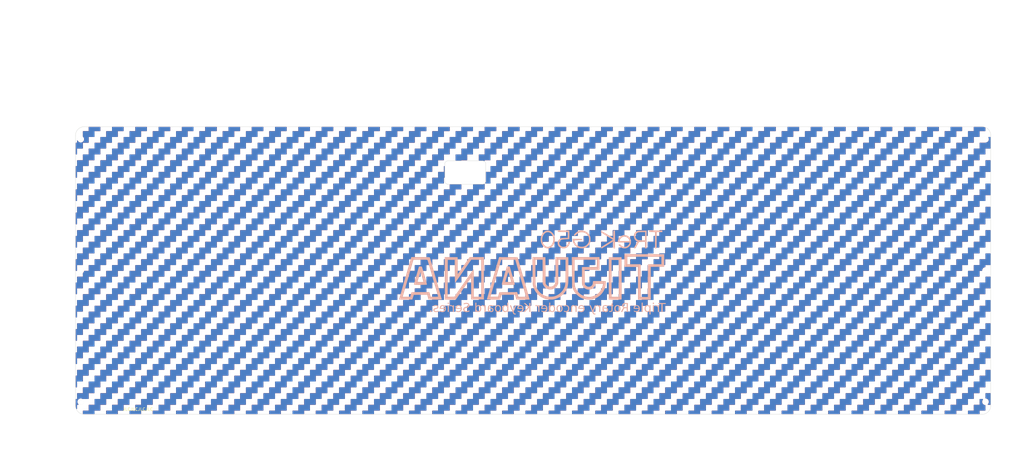
<source format=kicad_pcb>
(kicad_pcb (version 20221018) (generator pcbnew)
  (layers (0 "F.Cu" signal) (31 "B.Cu" signal) (34 "B.Paste" user) (35 "F.Paste" user) (36 "B.SilkS" user "B.Silkscreen") (37 "F.SilkS" user "F.Silkscreen") (38 "B.Mask" user) (39 "F.Mask" user) (44 "Edge.Cuts" user))
  (net 0 "")
  (footprint "kbd_Hole:m2_Screw_Hole_EdgeCuts" (layer "F.Cu") (at 16.075 21.55)
    (fp_text reference "J2" hide)
    (fp_text value "Conn_01x01" hide)
    (fp_circle (center 0 0) (end 1.1 0) (stroke (width 0.01)) (fill none) (layer "Edge.Cuts"))
  )
  (footprint "kbd_Hole:m2_Screw_Hole_EdgeCuts" (layer "F.Cu") (at 16.075 66.65)
    (fp_text reference "J3" hide)
    (fp_text value "Conn_01x01" hide)
    (fp_circle (center 0 0) (end 1.1 0) (stroke (width 0.01)) (fill none) (layer "Edge.Cuts"))
  )
  (footprint "kbd_Hole:m2_Screw_Hole_EdgeCuts" (layer "F.Cu") (at 16.075 111.75)
    (fp_text reference "J4" hide)
    (fp_text value "Conn_01x01" hide)
    (fp_circle (center 0 0) (end 1.1 0) (stroke (width 0.01)) (fill none) (layer "Edge.Cuts"))
  )
  (footprint "kbd_Hole:m2_Screw_Hole_EdgeCuts" (layer "F.Cu") (at 326.825 21.55)
    (fp_text reference "J5" hide)
    (fp_text value "Conn_01x01" hide)
    (fp_circle (center 0 0) (end 1.1 0) (stroke (width 0.01)) (fill none) (layer "Edge.Cuts"))
  )
  (footprint "kbd_Hole:m2_Screw_Hole_EdgeCuts" (layer "F.Cu") (at 326.825 66.65)
    (fp_text reference "J6" hide)
    (fp_text value "Conn_01x01" hide)
    (fp_circle (center 0 0) (end 1.1 0) (stroke (width 0.01)) (fill none) (layer "Edge.Cuts"))
  )
  (footprint "kbd_Hole:m2_Screw_Hole_EdgeCuts" (layer "F.Cu") (at 326.825 111.75)
    (fp_text reference "J7" hide)
    (fp_text value "Conn_01x01" hide)
    (fp_circle (center 0 0) (end 1.1 0) (stroke (width 0.01)) (fill none) (layer "Edge.Cuts"))
  )
  (footprint "LOGO" (layer "B.Cu") (at 170.801391 64.738559 180)
    (fp_text reference "G***" hide)
    (fp_text value "LOGO" hide)
  )
  (gr_arc (start 325.625 17.25) (mid 327.74632 18.12868) (end 328.625 20.25) (stroke (width 0.1)) (layer "Edge.Cuts"))
  (gr_arc (start 14.275 20.25) (mid 15.15368 18.12868) (end 17.275 17.25) (stroke (width 0.1)) (layer "Edge.Cuts"))
  (gr_arc (start 17.275 116.05) (mid 15.15368 115.17132) (end 14.275 113.05) (stroke (width 0.1)) (layer "Edge.Cuts"))
  (gr_arc (start 154.14356 29) (mid 154.85066 29.292896) (end 155.14356 30) (stroke (width 0.1)) (layer "Edge.Cuts"))
  (gr_arc (start 142.14356 37) (mid 141.436453 36.707107) (end 141.14356 36) (stroke (width 0.1)) (layer "Edge.Cuts"))
  (gr_line (start 17.275 116.05) (end 325.625 116.05) (stroke (width 0.1)) (layer "Edge.Cuts"))
  (gr_arc (start 155.14356 36) (mid 154.850665 36.707105) (end 154.14356 37) (stroke (width 0.1)) (layer "Edge.Cuts"))
  (gr_line (start 328.625 113.05) (end 328.625 20.25) (stroke (width 0.1)) (layer "Edge.Cuts"))
  (gr_line (start 154.14356 37) (end 142.14356 37) (stroke (width 0.1)) (layer "Edge.Cuts"))
  (gr_line (start 141.14356 36) (end 141.14356 30) (stroke (width 0.1)) (layer "Edge.Cuts"))
  (gr_arc (start 328.625 113.05) (mid 327.74632 115.17132) (end 325.625 116.05) (stroke (width 0.1)) (layer "Edge.Cuts"))
  (gr_line (start 142.14356 29) (end 154.14356 29) (stroke (width 0.1)) (layer "Edge.Cuts"))
  (gr_arc (start 141.14356 30) (mid 141.436453 29.292893) (end 142.14356 29) (stroke (width 0.1)) (layer "Edge.Cuts"))
  (gr_line (start 14.275 20.25) (end 14.275 113.05) (stroke (width 0.1)) (layer "Edge.Cuts"))
  (gr_line (start 155.14356 30) (end 155.14356 36) (stroke (width 0.1)) (layer "Edge.Cuts"))
  (gr_line (start 325.625 17.25) (end 17.275 17.25) (stroke (width 0.1)) (layer "Edge.Cuts"))
  (gr_text "Triple Rotary encoder Keyboard Series." (at 217 81.390989) (layer "B.SilkS") (effects (font (size 3 3)) (justify left bottom mirror)))
  (gr_text "JLCJLCJLCJLC" (at 35.71875 114.3) (layer "F.SilkS") (effects (font (size 1 1))))
  (zone (net 0) (net_name "") (layer "F.Cu") (connect_pads (clearance 0.508)) (min_thickness 0.254) (fill yes (thermal_gap 0.508) (thermal_bridge_width 0.508))
    (polygon (pts (xy 339.152813 -11.382227) (xy 339.685082 135.182708) (xy -11.664813 135.877837) (xy -10.87038 -11.779444)))
  )
  (zone (net 0) (net_name "") (layers "F&B.Cu") (connect_pads (clearance 0)) (min_thickness 0.254)
    (keepout (tracks allowed) (vias allowed) (pads allowed) (copperpour not_allowed) (footprints allowed))
    (fill (thermal_gap 0.508) (thermal_bridge_width 0.508))
    (polygon (pts (xy 16.801391 116.782495) (xy 12.801391 116.782495) (xy 12.801391 114.782495) (xy 16.801391 114.782495)))
  )
  (zone (net 0) (net_name "") (layers "F&B.Cu") (connect_pads (clearance 0)) (min_thickness 0.254)
    (keepout (tracks allowed) (vias allowed) (pads allowed) (copperpour not_allowed) (footprints allowed))
    (fill (thermal_gap 0.508) (thermal_bridge_width 0.508))
    (polygon (pts (xy 334.801391 14.782495) (xy 330.801391 14.782495) (xy 330.801391 12.782495) (xy 334.801391 12.782495)))
  )
  (zone (net 0) (net_name "") (layers "F&B.Cu") (connect_pads (clearance 0)) (min_thickness 0.254)
    (keepout (tracks allowed) (vias allowed) (pads allowed) (copperpour not_allowed) (footprints allowed))
    (fill (thermal_gap 0.508) (thermal_bridge_width 0.508))
    (polygon (pts (xy 194.801391 66.782495) (xy 190.801391 66.782495) (xy 190.801391 64.782495) (xy 194.801391 64.782495)))
  )
  (zone (net 0) (net_name "") (layers "F&B.Cu") (connect_pads (clearance 0)) (min_thickness 0.254)
    (keepout (tracks allowed) (vias allowed) (pads allowed) (copperpour not_allowed) (footprints allowed))
    (fill (thermal_gap 0.508) (thermal_bridge_width 0.508))
    (polygon (pts (xy 164.801391 104.782495) (xy 160.801391 104.782495) (xy 160.801391 102.782495) (xy 164.801391 102.782495)))
  )
  (zone (net 0) (net_name "") (layers "F&B.Cu") (connect_pads (clearance 0)) (min_thickness 0.254)
    (keepout (tracks allowed) (vias allowed) (pads allowed) (copperpour not_allowed) (footprints allowed))
    (fill (thermal_gap 0.508) (thermal_bridge_width 0.508))
    (polygon (pts (xy 302.801391 22.782495) (xy 298.801391 22.782495) (xy 298.801391 20.782495) (xy 302.801391 20.782495)))
  )
  (zone (net 0) (net_name "") (layers "F&B.Cu") (connect_pads (clearance 0)) (min_thickness 0.254)
    (keepout (tracks allowed) (vias allowed) (pads allowed) (copperpour not_allowed) (footprints allowed))
    (fill (thermal_gap 0.508) (thermal_bridge_width 0.508))
    (polygon (pts (xy 90.801391 106.782495) (xy 86.801391 106.782495) (xy 86.801391 104.782495) (xy 90.801391 104.782495)))
  )
  (zone (net 0) (net_name "") (layers "F&B.Cu") (connect_pads (clearance 0)) (min_thickness 0.254)
    (keepout (tracks allowed) (vias allowed) (pads allowed) (copperpour not_allowed) (footprints allowed))
    (fill (thermal_gap 0.508) (thermal_bridge_width 0.508))
    (polygon (pts (xy 248.801391 28.782495) (xy 244.801391 28.782495) (xy 244.801391 26.782495) (xy 248.801391 26.782495)))
  )
  (zone (net 0) (net_name "") (layers "F&B.Cu") (connect_pads (clearance 0)) (min_thickness 0.254)
    (keepout (tracks allowed) (vias allowed) (pads allowed) (copperpour not_allowed) (footprints allowed))
    (fill (thermal_gap 0.508) (thermal_bridge_width 0.508))
    (polygon (pts (xy 180.801391 72.782495) (xy 176.801391 72.782495) (xy 176.801391 70.782495) (xy 180.801391 70.782495)))
  )
  (zone (net 0) (net_name "") (layers "F&B.Cu") (connect_pads (clearance 0)) (min_thickness 0.254)
    (keepout (tracks allowed) (vias allowed) (pads allowed) (copperpour not_allowed) (footprints allowed))
    (fill (thermal_gap 0.508) (thermal_bridge_width 0.508))
    (polygon (pts (xy 62.801391 14.782495) (xy 58.801391 14.782495) (xy 58.801391 12.782495) (xy 62.801391 12.782495)))
  )
  (zone (net 0) (net_name "") (layers "F&B.Cu") (connect_pads (clearance 0)) (min_thickness 0.254)
    (keepout (tracks allowed) (vias allowed) (pads allowed) (copperpour not_allowed) (footprints allowed))
    (fill (thermal_gap 0.508) (thermal_bridge_width 0.508))
    (polygon (pts (xy 254.801391 14.782495) (xy 250.801391 14.782495) (xy 250.801391 12.782495) (xy 254.801391 12.782495)))
  )
  (zone (net 0) (net_name "") (layers "F&B.Cu") (connect_pads (clearance 0)) (min_thickness 0.254)
    (keepout (tracks allowed) (vias allowed) (pads allowed) (copperpour not_allowed) (footprints allowed))
    (fill (thermal_gap 0.508) (thermal_bridge_width 0.508))
    (polygon (pts (xy 18.801391 82.782495) (xy 14.801391 82.782495) (xy 14.801391 80.782495) (xy 18.801391 80.782495)))
  )
  (zone (net 0) (net_name "") (layers "F&B.Cu") (connect_pads (clearance 0)) (min_thickness 0.254)
    (keepout (tracks allowed) (vias allowed) (pads allowed) (copperpour not_allowed) (footprints allowed))
    (fill (thermal_gap 0.508) (thermal_bridge_width 0.508))
    (polygon (pts (xy 326.801391 118.782495) (xy 322.801391 118.782495) (xy 322.801391 116.782495) (xy 326.801391 116.782495)))
  )
  (zone (net 0) (net_name "") (layers "F&B.Cu") (connect_pads (clearance 0)) (min_thickness 0.254)
    (keepout (tracks allowed) (vias allowed) (pads allowed) (copperpour not_allowed) (footprints allowed))
    (fill (thermal_gap 0.508) (thermal_bridge_width 0.508))
    (polygon (pts (xy 208.801391 52.782495) (xy 204.801391 52.782495) (xy 204.801391 50.782495) (xy 208.801391 50.782495)))
  )
  (zone (net 0) (net_name "") (layers "F&B.Cu") (connect_pads (clearance 0)) (min_thickness 0.254)
    (keepout (tracks allowed) (vias allowed) (pads allowed) (copperpour not_allowed) (footprints allowed))
    (fill (thermal_gap 0.508) (thermal_bridge_width 0.508))
    (polygon (pts (xy 268.801391 16.782495) (xy 264.801391 16.782495) (xy 264.801391 14.782495) (xy 268.801391 14.782495)))
  )
  (zone (net 0) (net_name "") (layers "F&B.Cu") (connect_pads (clearance 0)) (min_thickness 0.254)
    (keepout (tracks allowed) (vias allowed) (pads allowed) (copperpour not_allowed) (footprints allowed))
    (fill (thermal_gap 0.508) (thermal_bridge_width 0.508))
    (polygon (pts (xy 180.801391 128.782495) (xy 176.801391 128.782495) (xy 176.801391 126.782495) (xy 180.801391 126.782495)))
  )
  (zone (net 0) (net_name "") (layers "F&B.Cu") (connect_pads (clearance 0)) (min_thickness 0.254)
    (keepout (tracks allowed) (vias allowed) (pads allowed) (copperpour not_allowed) (footprints allowed))
    (fill (thermal_gap 0.508) (thermal_bridge_width 0.508))
    (polygon (pts (xy 294.801391 78.782495) (xy 290.801391 78.782495) (xy 290.801391 76.782495) (xy 294.801391 76.782495)))
  )
  (zone (net 0) (net_name "") (layers "F&B.Cu") (connect_pads (clearance 0)) (min_thickness 0.254)
    (keepout (tracks allowed) (vias allowed) (pads allowed) (copperpour not_allowed) (footprints allowed))
    (fill (thermal_gap 0.508) (thermal_bridge_width 0.508))
    (polygon (pts (xy 148.801391 24.782495) (xy 144.801391 24.782495) (xy 144.801391 22.782495) (xy 148.801391 22.782495)))
  )
  (zone (net 0) (net_name "") (layers "F&B.Cu") (connect_pads (clearance 0)) (min_thickness 0.254)
    (keepout (tracks allowed) (vias allowed) (pads allowed) (copperpour not_allowed) (footprints allowed))
    (fill (thermal_gap 0.508) (thermal_bridge_width 0.508))
    (polygon (pts (xy 246.801391 102.782495) (xy 242.801391 102.782495) (xy 242.801391 100.782495) (xy 246.801391 100.782495)))
  )
  (zone (net 0) (net_name "") (layers "F&B.Cu") (connect_pads (clearance 0)) (min_thickness 0.254)
    (keepout (tracks allowed) (vias allowed) (pads allowed) (copperpour not_allowed) (footprints allowed))
    (fill (thermal_gap 0.508) (thermal_bridge_width 0.508))
    (polygon (pts (xy 314.801391 42.782495) (xy 310.801391 42.782495) (xy 310.801391 40.782495) (xy 314.801391 40.782495)))
  )
  (zone (net 0) (net_name "") (layers "F&B.Cu") (connect_pads (clearance 0)) (min_thickness 0.254)
    (keepout (tracks allowed) (vias allowed) (pads allowed) (copperpour not_allowed) (footprints allowed))
    (fill (thermal_gap 0.508) (thermal_bridge_width 0.508))
    (polygon (pts (xy 160.801391 20.782495) (xy 156.801391 20.782495) (xy 156.801391 18.782495) (xy 160.801391 18.782495)))
  )
  (zone (net 0) (net_name "") (layers "F&B.Cu") (connect_pads (clearance 0)) (min_thickness 0.254)
    (keepout (tracks allowed) (vias allowed) (pads allowed) (copperpour not_allowed) (footprints allowed))
    (fill (thermal_gap 0.508) (thermal_bridge_width 0.508))
    (polygon (pts (xy 150.801391 62.782495) (xy 146.801391 62.782495) (xy 146.801391 60.782495) (xy 150.801391 60.782495)))
  )
  (zone (net 0) (net_name "") (layers "F&B.Cu") (connect_pads (clearance 0)) (min_thickness 0.254)
    (keepout (tracks allowed) (vias allowed) (pads allowed) (copperpour not_allowed) (footprints allowed))
    (fill (thermal_gap 0.508) (thermal_bridge_width 0.508))
    (polygon (pts (xy 70.801391 102.782495) (xy 66.801391 102.782495) (xy 66.801391 100.782495) (xy 70.801391 100.782495)))
  )
  (zone (net 0) (net_name "") (layers "F&B.Cu") (connect_pads (clearance 0)) (min_thickness 0.254)
    (keepout (tracks allowed) (vias allowed) (pads allowed) (copperpour not_allowed) (footprints allowed))
    (fill (thermal_gap 0.508) (thermal_bridge_width 0.508))
    (polygon (pts (xy 312.801391 108.782495) (xy 308.801391 108.782495) (xy 308.801391 106.782495) (xy 312.801391 106.782495)))
  )
  (zone (net 0) (net_name "") (layers "F&B.Cu") (connect_pads (clearance 0)) (min_thickness 0.254)
    (keepout (tracks allowed) (vias allowed) (pads allowed) (copperpour not_allowed) (footprints allowed))
    (fill (thermal_gap 0.508) (thermal_bridge_width 0.508))
    (polygon (pts (xy 124.801391 24.782495) (xy 120.801391 24.782495) (xy 120.801391 22.782495) (xy 124.801391 22.782495)))
  )
  (zone (net 0) (net_name "") (layers "F&B.Cu") (connect_pads (clearance 0)) (min_thickness 0.254)
    (keepout (tracks allowed) (vias allowed) (pads allowed) (copperpour not_allowed) (footprints allowed))
    (fill (thermal_gap 0.508) (thermal_bridge_width 0.508))
    (polygon (pts (xy 156.801391 24.782495) (xy 152.801391 24.782495) (xy 152.801391 22.782495) (xy 156.801391 22.782495)))
  )
  (zone (net 0) (net_name "") (layers "F&B.Cu") (connect_pads (clearance 0)) (min_thickness 0.254)
    (keepout (tracks allowed) (vias allowed) (pads allowed) (copperpour not_allowed) (footprints allowed))
    (fill (thermal_gap 0.508) (thermal_bridge_width 0.508))
    (polygon (pts (xy 38.801391 54.782495) (xy 34.801391 54.782495) (xy 34.801391 52.782495) (xy 38.801391 52.782495)))
  )
  (zone (net 0) (net_name "") (layers "F&B.Cu") (connect_pads (clearance 0)) (min_thickness 0.254)
    (keepout (tracks allowed) (vias allowed) (pads allowed) (copperpour not_allowed) (footprints allowed))
    (fill (thermal_gap 0.508) (thermal_bridge_width 0.508))
    (polygon (pts (xy 326.801391 78.782495) (xy 322.801391 78.782495) (xy 322.801391 76.782495) (xy 326.801391 76.782495)))
  )
  (zone (net 0) (net_name "") (layers "F&B.Cu") (connect_pads (clearance 0)) (min_thickness 0.254)
    (keepout (tracks allowed) (vias allowed) (pads allowed) (copperpour not_allowed) (footprints allowed))
    (fill (thermal_gap 0.508) (thermal_bridge_width 0.508))
    (polygon (pts (xy 216.801391 124.782495) (xy 212.801391 124.782495) (xy 212.801391 122.782495) (xy 216.801391 122.782495)))
  )
  (zone (net 0) (net_name "") (layers "F&B.Cu") (connect_pads (clearance 0)) (min_thickness 0.254)
    (keepout (tracks allowed) (vias allowed) (pads allowed) (copperpour not_allowed) (footprints allowed))
    (fill (thermal_gap 0.508) (thermal_bridge_width 0.508))
    (polygon (pts (xy 330.801391 18.782495) (xy 326.801391 18.782495) (xy 326.801391 16.782495) (xy 330.801391 16.782495)))
  )
  (zone (net 0) (net_name "") (layers "F&B.Cu") (connect_pads (clearance 0)) (min_thickness 0.254)
    (keepout (tracks allowed) (vias allowed) (pads allowed) (copperpour not_allowed) (footprints allowed))
    (fill (thermal_gap 0.508) (thermal_bridge_width 0.508))
    (polygon (pts (xy 14.801391 46.782495) (xy 10.801391 46.782495) (xy 10.801391 44.782495) (xy 14.801391 44.782495)))
  )
  (zone (net 0) (net_name "") (layers "F&B.Cu") (connect_pads (clearance 0)) (min_thickness 0.254)
    (keepout (tracks allowed) (vias allowed) (pads allowed) (copperpour not_allowed) (footprints allowed))
    (fill (thermal_gap 0.508) (thermal_bridge_width 0.508))
    (polygon (pts (xy 282.801391 10.782495) (xy 278.801391 10.782495) (xy 278.801391 8.782495) (xy 282.801391 8.782495)))
  )
  (zone (net 0) (net_name "") (layers "F&B.Cu") (connect_pads (clearance 0)) (min_thickness 0.254)
    (keepout (tracks allowed) (vias allowed) (pads allowed) (copperpour not_allowed) (footprints allowed))
    (fill (thermal_gap 0.508) (thermal_bridge_width 0.508))
    (polygon (pts (xy 284.801391 120.782495) (xy 280.801391 120.782495) (xy 280.801391 118.782495) (xy 284.801391 118.782495)))
  )
  (zone (net 0) (net_name "") (layers "F&B.Cu") (connect_pads (clearance 0)) (min_thickness 0.254)
    (keepout (tracks allowed) (vias allowed) (pads allowed) (copperpour not_allowed) (footprints allowed))
    (fill (thermal_gap 0.508) (thermal_bridge_width 0.508))
    (polygon (pts (xy 80.801391 132.782495) (xy 76.801391 132.782495) (xy 76.801391 130.782495) (xy 80.801391 130.782495)))
  )
  (zone (net 0) (net_name "") (layers "F&B.Cu") (connect_pads (clearance 0)) (min_thickness 0.254)
    (keepout (tracks allowed) (vias allowed) (pads allowed) (copperpour not_allowed) (footprints allowed))
    (fill (thermal_gap 0.508) (thermal_bridge_width 0.508))
    (polygon (pts (xy 78.801391 102.782495) (xy 74.801391 102.782495) (xy 74.801391 100.782495) (xy 78.801391 100.782495)))
  )
  (zone (net 0) (net_name "") (layers "F&B.Cu") (connect_pads (clearance 0)) (min_thickness 0.254)
    (keepout (tracks allowed) (vias allowed) (pads allowed) (copperpour not_allowed) (footprints allowed))
    (fill (thermal_gap 0.508) (thermal_bridge_width 0.508))
    (polygon (pts (xy 280.801391 108.782495) (xy 276.801391 108.782495) (xy 276.801391 106.782495) (xy 280.801391 106.782495)))
  )
  (zone (net 0) (net_name "") (layers "F&B.Cu") (connect_pads (clearance 0)) (min_thickness 0.254)
    (keepout (tracks allowed) (vias allowed) (pads allowed) (copperpour not_allowed) (footprints allowed))
    (fill (thermal_gap 0.508) (thermal_bridge_width 0.508))
    (polygon (pts (xy 188.801391 128.782495) (xy 184.801391 128.782495) (xy 184.801391 126.782495) (xy 188.801391 126.782495)))
  )
  (zone (net 0) (net_name "") (layers "F&B.Cu") (connect_pads (clearance 0)) (min_thickness 0.254)
    (keepout (tracks allowed) (vias allowed) (pads allowed) (copperpour not_allowed) (footprints allowed))
    (fill (thermal_gap 0.508) (thermal_bridge_width 0.508))
    (polygon (pts (xy 96.801391 116.782495) (xy 92.801391 116.782495) (xy 92.801391 114.782495) (xy 96.801391 114.782495)))
  )
  (zone (net 0) (net_name "") (layers "F&B.Cu") (connect_pads (clearance 0)) (min_thickness 0.254)
    (keepout (tracks allowed) (vias allowed) (pads allowed) (copperpour not_allowed) (footprints allowed))
    (fill (thermal_gap 0.508) (thermal_bridge_width 0.508))
    (polygon (pts (xy 276.801391 56.782495) (xy 272.801391 56.782495) (xy 272.801391 54.782495) (xy 276.801391 54.782495)))
  )
  (zone (net 0) (net_name "") (layers "F&B.Cu") (connect_pads (clearance 0)) (min_thickness 0.254)
    (keepout (tracks allowed) (vias allowed) (pads allowed) (copperpour not_allowed) (footprints allowed))
    (fill (thermal_gap 0.508) (thermal_bridge_width 0.508))
    (polygon (pts (xy 204.801391 72.782495) (xy 200.801391 72.782495) (xy 200.801391 70.782495) (xy 204.801391 70.782495)))
  )
  (zone (net 0) (net_name "") (layers "F&B.Cu") (connect_pads (clearance 0)) (min_thickness 0.254)
    (keepout (tracks allowed) (vias allowed) (pads allowed) (copperpour not_allowed) (footprints allowed))
    (fill (thermal_gap 0.508) (thermal_bridge_width 0.508))
    (polygon (pts (xy 210.801391 66.782495) (xy 206.801391 66.782495) (xy 206.801391 64.782495) (xy 210.801391 64.782495)))
  )
  (zone (net 0) (net_name "") (layers "F&B.Cu") (connect_pads (clearance 0)) (min_thickness 0.254)
    (keepout (tracks allowed) (vias allowed) (pads allowed) (copperpour not_allowed) (footprints allowed))
    (fill (thermal_gap 0.508) (thermal_bridge_width 0.508))
    (polygon (pts (xy 124.801391 40.782495) (xy 120.801391 40.782495) (xy 120.801391 38.782495) (xy 124.801391 38.782495)))
  )
  (zone (net 0) (net_name "") (layers "F&B.Cu") (connect_pads (clearance 0)) (min_thickness 0.254)
    (keepout (tracks allowed) (vias allowed) (pads allowed) (copperpour not_allowed) (footprints allowed))
    (fill (thermal_gap 0.508) (thermal_bridge_width 0.508))
    (polygon (pts (xy 238.801391 126.782495) (xy 234.801391 126.782495) (xy 234.801391 124.782495) (xy 238.801391 124.782495)))
  )
  (zone (net 0) (net_name "") (layers "F&B.Cu") (connect_pads (clearance 0)) (min_thickness 0.254)
    (keepout (tracks allowed) (vias allowed) (pads allowed) (copperpour not_allowed) (footprints allowed))
    (fill (thermal_gap 0.508) (thermal_bridge_width 0.508))
    (polygon (pts (xy 170.801391 58.782495) (xy 166.801391 58.782495) (xy 166.801391 56.782495) (xy 170.801391 56.782495)))
  )
  (zone (net 0) (net_name "") (layers "F&B.Cu") (connect_pads (clearance 0)) (min_thickness 0.254)
    (keepout (tracks allowed) (vias allowed) (pads allowed) (copperpour not_allowed) (footprints allowed))
    (fill (thermal_gap 0.508) (thermal_bridge_width 0.508))
    (polygon (pts (xy 52.801391 32.782495) (xy 48.801391 32.782495) (xy 48.801391 30.782495) (xy 52.801391 30.782495)))
  )
  (zone (net 0) (net_name "") (layers "F&B.Cu") (connect_pads (clearance 0)) (min_thickness 0.254)
    (keepout (tracks allowed) (vias allowed) (pads allowed) (copperpour not_allowed) (footprints allowed))
    (fill (thermal_gap 0.508) (thermal_bridge_width 0.508))
    (polygon (pts (xy 80.801391 124.782495) (xy 76.801391 124.782495) (xy 76.801391 122.782495) (xy 80.801391 122.782495)))
  )
  (zone (net 0) (net_name "") (layers "F&B.Cu") (connect_pads (clearance 0)) (min_thickness 0.254)
    (keepout (tracks allowed) (vias allowed) (pads allowed) (copperpour not_allowed) (footprints allowed))
    (fill (thermal_gap 0.508) (thermal_bridge_width 0.508))
    (polygon (pts (xy 308.801391 120.782495) (xy 304.801391 120.782495) (xy 304.801391 118.782495) (xy 308.801391 118.782495)))
  )
  (zone (net 0) (net_name "") (layers "F&B.Cu") (connect_pads (clearance 0)) (min_thickness 0.254)
    (keepout (tracks allowed) (vias allowed) (pads allowed) (copperpour not_allowed) (footprints allowed))
    (fill (thermal_gap 0.508) (thermal_bridge_width 0.508))
    (polygon (pts (xy 336.801391 60.782495) (xy 332.801391 60.782495) (xy 332.801391 58.782495) (xy 336.801391 58.782495)))
  )
  (zone (net 0) (net_name "") (layers "F&B.Cu") (connect_pads (clearance 0)) (min_thickness 0.254)
    (keepout (tracks allowed) (vias allowed) (pads allowed) (copperpour not_allowed) (footprints allowed))
    (fill (thermal_gap 0.508) (thermal_bridge_width 0.508))
    (polygon (pts (xy 26.801391 50.782495) (xy 22.801391 50.782495) (xy 22.801391 48.782495) (xy 26.801391 48.782495)))
  )
  (zone (net 0) (net_name "") (layers "F&B.Cu") (connect_pads (clearance 0)) (min_thickness 0.254)
    (keepout (tracks allowed) (vias allowed) (pads allowed) (copperpour not_allowed) (footprints allowed))
    (fill (thermal_gap 0.508) (thermal_bridge_width 0.508))
    (polygon (pts (xy 100.801391 48.782495) (xy 96.801391 48.782495) (xy 96.801391 46.782495) (xy 100.801391 46.782495)))
  )
  (zone (net 0) (net_name "") (layers "F&B.Cu") (connect_pads (clearance 0)) (min_thickness 0.254)
    (keepout (tracks allowed) (vias allowed) (pads allowed) (copperpour not_allowed) (footprints allowed))
    (fill (thermal_gap 0.508) (thermal_bridge_width 0.508))
    (polygon (pts (xy 276.801391 16.782495) (xy 272.801391 16.782495) (xy 272.801391 14.782495) (xy 276.801391 14.782495)))
  )
  (zone (net 0) (net_name "") (layers "F&B.Cu") (connect_pads (clearance 0)) (min_thickness 0.254)
    (keepout (tracks allowed) (vias allowed) (pads allowed) (copperpour not_allowed) (footprints allowed))
    (fill (thermal_gap 0.508) (thermal_bridge_width 0.508))
    (polygon (pts (xy 28.801391 24.782495) (xy 24.801391 24.782495) (xy 24.801391 22.782495) (xy 28.801391 22.782495)))
  )
  (zone (net 0) (net_name "") (layers "F&B.Cu") (connect_pads (clearance 0)) (min_thickness 0.254)
    (keepout (tracks allowed) (vias allowed) (pads allowed) (copperpour not_allowed) (footprints allowed))
    (fill (thermal_gap 0.508) (thermal_bridge_width 0.508))
    (polygon (pts (xy 190.801391 6.782495) (xy 186.801391 6.782495) (xy 186.801391 4.782495) (xy 190.801391 4.782495)))
  )
  (zone (net 0) (net_name "") (layers "F&B.Cu") (connect_pads (clearance 0)) (min_thickness 0.254)
    (keepout (tracks allowed) (vias allowed) (pads allowed) (copperpour not_allowed) (footprints allowed))
    (fill (thermal_gap 0.508) (thermal_bridge_width 0.508))
    (polygon (pts (xy 202.801391 90.782495) (xy 198.801391 90.782495) (xy 198.801391 88.782495) (xy 202.801391 88.782495)))
  )
  (zone (net 0) (net_name "") (layers "F&B.Cu") (connect_pads (clearance 0)) (min_thickness 0.254)
    (keepout (tracks allowed) (vias allowed) (pads allowed) (copperpour not_allowed) (footprints allowed))
    (fill (thermal_gap 0.508) (thermal_bridge_width 0.508))
    (polygon (pts (xy 142.801391 126.782495) (xy 138.801391 126.782495) (xy 138.801391 124.782495) (xy 142.801391 124.782495)))
  )
  (zone (net 0) (net_name "") (layers "F&B.Cu") (connect_pads (clearance 0)) (min_thickness 0.254)
    (keepout (tracks allowed) (vias allowed) (pads allowed) (copperpour not_allowed) (footprints allowed))
    (fill (thermal_gap 0.508) (thermal_bridge_width 0.508))
    (polygon (pts (xy 150.801391 102.782495) (xy 146.801391 102.782495) (xy 146.801391 100.782495) (xy 150.801391 100.782495)))
  )
  (zone (net 0) (net_name "") (layers "F&B.Cu") (connect_pads (clearance 0)) (min_thickness 0.254)
    (keepout (tracks allowed) (vias allowed) (pads allowed) (copperpour not_allowed) (footprints allowed))
    (fill (thermal_gap 0.508) (thermal_bridge_width 0.508))
    (polygon (pts (xy 82.801391 98.782495) (xy 78.801391 98.782495) (xy 78.801391 96.782495) (xy 82.801391 96.782495)))
  )
  (zone (net 0) (net_name "") (layers "F&B.Cu") (connect_pads (clearance 0)) (min_thickness 0.254)
    (keepout (tracks allowed) (vias allowed) (pads allowed) (copperpour not_allowed) (footprints allowed))
    (fill (thermal_gap 0.508) (thermal_bridge_width 0.508))
    (polygon (pts (xy 206.801391 30.782495) (xy 202.801391 30.782495) (xy 202.801391 28.782495) (xy 206.801391 28.782495)))
  )
  (zone (net 0) (net_name "") (layers "F&B.Cu") (connect_pads (clearance 0)) (min_thickness 0.254)
    (keepout (tracks allowed) (vias allowed) (pads allowed) (copperpour not_allowed) (footprints allowed))
    (fill (thermal_gap 0.508) (thermal_bridge_width 0.508))
    (polygon (pts (xy 240.801391 12.782495) (xy 236.801391 12.782495) (xy 236.801391 10.782495) (xy 240.801391 10.782495)))
  )
  (zone (net 0) (net_name "") (layers "F&B.Cu") (connect_pads (clearance 0)) (min_thickness 0.254)
    (keepout (tracks allowed) (vias allowed) (pads allowed) (copperpour not_allowed) (footprints allowed))
    (fill (thermal_gap 0.508) (thermal_bridge_width 0.508))
    (polygon (pts (xy 270.801391 102.782495) (xy 266.801391 102.782495) (xy 266.801391 100.782495) (xy 270.801391 100.782495)))
  )
  (zone (net 0) (net_name "") (layers "F&B.Cu") (connect_pads (clearance 0)) (min_thickness 0.254)
    (keepout (tracks allowed) (vias allowed) (pads allowed) (copperpour not_allowed) (footprints allowed))
    (fill (thermal_gap 0.508) (thermal_bridge_width 0.508))
    (polygon (pts (xy 28.801391 96.782495) (xy 24.801391 96.782495) (xy 24.801391 94.782495) (xy 28.801391 94.782495)))
  )
  (zone (net 0) (net_name "") (layers "F&B.Cu") (connect_pads (clearance 0)) (min_thickness 0.254)
    (keepout (tracks allowed) (vias allowed) (pads allowed) (copperpour not_allowed) (footprints allowed))
    (fill (thermal_gap 0.508) (thermal_bridge_width 0.508))
    (polygon (pts (xy 312.801391 36.782495) (xy 308.801391 36.782495) (xy 308.801391 34.782495) (xy 312.801391 34.782495)))
  )
  (zone (net 0) (net_name "") (layers "F&B.Cu") (connect_pads (clearance 0)) (min_thickness 0.254)
    (keepout (tracks allowed) (vias allowed) (pads allowed) (copperpour not_allowed) (footprints allowed))
    (fill (thermal_gap 0.508) (thermal_bridge_width 0.508))
    (polygon (pts (xy 150.801391 38.782495) (xy 146.801391 38.782495) (xy 146.801391 36.782495) (xy 150.801391 36.782495)))
  )
  (zone (net 0) (net_name "") (layers "F&B.Cu") (connect_pads (clearance 0)) (min_thickness 0.254)
    (keepout (tracks allowed) (vias allowed) (pads allowed) (copperpour not_allowed) (footprints allowed))
    (fill (thermal_gap 0.508) (thermal_bridge_width 0.508))
    (polygon (pts (xy 58.801391 50.782495) (xy 54.801391 50.782495) (xy 54.801391 48.782495) (xy 58.801391 48.782495)))
  )
  (zone (net 0) (net_name "") (layers "F&B.Cu") (connect_pads (clearance 0)) (min_thickness 0.254)
    (keepout (tracks allowed) (vias allowed) (pads allowed) (copperpour not_allowed) (footprints allowed))
    (fill (thermal_gap 0.508) (thermal_bridge_width 0.508))
    (polygon (pts (xy 28.801391 32.782495) (xy 24.801391 32.782495) (xy 24.801391 30.782495) (xy 28.801391 30.782495)))
  )
  (zone (net 0) (net_name "") (layers "F&B.Cu") (connect_pads (clearance 0)) (min_thickness 0.254)
    (keepout (tracks allowed) (vias allowed) (pads allowed) (copperpour not_allowed) (footprints allowed))
    (fill (thermal_gap 0.508) (thermal_bridge_width 0.508))
    (polygon (pts (xy 330.801391 10.782495) (xy 326.801391 10.782495) (xy 326.801391 8.782495) (xy 330.801391 8.782495)))
  )
  (zone (net 0) (net_name "") (layers "F&B.Cu") (connect_pads (clearance 0)) (min_thickness 0.254)
    (keepout (tracks allowed) (vias allowed) (pads allowed) (copperpour not_allowed) (footprints allowed))
    (fill (thermal_gap 0.508) (thermal_bridge_width 0.508))
    (polygon (pts (xy 320.801391 12.782495) (xy 316.801391 12.782495) (xy 316.801391 10.782495) (xy 320.801391 10.782495)))
  )
  (zone (net 0) (net_name "") (layers "F&B.Cu") (connect_pads (clearance 0)) (min_thickness 0.254)
    (keepout (tracks allowed) (vias allowed) (pads allowed) (copperpour not_allowed) (footprints allowed))
    (fill (thermal_gap 0.508) (thermal_bridge_width 0.508))
    (polygon (pts (xy 118.801391 6.782495) (xy 114.801391 6.782495) (xy 114.801391 4.782495) (xy 118.801391 4.782495)))
  )
  (zone (net 0) (net_name "") (layers "F&B.Cu") (connect_pads (clearance 0)) (min_thickness 0.254)
    (keepout (tracks allowed) (vias allowed) (pads allowed) (copperpour not_allowed) (footprints allowed))
    (fill (thermal_gap 0.508) (thermal_bridge_width 0.508))
    (polygon (pts (xy 196.801391 96.782495) (xy 192.801391 96.782495) (xy 192.801391 94.782495) (xy 196.801391 94.782495)))
  )
  (zone (net 0) (net_name "") (layers "F&B.Cu") (connect_pads (clearance 0)) (min_thickness 0.254)
    (keepout (tracks allowed) (vias allowed) (pads allowed) (copperpour not_allowed) (footprints allowed))
    (fill (thermal_gap 0.508) (thermal_bridge_width 0.508))
    (polygon (pts (xy 12.801391 56.782495) (xy 8.801391 56.782495) (xy 8.801391 54.782495) (xy 12.801391 54.782495)))
  )
  (zone (net 0) (net_name "") (layers "F&B.Cu") (connect_pads (clearance 0)) (min_thickness 0.254)
    (keepout (tracks allowed) (vias allowed) (pads allowed) (copperpour not_allowed) (footprints allowed))
    (fill (thermal_gap 0.508) (thermal_bridge_width 0.508))
    (polygon (pts (xy 62.801391 54.782495) (xy 58.801391 54.782495) (xy 58.801391 52.782495) (xy 62.801391 52.782495)))
  )
  (zone (net 0) (net_name "") (layers "F&B.Cu") (connect_pads (clearance 0)) (min_thickness 0.254)
    (keepout (tracks allowed) (vias allowed) (pads allowed) (copperpour not_allowed) (footprints allowed))
    (fill (thermal_gap 0.508) (thermal_bridge_width 0.508))
    (polygon (pts (xy 52.801391 128.782495) (xy 48.801391 128.782495) (xy 48.801391 126.782495) (xy 52.801391 126.782495)))
  )
  (zone (net 0) (net_name "") (layers "F&B.Cu") (connect_pads (clearance 0)) (min_thickness 0.254)
    (keepout (tracks allowed) (vias allowed) (pads allowed) (copperpour not_allowed) (footprints allowed))
    (fill (thermal_gap 0.508) (thermal_bridge_width 0.508))
    (polygon (pts (xy 62.801391 38.782495) (xy 58.801391 38.782495) (xy 58.801391 36.782495) (xy 62.801391 36.782495)))
  )
  (zone (net 0) (net_name "") (layers "F&B.Cu") (connect_pads (clearance 0)) (min_thickness 0.254)
    (keepout (tracks allowed) (vias allowed) (pads allowed) (copperpour not_allowed) (footprints allowed))
    (fill (thermal_gap 0.508) (thermal_bridge_width 0.508))
    (polygon (pts (xy 152.801391 68.782495) (xy 148.801391 68.782495) (xy 148.801391 66.782495) (xy 152.801391 66.782495)))
  )
  (zone (net 0) (net_name "") (layers "F&B.Cu") (connect_pads (clearance 0)) (min_thickness 0.254)
    (keepout (tracks allowed) (vias allowed) (pads allowed) (copperpour not_allowed) (footprints allowed))
    (fill (thermal_gap 0.508) (thermal_bridge_width 0.508))
    (polygon (pts (xy 322.801391 130.782495) (xy 318.801391 130.782495) (xy 318.801391 128.782495) (xy 322.801391 128.782495)))
  )
  (zone (net 0) (net_name "") (layers "F&B.Cu") (connect_pads (clearance 0)) (min_thickness 0.254)
    (keepout (tracks allowed) (vias allowed) (pads allowed) (copperpour not_allowed) (footprints allowed))
    (fill (thermal_gap 0.508) (thermal_bridge_width 0.508))
    (polygon (pts (xy 154.801391 130.782495) (xy 150.801391 130.782495) (xy 150.801391 128.782495) (xy 154.801391 128.782495)))
  )
  (zone (net 0) (net_name "") (layers "F&B.Cu") (connect_pads (clearance 0)) (min_thickness 0.254)
    (keepout (tracks allowed) (vias allowed) (pads allowed) (copperpour not_allowed) (footprints allowed))
    (fill (thermal_gap 0.508) (thermal_bridge_width 0.508))
    (polygon (pts (xy 244.801391 112.782495) (xy 240.801391 112.782495) (xy 240.801391 110.782495) (xy 244.801391 110.782495)))
  )
  (zone (net 0) (net_name "") (layers "F&B.Cu") (connect_pads (clearance 0)) (min_thickness 0.254)
    (keepout (tracks allowed) (vias allowed) (pads allowed) (copperpour not_allowed) (footprints allowed))
    (fill (thermal_gap 0.508) (thermal_bridge_width 0.508))
    (polygon (pts (xy 152.801391 124.782495) (xy 148.801391 124.782495) (xy 148.801391 122.782495) (xy 152.801391 122.782495)))
  )
  (zone (net 0) (net_name "") (layers "F&B.Cu") (connect_pads (clearance 0)) (min_thickness 0.254)
    (keepout (tracks allowed) (vias allowed) (pads allowed) (copperpour not_allowed) (footprints allowed))
    (fill (thermal_gap 0.508) (thermal_bridge_width 0.508))
    (polygon (pts (xy 168.801391 36.782495) (xy 164.801391 36.782495) (xy 164.801391 34.782495) (xy 168.801391 34.782495)))
  )
  (zone (net 0) (net_name "") (layers "F&B.Cu") (connect_pads (clearance 0)) (min_thickness 0.254)
    (keepout (tracks allowed) (vias allowed) (pads allowed) (copperpour not_allowed) (footprints allowed))
    (fill (thermal_gap 0.508) (thermal_bridge_width 0.508))
    (polygon (pts (xy 278.801391 70.782495) (xy 274.801391 70.782495) (xy 274.801391 68.782495) (xy 278.801391 68.782495)))
  )
  (zone (net 0) (net_name "") (layers "F&B.Cu") (connect_pads (clearance 0)) (min_thickness 0.254)
    (keepout (tracks allowed) (vias allowed) (pads allowed) (copperpour not_allowed) (footprints allowed))
    (fill (thermal_gap 0.508) (thermal_bridge_width 0.508))
    (polygon (pts (xy 224.801391 84.782495) (xy 220.801391 84.782495) (xy 220.801391 82.782495) (xy 224.801391 82.782495)))
  )
  (zone (net 0) (net_name "") (layers "F&B.Cu") (connect_pads (clearance 0)) (min_thickness 0.254)
    (keepout (tracks allowed) (vias allowed) (pads allowed) (copperpour not_allowed) (footprints allowed))
    (fill (thermal_gap 0.508) (thermal_bridge_width 0.508))
    (polygon (pts (xy 290.801391 10.782495) (xy 286.801391 10.782495) (xy 286.801391 8.782495) (xy 290.801391 8.782495)))
  )
  (zone (net 0) (net_name "") (layers "F&B.Cu") (connect_pads (clearance 0)) (min_thickness 0.254)
    (keepout (tracks allowed) (vias allowed) (pads allowed) (copperpour not_allowed) (footprints allowed))
    (fill (thermal_gap 0.508) (thermal_bridge_width 0.508))
    (polygon (pts (xy 284.801391 32.782495) (xy 280.801391 32.782495) (xy 280.801391 30.782495) (xy 284.801391 30.782495)))
  )
  (zone (net 0) (net_name "") (layers "F&B.Cu") (connect_pads (clearance 0)) (min_thickness 0.254)
    (keepout (tracks allowed) (vias allowed) (pads allowed) (copperpour not_allowed) (footprints allowed))
    (fill (thermal_gap 0.508) (thermal_bridge_width 0.508))
    (polygon (pts (xy 138.801391 106.782495) (xy 134.801391 106.782495) (xy 134.801391 104.782495) (xy 138.801391 104.782495)))
  )
  (zone (net 0) (net_name "") (layers "F&B.Cu") (connect_pads (clearance 0)) (min_thickness 0.254)
    (keepout (tracks allowed) (vias allowed) (pads allowed) (copperpour not_allowed) (footprints allowed))
    (fill (thermal_gap 0.508) (thermal_bridge_width 0.508))
    (polygon (pts (xy 134.801391 78.782495) (xy 130.801391 78.782495) (xy 130.801391 76.782495) (xy 134.801391 76.782495)))
  )
  (zone (net 0) (net_name "") (layers "F&B.Cu") (connect_pads (clearance 0)) (min_thickness 0.254)
    (keepout (tracks allowed) (vias allowed) (pads allowed) (copperpour not_allowed) (footprints allowed))
    (fill (thermal_gap 0.508) (thermal_bridge_width 0.508))
    (polygon (pts (xy 152.801391 116.782495) (xy 148.801391 116.782495) (xy 148.801391 114.782495) (xy 152.801391 114.782495)))
  )
  (zone (net 0) (net_name "") (layers "F&B.Cu") (connect_pads (clearance 0)) (min_thickness 0.254)
    (keepout (tracks allowed) (vias allowed) (pads allowed) (copperpour not_allowed) (footprints allowed))
    (fill (thermal_gap 0.508) (thermal_bridge_width 0.508))
    (polygon (pts (xy 316.801391 40.782495) (xy 312.801391 40.782495) (xy 312.801391 38.782495) (xy 316.801391 38.782495)))
  )
  (zone (net 0) (net_name "") (layers "F&B.Cu") (connect_pads (clearance 0)) (min_thickness 0.254)
    (keepout (tracks allowed) (vias allowed) (pads allowed) (copperpour not_allowed) (footprints allowed))
    (fill (thermal_gap 0.508) (thermal_bridge_width 0.508))
    (polygon (pts (xy 196.801391 48.782495) (xy 192.801391 48.782495) (xy 192.801391 46.782495) (xy 196.801391 46.782495)))
  )
  (zone (net 0) (net_name "") (layers "F&B.Cu") (connect_pads (clearance 0)) (min_thickness 0.254)
    (keepout (tracks allowed) (vias allowed) (pads allowed) (copperpour not_allowed) (footprints allowed))
    (fill (thermal_gap 0.508) (thermal_bridge_width 0.508))
    (polygon (pts (xy 200.801391 116.782495) (xy 196.801391 116.782495) (xy 196.801391 114.782495) (xy 200.801391 114.782495)))
  )
  (zone (net 0) (net_name "") (layers "F&B.Cu") (connect_pads (clearance 0)) (min_thickness 0.254)
    (keepout (tracks allowed) (vias allowed) (pads allowed) (copperpour not_allowed) (footprints allowed))
    (fill (thermal_gap 0.508) (thermal_bridge_width 0.508))
    (polygon (pts (xy 118.801391 46.782495) (xy 114.801391 46.782495) (xy 114.801391 44.782495) (xy 118.801391 44.782495)))
  )
  (zone (net 0) (net_name "") (layers "F&B.Cu") (connect_pads (clearance 0)) (min_thickness 0.254)
    (keepout (tracks allowed) (vias allowed) (pads allowed) (copperpour not_allowed) (footprints allowed))
    (fill (thermal_gap 0.508) (thermal_bridge_width 0.508))
    (polygon (pts (xy 142.801391 46.782495) (xy 138.801391 46.782495) (xy 138.801391 44.782495) (xy 142.801391 44.782495)))
  )
  (zone (net 0) (net_name "") (layers "F&B.Cu") (connect_pads (clearance 0)) (min_thickness 0.254)
    (keepout (tracks allowed) (vias allowed) (pads allowed) (copperpour not_allowed) (footprints allowed))
    (fill (thermal_gap 0.508) (thermal_bridge_width 0.508))
    (polygon (pts (xy 66.801391 10.782495) (xy 62.801391 10.782495) (xy 62.801391 8.782495) (xy 66.801391 8.782495)))
  )
  (zone (net 0) (net_name "") (layers "F&B.Cu") (connect_pads (clearance 0)) (min_thickness 0.254)
    (keepout (tracks allowed) (vias allowed) (pads allowed) (copperpour not_allowed) (footprints allowed))
    (fill (thermal_gap 0.508) (thermal_bridge_width 0.508))
    (polygon (pts (xy 138.801391 26.782495) (xy 134.801391 26.782495) (xy 134.801391 24.782495) (xy 138.801391 24.782495)))
  )
  (zone (net 0) (net_name "") (layers "F&B.Cu") (connect_pads (clearance 0)) (min_thickness 0.254)
    (keepout (tracks allowed) (vias allowed) (pads allowed) (copperpour not_allowed) (footprints allowed))
    (fill (thermal_gap 0.508) (thermal_bridge_width 0.508))
    (polygon (pts (xy 168.801391 76.782495) (xy 164.801391 76.782495) (xy 164.801391 74.782495) (xy 168.801391 74.782495)))
  )
  (zone (net 0) (net_name "") (layers "F&B.Cu") (connect_pads (clearance 0)) (min_thickness 0.254)
    (keepout (tracks allowed) (vias allowed) (pads allowed) (copperpour not_allowed) (footprints allowed))
    (fill (thermal_gap 0.508) (thermal_bridge_width 0.508))
    (polygon (pts (xy 334.801391 38.782495) (xy 330.801391 38.782495) (xy 330.801391 36.782495) (xy 334.801391 36.782495)))
  )
  (zone (net 0) (net_name "") (layers "F&B.Cu") (connect_pads (clearance 0)) (min_thickness 0.254)
    (keepout (tracks allowed) (vias allowed) (pads allowed) (copperpour not_allowed) (footprints allowed))
    (fill (thermal_gap 0.508) (thermal_bridge_width 0.508))
    (polygon (pts (xy 264.801391 52.782495) (xy 260.801391 52.782495) (xy 260.801391 50.782495) (xy 264.801391 50.782495)))
  )
  (zone (net 0) (net_name "") (layers "F&B.Cu") (connect_pads (clearance 0)) (min_thickness 0.254)
    (keepout (tracks allowed) (vias allowed) (pads allowed) (copperpour not_allowed) (footprints allowed))
    (fill (thermal_gap 0.508) (thermal_bridge_width 0.508))
    (polygon (pts (xy 198.801391 94.782495) (xy 194.801391 94.782495) (xy 194.801391 92.782495) (xy 198.801391 92.782495)))
  )
  (zone (net 0) (net_name "") (layers "F&B.Cu") (connect_pads (clearance 0)) (min_thickness 0.254)
    (keepout (tracks allowed) (vias allowed) (pads allowed) (copperpour not_allowed) (footprints allowed))
    (fill (thermal_gap 0.508) (thermal_bridge_width 0.508))
    (polygon (pts (xy 200.801391 44.782495) (xy 196.801391 44.782495) (xy 196.801391 42.782495) (xy 200.801391 42.782495)))
  )
  (zone (net 0) (net_name "") (layers "F&B.Cu") (connect_pads (clearance 0)) (min_thickness 0.254)
    (keepout (tracks allowed) (vias allowed) (pads allowed) (copperpour not_allowed) (footprints allowed))
    (fill (thermal_gap 0.508) (thermal_bridge_width 0.508))
    (polygon (pts (xy 70.801391 118.782495) (xy 66.801391 118.782495) (xy 66.801391 116.782495) (xy 70.801391 116.782495)))
  )
  (zone (net 0) (net_name "") (layers "F&B.Cu") (connect_pads (clearance 0)) (min_thickness 0.254)
    (keepout (tracks allowed) (vias allowed) (pads allowed) (copperpour not_allowed) (footprints allowed))
    (fill (thermal_gap 0.508) (thermal_bridge_width 0.508))
    (polygon (pts (xy 100.801391 32.782495) (xy 96.801391 32.782495) (xy 96.801391 30.782495) (xy 100.801391 30.782495)))
  )
  (zone (net 0) (net_name "") (layers "F&B.Cu") (connect_pads (clearance 0)) (min_thickness 0.254)
    (keepout (tracks allowed) (vias allowed) (pads allowed) (copperpour not_allowed) (footprints allowed))
    (fill (thermal_gap 0.508) (thermal_bridge_width 0.508))
    (polygon (pts (xy 58.801391 98.782495) (xy 54.801391 98.782495) (xy 54.801391 96.782495) (xy 58.801391 96.782495)))
  )
  (zone (net 0) (net_name "") (layers "F&B.Cu") (connect_pads (clearance 0)) (min_thickness 0.254)
    (keepout (tracks allowed) (vias allowed) (pads allowed) (copperpour not_allowed) (footprints allowed))
    (fill (thermal_gap 0.508) (thermal_bridge_width 0.508))
    (polygon (pts (xy 140.801391 72.782495) (xy 136.801391 72.782495) (xy 136.801391 70.782495) (xy 140.801391 70.782495)))
  )
  (zone (net 0) (net_name "") (layers "F&B.Cu") (connect_pads (clearance 0)) (min_thickness 0.254)
    (keepout (tracks allowed) (vias allowed) (pads allowed) (copperpour not_allowed) (footprints allowed))
    (fill (thermal_gap 0.508) (thermal_bridge_width 0.508))
    (polygon (pts (xy 34.801391 26.782495) (xy 30.801391 26.782495) (xy 30.801391 24.782495) (xy 34.801391 24.782495)))
  )
  (zone (net 0) (net_name "") (layers "F&B.Cu") (connect_pads (clearance 0)) (min_thickness 0.254)
    (keepout (tracks allowed) (vias allowed) (pads allowed) (copperpour not_allowed) (footprints allowed))
    (fill (thermal_gap 0.508) (thermal_bridge_width 0.508))
    (polygon (pts (xy 52.801391 48.782495) (xy 48.801391 48.782495) (xy 48.801391 46.782495) (xy 52.801391 46.782495)))
  )
  (zone (net 0) (net_name "") (layers "F&B.Cu") (connect_pads (clearance 0)) (min_thickness 0.254)
    (keepout (tracks allowed) (vias allowed) (pads allowed) (copperpour not_allowed) (footprints allowed))
    (fill (thermal_gap 0.508) (thermal_bridge_width 0.508))
    (polygon (pts (xy 182.801391 6.782495) (xy 178.801391 6.782495) (xy 178.801391 4.782495) (xy 182.801391 4.782495)))
  )
  (zone (net 0) (net_name "") (layers "F&B.Cu") (connect_pads (clearance 0)) (min_thickness 0.254)
    (keepout (tracks allowed) (vias allowed) (pads allowed) (copperpour not_allowed) (footprints allowed))
    (fill (thermal_gap 0.508) (thermal_bridge_width 0.508))
    (polygon (pts (xy 14.801391 94.782495) (xy 10.801391 94.782495) (xy 10.801391 92.782495) (xy 14.801391 92.782495)))
  )
  (zone (net 0) (net_name "") (layers "F&B.Cu") (connect_pads (clearance 0)) (min_thickness 0.254)
    (keepout (tracks allowed) (vias allowed) (pads allowed) (copperpour not_allowed) (footprints allowed))
    (fill (thermal_gap 0.508) (thermal_bridge_width 0.508))
    (polygon (pts (xy 28.801391 64.782495) (xy 24.801391 64.782495) (xy 24.801391 62.782495) (xy 28.801391 62.782495)))
  )
  (zone (net 0) (net_name "") (layers "F&B.Cu") (connect_pads (clearance 0)) (min_thickness 0.254)
    (keepout (tracks allowed) (vias allowed) (pads allowed) (copperpour not_allowed) (footprints allowed))
    (fill (thermal_gap 0.508) (thermal_bridge_width 0.508))
    (polygon (pts (xy 68.801391 120.782495) (xy 64.801391 120.782495) (xy 64.801391 118.782495) (xy 68.801391 118.782495)))
  )
  (zone (net 0) (net_name "") (layers "F&B.Cu") (connect_pads (clearance 0)) (min_thickness 0.254)
    (keepout (tracks allowed) (vias allowed) (pads allowed) (copperpour not_allowed) (footprints allowed))
    (fill (thermal_gap 0.508) (thermal_bridge_width 0.508))
    (polygon (pts (xy 104.801391 68.782495) (xy 100.801391 68.782495) (xy 100.801391 66.782495) (xy 104.801391 66.782495)))
  )
  (zone (net 0) (net_name "") (layers "F&B.Cu") (connect_pads (clearance 0)) (min_thickness 0.254)
    (keepout (tracks allowed) (vias allowed) (pads allowed) (copperpour not_allowed) (footprints allowed))
    (fill (thermal_gap 0.508) (thermal_bridge_width 0.508))
    (polygon (pts (xy 184.801391 132.782495) (xy 180.801391 132.782495) (xy 180.801391 130.782495) (xy 184.801391 130.782495)))
  )
  (zone (net 0) (net_name "") (layers "F&B.Cu") (connect_pads (clearance 0)) (min_thickness 0.254)
    (keepout (tracks allowed) (vias allowed) (pads allowed) (copperpour not_allowed) (footprints allowed))
    (fill (thermal_gap 0.508) (thermal_bridge_width 0.508))
    (polygon (pts (xy 270.801391 78.782495) (xy 266.801391 78.782495) (xy 266.801391 76.782495) (xy 270.801391 76.782495)))
  )
  (zone (net 0) (net_name "") (layers "F&B.Cu") (connect_pads (clearance 0)) (min_thickness 0.254)
    (keepout (tracks allowed) (vias allowed) (pads allowed) (copperpour not_allowed) (footprints allowed))
    (fill (thermal_gap 0.508) (thermal_bridge_width 0.508))
    (polygon (pts (xy 306.801391 90.782495) (xy 302.801391 90.782495) (xy 302.801391 88.782495) (xy 306.801391 88.782495)))
  )
  (zone (net 0) (net_name "") (layers "F&B.Cu") (connect_pads (clearance 0)) (min_thickness 0.254)
    (keepout (tracks allowed) (vias allowed) (pads allowed) (copperpour not_allowed) (footprints allowed))
    (fill (thermal_gap 0.508) (thermal_bridge_width 0.508))
    (polygon (pts (xy 10.801391 26.782495) (xy 6.801391 26.782495) (xy 6.801391 24.782495) (xy 10.801391 24.782495)))
  )
  (zone (net 0) (net_name "") (layers "F&B.Cu") (connect_pads (clearance 0)) (min_thickness 0.254)
    (keepout (tracks allowed) (vias allowed) (pads allowed) (copperpour not_allowed) (footprints allowed))
    (fill (thermal_gap 0.508) (thermal_bridge_width 0.508))
    (polygon (pts (xy 36.801391 128.782495) (xy 32.801391 128.782495) (xy 32.801391 126.782495) (xy 36.801391 126.782495)))
  )
  (zone (net 0) (net_name "") (layers "F&B.Cu") (connect_pads (clearance 0)) (min_thickness 0.254)
    (keepout (tracks allowed) (vias allowed) (pads allowed) (copperpour not_allowed) (footprints allowed))
    (fill (thermal_gap 0.508) (thermal_bridge_width 0.508))
    (polygon (pts (xy 264.801391 36.782495) (xy 260.801391 36.782495) (xy 260.801391 34.782495) (xy 264.801391 34.782495)))
  )
  (zone (net 0) (net_name "") (layers "F&B.Cu") (connect_pads (clearance 0)) (min_thickness 0.254)
    (keepout (tracks allowed) (vias allowed) (pads allowed) (copperpour not_allowed) (footprints allowed))
    (fill (thermal_gap 0.508) (thermal_bridge_width 0.508))
    (polygon (pts (xy 160.801391 36.782495) (xy 156.801391 36.782495) (xy 156.801391 34.782495) (xy 160.801391 34.782495)))
  )
  (zone (net 0) (net_name "") (layers "F&B.Cu") (connect_pads (clearance 0)) (min_thickness 0.254)
    (keepout (tracks allowed) (vias allowed) (pads allowed) (copperpour not_allowed) (footprints allowed))
    (fill (thermal_gap 0.508) (thermal_bridge_width 0.508))
    (polygon (pts (xy 336.801391 84.782495) (xy 332.801391 84.782495) (xy 332.801391 82.782495) (xy 336.801391 82.782495)))
  )
  (zone (net 0) (net_name "") (layers "F&B.Cu") (connect_pads (clearance 0)) (min_thickness 0.254)
    (keepout (tracks allowed) (vias allowed) (pads allowed) (copperpour not_allowed) (footprints allowed))
    (fill (thermal_gap 0.508) (thermal_bridge_width 0.508))
    (polygon (pts (xy 100.801391 24.782495) (xy 96.801391 24.782495) (xy 96.801391 22.782495) (xy 100.801391 22.782495)))
  )
  (zone (net 0) (net_name "") (layers "F&B.Cu") (connect_pads (clearance 0)) (min_thickness 0.254)
    (keepout (tracks allowed) (vias allowed) (pads allowed) (copperpour not_allowed) (footprints allowed))
    (fill (thermal_gap 0.508) (thermal_bridge_width 0.508))
    (polygon (pts (xy 90.801391 130.782495) (xy 86.801391 130.782495) (xy 86.801391 128.782495) (xy 90.801391 128.782495)))
  )
  (zone (net 0) (net_name "") (layers "F&B.Cu") (connect_pads (clearance 0)) (min_thickness 0.254)
    (keepout (tracks allowed) (vias allowed) (pads allowed) (copperpour not_allowed) (footprints allowed))
    (fill (thermal_gap 0.508) (thermal_bridge_width 0.508))
    (polygon (pts (xy 36.801391 120.782495) (xy 32.801391 120.782495) (xy 32.801391 118.782495) (xy 36.801391 118.782495)))
  )
  (zone (net 0) (net_name "") (layers "F&B.Cu") (connect_pads (clearance 0)) (min_thickness 0.254)
    (keepout (tracks allowed) (vias allowed) (pads allowed) (copperpour not_allowed) (footprints allowed))
    (fill (thermal_gap 0.508) (thermal_bridge_width 0.508))
    (polygon (pts (xy 68.801391 88.782495) (xy 64.801391 88.782495) (xy 64.801391 86.782495) (xy 68.801391 86.782495)))
  )
  (zone (net 0) (net_name "") (layers "F&B.Cu") (connect_pads (clearance 0)) (min_thickness 0.254)
    (keepout (tracks allowed) (vias allowed) (pads allowed) (copperpour not_allowed) (footprints allowed))
    (fill (thermal_gap 0.508) (thermal_bridge_width 0.508))
    (polygon (pts (xy 20.801391 120.782495) (xy 16.801391 120.782495) (xy 16.801391 118.782495) (xy 20.801391 118.782495)))
  )
  (zone (net 0) (net_name "") (layers "F&B.Cu") (connect_pads (clearance 0)) (min_thickness 0.254)
    (keepout (tracks allowed) (vias allowed) (pads allowed) (copperpour not_allowed) (footprints allowed))
    (fill (thermal_gap 0.508) (thermal_bridge_width 0.508))
    (polygon (pts (xy 336.801391 36.782495) (xy 332.801391 36.782495) (xy 332.801391 34.782495) (xy 336.801391 34.782495)))
  )
  (zone (net 0) (net_name "") (layers "F&B.Cu") (connect_pads (clearance 0)) (min_thickness 0.254)
    (keepout (tracks allowed) (vias allowed) (pads allowed) (copperpour not_allowed) (footprints allowed))
    (fill (thermal_gap 0.508) (thermal_bridge_width 0.508))
    (polygon (pts (xy 172.801391 56.782495) (xy 168.801391 56.782495) (xy 168.801391 54.782495) (xy 172.801391 54.782495)))
  )
  (zone (net 0) (net_name "") (layers "F&B.Cu") (connect_pads (clearance 0)) (min_thickness 0.254)
    (keepout (tracks allowed) (vias allowed) (pads allowed) (copperpour not_allowed) (footprints allowed))
    (fill (thermal_gap 0.508) (thermal_bridge_width 0.508))
    (polygon (pts (xy 112.801391 76.782495) (xy 108.801391 76.782495) (xy 108.801391 74.782495) (xy 112.801391 74.782495)))
  )
  (zone (net 0) (net_name "") (layers "F&B.Cu") (connect_pads (clearance 0)) (min_thickness 0.254)
    (keepout (tracks allowed) (vias allowed) (pads allowed) (copperpour not_allowed) (footprints allowed))
    (fill (thermal_gap 0.508) (thermal_bridge_width 0.508))
    (polygon (pts (xy 52.801391 64.782495) (xy 48.801391 64.782495) (xy 48.801391 62.782495) (xy 52.801391 62.782495)))
  )
  (zone (net 0) (net_name "") (layers "F&B.Cu") (connect_pads (clearance 0)) (min_thickness 0.254)
    (keepout (tracks allowed) (vias allowed) (pads allowed) (copperpour not_allowed) (footprints allowed))
    (fill (thermal_gap 0.508) (thermal_bridge_width 0.508))
    (polygon (pts (xy 50.801391 66.782495) (xy 46.801391 66.782495) (xy 46.801391 64.782495) (xy 50.801391 64.782495)))
  )
  (zone (net 0) (net_name "") (layers "F&B.Cu") (connect_pads (clearance 0)) (min_thickness 0.254)
    (keepout (tracks allowed) (vias allowed) (pads allowed) (copperpour not_allowed) (footprints allowed))
    (fill (thermal_gap 0.508) (thermal_bridge_width 0.508))
    (polygon (pts (xy 304.801391 100.782495) (xy 300.801391 100.782495) (xy 300.801391 98.782495) (xy 304.801391 98.782495)))
  )
  (zone (net 0) (net_name "") (layers "F&B.Cu") (connect_pads (clearance 0)) (min_thickness 0.254)
    (keepout (tracks allowed) (vias allowed) (pads allowed) (copperpour not_allowed) (footprints allowed))
    (fill (thermal_gap 0.508) (thermal_bridge_width 0.508))
    (polygon (pts (xy 304.801391 92.782495) (xy 300.801391 92.782495) (xy 300.801391 90.782495) (xy 304.801391 90.782495)))
  )
  (zone (net 0) (net_name "") (layers "F&B.Cu") (connect_pads (clearance 0)) (min_thickness 0.254)
    (keepout (tracks allowed) (vias allowed) (pads allowed) (copperpour not_allowed) (footprints allowed))
    (fill (thermal_gap 0.508) (thermal_bridge_width 0.508))
    (polygon (pts (xy 208.801391 132.782495) (xy 204.801391 132.782495) (xy 204.801391 130.782495) (xy 208.801391 130.782495)))
  )
  (zone (net 0) (net_name "") (layers "F&B.Cu") (connect_pads (clearance 0)) (min_thickness 0.254)
    (keepout (tracks allowed) (vias allowed) (pads allowed) (copperpour not_allowed) (footprints allowed))
    (fill (thermal_gap 0.508) (thermal_bridge_width 0.508))
    (polygon (pts (xy 190.801391 86.782495) (xy 186.801391 86.782495) (xy 186.801391 84.782495) (xy 190.801391 84.782495)))
  )
  (zone (net 0) (net_name "") (layers "F&B.Cu") (connect_pads (clearance 0)) (min_thickness 0.254)
    (keepout (tracks allowed) (vias allowed) (pads allowed) (copperpour not_allowed) (footprints allowed))
    (fill (thermal_gap 0.508) (thermal_bridge_width 0.508))
    (polygon (pts (xy 22.801391 94.782495) (xy 18.801391 94.782495) (xy 18.801391 92.782495) (xy 22.801391 92.782495)))
  )
  (zone (net 0) (net_name "") (layers "F&B.Cu") (connect_pads (clearance 0)) (min_thickness 0.254)
    (keepout (tracks allowed) (vias allowed) (pads allowed) (copperpour not_allowed) (footprints allowed))
    (fill (thermal_gap 0.508) (thermal_bridge_width 0.508))
    (polygon (pts (xy 230.801391 102.782495) (xy 226.801391 102.782495) (xy 226.801391 100.782495) (xy 230.801391 100.782495)))
  )
  (zone (net 0) (net_name "") (layers "F&B.Cu") (connect_pads (clearance 0)) (min_thickness 0.254)
    (keepout (tracks allowed) (vias allowed) (pads allowed) (copperpour not_allowed) (footprints allowed))
    (fill (thermal_gap 0.508) (thermal_bridge_width 0.508))
    (polygon (pts (xy 300.801391 128.782495) (xy 296.801391 128.782495) (xy 296.801391 126.782495) (xy 300.801391 126.782495)))
  )
  (zone (net 0) (net_name "") (layers "F&B.Cu") (connect_pads (clearance 0)) (min_thickness 0.254)
    (keepout (tracks allowed) (vias allowed) (pads allowed) (copperpour not_allowed) (footprints allowed))
    (fill (thermal_gap 0.508) (thermal_bridge_width 0.508))
    (polygon (pts (xy 254.801391 86.782495) (xy 250.801391 86.782495) (xy 250.801391 84.782495) (xy 254.801391 84.782495)))
  )
  (zone (net 0) (net_name "") (layers "F&B.Cu") (connect_pads (clearance 0)) (min_thickness 0.254)
    (keepout (tracks allowed) (vias allowed) (pads allowed) (copperpour not_allowed) (footprints allowed))
    (fill (thermal_gap 0.508) (thermal_bridge_width 0.508))
    (polygon (pts (xy 98.801391 34.782495) (xy 94.801391 34.782495) (xy 94.801391 32.782495) (xy 98.801391 32.782495)))
  )
  (zone (net 0) (net_name "") (layers "F&B.Cu") (connect_pads (clearance 0)) (min_thickness 0.254)
    (keepout (tracks allowed) (vias allowed) (pads allowed) (copperpour not_allowed) (footprints allowed))
    (fill (thermal_gap 0.508) (thermal_bridge_width 0.508))
    (polygon (pts (xy 220.801391 8.782495) (xy 216.801391 8.782495) (xy 216.801391 6.782495) (xy 220.801391 6.782495)))
  )
  (zone (net 0) (net_name "") (layers "F&B.Cu") (connect_pads (clearance 0)) (min_thickness 0.254)
    (keepout (tracks allowed) (vias allowed) (pads allowed) (copperpour not_allowed) (footprints allowed))
    (fill (thermal_gap 0.508) (thermal_bridge_width 0.508))
    (polygon (pts (xy 330.801391 90.782495) (xy 326.801391 90.782495) (xy 326.801391 88.782495) (xy 330.801391 88.782495)))
  )
  (zone (net 0) (net_name "") (layers "F&B.Cu") (connect_pads (clearance 0)) (min_thickness 0.254)
    (keepout (tracks allowed) (vias allowed) (pads allowed) (copperpour not_allowed) (footprints allowed))
    (fill (thermal_gap 0.508) (thermal_bridge_width 0.508))
    (polygon (pts (xy 196.801391 72.782495) (xy 192.801391 72.782495) (xy 192.801391 70.782495) (xy 196.801391 70.782495)))
  )
  (zone (net 0) (net_name "") (layers "F&B.Cu") (connect_pads (clearance 0)) (min_thickness 0.254)
    (keepout (tracks allowed) (vias allowed) (pads allowed) (copperpour not_allowed) (footprints allowed))
    (fill (thermal_gap 0.508) (thermal_bridge_width 0.508))
    (polygon (pts (xy 168.801391 132.782495) (xy 164.801391 132.782495) (xy 164.801391 130.782495) (xy 168.801391 130.782495)))
  )
  (zone (net 0) (net_name "") (layers "F&B.Cu") (connect_pads (clearance 0)) (min_thickness 0.254)
    (keepout (tracks allowed) (vias allowed) (pads allowed) (copperpour not_allowed) (footprints allowed))
    (fill (thermal_gap 0.508) (thermal_bridge_width 0.508))
    (polygon (pts (xy 26.801391 26.782495) (xy 22.801391 26.782495) (xy 22.801391 24.782495) (xy 26.801391 24.782495)))
  )
  (zone (net 0) (net_name "") (layers "F&B.Cu") (connect_pads (clearance 0)) (min_thickness 0.254)
    (keepout (tracks allowed) (vias allowed) (pads allowed) (copperpour not_allowed) (footprints allowed))
    (fill (thermal_gap 0.508) (thermal_bridge_width 0.508))
    (polygon (pts (xy 184.801391 12.782495) (xy 180.801391 12.782495) (xy 180.801391 10.782495) (xy 184.801391 10.782495)))
  )
  (zone (net 0) (net_name "") (layers "F&B.Cu") (connect_pads (clearance 0)) (min_thickness 0.254)
    (keepout (tracks allowed) (vias allowed) (pads allowed) (copperpour not_allowed) (footprints allowed))
    (fill (thermal_gap 0.508) (thermal_bridge_width 0.508))
    (polygon (pts (xy 222.801391 86.782495) (xy 218.801391 86.782495) (xy 218.801391 84.782495) (xy 222.801391 84.782495)))
  )
  (zone (net 0) (net_name "") (layers "F&B.Cu") (connect_pads (clearance 0)) (min_thickness 0.254)
    (keepout (tracks allowed) (vias allowed) (pads allowed) (copperpour not_allowed) (footprints allowed))
    (fill (thermal_gap 0.508) (thermal_bridge_width 0.508))
    (polygon (pts (xy 60.801391 64.782495) (xy 56.801391 64.782495) (xy 56.801391 62.782495) (xy 60.801391 62.782495)))
  )
  (zone (net 0) (net_name "") (layers "F&B.Cu") (connect_pads (clearance 0)) (min_thickness 0.254)
    (keepout (tracks allowed) (vias allowed) (pads allowed) (copperpour not_allowed) (footprints allowed))
    (fill (thermal_gap 0.508) (thermal_bridge_width 0.508))
    (polygon (pts (xy 310.801391 46.782495) (xy 306.801391 46.782495) (xy 306.801391 44.782495) (xy 310.801391 44.782495)))
  )
  (zone (net 0) (net_name "") (layers "F&B.Cu") (connect_pads (clearance 0)) (min_thickness 0.254)
    (keepout (tracks allowed) (vias allowed) (pads allowed) (copperpour not_allowed) (footprints allowed))
    (fill (thermal_gap 0.508) (thermal_bridge_width 0.508))
    (polygon (pts (xy 12.801391 96.782495) (xy 8.801391 96.782495) (xy 8.801391 94.782495) (xy 12.801391 94.782495)))
  )
  (zone (net 0) (net_name "") (layers "F&B.Cu") (connect_pads (clearance 0)) (min_thickness 0.254)
    (keepout (tracks allowed) (vias allowed) (pads allowed) (copperpour not_allowed) (footprints allowed))
    (fill (thermal_gap 0.508) (thermal_bridge_width 0.508))
    (polygon (pts (xy 312.801391 60.782495) (xy 308.801391 60.782495) (xy 308.801391 58.782495) (xy 312.801391 58.782495)))
  )
  (zone (net 0) (net_name "") (layers "F&B.Cu") (connect_pads (clearance 0)) (min_thickness 0.254)
    (keepout (tracks allowed) (vias allowed) (pads allowed) (copperpour not_allowed) (footprints allowed))
    (fill (thermal_gap 0.508) (thermal_bridge_width 0.508))
    (polygon (pts (xy 188.801391 112.782495) (xy 184.801391 112.782495) (xy 184.801391 110.782495) (xy 188.801391 110.782495)))
  )
  (zone (net 0) (net_name "") (layers "F&B.Cu") (connect_pads (clearance 0)) (min_thickness 0.254)
    (keepout (tracks allowed) (vias allowed) (pads allowed) (copperpour not_allowed) (footprints allowed))
    (fill (thermal_gap 0.508) (thermal_bridge_width 0.508))
    (polygon (pts (xy 184.801391 100.782495) (xy 180.801391 100.782495) (xy 180.801391 98.782495) (xy 184.801391 98.782495)))
  )
  (zone (net 0) (net_name "") (layers "F&B.Cu") (connect_pads (clearance 0)) (min_thickness 0.254)
    (keepout (tracks allowed) (vias allowed) (pads allowed) (copperpour not_allowed) (footprints allowed))
    (fill (thermal_gap 0.508) (thermal_bridge_width 0.508))
    (polygon (pts (xy 106.801391 18.782495) (xy 102.801391 18.782495) (xy 102.801391 16.782495) (xy 106.801391 16.782495)))
  )
  (zone (net 0) (net_name "") (layers "F&B.Cu") (connect_pads (clearance 0)) (min_thickness 0.254)
    (keepout (tracks allowed) (vias allowed) (pads allowed) (copperpour not_allowed) (footprints allowed))
    (fill (thermal_gap 0.508) (thermal_bridge_width 0.508))
    (polygon (pts (xy 298.801391 10.782495) (xy 294.801391 10.782495) (xy 294.801391 8.782495) (xy 298.801391 8.782495)))
  )
  (zone (net 0) (net_name "") (layers "F&B.Cu") (connect_pads (clearance 0)) (min_thickness 0.254)
    (keepout (tracks allowed) (vias allowed) (pads allowed) (copperpour not_allowed) (footprints allowed))
    (fill (thermal_gap 0.508) (thermal_bridge_width 0.508))
    (polygon (pts (xy 298.801391 106.782495) (xy 294.801391 106.782495) (xy 294.801391 104.782495) (xy 298.801391 104.782495)))
  )
  (zone (net 0) (net_name "") (layers "F&B.Cu") (connect_pads (clearance 0)) (min_thickness 0.254)
    (keepout (tracks allowed) (vias allowed) (pads allowed) (copperpour not_allowed) (footprints allowed))
    (fill (thermal_gap 0.508) (thermal_bridge_width 0.508))
    (polygon (pts (xy 238.801391 54.782495) (xy 234.801391 54.782495) (xy 234.801391 52.782495) (xy 238.801391 52.782495)))
  )
  (zone (net 0) (net_name "") (layers "F&B.Cu") (connect_pads (clearance 0)) (min_thickness 0.254)
    (keepout (tracks allowed) (vias allowed) (pads allowed) (copperpour not_allowed) (footprints allowed))
    (fill (thermal_gap 0.508) (thermal_bridge_width 0.508))
    (polygon (pts (xy 152.801391 60.782495) (xy 148.801391 60.782495) (xy 148.801391 58.782495) (xy 152.801391 58.782495)))
  )
  (zone (net 0) (net_name "") (layers "F&B.Cu") (connect_pads (clearance 0)) (min_thickness 0.254)
    (keepout (tracks allowed) (vias allowed) (pads allowed) (copperpour not_allowed) (footprints allowed))
    (fill (thermal_gap 0.508) (thermal_bridge_width 0.508))
    (polygon (pts (xy 152.801391 12.782495) (xy 148.801391 12.782495) (xy 148.801391 10.782495) (xy 152.801391 10.782495)))
  )
  (zone (net 0) (net_name "") (layers "F&B.Cu") (connect_pads (clearance 0)) (min_thickness 0.254)
    (keepout (tracks allowed) (vias allowed) (pads allowed) (copperpour not_allowed) (footprints allowed))
    (fill (thermal_gap 0.508) (thermal_bridge_width 0.508))
    (polygon (pts (xy 206.801391 22.782495) (xy 202.801391 22.782495) (xy 202.801391 20.782495) (xy 206.801391 20.782495)))
  )
  (zone (net 0) (net_name "") (layers "F&B.Cu") (connect_pads (clearance 0)) (min_thickness 0.254)
    (keepout (tracks allowed) (vias allowed) (pads allowed) (copperpour not_allowed) (footprints allowed))
    (fill (thermal_gap 0.508) (thermal_bridge_width 0.508))
    (polygon (pts (xy 310.801391 38.782495) (xy 306.801391 38.782495) (xy 306.801391 36.782495) (xy 310.801391 36.782495)))
  )
  (zone (net 0) (net_name "") (layers "F&B.Cu") (connect_pads (clearance 0)) (min_thickness 0.254)
    (keepout (tracks allowed) (vias allowed) (pads allowed) (copperpour not_allowed) (footprints allowed))
    (fill (thermal_gap 0.508) (thermal_bridge_width 0.508))
    (polygon (pts (xy 108.801391 96.782495) (xy 104.801391 96.782495) (xy 104.801391 94.782495) (xy 108.801391 94.782495)))
  )
  (zone (net 0) (net_name "") (layers "F&B.Cu") (connect_pads (clearance 0)) (min_thickness 0.254)
    (keepout (tracks allowed) (vias allowed) (pads allowed) (copperpour not_allowed) (footprints allowed))
    (fill (thermal_gap 0.508) (thermal_bridge_width 0.508))
    (polygon (pts (xy 220.801391 40.782495) (xy 216.801391 40.782495) (xy 216.801391 38.782495) (xy 220.801391 38.782495)))
  )
  (zone (net 0) (net_name "") (layers "F&B.Cu") (connect_pads (clearance 0)) (min_thickness 0.254)
    (keepout (tracks allowed) (vias allowed) (pads allowed) (copperpour not_allowed) (footprints allowed))
    (fill (thermal_gap 0.508) (thermal_bridge_width 0.508))
    (polygon (pts (xy 256.801391 124.782495) (xy 252.801391 124.782495) (xy 252.801391 122.782495) (xy 256.801391 122.782495)))
  )
  (zone (net 0) (net_name "") (layers "F&B.Cu") (connect_pads (clearance 0)) (min_thickness 0.254)
    (keepout (tracks allowed) (vias allowed) (pads allowed) (copperpour not_allowed) (footprints allowed))
    (fill (thermal_gap 0.508) (thermal_bridge_width 0.508))
    (polygon (pts (xy 316.801391 112.782495) (xy 312.801391 112.782495) (xy 312.801391 110.782495) (xy 316.801391 110.782495)))
  )
  (zone (net 0) (net_name "") (layers "F&B.Cu") (connect_pads (clearance 0)) (min_thickness 0.254)
    (keepout (tracks allowed) (vias allowed) (pads allowed) (copperpour not_allowed) (footprints allowed))
    (fill (thermal_gap 0.508) (thermal_bridge_width 0.508))
    (polygon (pts (xy 10.801391 18.782495) (xy 6.801391 18.782495) (xy 6.801391 16.782495) (xy 10.801391 16.782495)))
  )
  (zone (net 0) (net_name "") (layers "F&B.Cu") (connect_pads (clearance 0)) (min_thickness 0.254)
    (keepout (tracks allowed) (vias allowed) (pads allowed) (copperpour not_allowed) (footprints allowed))
    (fill (thermal_gap 0.508) (thermal_bridge_width 0.508))
    (polygon (pts (xy 32.801391 124.782495) (xy 28.801391 124.782495) (xy 28.801391 122.782495) (xy 32.801391 122.782495)))
  )
  (zone (net 0) (net_name "") (layers "F&B.Cu") (connect_pads (clearance 0)) (min_thickness 0.254)
    (keepout (tracks allowed) (vias allowed) (pads allowed) (copperpour not_allowed) (footprints allowed))
    (fill (thermal_gap 0.508) (thermal_bridge_width 0.508))
    (polygon (pts (xy 310.801391 54.782495) (xy 306.801391 54.782495) (xy 306.801391 52.782495) (xy 310.801391 52.782495)))
  )
  (zone (net 0) (net_name "") (layers "F&B.Cu") (connect_pads (clearance 0)) (min_thickness 0.254)
    (keepout (tracks allowed) (vias allowed) (pads allowed) (copperpour not_allowed) (footprints allowed))
    (fill (thermal_gap 0.508) (thermal_bridge_width 0.508))
    (polygon (pts (xy 260.801391 32.782495) (xy 256.801391 32.782495) (xy 256.801391 30.782495) (xy 260.801391 30.782495)))
  )
  (zone (net 0) (net_name "") (layers "F&B.Cu") (connect_pads (clearance 0)) (min_thickness 0.254)
    (keepout (tracks allowed) (vias allowed) (pads allowed) (copperpour not_allowed) (footprints allowed))
    (fill (thermal_gap 0.508) (thermal_bridge_width 0.508))
    (polygon (pts (xy 28.801391 112.782495) (xy 24.801391 112.782495) (xy 24.801391 110.782495) (xy 28.801391 110.782495)))
  )
  (zone (net 0) (net_name "") (layers "F&B.Cu") (connect_pads (clearance 0)) (min_thickness 0.254)
    (keepout (tracks allowed) (vias allowed) (pads allowed) (copperpour not_allowed) (footprints allowed))
    (fill (thermal_gap 0.508) (thermal_bridge_width 0.508))
    (polygon (pts (xy 106.801391 34.782495) (xy 102.801391 34.782495) (xy 102.801391 32.782495) (xy 106.801391 32.782495)))
  )
  (zone (net 0) (net_name "") (layers "F&B.Cu") (connect_pads (clearance 0)) (min_thickness 0.254)
    (keepout (tracks allowed) (vias allowed) (pads allowed) (copperpour not_allowed) (footprints allowed))
    (fill (thermal_gap 0.508) (thermal_bridge_width 0.508))
    (polygon (pts (xy 48.801391 44.782495) (xy 44.801391 44.782495) (xy 44.801391 42.782495) (xy 48.801391 42.782495)))
  )
  (zone (net 0) (net_name "") (layers "F&B.Cu") (connect_pads (clearance 0)) (min_thickness 0.254)
    (keepout (tracks allowed) (vias allowed) (pads allowed) (copperpour not_allowed) (footprints allowed))
    (fill (thermal_gap 0.508) (thermal_bridge_width 0.508))
    (polygon (pts (xy 284.801391 8.782495) (xy 280.801391 8.782495) (xy 280.801391 6.782495) (xy 284.801391 6.782495)))
  )
  (zone (net 0) (net_name "") (layers "F&B.Cu") (connect_pads (clearance 0)) (min_thickness 0.254)
    (keepout (tracks allowed) (vias allowed) (pads allowed) (copperpour not_allowed) (footprints allowed))
    (fill (thermal_gap 0.508) (thermal_bridge_width 0.508))
    (polygon (pts (xy 306.801391 130.782495) (xy 302.801391 130.782495) (xy 302.801391 128.782495) (xy 306.801391 128.782495)))
  )
  (zone (net 0) (net_name "") (layers "F&B.Cu") (connect_pads (clearance 0)) (min_thickness 0.254)
    (keepout (tracks allowed) (vias allowed) (pads allowed) (copperpour not_allowed) (footprints allowed))
    (fill (thermal_gap 0.508) (thermal_bridge_width 0.508))
    (polygon (pts (xy 172.801391 16.782495) (xy 168.801391 16.782495) (xy 168.801391 14.782495) (xy 172.801391 14.782495)))
  )
  (zone (net 0) (net_name "") (layers "F&B.Cu") (connect_pads (clearance 0)) (min_thickness 0.254)
    (keepout (tracks allowed) (vias allowed) (pads allowed) (copperpour not_allowed) (footprints allowed))
    (fill (thermal_gap 0.508) (thermal_bridge_width 0.508))
    (polygon (pts (xy 224.801391 44.782495) (xy 220.801391 44.782495) (xy 220.801391 42.782495) (xy 224.801391 42.782495)))
  )
  (zone (net 0) (net_name "") (layers "F&B.Cu") (connect_pads (clearance 0)) (min_thickness 0.254)
    (keepout (tracks allowed) (vias allowed) (pads allowed) (copperpour not_allowed) (footprints allowed))
    (fill (thermal_gap 0.508) (thermal_bridge_width 0.508))
    (polygon (pts (xy 294.801391 62.782495) (xy 290.801391 62.782495) (xy 290.801391 60.782495) (xy 294.801391 60.782495)))
  )
  (zone (net 0) (net_name "") (layers "F&B.Cu") (connect_pads (clearance 0)) (min_thickness 0.254)
    (keepout (tracks allowed) (vias allowed) (pads allowed) (copperpour not_allowed) (footprints allowed))
    (fill (thermal_gap 0.508) (thermal_bridge_width 0.508))
    (polygon (pts (xy 70.801391 30.782495) (xy 66.801391 30.782495) (xy 66.801391 28.782495) (xy 70.801391 28.782495)))
  )
  (zone (net 0) (net_name "") (layers "F&B.Cu") (connect_pads (clearance 0)) (min_thickness 0.254)
    (keepout (tracks allowed) (vias allowed) (pads allowed) (copperpour not_allowed) (footprints allowed))
    (fill (thermal_gap 0.508) (thermal_bridge_width 0.508))
    (polygon (pts (xy 108.801391 72.782495) (xy 104.801391 72.782495) (xy 104.801391 70.782495) (xy 108.801391 70.782495)))
  )
  (zone (net 0) (net_name "") (layers "F&B.Cu") (connect_pads (clearance 0)) (min_thickness 0.254)
    (keepout (tracks allowed) (vias allowed) (pads allowed) (copperpour not_allowed) (footprints allowed))
    (fill (thermal_gap 0.508) (thermal_bridge_width 0.508))
    (polygon (pts (xy 288.801391 44.782495) (xy 284.801391 44.782495) (xy 284.801391 42.782495) (xy 288.801391 42.782495)))
  )
  (zone (net 0) (net_name "") (layers "F&B.Cu") (connect_pads (clearance 0)) (min_thickness 0.254)
    (keepout (tracks allowed) (vias allowed) (pads allowed) (copperpour not_allowed) (footprints allowed))
    (fill (thermal_gap 0.508) (thermal_bridge_width 0.508))
    (polygon (pts (xy 12.801391 24.782495) (xy 8.801391 24.782495) (xy 8.801391 22.782495) (xy 12.801391 22.782495)))
  )
  (zone (net 0) (net_name "") (layers "F&B.Cu") (connect_pads (clearance 0)) (min_thickness 0.254)
    (keepout (tracks allowed) (vias allowed) (pads allowed) (copperpour not_allowed) (footprints allowed))
    (fill (thermal_gap 0.508) (thermal_bridge_width 0.508))
    (polygon (pts (xy 96.801391 36.782495) (xy 92.801391 36.782495) (xy 92.801391 34.782495) (xy 96.801391 34.782495)))
  )
  (zone (net 0) (net_name "") (layers "F&B.Cu") (connect_pads (clearance 0)) (min_thickness 0.254)
    (keepout (tracks allowed) (vias allowed) (pads allowed) (copperpour not_allowed) (footprints allowed))
    (fill (thermal_gap 0.508) (thermal_bridge_width 0.508))
    (polygon (pts (xy 320.801391 124.782495) (xy 316.801391 124.782495) (xy 316.801391 122.782495) (xy 320.801391 122.782495)))
  )
  (zone (net 0) (net_name "") (layers "F&B.Cu") (connect_pads (clearance 0)) (min_thickness 0.254)
    (keepout (tracks allowed) (vias allowed) (pads allowed) (copperpour not_allowed) (footprints allowed))
    (fill (thermal_gap 0.508) (thermal_bridge_width 0.508))
    (polygon (pts (xy 172.801391 112.782495) (xy 168.801391 112.782495) (xy 168.801391 110.782495) (xy 172.801391 110.782495)))
  )
  (zone (net 0) (net_name "") (layers "F&B.Cu") (connect_pads (clearance 0)) (min_thickness 0.254)
    (keepout (tracks allowed) (vias allowed) (pads allowed) (copperpour not_allowed) (footprints allowed))
    (fill (thermal_gap 0.508) (thermal_bridge_width 0.508))
    (polygon (pts (xy 92.801391 96.782495) (xy 88.801391 96.782495) (xy 88.801391 94.782495) (xy 92.801391 94.782495)))
  )
  (zone (net 0) (net_name "") (layers "F&B.Cu") (connect_pads (clearance 0)) (min_thickness 0.254)
    (keepout (tracks allowed) (vias allowed) (pads allowed) (copperpour not_allowed) (footprints allowed))
    (fill (thermal_gap 0.508) (thermal_bridge_width 0.508))
    (polygon (pts (xy 158.801391 62.782495) (xy 154.801391 62.782495) (xy 154.801391 60.782495) (xy 158.801391 60.782495)))
  )
  (zone (net 0) (net_name "") (layers "F&B.Cu") (connect_pads (clearance 0)) (min_thickness 0.254)
    (keepout (tracks allowed) (vias allowed) (pads allowed) (copperpour not_allowed) (footprints allowed))
    (fill (thermal_gap 0.508) (thermal_bridge_width 0.508))
    (polygon (pts (xy 320.801391 76.782495) (xy 316.801391 76.782495) (xy 316.801391 74.782495) (xy 320.801391 74.782495)))
  )
  (zone (net 0) (net_name "") (layers "F&B.Cu") (connect_pads (clearance 0)) (min_thickness 0.254)
    (keepout (tracks allowed) (vias allowed) (pads allowed) (copperpour not_allowed) (footprints allowed))
    (fill (thermal_gap 0.508) (thermal_bridge_width 0.508))
    (polygon (pts (xy 90.801391 18.782495) (xy 86.801391 18.782495) (xy 86.801391 16.782495) (xy 90.801391 16.782495)))
  )
  (zone (net 0) (net_name "") (layers "F&B.Cu") (connect_pads (clearance 0)) (min_thickness 0.254)
    (keepout (tracks allowed) (vias allowed) (pads allowed) (copperpour not_allowed) (footprints allowed))
    (fill (thermal_gap 0.508) (thermal_bridge_width 0.508))
    (polygon (pts (xy 82.801391 130.782495) (xy 78.801391 130.782495) (xy 78.801391 128.782495) (xy 82.801391 128.782495)))
  )
  (zone (net 0) (net_name "") (layers "F&B.Cu") (connect_pads (clearance 0)) (min_thickness 0.254)
    (keepout (tracks allowed) (vias allowed) (pads allowed) (copperpour not_allowed) (footprints allowed))
    (fill (thermal_gap 0.508) (thermal_bridge_width 0.508))
    (polygon (pts (xy 214.801391 22.782495) (xy 210.801391 22.782495) (xy 210.801391 20.782495) (xy 214.801391 20.782495)))
  )
  (zone (net 0) (net_name "") (layers "F&B.Cu") (connect_pads (clearance 0)) (min_thickness 0.254)
    (keepout (tracks allowed) (vias allowed) (pads allowed) (copperpour not_allowed) (footprints allowed))
    (fill (thermal_gap 0.508) (thermal_bridge_width 0.508))
    (polygon (pts (xy 152.801391 44.782495) (xy 148.801391 44.782495) (xy 148.801391 42.782495) (xy 152.801391 42.782495)))
  )
  (zone (net 0) (net_name "") (layers "F&B.Cu") (connect_pads (clearance 0)) (min_thickness 0.254)
    (keepout (tracks allowed) (vias allowed) (pads allowed) (copperpour not_allowed) (footprints allowed))
    (fill (thermal_gap 0.508) (thermal_bridge_width 0.508))
    (polygon (pts (xy 70.801391 70.782495) (xy 66.801391 70.782495) (xy 66.801391 68.782495) (xy 70.801391 68.782495)))
  )
  (zone (net 0) (net_name "") (layers "F&B.Cu") (connect_pads (clearance 0)) (min_thickness 0.254)
    (keepout (tracks allowed) (vias allowed) (pads allowed) (copperpour not_allowed) (footprints allowed))
    (fill (thermal_gap 0.508) (thermal_bridge_width 0.508))
    (polygon (pts (xy 84.801391 48.782495) (xy 80.801391 48.782495) (xy 80.801391 46.782495) (xy 84.801391 46.782495)))
  )
  (zone (net 0) (net_name "") (layers "F&B.Cu") (connect_pads (clearance 0)) (min_thickness 0.254)
    (keepout (tracks allowed) (vias allowed) (pads allowed) (copperpour not_allowed) (footprints allowed))
    (fill (thermal_gap 0.508) (thermal_bridge_width 0.508))
    (polygon (pts (xy 228.801391 16.782495) (xy 224.801391 16.782495) (xy 224.801391 14.782495) (xy 228.801391 14.782495)))
  )
  (zone (net 0) (net_name "") (layers "F&B.Cu") (connect_pads (clearance 0)) (min_thickness 0.254)
    (keepout (tracks allowed) (vias allowed) (pads allowed) (copperpour not_allowed) (footprints allowed))
    (fill (thermal_gap 0.508) (thermal_bridge_width 0.508))
    (polygon (pts (xy 302.801391 126.782495) (xy 298.801391 126.782495) (xy 298.801391 124.782495) (xy 302.801391 124.782495)))
  )
  (zone (net 0) (net_name "") (layers "F&B.Cu") (connect_pads (clearance 0)) (min_thickness 0.254)
    (keepout (tracks allowed) (vias allowed) (pads allowed) (copperpour not_allowed) (footprints allowed))
    (fill (thermal_gap 0.508) (thermal_bridge_width 0.508))
    (polygon (pts (xy 282.801391 122.782495) (xy 278.801391 122.782495) (xy 278.801391 120.782495) (xy 282.801391 120.782495)))
  )
  (zone (net 0) (net_name "") (layers "F&B.Cu") (connect_pads (clearance 0)) (min_thickness 0.254)
    (keepout (tracks allowed) (vias allowed) (pads allowed) (copperpour not_allowed) (footprints allowed))
    (fill (thermal_gap 0.508) (thermal_bridge_width 0.508))
    (polygon (pts (xy 278.801391 38.782495) (xy 274.801391 38.782495) (xy 274.801391 36.782495) (xy 278.801391 36.782495)))
  )
  (zone (net 0) (net_name "") (layers "F&B.Cu") (connect_pads (clearance 0)) (min_thickness 0.254)
    (keepout (tracks allowed) (vias allowed) (pads allowed) (copperpour not_allowed) (footprints allowed))
    (fill (thermal_gap 0.508) (thermal_bridge_width 0.508))
    (polygon (pts (xy 266.801391 122.782495) (xy 262.801391 122.782495) (xy 262.801391 120.782495) (xy 266.801391 120.782495)))
  )
  (zone (net 0) (net_name "") (layers "F&B.Cu") (connect_pads (clearance 0)) (min_thickness 0.254)
    (keepout (tracks allowed) (vias allowed) (pads allowed) (copperpour not_allowed) (footprints allowed))
    (fill (thermal_gap 0.508) (thermal_bridge_width 0.508))
    (polygon (pts (xy 114.801391 130.782495) (xy 110.801391 130.782495) (xy 110.801391 128.782495) (xy 114.801391 128.782495)))
  )
  (zone (net 0) (net_name "") (layers "F&B.Cu") (connect_pads (clearance 0)) (min_thickness 0.254)
    (keepout (tracks allowed) (vias allowed) (pads allowed) (copperpour not_allowed) (footprints allowed))
    (fill (thermal_gap 0.508) (thermal_bridge_width 0.508))
    (polygon (pts (xy 38.801391 38.782495) (xy 34.801391 38.782495) (xy 34.801391 36.782495) (xy 38.801391 36.782495)))
  )
  (zone (net 0) (net_name "") (layers "F&B.Cu") (connect_pads (clearance 0)) (min_thickness 0.254)
    (keepout (tracks allowed) (vias allowed) (pads allowed) (copperpour not_allowed) (footprints allowed))
    (fill (thermal_gap 0.508) (thermal_bridge_width 0.508))
    (polygon (pts (xy 320.801391 92.782495) (xy 316.801391 92.782495) (xy 316.801391 90.782495) (xy 320.801391 90.782495)))
  )
  (zone (net 0) (net_name "") (layers "F&B.Cu") (connect_pads (clearance 0)) (min_thickness 0.254)
    (keepout (tracks allowed) (vias allowed) (pads allowed) (copperpour not_allowed) (footprints allowed))
    (fill (thermal_gap 0.508) (thermal_bridge_width 0.508))
    (polygon (pts (xy 70.801391 86.782495) (xy 66.801391 86.782495) (xy 66.801391 84.782495) (xy 70.801391 84.782495)))
  )
  (zone (net 0) (net_name "") (layers "F&B.Cu") (connect_pads (clearance 0)) (min_thickness 0.254)
    (keepout (tracks allowed) (vias allowed) (pads allowed) (copperpour not_allowed) (footprints allowed))
    (fill (thermal_gap 0.508) (thermal_bridge_width 0.508))
    (polygon (pts (xy 22.801391 6.782495) (xy 18.801391 6.782495) (xy 18.801391 4.782495) (xy 22.801391 4.782495)))
  )
  (zone (net 0) (net_name "") (layers "F&B.Cu") (connect_pads (clearance 0)) (min_thickness 0.254)
    (keepout (tracks allowed) (vias allowed) (pads allowed) (copperpour not_allowed) (footprints allowed))
    (fill (thermal_gap 0.508) (thermal_bridge_width 0.508))
    (polygon (pts (xy 188.801391 104.782495) (xy 184.801391 104.782495) (xy 184.801391 102.782495) (xy 188.801391 102.782495)))
  )
  (zone (net 0) (net_name "") (layers "F&B.Cu") (connect_pads (clearance 0)) (min_thickness 0.254)
    (keepout (tracks allowed) (vias allowed) (pads allowed) (copperpour not_allowed) (footprints allowed))
    (fill (thermal_gap 0.508) (thermal_bridge_width 0.508))
    (polygon (pts (xy 34.801391 50.782495) (xy 30.801391 50.782495) (xy 30.801391 48.782495) (xy 34.801391 48.782495)))
  )
  (zone (net 0) (net_name "") (layers "F&B.Cu") (connect_pads (clearance 0)) (min_thickness 0.254)
    (keepout (tracks allowed) (vias allowed) (pads allowed) (copperpour not_allowed) (footprints allowed))
    (fill (thermal_gap 0.508) (thermal_bridge_width 0.508))
    (polygon (pts (xy 272.801391 20.782495) (xy 268.801391 20.782495) (xy 268.801391 18.782495) (xy 272.801391 18.782495)))
  )
  (zone (net 0) (net_name "") (layers "F&B.Cu") (connect_pads (clearance 0)) (min_thickness 0.254)
    (keepout (tracks allowed) (vias allowed) (pads allowed) (copperpour not_allowed) (footprints allowed))
    (fill (thermal_gap 0.508) (thermal_bridge_width 0.508))
    (polygon (pts (xy 24.801391 60.782495) (xy 20.801391 60.782495) (xy 20.801391 58.782495) (xy 24.801391 58.782495)))
  )
  (zone (net 0) (net_name "") (layers "F&B.Cu") (connect_pads (clearance 0)) (min_thickness 0.254)
    (keepout (tracks allowed) (vias allowed) (pads allowed) (copperpour not_allowed) (footprints allowed))
    (fill (thermal_gap 0.508) (thermal_bridge_width 0.508))
    (polygon (pts (xy 110.801391 118.782495) (xy 106.801391 118.782495) (xy 106.801391 116.782495) (xy 110.801391 116.782495)))
  )
  (zone (net 0) (net_name "") (layers "F&B.Cu") (connect_pads (clearance 0)) (min_thickness 0.254)
    (keepout (tracks allowed) (vias allowed) (pads allowed) (copperpour not_allowed) (footprints allowed))
    (fill (thermal_gap 0.508) (thermal_bridge_width 0.508))
    (polygon (pts (xy 182.801391 46.782495) (xy 178.801391 46.782495) (xy 178.801391 44.782495) (xy 182.801391 44.782495)))
  )
  (zone (net 0) (net_name "") (layers "F&B.Cu") (connect_pads (clearance 0)) (min_thickness 0.254)
    (keepout (tracks allowed) (vias allowed) (pads allowed) (copperpour not_allowed) (footprints allowed))
    (fill (thermal_gap 0.508) (thermal_bridge_width 0.508))
    (polygon (pts (xy 244.801391 64.782495) (xy 240.801391 64.782495) (xy 240.801391 62.782495) (xy 244.801391 62.782495)))
  )
  (zone (net 0) (net_name "") (layers "F&B.Cu") (connect_pads (clearance 0)) (min_thickness 0.254)
    (keepout (tracks allowed) (vias allowed) (pads allowed) (copperpour not_allowed) (footprints allowed))
    (fill (thermal_gap 0.508) (thermal_bridge_width 0.508))
    (polygon (pts (xy 136.801391 36.782495) (xy 132.801391 36.782495) (xy 132.801391 34.782495) (xy 136.801391 34.782495)))
  )
  (zone (net 0) (net_name "") (layers "F&B.Cu") (connect_pads (clearance 0)) (min_thickness 0.254)
    (keepout (tracks allowed) (vias allowed) (pads allowed) (copperpour not_allowed) (footprints allowed))
    (fill (thermal_gap 0.508) (thermal_bridge_width 0.508))
    (polygon (pts (xy 226.801391 42.782495) (xy 222.801391 42.782495) (xy 222.801391 40.782495) (xy 226.801391 40.782495)))
  )
  (zone (net 0) (net_name "") (layers "F&B.Cu") (connect_pads (clearance 0)) (min_thickness 0.254)
    (keepout (tracks allowed) (vias allowed) (pads allowed) (copperpour not_allowed) (footprints allowed))
    (fill (thermal_gap 0.508) (thermal_bridge_width 0.508))
    (polygon (pts (xy 234.801391 10.782495) (xy 230.801391 10.782495) (xy 230.801391 8.782495) (xy 234.801391 8.782495)))
  )
  (zone (net 0) (net_name "") (layers "F&B.Cu") (connect_pads (clearance 0)) (min_thickness 0.254)
    (keepout (tracks allowed) (vias allowed) (pads allowed) (copperpour not_allowed) (footprints allowed))
    (fill (thermal_gap 0.508) (thermal_bridge_width 0.508))
    (polygon (pts (xy 236.801391 24.782495) (xy 232.801391 24.782495) (xy 232.801391 22.782495) (xy 236.801391 22.782495)))
  )
  (zone (net 0) (net_name "") (layers "F&B.Cu") (connect_pads (clearance 0)) (min_thickness 0.254)
    (keepout (tracks allowed) (vias allowed) (pads allowed) (copperpour not_allowed) (footprints allowed))
    (fill (thermal_gap 0.508) (thermal_bridge_width 0.508))
    (polygon (pts (xy 270.801391 6.782495) (xy 266.801391 6.782495) (xy 266.801391 4.782495) (xy 270.801391 4.782495)))
  )
  (zone (net 0) (net_name "") (layers "F&B.Cu") (connect_pads (clearance 0)) (min_thickness 0.254)
    (keepout (tracks allowed) (vias allowed) (pads allowed) (copperpour not_allowed) (footprints allowed))
    (fill (thermal_gap 0.508) (thermal_bridge_width 0.508))
    (polygon (pts (xy 88.801391 100.782495) (xy 84.801391 100.782495) (xy 84.801391 98.782495) (xy 88.801391 98.782495)))
  )
  (zone (net 0) (net_name "") (layers "F&B.Cu") (connect_pads (clearance 0)) (min_thickness 0.254)
    (keepout (tracks allowed) (vias allowed) (pads allowed) (copperpour not_allowed) (footprints allowed))
    (fill (thermal_gap 0.508) (thermal_bridge_width 0.508))
    (polygon (pts (xy 224.801391 92.782495) (xy 220.801391 92.782495) (xy 220.801391 90.782495) (xy 224.801391 90.782495)))
  )
  (zone (net 0) (net_name "") (layers "F&B.Cu") (connect_pads (clearance 0)) (min_thickness 0.254)
    (keepout (tracks allowed) (vias allowed) (pads allowed) (copperpour not_allowed) (footprints allowed))
    (fill (thermal_gap 0.508) (thermal_bridge_width 0.508))
    (polygon (pts (xy 238.801391 94.782495) (xy 234.801391 94.782495) (xy 234.801391 92.782495) (xy 238.801391 92.782495)))
  )
  (zone (net 0) (net_name "") (layers "F&B.Cu") (connect_pads (clearance 0)) (min_thickness 0.254)
    (keepout (tracks allowed) (vias allowed) (pads allowed) (copperpour not_allowed) (footprints allowed))
    (fill (thermal_gap 0.508) (thermal_bridge_width 0.508))
    (polygon (pts (xy 194.801391 58.782495) (xy 190.801391 58.782495) (xy 190.801391 56.782495) (xy 194.801391 56.782495)))
  )
  (zone (net 0) (net_name "") (layers "F&B.Cu") (connect_pads (clearance 0)) (min_thickness 0.254)
    (keepout (tracks allowed) (vias allowed) (pads allowed) (copperpour not_allowed) (footprints allowed))
    (fill (thermal_gap 0.508) (thermal_bridge_width 0.508))
    (polygon (pts (xy 226.801391 10.782495) (xy 222.801391 10.782495) (xy 222.801391 8.782495) (xy 226.801391 8.782495)))
  )
  (zone (net 0) (net_name "") (layers "F&B.Cu") (connect_pads (clearance 0)) (min_thickness 0.254)
    (keepout (tracks allowed) (vias allowed) (pads allowed) (copperpour not_allowed) (footprints allowed))
    (fill (thermal_gap 0.508) (thermal_bridge_width 0.508))
    (polygon (pts (xy 72.801391 100.782495) (xy 68.801391 100.782495) (xy 68.801391 98.782495) (xy 72.801391 98.782495)))
  )
  (zone (net 0) (net_name "") (layers "F&B.Cu") (connect_pads (clearance 0)) (min_thickness 0.254)
    (keepout (tracks allowed) (vias allowed) (pads allowed) (copperpour not_allowed) (footprints allowed))
    (fill (thermal_gap 0.508) (thermal_bridge_width 0.508))
    (polygon (pts (xy 136.801391 84.782495) (xy 132.801391 84.782495) (xy 132.801391 82.782495) (xy 136.801391 82.782495)))
  )
  (zone (net 0) (net_name "") (layers "F&B.Cu") (connect_pads (clearance 0)) (min_thickness 0.254)
    (keepout (tracks allowed) (vias allowed) (pads allowed) (copperpour not_allowed) (footprints allowed))
    (fill (thermal_gap 0.508) (thermal_bridge_width 0.508))
    (polygon (pts (xy 276.801391 112.782495) (xy 272.801391 112.782495) (xy 272.801391 110.782495) (xy 276.801391 110.782495)))
  )
  (zone (net 0) (net_name "") (layers "F&B.Cu") (connect_pads (clearance 0)) (min_thickness 0.254)
    (keepout (tracks allowed) (vias allowed) (pads allowed) (copperpour not_allowed) (footprints allowed))
    (fill (thermal_gap 0.508) (thermal_bridge_width 0.508))
    (polygon (pts (xy 290.801391 66.782495) (xy 286.801391 66.782495) (xy 286.801391 64.782495) (xy 290.801391 64.782495)))
  )
  (zone (net 0) (net_name "") (layers "F&B.Cu") (connect_pads (clearance 0)) (min_thickness 0.254)
    (keepout (tracks allowed) (vias allowed) (pads allowed) (copperpour not_allowed) (footprints allowed))
    (fill (thermal_gap 0.508) (thermal_bridge_width 0.508))
    (polygon (pts (xy 62.801391 118.782495) (xy 58.801391 118.782495) (xy 58.801391 116.782495) (xy 62.801391 116.782495)))
  )
  (zone (net 0) (net_name "") (layers "F&B.Cu") (connect_pads (clearance 0)) (min_thickness 0.254)
    (keepout (tracks allowed) (vias allowed) (pads allowed) (copperpour not_allowed) (footprints allowed))
    (fill (thermal_gap 0.508) (thermal_bridge_width 0.508))
    (polygon (pts (xy 138.801391 122.782495) (xy 134.801391 122.782495) (xy 134.801391 120.782495) (xy 138.801391 120.782495)))
  )
  (zone (net 0) (net_name "") (layers "F&B.Cu") (connect_pads (clearance 0)) (min_thickness 0.254)
    (keepout (tracks allowed) (vias allowed) (pads allowed) (copperpour not_allowed) (footprints allowed))
    (fill (thermal_gap 0.508) (thermal_bridge_width 0.508))
    (polygon (pts (xy 48.801391 52.782495) (xy 44.801391 52.782495) (xy 44.801391 50.782495) (xy 48.801391 50.782495)))
  )
  (zone (net 0) (net_name "") (layers "F&B.Cu") (connect_pads (clearance 0)) (min_thickness 0.254)
    (keepout (tracks allowed) (vias allowed) (pads allowed) (copperpour not_allowed) (footprints allowed))
    (fill (thermal_gap 0.508) (thermal_bridge_width 0.508))
    (polygon (pts (xy 172.801391 72.782495) (xy 168.801391 72.782495) (xy 168.801391 70.782495) (xy 172.801391 70.782495)))
  )
  (zone (net 0) (net_name "") (layers "F&B.Cu") (connect_pads (clearance 0)) (min_thickness 0.254)
    (keepout (tracks allowed) (vias allowed) (pads allowed) (copperpour not_allowed) (footprints allowed))
    (fill (thermal_gap 0.508) (thermal_bridge_width 0.508))
    (polygon (pts (xy 194.801391 42.782495) (xy 190.801391 42.782495) (xy 190.801391 40.782495) (xy 194.801391 40.782495)))
  )
  (zone (net 0) (net_name "") (layers "F&B.Cu") (connect_pads (clearance 0)) (min_thickness 0.254)
    (keepout (tracks allowed) (vias allowed) (pads allowed) (copperpour not_allowed) (footprints allowed))
    (fill (thermal_gap 0.508) (thermal_bridge_width 0.508))
    (polygon (pts (xy 84.801391 72.782495) (xy 80.801391 72.782495) (xy 80.801391 70.782495) (xy 84.801391 70.782495)))
  )
  (zone (net 0) (net_name "") (layers "F&B.Cu") (connect_pads (clearance 0)) (min_thickness 0.254)
    (keepout (tracks allowed) (vias allowed) (pads allowed) (copperpour not_allowed) (footprints allowed))
    (fill (thermal_gap 0.508) (thermal_bridge_width 0.508))
    (polygon (pts (xy 132.801391 8.782495) (xy 128.801391 8.782495) (xy 128.801391 6.782495) (xy 132.801391 6.782495)))
  )
  (zone (net 0) (net_name "") (layers "F&B.Cu") (connect_pads (clearance 0)) (min_thickness 0.254)
    (keepout (tracks allowed) (vias allowed) (pads allowed) (copperpour not_allowed) (footprints allowed))
    (fill (thermal_gap 0.508) (thermal_bridge_width 0.508))
    (polygon (pts (xy 288.801391 76.782495) (xy 284.801391 76.782495) (xy 284.801391 74.782495) (xy 288.801391 74.782495)))
  )
  (zone (net 0) (net_name "") (layers "F&B.Cu") (connect_pads (clearance 0)) (min_thickness 0.254)
    (keepout (tracks allowed) (vias allowed) (pads allowed) (copperpour not_allowed) (footprints allowed))
    (fill (thermal_gap 0.508) (thermal_bridge_width 0.508))
    (polygon (pts (xy 194.801391 114.782495) (xy 190.801391 114.782495) (xy 190.801391 112.782495) (xy 194.801391 112.782495)))
  )
  (zone (net 0) (net_name "") (layers "F&B.Cu") (connect_pads (clearance 0)) (min_thickness 0.254)
    (keepout (tracks allowed) (vias allowed) (pads allowed) (copperpour not_allowed) (footprints allowed))
    (fill (thermal_gap 0.508) (thermal_bridge_width 0.508))
    (polygon (pts (xy 40.801391 76.782495) (xy 36.801391 76.782495) (xy 36.801391 74.782495) (xy 40.801391 74.782495)))
  )
  (zone (net 0) (net_name "") (layers "F&B.Cu") (connect_pads (clearance 0)) (min_thickness 0.254)
    (keepout (tracks allowed) (vias allowed) (pads allowed) (copperpour not_allowed) (footprints allowed))
    (fill (thermal_gap 0.508) (thermal_bridge_width 0.508))
    (polygon (pts (xy 232.801391 60.782495) (xy 228.801391 60.782495) (xy 228.801391 58.782495) (xy 232.801391 58.782495)))
  )
  (zone (net 0) (net_name "") (layers "F&B.Cu") (connect_pads (clearance 0)) (min_thickness 0.254)
    (keepout (tracks allowed) (vias allowed) (pads allowed) (copperpour not_allowed) (footprints allowed))
    (fill (thermal_gap 0.508) (thermal_bridge_width 0.508))
    (polygon (pts (xy 272.801391 12.782495) (xy 268.801391 12.782495) (xy 268.801391 10.782495) (xy 272.801391 10.782495)))
  )
  (zone (net 0) (net_name "") (layers "F&B.Cu") (connect_pads (clearance 0)) (min_thickness 0.254)
    (keepout (tracks allowed) (vias allowed) (pads allowed) (copperpour not_allowed) (footprints allowed))
    (fill (thermal_gap 0.508) (thermal_bridge_width 0.508))
    (polygon (pts (xy 94.801391 62.782495) (xy 90.801391 62.782495) (xy 90.801391 60.782495) (xy 94.801391 60.782495)))
  )
  (zone (net 0) (net_name "") (layers "F&B.Cu") (connect_pads (clearance 0)) (min_thickness 0.254)
    (keepout (tracks allowed) (vias allowed) (pads allowed) (copperpour not_allowed) (footprints allowed))
    (fill (thermal_gap 0.508) (thermal_bridge_width 0.508))
    (polygon (pts (xy 216.801391 116.782495) (xy 212.801391 116.782495) (xy 212.801391 114.782495) (xy 216.801391 114.782495)))
  )
  (zone (net 0) (net_name "") (layers "F&B.Cu") (connect_pads (clearance 0)) (min_thickness 0.254)
    (keepout (tracks allowed) (vias allowed) (pads allowed) (copperpour not_allowed) (footprints allowed))
    (fill (thermal_gap 0.508) (thermal_bridge_width 0.508))
    (polygon (pts (xy 250.801391 90.782495) (xy 246.801391 90.782495) (xy 246.801391 88.782495) (xy 250.801391 88.782495)))
  )
  (zone (net 0) (net_name "") (layers "F&B.Cu") (connect_pads (clearance 0)) (min_thickness 0.254)
    (keepout (tracks allowed) (vias allowed) (pads allowed) (copperpour not_allowed) (footprints allowed))
    (fill (thermal_gap 0.508) (thermal_bridge_width 0.508))
    (polygon (pts (xy 280.801391 36.782495) (xy 276.801391 36.782495) (xy 276.801391 34.782495) (xy 280.801391 34.782495)))
  )
  (zone (net 0) (net_name "") (layers "F&B.Cu") (connect_pads (clearance 0)) (min_thickness 0.254)
    (keepout (tracks allowed) (vias allowed) (pads allowed) (copperpour not_allowed) (footprints allowed))
    (fill (thermal_gap 0.508) (thermal_bridge_width 0.508))
    (polygon (pts (xy 328.801391 68.782495) (xy 324.801391 68.782495) (xy 324.801391 66.782495) (xy 328.801391 66.782495)))
  )
  (zone (net 0) (net_name "") (layers "F&B.Cu") (connect_pads (clearance 0)) (min_thickness 0.254)
    (keepout (tracks allowed) (vias allowed) (pads allowed) (copperpour not_allowed) (footprints allowed))
    (fill (thermal_gap 0.508) (thermal_bridge_width 0.508))
    (polygon (pts (xy 92.801391 40.782495) (xy 88.801391 40.782495) (xy 88.801391 38.782495) (xy 92.801391 38.782495)))
  )
  (zone (net 0) (net_name "") (layers "F&B.Cu") (connect_pads (clearance 0)) (min_thickness 0.254)
    (keepout (tracks allowed) (vias allowed) (pads allowed) (copperpour not_allowed) (footprints allowed))
    (fill (thermal_gap 0.508) (thermal_bridge_width 0.508))
    (polygon (pts (xy 258.801391 42.782495) (xy 254.801391 42.782495) (xy 254.801391 40.782495) (xy 258.801391 40.782495)))
  )
  (zone (net 0) (net_name "") (layers "F&B.Cu") (connect_pads (clearance 0)) (min_thickness 0.254)
    (keepout (tracks allowed) (vias allowed) (pads allowed) (copperpour not_allowed) (footprints allowed))
    (fill (thermal_gap 0.508) (thermal_bridge_width 0.508))
    (polygon (pts (xy 124.801391 88.782495) (xy 120.801391 88.782495) (xy 120.801391 86.782495) (xy 124.801391 86.782495)))
  )
  (zone (net 0) (net_name "") (layers "F&B.Cu") (connect_pads (clearance 0)) (min_thickness 0.254)
    (keepout (tracks allowed) (vias allowed) (pads allowed) (copperpour not_allowed) (footprints allowed))
    (fill (thermal_gap 0.508) (thermal_bridge_width 0.508))
    (polygon (pts (xy 86.801391 118.782495) (xy 82.801391 118.782495) (xy 82.801391 116.782495) (xy 86.801391 116.782495)))
  )
  (zone (net 0) (net_name "") (layers "F&B.Cu") (connect_pads (clearance 0)) (min_thickness 0.254)
    (keepout (tracks allowed) (vias allowed) (pads allowed) (copperpour not_allowed) (footprints allowed))
    (fill (thermal_gap 0.508) (thermal_bridge_width 0.508))
    (polygon (pts (xy 228.801391 56.782495) (xy 224.801391 56.782495) (xy 224.801391 54.782495) (xy 228.801391 54.782495)))
  )
  (zone (net 0) (net_name "") (layers "F&B.Cu") (connect_pads (clearance 0)) (min_thickness 0.254)
    (keepout (tracks allowed) (vias allowed) (pads allowed) (copperpour not_allowed) (footprints allowed))
    (fill (thermal_gap 0.508) (thermal_bridge_width 0.508))
    (polygon (pts (xy 114.801391 98.782495) (xy 110.801391 98.782495) (xy 110.801391 96.782495) (xy 114.801391 96.782495)))
  )
  (zone (net 0) (net_name "") (layers "F&B.Cu") (connect_pads (clearance 0)) (min_thickness 0.254)
    (keepout (tracks allowed) (vias allowed) (pads allowed) (copperpour not_allowed) (footprints allowed))
    (fill (thermal_gap 0.508) (thermal_bridge_width 0.508))
    (polygon (pts (xy 62.801391 126.782495) (xy 58.801391 126.782495) (xy 58.801391 124.782495) (xy 62.801391 124.782495)))
  )
  (zone (net 0) (net_name "") (layers "F&B.Cu") (connect_pads (clearance 0)) (min_thickness 0.254)
    (keepout (tracks allowed) (vias allowed) (pads allowed) (copperpour not_allowed) (footprints allowed))
    (fill (thermal_gap 0.508) (thermal_bridge_width 0.508))
    (polygon (pts (xy 282.801391 82.782495) (xy 278.801391 82.782495) (xy 278.801391 80.782495) (xy 282.801391 80.782495)))
  )
  (zone (net 0) (net_name "") (layers "F&B.Cu") (connect_pads (clearance 0)) (min_thickness 0.254)
    (keepout (tracks allowed) (vias allowed) (pads allowed) (copperpour not_allowed) (footprints allowed))
    (fill (thermal_gap 0.508) (thermal_bridge_width 0.508))
    (polygon (pts (xy 36.801391 112.782495) (xy 32.801391 112.782495) (xy 32.801391 110.782495) (xy 36.801391 110.782495)))
  )
  (zone (net 0) (net_name "") (layers "F&B.Cu") (connect_pads (clearance 0)) (min_thickness 0.254)
    (keepout (tracks allowed) (vias allowed) (pads allowed) (copperpour not_allowed) (footprints allowed))
    (fill (thermal_gap 0.508) (thermal_bridge_width 0.508))
    (polygon (pts (xy 298.801391 82.782495) (xy 294.801391 82.782495) (xy 294.801391 80.782495) (xy 298.801391 80.782495)))
  )
  (zone (net 0) (net_name "") (layers "F&B.Cu") (connect_pads (clearance 0)) (min_thickness 0.254)
    (keepout (tracks allowed) (vias allowed) (pads allowed) (copperpour not_allowed) (footprints allowed))
    (fill (thermal_gap 0.508) (thermal_bridge_width 0.508))
    (polygon (pts (xy 304.801391 52.782495) (xy 300.801391 52.782495) (xy 300.801391 50.782495) (xy 304.801391 50.782495)))
  )
  (zone (net 0) (net_name "") (layers "F&B.Cu") (connect_pads (clearance 0)) (min_thickness 0.254)
    (keepout (tracks allowed) (vias allowed) (pads allowed) (copperpour not_allowed) (footprints allowed))
    (fill (thermal_gap 0.508) (thermal_bridge_width 0.508))
    (polygon (pts (xy 242.801391 34.782495) (xy 238.801391 34.782495) (xy 238.801391 32.782495) (xy 242.801391 32.782495)))
  )
  (zone (net 0) (net_name "") (layers "F&B.Cu") (connect_pads (clearance 0)) (min_thickness 0.254)
    (keepout (tracks allowed) (vias allowed) (pads allowed) (copperpour not_allowed) (footprints allowed))
    (fill (thermal_gap 0.508) (thermal_bridge_width 0.508))
    (polygon (pts (xy 278.801391 86.782495) (xy 274.801391 86.782495) (xy 274.801391 84.782495) (xy 278.801391 84.782495)))
  )
  (zone (net 0) (net_name "") (layers "F&B.Cu") (connect_pads (clearance 0)) (min_thickness 0.254)
    (keepout (tracks allowed) (vias allowed) (pads allowed) (copperpour not_allowed) (footprints allowed))
    (fill (thermal_gap 0.508) (thermal_bridge_width 0.508))
    (polygon (pts (xy 318.801391 86.782495) (xy 314.801391 86.782495) (xy 314.801391 84.782495) (xy 318.801391 84.782495)))
  )
  (zone (net 0) (net_name "") (layers "F&B.Cu") (connect_pads (clearance 0)) (min_thickness 0.254)
    (keepout (tracks allowed) (vias allowed) (pads allowed) (copperpour not_allowed) (footprints allowed))
    (fill (thermal_gap 0.508) (thermal_bridge_width 0.508))
    (polygon (pts (xy 20.801391 128.782495) (xy 16.801391 128.782495) (xy 16.801391 126.782495) (xy 20.801391 126.782495)))
  )
  (zone (net 0) (net_name "") (layers "F&B.Cu") (connect_pads (clearance 0)) (min_thickness 0.254)
    (keepout (tracks allowed) (vias allowed) (pads allowed) (copperpour not_allowed) (footprints allowed))
    (fill (thermal_gap 0.508) (thermal_bridge_width 0.508))
    (polygon (pts (xy 68.801391 80.782495) (xy 64.801391 80.782495) (xy 64.801391 78.782495) (xy 68.801391 78.782495)))
  )
  (zone (net 0) (net_name "") (layers "F&B.Cu") (connect_pads (clearance 0)) (min_thickness 0.254)
    (keepout (tracks allowed) (vias allowed) (pads allowed) (copperpour not_allowed) (footprints allowed))
    (fill (thermal_gap 0.508) (thermal_bridge_width 0.508))
    (polygon (pts (xy 218.801391 98.782495) (xy 214.801391 98.782495) (xy 214.801391 96.782495) (xy 218.801391 96.782495)))
  )
  (zone (net 0) (net_name "") (layers "F&B.Cu") (connect_pads (clearance 0)) (min_thickness 0.254)
    (keepout (tracks allowed) (vias allowed) (pads allowed) (copperpour not_allowed) (footprints allowed))
    (fill (thermal_gap 0.508) (thermal_bridge_width 0.508))
    (polygon (pts (xy 266.801391 90.782495) (xy 262.801391 90.782495) (xy 262.801391 88.782495) (xy 266.801391 88.782495)))
  )
  (zone (net 0) (net_name "") (layers "F&B.Cu") (connect_pads (clearance 0)) (min_thickness 0.254)
    (keepout (tracks allowed) (vias allowed) (pads allowed) (copperpour not_allowed) (footprints allowed))
    (fill (thermal_gap 0.508) (thermal_bridge_width 0.508))
    (polygon (pts (xy 210.801391 98.782495) (xy 206.801391 98.782495) (xy 206.801391 96.782495) (xy 210.801391 96.782495)))
  )
  (zone (net 0) (net_name "") (layers "F&B.Cu") (connect_pads (clearance 0)) (min_thickness 0.254)
    (keepout (tracks allowed) (vias allowed) (pads allowed) (copperpour not_allowed) (footprints allowed))
    (fill (thermal_gap 0.508) (thermal_bridge_width 0.508))
    (polygon (pts (xy 330.801391 122.782495) (xy 326.801391 122.782495) (xy 326.801391 120.782495) (xy 330.801391 120.782495)))
  )
  (zone (net 0) (net_name "") (layers "F&B.Cu") (connect_pads (clearance 0)) (min_thickness 0.254)
    (keepout (tracks allowed) (vias allowed) (pads allowed) (copperpour not_allowed) (footprints allowed))
    (fill (thermal_gap 0.508) (thermal_bridge_width 0.508))
    (polygon (pts (xy 174.801391 110.782495) (xy 170.801391 110.782495) (xy 170.801391 108.782495) (xy 174.801391 108.782495)))
  )
  (zone (net 0) (net_name "") (layers "F&B.Cu") (connect_pads (clearance 0)) (min_thickness 0.254)
    (keepout (tracks allowed) (vias allowed) (pads allowed) (copperpour not_allowed) (footprints allowed))
    (fill (thermal_gap 0.508) (thermal_bridge_width 0.508))
    (polygon (pts (xy 102.801391 94.782495) (xy 98.801391 94.782495) (xy 98.801391 92.782495) (xy 102.801391 92.782495)))
  )
  (zone (net 0) (net_name "") (layers "F&B.Cu") (connect_pads (clearance 0)) (min_thickness 0.254)
    (keepout (tracks allowed) (vias allowed) (pads allowed) (copperpour not_allowed) (footprints allowed))
    (fill (thermal_gap 0.508) (thermal_bridge_width 0.508))
    (polygon (pts (xy 76.801391 104.782495) (xy 72.801391 104.782495) (xy 72.801391 102.782495) (xy 76.801391 102.782495)))
  )
  (zone (net 0) (net_name "") (layers "F&B.Cu") (connect_pads (clearance 0)) (min_thickness 0.254)
    (keepout (tracks allowed) (vias allowed) (pads allowed) (copperpour not_allowed) (footprints allowed))
    (fill (thermal_gap 0.508) (thermal_bridge_width 0.508))
    (polygon (pts (xy 42.801391 82.782495) (xy 38.801391 82.782495) (xy 38.801391 80.782495) (xy 42.801391 80.782495)))
  )
  (zone (net 0) (net_name "") (layers "F&B.Cu") (connect_pads (clearance 0)) (min_thickness 0.254)
    (keepout (tracks allowed) (vias allowed) (pads allowed) (copperpour not_allowed) (footprints allowed))
    (fill (thermal_gap 0.508) (thermal_bridge_width 0.508))
    (polygon (pts (xy 48.801391 124.782495) (xy 44.801391 124.782495) (xy 44.801391 122.782495) (xy 48.801391 122.782495)))
  )
  (zone (net 0) (net_name "") (layers "F&B.Cu") (connect_pads (clearance 0)) (min_thickness 0.254)
    (keepout (tracks allowed) (vias allowed) (pads allowed) (copperpour not_allowed) (footprints allowed))
    (fill (thermal_gap 0.508) (thermal_bridge_width 0.508))
    (polygon (pts (xy 132.801391 40.782495) (xy 128.801391 40.782495) (xy 128.801391 38.782495) (xy 132.801391 38.782495)))
  )
  (zone (net 0) (net_name "") (layers "F&B.Cu") (connect_pads (clearance 0)) (min_thickness 0.254)
    (keepout (tracks allowed) (vias allowed) (pads allowed) (copperpour not_allowed) (footprints allowed))
    (fill (thermal_gap 0.508) (thermal_bridge_width 0.508))
    (polygon (pts (xy 68.801391 24.782495) (xy 64.801391 24.782495) (xy 64.801391 22.782495) (xy 68.801391 22.782495)))
  )
  (zone (net 0) (net_name "") (layers "F&B.Cu") (connect_pads (clearance 0)) (min_thickness 0.254)
    (keepout (tracks allowed) (vias allowed) (pads allowed) (copperpour not_allowed) (footprints allowed))
    (fill (thermal_gap 0.508) (thermal_bridge_width 0.508))
    (polygon (pts (xy 132.801391 80.782495) (xy 128.801391 80.782495) (xy 128.801391 78.782495) (xy 132.801391 78.782495)))
  )
  (zone (net 0) (net_name "") (layers "F&B.Cu") (connect_pads (clearance 0)) (min_thickness 0.254)
    (keepout (tracks allowed) (vias allowed) (pads allowed) (copperpour not_allowed) (footprints allowed))
    (fill (thermal_gap 0.508) (thermal_bridge_width 0.508))
    (polygon (pts (xy 206.801391 126.782495) (xy 202.801391 126.782495) (xy 202.801391 124.782495) (xy 206.801391 124.782495)))
  )
  (zone (net 0) (net_name "") (layers "F&B.Cu") (connect_pads (clearance 0)) (min_thickness 0.254)
    (keepout (tracks allowed) (vias allowed) (pads allowed) (copperpour not_allowed) (footprints allowed))
    (fill (thermal_gap 0.508) (thermal_bridge_width 0.508))
    (polygon (pts (xy 334.801391 30.782495) (xy 330.801391 30.782495) (xy 330.801391 28.782495) (xy 334.801391 28.782495)))
  )
  (zone (net 0) (net_name "") (layers "F&B.Cu") (connect_pads (clearance 0)) (min_thickness 0.254)
    (keepout (tracks allowed) (vias allowed) (pads allowed) (copperpour not_allowed) (footprints allowed))
    (fill (thermal_gap 0.508) (thermal_bridge_width 0.508))
    (polygon (pts (xy 136.801391 132.782495) (xy 132.801391 132.782495) (xy 132.801391 130.782495) (xy 136.801391 130.782495)))
  )
  (zone (net 0) (net_name "") (layers "F&B.Cu") (connect_pads (clearance 0)) (min_thickness 0.254)
    (keepout (tracks allowed) (vias allowed) (pads allowed) (copperpour not_allowed) (footprints allowed))
    (fill (thermal_gap 0.508) (thermal_bridge_width 0.508))
    (polygon (pts (xy 138.801391 50.782495) (xy 134.801391 50.782495) (xy 134.801391 48.782495) (xy 138.801391 48.782495)))
  )
  (zone (net 0) (net_name "") (layers "F&B.Cu") (connect_pads (clearance 0)) (min_thickness 0.254)
    (keepout (tracks allowed) (vias allowed) (pads allowed) (copperpour not_allowed) (footprints allowed))
    (fill (thermal_gap 0.508) (thermal_bridge_width 0.508))
    (polygon (pts (xy 88.801391 12.782495) (xy 84.801391 12.782495) (xy 84.801391 10.782495) (xy 88.801391 10.782495)))
  )
  (zone (net 0) (net_name "") (layers "F&B.Cu") (connect_pads (clearance 0)) (min_thickness 0.254)
    (keepout (tracks allowed) (vias allowed) (pads allowed) (copperpour not_allowed) (footprints allowed))
    (fill (thermal_gap 0.508) (thermal_bridge_width 0.508))
    (polygon (pts (xy 222.801391 126.782495) (xy 218.801391 126.782495) (xy 218.801391 124.782495) (xy 222.801391 124.782495)))
  )
  (zone (net 0) (net_name "") (layers "F&B.Cu") (connect_pads (clearance 0)) (min_thickness 0.254)
    (keepout (tracks allowed) (vias allowed) (pads allowed) (copperpour not_allowed) (footprints allowed))
    (fill (thermal_gap 0.508) (thermal_bridge_width 0.508))
    (polygon (pts (xy 224.801391 124.782495) (xy 220.801391 124.782495) (xy 220.801391 122.782495) (xy 224.801391 122.782495)))
  )
  (zone (net 0) (net_name "") (layers "F&B.Cu") (connect_pads (clearance 0)) (min_thickness 0.254)
    (keepout (tracks allowed) (vias allowed) (pads allowed) (copperpour not_allowed) (footprints allowed))
    (fill (thermal_gap 0.508) (thermal_bridge_width 0.508))
    (polygon (pts (xy 104.801391 52.782495) (xy 100.801391 52.782495) (xy 100.801391 50.782495) (xy 104.801391 50.782495)))
  )
  (zone (net 0) (net_name "") (layers "F&B.Cu") (connect_pads (clearance 0)) (min_thickness 0.254)
    (keepout (tracks allowed) (vias allowed) (pads allowed) (copperpour not_allowed) (footprints allowed))
    (fill (thermal_gap 0.508) (thermal_bridge_width 0.508))
    (polygon (pts (xy 144.801391 84.782495) (xy 140.801391 84.782495) (xy 140.801391 82.782495) (xy 144.801391 82.782495)))
  )
  (zone (net 0) (net_name "") (layers "F&B.Cu") (connect_pads (clearance 0)) (min_thickness 0.254)
    (keepout (tracks allowed) (vias allowed) (pads allowed) (copperpour not_allowed) (footprints allowed))
    (fill (thermal_gap 0.508) (thermal_bridge_width 0.508))
    (polygon (pts (xy 224.801391 52.782495) (xy 220.801391 52.782495) (xy 220.801391 50.782495) (xy 224.801391 50.782495)))
  )
  (zone (net 0) (net_name "") (layers "F&B.Cu") (connect_pads (clearance 0)) (min_thickness 0.254)
    (keepout (tracks allowed) (vias allowed) (pads allowed) (copperpour not_allowed) (footprints allowed))
    (fill (thermal_gap 0.508) (thermal_bridge_width 0.508))
    (polygon (pts (xy 80.801391 28.782495) (xy 76.801391 28.782495) (xy 76.801391 26.782495) (xy 80.801391 26.782495)))
  )
  (zone (net 0) (net_name "") (layers "F&B.Cu") (connect_pads (clearance 0)) (min_thickness 0.254)
    (keepout (tracks allowed) (vias allowed) (pads allowed) (copperpour not_allowed) (footprints allowed))
    (fill (thermal_gap 0.508) (thermal_bridge_width 0.508))
    (polygon (pts (xy 246.801391 78.782495) (xy 242.801391 78.782495) (xy 242.801391 76.782495) (xy 246.801391 76.782495)))
  )
  (zone (net 0) (net_name "") (layers "F&B.Cu") (connect_pads (clearance 0)) (min_thickness 0.254)
    (keepout (tracks allowed) (vias allowed) (pads allowed) (copperpour not_allowed) (footprints allowed))
    (fill (thermal_gap 0.508) (thermal_bridge_width 0.508))
    (polygon (pts (xy 174.801391 46.782495) (xy 170.801391 46.782495) (xy 170.801391 44.782495) (xy 174.801391 44.782495)))
  )
  (zone (net 0) (net_name "") (layers "F&B.Cu") (connect_pads (clearance 0)) (min_thickness 0.254)
    (keepout (tracks allowed) (vias allowed) (pads allowed) (copperpour not_allowed) (footprints allowed))
    (fill (thermal_gap 0.508) (thermal_bridge_width 0.508))
    (polygon (pts (xy 302.801391 70.782495) (xy 298.801391 70.782495) (xy 298.801391 68.782495) (xy 302.801391 68.782495)))
  )
  (zone (net 0) (net_name "") (layers "F&B.Cu") (connect_pads (clearance 0)) (min_thickness 0.254)
    (keepout (tracks allowed) (vias allowed) (pads allowed) (copperpour not_allowed) (footprints allowed))
    (fill (thermal_gap 0.508) (thermal_bridge_width 0.508))
    (polygon (pts (xy 224.801391 100.782495) (xy 220.801391 100.782495) (xy 220.801391 98.782495) (xy 224.801391 98.782495)))
  )
  (zone (net 0) (net_name "") (layers "F&B.Cu") (connect_pads (clearance 0)) (min_thickness 0.254)
    (keepout (tracks allowed) (vias allowed) (pads allowed) (copperpour not_allowed) (footprints allowed))
    (fill (thermal_gap 0.508) (thermal_bridge_width 0.508))
    (polygon (pts (xy 126.801391 14.782495) (xy 122.801391 14.782495) (xy 122.801391 12.782495) (xy 126.801391 12.782495)))
  )
  (zone (net 0) (net_name "") (layers "F&B.Cu") (connect_pads (clearance 0)) (min_thickness 0.254)
    (keepout (tracks allowed) (vias allowed) (pads allowed) (copperpour not_allowed) (footprints allowed))
    (fill (thermal_gap 0.508) (thermal_bridge_width 0.508))
    (polygon (pts (xy 170.801391 50.782495) (xy 166.801391 50.782495) (xy 166.801391 48.782495) (xy 170.801391 48.782495)))
  )
  (zone (net 0) (net_name "") (layers "F&B.Cu") (connect_pads (clearance 0)) (min_thickness 0.254)
    (keepout (tracks allowed) (vias allowed) (pads allowed) (copperpour not_allowed) (footprints allowed))
    (fill (thermal_gap 0.508) (thermal_bridge_width 0.508))
    (polygon (pts (xy 214.801391 78.782495) (xy 210.801391 78.782495) (xy 210.801391 76.782495) (xy 214.801391 76.782495)))
  )
  (zone (net 0) (net_name "") (layers "F&B.Cu") (connect_pads (clearance 0)) (min_thickness 0.254)
    (keepout (tracks allowed) (vias allowed) (pads allowed) (copperpour not_allowed) (footprints allowed))
    (fill (thermal_gap 0.508) (thermal_bridge_width 0.508))
    (polygon (pts (xy 182.801391 118.782495) (xy 178.801391 118.782495) (xy 178.801391 116.782495) (xy 182.801391 116.782495)))
  )
  (zone (net 0) (net_name "") (layers "F&B.Cu") (connect_pads (clearance 0)) (min_thickness 0.254)
    (keepout (tracks allowed) (vias allowed) (pads allowed) (copperpour not_allowed) (footprints allowed))
    (fill (thermal_gap 0.508) (thermal_bridge_width 0.508))
    (polygon (pts (xy 216.801391 20.782495) (xy 212.801391 20.782495) (xy 212.801391 18.782495) (xy 216.801391 18.782495)))
  )
  (zone (net 0) (net_name "") (layers "F&B.Cu") (connect_pads (clearance 0)) (min_thickness 0.254)
    (keepout (tracks allowed) (vias allowed) (pads allowed) (copperpour not_allowed) (footprints allowed))
    (fill (thermal_gap 0.508) (thermal_bridge_width 0.508))
    (polygon (pts (xy 10.801391 106.782495) (xy 6.801391 106.782495) (xy 6.801391 104.782495) (xy 10.801391 104.782495)))
  )
  (zone (net 0) (net_name "") (layers "F&B.Cu") (connect_pads (clearance 0)) (min_thickness 0.254)
    (keepout (tracks allowed) (vias allowed) (pads allowed) (copperpour not_allowed) (footprints allowed))
    (fill (thermal_gap 0.508) (thermal_bridge_width 0.508))
    (polygon (pts (xy 318.801391 22.782495) (xy 314.801391 22.782495) (xy 314.801391 20.782495) (xy 318.801391 20.782495)))
  )
  (zone (net 0) (net_name "") (layers "F&B.Cu") (connect_pads (clearance 0)) (min_thickness 0.254)
    (keepout (tracks allowed) (vias allowed) (pads allowed) (copperpour not_allowed) (footprints allowed))
    (fill (thermal_gap 0.508) (thermal_bridge_width 0.508))
    (polygon (pts (xy 40.801391 132.782495) (xy 36.801391 132.782495) (xy 36.801391 130.782495) (xy 40.801391 130.782495)))
  )
  (zone (net 0) (net_name "") (layers "F&B.Cu") (connect_pads (clearance 0)) (min_thickness 0.254)
    (keepout (tracks allowed) (vias allowed) (pads allowed) (copperpour not_allowed) (footprints allowed))
    (fill (thermal_gap 0.508) (thermal_bridge_width 0.508))
    (polygon (pts (xy 246.801391 14.782495) (xy 242.801391 14.782495) (xy 242.801391 12.782495) (xy 246.801391 12.782495)))
  )
  (zone (net 0) (net_name "") (layers "F&B.Cu") (connect_pads (clearance 0)) (min_thickness 0.254)
    (keepout (tracks allowed) (vias allowed) (pads allowed) (copperpour not_allowed) (footprints allowed))
    (fill (thermal_gap 0.508) (thermal_bridge_width 0.508))
    (polygon (pts (xy 134.801391 46.782495) (xy 130.801391 46.782495) (xy 130.801391 44.782495) (xy 134.801391 44.782495)))
  )
  (zone (net 0) (net_name "") (layers "F&B.Cu") (connect_pads (clearance 0)) (min_thickness 0.254)
    (keepout (tracks allowed) (vias allowed) (pads allowed) (copperpour not_allowed) (footprints allowed))
    (fill (thermal_gap 0.508) (thermal_bridge_width 0.508))
    (polygon (pts (xy 232.801391 100.782495) (xy 228.801391 100.782495) (xy 228.801391 98.782495) (xy 232.801391 98.782495)))
  )
  (zone (net 0) (net_name "") (layers "F&B.Cu") (connect_pads (clearance 0)) (min_thickness 0.254)
    (keepout (tracks allowed) (vias allowed) (pads allowed) (copperpour not_allowed) (footprints allowed))
    (fill (thermal_gap 0.508) (thermal_bridge_width 0.508))
    (polygon (pts (xy 220.801391 16.782495) (xy 216.801391 16.782495) (xy 216.801391 14.782495) (xy 220.801391 14.782495)))
  )
  (zone (net 0) (net_name "") (layers "F&B.Cu") (connect_pads (clearance 0)) (min_thickness 0.254)
    (keepout (tracks allowed) (vias allowed) (pads allowed) (copperpour not_allowed) (footprints allowed))
    (fill (thermal_gap 0.508) (thermal_bridge_width 0.508))
    (polygon (pts (xy 18.801391 90.782495) (xy 14.801391 90.782495) (xy 14.801391 88.782495) (xy 18.801391 88.782495)))
  )
  (zone (net 0) (net_name "") (layers "F&B.Cu") (connect_pads (clearance 0)) (min_thickness 0.254)
    (keepout (tracks allowed) (vias allowed) (pads allowed) (copperpour not_allowed) (footprints allowed))
    (fill (thermal_gap 0.508) (thermal_bridge_width 0.508))
    (polygon (pts (xy 90.801391 10.782495) (xy 86.801391 10.782495) (xy 86.801391 8.782495) (xy 90.801391 8.782495)))
  )
  (zone (net 0) (net_name "") (layers "F&B.Cu") (connect_pads (clearance 0)) (min_thickness 0.254)
    (keepout (tracks allowed) (vias allowed) (pads allowed) (copperpour not_allowed) (footprints allowed))
    (fill (thermal_gap 0.508) (thermal_bridge_width 0.508))
    (polygon (pts (xy 26.801391 42.782495) (xy 22.801391 42.782495) (xy 22.801391 40.782495) (xy 26.801391 40.782495)))
  )
  (zone (net 0) (net_name "") (layers "F&B.Cu") (connect_pads (clearance 0)) (min_thickness 0.254)
    (keepout (tracks allowed) (vias allowed) (pads allowed) (copperpour not_allowed) (footprints allowed))
    (fill (thermal_gap 0.508) (thermal_bridge_width 0.508))
    (polygon (pts (xy 322.801391 10.782495) (xy 318.801391 10.782495) (xy 318.801391 8.782495) (xy 322.801391 8.782495)))
  )
  (zone (net 0) (net_name "") (layers "F&B.Cu") (connect_pads (clearance 0)) (min_thickness 0.254)
    (keepout (tracks allowed) (vias allowed) (pads allowed) (copperpour not_allowed) (footprints allowed))
    (fill (thermal_gap 0.508) (thermal_bridge_width 0.508))
    (polygon (pts (xy 224.801391 108.782495) (xy 220.801391 108.782495) (xy 220.801391 106.782495) (xy 224.801391 106.782495)))
  )
  (zone (net 0) (net_name "") (layers "F&B.Cu") (connect_pads (clearance 0)) (min_thickness 0.254)
    (keepout (tracks allowed) (vias allowed) (pads allowed) (copperpour not_allowed) (footprints allowed))
    (fill (thermal_gap 0.508) (thermal_bridge_width 0.508))
    (polygon (pts (xy 42.801391 18.782495) (xy 38.801391 18.782495) (xy 38.801391 16.782495) (xy 42.801391 16.782495)))
  )
  (zone (net 0) (net_name "") (layers "F&B.Cu") (connect_pads (clearance 0)) (min_thickness 0.254)
    (keepout (tracks allowed) (vias allowed) (pads allowed) (copperpour not_allowed) (footprints allowed))
    (fill (thermal_gap 0.508) (thermal_bridge_width 0.508))
    (polygon (pts (xy 156.801391 104.782495) (xy 152.801391 104.782495) (xy 152.801391 102.782495) (xy 156.801391 102.782495)))
  )
  (zone (net 0) (net_name "") (layers "F&B.Cu") (connect_pads (clearance 0)) (min_thickness 0.254)
    (keepout (tracks allowed) (vias allowed) (pads allowed) (copperpour not_allowed) (footprints allowed))
    (fill (thermal_gap 0.508) (thermal_bridge_width 0.508))
    (polygon (pts (xy 98.801391 26.782495) (xy 94.801391 26.782495) (xy 94.801391 24.782495) (xy 98.801391 24.782495)))
  )
  (zone (net 0) (net_name "") (layers "F&B.Cu") (connect_pads (clearance 0)) (min_thickness 0.254)
    (keepout (tracks allowed) (vias allowed) (pads allowed) (copperpour not_allowed) (footprints allowed))
    (fill (thermal_gap 0.508) (thermal_bridge_width 0.508))
    (polygon (pts (xy 104.801391 116.782495) (xy 100.801391 116.782495) (xy 100.801391 114.782495) (xy 104.801391 114.782495)))
  )
  (zone (net 0) (net_name "") (layers "F&B.Cu") (connect_pads (clearance 0)) (min_thickness 0.254)
    (keepout (tracks allowed) (vias allowed) (pads allowed) (copperpour not_allowed) (footprints allowed))
    (fill (thermal_gap 0.508) (thermal_bridge_width 0.508))
    (polygon (pts (xy 98.801391 130.782495) (xy 94.801391 130.782495) (xy 94.801391 128.782495) (xy 98.801391 128.782495)))
  )
  (zone (net 0) (net_name "") (layers "F&B.Cu") (connect_pads (clearance 0)) (min_thickness 0.254)
    (keepout (tracks allowed) (vias allowed) (pads allowed) (copperpour not_allowed) (footprints allowed))
    (fill (thermal_gap 0.508) (thermal_bridge_width 0.508))
    (polygon (pts (xy 268.801391 112.782495) (xy 264.801391 112.782495) (xy 264.801391 110.782495) (xy 268.801391 110.782495)))
  )
  (zone (net 0) (net_name "") (layers "F&B.Cu") (connect_pads (clearance 0)) (min_thickness 0.254)
    (keepout (tracks allowed) (vias allowed) (pads allowed) (copperpour not_allowed) (footprints allowed))
    (fill (thermal_gap 0.508) (thermal_bridge_width 0.508))
    (polygon (pts (xy 318.801391 14.782495) (xy 314.801391 14.782495) (xy 314.801391 12.782495) (xy 318.801391 12.782495)))
  )
  (zone (net 0) (net_name "") (layers "F&B.Cu") (connect_pads (clearance 0)) (min_thickness 0.254)
    (keepout (tracks allowed) (vias allowed) (pads allowed) (copperpour not_allowed) (footprints allowed))
    (fill (thermal_gap 0.508) (thermal_bridge_width 0.508))
    (polygon (pts (xy 122.801391 58.782495) (xy 118.801391 58.782495) (xy 118.801391 56.782495) (xy 122.801391 56.782495)))
  )
  (zone (net 0) (net_name "") (layers "F&B.Cu") (connect_pads (clearance 0)) (min_thickness 0.254)
    (keepout (tracks allowed) (vias allowed) (pads allowed) (copperpour not_allowed) (footprints allowed))
    (fill (thermal_gap 0.508) (thermal_bridge_width 0.508))
    (polygon (pts (xy 90.801391 122.782495) (xy 86.801391 122.782495) (xy 86.801391 120.782495) (xy 90.801391 120.782495)))
  )
  (zone (net 0) (net_name "") (layers "F&B.Cu") (connect_pads (clearance 0)) (min_thickness 0.254)
    (keepout (tracks allowed) (vias allowed) (pads allowed) (copperpour not_allowed) (footprints allowed))
    (fill (thermal_gap 0.508) (thermal_bridge_width 0.508))
    (polygon (pts (xy 234.801391 98.782495) (xy 230.801391 98.782495) (xy 230.801391 96.782495) (xy 234.801391 96.782495)))
  )
  (zone (net 0) (net_name "") (layers "F&B.Cu") (connect_pads (clearance 0)) (min_thickness 0.254)
    (keepout (tracks allowed) (vias allowed) (pads allowed) (copperpour not_allowed) (footprints allowed))
    (fill (thermal_gap 0.508) (thermal_bridge_width 0.508))
    (polygon (pts (xy 288.801391 28.782495) (xy 284.801391 28.782495) (xy 284.801391 26.782495) (xy 288.801391 26.782495)))
  )
  (zone (net 0) (net_name "") (layers "F&B.Cu") (connect_pads (clearance 0)) (min_thickness 0.254)
    (keepout (tracks allowed) (vias allowed) (pads allowed) (copperpour not_allowed) (footprints allowed))
    (fill (thermal_gap 0.508) (thermal_bridge_width 0.508))
    (polygon (pts (xy 54.801391 38.782495) (xy 50.801391 38.782495) (xy 50.801391 36.782495) (xy 54.801391 36.782495)))
  )
  (zone (net 0) (net_name "") (layers "F&B.Cu") (connect_pads (clearance 0)) (min_thickness 0.254)
    (keepout (tracks allowed) (vias allowed) (pads allowed) (copperpour not_allowed) (footprints allowed))
    (fill (thermal_gap 0.508) (thermal_bridge_width 0.508))
    (polygon (pts (xy 80.801391 36.782495) (xy 76.801391 36.782495) (xy 76.801391 34.782495) (xy 80.801391 34.782495)))
  )
  (zone (net 0) (net_name "") (layers "F&B.Cu") (connect_pads (clearance 0)) (min_thickness 0.254)
    (keepout (tracks allowed) (vias allowed) (pads allowed) (copperpour not_allowed) (footprints allowed))
    (fill (thermal_gap 0.508) (thermal_bridge_width 0.508))
    (polygon (pts (xy 304.801391 36.782495) (xy 300.801391 36.782495) (xy 300.801391 34.782495) (xy 304.801391 34.782495)))
  )
  (zone (net 0) (net_name "") (layers "F&B.Cu") (connect_pads (clearance 0)) (min_thickness 0.254)
    (keepout (tracks allowed) (vias allowed) (pads allowed) (copperpour not_allowed) (footprints allowed))
    (fill (thermal_gap 0.508) (thermal_bridge_width 0.508))
    (polygon (pts (xy 46.801391 62.782495) (xy 42.801391 62.782495) (xy 42.801391 60.782495) (xy 46.801391 60.782495)))
  )
  (zone (net 0) (net_name "") (layers "F&B.Cu") (connect_pads (clearance 0)) (min_thickness 0.254)
    (keepout (tracks allowed) (vias allowed) (pads allowed) (copperpour not_allowed) (footprints allowed))
    (fill (thermal_gap 0.508) (thermal_bridge_width 0.508))
    (polygon (pts (xy 30.801391 118.782495) (xy 26.801391 118.782495) (xy 26.801391 116.782495) (xy 30.801391 116.782495)))
  )
  (zone (net 0) (net_name "") (layers "F&B.Cu") (connect_pads (clearance 0)) (min_thickness 0.254)
    (keepout (tracks allowed) (vias allowed) (pads allowed) (copperpour not_allowed) (footprints allowed))
    (fill (thermal_gap 0.508) (thermal_bridge_width 0.508))
    (polygon (pts (xy 216.801391 76.782495) (xy 212.801391 76.782495) (xy 212.801391 74.782495) (xy 216.801391 74.782495)))
  )
  (zone (net 0) (net_name "") (layers "F&B.Cu") (connect_pads (clearance 0)) (min_thickness 0.254)
    (keepout (tracks allowed) (vias allowed) (pads allowed) (copperpour not_allowed) (footprints allowed))
    (fill (thermal_gap 0.508) (thermal_bridge_width 0.508))
    (polygon (pts (xy 150.801391 22.782495) (xy 146.801391 22.782495) (xy 146.801391 20.782495) (xy 150.801391 20.782495)))
  )
  (zone (net 0) (net_name "") (layers "F&B.Cu") (connect_pads (clearance 0)) (min_thickness 0.254)
    (keepout (tracks allowed) (vias allowed) (pads allowed) (copperpour not_allowed) (footprints allowed))
    (fill (thermal_gap 0.508) (thermal_bridge_width 0.508))
    (polygon (pts (xy 246.801391 70.782495) (xy 242.801391 70.782495) (xy 242.801391 68.782495) (xy 246.801391 68.782495)))
  )
  (zone (net 0) (net_name "") (layers "F&B.Cu") (connect_pads (clearance 0)) (min_thickness 0.254)
    (keepout (tracks allowed) (vias allowed) (pads allowed) (copperpour not_allowed) (footprints allowed))
    (fill (thermal_gap 0.508) (thermal_bridge_width 0.508))
    (polygon (pts (xy 278.801391 22.782495) (xy 274.801391 22.782495) (xy 274.801391 20.782495) (xy 278.801391 20.782495)))
  )
  (zone (net 0) (net_name "") (layers "F&B.Cu") (connect_pads (clearance 0)) (min_thickness 0.254)
    (keepout (tracks allowed) (vias allowed) (pads allowed) (copperpour not_allowed) (footprints allowed))
    (fill (thermal_gap 0.508) (thermal_bridge_width 0.508))
    (polygon (pts (xy 272.801391 36.782495) (xy 268.801391 36.782495) (xy 268.801391 34.782495) (xy 272.801391 34.782495)))
  )
  (zone (net 0) (net_name "") (layers "F&B.Cu") (connect_pads (clearance 0)) (min_thickness 0.254)
    (keepout (tracks allowed) (vias allowed) (pads allowed) (copperpour not_allowed) (footprints allowed))
    (fill (thermal_gap 0.508) (thermal_bridge_width 0.508))
    (polygon (pts (xy 218.801391 58.782495) (xy 214.801391 58.782495) (xy 214.801391 56.782495) (xy 218.801391 56.782495)))
  )
  (zone (net 0) (net_name "") (layers "F&B.Cu") (connect_pads (clearance 0)) (min_thickness 0.254)
    (keepout (tracks allowed) (vias allowed) (pads allowed) (copperpour not_allowed) (footprints allowed))
    (fill (thermal_gap 0.508) (thermal_bridge_width 0.508))
    (polygon (pts (xy 86.801391 38.782495) (xy 82.801391 38.782495) (xy 82.801391 36.782495) (xy 86.801391 36.782495)))
  )
  (zone (net 0) (net_name "") (layers "F&B.Cu") (connect_pads (clearance 0)) (min_thickness 0.254)
    (keepout (tracks allowed) (vias allowed) (pads allowed) (copperpour not_allowed) (footprints allowed))
    (fill (thermal_gap 0.508) (thermal_bridge_width 0.508))
    (polygon (pts (xy 60.801391 88.782495) (xy 56.801391 88.782495) (xy 56.801391 86.782495) (xy 60.801391 86.782495)))
  )
  (zone (net 0) (net_name "") (layers "F&B.Cu") (connect_pads (clearance 0)) (min_thickness 0.254)
    (keepout (tracks allowed) (vias allowed) (pads allowed) (copperpour not_allowed) (footprints allowed))
    (fill (thermal_gap 0.508) (thermal_bridge_width 0.508))
    (polygon (pts (xy 118.801391 54.782495) (xy 114.801391 54.782495) (xy 114.801391 52.782495) (xy 118.801391 52.782495)))
  )
  (zone (net 0) (net_name "") (layers "F&B.Cu") (connect_pads (clearance 0)) (min_thickness 0.254)
    (keepout (tracks allowed) (vias allowed) (pads allowed) (copperpour not_allowed) (footprints allowed))
    (fill (thermal_gap 0.508) (thermal_bridge_width 0.508))
    (polygon (pts (xy 326.801391 6.782495) (xy 322.801391 6.782495) (xy 322.801391 4.782495) (xy 326.801391 4.782495)))
  )
  (zone (net 0) (net_name "") (layers "F&B.Cu") (connect_pads (clearance 0)) (min_thickness 0.254)
    (keepout (tracks allowed) (vias allowed) (pads allowed) (copperpour not_allowed) (footprints allowed))
    (fill (thermal_gap 0.508) (thermal_bridge_width 0.508))
    (polygon (pts (xy 60.801391 32.782495) (xy 56.801391 32.782495) (xy 56.801391 30.782495) (xy 60.801391 30.782495)))
  )
  (zone (net 0) (net_name "") (layers "F&B.Cu") (connect_pads (clearance 0)) (min_thickness 0.254)
    (keepout (tracks allowed) (vias allowed) (pads allowed) (copperpour not_allowed) (footprints allowed))
    (fill (thermal_gap 0.508) (thermal_bridge_width 0.508))
    (polygon (pts (xy 292.801391 64.782495) (xy 288.801391 64.782495) (xy 288.801391 62.782495) (xy 292.801391 62.782495)))
  )
  (zone (net 0) (net_name "") (layers "F&B.Cu") (connect_pads (clearance 0)) (min_thickness 0.254)
    (keepout (tracks allowed) (vias allowed) (pads allowed) (copperpour not_allowed) (footprints allowed))
    (fill (thermal_gap 0.508) (thermal_bridge_width 0.508))
    (polygon (pts (xy 146.801391 66.782495) (xy 142.801391 66.782495) (xy 142.801391 64.782495) (xy 146.801391 64.782495)))
  )
  (zone (net 0) (net_name "") (layers "F&B.Cu") (connect_pads (clearance 0)) (min_thickness 0.254)
    (keepout (tracks allowed) (vias allowed) (pads allowed) (copperpour not_allowed) (footprints allowed))
    (fill (thermal_gap 0.508) (thermal_bridge_width 0.508))
    (polygon (pts (xy 126.801391 46.782495) (xy 122.801391 46.782495) (xy 122.801391 44.782495) (xy 126.801391 44.782495)))
  )
  (zone (net 0) (net_name "") (layers "F&B.Cu") (connect_pads (clearance 0)) (min_thickness 0.254)
    (keepout (tracks allowed) (vias allowed) (pads allowed) (copperpour not_allowed) (footprints allowed))
    (fill (thermal_gap 0.508) (thermal_bridge_width 0.508))
    (polygon (pts (xy 246.801391 6.782495) (xy 242.801391 6.782495) (xy 242.801391 4.782495) (xy 246.801391 4.782495)))
  )
  (zone (net 0) (net_name "") (layers "F&B.Cu") (connect_pads (clearance 0)) (min_thickness 0.254)
    (keepout (tracks allowed) (vias allowed) (pads allowed) (copperpour not_allowed) (footprints allowed))
    (fill (thermal_gap 0.508) (thermal_bridge_width 0.508))
    (polygon (pts (xy 180.801391 56.782495) (xy 176.801391 56.782495) (xy 176.801391 54.782495) (xy 180.801391 54.782495)))
  )
  (zone (net 0) (net_name "") (layers "F&B.Cu") (connect_pads (clearance 0)) (min_thickness 0.254)
    (keepout (tracks allowed) (vias allowed) (pads allowed) (copperpour not_allowed) (footprints allowed))
    (fill (thermal_gap 0.508) (thermal_bridge_width 0.508))
    (polygon (pts (xy 140.801391 112.782495) (xy 136.801391 112.782495) (xy 136.801391 110.782495) (xy 140.801391 110.782495)))
  )
  (zone (net 0) (net_name "") (layers "F&B.Cu") (connect_pads (clearance 0)) (min_thickness 0.254)
    (keepout (tracks allowed) (vias allowed) (pads allowed) (copperpour not_allowed) (footprints allowed))
    (fill (thermal_gap 0.508) (thermal_bridge_width 0.508))
    (polygon (pts (xy 60.801391 80.782495) (xy 56.801391 80.782495) (xy 56.801391 78.782495) (xy 60.801391 78.782495)))
  )
  (zone (net 0) (net_name "") (layers "F&B.Cu") (connect_pads (clearance 0)) (min_thickness 0.254)
    (keepout (tracks allowed) (vias allowed) (pads allowed) (copperpour not_allowed) (footprints allowed))
    (fill (thermal_gap 0.508) (thermal_bridge_width 0.508))
    (polygon (pts (xy 240.801391 76.782495) (xy 236.801391 76.782495) (xy 236.801391 74.782495) (xy 240.801391 74.782495)))
  )
  (zone (net 0) (net_name "") (layers "F&B.Cu") (connect_pads (clearance 0)) (min_thickness 0.254)
    (keepout (tracks allowed) (vias allowed) (pads allowed) (copperpour not_allowed) (footprints allowed))
    (fill (thermal_gap 0.508) (thermal_bridge_width 0.508))
    (polygon (pts (xy 148.801391 80.782495) (xy 144.801391 80.782495) (xy 144.801391 78.782495) (xy 148.801391 78.782495)))
  )
  (zone (net 0) (net_name "") (layers "F&B.Cu") (connect_pads (clearance 0)) (min_thickness 0.254)
    (keepout (tracks allowed) (vias allowed) (pads allowed) (copperpour not_allowed) (footprints allowed))
    (fill (thermal_gap 0.508) (thermal_bridge_width 0.508))
    (polygon (pts (xy 324.801391 80.782495) (xy 320.801391 80.782495) (xy 320.801391 78.782495) (xy 324.801391 78.782495)))
  )
  (zone (net 0) (net_name "") (layers "F&B.Cu") (connect_pads (clearance 0)) (min_thickness 0.254)
    (keepout (tracks allowed) (vias allowed) (pads allowed) (copperpour not_allowed) (footprints allowed))
    (fill (thermal_gap 0.508) (thermal_bridge_width 0.508))
    (polygon (pts (xy 278.801391 54.782495) (xy 274.801391 54.782495) (xy 274.801391 52.782495) (xy 278.801391 52.782495)))
  )
  (zone (net 0) (net_name "") (layers "F&B.Cu") (connect_pads (clearance 0)) (min_thickness 0.254)
    (keepout (tracks allowed) (vias allowed) (pads allowed) (copperpour not_allowed) (footprints allowed))
    (fill (thermal_gap 0.508) (thermal_bridge_width 0.508))
    (polygon (pts (xy 200.801391 124.782495) (xy 196.801391 124.782495) (xy 196.801391 122.782495) (xy 200.801391 122.782495)))
  )
  (zone (net 0) (net_name "") (layers "F&B.Cu") (connect_pads (clearance 0)) (min_thickness 0.254)
    (keepout (tracks allowed) (vias allowed) (pads allowed) (copperpour not_allowed) (footprints allowed))
    (fill (thermal_gap 0.508) (thermal_bridge_width 0.508))
    (polygon (pts (xy 132.801391 32.782495) (xy 128.801391 32.782495) (xy 128.801391 30.782495) (xy 132.801391 30.782495)))
  )
  (zone (net 0) (net_name "") (layers "F&B.Cu") (connect_pads (clearance 0)) (min_thickness 0.254)
    (keepout (tracks allowed) (vias allowed) (pads allowed) (copperpour not_allowed) (footprints allowed))
    (fill (thermal_gap 0.508) (thermal_bridge_width 0.508))
    (polygon (pts (xy 104.801391 60.782495) (xy 100.801391 60.782495) (xy 100.801391 58.782495) (xy 104.801391 58.782495)))
  )
  (zone (net 0) (net_name "") (layers "F&B.Cu") (connect_pads (clearance 0)) (min_thickness 0.254)
    (keepout (tracks allowed) (vias allowed) (pads allowed) (copperpour not_allowed) (footprints allowed))
    (fill (thermal_gap 0.508) (thermal_bridge_width 0.508))
    (polygon (pts (xy 34.801391 42.782495) (xy 30.801391 42.782495) (xy 30.801391 40.782495) (xy 34.801391 40.782495)))
  )
  (zone (net 0) (net_name "") (layers "F&B.Cu") (connect_pads (clearance 0)) (min_thickness 0.254)
    (keepout (tracks allowed) (vias allowed) (pads allowed) (copperpour not_allowed) (footprints allowed))
    (fill (thermal_gap 0.508) (thermal_bridge_width 0.508))
    (polygon (pts (xy 66.801391 42.782495) (xy 62.801391 42.782495) (xy 62.801391 40.782495) (xy 66.801391 40.782495)))
  )
  (zone (net 0) (net_name "") (layers "F&B.Cu") (connect_pads (clearance 0)) (min_thickness 0.254)
    (keepout (tracks allowed) (vias allowed) (pads allowed) (copperpour not_allowed) (footprints allowed))
    (fill (thermal_gap 0.508) (thermal_bridge_width 0.508))
    (polygon (pts (xy 202.801391 26.782495) (xy 198.801391 26.782495) (xy 198.801391 24.782495) (xy 202.801391 24.782495)))
  )
  (zone (net 0) (net_name "") (layers "F&B.Cu") (connect_pads (clearance 0)) (min_thickness 0.254)
    (keepout (tracks allowed) (vias allowed) (pads allowed) (copperpour not_allowed) (footprints allowed))
    (fill (thermal_gap 0.508) (thermal_bridge_width 0.508))
    (polygon (pts (xy 114.801391 34.782495) (xy 110.801391 34.782495) (xy 110.801391 32.782495) (xy 114.801391 32.782495)))
  )
  (zone (net 0) (net_name "") (layers "F&B.Cu") (connect_pads (clearance 0)) (min_thickness 0.254)
    (keepout (tracks allowed) (vias allowed) (pads allowed) (copperpour not_allowed) (footprints allowed))
    (fill (thermal_gap 0.508) (thermal_bridge_width 0.508))
    (polygon (pts (xy 18.801391 18.782495) (xy 14.801391 18.782495) (xy 14.801391 16.782495) (xy 18.801391 16.782495)))
  )
  (zone (net 0) (net_name "") (layers "F&B.Cu") (connect_pads (clearance 0)) (min_thickness 0.254)
    (keepout (tracks allowed) (vias allowed) (pads allowed) (copperpour not_allowed) (footprints allowed))
    (fill (thermal_gap 0.508) (thermal_bridge_width 0.508))
    (polygon (pts (xy 260.801391 48.782495) (xy 256.801391 48.782495) (xy 256.801391 46.782495) (xy 260.801391 46.782495)))
  )
  (zone (net 0) (net_name "") (layers "F&B.Cu") (connect_pads (clearance 0)) (min_thickness 0.254)
    (keepout (tracks allowed) (vias allowed) (pads allowed) (copperpour not_allowed) (footprints allowed))
    (fill (thermal_gap 0.508) (thermal_bridge_width 0.508))
    (polygon (pts (xy 58.801391 10.782495) (xy 54.801391 10.782495) (xy 54.801391 8.782495) (xy 58.801391 8.782495)))
  )
  (zone (net 0) (net_name "") (layers "F&B.Cu") (connect_pads (clearance 0)) (min_thickness 0.254)
    (keepout (tracks allowed) (vias allowed) (pads allowed) (copperpour not_allowed) (footprints allowed))
    (fill (thermal_gap 0.508) (thermal_bridge_width 0.508))
    (polygon (pts (xy 130.801391 26.782495) (xy 126.801391 26.782495) (xy 126.801391 24.782495) (xy 130.801391 24.782495)))
  )
  (zone (net 0) (net_name "") (layers "F&B.Cu") (connect_pads (clearance 0)) (min_thickness 0.254)
    (keepout (tracks allowed) (vias allowed) (pads allowed) (copperpour not_allowed) (footprints allowed))
    (fill (thermal_gap 0.508) (thermal_bridge_width 0.508))
    (polygon (pts (xy 24.801391 44.782495) (xy 20.801391 44.782495) (xy 20.801391 42.782495) (xy 24.801391 42.782495)))
  )
  (zone (net 0) (net_name "") (layers "F&B.Cu") (connect_pads (clearance 0)) (min_thickness 0.254)
    (keepout (tracks allowed) (vias allowed) (pads allowed) (copperpour not_allowed) (footprints allowed))
    (fill (thermal_gap 0.508) (thermal_bridge_width 0.508))
    (polygon (pts (xy 280.801391 92.782495) (xy 276.801391 92.782495) (xy 276.801391 90.782495) (xy 280.801391 90.782495)))
  )
  (zone (net 0) (net_name "") (layers "F&B.Cu") (connect_pads (clearance 0)) (min_thickness 0.254)
    (keepout (tracks allowed) (vias allowed) (pads allowed) (copperpour not_allowed) (footprints allowed))
    (fill (thermal_gap 0.508) (thermal_bridge_width 0.508))
    (polygon (pts (xy 238.801391 78.782495) (xy 234.801391 78.782495) (xy 234.801391 76.782495) (xy 238.801391 76.782495)))
  )
  (zone (net 0) (net_name "") (layers "F&B.Cu") (connect_pads (clearance 0)) (min_thickness 0.254)
    (keepout (tracks allowed) (vias allowed) (pads allowed) (copperpour not_allowed) (footprints allowed))
    (fill (thermal_gap 0.508) (thermal_bridge_width 0.508))
    (polygon (pts (xy 154.801391 42.782495) (xy 150.801391 42.782495) (xy 150.801391 40.782495) (xy 154.801391 40.782495)))
  )
  (zone (net 0) (net_name "") (layers "F&B.Cu") (connect_pads (clearance 0)) (min_thickness 0.254)
    (keepout (tracks allowed) (vias allowed) (pads allowed) (copperpour not_allowed) (footprints allowed))
    (fill (thermal_gap 0.508) (thermal_bridge_width 0.508))
    (polygon (pts (xy 162.801391 82.782495) (xy 158.801391 82.782495) (xy 158.801391 80.782495) (xy 162.801391 80.782495)))
  )
  (zone (net 0) (net_name "") (layers "F&B.Cu") (connect_pads (clearance 0)) (min_thickness 0.254)
    (keepout (tracks allowed) (vias allowed) (pads allowed) (copperpour not_allowed) (footprints allowed))
    (fill (thermal_gap 0.508) (thermal_bridge_width 0.508))
    (polygon (pts (xy 166.801391 38.782495) (xy 162.801391 38.782495) (xy 162.801391 36.782495) (xy 166.801391 36.782495)))
  )
  (zone (net 0) (net_name "") (layers "F&B.Cu") (connect_pads (clearance 0)) (min_thickness 0.254)
    (keepout (tracks allowed) (vias allowed) (pads allowed) (copperpour not_allowed) (footprints allowed))
    (fill (thermal_gap 0.508) (thermal_bridge_width 0.508))
    (polygon (pts (xy 292.801391 120.782495) (xy 288.801391 120.782495) (xy 288.801391 118.782495) (xy 292.801391 118.782495)))
  )
  (zone (net 0) (net_name "") (layers "F&B.Cu") (connect_pads (clearance 0)) (min_thickness 0.254)
    (keepout (tracks allowed) (vias allowed) (pads allowed) (copperpour not_allowed) (footprints allowed))
    (fill (thermal_gap 0.508) (thermal_bridge_width 0.508))
    (polygon (pts (xy 286.801391 62.782495) (xy 282.801391 62.782495) (xy 282.801391 60.782495) (xy 286.801391 60.782495)))
  )
  (zone (net 0) (net_name "") (layers "F&B.Cu") (connect_pads (clearance 0)) (min_thickness 0.254)
    (keepout (tracks allowed) (vias allowed) (pads allowed) (copperpour not_allowed) (footprints allowed))
    (fill (thermal_gap 0.508) (thermal_bridge_width 0.508))
    (polygon (pts (xy 244.801391 32.782495) (xy 240.801391 32.782495) (xy 240.801391 30.782495) (xy 244.801391 30.782495)))
  )
  (zone (net 0) (net_name "") (layers "F&B.Cu") (connect_pads (clearance 0)) (min_thickness 0.254)
    (keepout (tracks allowed) (vias allowed) (pads allowed) (copperpour not_allowed) (footprints allowed))
    (fill (thermal_gap 0.508) (thermal_bridge_width 0.508))
    (polygon (pts (xy 162.801391 26.782495) (xy 158.801391 26.782495) (xy 158.801391 24.782495) (xy 162.801391 24.782495)))
  )
  (zone (net 0) (net_name "") (layers "F&B.Cu") (connect_pads (clearance 0)) (min_thickness 0.254)
    (keepout (tracks allowed) (vias allowed) (pads allowed) (copperpour not_allowed) (footprints allowed))
    (fill (thermal_gap 0.508) (thermal_bridge_width 0.508))
    (polygon (pts (xy 142.801391 14.782495) (xy 138.801391 14.782495) (xy 138.801391 12.782495) (xy 142.801391 12.782495)))
  )
  (zone (net 0) (net_name "") (layers "F&B.Cu") (connect_pads (clearance 0)) (min_thickness 0.254)
    (keepout (tracks allowed) (vias allowed) (pads allowed) (copperpour not_allowed) (footprints allowed))
    (fill (thermal_gap 0.508) (thermal_bridge_width 0.508))
    (polygon (pts (xy 328.801391 76.782495) (xy 324.801391 76.782495) (xy 324.801391 74.782495) (xy 328.801391 74.782495)))
  )
  (zone (net 0) (net_name "") (layers "F&B.Cu") (connect_pads (clearance 0)) (min_thickness 0.254)
    (keepout (tracks allowed) (vias allowed) (pads allowed) (copperpour not_allowed) (footprints allowed))
    (fill (thermal_gap 0.508) (thermal_bridge_width 0.508))
    (polygon (pts (xy 116.801391 56.782495) (xy 112.801391 56.782495) (xy 112.801391 54.782495) (xy 116.801391 54.782495)))
  )
  (zone (net 0) (net_name "") (layers "F&B.Cu") (connect_pads (clearance 0)) (min_thickness 0.254)
    (keepout (tracks allowed) (vias allowed) (pads allowed) (copperpour not_allowed) (footprints allowed))
    (fill (thermal_gap 0.508) (thermal_bridge_width 0.508))
    (polygon (pts (xy 22.801391 118.782495) (xy 18.801391 118.782495) (xy 18.801391 116.782495) (xy 22.801391 116.782495)))
  )
  (zone (net 0) (net_name "") (layers "F&B.Cu") (connect_pads (clearance 0)) (min_thickness 0.254)
    (keepout (tracks allowed) (vias allowed) (pads allowed) (copperpour not_allowed) (footprints allowed))
    (fill (thermal_gap 0.508) (thermal_bridge_width 0.508))
    (polygon (pts (xy 150.801391 46.782495) (xy 146.801391 46.782495) (xy 146.801391 44.782495) (xy 150.801391 44.782495)))
  )
  (zone (net 0) (net_name "") (layers "F&B.Cu") (connect_pads (clearance 0)) (min_thickness 0.254)
    (keepout (tracks allowed) (vias allowed) (pads allowed) (copperpour not_allowed) (footprints allowed))
    (fill (thermal_gap 0.508) (thermal_bridge_width 0.508))
    (polygon (pts (xy 216.801391 132.782495) (xy 212.801391 132.782495) (xy 212.801391 130.782495) (xy 216.801391 130.782495)))
  )
  (zone (net 0) (net_name "") (layers "F&B.Cu") (connect_pads (clearance 0)) (min_thickness 0.254)
    (keepout (tracks allowed) (vias allowed) (pads allowed) (copperpour not_allowed) (footprints allowed))
    (fill (thermal_gap 0.508) (thermal_bridge_width 0.508))
    (polygon (pts (xy 102.801391 22.782495) (xy 98.801391 22.782495) (xy 98.801391 20.782495) (xy 102.801391 20.782495)))
  )
  (zone (net 0) (net_name "") (layers "F&B.Cu") (connect_pads (clearance 0)) (min_thickness 0.254)
    (keepout (tracks allowed) (vias allowed) (pads allowed) (copperpour not_allowed) (footprints allowed))
    (fill (thermal_gap 0.508) (thermal_bridge_width 0.508))
    (polygon (pts (xy 104.801391 132.782495) (xy 100.801391 132.782495) (xy 100.801391 130.782495) (xy 104.801391 130.782495)))
  )
  (zone (net 0) (net_name "") (layers "F&B.Cu") (connect_pads (clearance 0)) (min_thickness 0.254)
    (keepout (tracks allowed) (vias allowed) (pads allowed) (copperpour not_allowed) (footprints allowed))
    (fill (thermal_gap 0.508) (thermal_bridge_width 0.508))
    (polygon (pts (xy 214.801391 46.782495) (xy 210.801391 46.782495) (xy 210.801391 44.782495) (xy 214.801391 44.782495)))
  )
  (zone (net 0) (net_name "") (layers "F&B.Cu") (connect_pads (clearance 0)) (min_thickness 0.254)
    (keepout (tracks allowed) (vias allowed) (pads allowed) (copperpour not_allowed) (footprints allowed))
    (fill (thermal_gap 0.508) (thermal_bridge_width 0.508))
    (polygon (pts (xy 284.801391 64.782495) (xy 280.801391 64.782495) (xy 280.801391 62.782495) (xy 284.801391 62.782495)))
  )
  (zone (net 0) (net_name "") (layers "F&B.Cu") (connect_pads (clearance 0)) (min_thickness 0.254)
    (keepout (tracks allowed) (vias allowed) (pads allowed) (copperpour not_allowed) (footprints allowed))
    (fill (thermal_gap 0.508) (thermal_bridge_width 0.508))
    (polygon (pts (xy 250.801391 34.782495) (xy 246.801391 34.782495) (xy 246.801391 32.782495) (xy 250.801391 32.782495)))
  )
  (zone (net 0) (net_name "") (layers "F&B.Cu") (connect_pads (clearance 0)) (min_thickness 0.254)
    (keepout (tracks allowed) (vias allowed) (pads allowed) (copperpour not_allowed) (footprints allowed))
    (fill (thermal_gap 0.508) (thermal_bridge_width 0.508))
    (polygon (pts (xy 102.801391 54.782495) (xy 98.801391 54.782495) (xy 98.801391 52.782495) (xy 102.801391 52.782495)))
  )
  (zone (net 0) (net_name "") (layers "F&B.Cu") (connect_pads (clearance 0)) (min_thickness 0.254)
    (keepout (tracks allowed) (vias allowed) (pads allowed) (copperpour not_allowed) (footprints allowed))
    (fill (thermal_gap 0.508) (thermal_bridge_width 0.508))
    (polygon (pts (xy 304.801391 68.782495) (xy 300.801391 68.782495) (xy 300.801391 66.782495) (xy 304.801391 66.782495)))
  )
  (zone (net 0) (net_name "") (layers "F&B.Cu") (connect_pads (clearance 0)) (min_thickness 0.254)
    (keepout (tracks allowed) (vias allowed) (pads allowed) (copperpour not_allowed) (footprints allowed))
    (fill (thermal_gap 0.508) (thermal_bridge_width 0.508))
    (polygon (pts (xy 286.801391 46.782495) (xy 282.801391 46.782495) (xy 282.801391 44.782495) (xy 286.801391 44.782495)))
  )
  (zone (net 0) (net_name "") (layers "F&B.Cu") (connect_pads (clearance 0)) (min_thickness 0.254)
    (keepout (tracks allowed) (vias allowed) (pads allowed) (copperpour not_allowed) (footprints allowed))
    (fill (thermal_gap 0.508) (thermal_bridge_width 0.508))
    (polygon (pts (xy 228.801391 80.782495) (xy 224.801391 80.782495) (xy 224.801391 78.782495) (xy 228.801391 78.782495)))
  )
  (zone (net 0) (net_name "") (layers "F&B.Cu") (connect_pads (clearance 0)) (min_thickness 0.254)
    (keepout (tracks allowed) (vias allowed) (pads allowed) (copperpour not_allowed) (footprints allowed))
    (fill (thermal_gap 0.508) (thermal_bridge_width 0.508))
    (polygon (pts (xy 68.801391 40.782495) (xy 64.801391 40.782495) (xy 64.801391 38.782495) (xy 68.801391 38.782495)))
  )
  (zone (net 0) (net_name "") (layers "F&B.Cu") (connect_pads (clearance 0)) (min_thickness 0.254)
    (keepout (tracks allowed) (vias allowed) (pads allowed) (copperpour not_allowed) (footprints allowed))
    (fill (thermal_gap 0.508) (thermal_bridge_width 0.508))
    (polygon (pts (xy 280.801391 84.782495) (xy 276.801391 84.782495) (xy 276.801391 82.782495) (xy 280.801391 82.782495)))
  )
  (zone (net 0) (net_name "") (layers "F&B.Cu") (connect_pads (clearance 0)) (min_thickness 0.254)
    (keepout (tracks allowed) (vias allowed) (pads allowed) (copperpour not_allowed) (footprints allowed))
    (fill (thermal_gap 0.508) (thermal_bridge_width 0.508))
    (polygon (pts (xy 212.801391 48.782495) (xy 208.801391 48.782495) (xy 208.801391 46.782495) (xy 212.801391 46.782495)))
  )
  (zone (net 0) (net_name "") (layers "F&B.Cu") (connect_pads (clearance 0)) (min_thickness 0.254)
    (keepout (tracks allowed) (vias allowed) (pads allowed) (copperpour not_allowed) (footprints allowed))
    (fill (thermal_gap 0.508) (thermal_bridge_width 0.508))
    (polygon (pts (xy 58.801391 74.782495) (xy 54.801391 74.782495) (xy 54.801391 72.782495) (xy 58.801391 72.782495)))
  )
  (zone (net 0) (net_name "") (layers "F&B.Cu") (connect_pads (clearance 0)) (min_thickness 0.254)
    (keepout (tracks allowed) (vias allowed) (pads allowed) (copperpour not_allowed) (footprints allowed))
    (fill (thermal_gap 0.508) (thermal_bridge_width 0.508))
    (polygon (pts (xy 72.801391 132.782495) (xy 68.801391 132.782495) (xy 68.801391 130.782495) (xy 72.801391 130.782495)))
  )
  (zone (net 0) (net_name "") (layers "F&B.Cu") (connect_pads (clearance 0)) (min_thickness 0.254)
    (keepout (tracks allowed) (vias allowed) (pads allowed) (copperpour not_allowed) (footprints allowed))
    (fill (thermal_gap 0.508) (thermal_bridge_width 0.508))
    (polygon (pts (xy 226.801391 34.782495) (xy 222.801391 34.782495) (xy 222.801391 32.782495) (xy 226.801391 32.782495)))
  )
  (zone (net 0) (net_name "") (layers "F&B.Cu") (connect_pads (clearance 0)) (min_thickness 0.254)
    (keepout (tracks allowed) (vias allowed) (pads allowed) (copperpour not_allowed) (footprints allowed))
    (fill (thermal_gap 0.508) (thermal_bridge_width 0.508))
    (polygon (pts (xy 232.801391 92.782495) (xy 228.801391 92.782495) (xy 228.801391 90.782495) (xy 232.801391 90.782495)))
  )
  (zone (net 0) (net_name "") (layers "F&B.Cu") (connect_pads (clearance 0)) (min_thickness 0.254)
    (keepout (tracks allowed) (vias allowed) (pads allowed) (copperpour not_allowed) (footprints allowed))
    (fill (thermal_gap 0.508) (thermal_bridge_width 0.508))
    (polygon (pts (xy 334.801391 54.782495) (xy 330.801391 54.782495) (xy 330.801391 52.782495) (xy 334.801391 52.782495)))
  )
  (zone (net 0) (net_name "") (layers "F&B.Cu") (connect_pads (clearance 0)) (min_thickness 0.254)
    (keepout (tracks allowed) (vias allowed) (pads allowed) (copperpour not_allowed) (footprints allowed))
    (fill (thermal_gap 0.508) (thermal_bridge_width 0.508))
    (polygon (pts (xy 334.801391 126.782495) (xy 330.801391 126.782495) (xy 330.801391 124.782495) (xy 334.801391 124.782495)))
  )
  (zone (net 0) (net_name "") (layers "F&B.Cu") (connect_pads (clearance 0)) (min_thickness 0.254)
    (keepout (tracks allowed) (vias allowed) (pads allowed) (copperpour not_allowed) (footprints allowed))
    (fill (thermal_gap 0.508) (thermal_bridge_width 0.508))
    (polygon (pts (xy 114.801391 26.782495) (xy 110.801391 26.782495) (xy 110.801391 24.782495) (xy 114.801391 24.782495)))
  )
  (zone (net 0) (net_name "") (layers "F&B.Cu") (connect_pads (clearance 0)) (min_thickness 0.254)
    (keepout (tracks allowed) (vias allowed) (pads allowed) (copperpour not_allowed) (footprints allowed))
    (fill (thermal_gap 0.508) (thermal_bridge_width 0.508))
    (polygon (pts (xy 322.801391 82.782495) (xy 318.801391 82.782495) (xy 318.801391 80.782495) (xy 322.801391 80.782495)))
  )
  (zone (net 0) (net_name "") (layers "F&B.Cu") (connect_pads (clearance 0)) (min_thickness 0.254)
    (keepout (tracks allowed) (vias allowed) (pads allowed) (copperpour not_allowed) (footprints allowed))
    (fill (thermal_gap 0.508) (thermal_bridge_width 0.508))
    (polygon (pts (xy 140.801391 32.782495) (xy 136.801391 32.782495) (xy 136.801391 30.782495) (xy 140.801391 30.782495)))
  )
  (zone (net 0) (net_name "") (layers "F&B.Cu") (connect_pads (clearance 0)) (min_thickness 0.254)
    (keepout (tracks allowed) (vias allowed) (pads allowed) (copperpour not_allowed) (footprints allowed))
    (fill (thermal_gap 0.508) (thermal_bridge_width 0.508))
    (polygon (pts (xy 80.801391 20.782495) (xy 76.801391 20.782495) (xy 76.801391 18.782495) (xy 80.801391 18.782495)))
  )
  (zone (net 0) (net_name "") (layers "F&B.Cu") (connect_pads (clearance 0)) (min_thickness 0.254)
    (keepout (tracks allowed) (vias allowed) (pads allowed) (copperpour not_allowed) (footprints allowed))
    (fill (thermal_gap 0.508) (thermal_bridge_width 0.508))
    (polygon (pts (xy 232.801391 68.782495) (xy 228.801391 68.782495) (xy 228.801391 66.782495) (xy 232.801391 66.782495)))
  )
  (zone (net 0) (net_name "") (layers "F&B.Cu") (connect_pads (clearance 0)) (min_thickness 0.254)
    (keepout (tracks allowed) (vias allowed) (pads allowed) (copperpour not_allowed) (footprints allowed))
    (fill (thermal_gap 0.508) (thermal_bridge_width 0.508))
    (polygon (pts (xy 164.801391 112.782495) (xy 160.801391 112.782495) (xy 160.801391 110.782495) (xy 164.801391 110.782495)))
  )
  (zone (net 0) (net_name "") (layers "F&B.Cu") (connect_pads (clearance 0)) (min_thickness 0.254)
    (keepout (tracks allowed) (vias allowed) (pads allowed) (copperpour not_allowed) (footprints allowed))
    (fill (thermal_gap 0.508) (thermal_bridge_width 0.508))
    (polygon (pts (xy 162.801391 130.782495) (xy 158.801391 130.782495) (xy 158.801391 128.782495) (xy 162.801391 128.782495)))
  )
  (zone (net 0) (net_name "") (layers "F&B.Cu") (connect_pads (clearance 0)) (min_thickness 0.254)
    (keepout (tracks allowed) (vias allowed) (pads allowed) (copperpour not_allowed) (footprints allowed))
    (fill (thermal_gap 0.508) (thermal_bridge_width 0.508))
    (polygon (pts (xy 284.801391 96.782495) (xy 280.801391 96.782495) (xy 280.801391 94.782495) (xy 284.801391 94.782495)))
  )
  (zone (net 0) (net_name "") (layers "F&B.Cu") (connect_pads (clearance 0)) (min_thickness 0.254)
    (keepout (tracks allowed) (vias allowed) (pads allowed) (copperpour not_allowed) (footprints allowed))
    (fill (thermal_gap 0.508) (thermal_bridge_width 0.508))
    (polygon (pts (xy 12.801391 64.782495) (xy 8.801391 64.782495) (xy 8.801391 62.782495) (xy 12.801391 62.782495)))
  )
  (zone (net 0) (net_name "") (layers "F&B.Cu") (connect_pads (clearance 0)) (min_thickness 0.254)
    (keepout (tracks allowed) (vias allowed) (pads allowed) (copperpour not_allowed) (footprints allowed))
    (fill (thermal_gap 0.508) (thermal_bridge_width 0.508))
    (polygon (pts (xy 238.801391 30.782495) (xy 234.801391 30.782495) (xy 234.801391 28.782495) (xy 238.801391 28.782495)))
  )
  (zone (net 0) (net_name "") (layers "F&B.Cu") (connect_pads (clearance 0)) (min_thickness 0.254)
    (keepout (tracks allowed) (vias allowed) (pads allowed) (copperpour not_allowed) (footprints allowed))
    (fill (thermal_gap 0.508) (thermal_bridge_width 0.508))
    (polygon (pts (xy 212.801391 96.782495) (xy 208.801391 96.782495) (xy 208.801391 94.782495) (xy 212.801391 94.782495)))
  )
  (zone (net 0) (net_name "") (layers "F&B.Cu") (connect_pads (clearance 0)) (min_thickness 0.254)
    (keepout (tracks allowed) (vias allowed) (pads allowed) (copperpour not_allowed) (footprints allowed))
    (fill (thermal_gap 0.508) (thermal_bridge_width 0.508))
    (polygon (pts (xy 34.801391 122.782495) (xy 30.801391 122.782495) (xy 30.801391 120.782495) (xy 34.801391 120.782495)))
  )
  (zone (net 0) (net_name "") (layers "F&B.Cu") (connect_pads (clearance 0)) (min_thickness 0.254)
    (keepout (tracks allowed) (vias allowed) (pads allowed) (copperpour not_allowed) (footprints allowed))
    (fill (thermal_gap 0.508) (thermal_bridge_width 0.508))
    (polygon (pts (xy 66.801391 106.782495) (xy 62.801391 106.782495) (xy 62.801391 104.782495) (xy 66.801391 104.782495)))
  )
  (zone (net 0) (net_name "") (layers "F&B.Cu") (connect_pads (clearance 0)) (min_thickness 0.254)
    (keepout (tracks allowed) (vias allowed) (pads allowed) (copperpour not_allowed) (footprints allowed))
    (fill (thermal_gap 0.508) (thermal_bridge_width 0.508))
    (polygon (pts (xy 28.801391 48.782495) (xy 24.801391 48.782495) (xy 24.801391 46.782495) (xy 28.801391 46.782495)))
  )
  (zone (net 0) (net_name "") (layers "F&B.Cu") (connect_pads (clearance 0)) (min_thickness 0.254)
    (keepout (tracks allowed) (vias allowed) (pads allowed) (copperpour not_allowed) (footprints allowed))
    (fill (thermal_gap 0.508) (thermal_bridge_width 0.508))
    (polygon (pts (xy 206.801391 62.782495) (xy 202.801391 62.782495) (xy 202.801391 60.782495) (xy 206.801391 60.782495)))
  )
  (zone (net 0) (net_name "") (layers "F&B.Cu") (connect_pads (clearance 0)) (min_thickness 0.254)
    (keepout (tracks allowed) (vias allowed) (pads allowed) (copperpour not_allowed) (footprints allowed))
    (fill (thermal_gap 0.508) (thermal_bridge_width 0.508))
    (polygon (pts (xy 104.801391 28.782495) (xy 100.801391 28.782495) (xy 100.801391 26.782495) (xy 104.801391 26.782495)))
  )
  (zone (net 0) (net_name "") (layers "F&B.Cu") (connect_pads (clearance 0)) (min_thickness 0.254)
    (keepout (tracks allowed) (vias allowed) (pads allowed) (copperpour not_allowed) (footprints allowed))
    (fill (thermal_gap 0.508) (thermal_bridge_width 0.508))
    (polygon (pts (xy 12.801391 80.782495) (xy 8.801391 80.782495) (xy 8.801391 78.782495) (xy 12.801391 78.782495)))
  )
  (zone (net 0) (net_name "") (layers "F&B.Cu") (connect_pads (clearance 0)) (min_thickness 0.254)
    (keepout (tracks allowed) (vias allowed) (pads allowed) (copperpour not_allowed) (footprints allowed))
    (fill (thermal_gap 0.508) (thermal_bridge_width 0.508))
    (polygon (pts (xy 212.801391 80.782495) (xy 208.801391 80.782495) (xy 208.801391 78.782495) (xy 212.801391 78.782495)))
  )
  (zone (net 0) (net_name "") (layers "F&B.Cu") (connect_pads (clearance 0)) (min_thickness 0.254)
    (keepout (tracks allowed) (vias allowed) (pads allowed) (copperpour not_allowed) (footprints allowed))
    (fill (thermal_gap 0.508) (thermal_bridge_width 0.508))
    (polygon (pts (xy 280.801391 68.782495) (xy 276.801391 68.782495) (xy 276.801391 66.782495) (xy 280.801391 66.782495)))
  )
  (zone (net 0) (net_name "") (layers "F&B.Cu") (connect_pads (clearance 0)) (min_thickness 0.254)
    (keepout (tracks allowed) (vias allowed) (pads allowed) (copperpour not_allowed) (footprints allowed))
    (fill (thermal_gap 0.508) (thermal_bridge_width 0.508))
    (polygon (pts (xy 124.801391 56.782495) (xy 120.801391 56.782495) (xy 120.801391 54.782495) (xy 124.801391 54.782495)))
  )
  (zone (net 0) (net_name "") (layers "F&B.Cu") (connect_pads (clearance 0)) (min_thickness 0.254)
    (keepout (tracks allowed) (vias allowed) (pads allowed) (copperpour not_allowed) (footprints allowed))
    (fill (thermal_gap 0.508) (thermal_bridge_width 0.508))
    (polygon (pts (xy 90.801391 98.782495) (xy 86.801391 98.782495) (xy 86.801391 96.782495) (xy 90.801391 96.782495)))
  )
  (zone (net 0) (net_name "") (layers "F&B.Cu") (connect_pads (clearance 0)) (min_thickness 0.254)
    (keepout (tracks allowed) (vias allowed) (pads allowed) (copperpour not_allowed) (footprints allowed))
    (fill (thermal_gap 0.508) (thermal_bridge_width 0.508))
    (polygon (pts (xy 34.801391 114.782495) (xy 30.801391 114.782495) (xy 30.801391 112.782495) (xy 34.801391 112.782495)))
  )
  (zone (net 0) (net_name "") (layers "F&B.Cu") (connect_pads (clearance 0)) (min_thickness 0.254)
    (keepout (tracks allowed) (vias allowed) (pads allowed) (copperpour not_allowed) (footprints allowed))
    (fill (thermal_gap 0.508) (thermal_bridge_width 0.508))
    (polygon (pts (xy 164.801391 48.782495) (xy 160.801391 48.782495) (xy 160.801391 46.782495) (xy 164.801391 46.782495)))
  )
  (zone (net 0) (net_name "") (layers "F&B.Cu") (connect_pads (clearance 0)) (min_thickness 0.254)
    (keepout (tracks allowed) (vias allowed) (pads allowed) (copperpour not_allowed) (footprints allowed))
    (fill (thermal_gap 0.508) (thermal_bridge_width 0.508))
    (polygon (pts (xy 202.801391 18.782495) (xy 198.801391 18.782495) (xy 198.801391 16.782495) (xy 202.801391 16.782495)))
  )
  (zone (net 0) (net_name "") (layers "F&B.Cu") (connect_pads (clearance 0)) (min_thickness 0.254)
    (keepout (tracks allowed) (vias allowed) (pads allowed) (copperpour not_allowed) (footprints allowed))
    (fill (thermal_gap 0.508) (thermal_bridge_width 0.508))
    (polygon (pts (xy 272.801391 100.782495) (xy 268.801391 100.782495) (xy 268.801391 98.782495) (xy 272.801391 98.782495)))
  )
  (zone (net 0) (net_name "") (layers "F&B.Cu") (connect_pads (clearance 0)) (min_thickness 0.254)
    (keepout (tracks allowed) (vias allowed) (pads allowed) (copperpour not_allowed) (footprints allowed))
    (fill (thermal_gap 0.508) (thermal_bridge_width 0.508))
    (polygon (pts (xy 272.801391 92.782495) (xy 268.801391 92.782495) (xy 268.801391 90.782495) (xy 272.801391 90.782495)))
  )
  (zone (net 0) (net_name "") (layers "F&B.Cu") (connect_pads (clearance 0)) (min_thickness 0.254)
    (keepout (tracks allowed) (vias allowed) (pads allowed) (copperpour not_allowed) (footprints allowed))
    (fill (thermal_gap 0.508) (thermal_bridge_width 0.508))
    (polygon (pts (xy 272.801391 28.782495) (xy 268.801391 28.782495) (xy 268.801391 26.782495) (xy 272.801391 26.782495)))
  )
  (zone (net 0) (net_name "") (layers "F&B.Cu") (connect_pads (clearance 0)) (min_thickness 0.254)
    (keepout (tracks allowed) (vias allowed) (pads allowed) (copperpour not_allowed) (footprints allowed))
    (fill (thermal_gap 0.508) (thermal_bridge_width 0.508))
    (polygon (pts (xy 300.801391 32.782495) (xy 296.801391 32.782495) (xy 296.801391 30.782495) (xy 300.801391 30.782495)))
  )
  (zone (net 0) (net_name "") (layers "F&B.Cu") (connect_pads (clearance 0)) (min_thickness 0.254)
    (keepout (tracks allowed) (vias allowed) (pads allowed) (copperpour not_allowed) (footprints allowed))
    (fill (thermal_gap 0.508) (thermal_bridge_width 0.508))
    (polygon (pts (xy 46.801391 94.782495) (xy 42.801391 94.782495) (xy 42.801391 92.782495) (xy 46.801391 92.782495)))
  )
  (zone (net 0) (net_name "") (layers "F&B.Cu") (connect_pads (clearance 0)) (min_thickness 0.254)
    (keepout (tracks allowed) (vias allowed) (pads allowed) (copperpour not_allowed) (footprints allowed))
    (fill (thermal_gap 0.508) (thermal_bridge_width 0.508))
    (polygon (pts (xy 188.801391 56.782495) (xy 184.801391 56.782495) (xy 184.801391 54.782495) (xy 188.801391 54.782495)))
  )
  (zone (net 0) (net_name "") (layers "F&B.Cu") (connect_pads (clearance 0)) (min_thickness 0.254)
    (keepout (tracks allowed) (vias allowed) (pads allowed) (copperpour not_allowed) (footprints allowed))
    (fill (thermal_gap 0.508) (thermal_bridge_width 0.508))
    (polygon (pts (xy 238.801391 62.782495) (xy 234.801391 62.782495) (xy 234.801391 60.782495) (xy 238.801391 60.782495)))
  )
  (zone (net 0) (net_name "") (layers "F&B.Cu") (connect_pads (clearance 0)) (min_thickness 0.254)
    (keepout (tracks allowed) (vias allowed) (pads allowed) (copperpour not_allowed) (footprints allowed))
    (fill (thermal_gap 0.508) (thermal_bridge_width 0.508))
    (polygon (pts (xy 276.801391 64.782495) (xy 272.801391 64.782495) (xy 272.801391 62.782495) (xy 276.801391 62.782495)))
  )
  (zone (net 0) (net_name "") (layers "F&B.Cu") (connect_pads (clearance 0)) (min_thickness 0.254)
    (keepout (tracks allowed) (vias allowed) (pads allowed) (copperpour not_allowed) (footprints allowed))
    (fill (thermal_gap 0.508) (thermal_bridge_width 0.508))
    (polygon (pts (xy 180.801391 112.782495) (xy 176.801391 112.782495) (xy 176.801391 110.782495) (xy 180.801391 110.782495)))
  )
  (zone (net 0) (net_name "") (layers "F&B.Cu") (connect_pads (clearance 0)) (min_thickness 0.254)
    (keepout (tracks allowed) (vias allowed) (pads allowed) (copperpour not_allowed) (footprints allowed))
    (fill (thermal_gap 0.508) (thermal_bridge_width 0.508))
    (polygon (pts (xy 324.801391 120.782495) (xy 320.801391 120.782495) (xy 320.801391 118.782495) (xy 324.801391 118.782495)))
  )
  (zone (net 0) (net_name "") (layers "F&B.Cu") (connect_pads (clearance 0)) (min_thickness 0.254)
    (keepout (tracks allowed) (vias allowed) (pads allowed) (copperpour not_allowed) (footprints allowed))
    (fill (thermal_gap 0.508) (thermal_bridge_width 0.508))
    (polygon (pts (xy 302.801391 110.782495) (xy 298.801391 110.782495) (xy 298.801391 108.782495) (xy 302.801391 108.782495)))
  )
  (zone (net 0) (net_name "") (layers "F&B.Cu") (connect_pads (clearance 0)) (min_thickness 0.254)
    (keepout (tracks allowed) (vias allowed) (pads allowed) (copperpour not_allowed) (footprints allowed))
    (fill (thermal_gap 0.508) (thermal_bridge_width 0.508))
    (polygon (pts (xy 228.801391 32.782495) (xy 224.801391 32.782495) (xy 224.801391 30.782495) (xy 228.801391 30.782495)))
  )
  (zone (net 0) (net_name "") (layers "F&B.Cu") (connect_pads (clearance 0)) (min_thickness 0.254)
    (keepout (tracks allowed) (vias allowed) (pads allowed) (copperpour not_allowed) (footprints allowed))
    (fill (thermal_gap 0.508) (thermal_bridge_width 0.508))
    (polygon (pts (xy 220.801391 104.782495) (xy 216.801391 104.782495) (xy 216.801391 102.782495) (xy 220.801391 102.782495)))
  )
  (zone (net 0) (net_name "") (layers "F&B.Cu") (connect_pads (clearance 0)) (min_thickness 0.254)
    (keepout (tracks allowed) (vias allowed) (pads allowed) (copperpour not_allowed) (footprints allowed))
    (fill (thermal_gap 0.508) (thermal_bridge_width 0.508))
    (polygon (pts (xy 162.801391 122.782495) (xy 158.801391 122.782495) (xy 158.801391 120.782495) (xy 162.801391 120.782495)))
  )
  (zone (net 0) (net_name "") (layers "F&B.Cu") (connect_pads (clearance 0)) (min_thickness 0.254)
    (keepout (tracks allowed) (vias allowed) (pads allowed) (copperpour not_allowed) (footprints allowed))
    (fill (thermal_gap 0.508) (thermal_bridge_width 0.508))
    (polygon (pts (xy 226.801391 122.782495) (xy 222.801391 122.782495) (xy 222.801391 120.782495) (xy 226.801391 120.782495)))
  )
  (zone (net 0) (net_name "") (layers "F&B.Cu") (connect_pads (clearance 0)) (min_thickness 0.254)
    (keepout (tracks allowed) (vias allowed) (pads allowed) (copperpour not_allowed) (footprints allowed))
    (fill (thermal_gap 0.508) (thermal_bridge_width 0.508))
    (polygon (pts (xy 208.801391 36.782495) (xy 204.801391 36.782495) (xy 204.801391 34.782495) (xy 208.801391 34.782495)))
  )
  (zone (net 0) (net_name "") (layers "F&B.Cu") (connect_pads (clearance 0)) (min_thickness 0.254)
    (keepout (tracks allowed) (vias allowed) (pads allowed) (copperpour not_allowed) (footprints allowed))
    (fill (thermal_gap 0.508) (thermal_bridge_width 0.508))
    (polygon (pts (xy 254.801391 102.782495) (xy 250.801391 102.782495) (xy 250.801391 100.782495) (xy 254.801391 100.782495)))
  )
  (zone (net 0) (net_name "") (layers "F&B.Cu") (connect_pads (clearance 0)) (min_thickness 0.254)
    (keepout (tracks allowed) (vias allowed) (pads allowed) (copperpour not_allowed) (footprints allowed))
    (fill (thermal_gap 0.508) (thermal_bridge_width 0.508))
    (polygon (pts (xy 170.801391 106.782495) (xy 166.801391 106.782495) (xy 166.801391 104.782495) (xy 170.801391 104.782495)))
  )
  (zone (net 0) (net_name "") (layers "F&B.Cu") (connect_pads (clearance 0)) (min_thickness 0.254)
    (keepout (tracks allowed) (vias allowed) (pads allowed) (copperpour not_allowed) (footprints allowed))
    (fill (thermal_gap 0.508) (thermal_bridge_width 0.508))
    (polygon (pts (xy 170.801391 18.782495) (xy 166.801391 18.782495) (xy 166.801391 16.782495) (xy 170.801391 16.782495)))
  )
  (zone (net 0) (net_name "") (layers "F&B.Cu") (connect_pads (clearance 0)) (min_thickness 0.254)
    (keepout (tracks allowed) (vias allowed) (pads allowed) (copperpour not_allowed) (footprints allowed))
    (fill (thermal_gap 0.508) (thermal_bridge_width 0.508))
    (polygon (pts (xy 286.801391 6.782495) (xy 282.801391 6.782495) (xy 282.801391 4.782495) (xy 286.801391 4.782495)))
  )
  (zone (net 0) (net_name "") (layers "F&B.Cu") (connect_pads (clearance 0)) (min_thickness 0.254)
    (keepout (tracks allowed) (vias allowed) (pads allowed) (copperpour not_allowed) (footprints allowed))
    (fill (thermal_gap 0.508) (thermal_bridge_width 0.508))
    (polygon (pts (xy 334.801391 118.782495) (xy 330.801391 118.782495) (xy 330.801391 116.782495) (xy 334.801391 116.782495)))
  )
  (zone (net 0) (net_name "") (layers "F&B.Cu") (connect_pads (clearance 0)) (min_thickness 0.254)
    (keepout (tracks allowed) (vias allowed) (pads allowed) (copperpour not_allowed) (footprints allowed))
    (fill (thermal_gap 0.508) (thermal_bridge_width 0.508))
    (polygon (pts (xy 328.801391 132.782495) (xy 324.801391 132.782495) (xy 324.801391 130.782495) (xy 328.801391 130.782495)))
  )
  (zone (net 0) (net_name "") (layers "F&B.Cu") (connect_pads (clearance 0)) (min_thickness 0.254)
    (keepout (tracks allowed) (vias allowed) (pads allowed) (copperpour not_allowed) (footprints allowed))
    (fill (thermal_gap 0.508) (thermal_bridge_width 0.508))
    (polygon (pts (xy 82.801391 18.782495) (xy 78.801391 18.782495) (xy 78.801391 16.782495) (xy 82.801391 16.782495)))
  )
  (zone (net 0) (net_name "") (layers "F&B.Cu") (connect_pads (clearance 0)) (min_thickness 0.254)
    (keepout (tracks allowed) (vias allowed) (pads allowed) (copperpour not_allowed) (footprints allowed))
    (fill (thermal_gap 0.508) (thermal_bridge_width 0.508))
    (polygon (pts (xy 132.801391 24.782495) (xy 128.801391 24.782495) (xy 128.801391 22.782495) (xy 132.801391 22.782495)))
  )
  (zone (net 0) (net_name "") (layers "F&B.Cu") (connect_pads (clearance 0)) (min_thickness 0.254)
    (keepout (tracks allowed) (vias allowed) (pads allowed) (copperpour not_allowed) (footprints allowed))
    (fill (thermal_gap 0.508) (thermal_bridge_width 0.508))
    (polygon (pts (xy 36.801391 64.782495) (xy 32.801391 64.782495) (xy 32.801391 62.782495) (xy 36.801391 62.782495)))
  )
  (zone (net 0) (net_name "") (layers "F&B.Cu") (connect_pads (clearance 0)) (min_thickness 0.254)
    (keepout (tracks allowed) (vias allowed) (pads allowed) (copperpour not_allowed) (footprints allowed))
    (fill (thermal_gap 0.508) (thermal_bridge_width 0.508))
    (polygon (pts (xy 144.801391 20.782495) (xy 140.801391 20.782495) (xy 140.801391 18.782495) (xy 144.801391 18.782495)))
  )
  (zone (net 0) (net_name "") (layers "F&B.Cu") (connect_pads (clearance 0)) (min_thickness 0.254)
    (keepout (tracks allowed) (vias allowed) (pads allowed) (copperpour not_allowed) (footprints allowed))
    (fill (thermal_gap 0.508) (thermal_bridge_width 0.508))
    (polygon (pts (xy 194.801391 74.782495) (xy 190.801391 74.782495) (xy 190.801391 72.782495) (xy 194.801391 72.782495)))
  )
  (zone (net 0) (net_name "") (layers "F&B.Cu") (connect_pads (clearance 0)) (min_thickness 0.254)
    (keepout (tracks allowed) (vias allowed) (pads allowed) (copperpour not_allowed) (footprints allowed))
    (fill (thermal_gap 0.508) (thermal_bridge_width 0.508))
    (polygon (pts (xy 40.801391 36.782495) (xy 36.801391 36.782495) (xy 36.801391 34.782495) (xy 40.801391 34.782495)))
  )
  (zone (net 0) (net_name "") (layers "F&B.Cu") (connect_pads (clearance 0)) (min_thickness 0.254)
    (keepout (tracks allowed) (vias allowed) (pads allowed) (copperpour not_allowed) (footprints allowed))
    (fill (thermal_gap 0.508) (thermal_bridge_width 0.508))
    (polygon (pts (xy 212.801391 64.782495) (xy 208.801391 64.782495) (xy 208.801391 62.782495) (xy 212.801391 62.782495)))
  )
  (zone (net 0) (net_name "") (layers "F&B.Cu") (connect_pads (clearance 0)) (min_thickness 0.254)
    (keepout (tracks allowed) (vias allowed) (pads allowed) (copperpour not_allowed) (footprints allowed))
    (fill (thermal_gap 0.508) (thermal_bridge_width 0.508))
    (polygon (pts (xy 322.801391 26.782495) (xy 318.801391 26.782495) (xy 318.801391 24.782495) (xy 322.801391 24.782495)))
  )
  (zone (net 0) (net_name "") (layers "F&B.Cu") (connect_pads (clearance 0)) (min_thickness 0.254)
    (keepout (tracks allowed) (vias allowed) (pads allowed) (copperpour not_allowed) (footprints allowed))
    (fill (thermal_gap 0.508) (thermal_bridge_width 0.508))
    (polygon (pts (xy 60.801391 128.782495) (xy 56.801391 128.782495) (xy 56.801391 126.782495) (xy 60.801391 126.782495)))
  )
  (zone (net 0) (net_name "") (layers "F&B.Cu") (connect_pads (clearance 0)) (min_thickness 0.254)
    (keepout (tracks allowed) (vias allowed) (pads allowed) (copperpour not_allowed) (footprints allowed))
    (fill (thermal_gap 0.508) (thermal_bridge_width 0.508))
    (polygon (pts (xy 162.801391 106.782495) (xy 158.801391 106.782495) (xy 158.801391 104.782495) (xy 162.801391 104.782495)))
  )
  (zone (net 0) (net_name "") (layers "F&B.Cu") (connect_pads (clearance 0)) (min_thickness 0.254)
    (keepout (tracks allowed) (vias allowed) (pads allowed) (copperpour not_allowed) (footprints allowed))
    (fill (thermal_gap 0.508) (thermal_bridge_width 0.508))
    (polygon (pts (xy 50.801391 82.782495) (xy 46.801391 82.782495) (xy 46.801391 80.782495) (xy 50.801391 80.782495)))
  )
  (zone (net 0) (net_name "") (layers "F&B.Cu") (connect_pads (clearance 0)) (min_thickness 0.254)
    (keepout (tracks allowed) (vias allowed) (pads allowed) (copperpour not_allowed) (footprints allowed))
    (fill (thermal_gap 0.508) (thermal_bridge_width 0.508))
    (polygon (pts (xy 194.801391 26.782495) (xy 190.801391 26.782495) (xy 190.801391 24.782495) (xy 194.801391 24.782495)))
  )
  (zone (net 0) (net_name "") (layers "F&B.Cu") (connect_pads (clearance 0)) (min_thickness 0.254)
    (keepout (tracks allowed) (vias allowed) (pads allowed) (copperpour not_allowed) (footprints allowed))
    (fill (thermal_gap 0.508) (thermal_bridge_width 0.508))
    (polygon (pts (xy 230.801391 6.782495) (xy 226.801391 6.782495) (xy 226.801391 4.782495) (xy 230.801391 4.782495)))
  )
  (zone (net 0) (net_name "") (layers "F&B.Cu") (connect_pads (clearance 0)) (min_thickness 0.254)
    (keepout (tracks allowed) (vias allowed) (pads allowed) (copperpour not_allowed) (footprints allowed))
    (fill (thermal_gap 0.508) (thermal_bridge_width 0.508))
    (polygon (pts (xy 332.801391 64.782495) (xy 328.801391 64.782495) (xy 328.801391 62.782495) (xy 332.801391 62.782495)))
  )
  (zone (net 0) (net_name "") (layers "F&B.Cu") (connect_pads (clearance 0)) (min_thickness 0.254)
    (keepout (tracks allowed) (vias allowed) (pads allowed) (copperpour not_allowed) (footprints allowed))
    (fill (thermal_gap 0.508) (thermal_bridge_width 0.508))
    (polygon (pts (xy 48.801391 28.782495) (xy 44.801391 28.782495) (xy 44.801391 26.782495) (xy 48.801391 26.782495)))
  )
  (zone (net 0) (net_name "") (layers "F&B.Cu") (connect_pads (clearance 0)) (min_thickness 0.254)
    (keepout (tracks allowed) (vias allowed) (pads allowed) (copperpour not_allowed) (footprints allowed))
    (fill (thermal_gap 0.508) (thermal_bridge_width 0.508))
    (polygon (pts (xy 286.801391 22.782495) (xy 282.801391 22.782495) (xy 282.801391 20.782495) (xy 286.801391 20.782495)))
  )
  (zone (net 0) (net_name "") (layers "F&B.Cu") (connect_pads (clearance 0)) (min_thickness 0.254)
    (keepout (tracks allowed) (vias allowed) (pads allowed) (copperpour not_allowed) (footprints allowed))
    (fill (thermal_gap 0.508) (thermal_bridge_width 0.508))
    (polygon (pts (xy 198.801391 126.782495) (xy 194.801391 126.782495) (xy 194.801391 124.782495) (xy 198.801391 124.782495)))
  )
  (zone (net 0) (net_name "") (layers "F&B.Cu") (connect_pads (clearance 0)) (min_thickness 0.254)
    (keepout (tracks allowed) (vias allowed) (pads allowed) (copperpour not_allowed) (footprints allowed))
    (fill (thermal_gap 0.508) (thermal_bridge_width 0.508))
    (polygon (pts (xy 308.801391 32.782495) (xy 304.801391 32.782495) (xy 304.801391 30.782495) (xy 308.801391 30.782495)))
  )
  (zone (net 0) (net_name "") (layers "F&B.Cu") (connect_pads (clearance 0)) (min_thickness 0.254)
    (keepout (tracks allowed) (vias allowed) (pads allowed) (copperpour not_allowed) (footprints allowed))
    (fill (thermal_gap 0.508) (thermal_bridge_width 0.508))
    (polygon (pts (xy 322.801391 106.782495) (xy 318.801391 106.782495) (xy 318.801391 104.782495) (xy 322.801391 104.782495)))
  )
  (zone (net 0) (net_name "") (layers "F&B.Cu") (connect_pads (clearance 0)) (min_thickness 0.254)
    (keepout (tracks allowed) (vias allowed) (pads allowed) (copperpour not_allowed) (footprints allowed))
    (fill (thermal_gap 0.508) (thermal_bridge_width 0.508))
    (polygon (pts (xy 254.801391 38.782495) (xy 250.801391 38.782495) (xy 250.801391 36.782495) (xy 254.801391 36.782495)))
  )
  (zone (net 0) (net_name "") (layers "F&B.Cu") (connect_pads (clearance 0)) (min_thickness 0.254)
    (keepout (tracks allowed) (vias allowed) (pads allowed) (copperpour not_allowed) (footprints allowed))
    (fill (thermal_gap 0.508) (thermal_bridge_width 0.508))
    (polygon (pts (xy 80.801391 44.782495) (xy 76.801391 44.782495) (xy 76.801391 42.782495) (xy 80.801391 42.782495)))
  )
  (zone (net 0) (net_name "") (layers "F&B.Cu") (connect_pads (clearance 0)) (min_thickness 0.254)
    (keepout (tracks allowed) (vias allowed) (pads allowed) (copperpour not_allowed) (footprints allowed))
    (fill (thermal_gap 0.508) (thermal_bridge_width 0.508))
    (polygon (pts (xy 142.801391 118.782495) (xy 138.801391 118.782495) (xy 138.801391 116.782495) (xy 142.801391 116.782495)))
  )
  (zone (net 0) (net_name "") (layers "F&B.Cu") (connect_pads (clearance 0)) (min_thickness 0.254)
    (keepout (tracks allowed) (vias allowed) (pads allowed) (copperpour not_allowed) (footprints allowed))
    (fill (thermal_gap 0.508) (thermal_bridge_width 0.508))
    (polygon (pts (xy 188.801391 8.782495) (xy 184.801391 8.782495) (xy 184.801391 6.782495) (xy 188.801391 6.782495)))
  )
  (zone (net 0) (net_name "") (layers "F&B.Cu") (connect_pads (clearance 0)) (min_thickness 0.254)
    (keepout (tracks allowed) (vias allowed) (pads allowed) (copperpour not_allowed) (footprints allowed))
    (fill (thermal_gap 0.508) (thermal_bridge_width 0.508))
    (polygon (pts (xy 262.801391 78.782495) (xy 258.801391 78.782495) (xy 258.801391 76.782495) (xy 262.801391 76.782495)))
  )
  (zone (net 0) (net_name "") (layers "F&B.Cu") (connect_pads (clearance 0)) (min_thickness 0.254)
    (keepout (tracks allowed) (vias allowed) (pads allowed) (copperpour not_allowed) (footprints allowed))
    (fill (thermal_gap 0.508) (thermal_bridge_width 0.508))
    (polygon (pts (xy 98.801391 58.782495) (xy 94.801391 58.782495) (xy 94.801391 56.782495) (xy 98.801391 56.782495)))
  )
  (zone (net 0) (net_name "") (layers "F&B.Cu") (connect_pads (clearance 0)) (min_thickness 0.254)
    (keepout (tracks allowed) (vias allowed) (pads allowed) (copperpour not_allowed) (footprints allowed))
    (fill (thermal_gap 0.508) (thermal_bridge_width 0.508))
    (polygon (pts (xy 122.801391 106.782495) (xy 118.801391 106.782495) (xy 118.801391 104.782495) (xy 122.801391 104.782495)))
  )
  (zone (net 0) (net_name "") (layers "F&B.Cu") (connect_pads (clearance 0)) (min_thickness 0.254)
    (keepout (tracks allowed) (vias allowed) (pads allowed) (copperpour not_allowed) (footprints allowed))
    (fill (thermal_gap 0.508) (thermal_bridge_width 0.508))
    (polygon (pts (xy 204.801391 32.782495) (xy 200.801391 32.782495) (xy 200.801391 30.782495) (xy 204.801391 30.782495)))
  )
  (zone (net 0) (net_name "") (layers "F&B.Cu") (connect_pads (clearance 0)) (min_thickness 0.254)
    (keepout (tracks allowed) (vias allowed) (pads allowed) (copperpour not_allowed) (footprints allowed))
    (fill (thermal_gap 0.508) (thermal_bridge_width 0.508))
    (polygon (pts (xy 236.801391 32.782495) (xy 232.801391 32.782495) (xy 232.801391 30.782495) (xy 236.801391 30.782495)))
  )
  (zone (net 0) (net_name "") (layers "F&B.Cu") (connect_pads (clearance 0)) (min_thickness 0.254)
    (keepout (tracks allowed) (vias allowed) (pads allowed) (copperpour not_allowed) (footprints allowed))
    (fill (thermal_gap 0.508) (thermal_bridge_width 0.508))
    (polygon (pts (xy 312.801391 12.782495) (xy 308.801391 12.782495) (xy 308.801391 10.782495) (xy 312.801391 10.782495)))
  )
  (zone (net 0) (net_name "") (layers "F&B.Cu") (connect_pads (clearance 0)) (min_thickness 0.254)
    (keepout (tracks allowed) (vias allowed) (pads allowed) (copperpour not_allowed) (footprints allowed))
    (fill (thermal_gap 0.508) (thermal_bridge_width 0.508))
    (polygon (pts (xy 46.801391 70.782495) (xy 42.801391 70.782495) (xy 42.801391 68.782495) (xy 46.801391 68.782495)))
  )
  (zone (net 0) (net_name "") (layers "F&B.Cu") (connect_pads (clearance 0)) (min_thickness 0.254)
    (keepout (tracks allowed) (vias allowed) (pads allowed) (copperpour not_allowed) (footprints allowed))
    (fill (thermal_gap 0.508) (thermal_bridge_width 0.508))
    (polygon (pts (xy 132.801391 48.782495) (xy 128.801391 48.782495) (xy 128.801391 46.782495) (xy 132.801391 46.782495)))
  )
  (zone (net 0) (net_name "") (layers "F&B.Cu") (connect_pads (clearance 0)) (min_thickness 0.254)
    (keepout (tracks allowed) (vias allowed) (pads allowed) (copperpour not_allowed) (footprints allowed))
    (fill (thermal_gap 0.508) (thermal_bridge_width 0.508))
    (polygon (pts (xy 114.801391 10.782495) (xy 110.801391 10.782495) (xy 110.801391 8.782495) (xy 114.801391 8.782495)))
  )
  (zone (net 0) (net_name "") (layers "F&B.Cu") (connect_pads (clearance 0)) (min_thickness 0.254)
    (keepout (tracks allowed) (vias allowed) (pads allowed) (copperpour not_allowed) (footprints allowed))
    (fill (thermal_gap 0.508) (thermal_bridge_width 0.508))
    (polygon (pts (xy 166.801391 118.782495) (xy 162.801391 118.782495) (xy 162.801391 116.782495) (xy 166.801391 116.782495)))
  )
  (zone (net 0) (net_name "") (layers "F&B.Cu") (connect_pads (clearance 0)) (min_thickness 0.254)
    (keepout (tracks allowed) (vias allowed) (pads allowed) (copperpour not_allowed) (footprints allowed))
    (fill (thermal_gap 0.508) (thermal_bridge_width 0.508))
    (polygon (pts (xy 268.801391 40.782495) (xy 264.801391 40.782495) (xy 264.801391 38.782495) (xy 268.801391 38.782495)))
  )
  (zone (net 0) (net_name "") (layers "F&B.Cu") (connect_pads (clearance 0)) (min_thickness 0.254)
    (keepout (tracks allowed) (vias allowed) (pads allowed) (copperpour not_allowed) (footprints allowed))
    (fill (thermal_gap 0.508) (thermal_bridge_width 0.508))
    (polygon (pts (xy 74.801391 90.782495) (xy 70.801391 90.782495) (xy 70.801391 88.782495) (xy 74.801391 88.782495)))
  )
  (zone (net 0) (net_name "") (layers "F&B.Cu") (connect_pads (clearance 0)) (min_thickness 0.254)
    (keepout (tracks allowed) (vias allowed) (pads allowed) (copperpour not_allowed) (footprints allowed))
    (fill (thermal_gap 0.508) (thermal_bridge_width 0.508))
    (polygon (pts (xy 332.801391 104.782495) (xy 328.801391 104.782495) (xy 328.801391 102.782495) (xy 332.801391 102.782495)))
  )
  (zone (net 0) (net_name "") (layers "F&B.Cu") (connect_pads (clearance 0)) (min_thickness 0.254)
    (keepout (tracks allowed) (vias allowed) (pads allowed) (copperpour not_allowed) (footprints allowed))
    (fill (thermal_gap 0.508) (thermal_bridge_width 0.508))
    (polygon (pts (xy 302.801391 38.782495) (xy 298.801391 38.782495) (xy 298.801391 36.782495) (xy 302.801391 36.782495)))
  )
  (zone (net 0) (net_name "") (layers "F&B.Cu") (connect_pads (clearance 0)) (min_thickness 0.254)
    (keepout (tracks allowed) (vias allowed) (pads allowed) (copperpour not_allowed) (footprints allowed))
    (fill (thermal_gap 0.508) (thermal_bridge_width 0.508))
    (polygon (pts (xy 316.801391 56.782495) (xy 312.801391 56.782495) (xy 312.801391 54.782495) (xy 316.801391 54.782495)))
  )
  (zone (net 0) (net_name "") (layers "F&B.Cu") (connect_pads (clearance 0)) (min_thickness 0.254)
    (keepout (tracks allowed) (vias allowed) (pads allowed) (copperpour not_allowed) (footprints allowed))
    (fill (thermal_gap 0.508) (thermal_bridge_width 0.508))
    (polygon (pts (xy 22.801391 46.782495) (xy 18.801391 46.782495) (xy 18.801391 44.782495) (xy 22.801391 44.782495)))
  )
  (zone (net 0) (net_name "") (layers "F&B.Cu") (connect_pads (clearance 0)) (min_thickness 0.254)
    (keepout (tracks allowed) (vias allowed) (pads allowed) (copperpour not_allowed) (footprints allowed))
    (fill (thermal_gap 0.508) (thermal_bridge_width 0.508))
    (polygon (pts (xy 230.801391 62.782495) (xy 226.801391 62.782495) (xy 226.801391 60.782495) (xy 230.801391 60.782495)))
  )
  (zone (net 0) (net_name "") (layers "F&B.Cu") (connect_pads (clearance 0)) (min_thickness 0.254)
    (keepout (tracks allowed) (vias allowed) (pads allowed) (copperpour not_allowed) (footprints allowed))
    (fill (thermal_gap 0.508) (thermal_bridge_width 0.508))
    (polygon (pts (xy 302.801391 102.782495) (xy 298.801391 102.782495) (xy 298.801391 100.782495) (xy 302.801391 100.782495)))
  )
  (zone (net 0) (net_name "") (layers "F&B.Cu") (connect_pads (clearance 0)) (min_thickness 0.254)
    (keepout (tracks allowed) (vias allowed) (pads allowed) (copperpour not_allowed) (footprints allowed))
    (fill (thermal_gap 0.508) (thermal_bridge_width 0.508))
    (polygon (pts (xy 296.801391 100.782495) (xy 292.801391 100.782495) (xy 292.801391 98.782495) (xy 296.801391 98.782495)))
  )
  (zone (net 0) (net_name "") (layers "F&B.Cu") (connect_pads (clearance 0)) (min_thickness 0.254)
    (keepout (tracks allowed) (vias allowed) (pads allowed) (copperpour not_allowed) (footprints allowed))
    (fill (thermal_gap 0.508) (thermal_bridge_width 0.508))
    (polygon (pts (xy 206.801391 6.782495) (xy 202.801391 6.782495) (xy 202.801391 4.782495) (xy 206.801391 4.782495)))
  )
  (zone (net 0) (net_name "") (layers "F&B.Cu") (connect_pads (clearance 0)) (min_thickness 0.254)
    (keepout (tracks allowed) (vias allowed) (pads allowed) (copperpour not_allowed) (footprints allowed))
    (fill (thermal_gap 0.508) (thermal_bridge_width 0.508))
    (polygon (pts (xy 34.801391 90.782495) (xy 30.801391 90.782495) (xy 30.801391 88.782495) (xy 34.801391 88.782495)))
  )
  (zone (net 0) (net_name "") (layers "F&B.Cu") (connect_pads (clearance 0)) (min_thickness 0.254)
    (keepout (tracks allowed) (vias allowed) (pads allowed) (copperpour not_allowed) (footprints allowed))
    (fill (thermal_gap 0.508) (thermal_bridge_width 0.508))
    (polygon (pts (xy 194.801391 34.782495) (xy 190.801391 34.782495) (xy 190.801391 32.782495) (xy 194.801391 32.782495)))
  )
  (zone (net 0) (net_name "") (layers "F&B.Cu") (connect_pads (clearance 0)) (min_thickness 0.254)
    (keepout (tracks allowed) (vias allowed) (pads allowed) (copperpour not_allowed) (footprints allowed))
    (fill (thermal_gap 0.508) (thermal_bridge_width 0.508))
    (polygon (pts (xy 266.801391 114.782495) (xy 262.801391 114.782495) (xy 262.801391 112.782495) (xy 266.801391 112.782495)))
  )
  (zone (net 0) (net_name "") (layers "F&B.Cu") (connect_pads (clearance 0)) (min_thickness 0.254)
    (keepout (tracks allowed) (vias allowed) (pads allowed) (copperpour not_allowed) (footprints allowed))
    (fill (thermal_gap 0.508) (thermal_bridge_width 0.508))
    (polygon (pts (xy 16.801391 44.782495) (xy 12.801391 44.782495) (xy 12.801391 42.782495) (xy 16.801391 42.782495)))
  )
  (zone (net 0) (net_name "") (layers "F&B.Cu") (connect_pads (clearance 0)) (min_thickness 0.254)
    (keepout (tracks allowed) (vias allowed) (pads allowed) (copperpour not_allowed) (footprints allowed))
    (fill (thermal_gap 0.508) (thermal_bridge_width 0.508))
    (polygon (pts (xy 146.801391 82.782495) (xy 142.801391 82.782495) (xy 142.801391 80.782495) (xy 146.801391 80.782495)))
  )
  (zone (net 0) (net_name "") (layers "F&B.Cu") (connect_pads (clearance 0)) (min_thickness 0.254)
    (keepout (tracks allowed) (vias allowed) (pads allowed) (copperpour not_allowed) (footprints allowed))
    (fill (thermal_gap 0.508) (thermal_bridge_width 0.508))
    (polygon (pts (xy 52.801391 112.782495) (xy 48.801391 112.782495) (xy 48.801391 110.782495) (xy 52.801391 110.782495)))
  )
  (zone (net 0) (net_name "") (layers "F&B.Cu") (connect_pads (clearance 0)) (min_thickness 0.254)
    (keepout (tracks allowed) (vias allowed) (pads allowed) (copperpour not_allowed) (footprints allowed))
    (fill (thermal_gap 0.508) (thermal_bridge_width 0.508))
    (polygon (pts (xy 166.801391 22.782495) (xy 162.801391 22.782495) (xy 162.801391 20.782495) (xy 166.801391 20.782495)))
  )
  (zone (net 0) (net_name "") (layers "F&B.Cu") (connect_pads (clearance 0)) (min_thickness 0.254)
    (keepout (tracks allowed) (vias allowed) (pads allowed) (copperpour not_allowed) (footprints allowed))
    (fill (thermal_gap 0.508) (thermal_bridge_width 0.508))
    (polygon (pts (xy 212.801391 40.782495) (xy 208.801391 40.782495) (xy 208.801391 38.782495) (xy 212.801391 38.782495)))
  )
  (zone (net 0) (net_name "") (layers "F&B.Cu") (connect_pads (clearance 0)) (min_thickness 0.254)
    (keepout (tracks allowed) (vias allowed) (pads allowed) (copperpour not_allowed) (footprints allowed))
    (fill (thermal_gap 0.508) (thermal_bridge_width 0.508))
    (polygon (pts (xy 148.801391 40.782495) (xy 144.801391 40.782495) (xy 144.801391 38.782495) (xy 148.801391 38.782495)))
  )
  (zone (net 0) (net_name "") (layers "F&B.Cu") (connect_pads (clearance 0)) (min_thickness 0.254)
    (keepout (tracks allowed) (vias allowed) (pads allowed) (copperpour not_allowed) (footprints allowed))
    (fill (thermal_gap 0.508) (thermal_bridge_width 0.508))
    (polygon (pts (xy 216.801391 28.782495) (xy 212.801391 28.782495) (xy 212.801391 26.782495) (xy 216.801391 26.782495)))
  )
  (zone (net 0) (net_name "") (layers "F&B.Cu") (connect_pads (clearance 0)) (min_thickness 0.254)
    (keepout (tracks allowed) (vias allowed) (pads allowed) (copperpour not_allowed) (footprints allowed))
    (fill (thermal_gap 0.508) (thermal_bridge_width 0.508))
    (polygon (pts (xy 86.801391 126.782495) (xy 82.801391 126.782495) (xy 82.801391 124.782495) (xy 86.801391 124.782495)))
  )
  (zone (net 0) (net_name "") (layers "F&B.Cu") (connect_pads (clearance 0)) (min_thickness 0.254)
    (keepout (tracks allowed) (vias allowed) (pads allowed) (copperpour not_allowed) (footprints allowed))
    (fill (thermal_gap 0.508) (thermal_bridge_width 0.508))
    (polygon (pts (xy 94.801391 118.782495) (xy 90.801391 118.782495) (xy 90.801391 116.782495) (xy 94.801391 116.782495)))
  )
  (zone (net 0) (net_name "") (layers "F&B.Cu") (connect_pads (clearance 0)) (min_thickness 0.254)
    (keepout (tracks allowed) (vias allowed) (pads allowed) (copperpour not_allowed) (footprints allowed))
    (fill (thermal_gap 0.508) (thermal_bridge_width 0.508))
    (polygon (pts (xy 236.801391 128.782495) (xy 232.801391 128.782495) (xy 232.801391 126.782495) (xy 236.801391 126.782495)))
  )
  (zone (net 0) (net_name "") (layers "F&B.Cu") (connect_pads (clearance 0)) (min_thickness 0.254)
    (keepout (tracks allowed) (vias allowed) (pads allowed) (copperpour not_allowed) (footprints allowed))
    (fill (thermal_gap 0.508) (thermal_bridge_width 0.508))
    (polygon (pts (xy 122.801391 122.782495) (xy 118.801391 122.782495) (xy 118.801391 120.782495) (xy 122.801391 120.782495)))
  )
  (zone (net 0) (net_name "") (layers "F&B.Cu") (connect_pads (clearance 0)) (min_thickness 0.254)
    (keepout (tracks allowed) (vias allowed) (pads allowed) (copperpour not_allowed) (footprints allowed))
    (fill (thermal_gap 0.508) (thermal_bridge_width 0.508))
    (polygon (pts (xy 98.801391 90.782495) (xy 94.801391 90.782495) (xy 94.801391 88.782495) (xy 98.801391 88.782495)))
  )
  (zone (net 0) (net_name "") (layers "F&B.Cu") (connect_pads (clearance 0)) (min_thickness 0.254)
    (keepout (tracks allowed) (vias allowed) (pads allowed) (copperpour not_allowed) (footprints allowed))
    (fill (thermal_gap 0.508) (thermal_bridge_width 0.508))
    (polygon (pts (xy 18.801391 50.782495) (xy 14.801391 50.782495) (xy 14.801391 48.782495) (xy 18.801391 48.782495)))
  )
  (zone (net 0) (net_name "") (layers "F&B.Cu") (connect_pads (clearance 0)) (min_thickness 0.254)
    (keepout (tracks allowed) (vias allowed) (pads allowed) (copperpour not_allowed) (footprints allowed))
    (fill (thermal_gap 0.508) (thermal_bridge_width 0.508))
    (polygon (pts (xy 332.801391 112.782495) (xy 328.801391 112.782495) (xy 328.801391 110.782495) (xy 332.801391 110.782495)))
  )
  (zone (net 0) (net_name "") (layers "F&B.Cu") (connect_pads (clearance 0)) (min_thickness 0.254)
    (keepout (tracks allowed) (vias allowed) (pads allowed) (copperpour not_allowed) (footprints allowed))
    (fill (thermal_gap 0.508) (thermal_bridge_width 0.508))
    (polygon (pts (xy 276.801391 72.782495) (xy 272.801391 72.782495) (xy 272.801391 70.782495) (xy 276.801391 70.782495)))
  )
  (zone (net 0) (net_name "") (layers "F&B.Cu") (connect_pads (clearance 0)) (min_thickness 0.254)
    (keepout (tracks allowed) (vias allowed) (pads allowed) (copperpour not_allowed) (footprints allowed))
    (fill (thermal_gap 0.508) (thermal_bridge_width 0.508))
    (polygon (pts (xy 130.801391 10.782495) (xy 126.801391 10.782495) (xy 126.801391 8.782495) (xy 130.801391 8.782495)))
  )
  (zone (net 0) (net_name "") (layers "F&B.Cu") (connect_pads (clearance 0)) (min_thickness 0.254)
    (keepout (tracks allowed) (vias allowed) (pads allowed) (copperpour not_allowed) (footprints allowed))
    (fill (thermal_gap 0.508) (thermal_bridge_width 0.508))
    (polygon (pts (xy 128.801391 44.782495) (xy 124.801391 44.782495) (xy 124.801391 42.782495) (xy 128.801391 42.782495)))
  )
  (zone (net 0) (net_name "") (layers "F&B.Cu") (connect_pads (clearance 0)) (min_thickness 0.254)
    (keepout (tracks allowed) (vias allowed) (pads allowed) (copperpour not_allowed) (footprints allowed))
    (fill (thermal_gap 0.508) (thermal_bridge_width 0.508))
    (polygon (pts (xy 308.801391 40.782495) (xy 304.801391 40.782495) (xy 304.801391 38.782495) (xy 308.801391 38.782495)))
  )
  (zone (net 0) (net_name "") (layers "F&B.Cu") (connect_pads (clearance 0)) (min_thickness 0.254)
    (keepout (tracks allowed) (vias allowed) (pads allowed) (copperpour not_allowed) (footprints allowed))
    (fill (thermal_gap 0.508) (thermal_bridge_width 0.508))
    (polygon (pts (xy 10.801391 34.782495) (xy 6.801391 34.782495) (xy 6.801391 32.782495) (xy 10.801391 32.782495)))
  )
  (zone (net 0) (net_name "") (layers "F&B.Cu") (connect_pads (clearance 0)) (min_thickness 0.254)
    (keepout (tracks allowed) (vias allowed) (pads allowed) (copperpour not_allowed) (footprints allowed))
    (fill (thermal_gap 0.508) (thermal_bridge_width 0.508))
    (polygon (pts (xy 48.801391 108.782495) (xy 44.801391 108.782495) (xy 44.801391 106.782495) (xy 48.801391 106.782495)))
  )
  (zone (net 0) (net_name "") (layers "F&B.Cu") (connect_pads (clearance 0)) (min_thickness 0.254)
    (keepout (tracks allowed) (vias allowed) (pads allowed) (copperpour not_allowed) (footprints allowed))
    (fill (thermal_gap 0.508) (thermal_bridge_width 0.508))
    (polygon (pts (xy 122.801391 42.782495) (xy 118.801391 42.782495) (xy 118.801391 40.782495) (xy 122.801391 40.782495)))
  )
  (zone (net 0) (net_name "") (layers "F&B.Cu") (connect_pads (clearance 0)) (min_thickness 0.254)
    (keepout (tracks allowed) (vias allowed) (pads allowed) (copperpour not_allowed) (footprints allowed))
    (fill (thermal_gap 0.508) (thermal_bridge_width 0.508))
    (polygon (pts (xy 130.801391 106.782495) (xy 126.801391 106.782495) (xy 126.801391 104.782495) (xy 130.801391 104.782495)))
  )
  (zone (net 0) (net_name "") (layers "F&B.Cu") (connect_pads (clearance 0)) (min_thickness 0.254)
    (keepout (tracks allowed) (vias allowed) (pads allowed) (copperpour not_allowed) (footprints allowed))
    (fill (thermal_gap 0.508) (thermal_bridge_width 0.508))
    (polygon (pts (xy 254.801391 118.782495) (xy 250.801391 118.782495) (xy 250.801391 116.782495) (xy 254.801391 116.782495)))
  )
  (zone (net 0) (net_name "") (layers "F&B.Cu") (connect_pads (clearance 0)) (min_thickness 0.254)
    (keepout (tracks allowed) (vias allowed) (pads allowed) (copperpour not_allowed) (footprints allowed))
    (fill (thermal_gap 0.508) (thermal_bridge_width 0.508))
    (polygon (pts (xy 26.801391 98.782495) (xy 22.801391 98.782495) (xy 22.801391 96.782495) (xy 26.801391 96.782495)))
  )
  (zone (net 0) (net_name "") (layers "F&B.Cu") (connect_pads (clearance 0)) (min_thickness 0.254)
    (keepout (tracks allowed) (vias allowed) (pads allowed) (copperpour not_allowed) (footprints allowed))
    (fill (thermal_gap 0.508) (thermal_bridge_width 0.508))
    (polygon (pts (xy 158.801391 30.782495) (xy 154.801391 30.782495) (xy 154.801391 28.782495) (xy 158.801391 28.782495)))
  )
  (zone (net 0) (net_name "") (layers "F&B.Cu") (connect_pads (clearance 0)) (min_thickness 0.254)
    (keepout (tracks allowed) (vias allowed) (pads allowed) (copperpour not_allowed) (footprints allowed))
    (fill (thermal_gap 0.508) (thermal_bridge_width 0.508))
    (polygon (pts (xy 14.801391 70.782495) (xy 10.801391 70.782495) (xy 10.801391 68.782495) (xy 14.801391 68.782495)))
  )
  (zone (net 0) (net_name "") (layers "F&B.Cu") (connect_pads (clearance 0)) (min_thickness 0.254)
    (keepout (tracks allowed) (vias allowed) (pads allowed) (copperpour not_allowed) (footprints allowed))
    (fill (thermal_gap 0.508) (thermal_bridge_width 0.508))
    (polygon (pts (xy 178.801391 130.782495) (xy 174.801391 130.782495) (xy 174.801391 128.782495) (xy 178.801391 128.782495)))
  )
  (zone (net 0) (net_name "") (layers "F&B.Cu") (connect_pads (clearance 0)) (min_thickness 0.254)
    (keepout (tracks allowed) (vias allowed) (pads allowed) (copperpour not_allowed) (footprints allowed))
    (fill (thermal_gap 0.508) (thermal_bridge_width 0.508))
    (polygon (pts (xy 196.801391 40.782495) (xy 192.801391 40.782495) (xy 192.801391 38.782495) (xy 196.801391 38.782495)))
  )
  (zone (net 0) (net_name "") (layers "F&B.Cu") (connect_pads (clearance 0)) (min_thickness 0.254)
    (keepout (tracks allowed) (vias allowed) (pads allowed) (copperpour not_allowed) (footprints allowed))
    (fill (thermal_gap 0.508) (thermal_bridge_width 0.508))
    (polygon (pts (xy 202.801391 82.782495) (xy 198.801391 82.782495) (xy 198.801391 80.782495) (xy 202.801391 80.782495)))
  )
  (zone (net 0) (net_name "") (layers "F&B.Cu") (connect_pads (clearance 0)) (min_thickness 0.254)
    (keepout (tracks allowed) (vias allowed) (pads allowed) (copperpour not_allowed) (footprints allowed))
    (fill (thermal_gap 0.508) (thermal_bridge_width 0.508))
    (polygon (pts (xy 322.801391 50.782495) (xy 318.801391 50.782495) (xy 318.801391 48.782495) (xy 322.801391 48.782495)))
  )
  (zone (net 0) (net_name "") (layers "F&B.Cu") (connect_pads (clearance 0)) (min_thickness 0.254)
    (keepout (tracks allowed) (vias allowed) (pads allowed) (copperpour not_allowed) (footprints allowed))
    (fill (thermal_gap 0.508) (thermal_bridge_width 0.508))
    (polygon (pts (xy 134.801391 38.782495) (xy 130.801391 38.782495) (xy 130.801391 36.782495) (xy 134.801391 36.782495)))
  )
  (zone (net 0) (net_name "") (layers "F&B.Cu") (connect_pads (clearance 0)) (min_thickness 0.254)
    (keepout (tracks allowed) (vias allowed) (pads allowed) (copperpour not_allowed) (footprints allowed))
    (fill (thermal_gap 0.508) (thermal_bridge_width 0.508))
    (polygon (pts (xy 248.801391 52.782495) (xy 244.801391 52.782495) (xy 244.801391 50.782495) (xy 248.801391 50.782495)))
  )
  (zone (net 0) (net_name "") (layers "F&B.Cu") (connect_pads (clearance 0)) (min_thickness 0.254)
    (keepout (tracks allowed) (vias allowed) (pads allowed) (copperpour not_allowed) (footprints allowed))
    (fill (thermal_gap 0.508) (thermal_bridge_width 0.508))
    (polygon (pts (xy 274.801391 98.782495) (xy 270.801391 98.782495) (xy 270.801391 96.782495) (xy 274.801391 96.782495)))
  )
  (zone (net 0) (net_name "") (layers "F&B.Cu") (connect_pads (clearance 0)) (min_thickness 0.254)
    (keepout (tracks allowed) (vias allowed) (pads allowed) (copperpour not_allowed) (footprints allowed))
    (fill (thermal_gap 0.508) (thermal_bridge_width 0.508))
    (polygon (pts (xy 334.801391 94.782495) (xy 330.801391 94.782495) (xy 330.801391 92.782495) (xy 334.801391 92.782495)))
  )
  (zone (net 0) (net_name "") (layers "F&B.Cu") (connect_pads (clearance 0)) (min_thickness 0.254)
    (keepout (tracks allowed) (vias allowed) (pads allowed) (copperpour not_allowed) (footprints allowed))
    (fill (thermal_gap 0.508) (thermal_bridge_width 0.508))
    (polygon (pts (xy 324.801391 24.782495) (xy 320.801391 24.782495) (xy 320.801391 22.782495) (xy 324.801391 22.782495)))
  )
  (zone (net 0) (net_name "") (layers "F&B.Cu") (connect_pads (clearance 0)) (min_thickness 0.254)
    (keepout (tracks allowed) (vias allowed) (pads allowed) (copperpour not_allowed) (footprints allowed))
    (fill (thermal_gap 0.508) (thermal_bridge_width 0.508))
    (polygon (pts (xy 260.801391 112.782495) (xy 256.801391 112.782495) (xy 256.801391 110.782495) (xy 260.801391 110.782495)))
  )
  (zone (net 0) (net_name "") (layers "F&B.Cu") (connect_pads (clearance 0)) (min_thickness 0.254)
    (keepout (tracks allowed) (vias allowed) (pads allowed) (copperpour not_allowed) (footprints allowed))
    (fill (thermal_gap 0.508) (thermal_bridge_width 0.508))
    (polygon (pts (xy 288.801391 52.782495) (xy 284.801391 52.782495) (xy 284.801391 50.782495) (xy 288.801391 50.782495)))
  )
  (zone (net 0) (net_name "") (layers "F&B.Cu") (connect_pads (clearance 0)) (min_thickness 0.254)
    (keepout (tracks allowed) (vias allowed) (pads allowed) (copperpour not_allowed) (footprints allowed))
    (fill (thermal_gap 0.508) (thermal_bridge_width 0.508))
    (polygon (pts (xy 126.801391 102.782495) (xy 122.801391 102.782495) (xy 122.801391 100.782495) (xy 126.801391 100.782495)))
  )
  (zone (net 0) (net_name "") (layers "F&B.Cu") (connect_pads (clearance 0)) (min_thickness 0.254)
    (keepout (tracks allowed) (vias allowed) (pads allowed) (copperpour not_allowed) (footprints allowed))
    (fill (thermal_gap 0.508) (thermal_bridge_width 0.508))
    (polygon (pts (xy 168.801391 108.782495) (xy 164.801391 108.782495) (xy 164.801391 106.782495) (xy 168.801391 106.782495)))
  )
  (zone (net 0) (net_name "") (layers "F&B.Cu") (connect_pads (clearance 0)) (min_thickness 0.254)
    (keepout (tracks allowed) (vias allowed) (pads allowed) (copperpour not_allowed) (footprints allowed))
    (fill (thermal_gap 0.508) (thermal_bridge_width 0.508))
    (polygon (pts (xy 330.801391 66.782495) (xy 326.801391 66.782495) (xy 326.801391 64.782495) (xy 330.801391 64.782495)))
  )
  (zone (net 0) (net_name "") (layers "F&B.Cu") (connect_pads (clearance 0)) (min_thickness 0.254)
    (keepout (tracks allowed) (vias allowed) (pads allowed) (copperpour not_allowed) (footprints allowed))
    (fill (thermal_gap 0.508) (thermal_bridge_width 0.508))
    (polygon (pts (xy 324.801391 72.782495) (xy 320.801391 72.782495) (xy 320.801391 70.782495) (xy 324.801391 70.782495)))
  )
  (zone (net 0) (net_name "") (layers "F&B.Cu") (connect_pads (clearance 0)) (min_thickness 0.254)
    (keepout (tracks allowed) (vias allowed) (pads allowed) (copperpour not_allowed) (footprints allowed))
    (fill (thermal_gap 0.508) (thermal_bridge_width 0.508))
    (polygon (pts (xy 304.801391 116.782495) (xy 300.801391 116.782495) (xy 300.801391 114.782495) (xy 304.801391 114.782495)))
  )
  (zone (net 0) (net_name "") (layers "F&B.Cu") (connect_pads (clearance 0)) (min_thickness 0.254)
    (keepout (tracks allowed) (vias allowed) (pads allowed) (copperpour not_allowed) (footprints allowed))
    (fill (thermal_gap 0.508) (thermal_bridge_width 0.508))
    (polygon (pts (xy 14.801391 86.782495) (xy 10.801391 86.782495) (xy 10.801391 84.782495) (xy 14.801391 84.782495)))
  )
  (zone (net 0) (net_name "") (layers "F&B.Cu") (connect_pads (clearance 0)) (min_thickness 0.254)
    (keepout (tracks allowed) (vias allowed) (pads allowed) (copperpour not_allowed) (footprints allowed))
    (fill (thermal_gap 0.508) (thermal_bridge_width 0.508))
    (polygon (pts (xy 14.801391 62.782495) (xy 10.801391 62.782495) (xy 10.801391 60.782495) (xy 14.801391 60.782495)))
  )
  (zone (net 0) (net_name "") (layers "F&B.Cu") (connect_pads (clearance 0)) (min_thickness 0.254)
    (keepout (tracks allowed) (vias allowed) (pads allowed) (copperpour not_allowed) (footprints allowed))
    (fill (thermal_gap 0.508) (thermal_bridge_width 0.508))
    (polygon (pts (xy 46.801391 102.782495) (xy 42.801391 102.782495) (xy 42.801391 100.782495) (xy 46.801391 100.782495)))
  )
  (zone (net 0) (net_name "") (layers "F&B.Cu") (connect_pads (clearance 0)) (min_thickness 0.254)
    (keepout (tracks allowed) (vias allowed) (pads allowed) (copperpour not_allowed) (footprints allowed))
    (fill (thermal_gap 0.508) (thermal_bridge_width 0.508))
    (polygon (pts (xy 206.801391 102.782495) (xy 202.801391 102.782495) (xy 202.801391 100.782495) (xy 206.801391 100.782495)))
  )
  (zone (net 0) (net_name "") (layers "F&B.Cu") (connect_pads (clearance 0)) (min_thickness 0.254)
    (keepout (tracks allowed) (vias allowed) (pads allowed) (copperpour not_allowed) (footprints allowed))
    (fill (thermal_gap 0.508) (thermal_bridge_width 0.508))
    (polygon (pts (xy 332.801391 120.782495) (xy 328.801391 120.782495) (xy 328.801391 118.782495) (xy 332.801391 118.782495)))
  )
  (zone (net 0) (net_name "") (layers "F&B.Cu") (connect_pads (clearance 0)) (min_thickness 0.254)
    (keepout (tracks allowed) (vias allowed) (pads allowed) (copperpour not_allowed) (footprints allowed))
    (fill (thermal_gap 0.508) (thermal_bridge_width 0.508))
    (polygon (pts (xy 214.801391 102.782495) (xy 210.801391 102.782495) (xy 210.801391 100.782495) (xy 214.801391 100.782495)))
  )
  (zone (net 0) (net_name "") (layers "F&B.Cu") (connect_pads (clearance 0)) (min_thickness 0.254)
    (keepout (tracks allowed) (vias allowed) (pads allowed) (copperpour not_allowed) (footprints allowed))
    (fill (thermal_gap 0.508) (thermal_bridge_width 0.508))
    (polygon (pts (xy 86.801391 78.782495) (xy 82.801391 78.782495) (xy 82.801391 76.782495) (xy 86.801391 76.782495)))
  )
  (zone (net 0) (net_name "") (layers "F&B.Cu") (connect_pads (clearance 0)) (min_thickness 0.254)
    (keepout (tracks allowed) (vias allowed) (pads allowed) (copperpour not_allowed) (footprints allowed))
    (fill (thermal_gap 0.508) (thermal_bridge_width 0.508))
    (polygon (pts (xy 130.801391 74.782495) (xy 126.801391 74.782495) (xy 126.801391 72.782495) (xy 130.801391 72.782495)))
  )
  (zone (net 0) (net_name "") (layers "F&B.Cu") (connect_pads (clearance 0)) (min_thickness 0.254)
    (keepout (tracks allowed) (vias allowed) (pads allowed) (copperpour not_allowed) (footprints allowed))
    (fill (thermal_gap 0.508) (thermal_bridge_width 0.508))
    (polygon (pts (xy 256.801391 12.782495) (xy 252.801391 12.782495) (xy 252.801391 10.782495) (xy 256.801391 10.782495)))
  )
  (zone (net 0) (net_name "") (layers "F&B.Cu") (connect_pads (clearance 0)) (min_thickness 0.254)
    (keepout (tracks allowed) (vias allowed) (pads allowed) (copperpour not_allowed) (footprints allowed))
    (fill (thermal_gap 0.508) (thermal_bridge_width 0.508))
    (polygon (pts (xy 24.801391 68.782495) (xy 20.801391 68.782495) (xy 20.801391 66.782495) (xy 24.801391 66.782495)))
  )
  (zone (net 0) (net_name "") (layers "F&B.Cu") (connect_pads (clearance 0)) (min_thickness 0.254)
    (keepout (tracks allowed) (vias allowed) (pads allowed) (copperpour not_allowed) (footprints allowed))
    (fill (thermal_gap 0.508) (thermal_bridge_width 0.508))
    (polygon (pts (xy 92.801391 88.782495) (xy 88.801391 88.782495) (xy 88.801391 86.782495) (xy 92.801391 86.782495)))
  )
  (zone (net 0) (net_name "") (layers "F&B.Cu") (connect_pads (clearance 0)) (min_thickness 0.254)
    (keepout (tracks allowed) (vias allowed) (pads allowed) (copperpour not_allowed) (footprints allowed))
    (fill (thermal_gap 0.508) (thermal_bridge_width 0.508))
    (polygon (pts (xy 196.801391 64.782495) (xy 192.801391 64.782495) (xy 192.801391 62.782495) (xy 196.801391 62.782495)))
  )
  (zone (net 0) (net_name "") (layers "F&B.Cu") (connect_pads (clearance 0)) (min_thickness 0.254)
    (keepout (tracks allowed) (vias allowed) (pads allowed) (copperpour not_allowed) (footprints allowed))
    (fill (thermal_gap 0.508) (thermal_bridge_width 0.508))
    (polygon (pts (xy 128.801391 60.782495) (xy 124.801391 60.782495) (xy 124.801391 58.782495) (xy 128.801391 58.782495)))
  )
  (zone (net 0) (net_name "") (layers "F&B.Cu") (connect_pads (clearance 0)) (min_thickness 0.254)
    (keepout (tracks allowed) (vias allowed) (pads allowed) (copperpour not_allowed) (footprints allowed))
    (fill (thermal_gap 0.508) (thermal_bridge_width 0.508))
    (polygon (pts (xy 64.801391 28.782495) (xy 60.801391 28.782495) (xy 60.801391 26.782495) (xy 64.801391 26.782495)))
  )
  (zone (net 0) (net_name "") (layers "F&B.Cu") (connect_pads (clearance 0)) (min_thickness 0.254)
    (keepout (tracks allowed) (vias allowed) (pads allowed) (copperpour not_allowed) (footprints allowed))
    (fill (thermal_gap 0.508) (thermal_bridge_width 0.508))
    (polygon (pts (xy 258.801391 34.782495) (xy 254.801391 34.782495) (xy 254.801391 32.782495) (xy 258.801391 32.782495)))
  )
  (zone (net 0) (net_name "") (layers "F&B.Cu") (connect_pads (clearance 0)) (min_thickness 0.254)
    (keepout (tracks allowed) (vias allowed) (pads allowed) (copperpour not_allowed) (footprints allowed))
    (fill (thermal_gap 0.508) (thermal_bridge_width 0.508))
    (polygon (pts (xy 118.801391 118.782495) (xy 114.801391 118.782495) (xy 114.801391 116.782495) (xy 118.801391 116.782495)))
  )
  (zone (net 0) (net_name "") (layers "F&B.Cu") (connect_pads (clearance 0)) (min_thickness 0.254)
    (keepout (tracks allowed) (vias allowed) (pads allowed) (copperpour not_allowed) (footprints allowed))
    (fill (thermal_gap 0.508) (thermal_bridge_width 0.508))
    (polygon (pts (xy 220.801391 112.782495) (xy 216.801391 112.782495) (xy 216.801391 110.782495) (xy 220.801391 110.782495)))
  )
  (zone (net 0) (net_name "") (layers "F&B.Cu") (connect_pads (clearance 0)) (min_thickness 0.254)
    (keepout (tracks allowed) (vias allowed) (pads allowed) (copperpour not_allowed) (footprints allowed))
    (fill (thermal_gap 0.508) (thermal_bridge_width 0.508))
    (polygon (pts (xy 122.801391 66.782495) (xy 118.801391 66.782495) (xy 118.801391 64.782495) (xy 122.801391 64.782495)))
  )
  (zone (net 0) (net_name "") (layers "F&B.Cu") (connect_pads (clearance 0)) (min_thickness 0.254)
    (keepout (tracks allowed) (vias allowed) (pads allowed) (copperpour not_allowed) (footprints allowed))
    (fill (thermal_gap 0.508) (thermal_bridge_width 0.508))
    (polygon (pts (xy 120.801391 84.782495) (xy 116.801391 84.782495) (xy 116.801391 82.782495) (xy 120.801391 82.782495)))
  )
  (zone (net 0) (net_name "") (layers "F&B.Cu") (connect_pads (clearance 0)) (min_thickness 0.254)
    (keepout (tracks allowed) (vias allowed) (pads allowed) (copperpour not_allowed) (footprints allowed))
    (fill (thermal_gap 0.508) (thermal_bridge_width 0.508))
    (polygon (pts (xy 180.801391 80.782495) (xy 176.801391 80.782495) (xy 176.801391 78.782495) (xy 180.801391 78.782495)))
  )
  (zone (net 0) (net_name "") (layers "F&B.Cu") (connect_pads (clearance 0)) (min_thickness 0.254)
    (keepout (tracks allowed) (vias allowed) (pads allowed) (copperpour not_allowed) (footprints allowed))
    (fill (thermal_gap 0.508) (thermal_bridge_width 0.508))
    (polygon (pts (xy 246.801391 86.782495) (xy 242.801391 86.782495) (xy 242.801391 84.782495) (xy 246.801391 84.782495)))
  )
  (zone (net 0) (net_name "") (layers "F&B.Cu") (connect_pads (clearance 0)) (min_thickness 0.254)
    (keepout (tracks allowed) (vias allowed) (pads allowed) (copperpour not_allowed) (footprints allowed))
    (fill (thermal_gap 0.508) (thermal_bridge_width 0.508))
    (polygon (pts (xy 300.801391 64.782495) (xy 296.801391 64.782495) (xy 296.801391 62.782495) (xy 300.801391 62.782495)))
  )
  (zone (net 0) (net_name "") (layers "F&B.Cu") (connect_pads (clearance 0)) (min_thickness 0.254)
    (keepout (tracks allowed) (vias allowed) (pads allowed) (copperpour not_allowed) (footprints allowed))
    (fill (thermal_gap 0.508) (thermal_bridge_width 0.508))
    (polygon (pts (xy 48.801391 60.782495) (xy 44.801391 60.782495) (xy 44.801391 58.782495) (xy 48.801391 58.782495)))
  )
  (zone (net 0) (net_name "") (layers "F&B.Cu") (connect_pads (clearance 0)) (min_thickness 0.254)
    (keepout (tracks allowed) (vias allowed) (pads allowed) (copperpour not_allowed) (footprints allowed))
    (fill (thermal_gap 0.508) (thermal_bridge_width 0.508))
    (polygon (pts (xy 238.801391 110.782495) (xy 234.801391 110.782495) (xy 234.801391 108.782495) (xy 238.801391 108.782495)))
  )
  (zone (net 0) (net_name "") (layers "F&B.Cu") (connect_pads (clearance 0)) (min_thickness 0.254)
    (keepout (tracks allowed) (vias allowed) (pads allowed) (copperpour not_allowed) (footprints allowed))
    (fill (thermal_gap 0.508) (thermal_bridge_width 0.508))
    (polygon (pts (xy 272.801391 52.782495) (xy 268.801391 52.782495) (xy 268.801391 50.782495) (xy 272.801391 50.782495)))
  )
  (zone (net 0) (net_name "") (layers "F&B.Cu") (connect_pads (clearance 0)) (min_thickness 0.254)
    (keepout (tracks allowed) (vias allowed) (pads allowed) (copperpour not_allowed) (footprints allowed))
    (fill (thermal_gap 0.508) (thermal_bridge_width 0.508))
    (polygon (pts (xy 174.801391 22.782495) (xy 170.801391 22.782495) (xy 170.801391 20.782495) (xy 174.801391 20.782495)))
  )
  (zone (net 0) (net_name "") (layers "F&B.Cu") (connect_pads (clearance 0)) (min_thickness 0.254)
    (keepout (tracks allowed) (vias allowed) (pads allowed) (copperpour not_allowed) (footprints allowed))
    (fill (thermal_gap 0.508) (thermal_bridge_width 0.508))
    (polygon (pts (xy 292.801391 112.782495) (xy 288.801391 112.782495) (xy 288.801391 110.782495) (xy 292.801391 110.782495)))
  )
  (zone (net 0) (net_name "") (layers "F&B.Cu") (connect_pads (clearance 0)) (min_thickness 0.254)
    (keepout (tracks allowed) (vias allowed) (pads allowed) (copperpour not_allowed) (footprints allowed))
    (fill (thermal_gap 0.508) (thermal_bridge_width 0.508))
    (polygon (pts (xy 286.801391 70.782495) (xy 282.801391 70.782495) (xy 282.801391 68.782495) (xy 286.801391 68.782495)))
  )
  (zone (net 0) (net_name "") (layers "F&B.Cu") (connect_pads (clearance 0)) (min_thickness 0.254)
    (keepout (tracks allowed) (vias allowed) (pads allowed) (copperpour not_allowed) (footprints allowed))
    (fill (thermal_gap 0.508) (thermal_bridge_width 0.508))
    (polygon (pts (xy 264.801391 20.782495) (xy 260.801391 20.782495) (xy 260.801391 18.782495) (xy 264.801391 18.782495)))
  )
  (zone (net 0) (net_name "") (layers "F&B.Cu") (connect_pads (clearance 0)) (min_thickness 0.254)
    (keepout (tracks allowed) (vias allowed) (pads allowed) (copperpour not_allowed) (footprints allowed))
    (fill (thermal_gap 0.508) (thermal_bridge_width 0.508))
    (polygon (pts (xy 128.801391 12.782495) (xy 124.801391 12.782495) (xy 124.801391 10.782495) (xy 128.801391 10.782495)))
  )
  (zone (net 0) (net_name "") (layers "F&B.Cu") (connect_pads (clearance 0)) (min_thickness 0.254)
    (keepout (tracks allowed) (vias allowed) (pads allowed) (copperpour not_allowed) (footprints allowed))
    (fill (thermal_gap 0.508) (thermal_bridge_width 0.508))
    (polygon (pts (xy 314.801391 58.782495) (xy 310.801391 58.782495) (xy 310.801391 56.782495) (xy 314.801391 56.782495)))
  )
  (zone (net 0) (net_name "") (layers "F&B.Cu") (connect_pads (clearance 0)) (min_thickness 0.254)
    (keepout (tracks allowed) (vias allowed) (pads allowed) (copperpour not_allowed) (footprints allowed))
    (fill (thermal_gap 0.508) (thermal_bridge_width 0.508))
    (polygon (pts (xy 278.801391 118.782495) (xy 274.801391 118.782495) (xy 274.801391 116.782495) (xy 278.801391 116.782495)))
  )
  (zone (net 0) (net_name "") (layers "F&B.Cu") (connect_pads (clearance 0)) (min_thickness 0.254)
    (keepout (tracks allowed) (vias allowed) (pads allowed) (copperpour not_allowed) (footprints allowed))
    (fill (thermal_gap 0.508) (thermal_bridge_width 0.508))
    (polygon (pts (xy 288.801391 60.782495) (xy 284.801391 60.782495) (xy 284.801391 58.782495) (xy 288.801391 58.782495)))
  )
  (zone (net 0) (net_name "") (layers "F&B.Cu") (connect_pads (clearance 0)) (min_thickness 0.254)
    (keepout (tracks allowed) (vias allowed) (pads allowed) (copperpour not_allowed) (footprints allowed))
    (fill (thermal_gap 0.508) (thermal_bridge_width 0.508))
    (polygon (pts (xy 136.801391 60.782495) (xy 132.801391 60.782495) (xy 132.801391 58.782495) (xy 136.801391 58.782495)))
  )
  (zone (net 0) (net_name "") (layers "F&B.Cu") (connect_pads (clearance 0)) (min_thickness 0.254)
    (keepout (tracks allowed) (vias allowed) (pads allowed) (copperpour not_allowed) (footprints allowed))
    (fill (thermal_gap 0.508) (thermal_bridge_width 0.508))
    (polygon (pts (xy 76.801391 32.782495) (xy 72.801391 32.782495) (xy 72.801391 30.782495) (xy 76.801391 30.782495)))
  )
  (zone (net 0) (net_name "") (layers "F&B.Cu") (connect_pads (clearance 0)) (min_thickness 0.254)
    (keepout (tracks allowed) (vias allowed) (pads allowed) (copperpour not_allowed) (footprints allowed))
    (fill (thermal_gap 0.508) (thermal_bridge_width 0.508))
    (polygon (pts (xy 76.801391 120.782495) (xy 72.801391 120.782495) (xy 72.801391 118.782495) (xy 76.801391 118.782495)))
  )
  (zone (net 0) (net_name "") (layers "F&B.Cu") (connect_pads (clearance 0)) (min_thickness 0.254)
    (keepout (tracks allowed) (vias allowed) (pads allowed) (copperpour not_allowed) (footprints allowed))
    (fill (thermal_gap 0.508) (thermal_bridge_width 0.508))
    (polygon (pts (xy 134.801391 126.782495) (xy 130.801391 126.782495) (xy 130.801391 124.782495) (xy 134.801391 124.782495)))
  )
  (zone (net 0) (net_name "") (layers "F&B.Cu") (connect_pads (clearance 0)) (min_thickness 0.254)
    (keepout (tracks allowed) (vias allowed) (pads allowed) (copperpour not_allowed) (footprints allowed))
    (fill (thermal_gap 0.508) (thermal_bridge_width 0.508))
    (polygon (pts (xy 296.801391 36.782495) (xy 292.801391 36.782495) (xy 292.801391 34.782495) (xy 296.801391 34.782495)))
  )
  (zone (net 0) (net_name "") (layers "F&B.Cu") (connect_pads (clearance 0)) (min_thickness 0.254)
    (keepout (tracks allowed) (vias allowed) (pads allowed) (copperpour not_allowed) (footprints allowed))
    (fill (thermal_gap 0.508) (thermal_bridge_width 0.508))
    (polygon (pts (xy 52.801391 120.782495) (xy 48.801391 120.782495) (xy 48.801391 118.782495) (xy 52.801391 118.782495)))
  )
  (zone (net 0) (net_name "") (layers "F&B.Cu") (connect_pads (clearance 0)) (min_thickness 0.254)
    (keepout (tracks allowed) (vias allowed) (pads allowed) (copperpour not_allowed) (footprints allowed))
    (fill (thermal_gap 0.508) (thermal_bridge_width 0.508))
    (polygon (pts (xy 240.801391 124.782495) (xy 236.801391 124.782495) (xy 236.801391 122.782495) (xy 240.801391 122.782495)))
  )
  (zone (net 0) (net_name "") (layers "F&B.Cu") (connect_pads (clearance 0)) (min_thickness 0.254)
    (keepout (tracks allowed) (vias allowed) (pads allowed) (copperpour not_allowed) (footprints allowed))
    (fill (thermal_gap 0.508) (thermal_bridge_width 0.508))
    (polygon (pts (xy 192.801391 36.782495) (xy 188.801391 36.782495) (xy 188.801391 34.782495) (xy 192.801391 34.782495)))
  )
  (zone (net 0) (net_name "") (layers "F&B.Cu") (connect_pads (clearance 0)) (min_thickness 0.254)
    (keepout (tracks allowed) (vias allowed) (pads allowed) (copperpour not_allowed) (footprints allowed))
    (fill (thermal_gap 0.508) (thermal_bridge_width 0.508))
    (polygon (pts (xy 140.801391 88.782495) (xy 136.801391 88.782495) (xy 136.801391 86.782495) (xy 140.801391 86.782495)))
  )
  (zone (net 0) (net_name "") (layers "F&B.Cu") (connect_pads (clearance 0)) (min_thickness 0.254)
    (keepout (tracks allowed) (vias allowed) (pads allowed) (copperpour not_allowed) (footprints allowed))
    (fill (thermal_gap 0.508) (thermal_bridge_width 0.508))
    (polygon (pts (xy 246.801391 118.782495) (xy 242.801391 118.782495) (xy 242.801391 116.782495) (xy 246.801391 116.782495)))
  )
  (zone (net 0) (net_name "") (layers "F&B.Cu") (connect_pads (clearance 0)) (min_thickness 0.254)
    (keepout (tracks allowed) (vias allowed) (pads allowed) (copperpour not_allowed) (footprints allowed))
    (fill (thermal_gap 0.508) (thermal_bridge_width 0.508))
    (polygon (pts (xy 44.801391 72.782495) (xy 40.801391 72.782495) (xy 40.801391 70.782495) (xy 44.801391 70.782495)))
  )
  (zone (net 0) (net_name "") (layers "F&B.Cu") (connect_pads (clearance 0)) (min_thickness 0.254)
    (keepout (tracks allowed) (vias allowed) (pads allowed) (copperpour not_allowed) (footprints allowed))
    (fill (thermal_gap 0.508) (thermal_bridge_width 0.508))
    (polygon (pts (xy 180.801391 8.782495) (xy 176.801391 8.782495) (xy 176.801391 6.782495) (xy 180.801391 6.782495)))
  )
  (zone (net 0) (net_name "") (layers "F&B.Cu") (connect_pads (clearance 0)) (min_thickness 0.254)
    (keepout (tracks allowed) (vias allowed) (pads allowed) (copperpour not_allowed) (footprints allowed))
    (fill (thermal_gap 0.508) (thermal_bridge_width 0.508))
    (polygon (pts (xy 218.801391 106.782495) (xy 214.801391 106.782495) (xy 214.801391 104.782495) (xy 218.801391 104.782495)))
  )
  (zone (net 0) (net_name "") (layers "F&B.Cu") (connect_pads (clearance 0)) (min_thickness 0.254)
    (keepout (tracks allowed) (vias allowed) (pads allowed) (copperpour not_allowed) (footprints allowed))
    (fill (thermal_gap 0.508) (thermal_bridge_width 0.508))
    (polygon (pts (xy 112.801391 28.782495) (xy 108.801391 28.782495) (xy 108.801391 26.782495) (xy 112.801391 26.782495)))
  )
  (zone (net 0) (net_name "") (layers "F&B.Cu") (connect_pads (clearance 0)) (min_thickness 0.254)
    (keepout (tracks allowed) (vias allowed) (pads allowed) (copperpour not_allowed) (footprints allowed))
    (fill (thermal_gap 0.508) (thermal_bridge_width 0.508))
    (polygon (pts (xy 308.801391 88.782495) (xy 304.801391 88.782495) (xy 304.801391 86.782495) (xy 308.801391 86.782495)))
  )
  (zone (net 0) (net_name "") (layers "F&B.Cu") (connect_pads (clearance 0)) (min_thickness 0.254)
    (keepout (tracks allowed) (vias allowed) (pads allowed) (copperpour not_allowed) (footprints allowed))
    (fill (thermal_gap 0.508) (thermal_bridge_width 0.508))
    (polygon (pts (xy 34.801391 18.782495) (xy 30.801391 18.782495) (xy 30.801391 16.782495) (xy 34.801391 16.782495)))
  )
  (zone (net 0) (net_name "") (layers "F&B.Cu") (connect_pads (clearance 0)) (min_thickness 0.254)
    (keepout (tracks allowed) (vias allowed) (pads allowed) (copperpour not_allowed) (footprints allowed))
    (fill (thermal_gap 0.508) (thermal_bridge_width 0.508))
    (polygon (pts (xy 232.801391 116.782495) (xy 228.801391 116.782495) (xy 228.801391 114.782495) (xy 232.801391 114.782495)))
  )
  (zone (net 0) (net_name "") (layers "F&B.Cu") (connect_pads (clearance 0)) (min_thickness 0.254)
    (keepout (tracks allowed) (vias allowed) (pads allowed) (copperpour not_allowed) (footprints allowed))
    (fill (thermal_gap 0.508) (thermal_bridge_width 0.508))
    (polygon (pts (xy 290.801391 58.782495) (xy 286.801391 58.782495) (xy 286.801391 56.782495) (xy 290.801391 56.782495)))
  )
  (zone (net 0) (net_name "") (layers "F&B.Cu") (connect_pads (clearance 0)) (min_thickness 0.254)
    (keepout (tracks allowed) (vias allowed) (pads allowed) (copperpour not_allowed) (footprints allowed))
    (fill (thermal_gap 0.508) (thermal_bridge_width 0.508))
    (polygon (pts (xy 118.801391 14.782495) (xy 114.801391 14.782495) (xy 114.801391 12.782495) (xy 118.801391 12.782495)))
  )
  (zone (net 0) (net_name "") (layers "F&B.Cu") (connect_pads (clearance 0)) (min_thickness 0.254)
    (keepout (tracks allowed) (vias allowed) (pads allowed) (copperpour not_allowed) (footprints allowed))
    (fill (thermal_gap 0.508) (thermal_bridge_width 0.508))
    (polygon (pts (xy 146.801391 34.782495) (xy 142.801391 34.782495) (xy 142.801391 32.782495) (xy 146.801391 32.782495)))
  )
  (zone (net 0) (net_name "") (layers "F&B.Cu") (connect_pads (clearance 0)) (min_thickness 0.254)
    (keepout (tracks allowed) (vias allowed) (pads allowed) (copperpour not_allowed) (footprints allowed))
    (fill (thermal_gap 0.508) (thermal_bridge_width 0.508))
    (polygon (pts (xy 268.801391 128.782495) (xy 264.801391 128.782495) (xy 264.801391 126.782495) (xy 268.801391 126.782495)))
  )
  (zone (net 0) (net_name "") (layers "F&B.Cu") (connect_pads (clearance 0)) (min_thickness 0.254)
    (keepout (tracks allowed) (vias allowed) (pads allowed) (copperpour not_allowed) (footprints allowed))
    (fill (thermal_gap 0.508) (thermal_bridge_width 0.508))
    (polygon (pts (xy 324.801391 128.782495) (xy 320.801391 128.782495) (xy 320.801391 126.782495) (xy 324.801391 126.782495)))
  )
  (zone (net 0) (net_name "") (layers "F&B.Cu") (connect_pads (clearance 0)) (min_thickness 0.254)
    (keepout (tracks allowed) (vias allowed) (pads allowed) (copperpour not_allowed) (footprints allowed))
    (fill (thermal_gap 0.508) (thermal_bridge_width 0.508))
    (polygon (pts (xy 16.801391 36.782495) (xy 12.801391 36.782495) (xy 12.801391 34.782495) (xy 16.801391 34.782495)))
  )
  (zone (net 0) (net_name "") (layers "F&B.Cu") (connect_pads (clearance 0)) (min_thickness 0.254)
    (keepout (tracks allowed) (vias allowed) (pads allowed) (copperpour not_allowed) (footprints allowed))
    (fill (thermal_gap 0.508) (thermal_bridge_width 0.508))
    (polygon (pts (xy 198.801391 14.782495) (xy 194.801391 14.782495) (xy 194.801391 12.782495) (xy 198.801391 12.782495)))
  )
  (zone (net 0) (net_name "") (layers "F&B.Cu") (connect_pads (clearance 0)) (min_thickness 0.254)
    (keepout (tracks allowed) (vias allowed) (pads allowed) (copperpour not_allowed) (footprints allowed))
    (fill (thermal_gap 0.508) (thermal_bridge_width 0.508))
    (polygon (pts (xy 276.801391 8.782495) (xy 272.801391 8.782495) (xy 272.801391 6.782495) (xy 276.801391 6.782495)))
  )
  (zone (net 0) (net_name "") (layers "F&B.Cu") (connect_pads (clearance 0)) (min_thickness 0.254)
    (keepout (tracks allowed) (vias allowed) (pads allowed) (copperpour not_allowed) (footprints allowed))
    (fill (thermal_gap 0.508) (thermal_bridge_width 0.508))
    (polygon (pts (xy 216.801391 60.782495) (xy 212.801391 60.782495) (xy 212.801391 58.782495) (xy 216.801391 58.782495)))
  )
  (zone (net 0) (net_name "") (layers "F&B.Cu") (connect_pads (clearance 0)) (min_thickness 0.254)
    (keepout (tracks allowed) (vias allowed) (pads allowed) (copperpour not_allowed) (footprints allowed))
    (fill (thermal_gap 0.508) (thermal_bridge_width 0.508))
    (polygon (pts (xy 326.801391 54.782495) (xy 322.801391 54.782495) (xy 322.801391 52.782495) (xy 326.801391 52.782495)))
  )
  (zone (net 0) (net_name "") (layers "F&B.Cu") (connect_pads (clearance 0)) (min_thickness 0.254)
    (keepout (tracks allowed) (vias allowed) (pads allowed) (copperpour not_allowed) (footprints allowed))
    (fill (thermal_gap 0.508) (thermal_bridge_width 0.508))
    (polygon (pts (xy 200.801391 84.782495) (xy 196.801391 84.782495) (xy 196.801391 82.782495) (xy 200.801391 82.782495)))
  )
  (zone (net 0) (net_name "") (layers "F&B.Cu") (connect_pads (clearance 0)) (min_thickness 0.254)
    (keepout (tracks allowed) (vias allowed) (pads allowed) (copperpour not_allowed) (footprints allowed))
    (fill (thermal_gap 0.508) (thermal_bridge_width 0.508))
    (polygon (pts (xy 74.801391 10.782495) (xy 70.801391 10.782495) (xy 70.801391 8.782495) (xy 74.801391 8.782495)))
  )
  (zone (net 0) (net_name "") (layers "F&B.Cu") (connect_pads (clearance 0)) (min_thickness 0.254)
    (keepout (tracks allowed) (vias allowed) (pads allowed) (copperpour not_allowed) (footprints allowed))
    (fill (thermal_gap 0.508) (thermal_bridge_width 0.508))
    (polygon (pts (xy 124.801391 16.782495) (xy 120.801391 16.782495) (xy 120.801391 14.782495) (xy 124.801391 14.782495)))
  )
  (zone (net 0) (net_name "") (layers "F&B.Cu") (connect_pads (clearance 0)) (min_thickness 0.254)
    (keepout (tracks allowed) (vias allowed) (pads allowed) (copperpour not_allowed) (footprints allowed))
    (fill (thermal_gap 0.508) (thermal_bridge_width 0.508))
    (polygon (pts (xy 16.801391 84.782495) (xy 12.801391 84.782495) (xy 12.801391 82.782495) (xy 16.801391 82.782495)))
  )
  (zone (net 0) (net_name "") (layers "F&B.Cu") (connect_pads (clearance 0)) (min_thickness 0.254)
    (keepout (tracks allowed) (vias allowed) (pads allowed) (copperpour not_allowed) (footprints allowed))
    (fill (thermal_gap 0.508) (thermal_bridge_width 0.508))
    (polygon (pts (xy 38.801391 126.782495) (xy 34.801391 126.782495) (xy 34.801391 124.782495) (xy 38.801391 124.782495)))
  )
  (zone (net 0) (net_name "") (layers "F&B.Cu") (connect_pads (clearance 0)) (min_thickness 0.254)
    (keepout (tracks allowed) (vias allowed) (pads allowed) (copperpour not_allowed) (footprints allowed))
    (fill (thermal_gap 0.508) (thermal_bridge_width 0.508))
    (polygon (pts (xy 176.801391 100.782495) (xy 172.801391 100.782495) (xy 172.801391 98.782495) (xy 176.801391 98.782495)))
  )
  (zone (net 0) (net_name "") (layers "F&B.Cu") (connect_pads (clearance 0)) (min_thickness 0.254)
    (keepout (tracks allowed) (vias allowed) (pads allowed) (copperpour not_allowed) (footprints allowed))
    (fill (thermal_gap 0.508) (thermal_bridge_width 0.508))
    (polygon (pts (xy 42.801391 130.782495) (xy 38.801391 130.782495) (xy 38.801391 128.782495) (xy 42.801391 128.782495)))
  )
  (zone (net 0) (net_name "") (layers "F&B.Cu") (connect_pads (clearance 0)) (min_thickness 0.254)
    (keepout (tracks allowed) (vias allowed) (pads allowed) (copperpour not_allowed) (footprints allowed))
    (fill (thermal_gap 0.508) (thermal_bridge_width 0.508))
    (polygon (pts (xy 232.801391 12.782495) (xy 228.801391 12.782495) (xy 228.801391 10.782495) (xy 232.801391 10.782495)))
  )
  (zone (net 0) (net_name "") (layers "F&B.Cu") (connect_pads (clearance 0)) (min_thickness 0.254)
    (keepout (tracks allowed) (vias allowed) (pads allowed) (copperpour not_allowed) (footprints allowed))
    (fill (thermal_gap 0.508) (thermal_bridge_width 0.508))
    (polygon (pts (xy 300.801391 112.782495) (xy 296.801391 112.782495) (xy 296.801391 110.782495) (xy 300.801391 110.782495)))
  )
  (zone (net 0) (net_name "") (layers "F&B.Cu") (connect_pads (clearance 0)) (min_thickness 0.254)
    (keepout (tracks allowed) (vias allowed) (pads allowed) (copperpour not_allowed) (footprints allowed))
    (fill (thermal_gap 0.508) (thermal_bridge_width 0.508))
    (polygon (pts (xy 82.801391 58.782495) (xy 78.801391 58.782495) (xy 78.801391 56.782495) (xy 82.801391 56.782495)))
  )
  (zone (net 0) (net_name "") (layers "F&B.Cu") (connect_pads (clearance 0)) (min_thickness 0.254)
    (keepout (tracks allowed) (vias allowed) (pads allowed) (copperpour not_allowed) (footprints allowed))
    (fill (thermal_gap 0.508) (thermal_bridge_width 0.508))
    (polygon (pts (xy 114.801391 90.782495) (xy 110.801391 90.782495) (xy 110.801391 88.782495) (xy 114.801391 88.782495)))
  )
  (zone (net 0) (net_name "") (layers "F&B.Cu") (connect_pads (clearance 0)) (min_thickness 0.254)
    (keepout (tracks allowed) (vias allowed) (pads allowed) (copperpour not_allowed) (footprints allowed))
    (fill (thermal_gap 0.508) (thermal_bridge_width 0.508))
    (polygon (pts (xy 50.801391 98.782495) (xy 46.801391 98.782495) (xy 46.801391 96.782495) (xy 50.801391 96.782495)))
  )
  (zone (net 0) (net_name "") (layers "F&B.Cu") (connect_pads (clearance 0)) (min_thickness 0.254)
    (keepout (tracks allowed) (vias allowed) (pads allowed) (copperpour not_allowed) (footprints allowed))
    (fill (thermal_gap 0.508) (thermal_bridge_width 0.508))
    (polygon (pts (xy 220.801391 72.782495) (xy 216.801391 72.782495) (xy 216.801391 70.782495) (xy 220.801391 70.782495)))
  )
  (zone (net 0) (net_name "") (layers "F&B.Cu") (connect_pads (clearance 0)) (min_thickness 0.254)
    (keepout (tracks allowed) (vias allowed) (pads allowed) (copperpour not_allowed) (footprints allowed))
    (fill (thermal_gap 0.508) (thermal_bridge_width 0.508))
    (polygon (pts (xy 92.801391 48.782495) (xy 88.801391 48.782495) (xy 88.801391 46.782495) (xy 92.801391 46.782495)))
  )
  (zone (net 0) (net_name "") (layers "F&B.Cu") (connect_pads (clearance 0)) (min_thickness 0.254)
    (keepout (tracks allowed) (vias allowed) (pads allowed) (copperpour not_allowed) (footprints allowed))
    (fill (thermal_gap 0.508) (thermal_bridge_width 0.508))
    (polygon (pts (xy 70.801391 78.782495) (xy 66.801391 78.782495) (xy 66.801391 76.782495) (xy 70.801391 76.782495)))
  )
  (zone (net 0) (net_name "") (layers "F&B.Cu") (connect_pads (clearance 0)) (min_thickness 0.254)
    (keepout (tracks allowed) (vias allowed) (pads allowed) (copperpour not_allowed) (footprints allowed))
    (fill (thermal_gap 0.508) (thermal_bridge_width 0.508))
    (polygon (pts (xy 112.801391 12.782495) (xy 108.801391 12.782495) (xy 108.801391 10.782495) (xy 112.801391 10.782495)))
  )
  (zone (net 0) (net_name "") (layers "F&B.Cu") (connect_pads (clearance 0)) (min_thickness 0.254)
    (keepout (tracks allowed) (vias allowed) (pads allowed) (copperpour not_allowed) (footprints allowed))
    (fill (thermal_gap 0.508) (thermal_bridge_width 0.508))
    (polygon (pts (xy 156.801391 32.782495) (xy 152.801391 32.782495) (xy 152.801391 30.782495) (xy 156.801391 30.782495)))
  )
  (zone (net 0) (net_name "") (layers "F&B.Cu") (connect_pads (clearance 0)) (min_thickness 0.254)
    (keepout (tracks allowed) (vias allowed) (pads allowed) (copperpour not_allowed) (footprints allowed))
    (fill (thermal_gap 0.508) (thermal_bridge_width 0.508))
    (polygon (pts (xy 264.801391 12.782495) (xy 260.801391 12.782495) (xy 260.801391 10.782495) (xy 264.801391 10.782495)))
  )
  (zone (net 0) (net_name "") (layers "F&B.Cu") (connect_pads (clearance 0)) (min_thickness 0.254)
    (keepout (tracks allowed) (vias allowed) (pads allowed) (copperpour not_allowed) (footprints allowed))
    (fill (thermal_gap 0.508) (thermal_bridge_width 0.508))
    (polygon (pts (xy 144.801391 60.782495) (xy 140.801391 60.782495) (xy 140.801391 58.782495) (xy 144.801391 58.782495)))
  )
  (zone (net 0) (net_name "") (layers "F&B.Cu") (connect_pads (clearance 0)) (min_thickness 0.254)
    (keepout (tracks allowed) (vias allowed) (pads allowed) (copperpour not_allowed) (footprints allowed))
    (fill (thermal_gap 0.508) (thermal_bridge_width 0.508))
    (polygon (pts (xy 28.801391 72.782495) (xy 24.801391 72.782495) (xy 24.801391 70.782495) (xy 28.801391 70.782495)))
  )
  (zone (net 0) (net_name "") (layers "F&B.Cu") (connect_pads (clearance 0)) (min_thickness 0.254)
    (keepout (tracks allowed) (vias allowed) (pads allowed) (copperpour not_allowed) (footprints allowed))
    (fill (thermal_gap 0.508) (thermal_bridge_width 0.508))
    (polygon (pts (xy 192.801391 12.782495) (xy 188.801391 12.782495) (xy 188.801391 10.782495) (xy 192.801391 10.782495)))
  )
  (zone (net 0) (net_name "") (layers "F&B.Cu") (connect_pads (clearance 0)) (min_thickness 0.254)
    (keepout (tracks allowed) (vias allowed) (pads allowed) (copperpour not_allowed) (footprints allowed))
    (fill (thermal_gap 0.508) (thermal_bridge_width 0.508))
    (polygon (pts (xy 308.801391 112.782495) (xy 304.801391 112.782495) (xy 304.801391 110.782495) (xy 308.801391 110.782495)))
  )
  (zone (net 0) (net_name "") (layers "F&B.Cu") (connect_pads (clearance 0)) (min_thickness 0.254)
    (keepout (tracks allowed) (vias allowed) (pads allowed) (copperpour not_allowed) (footprints allowed))
    (fill (thermal_gap 0.508) (thermal_bridge_width 0.508))
    (polygon (pts (xy 62.801391 86.782495) (xy 58.801391 86.782495) (xy 58.801391 84.782495) (xy 62.801391 84.782495)))
  )
  (zone (net 0) (net_name "") (layers "F&B.Cu") (connect_pads (clearance 0)) (min_thickness 0.254)
    (keepout (tracks allowed) (vias allowed) (pads allowed) (copperpour not_allowed) (footprints allowed))
    (fill (thermal_gap 0.508) (thermal_bridge_width 0.508))
    (polygon (pts (xy 220.801391 80.782495) (xy 216.801391 80.782495) (xy 216.801391 78.782495) (xy 220.801391 78.782495)))
  )
  (zone (net 0) (net_name "") (layers "F&B.Cu") (connect_pads (clearance 0)) (min_thickness 0.254)
    (keepout (tracks allowed) (vias allowed) (pads allowed) (copperpour not_allowed) (footprints allowed))
    (fill (thermal_gap 0.508) (thermal_bridge_width 0.508))
    (polygon (pts (xy 118.801391 102.782495) (xy 114.801391 102.782495) (xy 114.801391 100.782495) (xy 118.801391 100.782495)))
  )
  (zone (net 0) (net_name "") (layers "F&B.Cu") (connect_pads (clearance 0)) (min_thickness 0.254)
    (keepout (tracks allowed) (vias allowed) (pads allowed) (copperpour not_allowed) (footprints allowed))
    (fill (thermal_gap 0.508) (thermal_bridge_width 0.508))
    (polygon (pts (xy 160.801391 84.782495) (xy 156.801391 84.782495) (xy 156.801391 82.782495) (xy 160.801391 82.782495)))
  )
  (zone (net 0) (net_name "") (layers "F&B.Cu") (connect_pads (clearance 0)) (min_thickness 0.254)
    (keepout (tracks allowed) (vias allowed) (pads allowed) (copperpour not_allowed) (footprints allowed))
    (fill (thermal_gap 0.508) (thermal_bridge_width 0.508))
    (polygon (pts (xy 86.801391 30.782495) (xy 82.801391 30.782495) (xy 82.801391 28.782495) (xy 86.801391 28.782495)))
  )
  (zone (net 0) (net_name "") (layers "F&B.Cu") (connect_pads (clearance 0)) (min_thickness 0.254)
    (keepout (tracks allowed) (vias allowed) (pads allowed) (copperpour not_allowed) (footprints allowed))
    (fill (thermal_gap 0.508) (thermal_bridge_width 0.508))
    (polygon (pts (xy 288.801391 12.782495) (xy 284.801391 12.782495) (xy 284.801391 10.782495) (xy 288.801391 10.782495)))
  )
  (zone (net 0) (net_name "") (layers "F&B.Cu") (connect_pads (clearance 0)) (min_thickness 0.254)
    (keepout (tracks allowed) (vias allowed) (pads allowed) (copperpour not_allowed) (footprints allowed))
    (fill (thermal_gap 0.508) (thermal_bridge_width 0.508))
    (polygon (pts (xy 264.801391 124.782495) (xy 260.801391 124.782495) (xy 260.801391 122.782495) (xy 264.801391 122.782495)))
  )
  (zone (net 0) (net_name "") (layers "F&B.Cu") (connect_pads (clearance 0)) (min_thickness 0.254)
    (keepout (tracks allowed) (vias allowed) (pads allowed) (copperpour not_allowed) (footprints allowed))
    (fill (thermal_gap 0.508) (thermal_bridge_width 0.508))
    (polygon (pts (xy 222.801391 110.782495) (xy 218.801391 110.782495) (xy 218.801391 108.782495) (xy 222.801391 108.782495)))
  )
  (zone (net 0) (net_name "") (layers "F&B.Cu") (connect_pads (clearance 0)) (min_thickness 0.254)
    (keepout (tracks allowed) (vias allowed) (pads allowed) (copperpour not_allowed) (footprints allowed))
    (fill (thermal_gap 0.508) (thermal_bridge_width 0.508))
    (polygon (pts (xy 38.801391 94.782495) (xy 34.801391 94.782495) (xy 34.801391 92.782495) (xy 38.801391 92.782495)))
  )
  (zone (net 0) (net_name "") (layers "F&B.Cu") (connect_pads (clearance 0)) (min_thickness 0.254)
    (keepout (tracks allowed) (vias allowed) (pads allowed) (copperpour not_allowed) (footprints allowed))
    (fill (thermal_gap 0.508) (thermal_bridge_width 0.508))
    (polygon (pts (xy 72.801391 108.782495) (xy 68.801391 108.782495) (xy 68.801391 106.782495) (xy 72.801391 106.782495)))
  )
  (zone (net 0) (net_name "") (layers "F&B.Cu") (connect_pads (clearance 0)) (min_thickness 0.254)
    (keepout (tracks allowed) (vias allowed) (pads allowed) (copperpour not_allowed) (footprints allowed))
    (fill (thermal_gap 0.508) (thermal_bridge_width 0.508))
    (polygon (pts (xy 212.801391 8.782495) (xy 208.801391 8.782495) (xy 208.801391 6.782495) (xy 212.801391 6.782495)))
  )
  (zone (net 0) (net_name "") (layers "F&B.Cu") (connect_pads (clearance 0)) (min_thickness 0.254)
    (keepout (tracks allowed) (vias allowed) (pads allowed) (copperpour not_allowed) (footprints allowed))
    (fill (thermal_gap 0.508) (thermal_bridge_width 0.508))
    (polygon (pts (xy 72.801391 44.782495) (xy 68.801391 44.782495) (xy 68.801391 42.782495) (xy 72.801391 42.782495)))
  )
  (zone (net 0) (net_name "") (layers "F&B.Cu") (connect_pads (clearance 0)) (min_thickness 0.254)
    (keepout (tracks allowed) (vias allowed) (pads allowed) (copperpour not_allowed) (footprints allowed))
    (fill (thermal_gap 0.508) (thermal_bridge_width 0.508))
    (polygon (pts (xy 264.801391 84.782495) (xy 260.801391 84.782495) (xy 260.801391 82.782495) (xy 264.801391 82.782495)))
  )
  (zone (net 0) (net_name "") (layers "F&B.Cu") (connect_pads (clearance 0)) (min_thickness 0.254)
    (keepout (tracks allowed) (vias allowed) (pads allowed) (copperpour not_allowed) (footprints allowed))
    (fill (thermal_gap 0.508) (thermal_bridge_width 0.508))
    (polygon (pts (xy 128.801391 108.782495) (xy 124.801391 108.782495) (xy 124.801391 106.782495) (xy 128.801391 106.782495)))
  )
  (zone (net 0) (net_name "") (layers "F&B.Cu") (connect_pads (clearance 0)) (min_thickness 0.254)
    (keepout (tracks allowed) (vias allowed) (pads allowed) (copperpour not_allowed) (footprints allowed))
    (fill (thermal_gap 0.508) (thermal_bridge_width 0.508))
    (polygon (pts (xy 184.801391 76.782495) (xy 180.801391 76.782495) (xy 180.801391 74.782495) (xy 184.801391 74.782495)))
  )
  (zone (net 0) (net_name "") (layers "F&B.Cu") (connect_pads (clearance 0)) (min_thickness 0.254)
    (keepout (tracks allowed) (vias allowed) (pads allowed) (copperpour not_allowed) (footprints allowed))
    (fill (thermal_gap 0.508) (thermal_bridge_width 0.508))
    (polygon (pts (xy 262.801391 14.782495) (xy 258.801391 14.782495) (xy 258.801391 12.782495) (xy 262.801391 12.782495)))
  )
  (zone (net 0) (net_name "") (layers "F&B.Cu") (connect_pads (clearance 0)) (min_thickness 0.254)
    (keepout (tracks allowed) (vias allowed) (pads allowed) (copperpour not_allowed) (footprints allowed))
    (fill (thermal_gap 0.508) (thermal_bridge_width 0.508))
    (polygon (pts (xy 162.801391 42.782495) (xy 158.801391 42.782495) (xy 158.801391 40.782495) (xy 162.801391 40.782495)))
  )
  (zone (net 0) (net_name "") (layers "F&B.Cu") (connect_pads (clearance 0)) (min_thickness 0.254)
    (keepout (tracks allowed) (vias allowed) (pads allowed) (copperpour not_allowed) (footprints allowed))
    (fill (thermal_gap 0.508) (thermal_bridge_width 0.508))
    (polygon (pts (xy 176.801391 132.782495) (xy 172.801391 132.782495) (xy 172.801391 130.782495) (xy 176.801391 130.782495)))
  )
  (zone (net 0) (net_name "") (layers "F&B.Cu") (connect_pads (clearance 0)) (min_thickness 0.254)
    (keepout (tracks allowed) (vias allowed) (pads allowed) (copperpour not_allowed) (footprints allowed))
    (fill (thermal_gap 0.508) (thermal_bridge_width 0.508))
    (polygon (pts (xy 228.801391 96.782495) (xy 224.801391 96.782495) (xy 224.801391 94.782495) (xy 228.801391 94.782495)))
  )
  (zone (net 0) (net_name "") (layers "F&B.Cu") (connect_pads (clearance 0)) (min_thickness 0.254)
    (keepout (tracks allowed) (vias allowed) (pads allowed) (copperpour not_allowed) (footprints allowed))
    (fill (thermal_gap 0.508) (thermal_bridge_width 0.508))
    (polygon (pts (xy 276.801391 88.782495) (xy 272.801391 88.782495) (xy 272.801391 86.782495) (xy 276.801391 86.782495)))
  )
  (zone (net 0) (net_name "") (layers "F&B.Cu") (connect_pads (clearance 0)) (min_thickness 0.254)
    (keepout (tracks allowed) (vias allowed) (pads allowed) (copperpour not_allowed) (footprints allowed))
    (fill (thermal_gap 0.508) (thermal_bridge_width 0.508))
    (polygon (pts (xy 230.801391 118.782495) (xy 226.801391 118.782495) (xy 226.801391 116.782495) (xy 230.801391 116.782495)))
  )
  (zone (net 0) (net_name "") (layers "F&B.Cu") (connect_pads (clearance 0)) (min_thickness 0.254)
    (keepout (tracks allowed) (vias allowed) (pads allowed) (copperpour not_allowed) (footprints allowed))
    (fill (thermal_gap 0.508) (thermal_bridge_width 0.508))
    (polygon (pts (xy 116.801391 64.782495) (xy 112.801391 64.782495) (xy 112.801391 62.782495) (xy 116.801391 62.782495)))
  )
  (zone (net 0) (net_name "") (layers "F&B.Cu") (connect_pads (clearance 0)) (min_thickness 0.254)
    (keepout (tracks allowed) (vias allowed) (pads allowed) (copperpour not_allowed) (footprints allowed))
    (fill (thermal_gap 0.508) (thermal_bridge_width 0.508))
    (polygon (pts (xy 220.801391 56.782495) (xy 216.801391 56.782495) (xy 216.801391 54.782495) (xy 220.801391 54.782495)))
  )
  (zone (net 0) (net_name "") (layers "F&B.Cu") (connect_pads (clearance 0)) (min_thickness 0.254)
    (keepout (tracks allowed) (vias allowed) (pads allowed) (copperpour not_allowed) (footprints allowed))
    (fill (thermal_gap 0.508) (thermal_bridge_width 0.508))
    (polygon (pts (xy 96.801391 68.782495) (xy 92.801391 68.782495) (xy 92.801391 66.782495) (xy 96.801391 66.782495)))
  )
  (zone (net 0) (net_name "") (layers "F&B.Cu") (connect_pads (clearance 0)) (min_thickness 0.254)
    (keepout (tracks allowed) (vias allowed) (pads allowed) (copperpour not_allowed) (footprints allowed))
    (fill (thermal_gap 0.508) (thermal_bridge_width 0.508))
    (polygon (pts (xy 106.801391 98.782495) (xy 102.801391 98.782495) (xy 102.801391 96.782495) (xy 106.801391 96.782495)))
  )
  (zone (net 0) (net_name "") (layers "F&B.Cu") (connect_pads (clearance 0)) (min_thickness 0.254)
    (keepout (tracks allowed) (vias allowed) (pads allowed) (copperpour not_allowed) (footprints allowed))
    (fill (thermal_gap 0.508) (thermal_bridge_width 0.508))
    (polygon (pts (xy 164.801391 40.782495) (xy 160.801391 40.782495) (xy 160.801391 38.782495) (xy 164.801391 38.782495)))
  )
  (zone (net 0) (net_name "") (layers "F&B.Cu") (connect_pads (clearance 0)) (min_thickness 0.254)
    (keepout (tracks allowed) (vias allowed) (pads allowed) (copperpour not_allowed) (footprints allowed))
    (fill (thermal_gap 0.508) (thermal_bridge_width 0.508))
    (polygon (pts (xy 192.801391 124.782495) (xy 188.801391 124.782495) (xy 188.801391 122.782495) (xy 192.801391 122.782495)))
  )
  (zone (net 0) (net_name "") (layers "F&B.Cu") (connect_pads (clearance 0)) (min_thickness 0.254)
    (keepout (tracks allowed) (vias allowed) (pads allowed) (copperpour not_allowed) (footprints allowed))
    (fill (thermal_gap 0.508) (thermal_bridge_width 0.508))
    (polygon (pts (xy 318.801391 46.782495) (xy 314.801391 46.782495) (xy 314.801391 44.782495) (xy 318.801391 44.782495)))
  )
  (zone (net 0) (net_name "") (layers "F&B.Cu") (connect_pads (clearance 0)) (min_thickness 0.254)
    (keepout (tracks allowed) (vias allowed) (pads allowed) (copperpour not_allowed) (footprints allowed))
    (fill (thermal_gap 0.508) (thermal_bridge_width 0.508))
    (polygon (pts (xy 260.801391 56.782495) (xy 256.801391 56.782495) (xy 256.801391 54.782495) (xy 260.801391 54.782495)))
  )
  (zone (net 0) (net_name "") (layers "F&B.Cu") (connect_pads (clearance 0)) (min_thickness 0.254)
    (keepout (tracks allowed) (vias allowed) (pads allowed) (copperpour not_allowed) (footprints allowed))
    (fill (thermal_gap 0.508) (thermal_bridge_width 0.508))
    (polygon (pts (xy 182.801391 110.782495) (xy 178.801391 110.782495) (xy 178.801391 108.782495) (xy 182.801391 108.782495)))
  )
  (zone (net 0) (net_name "") (layers "F&B.Cu") (connect_pads (clearance 0)) (min_thickness 0.254)
    (keepout (tracks allowed) (vias allowed) (pads allowed) (copperpour not_allowed) (footprints allowed))
    (fill (thermal_gap 0.508) (thermal_bridge_width 0.508))
    (polygon (pts (xy 242.801391 42.782495) (xy 238.801391 42.782495) (xy 238.801391 40.782495) (xy 242.801391 40.782495)))
  )
  (zone (net 0) (net_name "") (layers "F&B.Cu") (connect_pads (clearance 0)) (min_thickness 0.254)
    (keepout (tracks allowed) (vias allowed) (pads allowed) (copperpour not_allowed) (footprints allowed))
    (fill (thermal_gap 0.508) (thermal_bridge_width 0.508))
    (polygon (pts (xy 242.801391 82.782495) (xy 238.801391 82.782495) (xy 238.801391 80.782495) (xy 242.801391 80.782495)))
  )
  (zone (net 0) (net_name "") (layers "F&B.Cu") (connect_pads (clearance 0)) (min_thickness 0.254)
    (keepout (tracks allowed) (vias allowed) (pads allowed) (copperpour not_allowed) (footprints allowed))
    (fill (thermal_gap 0.508) (thermal_bridge_width 0.508))
    (polygon (pts (xy 80.801391 84.782495) (xy 76.801391 84.782495) (xy 76.801391 82.782495) (xy 80.801391 82.782495)))
  )
  (zone (net 0) (net_name "") (layers "F&B.Cu") (connect_pads (clearance 0)) (min_thickness 0.254)
    (keepout (tracks allowed) (vias allowed) (pads allowed) (copperpour not_allowed) (footprints allowed))
    (fill (thermal_gap 0.508) (thermal_bridge_width 0.508))
    (polygon (pts (xy 310.801391 14.782495) (xy 306.801391 14.782495) (xy 306.801391 12.782495) (xy 310.801391 12.782495)))
  )
  (zone (net 0) (net_name "") (layers "F&B.Cu") (connect_pads (clearance 0)) (min_thickness 0.254)
    (keepout (tracks allowed) (vias allowed) (pads allowed) (copperpour not_allowed) (footprints allowed))
    (fill (thermal_gap 0.508) (thermal_bridge_width 0.508))
    (polygon (pts (xy 300.801391 56.782495) (xy 296.801391 56.782495) (xy 296.801391 54.782495) (xy 300.801391 54.782495)))
  )
  (zone (net 0) (net_name "") (layers "F&B.Cu") (connect_pads (clearance 0)) (min_thickness 0.254)
    (keepout (tracks allowed) (vias allowed) (pads allowed) (copperpour not_allowed) (footprints allowed))
    (fill (thermal_gap 0.508) (thermal_bridge_width 0.508))
    (polygon (pts (xy 16.801391 12.782495) (xy 12.801391 12.782495) (xy 12.801391 10.782495) (xy 16.801391 10.782495)))
  )
  (zone (net 0) (net_name "") (layers "F&B.Cu") (connect_pads (clearance 0)) (min_thickness 0.254)
    (keepout (tracks allowed) (vias allowed) (pads allowed) (copperpour not_allowed) (footprints allowed))
    (fill (thermal_gap 0.508) (thermal_bridge_width 0.508))
    (polygon (pts (xy 196.801391 88.782495) (xy 192.801391 88.782495) (xy 192.801391 86.782495) (xy 196.801391 86.782495)))
  )
  (zone (net 0) (net_name "") (layers "F&B.Cu") (connect_pads (clearance 0)) (min_thickness 0.254)
    (keepout (tracks allowed) (vias allowed) (pads allowed) (copperpour not_allowed) (footprints allowed))
    (fill (thermal_gap 0.508) (thermal_bridge_width 0.508))
    (polygon (pts (xy 158.801391 46.782495) (xy 154.801391 46.782495) (xy 154.801391 44.782495) (xy 158.801391 44.782495)))
  )
  (zone (net 0) (net_name "") (layers "F&B.Cu") (connect_pads (clearance 0)) (min_thickness 0.254)
    (keepout (tracks allowed) (vias allowed) (pads allowed) (copperpour not_allowed) (footprints allowed))
    (fill (thermal_gap 0.508) (thermal_bridge_width 0.508))
    (polygon (pts (xy 90.801391 58.782495) (xy 86.801391 58.782495) (xy 86.801391 56.782495) (xy 90.801391 56.782495)))
  )
  (zone (net 0) (net_name "") (layers "F&B.Cu") (connect_pads (clearance 0)) (min_thickness 0.254)
    (keepout (tracks allowed) (vias allowed) (pads allowed) (copperpour not_allowed) (footprints allowed))
    (fill (thermal_gap 0.508) (thermal_bridge_width 0.508))
    (polygon (pts (xy 282.801391 106.782495) (xy 278.801391 106.782495) (xy 278.801391 104.782495) (xy 282.801391 104.782495)))
  )
  (zone (net 0) (net_name "") (layers "F&B.Cu") (connect_pads (clearance 0)) (min_thickness 0.254)
    (keepout (tracks allowed) (vias allowed) (pads allowed) (copperpour not_allowed) (footprints allowed))
    (fill (thermal_gap 0.508) (thermal_bridge_width 0.508))
    (polygon (pts (xy 60.801391 56.782495) (xy 56.801391 56.782495) (xy 56.801391 54.782495) (xy 60.801391 54.782495)))
  )
  (zone (net 0) (net_name "") (layers "F&B.Cu") (connect_pads (clearance 0)) (min_thickness 0.254)
    (keepout (tracks allowed) (vias allowed) (pads allowed) (copperpour not_allowed) (footprints allowed))
    (fill (thermal_gap 0.508) (thermal_bridge_width 0.508))
    (polygon (pts (xy 250.801391 10.782495) (xy 246.801391 10.782495) (xy 246.801391 8.782495) (xy 250.801391 8.782495)))
  )
  (zone (net 0) (net_name "") (layers "F&B.Cu") (connect_pads (clearance 0)) (min_thickness 0.254)
    (keepout (tracks allowed) (vias allowed) (pads allowed) (copperpour not_allowed) (footprints allowed))
    (fill (thermal_gap 0.508) (thermal_bridge_width 0.508))
    (polygon (pts (xy 210.801391 42.782495) (xy 206.801391 42.782495) (xy 206.801391 40.782495) (xy 210.801391 40.782495)))
  )
  (zone (net 0) (net_name "") (layers "F&B.Cu") (connect_pads (clearance 0)) (min_thickness 0.254)
    (keepout (tracks allowed) (vias allowed) (pads allowed) (copperpour not_allowed) (footprints allowed))
    (fill (thermal_gap 0.508) (thermal_bridge_width 0.508))
    (polygon (pts (xy 36.801391 8.782495) (xy 32.801391 8.782495) (xy 32.801391 6.782495) (xy 36.801391 6.782495)))
  )
  (zone (net 0) (net_name "") (layers "F&B.Cu") (connect_pads (clearance 0)) (min_thickness 0.254)
    (keepout (tracks allowed) (vias allowed) (pads allowed) (copperpour not_allowed) (footprints allowed))
    (fill (thermal_gap 0.508) (thermal_bridge_width 0.508))
    (polygon (pts (xy 322.801391 98.782495) (xy 318.801391 98.782495) (xy 318.801391 96.782495) (xy 322.801391 96.782495)))
  )
  (zone (net 0) (net_name "") (layers "F&B.Cu") (connect_pads (clearance 0)) (min_thickness 0.254)
    (keepout (tracks allowed) (vias allowed) (pads allowed) (copperpour not_allowed) (footprints allowed))
    (fill (thermal_gap 0.508) (thermal_bridge_width 0.508))
    (polygon (pts (xy 262.801391 94.782495) (xy 258.801391 94.782495) (xy 258.801391 92.782495) (xy 262.801391 92.782495)))
  )
  (zone (net 0) (net_name "") (layers "F&B.Cu") (connect_pads (clearance 0)) (min_thickness 0.254)
    (keepout (tracks allowed) (vias allowed) (pads allowed) (copperpour not_allowed) (footprints allowed))
    (fill (thermal_gap 0.508) (thermal_bridge_width 0.508))
    (polygon (pts (xy 206.801391 70.782495) (xy 202.801391 70.782495) (xy 202.801391 68.782495) (xy 206.801391 68.782495)))
  )
  (zone (net 0) (net_name "") (layers "F&B.Cu") (connect_pads (clearance 0)) (min_thickness 0.254)
    (keepout (tracks allowed) (vias allowed) (pads allowed) (copperpour not_allowed) (footprints allowed))
    (fill (thermal_gap 0.508) (thermal_bridge_width 0.508))
    (polygon (pts (xy 146.801391 26.782495) (xy 142.801391 26.782495) (xy 142.801391 24.782495) (xy 146.801391 24.782495)))
  )
  (zone (net 0) (net_name "") (layers "F&B.Cu") (connect_pads (clearance 0)) (min_thickness 0.254)
    (keepout (tracks allowed) (vias allowed) (pads allowed) (copperpour not_allowed) (footprints allowed))
    (fill (thermal_gap 0.508) (thermal_bridge_width 0.508))
    (polygon (pts (xy 16.801391 60.782495) (xy 12.801391 60.782495) (xy 12.801391 58.782495) (xy 16.801391 58.782495)))
  )
  (zone (net 0) (net_name "") (layers "F&B.Cu") (connect_pads (clearance 0)) (min_thickness 0.254)
    (keepout (tracks allowed) (vias allowed) (pads allowed) (copperpour not_allowed) (footprints allowed))
    (fill (thermal_gap 0.508) (thermal_bridge_width 0.508))
    (polygon (pts (xy 252.801391 72.782495) (xy 248.801391 72.782495) (xy 248.801391 70.782495) (xy 252.801391 70.782495)))
  )
  (zone (net 0) (net_name "") (layers "F&B.Cu") (connect_pads (clearance 0)) (min_thickness 0.254)
    (keepout (tracks allowed) (vias allowed) (pads allowed) (copperpour not_allowed) (footprints allowed))
    (fill (thermal_gap 0.508) (thermal_bridge_width 0.508))
    (polygon (pts (xy 180.801391 104.782495) (xy 176.801391 104.782495) (xy 176.801391 102.782495) (xy 180.801391 102.782495)))
  )
  (zone (net 0) (net_name "") (layers "F&B.Cu") (connect_pads (clearance 0)) (min_thickness 0.254)
    (keepout (tracks allowed) (vias allowed) (pads allowed) (copperpour not_allowed) (footprints allowed))
    (fill (thermal_gap 0.508) (thermal_bridge_width 0.508))
    (polygon (pts (xy 170.801391 66.782495) (xy 166.801391 66.782495) (xy 166.801391 64.782495) (xy 170.801391 64.782495)))
  )
  (zone (net 0) (net_name "") (layers "F&B.Cu") (connect_pads (clearance 0)) (min_thickness 0.254)
    (keepout (tracks allowed) (vias allowed) (pads allowed) (copperpour not_allowed) (footprints allowed))
    (fill (thermal_gap 0.508) (thermal_bridge_width 0.508))
    (polygon (pts (xy 270.801391 70.782495) (xy 266.801391 70.782495) (xy 266.801391 68.782495) (xy 270.801391 68.782495)))
  )
  (zone (net 0) (net_name "") (layers "F&B.Cu") (connect_pads (clearance 0)) (min_thickness 0.254)
    (keepout (tracks allowed) (vias allowed) (pads allowed) (copperpour not_allowed) (footprints allowed))
    (fill (thermal_gap 0.508) (thermal_bridge_width 0.508))
    (polygon (pts (xy 214.801391 86.782495) (xy 210.801391 86.782495) (xy 210.801391 84.782495) (xy 214.801391 84.782495)))
  )
  (zone (net 0) (net_name "") (layers "F&B.Cu") (connect_pads (clearance 0)) (min_thickness 0.254)
    (keepout (tracks allowed) (vias allowed) (pads allowed) (copperpour not_allowed) (footprints allowed))
    (fill (thermal_gap 0.508) (thermal_bridge_width 0.508))
    (polygon (pts (xy 28.801391 40.782495) (xy 24.801391 40.782495) (xy 24.801391 38.782495) (xy 28.801391 38.782495)))
  )
  (zone (net 0) (net_name "") (layers "F&B.Cu") (connect_pads (clearance 0)) (min_thickness 0.254)
    (keepout (tracks allowed) (vias allowed) (pads allowed) (copperpour not_allowed) (footprints allowed))
    (fill (thermal_gap 0.508) (thermal_bridge_width 0.508))
    (polygon (pts (xy 140.801391 64.782495) (xy 136.801391 64.782495) (xy 136.801391 62.782495) (xy 140.801391 62.782495)))
  )
  (zone (net 0) (net_name "") (layers "F&B.Cu") (connect_pads (clearance 0)) (min_thickness 0.254)
    (keepout (tracks allowed) (vias allowed) (pads allowed) (copperpour not_allowed) (footprints allowed))
    (fill (thermal_gap 0.508) (thermal_bridge_width 0.508))
    (polygon (pts (xy 102.801391 14.782495) (xy 98.801391 14.782495) (xy 98.801391 12.782495) (xy 102.801391 12.782495)))
  )
  (zone (net 0) (net_name "") (layers "F&B.Cu") (connect_pads (clearance 0)) (min_thickness 0.254)
    (keepout (tracks allowed) (vias allowed) (pads allowed) (copperpour not_allowed) (footprints allowed))
    (fill (thermal_gap 0.508) (thermal_bridge_width 0.508))
    (polygon (pts (xy 326.801391 46.782495) (xy 322.801391 46.782495) (xy 322.801391 44.782495) (xy 326.801391 44.782495)))
  )
  (zone (net 0) (net_name "") (layers "F&B.Cu") (connect_pads (clearance 0)) (min_thickness 0.254)
    (keepout (tracks allowed) (vias allowed) (pads allowed) (copperpour not_allowed) (footprints allowed))
    (fill (thermal_gap 0.508) (thermal_bridge_width 0.508))
    (polygon (pts (xy 84.801391 24.782495) (xy 80.801391 24.782495) (xy 80.801391 22.782495) (xy 84.801391 22.782495)))
  )
  (zone (net 0) (net_name "") (layers "F&B.Cu") (connect_pads (clearance 0)) (min_thickness 0.254)
    (keepout (tracks allowed) (vias allowed) (pads allowed) (copperpour not_allowed) (footprints allowed))
    (fill (thermal_gap 0.508) (thermal_bridge_width 0.508))
    (polygon (pts (xy 152.801391 76.782495) (xy 148.801391 76.782495) (xy 148.801391 74.782495) (xy 152.801391 74.782495)))
  )
  (zone (net 0) (net_name "") (layers "F&B.Cu") (connect_pads (clearance 0)) (min_thickness 0.254)
    (keepout (tracks allowed) (vias allowed) (pads allowed) (copperpour not_allowed) (footprints allowed))
    (fill (thermal_gap 0.508) (thermal_bridge_width 0.508))
    (polygon (pts (xy 238.801391 22.782495) (xy 234.801391 22.782495) (xy 234.801391 20.782495) (xy 238.801391 20.782495)))
  )
  (zone (net 0) (net_name "") (layers "F&B.Cu") (connect_pads (clearance 0)) (min_thickness 0.254)
    (keepout (tracks allowed) (vias allowed) (pads allowed) (copperpour not_allowed) (footprints allowed))
    (fill (thermal_gap 0.508) (thermal_bridge_width 0.508))
    (polygon (pts (xy 170.801391 90.782495) (xy 166.801391 90.782495) (xy 166.801391 88.782495) (xy 170.801391 88.782495)))
  )
  (zone (net 0) (net_name "") (layers "F&B.Cu") (connect_pads (clearance 0)) (min_thickness 0.254)
    (keepout (tracks allowed) (vias allowed) (pads allowed) (copperpour not_allowed) (footprints allowed))
    (fill (thermal_gap 0.508) (thermal_bridge_width 0.508))
    (polygon (pts (xy 32.801391 132.782495) (xy 28.801391 132.782495) (xy 28.801391 130.782495) (xy 32.801391 130.782495)))
  )
  (zone (net 0) (net_name "") (layers "F&B.Cu") (connect_pads (clearance 0)) (min_thickness 0.254)
    (keepout (tracks allowed) (vias allowed) (pads allowed) (copperpour not_allowed) (footprints allowed))
    (fill (thermal_gap 0.508) (thermal_bridge_width 0.508))
    (polygon (pts (xy 60.801391 72.782495) (xy 56.801391 72.782495) (xy 56.801391 70.782495) (xy 60.801391 70.782495)))
  )
  (zone (net 0) (net_name "") (layers "F&B.Cu") (connect_pads (clearance 0)) (min_thickness 0.254)
    (keepout (tracks allowed) (vias allowed) (pads allowed) (copperpour not_allowed) (footprints allowed))
    (fill (thermal_gap 0.508) (thermal_bridge_width 0.508))
    (polygon (pts (xy 132.801391 64.782495) (xy 128.801391 64.782495) (xy 128.801391 62.782495) (xy 132.801391 62.782495)))
  )
  (zone (net 0) (net_name "") (layers "F&B.Cu") (connect_pads (clearance 0)) (min_thickness 0.254)
    (keepout (tracks allowed) (vias allowed) (pads allowed) (copperpour not_allowed) (footprints allowed))
    (fill (thermal_gap 0.508) (thermal_bridge_width 0.508))
    (polygon (pts (xy 112.801391 68.782495) (xy 108.801391 68.782495) (xy 108.801391 66.782495) (xy 112.801391 66.782495)))
  )
  (zone (net 0) (net_name "") (layers "F&B.Cu") (connect_pads (clearance 0)) (min_thickness 0.254)
    (keepout (tracks allowed) (vias allowed) (pads allowed) (copperpour not_allowed) (footprints allowed))
    (fill (thermal_gap 0.508) (thermal_bridge_width 0.508))
    (polygon (pts (xy 238.801391 86.782495) (xy 234.801391 86.782495) (xy 234.801391 84.782495) (xy 238.801391 84.782495)))
  )
  (zone (net 0) (net_name "") (layers "F&B.Cu") (connect_pads (clearance 0)) (min_thickness 0.254)
    (keepout (tracks allowed) (vias allowed) (pads allowed) (copperpour not_allowed) (footprints allowed))
    (fill (thermal_gap 0.508) (thermal_bridge_width 0.508))
    (polygon (pts (xy 224.801391 12.782495) (xy 220.801391 12.782495) (xy 220.801391 10.782495) (xy 224.801391 10.782495)))
  )
  (zone (net 0) (net_name "") (layers "F&B.Cu") (connect_pads (clearance 0)) (min_thickness 0.254)
    (keepout (tracks allowed) (vias allowed) (pads allowed) (copperpour not_allowed) (footprints allowed))
    (fill (thermal_gap 0.508) (thermal_bridge_width 0.508))
    (polygon (pts (xy 90.801391 66.782495) (xy 86.801391 66.782495) (xy 86.801391 64.782495) (xy 90.801391 64.782495)))
  )
  (zone (net 0) (net_name "") (layers "F&B.Cu") (connect_pads (clearance 0)) (min_thickness 0.254)
    (keepout (tracks allowed) (vias allowed) (pads allowed) (copperpour not_allowed) (footprints allowed))
    (fill (thermal_gap 0.508) (thermal_bridge_width 0.508))
    (polygon (pts (xy 24.801391 92.782495) (xy 20.801391 92.782495) (xy 20.801391 90.782495) (xy 24.801391 90.782495)))
  )
  (zone (net 0) (net_name "") (layers "F&B.Cu") (connect_pads (clearance 0)) (min_thickness 0.254)
    (keepout (tracks allowed) (vias allowed) (pads allowed) (copperpour not_allowed) (footprints allowed))
    (fill (thermal_gap 0.508) (thermal_bridge_width 0.508))
    (polygon (pts (xy 168.801391 68.782495) (xy 164.801391 68.782495) (xy 164.801391 66.782495) (xy 168.801391 66.782495)))
  )
  (zone (net 0) (net_name "") (layers "F&B.Cu") (connect_pads (clearance 0)) (min_thickness 0.254)
    (keepout (tracks allowed) (vias allowed) (pads allowed) (copperpour not_allowed) (footprints allowed))
    (fill (thermal_gap 0.508) (thermal_bridge_width 0.508))
    (polygon (pts (xy 108.801391 8.782495) (xy 104.801391 8.782495) (xy 104.801391 6.782495) (xy 108.801391 6.782495)))
  )
  (zone (net 0) (net_name "") (layers "F&B.Cu") (connect_pads (clearance 0)) (min_thickness 0.254)
    (keepout (tracks allowed) (vias allowed) (pads allowed) (copperpour not_allowed) (footprints allowed))
    (fill (thermal_gap 0.508) (thermal_bridge_width 0.508))
    (polygon (pts (xy 272.801391 132.782495) (xy 268.801391 132.782495) (xy 268.801391 130.782495) (xy 272.801391 130.782495)))
  )
  (zone (net 0) (net_name "") (layers "F&B.Cu") (connect_pads (clearance 0)) (min_thickness 0.254)
    (keepout (tracks allowed) (vias allowed) (pads allowed) (copperpour not_allowed) (footprints allowed))
    (fill (thermal_gap 0.508) (thermal_bridge_width 0.508))
    (polygon (pts (xy 152.801391 132.782495) (xy 148.801391 132.782495) (xy 148.801391 130.782495) (xy 152.801391 130.782495)))
  )
  (zone (net 0) (net_name "") (layers "F&B.Cu") (connect_pads (clearance 0)) (min_thickness 0.254)
    (keepout (tracks allowed) (vias allowed) (pads allowed) (copperpour not_allowed) (footprints allowed))
    (fill (thermal_gap 0.508) (thermal_bridge_width 0.508))
    (polygon (pts (xy 290.801391 82.782495) (xy 286.801391 82.782495) (xy 286.801391 80.782495) (xy 290.801391 80.782495)))
  )
  (zone (net 0) (net_name "") (layers "F&B.Cu") (connect_pads (clearance 0)) (min_thickness 0.254)
    (keepout (tracks allowed) (vias allowed) (pads allowed) (copperpour not_allowed) (footprints allowed))
    (fill (thermal_gap 0.508) (thermal_bridge_width 0.508))
    (polygon (pts (xy 182.801391 70.782495) (xy 178.801391 70.782495) (xy 178.801391 68.782495) (xy 182.801391 68.782495)))
  )
  (zone (net 0) (net_name "") (layers "F&B.Cu") (connect_pads (clearance 0)) (min_thickness 0.254)
    (keepout (tracks allowed) (vias allowed) (pads allowed) (copperpour not_allowed) (footprints allowed))
    (fill (thermal_gap 0.508) (thermal_bridge_width 0.508))
    (polygon (pts (xy 62.801391 102.782495) (xy 58.801391 102.782495) (xy 58.801391 100.782495) (xy 62.801391 100.782495)))
  )
  (zone (net 0) (net_name "") (layers "F&B.Cu") (connect_pads (clearance 0)) (min_thickness 0.254)
    (keepout (tracks allowed) (vias allowed) (pads allowed) (copperpour not_allowed) (footprints allowed))
    (fill (thermal_gap 0.508) (thermal_bridge_width 0.508))
    (polygon (pts (xy 94.801391 70.782495) (xy 90.801391 70.782495) (xy 90.801391 68.782495) (xy 94.801391 68.782495)))
  )
  (zone (net 0) (net_name "") (layers "F&B.Cu") (connect_pads (clearance 0)) (min_thickness 0.254)
    (keepout (tracks allowed) (vias allowed) (pads allowed) (copperpour not_allowed) (footprints allowed))
    (fill (thermal_gap 0.508) (thermal_bridge_width 0.508))
    (polygon (pts (xy 160.801391 76.782495) (xy 156.801391 76.782495) (xy 156.801391 74.782495) (xy 160.801391 74.782495)))
  )
  (zone (net 0) (net_name "") (layers "F&B.Cu") (connect_pads (clearance 0)) (min_thickness 0.254)
    (keepout (tracks allowed) (vias allowed) (pads allowed) (copperpour not_allowed) (footprints allowed))
    (fill (thermal_gap 0.508) (thermal_bridge_width 0.508))
    (polygon (pts (xy 328.801391 12.782495) (xy 324.801391 12.782495) (xy 324.801391 10.782495) (xy 328.801391 10.782495)))
  )
  (zone (net 0) (net_name "") (layers "F&B.Cu") (connect_pads (clearance 0)) (min_thickness 0.254)
    (keepout (tracks allowed) (vias allowed) (pads allowed) (copperpour not_allowed) (footprints allowed))
    (fill (thermal_gap 0.508) (thermal_bridge_width 0.508))
    (polygon (pts (xy 84.801391 128.782495) (xy 80.801391 128.782495) (xy 80.801391 126.782495) (xy 84.801391 126.782495)))
  )
  (zone (net 0) (net_name "") (layers "F&B.Cu") (connect_pads (clearance 0)) (min_thickness 0.254)
    (keepout (tracks allowed) (vias allowed) (pads allowed) (copperpour not_allowed) (footprints allowed))
    (fill (thermal_gap 0.508) (thermal_bridge_width 0.508))
    (polygon (pts (xy 26.801391 34.782495) (xy 22.801391 34.782495) (xy 22.801391 32.782495) (xy 26.801391 32.782495)))
  )
  (zone (net 0) (net_name "") (layers "F&B.Cu") (connect_pads (clearance 0)) (min_thickness 0.254)
    (keepout (tracks allowed) (vias allowed) (pads allowed) (copperpour not_allowed) (footprints allowed))
    (fill (thermal_gap 0.508) (thermal_bridge_width 0.508))
    (polygon (pts (xy 222.801391 38.782495) (xy 218.801391 38.782495) (xy 218.801391 36.782495) (xy 222.801391 36.782495)))
  )
  (zone (net 0) (net_name "") (layers "F&B.Cu") (connect_pads (clearance 0)) (min_thickness 0.254)
    (keepout (tracks allowed) (vias allowed) (pads allowed) (copperpour not_allowed) (footprints allowed))
    (fill (thermal_gap 0.508) (thermal_bridge_width 0.508))
    (polygon (pts (xy 264.801391 44.782495) (xy 260.801391 44.782495) (xy 260.801391 42.782495) (xy 264.801391 42.782495)))
  )
  (zone (net 0) (net_name "") (layers "F&B.Cu") (connect_pads (clearance 0)) (min_thickness 0.254)
    (keepout (tracks allowed) (vias allowed) (pads allowed) (copperpour not_allowed) (footprints allowed))
    (fill (thermal_gap 0.508) (thermal_bridge_width 0.508))
    (polygon (pts (xy 84.801391 32.782495) (xy 80.801391 32.782495) (xy 80.801391 30.782495) (xy 84.801391 30.782495)))
  )
  (zone (net 0) (net_name "") (layers "F&B.Cu") (connect_pads (clearance 0)) (min_thickness 0.254)
    (keepout (tracks allowed) (vias allowed) (pads allowed) (copperpour not_allowed) (footprints allowed))
    (fill (thermal_gap 0.508) (thermal_bridge_width 0.508))
    (polygon (pts (xy 154.801391 90.782495) (xy 150.801391 90.782495) (xy 150.801391 88.782495) (xy 154.801391 88.782495)))
  )
  (zone (net 0) (net_name "") (layers "F&B.Cu") (connect_pads (clearance 0)) (min_thickness 0.254)
    (keepout (tracks allowed) (vias allowed) (pads allowed) (copperpour not_allowed) (footprints allowed))
    (fill (thermal_gap 0.508) (thermal_bridge_width 0.508))
    (polygon (pts (xy 132.801391 16.782495) (xy 128.801391 16.782495) (xy 128.801391 14.782495) (xy 132.801391 14.782495)))
  )
  (zone (net 0) (net_name "") (layers "F&B.Cu") (connect_pads (clearance 0)) (min_thickness 0.254)
    (keepout (tracks allowed) (vias allowed) (pads allowed) (copperpour not_allowed) (footprints allowed))
    (fill (thermal_gap 0.508) (thermal_bridge_width 0.508))
    (polygon (pts (xy 300.801391 96.782495) (xy 296.801391 96.782495) (xy 296.801391 94.782495) (xy 300.801391 94.782495)))
  )
  (zone (net 0) (net_name "") (layers "F&B.Cu") (connect_pads (clearance 0)) (min_thickness 0.254)
    (keepout (tracks allowed) (vias allowed) (pads allowed) (copperpour not_allowed) (footprints allowed))
    (fill (thermal_gap 0.508) (thermal_bridge_width 0.508))
    (polygon (pts (xy 188.801391 72.782495) (xy 184.801391 72.782495) (xy 184.801391 70.782495) (xy 188.801391 70.782495)))
  )
  (zone (net 0) (net_name "") (layers "F&B.Cu") (connect_pads (clearance 0)) (min_thickness 0.254)
    (keepout (tracks allowed) (vias allowed) (pads allowed) (copperpour not_allowed) (footprints allowed))
    (fill (thermal_gap 0.508) (thermal_bridge_width 0.508))
    (polygon (pts (xy 78.801391 6.782495) (xy 74.801391 6.782495) (xy 74.801391 4.782495) (xy 78.801391 4.782495)))
  )
  (zone (net 0) (net_name "") (layers "F&B.Cu") (connect_pads (clearance 0)) (min_thickness 0.254)
    (keepout (tracks allowed) (vias allowed) (pads allowed) (copperpour not_allowed) (footprints allowed))
    (fill (thermal_gap 0.508) (thermal_bridge_width 0.508))
    (polygon (pts (xy 134.801391 62.782495) (xy 130.801391 62.782495) (xy 130.801391 60.782495) (xy 134.801391 60.782495)))
  )
  (zone (net 0) (net_name "") (layers "F&B.Cu") (connect_pads (clearance 0)) (min_thickness 0.254)
    (keepout (tracks allowed) (vias allowed) (pads allowed) (copperpour not_allowed) (footprints allowed))
    (fill (thermal_gap 0.508) (thermal_bridge_width 0.508))
    (polygon (pts (xy 242.801391 122.782495) (xy 238.801391 122.782495) (xy 238.801391 120.782495) (xy 242.801391 120.782495)))
  )
  (zone (net 0) (net_name "") (layers "F&B.Cu") (connect_pads (clearance 0)) (min_thickness 0.254)
    (keepout (tracks allowed) (vias allowed) (pads allowed) (copperpour not_allowed) (footprints allowed))
    (fill (thermal_gap 0.508) (thermal_bridge_width 0.508))
    (polygon (pts (xy 150.801391 86.782495) (xy 146.801391 86.782495) (xy 146.801391 84.782495) (xy 150.801391 84.782495)))
  )
  (zone (net 0) (net_name "") (layers "F&B.Cu") (connect_pads (clearance 0)) (min_thickness 0.254)
    (keepout (tracks allowed) (vias allowed) (pads allowed) (copperpour not_allowed) (footprints allowed))
    (fill (thermal_gap 0.508) (thermal_bridge_width 0.508))
    (polygon (pts (xy 264.801391 132.782495) (xy 260.801391 132.782495) (xy 260.801391 130.782495) (xy 264.801391 130.782495)))
  )
  (zone (net 0) (net_name "") (layers "F&B.Cu") (connect_pads (clearance 0)) (min_thickness 0.254)
    (keepout (tracks allowed) (vias allowed) (pads allowed) (copperpour not_allowed) (footprints allowed))
    (fill (thermal_gap 0.508) (thermal_bridge_width 0.508))
    (polygon (pts (xy 246.801391 46.782495) (xy 242.801391 46.782495) (xy 242.801391 44.782495) (xy 246.801391 44.782495)))
  )
  (zone (net 0) (net_name "") (layers "F&B.Cu") (connect_pads (clearance 0)) (min_thickness 0.254)
    (keepout (tracks allowed) (vias allowed) (pads allowed) (copperpour not_allowed) (footprints allowed))
    (fill (thermal_gap 0.508) (thermal_bridge_width 0.508))
    (polygon (pts (xy 166.801391 86.782495) (xy 162.801391 86.782495) (xy 162.801391 84.782495) (xy 166.801391 84.782495)))
  )
  (zone (net 0) (net_name "") (layers "F&B.Cu") (connect_pads (clearance 0)) (min_thickness 0.254)
    (keepout (tracks allowed) (vias allowed) (pads allowed) (copperpour not_allowed) (footprints allowed))
    (fill (thermal_gap 0.508) (thermal_bridge_width 0.508))
    (polygon (pts (xy 178.801391 106.782495) (xy 174.801391 106.782495) (xy 174.801391 104.782495) (xy 178.801391 104.782495)))
  )
  (zone (net 0) (net_name "") (layers "F&B.Cu") (connect_pads (clearance 0)) (min_thickness 0.254)
    (keepout (tracks allowed) (vias allowed) (pads allowed) (copperpour not_allowed) (footprints allowed))
    (fill (thermal_gap 0.508) (thermal_bridge_width 0.508))
    (polygon (pts (xy 214.801391 118.782495) (xy 210.801391 118.782495) (xy 210.801391 116.782495) (xy 214.801391 116.782495)))
  )
  (zone (net 0) (net_name "") (layers "F&B.Cu") (connect_pads (clearance 0)) (min_thickness 0.254)
    (keepout (tracks allowed) (vias allowed) (pads allowed) (copperpour not_allowed) (footprints allowed))
    (fill (thermal_gap 0.508) (thermal_bridge_width 0.508))
    (polygon (pts (xy 278.801391 126.782495) (xy 274.801391 126.782495) (xy 274.801391 124.782495) (xy 278.801391 124.782495)))
  )
  (zone (net 0) (net_name "") (layers "F&B.Cu") (connect_pads (clearance 0)) (min_thickness 0.254)
    (keepout (tracks allowed) (vias allowed) (pads allowed) (copperpour not_allowed) (footprints allowed))
    (fill (thermal_gap 0.508) (thermal_bridge_width 0.508))
    (polygon (pts (xy 280.801391 60.782495) (xy 276.801391 60.782495) (xy 276.801391 58.782495) (xy 280.801391 58.782495)))
  )
  (zone (net 0) (net_name "") (layers "F&B.Cu") (connect_pads (clearance 0)) (min_thickness 0.254)
    (keepout (tracks allowed) (vias allowed) (pads allowed) (copperpour not_allowed) (footprints allowed))
    (fill (thermal_gap 0.508) (thermal_bridge_width 0.508))
    (polygon (pts (xy 114.801391 106.782495) (xy 110.801391 106.782495) (xy 110.801391 104.782495) (xy 114.801391 104.782495)))
  )
  (zone (net 0) (net_name "") (layers "F&B.Cu") (connect_pads (clearance 0)) (min_thickness 0.254)
    (keepout (tracks allowed) (vias allowed) (pads allowed) (copperpour not_allowed) (footprints allowed))
    (fill (thermal_gap 0.508) (thermal_bridge_width 0.508))
    (polygon (pts (xy 174.801391 126.782495) (xy 170.801391 126.782495) (xy 170.801391 124.782495) (xy 174.801391 124.782495)))
  )
  (zone (net 0) (net_name "") (layers "F&B.Cu") (connect_pads (clearance 0)) (min_thickness 0.254)
    (keepout (tracks allowed) (vias allowed) (pads allowed) (copperpour not_allowed) (footprints allowed))
    (fill (thermal_gap 0.508) (thermal_bridge_width 0.508))
    (polygon (pts (xy 318.801391 126.782495) (xy 314.801391 126.782495) (xy 314.801391 124.782495) (xy 318.801391 124.782495)))
  )
  (zone (net 0) (net_name "") (layers "F&B.Cu") (connect_pads (clearance 0)) (min_thickness 0.254)
    (keepout (tracks allowed) (vias allowed) (pads allowed) (copperpour not_allowed) (footprints allowed))
    (fill (thermal_gap 0.508) (thermal_bridge_width 0.508))
    (polygon (pts (xy 310.801391 102.782495) (xy 306.801391 102.782495) (xy 306.801391 100.782495) (xy 310.801391 100.782495)))
  )
  (zone (net 0) (net_name "") (layers "F&B.Cu") (connect_pads (clearance 0)) (min_thickness 0.254)
    (keepout (tracks allowed) (vias allowed) (pads allowed) (copperpour not_allowed) (footprints allowed))
    (fill (thermal_gap 0.508) (thermal_bridge_width 0.508))
    (polygon (pts (xy 78.801391 22.782495) (xy 74.801391 22.782495) (xy 74.801391 20.782495) (xy 78.801391 20.782495)))
  )
  (zone (net 0) (net_name "") (layers "F&B.Cu") (connect_pads (clearance 0)) (min_thickness 0.254)
    (keepout (tracks allowed) (vias allowed) (pads allowed) (copperpour not_allowed) (footprints allowed))
    (fill (thermal_gap 0.508) (thermal_bridge_width 0.508))
    (polygon (pts (xy 60.801391 104.782495) (xy 56.801391 104.782495) (xy 56.801391 102.782495) (xy 60.801391 102.782495)))
  )
  (zone (net 0) (net_name "") (layers "F&B.Cu") (connect_pads (clearance 0)) (min_thickness 0.254)
    (keepout (tracks allowed) (vias allowed) (pads allowed) (copperpour not_allowed) (footprints allowed))
    (fill (thermal_gap 0.508) (thermal_bridge_width 0.508))
    (polygon (pts (xy 138.801391 66.782495) (xy 134.801391 66.782495) (xy 134.801391 64.782495) (xy 138.801391 64.782495)))
  )
  (zone (net 0) (net_name "") (layers "F&B.Cu") (connect_pads (clearance 0)) (min_thickness 0.254)
    (keepout (tracks allowed) (vias allowed) (pads allowed) (copperpour not_allowed) (footprints allowed))
    (fill (thermal_gap 0.508) (thermal_bridge_width 0.508))
    (polygon (pts (xy 50.801391 10.782495) (xy 46.801391 10.782495) (xy 46.801391 8.782495) (xy 50.801391 8.782495)))
  )
  (zone (net 0) (net_name "") (layers "F&B.Cu") (connect_pads (clearance 0)) (min_thickness 0.254)
    (keepout (tracks allowed) (vias allowed) (pads allowed) (copperpour not_allowed) (footprints allowed))
    (fill (thermal_gap 0.508) (thermal_bridge_width 0.508))
    (polygon (pts (xy 144.801391 108.782495) (xy 140.801391 108.782495) (xy 140.801391 106.782495) (xy 144.801391 106.782495)))
  )
  (zone (net 0) (net_name "") (layers "F&B.Cu") (connect_pads (clearance 0)) (min_thickness 0.254)
    (keepout (tracks allowed) (vias allowed) (pads allowed) (copperpour not_allowed) (footprints allowed))
    (fill (thermal_gap 0.508) (thermal_bridge_width 0.508))
    (polygon (pts (xy 94.801391 102.782495) (xy 90.801391 102.782495) (xy 90.801391 100.782495) (xy 94.801391 100.782495)))
  )
  (zone (net 0) (net_name "") (layers "F&B.Cu") (connect_pads (clearance 0)) (min_thickness 0.254)
    (keepout (tracks allowed) (vias allowed) (pads allowed) (copperpour not_allowed) (footprints allowed))
    (fill (thermal_gap 0.508) (thermal_bridge_width 0.508))
    (polygon (pts (xy 76.801391 96.782495) (xy 72.801391 96.782495) (xy 72.801391 94.782495) (xy 76.801391 94.782495)))
  )
  (zone (net 0) (net_name "") (layers "F&B.Cu") (connect_pads (clearance 0)) (min_thickness 0.254)
    (keepout (tracks allowed) (vias allowed) (pads allowed) (copperpour not_allowed) (footprints allowed))
    (fill (thermal_gap 0.508) (thermal_bridge_width 0.508))
    (polygon (pts (xy 220.801391 24.782495) (xy 216.801391 24.782495) (xy 216.801391 22.782495) (xy 220.801391 22.782495)))
  )
  (zone (net 0) (net_name "") (layers "F&B.Cu") (connect_pads (clearance 0)) (min_thickness 0.254)
    (keepout (tracks allowed) (vias allowed) (pads allowed) (copperpour not_allowed) (footprints allowed))
    (fill (thermal_gap 0.508) (thermal_bridge_width 0.508))
    (polygon (pts (xy 284.801391 88.782495) (xy 280.801391 88.782495) (xy 280.801391 86.782495) (xy 284.801391 86.782495)))
  )
  (zone (net 0) (net_name "") (layers "F&B.Cu") (connect_pads (clearance 0)) (min_thickness 0.254)
    (keepout (tracks allowed) (vias allowed) (pads allowed) (copperpour not_allowed) (footprints allowed))
    (fill (thermal_gap 0.508) (thermal_bridge_width 0.508))
    (polygon (pts (xy 312.801391 44.782495) (xy 308.801391 44.782495) (xy 308.801391 42.782495) (xy 312.801391 42.782495)))
  )
  (zone (net 0) (net_name "") (layers "F&B.Cu") (connect_pads (clearance 0)) (min_thickness 0.254)
    (keepout (tracks allowed) (vias allowed) (pads allowed) (copperpour not_allowed) (footprints allowed))
    (fill (thermal_gap 0.508) (thermal_bridge_width 0.508))
    (polygon (pts (xy 210.801391 90.782495) (xy 206.801391 90.782495) (xy 206.801391 88.782495) (xy 210.801391 88.782495)))
  )
  (zone (net 0) (net_name "") (layers "F&B.Cu") (connect_pads (clearance 0)) (min_thickness 0.254)
    (keepout (tracks allowed) (vias allowed) (pads allowed) (copperpour not_allowed) (footprints allowed))
    (fill (thermal_gap 0.508) (thermal_bridge_width 0.508))
    (polygon (pts (xy 202.801391 130.782495) (xy 198.801391 130.782495) (xy 198.801391 128.782495) (xy 202.801391 128.782495)))
  )
  (zone (net 0) (net_name "") (layers "F&B.Cu") (connect_pads (clearance 0)) (min_thickness 0.254)
    (keepout (tracks allowed) (vias allowed) (pads allowed) (copperpour not_allowed) (footprints allowed))
    (fill (thermal_gap 0.508) (thermal_bridge_width 0.508))
    (polygon (pts (xy 44.801391 96.782495) (xy 40.801391 96.782495) (xy 40.801391 94.782495) (xy 44.801391 94.782495)))
  )
  (zone (net 0) (net_name "") (layers "F&B.Cu") (connect_pads (clearance 0)) (min_thickness 0.254)
    (keepout (tracks allowed) (vias allowed) (pads allowed) (copperpour not_allowed) (footprints allowed))
    (fill (thermal_gap 0.508) (thermal_bridge_width 0.508))
    (polygon (pts (xy 12.801391 120.782495) (xy 8.801391 120.782495) (xy 8.801391 118.782495) (xy 12.801391 118.782495)))
  )
  (zone (net 0) (net_name "") (layers "F&B.Cu") (connect_pads (clearance 0)) (min_thickness 0.254)
    (keepout (tracks allowed) (vias allowed) (pads allowed) (copperpour not_allowed) (footprints allowed))
    (fill (thermal_gap 0.508) (thermal_bridge_width 0.508))
    (polygon (pts (xy 172.801391 48.782495) (xy 168.801391 48.782495) (xy 168.801391 46.782495) (xy 172.801391 46.782495)))
  )
  (zone (net 0) (net_name "") (layers "F&B.Cu") (connect_pads (clearance 0)) (min_thickness 0.254)
    (keepout (tracks allowed) (vias allowed) (pads allowed) (copperpour not_allowed) (footprints allowed))
    (fill (thermal_gap 0.508) (thermal_bridge_width 0.508))
    (polygon (pts (xy 234.801391 50.782495) (xy 230.801391 50.782495) (xy 230.801391 48.782495) (xy 234.801391 48.782495)))
  )
  (zone (net 0) (net_name "") (layers "F&B.Cu") (connect_pads (clearance 0)) (min_thickness 0.254)
    (keepout (tracks allowed) (vias allowed) (pads allowed) (copperpour not_allowed) (footprints allowed))
    (fill (thermal_gap 0.508) (thermal_bridge_width 0.508))
    (polygon (pts (xy 284.801391 40.782495) (xy 280.801391 40.782495) (xy 280.801391 38.782495) (xy 284.801391 38.782495)))
  )
  (zone (net 0) (net_name "") (layers "F&B.Cu") (connect_pads (clearance 0)) (min_thickness 0.254)
    (keepout (tracks allowed) (vias allowed) (pads allowed) (copperpour not_allowed) (footprints allowed))
    (fill (thermal_gap 0.508) (thermal_bridge_width 0.508))
    (polygon (pts (xy 188.801391 64.782495) (xy 184.801391 64.782495) (xy 184.801391 62.782495) (xy 188.801391 62.782495)))
  )
  (zone (net 0) (net_name "") (layers "F&B.Cu") (connect_pads (clearance 0)) (min_thickness 0.254)
    (keepout (tracks allowed) (vias allowed) (pads allowed) (copperpour not_allowed) (footprints allowed))
    (fill (thermal_gap 0.508) (thermal_bridge_width 0.508))
    (polygon (pts (xy 260.801391 16.782495) (xy 256.801391 16.782495) (xy 256.801391 14.782495) (xy 260.801391 14.782495)))
  )
  (zone (net 0) (net_name "") (layers "F&B.Cu") (connect_pads (clearance 0)) (min_thickness 0.254)
    (keepout (tracks allowed) (vias allowed) (pads allowed) (copperpour not_allowed) (footprints allowed))
    (fill (thermal_gap 0.508) (thermal_bridge_width 0.508))
    (polygon (pts (xy 30.801391 38.782495) (xy 26.801391 38.782495) (xy 26.801391 36.782495) (xy 30.801391 36.782495)))
  )
  (zone (net 0) (net_name "") (layers "F&B.Cu") (connect_pads (clearance 0)) (min_thickness 0.254)
    (keepout (tracks allowed) (vias allowed) (pads allowed) (copperpour not_allowed) (footprints allowed))
    (fill (thermal_gap 0.508) (thermal_bridge_width 0.508))
    (polygon (pts (xy 302.801391 118.782495) (xy 298.801391 118.782495) (xy 298.801391 116.782495) (xy 302.801391 116.782495)))
  )
  (zone (net 0) (net_name "") (layers "F&B.Cu") (connect_pads (clearance 0)) (min_thickness 0.254)
    (keepout (tracks allowed) (vias allowed) (pads allowed) (copperpour not_allowed) (footprints allowed))
    (fill (thermal_gap 0.508) (thermal_bridge_width 0.508))
    (polygon (pts (xy 56.801391 116.782495) (xy 52.801391 116.782495) (xy 52.801391 114.782495) (xy 56.801391 114.782495)))
  )
  (zone (net 0) (net_name "") (layers "F&B.Cu") (connect_pads (clearance 0)) (min_thickness 0.254)
    (keepout (tracks allowed) (vias allowed) (pads allowed) (copperpour not_allowed) (footprints allowed))
    (fill (thermal_gap 0.508) (thermal_bridge_width 0.508))
    (polygon (pts (xy 242.801391 98.782495) (xy 238.801391 98.782495) (xy 238.801391 96.782495) (xy 242.801391 96.782495)))
  )
  (zone (net 0) (net_name "") (layers "F&B.Cu") (connect_pads (clearance 0)) (min_thickness 0.254)
    (keepout (tracks allowed) (vias allowed) (pads allowed) (copperpour not_allowed) (footprints allowed))
    (fill (thermal_gap 0.508) (thermal_bridge_width 0.508))
    (polygon (pts (xy 100.801391 64.782495) (xy 96.801391 64.782495) (xy 96.801391 62.782495) (xy 100.801391 62.782495)))
  )
  (zone (net 0) (net_name "") (layers "F&B.Cu") (connect_pads (clearance 0)) (min_thickness 0.254)
    (keepout (tracks allowed) (vias allowed) (pads allowed) (copperpour not_allowed) (footprints allowed))
    (fill (thermal_gap 0.508) (thermal_bridge_width 0.508))
    (polygon (pts (xy 280.801391 100.782495) (xy 276.801391 100.782495) (xy 276.801391 98.782495) (xy 280.801391 98.782495)))
  )
  (zone (net 0) (net_name "") (layers "F&B.Cu") (connect_pads (clearance 0)) (min_thickness 0.254)
    (keepout (tracks allowed) (vias allowed) (pads allowed) (copperpour not_allowed) (footprints allowed))
    (fill (thermal_gap 0.508) (thermal_bridge_width 0.508))
    (polygon (pts (xy 100.801391 80.782495) (xy 96.801391 80.782495) (xy 96.801391 78.782495) (xy 100.801391 78.782495)))
  )
  (zone (net 0) (net_name "") (layers "F&B.Cu") (connect_pads (clearance 0)) (min_thickness 0.254)
    (keepout (tracks allowed) (vias allowed) (pads allowed) (copperpour not_allowed) (footprints allowed))
    (fill (thermal_gap 0.508) (thermal_bridge_width 0.508))
    (polygon (pts (xy 240.801391 92.782495) (xy 236.801391 92.782495) (xy 236.801391 90.782495) (xy 240.801391 90.782495)))
  )
  (zone (net 0) (net_name "") (layers "F&B.Cu") (connect_pads (clearance 0)) (min_thickness 0.254)
    (keepout (tracks allowed) (vias allowed) (pads allowed) (copperpour not_allowed) (footprints allowed))
    (fill (thermal_gap 0.508) (thermal_bridge_width 0.508))
    (polygon (pts (xy 24.801391 20.782495) (xy 20.801391 20.782495) (xy 20.801391 18.782495) (xy 24.801391 18.782495)))
  )
  (zone (net 0) (net_name "") (layers "F&B.Cu") (connect_pads (clearance 0)) (min_thickness 0.254)
    (keepout (tracks allowed) (vias allowed) (pads allowed) (copperpour not_allowed) (footprints allowed))
    (fill (thermal_gap 0.508) (thermal_bridge_width 0.508))
    (polygon (pts (xy 182.801391 102.782495) (xy 178.801391 102.782495) (xy 178.801391 100.782495) (xy 182.801391 100.782495)))
  )
  (zone (net 0) (net_name "") (layers "F&B.Cu") (connect_pads (clearance 0)) (min_thickness 0.254)
    (keepout (tracks allowed) (vias allowed) (pads allowed) (copperpour not_allowed) (footprints allowed))
    (fill (thermal_gap 0.508) (thermal_bridge_width 0.508))
    (polygon (pts (xy 202.801391 122.782495) (xy 198.801391 122.782495) (xy 198.801391 120.782495) (xy 202.801391 120.782495)))
  )
  (zone (net 0) (net_name "") (layers "F&B.Cu") (connect_pads (clearance 0)) (min_thickness 0.254)
    (keepout (tracks allowed) (vias allowed) (pads allowed) (copperpour not_allowed) (footprints allowed))
    (fill (thermal_gap 0.508) (thermal_bridge_width 0.508))
    (polygon (pts (xy 42.801391 74.782495) (xy 38.801391 74.782495) (xy 38.801391 72.782495) (xy 42.801391 72.782495)))
  )
  (zone (net 0) (net_name "") (layers "F&B.Cu") (connect_pads (clearance 0)) (min_thickness 0.254)
    (keepout (tracks allowed) (vias allowed) (pads allowed) (copperpour not_allowed) (footprints allowed))
    (fill (thermal_gap 0.508) (thermal_bridge_width 0.508))
    (polygon (pts (xy 104.801391 76.782495) (xy 100.801391 76.782495) (xy 100.801391 74.782495) (xy 104.801391 74.782495)))
  )
  (zone (net 0) (net_name "") (layers "F&B.Cu") (connect_pads (clearance 0)) (min_thickness 0.254)
    (keepout (tracks allowed) (vias allowed) (pads allowed) (copperpour not_allowed) (footprints allowed))
    (fill (thermal_gap 0.508) (thermal_bridge_width 0.508))
    (polygon (pts (xy 202.801391 98.782495) (xy 198.801391 98.782495) (xy 198.801391 96.782495) (xy 202.801391 96.782495)))
  )
  (zone (net 0) (net_name "") (layers "F&B.Cu") (connect_pads (clearance 0)) (min_thickness 0.254)
    (keepout (tracks allowed) (vias allowed) (pads allowed) (copperpour not_allowed) (footprints allowed))
    (fill (thermal_gap 0.508) (thermal_bridge_width 0.508))
    (polygon (pts (xy 274.801391 34.782495) (xy 270.801391 34.782495) (xy 270.801391 32.782495) (xy 274.801391 32.782495)))
  )
  (zone (net 0) (net_name "") (layers "F&B.Cu") (connect_pads (clearance 0)) (min_thickness 0.254)
    (keepout (tracks allowed) (vias allowed) (pads allowed) (copperpour not_allowed) (footprints allowed))
    (fill (thermal_gap 0.508) (thermal_bridge_width 0.508))
    (polygon (pts (xy 196.801391 24.782495) (xy 192.801391 24.782495) (xy 192.801391 22.782495) (xy 196.801391 22.782495)))
  )
  (zone (net 0) (net_name "") (layers "F&B.Cu") (connect_pads (clearance 0)) (min_thickness 0.254)
    (keepout (tracks allowed) (vias allowed) (pads allowed) (copperpour not_allowed) (footprints allowed))
    (fill (thermal_gap 0.508) (thermal_bridge_width 0.508))
    (polygon (pts (xy 82.801391 66.782495) (xy 78.801391 66.782495) (xy 78.801391 64.782495) (xy 82.801391 64.782495)))
  )
  (zone (net 0) (net_name "") (layers "F&B.Cu") (connect_pads (clearance 0)) (min_thickness 0.254)
    (keepout (tracks allowed) (vias allowed) (pads allowed) (copperpour not_allowed) (footprints allowed))
    (fill (thermal_gap 0.508) (thermal_bridge_width 0.508))
    (polygon (pts (xy 234.801391 122.782495) (xy 230.801391 122.782495) (xy 230.801391 120.782495) (xy 234.801391 120.782495)))
  )
  (zone (net 0) (net_name "") (layers "F&B.Cu") (connect_pads (clearance 0)) (min_thickness 0.254)
    (keepout (tracks allowed) (vias allowed) (pads allowed) (copperpour not_allowed) (footprints allowed))
    (fill (thermal_gap 0.508) (thermal_bridge_width 0.508))
    (polygon (pts (xy 12.801391 40.782495) (xy 8.801391 40.782495) (xy 8.801391 38.782495) (xy 12.801391 38.782495)))
  )
  (zone (net 0) (net_name "") (layers "F&B.Cu") (connect_pads (clearance 0)) (min_thickness 0.254)
    (keepout (tracks allowed) (vias allowed) (pads allowed) (copperpour not_allowed) (footprints allowed))
    (fill (thermal_gap 0.508) (thermal_bridge_width 0.508))
    (polygon (pts (xy 182.801391 54.782495) (xy 178.801391 54.782495) (xy 178.801391 52.782495) (xy 182.801391 52.782495)))
  )
  (zone (net 0) (net_name "") (layers "F&B.Cu") (connect_pads (clearance 0)) (min_thickness 0.254)
    (keepout (tracks allowed) (vias allowed) (pads allowed) (copperpour not_allowed) (footprints allowed))
    (fill (thermal_gap 0.508) (thermal_bridge_width 0.508))
    (polygon (pts (xy 206.801391 110.782495) (xy 202.801391 110.782495) (xy 202.801391 108.782495) (xy 206.801391 108.782495)))
  )
  (zone (net 0) (net_name "") (layers "F&B.Cu") (connect_pads (clearance 0)) (min_thickness 0.254)
    (keepout (tracks allowed) (vias allowed) (pads allowed) (copperpour not_allowed) (footprints allowed))
    (fill (thermal_gap 0.508) (thermal_bridge_width 0.508))
    (polygon (pts (xy 328.801391 100.782495) (xy 324.801391 100.782495) (xy 324.801391 98.782495) (xy 328.801391 98.782495)))
  )
  (zone (net 0) (net_name "") (layers "F&B.Cu") (connect_pads (clearance 0)) (min_thickness 0.254)
    (keepout (tracks allowed) (vias allowed) (pads allowed) (copperpour not_allowed) (footprints allowed))
    (fill (thermal_gap 0.508) (thermal_bridge_width 0.508))
    (polygon (pts (xy 42.801391 10.782495) (xy 38.801391 10.782495) (xy 38.801391 8.782495) (xy 42.801391 8.782495)))
  )
  (zone (net 0) (net_name "") (layers "F&B.Cu") (connect_pads (clearance 0)) (min_thickness 0.254)
    (keepout (tracks allowed) (vias allowed) (pads allowed) (copperpour not_allowed) (footprints allowed))
    (fill (thermal_gap 0.508) (thermal_bridge_width 0.508))
    (polygon (pts (xy 146.801391 42.782495) (xy 142.801391 42.782495) (xy 142.801391 40.782495) (xy 146.801391 40.782495)))
  )
  (zone (net 0) (net_name "") (layers "F&B.Cu") (connect_pads (clearance 0)) (min_thickness 0.254)
    (keepout (tracks allowed) (vias allowed) (pads allowed) (copperpour not_allowed) (footprints allowed))
    (fill (thermal_gap 0.508) (thermal_bridge_width 0.508))
    (polygon (pts (xy 160.801391 108.782495) (xy 156.801391 108.782495) (xy 156.801391 106.782495) (xy 160.801391 106.782495)))
  )
  (zone (net 0) (net_name "") (layers "F&B.Cu") (connect_pads (clearance 0)) (min_thickness 0.254)
    (keepout (tracks allowed) (vias allowed) (pads allowed) (copperpour not_allowed) (footprints allowed))
    (fill (thermal_gap 0.508) (thermal_bridge_width 0.508))
    (polygon (pts (xy 306.801391 82.782495) (xy 302.801391 82.782495) (xy 302.801391 80.782495) (xy 306.801391 80.782495)))
  )
  (zone (net 0) (net_name "") (layers "F&B.Cu") (connect_pads (clearance 0)) (min_thickness 0.254)
    (keepout (tracks allowed) (vias allowed) (pads allowed) (copperpour not_allowed) (footprints allowed))
    (fill (thermal_gap 0.508) (thermal_bridge_width 0.508))
    (polygon (pts (xy 334.801391 110.782495) (xy 330.801391 110.782495) (xy 330.801391 108.782495) (xy 334.801391 108.782495)))
  )
  (zone (net 0) (net_name "") (layers "F&B.Cu") (connect_pads (clearance 0)) (min_thickness 0.254)
    (keepout (tracks allowed) (vias allowed) (pads allowed) (copperpour not_allowed) (footprints allowed))
    (fill (thermal_gap 0.508) (thermal_bridge_width 0.508))
    (polygon (pts (xy 314.801391 122.782495) (xy 310.801391 122.782495) (xy 310.801391 120.782495) (xy 314.801391 120.782495)))
  )
  (zone (net 0) (net_name "") (layers "F&B.Cu") (connect_pads (clearance 0)) (min_thickness 0.254)
    (keepout (tracks allowed) (vias allowed) (pads allowed) (copperpour not_allowed) (footprints allowed))
    (fill (thermal_gap 0.508) (thermal_bridge_width 0.508))
    (polygon (pts (xy 326.801391 126.782495) (xy 322.801391 126.782495) (xy 322.801391 124.782495) (xy 326.801391 124.782495)))
  )
  (zone (net 0) (net_name "") (layers "F&B.Cu") (connect_pads (clearance 0)) (min_thickness 0.254)
    (keepout (tracks allowed) (vias allowed) (pads allowed) (copperpour not_allowed) (footprints allowed))
    (fill (thermal_gap 0.508) (thermal_bridge_width 0.508))
    (polygon (pts (xy 192.801391 76.782495) (xy 188.801391 76.782495) (xy 188.801391 74.782495) (xy 192.801391 74.782495)))
  )
  (zone (net 0) (net_name "") (layers "F&B.Cu") (connect_pads (clearance 0)) (min_thickness 0.254)
    (keepout (tracks allowed) (vias allowed) (pads allowed) (copperpour not_allowed) (footprints allowed))
    (fill (thermal_gap 0.508) (thermal_bridge_width 0.508))
    (polygon (pts (xy 328.801391 92.782495) (xy 324.801391 92.782495) (xy 324.801391 90.782495) (xy 328.801391 90.782495)))
  )
  (zone (net 0) (net_name "") (layers "F&B.Cu") (connect_pads (clearance 0)) (min_thickness 0.254)
    (keepout (tracks allowed) (vias allowed) (pads allowed) (copperpour not_allowed) (footprints allowed))
    (fill (thermal_gap 0.508) (thermal_bridge_width 0.508))
    (polygon (pts (xy 270.801391 94.782495) (xy 266.801391 94.782495) (xy 266.801391 92.782495) (xy 270.801391 92.782495)))
  )
  (zone (net 0) (net_name "") (layers "F&B.Cu") (connect_pads (clearance 0)) (min_thickness 0.254)
    (keepout (tracks allowed) (vias allowed) (pads allowed) (copperpour not_allowed) (footprints allowed))
    (fill (thermal_gap 0.508) (thermal_bridge_width 0.508))
    (polygon (pts (xy 100.801391 16.782495) (xy 96.801391 16.782495) (xy 96.801391 14.782495) (xy 100.801391 14.782495)))
  )
  (zone (net 0) (net_name "") (layers "F&B.Cu") (connect_pads (clearance 0)) (min_thickness 0.254)
    (keepout (tracks allowed) (vias allowed) (pads allowed) (copperpour not_allowed) (footprints allowed))
    (fill (thermal_gap 0.508) (thermal_bridge_width 0.508))
    (polygon (pts (xy 242.801391 50.782495) (xy 238.801391 50.782495) (xy 238.801391 48.782495) (xy 242.801391 48.782495)))
  )
  (zone (net 0) (net_name "") (layers "F&B.Cu") (connect_pads (clearance 0)) (min_thickness 0.254)
    (keepout (tracks allowed) (vias allowed) (pads allowed) (copperpour not_allowed) (footprints allowed))
    (fill (thermal_gap 0.508) (thermal_bridge_width 0.508))
    (polygon (pts (xy 290.801391 42.782495) (xy 286.801391 42.782495) (xy 286.801391 40.782495) (xy 290.801391 40.782495)))
  )
  (zone (net 0) (net_name "") (layers "F&B.Cu") (connect_pads (clearance 0)) (min_thickness 0.254)
    (keepout (tracks allowed) (vias allowed) (pads allowed) (copperpour not_allowed) (footprints allowed))
    (fill (thermal_gap 0.508) (thermal_bridge_width 0.508))
    (polygon (pts (xy 184.801391 92.782495) (xy 180.801391 92.782495) (xy 180.801391 90.782495) (xy 184.801391 90.782495)))
  )
  (zone (net 0) (net_name "") (layers "F&B.Cu") (connect_pads (clearance 0)) (min_thickness 0.254)
    (keepout (tracks allowed) (vias allowed) (pads allowed) (copperpour not_allowed) (footprints allowed))
    (fill (thermal_gap 0.508) (thermal_bridge_width 0.508))
    (polygon (pts (xy 304.801391 108.782495) (xy 300.801391 108.782495) (xy 300.801391 106.782495) (xy 304.801391 106.782495)))
  )
  (zone (net 0) (net_name "") (layers "F&B.Cu") (connect_pads (clearance 0)) (min_thickness 0.254)
    (keepout (tracks allowed) (vias allowed) (pads allowed) (copperpour not_allowed) (footprints allowed))
    (fill (thermal_gap 0.508) (thermal_bridge_width 0.508))
    (polygon (pts (xy 128.801391 92.782495) (xy 124.801391 92.782495) (xy 124.801391 90.782495) (xy 128.801391 90.782495)))
  )
  (zone (net 0) (net_name "") (layers "F&B.Cu") (connect_pads (clearance 0)) (min_thickness 0.254)
    (keepout (tracks allowed) (vias allowed) (pads allowed) (copperpour not_allowed) (footprints allowed))
    (fill (thermal_gap 0.508) (thermal_bridge_width 0.508))
    (polygon (pts (xy 222.801391 118.782495) (xy 218.801391 118.782495) (xy 218.801391 116.782495) (xy 222.801391 116.782495)))
  )
  (zone (net 0) (net_name "") (layers "F&B.Cu") (connect_pads (clearance 0)) (min_thickness 0.254)
    (keepout (tracks allowed) (vias allowed) (pads allowed) (copperpour not_allowed) (footprints allowed))
    (fill (thermal_gap 0.508) (thermal_bridge_width 0.508))
    (polygon (pts (xy 38.801391 6.782495) (xy 34.801391 6.782495) (xy 34.801391 4.782495) (xy 38.801391 4.782495)))
  )
  (zone (net 0) (net_name "") (layers "F&B.Cu") (connect_pads (clearance 0)) (min_thickness 0.254)
    (keepout (tracks allowed) (vias allowed) (pads allowed) (copperpour not_allowed) (footprints allowed))
    (fill (thermal_gap 0.508) (thermal_bridge_width 0.508))
    (polygon (pts (xy 22.801391 14.782495) (xy 18.801391 14.782495) (xy 18.801391 12.782495) (xy 22.801391 12.782495)))
  )
  (zone (net 0) (net_name "") (layers "F&B.Cu") (connect_pads (clearance 0)) (min_thickness 0.254)
    (keepout (tracks allowed) (vias allowed) (pads allowed) (copperpour not_allowed) (footprints allowed))
    (fill (thermal_gap 0.508) (thermal_bridge_width 0.508))
    (polygon (pts (xy 238.801391 38.782495) (xy 234.801391 38.782495) (xy 234.801391 36.782495) (xy 238.801391 36.782495)))
  )
  (zone (net 0) (net_name "") (layers "F&B.Cu") (connect_pads (clearance 0)) (min_thickness 0.254)
    (keepout (tracks allowed) (vias allowed) (pads allowed) (copperpour not_allowed) (footprints allowed))
    (fill (thermal_gap 0.508) (thermal_bridge_width 0.508))
    (polygon (pts (xy 142.801391 54.782495) (xy 138.801391 54.782495) (xy 138.801391 52.782495) (xy 142.801391 52.782495)))
  )
  (zone (net 0) (net_name "") (layers "F&B.Cu") (connect_pads (clearance 0)) (min_thickness 0.254)
    (keepout (tracks allowed) (vias allowed) (pads allowed) (copperpour not_allowed) (footprints allowed))
    (fill (thermal_gap 0.508) (thermal_bridge_width 0.508))
    (polygon (pts (xy 262.801391 46.782495) (xy 258.801391 46.782495) (xy 258.801391 44.782495) (xy 262.801391 44.782495)))
  )
  (zone (net 0) (net_name "") (layers "F&B.Cu") (connect_pads (clearance 0)) (min_thickness 0.254)
    (keepout (tracks allowed) (vias allowed) (pads allowed) (copperpour not_allowed) (footprints allowed))
    (fill (thermal_gap 0.508) (thermal_bridge_width 0.508))
    (polygon (pts (xy 226.801391 82.782495) (xy 222.801391 82.782495) (xy 222.801391 80.782495) (xy 226.801391 80.782495)))
  )
  (zone (net 0) (net_name "") (layers "F&B.Cu") (connect_pads (clearance 0)) (min_thickness 0.254)
    (keepout (tracks allowed) (vias allowed) (pads allowed) (copperpour not_allowed) (footprints allowed))
    (fill (thermal_gap 0.508) (thermal_bridge_width 0.508))
    (polygon (pts (xy 328.801391 28.782495) (xy 324.801391 28.782495) (xy 324.801391 26.782495) (xy 328.801391 26.782495)))
  )
  (zone (net 0) (net_name "") (layers "F&B.Cu") (connect_pads (clearance 0)) (min_thickness 0.254)
    (keepout (tracks allowed) (vias allowed) (pads allowed) (copperpour not_allowed) (footprints allowed))
    (fill (thermal_gap 0.508) (thermal_bridge_width 0.508))
    (polygon (pts (xy 288.801391 84.782495) (xy 284.801391 84.782495) (xy 284.801391 82.782495) (xy 288.801391 82.782495)))
  )
  (zone (net 0) (net_name "") (layers "F&B.Cu") (connect_pads (clearance 0)) (min_thickness 0.254)
    (keepout (tracks allowed) (vias allowed) (pads allowed) (copperpour not_allowed) (footprints allowed))
    (fill (thermal_gap 0.508) (thermal_bridge_width 0.508))
    (polygon (pts (xy 316.801391 88.782495) (xy 312.801391 88.782495) (xy 312.801391 86.782495) (xy 316.801391 86.782495)))
  )
  (zone (net 0) (net_name "") (layers "F&B.Cu") (connect_pads (clearance 0)) (min_thickness 0.254)
    (keepout (tracks allowed) (vias allowed) (pads allowed) (copperpour not_allowed) (footprints allowed))
    (fill (thermal_gap 0.508) (thermal_bridge_width 0.508))
    (polygon (pts (xy 292.801391 72.782495) (xy 288.801391 72.782495) (xy 288.801391 70.782495) (xy 292.801391 70.782495)))
  )
  (zone (net 0) (net_name "") (layers "F&B.Cu") (connect_pads (clearance 0)) (min_thickness 0.254)
    (keepout (tracks allowed) (vias allowed) (pads allowed) (copperpour not_allowed) (footprints allowed))
    (fill (thermal_gap 0.508) (thermal_bridge_width 0.508))
    (polygon (pts (xy 20.801391 96.782495) (xy 16.801391 96.782495) (xy 16.801391 94.782495) (xy 20.801391 94.782495)))
  )
  (zone (net 0) (net_name "") (layers "F&B.Cu") (connect_pads (clearance 0)) (min_thickness 0.254)
    (keepout (tracks allowed) (vias allowed) (pads allowed) (copperpour not_allowed) (footprints allowed))
    (fill (thermal_gap 0.508) (thermal_bridge_width 0.508))
    (polygon (pts (xy 66.801391 90.782495) (xy 62.801391 90.782495) (xy 62.801391 88.782495) (xy 66.801391 88.782495)))
  )
  (zone (net 0) (net_name "") (layers "F&B.Cu") (connect_pads (clearance 0)) (min_thickness 0.254)
    (keepout (tracks allowed) (vias allowed) (pads allowed) (copperpour not_allowed) (footprints allowed))
    (fill (thermal_gap 0.508) (thermal_bridge_width 0.508))
    (polygon (pts (xy 286.801391 38.782495) (xy 282.801391 38.782495) (xy 282.801391 36.782495) (xy 286.801391 36.782495)))
  )
  (zone (net 0) (net_name "") (layers "F&B.Cu") (connect_pads (clearance 0)) (min_thickness 0.254)
    (keepout (tracks allowed) (vias allowed) (pads allowed) (copperpour not_allowed) (footprints allowed))
    (fill (thermal_gap 0.508) (thermal_bridge_width 0.508))
    (polygon (pts (xy 108.801391 104.782495) (xy 104.801391 104.782495) (xy 104.801391 102.782495) (xy 108.801391 102.782495)))
  )
  (zone (net 0) (net_name "") (layers "F&B.Cu") (connect_pads (clearance 0)) (min_thickness 0.254)
    (keepout (tracks allowed) (vias allowed) (pads allowed) (copperpour not_allowed) (footprints allowed))
    (fill (thermal_gap 0.508) (thermal_bridge_width 0.508))
    (polygon (pts (xy 184.801391 28.782495) (xy 180.801391 28.782495) (xy 180.801391 26.782495) (xy 184.801391 26.782495)))
  )
  (zone (net 0) (net_name "") (layers "F&B.Cu") (connect_pads (clearance 0)) (min_thickness 0.254)
    (keepout (tracks allowed) (vias allowed) (pads allowed) (copperpour not_allowed) (footprints allowed))
    (fill (thermal_gap 0.508) (thermal_bridge_width 0.508))
    (polygon (pts (xy 300.801391 48.782495) (xy 296.801391 48.782495) (xy 296.801391 46.782495) (xy 300.801391 46.782495)))
  )
  (zone (net 0) (net_name "") (layers "F&B.Cu") (connect_pads (clearance 0)) (min_thickness 0.254)
    (keepout (tracks allowed) (vias allowed) (pads allowed) (copperpour not_allowed) (footprints allowed))
    (fill (thermal_gap 0.508) (thermal_bridge_width 0.508))
    (polygon (pts (xy 240.801391 44.782495) (xy 236.801391 44.782495) (xy 236.801391 42.782495) (xy 240.801391 42.782495)))
  )
  (zone (net 0) (net_name "") (layers "F&B.Cu") (connect_pads (clearance 0)) (min_thickness 0.254)
    (keepout (tracks allowed) (vias allowed) (pads allowed) (copperpour not_allowed) (footprints allowed))
    (fill (thermal_gap 0.508) (thermal_bridge_width 0.508))
    (polygon (pts (xy 124.801391 32.782495) (xy 120.801391 32.782495) (xy 120.801391 30.782495) (xy 124.801391 30.782495)))
  )
  (zone (net 0) (net_name "") (layers "F&B.Cu") (connect_pads (clearance 0)) (min_thickness 0.254)
    (keepout (tracks allowed) (vias allowed) (pads allowed) (copperpour not_allowed) (footprints allowed))
    (fill (thermal_gap 0.508) (thermal_bridge_width 0.508))
    (polygon (pts (xy 166.801391 14.782495) (xy 162.801391 14.782495) (xy 162.801391 12.782495) (xy 166.801391 12.782495)))
  )
  (zone (net 0) (net_name "") (layers "F&B.Cu") (connect_pads (clearance 0)) (min_thickness 0.254)
    (keepout (tracks allowed) (vias allowed) (pads allowed) (copperpour not_allowed) (footprints allowed))
    (fill (thermal_gap 0.508) (thermal_bridge_width 0.508))
    (polygon (pts (xy 204.801391 112.782495) (xy 200.801391 112.782495) (xy 200.801391 110.782495) (xy 204.801391 110.782495)))
  )
  (zone (net 0) (net_name "") (layers "F&B.Cu") (connect_pads (clearance 0)) (min_thickness 0.254)
    (keepout (tracks allowed) (vias allowed) (pads allowed) (copperpour not_allowed) (footprints allowed))
    (fill (thermal_gap 0.508) (thermal_bridge_width 0.508))
    (polygon (pts (xy 42.801391 42.782495) (xy 38.801391 42.782495) (xy 38.801391 40.782495) (xy 42.801391 40.782495)))
  )
  (zone (net 0) (net_name "") (layers "F&B.Cu") (connect_pads (clearance 0)) (min_thickness 0.254)
    (keepout (tracks allowed) (vias allowed) (pads allowed) (copperpour not_allowed) (footprints allowed))
    (fill (thermal_gap 0.508) (thermal_bridge_width 0.508))
    (polygon (pts (xy 256.801391 84.782495) (xy 252.801391 84.782495) (xy 252.801391 82.782495) (xy 256.801391 82.782495)))
  )
  (zone (net 0) (net_name "") (layers "F&B.Cu") (connect_pads (clearance 0)) (min_thickness 0.254)
    (keepout (tracks allowed) (vias allowed) (pads allowed) (copperpour not_allowed) (footprints allowed))
    (fill (thermal_gap 0.508) (thermal_bridge_width 0.508))
    (polygon (pts (xy 44.801391 8.782495) (xy 40.801391 8.782495) (xy 40.801391 6.782495) (xy 44.801391 6.782495)))
  )
  (zone (net 0) (net_name "") (layers "F&B.Cu") (connect_pads (clearance 0)) (min_thickness 0.254)
    (keepout (tracks allowed) (vias allowed) (pads allowed) (copperpour not_allowed) (footprints allowed))
    (fill (thermal_gap 0.508) (thermal_bridge_width 0.508))
    (polygon (pts (xy 28.801391 56.782495) (xy 24.801391 56.782495) (xy 24.801391 54.782495) (xy 28.801391 54.782495)))
  )
  (zone (net 0) (net_name "") (layers "F&B.Cu") (connect_pads (clearance 0)) (min_thickness 0.254)
    (keepout (tracks allowed) (vias allowed) (pads allowed) (copperpour not_allowed) (footprints allowed))
    (fill (thermal_gap 0.508) (thermal_bridge_width 0.508))
    (polygon (pts (xy 150.801391 78.782495) (xy 146.801391 78.782495) (xy 146.801391 76.782495) (xy 150.801391 76.782495)))
  )
  (zone (net 0) (net_name "") (layers "F&B.Cu") (connect_pads (clearance 0)) (min_thickness 0.254)
    (keepout (tracks allowed) (vias allowed) (pads allowed) (copperpour not_allowed) (footprints allowed))
    (fill (thermal_gap 0.508) (thermal_bridge_width 0.508))
    (polygon (pts (xy 110.801391 30.782495) (xy 106.801391 30.782495) (xy 106.801391 28.782495) (xy 110.801391 28.782495)))
  )
  (zone (net 0) (net_name "") (layers "F&B.Cu") (connect_pads (clearance 0)) (min_thickness 0.254)
    (keepout (tracks allowed) (vias allowed) (pads allowed) (copperpour not_allowed) (footprints allowed))
    (fill (thermal_gap 0.508) (thermal_bridge_width 0.508))
    (polygon (pts (xy 254.801391 70.782495) (xy 250.801391 70.782495) (xy 250.801391 68.782495) (xy 254.801391 68.782495)))
  )
  (zone (net 0) (net_name "") (layers "F&B.Cu") (connect_pads (clearance 0)) (min_thickness 0.254)
    (keepout (tracks allowed) (vias allowed) (pads allowed) (copperpour not_allowed) (footprints allowed))
    (fill (thermal_gap 0.508) (thermal_bridge_width 0.508))
    (polygon (pts (xy 50.801391 74.782495) (xy 46.801391 74.782495) (xy 46.801391 72.782495) (xy 50.801391 72.782495)))
  )
  (zone (net 0) (net_name "") (layers "F&B.Cu") (connect_pads (clearance 0)) (min_thickness 0.254)
    (keepout (tracks allowed) (vias allowed) (pads allowed) (copperpour not_allowed) (footprints allowed))
    (fill (thermal_gap 0.508) (thermal_bridge_width 0.508))
    (polygon (pts (xy 64.801391 108.782495) (xy 60.801391 108.782495) (xy 60.801391 106.782495) (xy 64.801391 106.782495)))
  )
  (zone (net 0) (net_name "") (layers "F&B.Cu") (connect_pads (clearance 0)) (min_thickness 0.254)
    (keepout (tracks allowed) (vias allowed) (pads allowed) (copperpour not_allowed) (footprints allowed))
    (fill (thermal_gap 0.508) (thermal_bridge_width 0.508))
    (polygon (pts (xy 278.801391 110.782495) (xy 274.801391 110.782495) (xy 274.801391 108.782495) (xy 278.801391 108.782495)))
  )
  (zone (net 0) (net_name "") (layers "F&B.Cu") (connect_pads (clearance 0)) (min_thickness 0.254)
    (keepout (tracks allowed) (vias allowed) (pads allowed) (copperpour not_allowed) (footprints allowed))
    (fill (thermal_gap 0.508) (thermal_bridge_width 0.508))
    (polygon (pts (xy 140.801391 128.782495) (xy 136.801391 128.782495) (xy 136.801391 126.782495) (xy 140.801391 126.782495)))
  )
  (zone (net 0) (net_name "") (layers "F&B.Cu") (connect_pads (clearance 0)) (min_thickness 0.254)
    (keepout (tracks allowed) (vias allowed) (pads allowed) (copperpour not_allowed) (footprints allowed))
    (fill (thermal_gap 0.508) (thermal_bridge_width 0.508))
    (polygon (pts (xy 96.801391 12.782495) (xy 92.801391 12.782495) (xy 92.801391 10.782495) (xy 96.801391 10.782495)))
  )
  (zone (net 0) (net_name "") (layers "F&B.Cu") (connect_pads (clearance 0)) (min_thickness 0.254)
    (keepout (tracks allowed) (vias allowed) (pads allowed) (copperpour not_allowed) (footprints allowed))
    (fill (thermal_gap 0.508) (thermal_bridge_width 0.508))
    (polygon (pts (xy 176.801391 108.782495) (xy 172.801391 108.782495) (xy 172.801391 106.782495) (xy 176.801391 106.782495)))
  )
  (zone (net 0) (net_name "") (layers "F&B.Cu") (connect_pads (clearance 0)) (min_thickness 0.254)
    (keepout (tracks allowed) (vias allowed) (pads allowed) (copperpour not_allowed) (footprints allowed))
    (fill (thermal_gap 0.508) (thermal_bridge_width 0.508))
    (polygon (pts (xy 310.801391 6.782495) (xy 306.801391 6.782495) (xy 306.801391 4.782495) (xy 310.801391 4.782495)))
  )
  (zone (net 0) (net_name "") (layers "F&B.Cu") (connect_pads (clearance 0)) (min_thickness 0.254)
    (keepout (tracks allowed) (vias allowed) (pads allowed) (copperpour not_allowed) (footprints allowed))
    (fill (thermal_gap 0.508) (thermal_bridge_width 0.508))
    (polygon (pts (xy 202.801391 42.782495) (xy 198.801391 42.782495) (xy 198.801391 40.782495) (xy 202.801391 40.782495)))
  )
  (zone (net 0) (net_name "") (layers "F&B.Cu") (connect_pads (clearance 0)) (min_thickness 0.254)
    (keepout (tracks allowed) (vias allowed) (pads allowed) (copperpour not_allowed) (footprints allowed))
    (fill (thermal_gap 0.508) (thermal_bridge_width 0.508))
    (polygon (pts (xy 40.801391 20.782495) (xy 36.801391 20.782495) (xy 36.801391 18.782495) (xy 40.801391 18.782495)))
  )
  (zone (net 0) (net_name "") (layers "F&B.Cu") (connect_pads (clearance 0)) (min_thickness 0.254)
    (keepout (tracks allowed) (vias allowed) (pads allowed) (copperpour not_allowed) (footprints allowed))
    (fill (thermal_gap 0.508) (thermal_bridge_width 0.508))
    (polygon (pts (xy 184.801391 36.782495) (xy 180.801391 36.782495) (xy 180.801391 34.782495) (xy 184.801391 34.782495)))
  )
  (zone (net 0) (net_name "") (layers "F&B.Cu") (connect_pads (clearance 0)) (min_thickness 0.254)
    (keepout (tracks allowed) (vias allowed) (pads allowed) (copperpour not_allowed) (footprints allowed))
    (fill (thermal_gap 0.508) (thermal_bridge_width 0.508))
    (polygon (pts (xy 104.801391 92.782495) (xy 100.801391 92.782495) (xy 100.801391 90.782495) (xy 104.801391 90.782495)))
  )
  (zone (net 0) (net_name "") (layers "F&B.Cu") (connect_pads (clearance 0)) (min_thickness 0.254)
    (keepout (tracks allowed) (vias allowed) (pads allowed) (copperpour not_allowed) (footprints allowed))
    (fill (thermal_gap 0.508) (thermal_bridge_width 0.508))
    (polygon (pts (xy 66.801391 98.782495) (xy 62.801391 98.782495) (xy 62.801391 96.782495) (xy 66.801391 96.782495)))
  )
  (zone (net 0) (net_name "") (layers "F&B.Cu") (connect_pads (clearance 0)) (min_thickness 0.254)
    (keepout (tracks allowed) (vias allowed) (pads allowed) (copperpour not_allowed) (footprints allowed))
    (fill (thermal_gap 0.508) (thermal_bridge_width 0.508))
    (polygon (pts (xy 190.801391 126.782495) (xy 186.801391 126.782495) (xy 186.801391 124.782495) (xy 190.801391 124.782495)))
  )
  (zone (net 0) (net_name "") (layers "F&B.Cu") (connect_pads (clearance 0)) (min_thickness 0.254)
    (keepout (tracks allowed) (vias allowed) (pads allowed) (copperpour not_allowed) (footprints allowed))
    (fill (thermal_gap 0.508) (thermal_bridge_width 0.508))
    (polygon (pts (xy 332.801391 40.782495) (xy 328.801391 40.782495) (xy 328.801391 38.782495) (xy 332.801391 38.782495)))
  )
  (zone (net 0) (net_name "") (layers "F&B.Cu") (connect_pads (clearance 0)) (min_thickness 0.254)
    (keepout (tracks allowed) (vias allowed) (pads allowed) (copperpour not_allowed) (footprints allowed))
    (fill (thermal_gap 0.508) (thermal_bridge_width 0.508))
    (polygon (pts (xy 184.801391 60.782495) (xy 180.801391 60.782495) (xy 180.801391 58.782495) (xy 184.801391 58.782495)))
  )
  (zone (net 0) (net_name "") (layers "F&B.Cu") (connect_pads (clearance 0)) (min_thickness 0.254)
    (keepout (tracks allowed) (vias allowed) (pads allowed) (copperpour not_allowed) (footprints allowed))
    (fill (thermal_gap 0.508) (thermal_bridge_width 0.508))
    (polygon (pts (xy 40.801391 84.782495) (xy 36.801391 84.782495) (xy 36.801391 82.782495) (xy 40.801391 82.782495)))
  )
  (zone (net 0) (net_name "") (layers "F&B.Cu") (connect_pads (clearance 0)) (min_thickness 0.254)
    (keepout (tracks allowed) (vias allowed) (pads allowed) (copperpour not_allowed) (footprints allowed))
    (fill (thermal_gap 0.508) (thermal_bridge_width 0.508))
    (polygon (pts (xy 18.801391 58.782495) (xy 14.801391 58.782495) (xy 14.801391 56.782495) (xy 18.801391 56.782495)))
  )
  (zone (net 0) (net_name "") (layers "F&B.Cu") (connect_pads (clearance 0)) (min_thickness 0.254)
    (keepout (tracks allowed) (vias allowed) (pads allowed) (copperpour not_allowed) (footprints allowed))
    (fill (thermal_gap 0.508) (thermal_bridge_width 0.508))
    (polygon (pts (xy 184.801391 116.782495) (xy 180.801391 116.782495) (xy 180.801391 114.782495) (xy 184.801391 114.782495)))
  )
  (zone (net 0) (net_name "") (layers "F&B.Cu") (connect_pads (clearance 0)) (min_thickness 0.254)
    (keepout (tracks allowed) (vias allowed) (pads allowed) (copperpour not_allowed) (footprints allowed))
    (fill (thermal_gap 0.508) (thermal_bridge_width 0.508))
    (polygon (pts (xy 334.801391 102.782495) (xy 330.801391 102.782495) (xy 330.801391 100.782495) (xy 334.801391 100.782495)))
  )
  (zone (net 0) (net_name "") (layers "F&B.Cu") (connect_pads (clearance 0)) (min_thickness 0.254)
    (keepout (tracks allowed) (vias allowed) (pads allowed) (copperpour not_allowed) (footprints allowed))
    (fill (thermal_gap 0.508) (thermal_bridge_width 0.508))
    (polygon (pts (xy 150.801391 110.782495) (xy 146.801391 110.782495) (xy 146.801391 108.782495) (xy 150.801391 108.782495)))
  )
  (zone (net 0) (net_name "") (layers "F&B.Cu") (connect_pads (clearance 0)) (min_thickness 0.254)
    (keepout (tracks allowed) (vias allowed) (pads allowed) (copperpour not_allowed) (footprints allowed))
    (fill (thermal_gap 0.508) (thermal_bridge_width 0.508))
    (polygon (pts (xy 82.801391 82.782495) (xy 78.801391 82.782495) (xy 78.801391 80.782495) (xy 82.801391 80.782495)))
  )
  (zone (net 0) (net_name "") (layers "F&B.Cu") (connect_pads (clearance 0)) (min_thickness 0.254)
    (keepout (tracks allowed) (vias allowed) (pads allowed) (copperpour not_allowed) (footprints allowed))
    (fill (thermal_gap 0.508) (thermal_bridge_width 0.508))
    (polygon (pts (xy 42.801391 114.782495) (xy 38.801391 114.782495) (xy 38.801391 112.782495) (xy 42.801391 112.782495)))
  )
  (zone (net 0) (net_name "") (layers "F&B.Cu") (connect_pads (clearance 0)) (min_thickness 0.254)
    (keepout (tracks allowed) (vias allowed) (pads allowed) (copperpour not_allowed) (footprints allowed))
    (fill (thermal_gap 0.508) (thermal_bridge_width 0.508))
    (polygon (pts (xy 258.801391 82.782495) (xy 254.801391 82.782495) (xy 254.801391 80.782495) (xy 258.801391 80.782495)))
  )
  (zone (net 0) (net_name "") (layers "F&B.Cu") (connect_pads (clearance 0)) (min_thickness 0.254)
    (keepout (tracks allowed) (vias allowed) (pads allowed) (copperpour not_allowed) (footprints allowed))
    (fill (thermal_gap 0.508) (thermal_bridge_width 0.508))
    (polygon (pts (xy 298.801391 50.782495) (xy 294.801391 50.782495) (xy 294.801391 48.782495) (xy 298.801391 48.782495)))
  )
  (zone (net 0) (net_name "") (layers "F&B.Cu") (connect_pads (clearance 0)) (min_thickness 0.254)
    (keepout (tracks allowed) (vias allowed) (pads allowed) (copperpour not_allowed) (footprints allowed))
    (fill (thermal_gap 0.508) (thermal_bridge_width 0.508))
    (polygon (pts (xy 198.801391 46.782495) (xy 194.801391 46.782495) (xy 194.801391 44.782495) (xy 198.801391 44.782495)))
  )
  (zone (net 0) (net_name "") (layers "F&B.Cu") (connect_pads (clearance 0)) (min_thickness 0.254)
    (keepout (tracks allowed) (vias allowed) (pads allowed) (copperpour not_allowed) (footprints allowed))
    (fill (thermal_gap 0.508) (thermal_bridge_width 0.508))
    (polygon (pts (xy 252.801391 88.782495) (xy 248.801391 88.782495) (xy 248.801391 86.782495) (xy 252.801391 86.782495)))
  )
  (zone (net 0) (net_name "") (layers "F&B.Cu") (connect_pads (clearance 0)) (min_thickness 0.254)
    (keepout (tracks allowed) (vias allowed) (pads allowed) (copperpour not_allowed) (footprints allowed))
    (fill (thermal_gap 0.508) (thermal_bridge_width 0.508))
    (polygon (pts (xy 298.801391 18.782495) (xy 294.801391 18.782495) (xy 294.801391 16.782495) (xy 298.801391 16.782495)))
  )
  (zone (net 0) (net_name "") (layers "F&B.Cu") (connect_pads (clearance 0)) (min_thickness 0.254)
    (keepout (tracks allowed) (vias allowed) (pads allowed) (copperpour not_allowed) (footprints allowed))
    (fill (thermal_gap 0.508) (thermal_bridge_width 0.508))
    (polygon (pts (xy 34.801391 106.782495) (xy 30.801391 106.782495) (xy 30.801391 104.782495) (xy 34.801391 104.782495)))
  )
  (zone (net 0) (net_name "") (layers "F&B.Cu") (connect_pads (clearance 0)) (min_thickness 0.254)
    (keepout (tracks allowed) (vias allowed) (pads allowed) (copperpour not_allowed) (footprints allowed))
    (fill (thermal_gap 0.508) (thermal_bridge_width 0.508))
    (polygon (pts (xy 322.801391 42.782495) (xy 318.801391 42.782495) (xy 318.801391 40.782495) (xy 322.801391 40.782495)))
  )
  (zone (net 0) (net_name "") (layers "F&B.Cu") (connect_pads (clearance 0)) (min_thickness 0.254)
    (keepout (tracks allowed) (vias allowed) (pads allowed) (copperpour not_allowed) (footprints allowed))
    (fill (thermal_gap 0.508) (thermal_bridge_width 0.508))
    (polygon (pts (xy 112.801391 108.782495) (xy 108.801391 108.782495) (xy 108.801391 106.782495) (xy 112.801391 106.782495)))
  )
  (zone (net 0) (net_name "") (layers "F&B.Cu") (connect_pads (clearance 0)) (min_thickness 0.254)
    (keepout (tracks allowed) (vias allowed) (pads allowed) (copperpour not_allowed) (footprints allowed))
    (fill (thermal_gap 0.508) (thermal_bridge_width 0.508))
    (polygon (pts (xy 180.801391 24.782495) (xy 176.801391 24.782495) (xy 176.801391 22.782495) (xy 180.801391 22.782495)))
  )
  (zone (net 0) (net_name "") (layers "F&B.Cu") (connect_pads (clearance 0)) (min_thickness 0.254)
    (keepout (tracks allowed) (vias allowed) (pads allowed) (copperpour not_allowed) (footprints allowed))
    (fill (thermal_gap 0.508) (thermal_bridge_width 0.508))
    (polygon (pts (xy 146.801391 58.782495) (xy 142.801391 58.782495) (xy 142.801391 56.782495) (xy 146.801391 56.782495)))
  )
  (zone (net 0) (net_name "") (layers "F&B.Cu") (connect_pads (clearance 0)) (min_thickness 0.254)
    (keepout (tracks allowed) (vias allowed) (pads allowed) (copperpour not_allowed) (footprints allowed))
    (fill (thermal_gap 0.508) (thermal_bridge_width 0.508))
    (polygon (pts (xy 280.801391 124.782495) (xy 276.801391 124.782495) (xy 276.801391 122.782495) (xy 280.801391 122.782495)))
  )
  (zone (net 0) (net_name "") (layers "F&B.Cu") (connect_pads (clearance 0)) (min_thickness 0.254)
    (keepout (tracks allowed) (vias allowed) (pads allowed) (copperpour not_allowed) (footprints allowed))
    (fill (thermal_gap 0.508) (thermal_bridge_width 0.508))
    (polygon (pts (xy 236.801391 64.782495) (xy 232.801391 64.782495) (xy 232.801391 62.782495) (xy 236.801391 62.782495)))
  )
  (zone (net 0) (net_name "") (layers "F&B.Cu") (connect_pads (clearance 0)) (min_thickness 0.254)
    (keepout (tracks allowed) (vias allowed) (pads allowed) (copperpour not_allowed) (footprints allowed))
    (fill (thermal_gap 0.508) (thermal_bridge_width 0.508))
    (polygon (pts (xy 228.801391 40.782495) (xy 224.801391 40.782495) (xy 224.801391 38.782495) (xy 228.801391 38.782495)))
  )
  (zone (net 0) (net_name "") (layers "F&B.Cu") (connect_pads (clearance 0)) (min_thickness 0.254)
    (keepout (tracks allowed) (vias allowed) (pads allowed) (copperpour not_allowed) (footprints allowed))
    (fill (thermal_gap 0.508) (thermal_bridge_width 0.508))
    (polygon (pts (xy 94.801391 22.782495) (xy 90.801391 22.782495) (xy 90.801391 20.782495) (xy 94.801391 20.782495)))
  )
  (zone (net 0) (net_name "") (layers "F&B.Cu") (connect_pads (clearance 0)) (min_thickness 0.254)
    (keepout (tracks allowed) (vias allowed) (pads allowed) (copperpour not_allowed) (footprints allowed))
    (fill (thermal_gap 0.508) (thermal_bridge_width 0.508))
    (polygon (pts (xy 74.801391 66.782495) (xy 70.801391 66.782495) (xy 70.801391 64.782495) (xy 74.801391 64.782495)))
  )
  (zone (net 0) (net_name "") (layers "F&B.Cu") (connect_pads (clearance 0)) (min_thickness 0.254)
    (keepout (tracks allowed) (vias allowed) (pads allowed) (copperpour not_allowed) (footprints allowed))
    (fill (thermal_gap 0.508) (thermal_bridge_width 0.508))
    (polygon (pts (xy 178.801391 26.782495) (xy 174.801391 26.782495) (xy 174.801391 24.782495) (xy 178.801391 24.782495)))
  )
  (zone (net 0) (net_name "") (layers "F&B.Cu") (connect_pads (clearance 0)) (min_thickness 0.254)
    (keepout (tracks allowed) (vias allowed) (pads allowed) (copperpour not_allowed) (footprints allowed))
    (fill (thermal_gap 0.508) (thermal_bridge_width 0.508))
    (polygon (pts (xy 332.801391 88.782495) (xy 328.801391 88.782495) (xy 328.801391 86.782495) (xy 332.801391 86.782495)))
  )
  (zone (net 0) (net_name "") (layers "F&B.Cu") (connect_pads (clearance 0)) (min_thickness 0.254)
    (keepout (tracks allowed) (vias allowed) (pads allowed) (copperpour not_allowed) (footprints allowed))
    (fill (thermal_gap 0.508) (thermal_bridge_width 0.508))
    (polygon (pts (xy 266.801391 50.782495) (xy 262.801391 50.782495) (xy 262.801391 48.782495) (xy 266.801391 48.782495)))
  )
  (zone (net 0) (net_name "") (layers "F&B.Cu") (connect_pads (clearance 0)) (min_thickness 0.254)
    (keepout (tracks allowed) (vias allowed) (pads allowed) (copperpour not_allowed) (footprints allowed))
    (fill (thermal_gap 0.508) (thermal_bridge_width 0.508))
    (polygon (pts (xy 66.801391 82.782495) (xy 62.801391 82.782495) (xy 62.801391 80.782495) (xy 66.801391 80.782495)))
  )
  (zone (net 0) (net_name "") (layers "F&B.Cu") (connect_pads (clearance 0)) (min_thickness 0.254)
    (keepout (tracks allowed) (vias allowed) (pads allowed) (copperpour not_allowed) (footprints allowed))
    (fill (thermal_gap 0.508) (thermal_bridge_width 0.508))
    (polygon (pts (xy 324.801391 112.782495) (xy 320.801391 112.782495) (xy 320.801391 110.782495) (xy 324.801391 110.782495)))
  )
  (zone (net 0) (net_name "") (layers "F&B.Cu") (connect_pads (clearance 0)) (min_thickness 0.254)
    (keepout (tracks allowed) (vias allowed) (pads allowed) (copperpour not_allowed) (footprints allowed))
    (fill (thermal_gap 0.508) (thermal_bridge_width 0.508))
    (polygon (pts (xy 196.801391 112.782495) (xy 192.801391 112.782495) (xy 192.801391 110.782495) (xy 196.801391 110.782495)))
  )
  (zone (net 0) (net_name "") (layers "F&B.Cu") (connect_pads (clearance 0)) (min_thickness 0.254)
    (keepout (tracks allowed) (vias allowed) (pads allowed) (copperpour not_allowed) (footprints allowed))
    (fill (thermal_gap 0.508) (thermal_bridge_width 0.508))
    (polygon (pts (xy 204.801391 48.782495) (xy 200.801391 48.782495) (xy 200.801391 46.782495) (xy 204.801391 46.782495)))
  )
  (zone (net 0) (net_name "") (layers "F&B.Cu") (connect_pads (clearance 0)) (min_thickness 0.254)
    (keepout (tracks allowed) (vias allowed) (pads allowed) (copperpour not_allowed) (footprints allowed))
    (fill (thermal_gap 0.508) (thermal_bridge_width 0.508))
    (polygon (pts (xy 82.801391 50.782495) (xy 78.801391 50.782495) (xy 78.801391 48.782495) (xy 82.801391 48.782495)))
  )
  (zone (net 0) (net_name "") (layers "F&B.Cu") (connect_pads (clearance 0)) (min_thickness 0.254)
    (keepout (tracks allowed) (vias allowed) (pads allowed) (copperpour not_allowed) (footprints allowed))
    (fill (thermal_gap 0.508) (thermal_bridge_width 0.508))
    (polygon (pts (xy 142.801391 30.782495) (xy 138.801391 30.782495) (xy 138.801391 28.782495) (xy 142.801391 28.782495)))
  )
  (zone (net 0) (net_name "") (layers "F&B.Cu") (connect_pads (clearance 0)) (min_thickness 0.254)
    (keepout (tracks allowed) (vias allowed) (pads allowed) (copperpour not_allowed) (footprints allowed))
    (fill (thermal_gap 0.508) (thermal_bridge_width 0.508))
    (polygon (pts (xy 330.801391 98.782495) (xy 326.801391 98.782495) (xy 326.801391 96.782495) (xy 330.801391 96.782495)))
  )
  (zone (net 0) (net_name "") (layers "F&B.Cu") (connect_pads (clearance 0)) (min_thickness 0.254)
    (keepout (tracks allowed) (vias allowed) (pads allowed) (copperpour not_allowed) (footprints allowed))
    (fill (thermal_gap 0.508) (thermal_bridge_width 0.508))
    (polygon (pts (xy 72.801391 92.782495) (xy 68.801391 92.782495) (xy 68.801391 90.782495) (xy 72.801391 90.782495)))
  )
  (zone (net 0) (net_name "") (layers "F&B.Cu") (connect_pads (clearance 0)) (min_thickness 0.254)
    (keepout (tracks allowed) (vias allowed) (pads allowed) (copperpour not_allowed) (footprints allowed))
    (fill (thermal_gap 0.508) (thermal_bridge_width 0.508))
    (polygon (pts (xy 266.801391 98.782495) (xy 262.801391 98.782495) (xy 262.801391 96.782495) (xy 266.801391 96.782495)))
  )
  (zone (net 0) (net_name "") (layers "F&B.Cu") (connect_pads (clearance 0)) (min_thickness 0.254)
    (keepout (tracks allowed) (vias allowed) (pads allowed) (copperpour not_allowed) (footprints allowed))
    (fill (thermal_gap 0.508) (thermal_bridge_width 0.508))
    (polygon (pts (xy 92.801391 56.782495) (xy 88.801391 56.782495) (xy 88.801391 54.782495) (xy 92.801391 54.782495)))
  )
  (zone (net 0) (net_name "") (layers "F&B.Cu") (connect_pads (clearance 0)) (min_thickness 0.254)
    (keepout (tracks allowed) (vias allowed) (pads allowed) (copperpour not_allowed) (footprints allowed))
    (fill (thermal_gap 0.508) (thermal_bridge_width 0.508))
    (polygon (pts (xy 206.801391 94.782495) (xy 202.801391 94.782495) (xy 202.801391 92.782495) (xy 206.801391 92.782495)))
  )
  (zone (net 0) (net_name "") (layers "F&B.Cu") (connect_pads (clearance 0)) (min_thickness 0.254)
    (keepout (tracks allowed) (vias allowed) (pads allowed) (copperpour not_allowed) (footprints allowed))
    (fill (thermal_gap 0.508) (thermal_bridge_width 0.508))
    (polygon (pts (xy 156.801391 40.782495) (xy 152.801391 40.782495) (xy 152.801391 38.782495) (xy 156.801391 38.782495)))
  )
  (zone (net 0) (net_name "") (layers "F&B.Cu") (connect_pads (clearance 0)) (min_thickness 0.254)
    (keepout (tracks allowed) (vias allowed) (pads allowed) (copperpour not_allowed) (footprints allowed))
    (fill (thermal_gap 0.508) (thermal_bridge_width 0.508))
    (polygon (pts (xy 38.801391 22.782495) (xy 34.801391 22.782495) (xy 34.801391 20.782495) (xy 38.801391 20.782495)))
  )
  (zone (net 0) (net_name "") (layers "F&B.Cu") (connect_pads (clearance 0)) (min_thickness 0.254)
    (keepout (tracks allowed) (vias allowed) (pads allowed) (copperpour not_allowed) (footprints allowed))
    (fill (thermal_gap 0.508) (thermal_bridge_width 0.508))
    (polygon (pts (xy 192.801391 60.782495) (xy 188.801391 60.782495) (xy 188.801391 58.782495) (xy 192.801391 58.782495)))
  )
  (zone (net 0) (net_name "") (layers "F&B.Cu") (connect_pads (clearance 0)) (min_thickness 0.254)
    (keepout (tracks allowed) (vias allowed) (pads allowed) (copperpour not_allowed) (footprints allowed))
    (fill (thermal_gap 0.508) (thermal_bridge_width 0.508))
    (polygon (pts (xy 298.801391 66.782495) (xy 294.801391 66.782495) (xy 294.801391 64.782495) (xy 298.801391 64.782495)))
  )
  (zone (net 0) (net_name "") (layers "F&B.Cu") (connect_pads (clearance 0)) (min_thickness 0.254)
    (keepout (tracks allowed) (vias allowed) (pads allowed) (copperpour not_allowed) (footprints allowed))
    (fill (thermal_gap 0.508) (thermal_bridge_width 0.508))
    (polygon (pts (xy 300.801391 104.782495) (xy 296.801391 104.782495) (xy 296.801391 102.782495) (xy 300.801391 102.782495)))
  )
  (zone (net 0) (net_name "") (layers "F&B.Cu") (connect_pads (clearance 0)) (min_thickness 0.254)
    (keepout (tracks allowed) (vias allowed) (pads allowed) (copperpour not_allowed) (footprints allowed))
    (fill (thermal_gap 0.508) (thermal_bridge_width 0.508))
    (polygon (pts (xy 54.801391 102.782495) (xy 50.801391 102.782495) (xy 50.801391 100.782495) (xy 54.801391 100.782495)))
  )
  (zone (net 0) (net_name "") (layers "F&B.Cu") (connect_pads (clearance 0)) (min_thickness 0.254)
    (keepout (tracks allowed) (vias allowed) (pads allowed) (copperpour not_allowed) (footprints allowed))
    (fill (thermal_gap 0.508) (thermal_bridge_width 0.508))
    (polygon (pts (xy 276.801391 48.782495) (xy 272.801391 48.782495) (xy 272.801391 46.782495) (xy 276.801391 46.782495)))
  )
  (zone (net 0) (net_name "") (layers "F&B.Cu") (connect_pads (clearance 0)) (min_thickness 0.254)
    (keepout (tracks allowed) (vias allowed) (pads allowed) (copperpour not_allowed) (footprints allowed))
    (fill (thermal_gap 0.508) (thermal_bridge_width 0.508))
    (polygon (pts (xy 290.801391 106.782495) (xy 286.801391 106.782495) (xy 286.801391 104.782495) (xy 290.801391 104.782495)))
  )
  (zone (net 0) (net_name "") (layers "F&B.Cu") (connect_pads (clearance 0)) (min_thickness 0.254)
    (keepout (tracks allowed) (vias allowed) (pads allowed) (copperpour not_allowed) (footprints allowed))
    (fill (thermal_gap 0.508) (thermal_bridge_width 0.508))
    (polygon (pts (xy 202.801391 50.782495) (xy 198.801391 50.782495) (xy 198.801391 48.782495) (xy 202.801391 48.782495)))
  )
  (zone (net 0) (net_name "") (layers "F&B.Cu") (connect_pads (clearance 0)) (min_thickness 0.254)
    (keepout (tracks allowed) (vias allowed) (pads allowed) (copperpour not_allowed) (footprints allowed))
    (fill (thermal_gap 0.508) (thermal_bridge_width 0.508))
    (polygon (pts (xy 248.801391 60.782495) (xy 244.801391 60.782495) (xy 244.801391 58.782495) (xy 248.801391 58.782495)))
  )
  (zone (net 0) (net_name "") (layers "F&B.Cu") (connect_pads (clearance 0)) (min_thickness 0.254)
    (keepout (tracks allowed) (vias allowed) (pads allowed) (copperpour not_allowed) (footprints allowed))
    (fill (thermal_gap 0.508) (thermal_bridge_width 0.508))
    (polygon (pts (xy 106.801391 10.782495) (xy 102.801391 10.782495) (xy 102.801391 8.782495) (xy 106.801391 8.782495)))
  )
  (zone (net 0) (net_name "") (layers "F&B.Cu") (connect_pads (clearance 0)) (min_thickness 0.254)
    (keepout (tracks allowed) (vias allowed) (pads allowed) (copperpour not_allowed) (footprints allowed))
    (fill (thermal_gap 0.508) (thermal_bridge_width 0.508))
    (polygon (pts (xy 286.801391 30.782495) (xy 282.801391 30.782495) (xy 282.801391 28.782495) (xy 286.801391 28.782495)))
  )
  (zone (net 0) (net_name "") (layers "F&B.Cu") (connect_pads (clearance 0)) (min_thickness 0.254)
    (keepout (tracks allowed) (vias allowed) (pads allowed) (copperpour not_allowed) (footprints allowed))
    (fill (thermal_gap 0.508) (thermal_bridge_width 0.508))
    (polygon (pts (xy 106.801391 106.782495) (xy 102.801391 106.782495) (xy 102.801391 104.782495) (xy 106.801391 104.782495)))
  )
  (zone (net 0) (net_name "") (layers "F&B.Cu") (connect_pads (clearance 0)) (min_thickness 0.254)
    (keepout (tracks allowed) (vias allowed) (pads allowed) (copperpour not_allowed) (footprints allowed))
    (fill (thermal_gap 0.508) (thermal_bridge_width 0.508))
    (polygon (pts (xy 186.801391 74.782495) (xy 182.801391 74.782495) (xy 182.801391 72.782495) (xy 186.801391 72.782495)))
  )
  (zone (net 0) (net_name "") (layers "F&B.Cu") (connect_pads (clearance 0)) (min_thickness 0.254)
    (keepout (tracks allowed) (vias allowed) (pads allowed) (copperpour not_allowed) (footprints allowed))
    (fill (thermal_gap 0.508) (thermal_bridge_width 0.508))
    (polygon (pts (xy 272.801391 44.782495) (xy 268.801391 44.782495) (xy 268.801391 42.782495) (xy 272.801391 42.782495)))
  )
  (zone (net 0) (net_name "") (layers "F&B.Cu") (connect_pads (clearance 0)) (min_thickness 0.254)
    (keepout (tracks allowed) (vias allowed) (pads allowed) (copperpour not_allowed) (footprints allowed))
    (fill (thermal_gap 0.508) (thermal_bridge_width 0.508))
    (polygon (pts (xy 204.801391 80.782495) (xy 200.801391 80.782495) (xy 200.801391 78.782495) (xy 204.801391 78.782495)))
  )
  (zone (net 0) (net_name "") (layers "F&B.Cu") (connect_pads (clearance 0)) (min_thickness 0.254)
    (keepout (tracks allowed) (vias allowed) (pads allowed) (copperpour not_allowed) (footprints allowed))
    (fill (thermal_gap 0.508) (thermal_bridge_width 0.508))
    (polygon (pts (xy 200.801391 12.782495) (xy 196.801391 12.782495) (xy 196.801391 10.782495) (xy 200.801391 10.782495)))
  )
  (zone (net 0) (net_name "") (layers "F&B.Cu") (connect_pads (clearance 0)) (min_thickness 0.254)
    (keepout (tracks allowed) (vias allowed) (pads allowed) (copperpour not_allowed) (footprints allowed))
    (fill (thermal_gap 0.508) (thermal_bridge_width 0.508))
    (polygon (pts (xy 308.801391 80.782495) (xy 304.801391 80.782495) (xy 304.801391 78.782495) (xy 308.801391 78.782495)))
  )
  (zone (net 0) (net_name "") (layers "F&B.Cu") (connect_pads (clearance 0)) (min_thickness 0.254)
    (keepout (tracks allowed) (vias allowed) (pads allowed) (copperpour not_allowed) (footprints allowed))
    (fill (thermal_gap 0.508) (thermal_bridge_width 0.508))
    (polygon (pts (xy 108.801391 48.782495) (xy 104.801391 48.782495) (xy 104.801391 46.782495) (xy 108.801391 46.782495)))
  )
  (zone (net 0) (net_name "") (layers "F&B.Cu") (connect_pads (clearance 0)) (min_thickness 0.254)
    (keepout (tracks allowed) (vias allowed) (pads allowed) (copperpour not_allowed) (footprints allowed))
    (fill (thermal_gap 0.508) (thermal_bridge_width 0.508))
    (polygon (pts (xy 248.801391 36.782495) (xy 244.801391 36.782495) (xy 244.801391 34.782495) (xy 248.801391 34.782495)))
  )
  (zone (net 0) (net_name "") (layers "F&B.Cu") (connect_pads (clearance 0)) (min_thickness 0.254)
    (keepout (tracks allowed) (vias allowed) (pads allowed) (copperpour not_allowed) (footprints allowed))
    (fill (thermal_gap 0.508) (thermal_bridge_width 0.508))
    (polygon (pts (xy 152.801391 28.782495) (xy 148.801391 28.782495) (xy 148.801391 26.782495) (xy 152.801391 26.782495)))
  )
  (zone (net 0) (net_name "") (layers "F&B.Cu") (connect_pads (clearance 0)) (min_thickness 0.254)
    (keepout (tracks allowed) (vias allowed) (pads allowed) (copperpour not_allowed) (footprints allowed))
    (fill (thermal_gap 0.508) (thermal_bridge_width 0.508))
    (polygon (pts (xy 32.801391 12.782495) (xy 28.801391 12.782495) (xy 28.801391 10.782495) (xy 32.801391 10.782495)))
  )
  (zone (net 0) (net_name "") (layers "F&B.Cu") (connect_pads (clearance 0)) (min_thickness 0.254)
    (keepout (tracks allowed) (vias allowed) (pads allowed) (copperpour not_allowed) (footprints allowed))
    (fill (thermal_gap 0.508) (thermal_bridge_width 0.508))
    (polygon (pts (xy 78.801391 94.782495) (xy 74.801391 94.782495) (xy 74.801391 92.782495) (xy 78.801391 92.782495)))
  )
  (zone (net 0) (net_name "") (layers "F&B.Cu") (connect_pads (clearance 0)) (min_thickness 0.254)
    (keepout (tracks allowed) (vias allowed) (pads allowed) (copperpour not_allowed) (footprints allowed))
    (fill (thermal_gap 0.508) (thermal_bridge_width 0.508))
    (polygon (pts (xy 142.801391 94.782495) (xy 138.801391 94.782495) (xy 138.801391 92.782495) (xy 142.801391 92.782495)))
  )
  (zone (net 0) (net_name "") (layers "F&B.Cu") (connect_pads (clearance 0)) (min_thickness 0.254)
    (keepout (tracks allowed) (vias allowed) (pads allowed) (copperpour not_allowed) (footprints allowed))
    (fill (thermal_gap 0.508) (thermal_bridge_width 0.508))
    (polygon (pts (xy 276.801391 104.782495) (xy 272.801391 104.782495) (xy 272.801391 102.782495) (xy 276.801391 102.782495)))
  )
  (zone (net 0) (net_name "") (layers "F&B.Cu") (connect_pads (clearance 0)) (min_thickness 0.254)
    (keepout (tracks allowed) (vias allowed) (pads allowed) (copperpour not_allowed) (footprints allowed))
    (fill (thermal_gap 0.508) (thermal_bridge_width 0.508))
    (polygon (pts (xy 236.801391 48.782495) (xy 232.801391 48.782495) (xy 232.801391 46.782495) (xy 236.801391 46.782495)))
  )
  (zone (net 0) (net_name "") (layers "F&B.Cu") (connect_pads (clearance 0)) (min_thickness 0.254)
    (keepout (tracks allowed) (vias allowed) (pads allowed) (copperpour not_allowed) (footprints allowed))
    (fill (thermal_gap 0.508) (thermal_bridge_width 0.508))
    (polygon (pts (xy 124.801391 72.782495) (xy 120.801391 72.782495) (xy 120.801391 70.782495) (xy 124.801391 70.782495)))
  )
  (zone (net 0) (net_name "") (layers "F&B.Cu") (connect_pads (clearance 0)) (min_thickness 0.254)
    (keepout (tracks allowed) (vias allowed) (pads allowed) (copperpour not_allowed) (footprints allowed))
    (fill (thermal_gap 0.508) (thermal_bridge_width 0.508))
    (polygon (pts (xy 182.801391 22.782495) (xy 178.801391 22.782495) (xy 178.801391 20.782495) (xy 182.801391 20.782495)))
  )
  (zone (net 0) (net_name "") (layers "F&B.Cu") (connect_pads (clearance 0)) (min_thickness 0.254)
    (keepout (tracks allowed) (vias allowed) (pads allowed) (copperpour not_allowed) (footprints allowed))
    (fill (thermal_gap 0.508) (thermal_bridge_width 0.508))
    (polygon (pts (xy 36.801391 104.782495) (xy 32.801391 104.782495) (xy 32.801391 102.782495) (xy 36.801391 102.782495)))
  )
  (zone (net 0) (net_name "") (layers "F&B.Cu") (connect_pads (clearance 0)) (min_thickness 0.254)
    (keepout (tracks allowed) (vias allowed) (pads allowed) (copperpour not_allowed) (footprints allowed))
    (fill (thermal_gap 0.508) (thermal_bridge_width 0.508))
    (polygon (pts (xy 324.801391 56.782495) (xy 320.801391 56.782495) (xy 320.801391 54.782495) (xy 324.801391 54.782495)))
  )
  (zone (net 0) (net_name "") (layers "F&B.Cu") (connect_pads (clearance 0)) (min_thickness 0.254)
    (keepout (tracks allowed) (vias allowed) (pads allowed) (copperpour not_allowed) (footprints allowed))
    (fill (thermal_gap 0.508) (thermal_bridge_width 0.508))
    (polygon (pts (xy 62.801391 6.782495) (xy 58.801391 6.782495) (xy 58.801391 4.782495) (xy 62.801391 4.782495)))
  )
  (zone (net 0) (net_name "") (layers "F&B.Cu") (connect_pads (clearance 0)) (min_thickness 0.254)
    (keepout (tracks allowed) (vias allowed) (pads allowed) (copperpour not_allowed) (footprints allowed))
    (fill (thermal_gap 0.508) (thermal_bridge_width 0.508))
    (polygon (pts (xy 88.801391 116.782495) (xy 84.801391 116.782495) (xy 84.801391 114.782495) (xy 88.801391 114.782495)))
  )
  (zone (net 0) (net_name "") (layers "F&B.Cu") (connect_pads (clearance 0)) (min_thickness 0.254)
    (keepout (tracks allowed) (vias allowed) (pads allowed) (copperpour not_allowed) (footprints allowed))
    (fill (thermal_gap 0.508) (thermal_bridge_width 0.508))
    (polygon (pts (xy 302.801391 62.782495) (xy 298.801391 62.782495) (xy 298.801391 60.782495) (xy 302.801391 60.782495)))
  )
  (zone (net 0) (net_name "") (layers "F&B.Cu") (connect_pads (clearance 0)) (min_thickness 0.254)
    (keepout (tracks allowed) (vias allowed) (pads allowed) (copperpour not_allowed) (footprints allowed))
    (fill (thermal_gap 0.508) (thermal_bridge_width 0.508))
    (polygon (pts (xy 178.801391 50.782495) (xy 174.801391 50.782495) (xy 174.801391 48.782495) (xy 178.801391 48.782495)))
  )
  (zone (net 0) (net_name "") (layers "F&B.Cu") (connect_pads (clearance 0)) (min_thickness 0.254)
    (keepout (tracks allowed) (vias allowed) (pads allowed) (copperpour not_allowed) (footprints allowed))
    (fill (thermal_gap 0.508) (thermal_bridge_width 0.508))
    (polygon (pts (xy 136.801391 68.782495) (xy 132.801391 68.782495) (xy 132.801391 66.782495) (xy 136.801391 66.782495)))
  )
  (zone (net 0) (net_name "") (layers "F&B.Cu") (connect_pads (clearance 0)) (min_thickness 0.254)
    (keepout (tracks allowed) (vias allowed) (pads allowed) (copperpour not_allowed) (footprints allowed))
    (fill (thermal_gap 0.508) (thermal_bridge_width 0.508))
    (polygon (pts (xy 150.801391 118.782495) (xy 146.801391 118.782495) (xy 146.801391 116.782495) (xy 150.801391 116.782495)))
  )
  (zone (net 0) (net_name "") (layers "F&B.Cu") (connect_pads (clearance 0)) (min_thickness 0.254)
    (keepout (tracks allowed) (vias allowed) (pads allowed) (copperpour not_allowed) (footprints allowed))
    (fill (thermal_gap 0.508) (thermal_bridge_width 0.508))
    (polygon (pts (xy 32.801391 92.782495) (xy 28.801391 92.782495) (xy 28.801391 90.782495) (xy 32.801391 90.782495)))
  )
  (zone (net 0) (net_name "") (layers "F&B.Cu") (connect_pads (clearance 0)) (min_thickness 0.254)
    (keepout (tracks allowed) (vias allowed) (pads allowed) (copperpour not_allowed) (footprints allowed))
    (fill (thermal_gap 0.508) (thermal_bridge_width 0.508))
    (polygon (pts (xy 218.801391 42.782495) (xy 214.801391 42.782495) (xy 214.801391 40.782495) (xy 218.801391 40.782495)))
  )
  (zone (net 0) (net_name "") (layers "F&B.Cu") (connect_pads (clearance 0)) (min_thickness 0.254)
    (keepout (tracks allowed) (vias allowed) (pads allowed) (copperpour not_allowed) (footprints allowed))
    (fill (thermal_gap 0.508) (thermal_bridge_width 0.508))
    (polygon (pts (xy 168.801391 92.782495) (xy 164.801391 92.782495) (xy 164.801391 90.782495) (xy 168.801391 90.782495)))
  )
  (zone (net 0) (net_name "") (layers "F&B.Cu") (connect_pads (clearance 0)) (min_thickness 0.254)
    (keepout (tracks allowed) (vias allowed) (pads allowed) (copperpour not_allowed) (footprints allowed))
    (fill (thermal_gap 0.508) (thermal_bridge_width 0.508))
    (polygon (pts (xy 88.801391 124.782495) (xy 84.801391 124.782495) (xy 84.801391 122.782495) (xy 88.801391 122.782495)))
  )
  (zone (net 0) (net_name "") (layers "F&B.Cu") (connect_pads (clearance 0)) (min_thickness 0.254)
    (keepout (tracks allowed) (vias allowed) (pads allowed) (copperpour not_allowed) (footprints allowed))
    (fill (thermal_gap 0.508) (thermal_bridge_width 0.508))
    (polygon (pts (xy 16.801391 108.782495) (xy 12.801391 108.782495) (xy 12.801391 106.782495) (xy 16.801391 106.782495)))
  )
  (zone (net 0) (net_name "") (layers "F&B.Cu") (connect_pads (clearance 0)) (min_thickness 0.254)
    (keepout (tracks allowed) (vias allowed) (pads allowed) (copperpour not_allowed) (footprints allowed))
    (fill (thermal_gap 0.508) (thermal_bridge_width 0.508))
    (polygon (pts (xy 242.801391 90.782495) (xy 238.801391 90.782495) (xy 238.801391 88.782495) (xy 242.801391 88.782495)))
  )
  (zone (net 0) (net_name "") (layers "F&B.Cu") (connect_pads (clearance 0)) (min_thickness 0.254)
    (keepout (tracks allowed) (vias allowed) (pads allowed) (copperpour not_allowed) (footprints allowed))
    (fill (thermal_gap 0.508) (thermal_bridge_width 0.508))
    (polygon (pts (xy 76.801391 88.782495) (xy 72.801391 88.782495) (xy 72.801391 86.782495) (xy 76.801391 86.782495)))
  )
  (zone (net 0) (net_name "") (layers "F&B.Cu") (connect_pads (clearance 0)) (min_thickness 0.254)
    (keepout (tracks allowed) (vias allowed) (pads allowed) (copperpour not_allowed) (footprints allowed))
    (fill (thermal_gap 0.508) (thermal_bridge_width 0.508))
    (polygon (pts (xy 314.801391 50.782495) (xy 310.801391 50.782495) (xy 310.801391 48.782495) (xy 314.801391 48.782495)))
  )
  (zone (net 0) (net_name "") (layers "F&B.Cu") (connect_pads (clearance 0)) (min_thickness 0.254)
    (keepout (tracks allowed) (vias allowed) (pads allowed) (copperpour not_allowed) (footprints allowed))
    (fill (thermal_gap 0.508) (thermal_bridge_width 0.508))
    (polygon (pts (xy 60.801391 8.782495) (xy 56.801391 8.782495) (xy 56.801391 6.782495) (xy 60.801391 6.782495)))
  )
  (zone (net 0) (net_name "") (layers "F&B.Cu") (connect_pads (clearance 0)) (min_thickness 0.254)
    (keepout (tracks allowed) (vias allowed) (pads allowed) (copperpour not_allowed) (footprints allowed))
    (fill (thermal_gap 0.508) (thermal_bridge_width 0.508))
    (polygon (pts (xy 212.801391 104.782495) (xy 208.801391 104.782495) (xy 208.801391 102.782495) (xy 212.801391 102.782495)))
  )
  (zone (net 0) (net_name "") (layers "F&B.Cu") (connect_pads (clearance 0)) (min_thickness 0.254)
    (keepout (tracks allowed) (vias allowed) (pads allowed) (copperpour not_allowed) (footprints allowed))
    (fill (thermal_gap 0.508) (thermal_bridge_width 0.508))
    (polygon (pts (xy 124.801391 8.782495) (xy 120.801391 8.782495) (xy 120.801391 6.782495) (xy 124.801391 6.782495)))
  )
  (zone (net 0) (net_name "") (layers "F&B.Cu") (connect_pads (clearance 0)) (min_thickness 0.254)
    (keepout (tracks allowed) (vias allowed) (pads allowed) (copperpour not_allowed) (footprints allowed))
    (fill (thermal_gap 0.508) (thermal_bridge_width 0.508))
    (polygon (pts (xy 216.801391 52.782495) (xy 212.801391 52.782495) (xy 212.801391 50.782495) (xy 216.801391 50.782495)))
  )
  (zone (net 0) (net_name "") (layers "F&B.Cu") (connect_pads (clearance 0)) (min_thickness 0.254)
    (keepout (tracks allowed) (vias allowed) (pads allowed) (copperpour not_allowed) (footprints allowed))
    (fill (thermal_gap 0.508) (thermal_bridge_width 0.508))
    (polygon (pts (xy 250.801391 58.782495) (xy 246.801391 58.782495) (xy 246.801391 56.782495) (xy 250.801391 56.782495)))
  )
  (zone (net 0) (net_name "") (layers "F&B.Cu") (connect_pads (clearance 0)) (min_thickness 0.254)
    (keepout (tracks allowed) (vias allowed) (pads allowed) (copperpour not_allowed) (footprints allowed))
    (fill (thermal_gap 0.508) (thermal_bridge_width 0.508))
    (polygon (pts (xy 228.801391 24.782495) (xy 224.801391 24.782495) (xy 224.801391 22.782495) (xy 228.801391 22.782495)))
  )
  (zone (net 0) (net_name "") (layers "F&B.Cu") (connect_pads (clearance 0)) (min_thickness 0.254)
    (keepout (tracks allowed) (vias allowed) (pads allowed) (copperpour not_allowed) (footprints allowed))
    (fill (thermal_gap 0.508) (thermal_bridge_width 0.508))
    (polygon (pts (xy 296.801391 108.782495) (xy 292.801391 108.782495) (xy 292.801391 106.782495) (xy 296.801391 106.782495)))
  )
  (zone (net 0) (net_name "") (layers "F&B.Cu") (connect_pads (clearance 0)) (min_thickness 0.254)
    (keepout (tracks allowed) (vias allowed) (pads allowed) (copperpour not_allowed) (footprints allowed))
    (fill (thermal_gap 0.508) (thermal_bridge_width 0.508))
    (polygon (pts (xy 110.801391 6.782495) (xy 106.801391 6.782495) (xy 106.801391 4.782495) (xy 110.801391 4.782495)))
  )
  (zone (net 0) (net_name "") (layers "F&B.Cu") (connect_pads (clearance 0)) (min_thickness 0.254)
    (keepout (tracks allowed) (vias allowed) (pads allowed) (copperpour not_allowed) (footprints allowed))
    (fill (thermal_gap 0.508) (thermal_bridge_width 0.508))
    (polygon (pts (xy 234.801391 82.782495) (xy 230.801391 82.782495) (xy 230.801391 80.782495) (xy 234.801391 80.782495)))
  )
  (zone (net 0) (net_name "") (layers "F&B.Cu") (connect_pads (clearance 0)) (min_thickness 0.254)
    (keepout (tracks allowed) (vias allowed) (pads allowed) (copperpour not_allowed) (footprints allowed))
    (fill (thermal_gap 0.508) (thermal_bridge_width 0.508))
    (polygon (pts (xy 196.801391 120.782495) (xy 192.801391 120.782495) (xy 192.801391 118.782495) (xy 196.801391 118.782495)))
  )
  (zone (net 0) (net_name "") (layers "F&B.Cu") (connect_pads (clearance 0)) (min_thickness 0.254)
    (keepout (tracks allowed) (vias allowed) (pads allowed) (copperpour not_allowed) (footprints allowed))
    (fill (thermal_gap 0.508) (thermal_bridge_width 0.508))
    (polygon (pts (xy 62.801391 62.782495) (xy 58.801391 62.782495) (xy 58.801391 60.782495) (xy 62.801391 60.782495)))
  )
  (zone (net 0) (net_name "") (layers "F&B.Cu") (connect_pads (clearance 0)) (min_thickness 0.254)
    (keepout (tracks allowed) (vias allowed) (pads allowed) (copperpour not_allowed) (footprints allowed))
    (fill (thermal_gap 0.508) (thermal_bridge_width 0.508))
    (polygon (pts (xy 94.801391 14.782495) (xy 90.801391 14.782495) (xy 90.801391 12.782495) (xy 94.801391 12.782495)))
  )
  (zone (net 0) (net_name "") (layers "F&B.Cu") (connect_pads (clearance 0)) (min_thickness 0.254)
    (keepout (tracks allowed) (vias allowed) (pads allowed) (copperpour not_allowed) (footprints allowed))
    (fill (thermal_gap 0.508) (thermal_bridge_width 0.508))
    (polygon (pts (xy 228.801391 104.782495) (xy 224.801391 104.782495) (xy 224.801391 102.782495) (xy 228.801391 102.782495)))
  )
  (zone (net 0) (net_name "") (layers "F&B.Cu") (connect_pads (clearance 0)) (min_thickness 0.254)
    (keepout (tracks allowed) (vias allowed) (pads allowed) (copperpour not_allowed) (footprints allowed))
    (fill (thermal_gap 0.508) (thermal_bridge_width 0.508))
    (polygon (pts (xy 228.801391 8.782495) (xy 224.801391 8.782495) (xy 224.801391 6.782495) (xy 228.801391 6.782495)))
  )
  (zone (net 0) (net_name "") (layers "F&B.Cu") (connect_pads (clearance 0)) (min_thickness 0.254)
    (keepout (tracks allowed) (vias allowed) (pads allowed) (copperpour not_allowed) (footprints allowed))
    (fill (thermal_gap 0.508) (thermal_bridge_width 0.508))
    (polygon (pts (xy 108.801391 112.782495) (xy 104.801391 112.782495) (xy 104.801391 110.782495) (xy 108.801391 110.782495)))
  )
  (zone (net 0) (net_name "") (layers "F&B.Cu") (connect_pads (clearance 0)) (min_thickness 0.254)
    (keepout (tracks allowed) (vias allowed) (pads allowed) (copperpour not_allowed) (footprints allowed))
    (fill (thermal_gap 0.508) (thermal_bridge_width 0.508))
    (polygon (pts (xy 306.801391 50.782495) (xy 302.801391 50.782495) (xy 302.801391 48.782495) (xy 306.801391 48.782495)))
  )
  (zone (net 0) (net_name "") (layers "F&B.Cu") (connect_pads (clearance 0)) (min_thickness 0.254)
    (keepout (tracks allowed) (vias allowed) (pads allowed) (copperpour not_allowed) (footprints allowed))
    (fill (thermal_gap 0.508) (thermal_bridge_width 0.508))
    (polygon (pts (xy 92.801391 128.782495) (xy 88.801391 128.782495) (xy 88.801391 126.782495) (xy 92.801391 126.782495)))
  )
  (zone (net 0) (net_name "") (layers "F&B.Cu") (connect_pads (clearance 0)) (min_thickness 0.254)
    (keepout (tracks allowed) (vias allowed) (pads allowed) (copperpour not_allowed) (footprints allowed))
    (fill (thermal_gap 0.508) (thermal_bridge_width 0.508))
    (polygon (pts (xy 200.801391 20.782495) (xy 196.801391 20.782495) (xy 196.801391 18.782495) (xy 200.801391 18.782495)))
  )
  (zone (net 0) (net_name "") (layers "F&B.Cu") (connect_pads (clearance 0)) (min_thickness 0.254)
    (keepout (tracks allowed) (vias allowed) (pads allowed) (copperpour not_allowed) (footprints allowed))
    (fill (thermal_gap 0.508) (thermal_bridge_width 0.508))
    (polygon (pts (xy 110.801391 126.782495) (xy 106.801391 126.782495) (xy 106.801391 124.782495) (xy 110.801391 124.782495)))
  )
  (zone (net 0) (net_name "") (layers "F&B.Cu") (connect_pads (clearance 0)) (min_thickness 0.254)
    (keepout (tracks allowed) (vias allowed) (pads allowed) (copperpour not_allowed) (footprints allowed))
    (fill (thermal_gap 0.508) (thermal_bridge_width 0.508))
    (polygon (pts (xy 112.801391 44.782495) (xy 108.801391 44.782495) (xy 108.801391 42.782495) (xy 112.801391 42.782495)))
  )
  (zone (net 0) (net_name "") (layers "F&B.Cu") (connect_pads (clearance 0)) (min_thickness 0.254)
    (keepout (tracks allowed) (vias allowed) (pads allowed) (copperpour not_allowed) (footprints allowed))
    (fill (thermal_gap 0.508) (thermal_bridge_width 0.508))
    (polygon (pts (xy 110.801391 110.782495) (xy 106.801391 110.782495) (xy 106.801391 108.782495) (xy 110.801391 108.782495)))
  )
  (zone (net 0) (net_name "") (layers "F&B.Cu") (connect_pads (clearance 0)) (min_thickness 0.254)
    (keepout (tracks allowed) (vias allowed) (pads allowed) (copperpour not_allowed) (footprints allowed))
    (fill (thermal_gap 0.508) (thermal_bridge_width 0.508))
    (polygon (pts (xy 56.801391 12.782495) (xy 52.801391 12.782495) (xy 52.801391 10.782495) (xy 56.801391 10.782495)))
  )
  (zone (net 0) (net_name "") (layers "F&B.Cu") (connect_pads (clearance 0)) (min_thickness 0.254)
    (keepout (tracks allowed) (vias allowed) (pads allowed) (copperpour not_allowed) (footprints allowed))
    (fill (thermal_gap 0.508) (thermal_bridge_width 0.508))
    (polygon (pts (xy 248.801391 68.782495) (xy 244.801391 68.782495) (xy 244.801391 66.782495) (xy 248.801391 66.782495)))
  )
  (zone (net 0) (net_name "") (layers "F&B.Cu") (connect_pads (clearance 0)) (min_thickness 0.254)
    (keepout (tracks allowed) (vias allowed) (pads allowed) (copperpour not_allowed) (footprints allowed))
    (fill (thermal_gap 0.508) (thermal_bridge_width 0.508))
    (polygon (pts (xy 294.801391 22.782495) (xy 290.801391 22.782495) (xy 290.801391 20.782495) (xy 294.801391 20.782495)))
  )
  (zone (net 0) (net_name "") (layers "F&B.Cu") (connect_pads (clearance 0)) (min_thickness 0.254)
    (keepout (tracks allowed) (vias allowed) (pads allowed) (copperpour not_allowed) (footprints allowed))
    (fill (thermal_gap 0.508) (thermal_bridge_width 0.508))
    (polygon (pts (xy 254.801391 6.782495) (xy 250.801391 6.782495) (xy 250.801391 4.782495) (xy 254.801391 4.782495)))
  )
  (zone (net 0) (net_name "") (layers "F&B.Cu") (connect_pads (clearance 0)) (min_thickness 0.254)
    (keepout (tracks allowed) (vias allowed) (pads allowed) (copperpour not_allowed) (footprints allowed))
    (fill (thermal_gap 0.508) (thermal_bridge_width 0.508))
    (polygon (pts (xy 318.801391 110.782495) (xy 314.801391 110.782495) (xy 314.801391 108.782495) (xy 318.801391 108.782495)))
  )
  (zone (net 0) (net_name "") (layers "F&B.Cu") (connect_pads (clearance 0)) (min_thickness 0.254)
    (keepout (tracks allowed) (vias allowed) (pads allowed) (copperpour not_allowed) (footprints allowed))
    (fill (thermal_gap 0.508) (thermal_bridge_width 0.508))
    (polygon (pts (xy 292.801391 104.782495) (xy 288.801391 104.782495) (xy 288.801391 102.782495) (xy 292.801391 102.782495)))
  )
  (zone (net 0) (net_name "") (layers "F&B.Cu") (connect_pads (clearance 0)) (min_thickness 0.254)
    (keepout (tracks allowed) (vias allowed) (pads allowed) (copperpour not_allowed) (footprints allowed))
    (fill (thermal_gap 0.508) (thermal_bridge_width 0.508))
    (polygon (pts (xy 244.801391 88.782495) (xy 240.801391 88.782495) (xy 240.801391 86.782495) (xy 244.801391 86.782495)))
  )
  (zone (net 0) (net_name "") (layers "F&B.Cu") (connect_pads (clearance 0)) (min_thickness 0.254)
    (keepout (tracks allowed) (vias allowed) (pads allowed) (copperpour not_allowed) (footprints allowed))
    (fill (thermal_gap 0.508) (thermal_bridge_width 0.508))
    (polygon (pts (xy 156.801391 120.782495) (xy 152.801391 120.782495) (xy 152.801391 118.782495) (xy 156.801391 118.782495)))
  )
  (zone (net 0) (net_name "") (layers "F&B.Cu") (connect_pads (clearance 0)) (min_thickness 0.254)
    (keepout (tracks allowed) (vias allowed) (pads allowed) (copperpour not_allowed) (footprints allowed))
    (fill (thermal_gap 0.508) (thermal_bridge_width 0.508))
    (polygon (pts (xy 114.801391 50.782495) (xy 110.801391 50.782495) (xy 110.801391 48.782495) (xy 114.801391 48.782495)))
  )
  (zone (net 0) (net_name "") (layers "F&B.Cu") (connect_pads (clearance 0)) (min_thickness 0.254)
    (keepout (tracks allowed) (vias allowed) (pads allowed) (copperpour not_allowed) (footprints allowed))
    (fill (thermal_gap 0.508) (thermal_bridge_width 0.508))
    (polygon (pts (xy 142.801391 6.782495) (xy 138.801391 6.782495) (xy 138.801391 4.782495) (xy 142.801391 4.782495)))
  )
  (zone (net 0) (net_name "") (layers "F&B.Cu") (connect_pads (clearance 0)) (min_thickness 0.254)
    (keepout (tracks allowed) (vias allowed) (pads allowed) (copperpour not_allowed) (footprints allowed))
    (fill (thermal_gap 0.508) (thermal_bridge_width 0.508))
    (polygon (pts (xy 138.801391 130.782495) (xy 134.801391 130.782495) (xy 134.801391 128.782495) (xy 138.801391 128.782495)))
  )
  (zone (net 0) (net_name "") (layers "F&B.Cu") (connect_pads (clearance 0)) (min_thickness 0.254)
    (keepout (tracks allowed) (vias allowed) (pads allowed) (copperpour not_allowed) (footprints allowed))
    (fill (thermal_gap 0.508) (thermal_bridge_width 0.508))
    (polygon (pts (xy 252.801391 120.782495) (xy 248.801391 120.782495) (xy 248.801391 118.782495) (xy 252.801391 118.782495)))
  )
  (zone (net 0) (net_name "") (layers "F&B.Cu") (connect_pads (clearance 0)) (min_thickness 0.254)
    (keepout (tracks allowed) (vias allowed) (pads allowed) (copperpour not_allowed) (footprints allowed))
    (fill (thermal_gap 0.508) (thermal_bridge_width 0.508))
    (polygon (pts (xy 264.801391 28.782495) (xy 260.801391 28.782495) (xy 260.801391 26.782495) (xy 264.801391 26.782495)))
  )
  (zone (net 0) (net_name "") (layers "F&B.Cu") (connect_pads (clearance 0)) (min_thickness 0.254)
    (keepout (tracks allowed) (vias allowed) (pads allowed) (copperpour not_allowed) (footprints allowed))
    (fill (thermal_gap 0.508) (thermal_bridge_width 0.508))
    (polygon (pts (xy 102.801391 110.782495) (xy 98.801391 110.782495) (xy 98.801391 108.782495) (xy 102.801391 108.782495)))
  )
  (zone (net 0) (net_name "") (layers "F&B.Cu") (connect_pads (clearance 0)) (min_thickness 0.254)
    (keepout (tracks allowed) (vias allowed) (pads allowed) (copperpour not_allowed) (footprints allowed))
    (fill (thermal_gap 0.508) (thermal_bridge_width 0.508))
    (polygon (pts (xy 56.801391 84.782495) (xy 52.801391 84.782495) (xy 52.801391 82.782495) (xy 56.801391 82.782495)))
  )
  (zone (net 0) (net_name "") (layers "F&B.Cu") (connect_pads (clearance 0)) (min_thickness 0.254)
    (keepout (tracks allowed) (vias allowed) (pads allowed) (copperpour not_allowed) (footprints allowed))
    (fill (thermal_gap 0.508) (thermal_bridge_width 0.508))
    (polygon (pts (xy 94.801391 38.782495) (xy 90.801391 38.782495) (xy 90.801391 36.782495) (xy 94.801391 36.782495)))
  )
  (zone (net 0) (net_name "") (layers "F&B.Cu") (connect_pads (clearance 0)) (min_thickness 0.254)
    (keepout (tracks allowed) (vias allowed) (pads allowed) (copperpour not_allowed) (footprints allowed))
    (fill (thermal_gap 0.508) (thermal_bridge_width 0.508))
    (polygon (pts (xy 278.801391 102.782495) (xy 274.801391 102.782495) (xy 274.801391 100.782495) (xy 278.801391 100.782495)))
  )
  (zone (net 0) (net_name "") (layers "F&B.Cu") (connect_pads (clearance 0)) (min_thickness 0.254)
    (keepout (tracks allowed) (vias allowed) (pads allowed) (copperpour not_allowed) (footprints allowed))
    (fill (thermal_gap 0.508) (thermal_bridge_width 0.508))
    (polygon (pts (xy 72.801391 76.782495) (xy 68.801391 76.782495) (xy 68.801391 74.782495) (xy 72.801391 74.782495)))
  )
  (zone (net 0) (net_name "") (layers "F&B.Cu") (connect_pads (clearance 0)) (min_thickness 0.254)
    (keepout (tracks allowed) (vias allowed) (pads allowed) (copperpour not_allowed) (footprints allowed))
    (fill (thermal_gap 0.508) (thermal_bridge_width 0.508))
    (polygon (pts (xy 118.801391 78.782495) (xy 114.801391 78.782495) (xy 114.801391 76.782495) (xy 118.801391 76.782495)))
  )
  (zone (net 0) (net_name "") (layers "F&B.Cu") (connect_pads (clearance 0)) (min_thickness 0.254)
    (keepout (tracks allowed) (vias allowed) (pads allowed) (copperpour not_allowed) (footprints allowed))
    (fill (thermal_gap 0.508) (thermal_bridge_width 0.508))
    (polygon (pts (xy 188.801391 120.782495) (xy 184.801391 120.782495) (xy 184.801391 118.782495) (xy 188.801391 118.782495)))
  )
  (zone (net 0) (net_name "") (layers "F&B.Cu") (connect_pads (clearance 0)) (min_thickness 0.254)
    (keepout (tracks allowed) (vias allowed) (pads allowed) (copperpour not_allowed) (footprints allowed))
    (fill (thermal_gap 0.508) (thermal_bridge_width 0.508))
    (polygon (pts (xy 58.801391 58.782495) (xy 54.801391 58.782495) (xy 54.801391 56.782495) (xy 58.801391 56.782495)))
  )
  (zone (net 0) (net_name "") (layers "F&B.Cu") (connect_pads (clearance 0)) (min_thickness 0.254)
    (keepout (tracks allowed) (vias allowed) (pads allowed) (copperpour not_allowed) (footprints allowed))
    (fill (thermal_gap 0.508) (thermal_bridge_width 0.508))
    (polygon (pts (xy 174.801391 70.782495) (xy 170.801391 70.782495) (xy 170.801391 68.782495) (xy 174.801391 68.782495)))
  )
  (zone (net 0) (net_name "") (layers "F&B.Cu") (connect_pads (clearance 0)) (min_thickness 0.254)
    (keepout (tracks allowed) (vias allowed) (pads allowed) (copperpour not_allowed) (footprints allowed))
    (fill (thermal_gap 0.508) (thermal_bridge_width 0.508))
    (polygon (pts (xy 30.801391 30.782495) (xy 26.801391 30.782495) (xy 26.801391 28.782495) (xy 30.801391 28.782495)))
  )
  (zone (net 0) (net_name "") (layers "F&B.Cu") (connect_pads (clearance 0)) (min_thickness 0.254)
    (keepout (tracks allowed) (vias allowed) (pads allowed) (copperpour not_allowed) (footprints allowed))
    (fill (thermal_gap 0.508) (thermal_bridge_width 0.508))
    (polygon (pts (xy 156.801391 48.782495) (xy 152.801391 48.782495) (xy 152.801391 46.782495) (xy 156.801391 46.782495)))
  )
  (zone (net 0) (net_name "") (layers "F&B.Cu") (connect_pads (clearance 0)) (min_thickness 0.254)
    (keepout (tracks allowed) (vias allowed) (pads allowed) (copperpour not_allowed) (footprints allowed))
    (fill (thermal_gap 0.508) (thermal_bridge_width 0.508))
    (polygon (pts (xy 26.801391 82.782495) (xy 22.801391 82.782495) (xy 22.801391 80.782495) (xy 26.801391 80.782495)))
  )
  (zone (net 0) (net_name "") (layers "F&B.Cu") (connect_pads (clearance 0)) (min_thickness 0.254)
    (keepout (tracks allowed) (vias allowed) (pads allowed) (copperpour not_allowed) (footprints allowed))
    (fill (thermal_gap 0.508) (thermal_bridge_width 0.508))
    (polygon (pts (xy 330.801391 58.782495) (xy 326.801391 58.782495) (xy 326.801391 56.782495) (xy 330.801391 56.782495)))
  )
  (zone (net 0) (net_name "") (layers "F&B.Cu") (connect_pads (clearance 0)) (min_thickness 0.254)
    (keepout (tracks allowed) (vias allowed) (pads allowed) (copperpour not_allowed) (footprints allowed))
    (fill (thermal_gap 0.508) (thermal_bridge_width 0.508))
    (polygon (pts (xy 224.801391 116.782495) (xy 220.801391 116.782495) (xy 220.801391 114.782495) (xy 224.801391 114.782495)))
  )
  (zone (net 0) (net_name "") (layers "F&B.Cu") (connect_pads (clearance 0)) (min_thickness 0.254)
    (keepout (tracks allowed) (vias allowed) (pads allowed) (copperpour not_allowed) (footprints allowed))
    (fill (thermal_gap 0.508) (thermal_bridge_width 0.508))
    (polygon (pts (xy 98.801391 114.782495) (xy 94.801391 114.782495) (xy 94.801391 112.782495) (xy 98.801391 112.782495)))
  )
  (zone (net 0) (net_name "") (layers "F&B.Cu") (connect_pads (clearance 0)) (min_thickness 0.254)
    (keepout (tracks allowed) (vias allowed) (pads allowed) (copperpour not_allowed) (footprints allowed))
    (fill (thermal_gap 0.508) (thermal_bridge_width 0.508))
    (polygon (pts (xy 196.801391 80.782495) (xy 192.801391 80.782495) (xy 192.801391 78.782495) (xy 196.801391 78.782495)))
  )
  (zone (net 0) (net_name "") (layers "F&B.Cu") (connect_pads (clearance 0)) (min_thickness 0.254)
    (keepout (tracks allowed) (vias allowed) (pads allowed) (copperpour not_allowed) (footprints allowed))
    (fill (thermal_gap 0.508) (thermal_bridge_width 0.508))
    (polygon (pts (xy 216.801391 92.782495) (xy 212.801391 92.782495) (xy 212.801391 90.782495) (xy 216.801391 90.782495)))
  )
  (zone (net 0) (net_name "") (layers "F&B.Cu") (connect_pads (clearance 0)) (min_thickness 0.254)
    (keepout (tracks allowed) (vias allowed) (pads allowed) (copperpour not_allowed) (footprints allowed))
    (fill (thermal_gap 0.508) (thermal_bridge_width 0.508))
    (polygon (pts (xy 188.801391 24.782495) (xy 184.801391 24.782495) (xy 184.801391 22.782495) (xy 188.801391 22.782495)))
  )
  (zone (net 0) (net_name "") (layers "F&B.Cu") (connect_pads (clearance 0)) (min_thickness 0.254)
    (keepout (tracks allowed) (vias allowed) (pads allowed) (copperpour not_allowed) (footprints allowed))
    (fill (thermal_gap 0.508) (thermal_bridge_width 0.508))
    (polygon (pts (xy 96.801391 92.782495) (xy 92.801391 92.782495) (xy 92.801391 90.782495) (xy 96.801391 90.782495)))
  )
  (zone (net 0) (net_name "") (layers "F&B.Cu") (connect_pads (clearance 0)) (min_thickness 0.254)
    (keepout (tracks allowed) (vias allowed) (pads allowed) (copperpour not_allowed) (footprints allowed))
    (fill (thermal_gap 0.508) (thermal_bridge_width 0.508))
    (polygon (pts (xy 144.801391 12.782495) (xy 140.801391 12.782495) (xy 140.801391 10.782495) (xy 144.801391 10.782495)))
  )
  (zone (net 0) (net_name "") (layers "F&B.Cu") (connect_pads (clearance 0)) (min_thickness 0.254)
    (keepout (tracks allowed) (vias allowed) (pads allowed) (copperpour not_allowed) (footprints allowed))
    (fill (thermal_gap 0.508) (thermal_bridge_width 0.508))
    (polygon (pts (xy 284.801391 16.782495) (xy 280.801391 16.782495) (xy 280.801391 14.782495) (xy 284.801391 14.782495)))
  )
  (zone (net 0) (net_name "") (layers "F&B.Cu") (connect_pads (clearance 0)) (min_thickness 0.254)
    (keepout (tracks allowed) (vias allowed) (pads allowed) (copperpour not_allowed) (footprints allowed))
    (fill (thermal_gap 0.508) (thermal_bridge_width 0.508))
    (polygon (pts (xy 64.801391 12.782495) (xy 60.801391 12.782495) (xy 60.801391 10.782495) (xy 64.801391 10.782495)))
  )
  (zone (net 0) (net_name "") (layers "F&B.Cu") (connect_pads (clearance 0)) (min_thickness 0.254)
    (keepout (tracks allowed) (vias allowed) (pads allowed) (copperpour not_allowed) (footprints allowed))
    (fill (thermal_gap 0.508) (thermal_bridge_width 0.508))
    (polygon (pts (xy 166.801391 54.782495) (xy 162.801391 54.782495) (xy 162.801391 52.782495) (xy 166.801391 52.782495)))
  )
  (zone (net 0) (net_name "") (layers "F&B.Cu") (connect_pads (clearance 0)) (min_thickness 0.254)
    (keepout (tracks allowed) (vias allowed) (pads allowed) (copperpour not_allowed) (footprints allowed))
    (fill (thermal_gap 0.508) (thermal_bridge_width 0.508))
    (polygon (pts (xy 300.801391 16.782495) (xy 296.801391 16.782495) (xy 296.801391 14.782495) (xy 300.801391 14.782495)))
  )
  (zone (net 0) (net_name "") (layers "F&B.Cu") (connect_pads (clearance 0)) (min_thickness 0.254)
    (keepout (tracks allowed) (vias allowed) (pads allowed) (copperpour not_allowed) (footprints allowed))
    (fill (thermal_gap 0.508) (thermal_bridge_width 0.508))
    (polygon (pts (xy 138.801391 74.782495) (xy 134.801391 74.782495) (xy 134.801391 72.782495) (xy 138.801391 72.782495)))
  )
  (zone (net 0) (net_name "") (layers "F&B.Cu") (connect_pads (clearance 0)) (min_thickness 0.254)
    (keepout (tracks allowed) (vias allowed) (pads allowed) (copperpour not_allowed) (footprints allowed))
    (fill (thermal_gap 0.508) (thermal_bridge_width 0.508))
    (polygon (pts (xy 22.801391 54.782495) (xy 18.801391 54.782495) (xy 18.801391 52.782495) (xy 22.801391 52.782495)))
  )
  (zone (net 0) (net_name "") (layers "F&B.Cu") (connect_pads (clearance 0)) (min_thickness 0.254)
    (keepout (tracks allowed) (vias allowed) (pads allowed) (copperpour not_allowed) (footprints allowed))
    (fill (thermal_gap 0.508) (thermal_bridge_width 0.508))
    (polygon (pts (xy 246.801391 22.782495) (xy 242.801391 22.782495) (xy 242.801391 20.782495) (xy 246.801391 20.782495)))
  )
  (zone (net 0) (net_name "") (layers "F&B.Cu") (connect_pads (clearance 0)) (min_thickness 0.254)
    (keepout (tracks allowed) (vias allowed) (pads allowed) (copperpour not_allowed) (footprints allowed))
    (fill (thermal_gap 0.508) (thermal_bridge_width 0.508))
    (polygon (pts (xy 36.801391 72.782495) (xy 32.801391 72.782495) (xy 32.801391 70.782495) (xy 36.801391 70.782495)))
  )
  (zone (net 0) (net_name "") (layers "F&B.Cu") (connect_pads (clearance 0)) (min_thickness 0.254)
    (keepout (tracks allowed) (vias allowed) (pads allowed) (copperpour not_allowed) (footprints allowed))
    (fill (thermal_gap 0.508) (thermal_bridge_width 0.508))
    (polygon (pts (xy 266.801391 58.782495) (xy 262.801391 58.782495) (xy 262.801391 56.782495) (xy 266.801391 56.782495)))
  )
  (zone (net 0) (net_name "") (layers "F&B.Cu") (connect_pads (clearance 0)) (min_thickness 0.254)
    (keepout (tracks allowed) (vias allowed) (pads allowed) (copperpour not_allowed) (footprints allowed))
    (fill (thermal_gap 0.508) (thermal_bridge_width 0.508))
    (polygon (pts (xy 138.801391 114.782495) (xy 134.801391 114.782495) (xy 134.801391 112.782495) (xy 138.801391 112.782495)))
  )
  (zone (net 0) (net_name "") (layers "F&B.Cu") (connect_pads (clearance 0)) (min_thickness 0.254)
    (keepout (tracks allowed) (vias allowed) (pads allowed) (copperpour not_allowed) (footprints allowed))
    (fill (thermal_gap 0.508) (thermal_bridge_width 0.508))
    (polygon (pts (xy 234.801391 34.782495) (xy 230.801391 34.782495) (xy 230.801391 32.782495) (xy 234.801391 32.782495)))
  )
  (zone (net 0) (net_name "") (layers "F&B.Cu") (connect_pads (clearance 0)) (min_thickness 0.254)
    (keepout (tracks allowed) (vias allowed) (pads allowed) (copperpour not_allowed) (footprints allowed))
    (fill (thermal_gap 0.508) (thermal_bridge_width 0.508))
    (polygon (pts (xy 40.801391 28.782495) (xy 36.801391 28.782495) (xy 36.801391 26.782495) (xy 40.801391 26.782495)))
  )
  (zone (net 0) (net_name "") (layers "F&B.Cu") (connect_pads (clearance 0)) (min_thickness 0.254)
    (keepout (tracks allowed) (vias allowed) (pads allowed) (copperpour not_allowed) (footprints allowed))
    (fill (thermal_gap 0.508) (thermal_bridge_width 0.508))
    (polygon (pts (xy 280.801391 116.782495) (xy 276.801391 116.782495) (xy 276.801391 114.782495) (xy 280.801391 114.782495)))
  )
  (zone (net 0) (net_name "") (layers "F&B.Cu") (connect_pads (clearance 0)) (min_thickness 0.254)
    (keepout (tracks allowed) (vias allowed) (pads allowed) (copperpour not_allowed) (footprints allowed))
    (fill (thermal_gap 0.508) (thermal_bridge_width 0.508))
    (polygon (pts (xy 92.801391 120.782495) (xy 88.801391 120.782495) (xy 88.801391 118.782495) (xy 92.801391 118.782495)))
  )
  (zone (net 0) (net_name "") (layers "F&B.Cu") (connect_pads (clearance 0)) (min_thickness 0.254)
    (keepout (tracks allowed) (vias allowed) (pads allowed) (copperpour not_allowed) (footprints allowed))
    (fill (thermal_gap 0.508) (thermal_bridge_width 0.508))
    (polygon (pts (xy 126.801391 54.782495) (xy 122.801391 54.782495) (xy 122.801391 52.782495) (xy 126.801391 52.782495)))
  )
  (zone (net 0) (net_name "") (layers "F&B.Cu") (connect_pads (clearance 0)) (min_thickness 0.254)
    (keepout (tracks allowed) (vias allowed) (pads allowed) (copperpour not_allowed) (footprints allowed))
    (fill (thermal_gap 0.508) (thermal_bridge_width 0.508))
    (polygon (pts (xy 136.801391 76.782495) (xy 132.801391 76.782495) (xy 132.801391 74.782495) (xy 136.801391 74.782495)))
  )
  (zone (net 0) (net_name "") (layers "F&B.Cu") (connect_pads (clearance 0)) (min_thickness 0.254)
    (keepout (tracks allowed) (vias allowed) (pads allowed) (copperpour not_allowed) (footprints allowed))
    (fill (thermal_gap 0.508) (thermal_bridge_width 0.508))
    (polygon (pts (xy 166.801391 62.782495) (xy 162.801391 62.782495) (xy 162.801391 60.782495) (xy 166.801391 60.782495)))
  )
  (zone (net 0) (net_name "") (layers "F&B.Cu") (connect_pads (clearance 0)) (min_thickness 0.254)
    (keepout (tracks allowed) (vias allowed) (pads allowed) (copperpour not_allowed) (footprints allowed))
    (fill (thermal_gap 0.508) (thermal_bridge_width 0.508))
    (polygon (pts (xy 286.801391 102.782495) (xy 282.801391 102.782495) (xy 282.801391 100.782495) (xy 286.801391 100.782495)))
  )
  (zone (net 0) (net_name "") (layers "F&B.Cu") (connect_pads (clearance 0)) (min_thickness 0.254)
    (keepout (tracks allowed) (vias allowed) (pads allowed) (copperpour not_allowed) (footprints allowed))
    (fill (thermal_gap 0.508) (thermal_bridge_width 0.508))
    (polygon (pts (xy 24.801391 76.782495) (xy 20.801391 76.782495) (xy 20.801391 74.782495) (xy 24.801391 74.782495)))
  )
  (zone (net 0) (net_name "") (layers "F&B.Cu") (connect_pads (clearance 0)) (min_thickness 0.254)
    (keepout (tracks allowed) (vias allowed) (pads allowed) (copperpour not_allowed) (footprints allowed))
    (fill (thermal_gap 0.508) (thermal_bridge_width 0.508))
    (polygon (pts (xy 188.801391 40.782495) (xy 184.801391 40.782495) (xy 184.801391 38.782495) (xy 188.801391 38.782495)))
  )
  (zone (net 0) (net_name "") (layers "F&B.Cu") (connect_pads (clearance 0)) (min_thickness 0.254)
    (keepout (tracks allowed) (vias allowed) (pads allowed) (copperpour not_allowed) (footprints allowed))
    (fill (thermal_gap 0.508) (thermal_bridge_width 0.508))
    (polygon (pts (xy 190.801391 22.782495) (xy 186.801391 22.782495) (xy 186.801391 20.782495) (xy 190.801391 20.782495)))
  )
  (zone (net 0) (net_name "") (layers "F&B.Cu") (connect_pads (clearance 0)) (min_thickness 0.254)
    (keepout (tracks allowed) (vias allowed) (pads allowed) (copperpour not_allowed) (footprints allowed))
    (fill (thermal_gap 0.508) (thermal_bridge_width 0.508))
    (polygon (pts (xy 94.801391 30.782495) (xy 90.801391 30.782495) (xy 90.801391 28.782495) (xy 94.801391 28.782495)))
  )
  (zone (net 0) (net_name "") (layers "F&B.Cu") (connect_pads (clearance 0)) (min_thickness 0.254)
    (keepout (tracks allowed) (vias allowed) (pads allowed) (copperpour not_allowed) (footprints allowed))
    (fill (thermal_gap 0.508) (thermal_bridge_width 0.508))
    (polygon (pts (xy 294.801391 14.782495) (xy 290.801391 14.782495) (xy 290.801391 12.782495) (xy 294.801391 12.782495)))
  )
  (zone (net 0) (net_name "") (layers "F&B.Cu") (connect_pads (clearance 0)) (min_thickness 0.254)
    (keepout (tracks allowed) (vias allowed) (pads allowed) (copperpour not_allowed) (footprints allowed))
    (fill (thermal_gap 0.508) (thermal_bridge_width 0.508))
    (polygon (pts (xy 46.801391 30.782495) (xy 42.801391 30.782495) (xy 42.801391 28.782495) (xy 46.801391 28.782495)))
  )
  (zone (net 0) (net_name "") (layers "F&B.Cu") (connect_pads (clearance 0)) (min_thickness 0.254)
    (keepout (tracks allowed) (vias allowed) (pads allowed) (copperpour not_allowed) (footprints allowed))
    (fill (thermal_gap 0.508) (thermal_bridge_width 0.508))
    (polygon (pts (xy 226.801391 98.782495) (xy 222.801391 98.782495) (xy 222.801391 96.782495) (xy 226.801391 96.782495)))
  )
  (zone (net 0) (net_name "") (layers "F&B.Cu") (connect_pads (clearance 0)) (min_thickness 0.254)
    (keepout (tracks allowed) (vias allowed) (pads allowed) (copperpour not_allowed) (footprints allowed))
    (fill (thermal_gap 0.508) (thermal_bridge_width 0.508))
    (polygon (pts (xy 240.801391 132.782495) (xy 236.801391 132.782495) (xy 236.801391 130.782495) (xy 240.801391 130.782495)))
  )
  (zone (net 0) (net_name "") (layers "F&B.Cu") (connect_pads (clearance 0)) (min_thickness 0.254)
    (keepout (tracks allowed) (vias allowed) (pads allowed) (copperpour not_allowed) (footprints allowed))
    (fill (thermal_gap 0.508) (thermal_bridge_width 0.508))
    (polygon (pts (xy 258.801391 122.782495) (xy 254.801391 122.782495) (xy 254.801391 120.782495) (xy 258.801391 120.782495)))
  )
  (zone (net 0) (net_name "") (layers "F&B.Cu") (connect_pads (clearance 0)) (min_thickness 0.254)
    (keepout (tracks allowed) (vias allowed) (pads allowed) (copperpour not_allowed) (footprints allowed))
    (fill (thermal_gap 0.508) (thermal_bridge_width 0.508))
    (polygon (pts (xy 278.801391 6.782495) (xy 274.801391 6.782495) (xy 274.801391 4.782495) (xy 278.801391 4.782495)))
  )
  (zone (net 0) (net_name "") (layers "F&B.Cu") (connect_pads (clearance 0)) (min_thickness 0.254)
    (keepout (tracks allowed) (vias allowed) (pads allowed) (copperpour not_allowed) (footprints allowed))
    (fill (thermal_gap 0.508) (thermal_bridge_width 0.508))
    (polygon (pts (xy 52.801391 56.782495) (xy 48.801391 56.782495) (xy 48.801391 54.782495) (xy 52.801391 54.782495)))
  )
  (zone (net 0) (net_name "") (layers "F&B.Cu") (connect_pads (clearance 0)) (min_thickness 0.254)
    (keepout (tracks allowed) (vias allowed) (pads allowed) (copperpour not_allowed) (footprints allowed))
    (fill (thermal_gap 0.508) (thermal_bridge_width 0.508))
    (polygon (pts (xy 122.801391 98.782495) (xy 118.801391 98.782495) (xy 118.801391 96.782495) (xy 122.801391 96.782495)))
  )
  (zone (net 0) (net_name "") (layers "F&B.Cu") (connect_pads (clearance 0)) (min_thickness 0.254)
    (keepout (tracks allowed) (vias allowed) (pads allowed) (copperpour not_allowed) (footprints allowed))
    (fill (thermal_gap 0.508) (thermal_bridge_width 0.508))
    (polygon (pts (xy 172.801391 96.782495) (xy 168.801391 96.782495) (xy 168.801391 94.782495) (xy 172.801391 94.782495)))
  )
  (zone (net 0) (net_name "") (layers "F&B.Cu") (connect_pads (clearance 0)) (min_thickness 0.254)
    (keepout (tracks allowed) (vias allowed) (pads allowed) (copperpour not_allowed) (footprints allowed))
    (fill (thermal_gap 0.508) (thermal_bridge_width 0.508))
    (polygon (pts (xy 88.801391 36.782495) (xy 84.801391 36.782495) (xy 84.801391 34.782495) (xy 88.801391 34.782495)))
  )
  (zone (net 0) (net_name "") (layers "F&B.Cu") (connect_pads (clearance 0)) (min_thickness 0.254)
    (keepout (tracks allowed) (vias allowed) (pads allowed) (copperpour not_allowed) (footprints allowed))
    (fill (thermal_gap 0.508) (thermal_bridge_width 0.508))
    (polygon (pts (xy 46.801391 54.782495) (xy 42.801391 54.782495) (xy 42.801391 52.782495) (xy 46.801391 52.782495)))
  )
  (zone (net 0) (net_name "") (layers "F&B.Cu") (connect_pads (clearance 0)) (min_thickness 0.254)
    (keepout (tracks allowed) (vias allowed) (pads allowed) (copperpour not_allowed) (footprints allowed))
    (fill (thermal_gap 0.508) (thermal_bridge_width 0.508))
    (polygon (pts (xy 84.801391 96.782495) (xy 80.801391 96.782495) (xy 80.801391 94.782495) (xy 84.801391 94.782495)))
  )
  (zone (net 0) (net_name "") (layers "F&B.Cu") (connect_pads (clearance 0)) (min_thickness 0.254)
    (keepout (tracks allowed) (vias allowed) (pads allowed) (copperpour not_allowed) (footprints allowed))
    (fill (thermal_gap 0.508) (thermal_bridge_width 0.508))
    (polygon (pts (xy 128.801391 100.782495) (xy 124.801391 100.782495) (xy 124.801391 98.782495) (xy 128.801391 98.782495)))
  )
  (zone (net 0) (net_name "") (layers "F&B.Cu") (connect_pads (clearance 0)) (min_thickness 0.254)
    (keepout (tracks allowed) (vias allowed) (pads allowed) (copperpour not_allowed) (footprints allowed))
    (fill (thermal_gap 0.508) (thermal_bridge_width 0.508))
    (polygon (pts (xy 134.801391 54.782495) (xy 130.801391 54.782495) (xy 130.801391 52.782495) (xy 134.801391 52.782495)))
  )
  (zone (net 0) (net_name "") (layers "F&B.Cu") (connect_pads (clearance 0)) (min_thickness 0.254)
    (keepout (tracks allowed) (vias allowed) (pads allowed) (copperpour not_allowed) (footprints allowed))
    (fill (thermal_gap 0.508) (thermal_bridge_width 0.508))
    (polygon (pts (xy 202.801391 114.782495) (xy 198.801391 114.782495) (xy 198.801391 112.782495) (xy 202.801391 112.782495)))
  )
  (zone (net 0) (net_name "") (layers "F&B.Cu") (connect_pads (clearance 0)) (min_thickness 0.254)
    (keepout (tracks allowed) (vias allowed) (pads allowed) (copperpour not_allowed) (footprints allowed))
    (fill (thermal_gap 0.508) (thermal_bridge_width 0.508))
    (polygon (pts (xy 68.801391 32.782495) (xy 64.801391 32.782495) (xy 64.801391 30.782495) (xy 68.801391 30.782495)))
  )
  (zone (net 0) (net_name "") (layers "F&B.Cu") (connect_pads (clearance 0)) (min_thickness 0.254)
    (keepout (tracks allowed) (vias allowed) (pads allowed) (copperpour not_allowed) (footprints allowed))
    (fill (thermal_gap 0.508) (thermal_bridge_width 0.508))
    (polygon (pts (xy 294.801391 102.782495) (xy 290.801391 102.782495) (xy 290.801391 100.782495) (xy 294.801391 100.782495)))
  )
  (zone (net 0) (net_name "") (layers "F&B.Cu") (connect_pads (clearance 0)) (min_thickness 0.254)
    (keepout (tracks allowed) (vias allowed) (pads allowed) (copperpour not_allowed) (footprints allowed))
    (fill (thermal_gap 0.508) (thermal_bridge_width 0.508))
    (polygon (pts (xy 190.801391 102.782495) (xy 186.801391 102.782495) (xy 186.801391 100.782495) (xy 190.801391 100.782495)))
  )
  (zone (net 0) (net_name "") (layers "F&B.Cu") (connect_pads (clearance 0)) (min_thickness 0.254)
    (keepout (tracks allowed) (vias allowed) (pads allowed) (copperpour not_allowed) (footprints allowed))
    (fill (thermal_gap 0.508) (thermal_bridge_width 0.508))
    (polygon (pts (xy 52.801391 96.782495) (xy 48.801391 96.782495) (xy 48.801391 94.782495) (xy 52.801391 94.782495)))
  )
  (zone (net 0) (net_name "") (layers "F&B.Cu") (connect_pads (clearance 0)) (min_thickness 0.254)
    (keepout (tracks allowed) (vias allowed) (pads allowed) (copperpour not_allowed) (footprints allowed))
    (fill (thermal_gap 0.508) (thermal_bridge_width 0.508))
    (polygon (pts (xy 78.801391 62.782495) (xy 74.801391 62.782495) (xy 74.801391 60.782495) (xy 78.801391 60.782495)))
  )
  (zone (net 0) (net_name "") (layers "F&B.Cu") (connect_pads (clearance 0)) (min_thickness 0.254)
    (keepout (tracks allowed) (vias allowed) (pads allowed) (copperpour not_allowed) (footprints allowed))
    (fill (thermal_gap 0.508) (thermal_bridge_width 0.508))
    (polygon (pts (xy 272.801391 60.782495) (xy 268.801391 60.782495) (xy 268.801391 58.782495) (xy 272.801391 58.782495)))
  )
  (zone (net 0) (net_name "") (layers "F&B.Cu") (connect_pads (clearance 0)) (min_thickness 0.254)
    (keepout (tracks allowed) (vias allowed) (pads allowed) (copperpour not_allowed) (footprints allowed))
    (fill (thermal_gap 0.508) (thermal_bridge_width 0.508))
    (polygon (pts (xy 178.801391 66.782495) (xy 174.801391 66.782495) (xy 174.801391 64.782495) (xy 178.801391 64.782495)))
  )
  (zone (net 0) (net_name "") (layers "F&B.Cu") (connect_pads (clearance 0)) (min_thickness 0.254)
    (keepout (tracks allowed) (vias allowed) (pads allowed) (copperpour not_allowed) (footprints allowed))
    (fill (thermal_gap 0.508) (thermal_bridge_width 0.508))
    (polygon (pts (xy 166.801391 102.782495) (xy 162.801391 102.782495) (xy 162.801391 100.782495) (xy 166.801391 100.782495)))
  )
  (zone (net 0) (net_name "") (layers "F&B.Cu") (connect_pads (clearance 0)) (min_thickness 0.254)
    (keepout (tracks allowed) (vias allowed) (pads allowed) (copperpour not_allowed) (footprints allowed))
    (fill (thermal_gap 0.508) (thermal_bridge_width 0.508))
    (polygon (pts (xy 296.801391 84.782495) (xy 292.801391 84.782495) (xy 292.801391 82.782495) (xy 296.801391 82.782495)))
  )
  (zone (net 0) (net_name "") (layers "F&B.Cu") (connect_pads (clearance 0)) (min_thickness 0.254)
    (keepout (tracks allowed) (vias allowed) (pads allowed) (copperpour not_allowed) (footprints allowed))
    (fill (thermal_gap 0.508) (thermal_bridge_width 0.508))
    (polygon (pts (xy 240.801391 20.782495) (xy 236.801391 20.782495) (xy 236.801391 18.782495) (xy 240.801391 18.782495)))
  )
  (zone (net 0) (net_name "") (layers "F&B.Cu") (connect_pads (clearance 0)) (min_thickness 0.254)
    (keepout (tracks allowed) (vias allowed) (pads allowed) (copperpour not_allowed) (footprints allowed))
    (fill (thermal_gap 0.508) (thermal_bridge_width 0.508))
    (polygon (pts (xy 156.801391 128.782495) (xy 152.801391 128.782495) (xy 152.801391 126.782495) (xy 156.801391 126.782495)))
  )
  (zone (net 0) (net_name "") (layers "F&B.Cu") (connect_pads (clearance 0)) (min_thickness 0.254)
    (keepout (tracks allowed) (vias allowed) (pads allowed) (copperpour not_allowed) (footprints allowed))
    (fill (thermal_gap 0.508) (thermal_bridge_width 0.508))
    (polygon (pts (xy 84.801391 112.782495) (xy 80.801391 112.782495) (xy 80.801391 110.782495) (xy 84.801391 110.782495)))
  )
  (zone (net 0) (net_name "") (layers "F&B.Cu") (connect_pads (clearance 0)) (min_thickness 0.254)
    (keepout (tracks allowed) (vias allowed) (pads allowed) (copperpour not_allowed) (footprints allowed))
    (fill (thermal_gap 0.508) (thermal_bridge_width 0.508))
    (polygon (pts (xy 328.801391 108.782495) (xy 324.801391 108.782495) (xy 324.801391 106.782495) (xy 328.801391 106.782495)))
  )
  (zone (net 0) (net_name "") (layers "F&B.Cu") (connect_pads (clearance 0)) (min_thickness 0.254)
    (keepout (tracks allowed) (vias allowed) (pads allowed) (copperpour not_allowed) (footprints allowed))
    (fill (thermal_gap 0.508) (thermal_bridge_width 0.508))
    (polygon (pts (xy 304.801391 60.782495) (xy 300.801391 60.782495) (xy 300.801391 58.782495) (xy 304.801391 58.782495)))
  )
  (zone (net 0) (net_name "") (layers "F&B.Cu") (connect_pads (clearance 0)) (min_thickness 0.254)
    (keepout (tracks allowed) (vias allowed) (pads allowed) (copperpour not_allowed) (footprints allowed))
    (fill (thermal_gap 0.508) (thermal_bridge_width 0.508))
    (polygon (pts (xy 290.801391 122.782495) (xy 286.801391 122.782495) (xy 286.801391 120.782495) (xy 290.801391 120.782495)))
  )
  (zone (net 0) (net_name "") (layers "F&B.Cu") (connect_pads (clearance 0)) (min_thickness 0.254)
    (keepout (tracks allowed) (vias allowed) (pads allowed) (copperpour not_allowed) (footprints allowed))
    (fill (thermal_gap 0.508) (thermal_bridge_width 0.508))
    (polygon (pts (xy 266.801391 130.782495) (xy 262.801391 130.782495) (xy 262.801391 128.782495) (xy 266.801391 128.782495)))
  )
  (zone (net 0) (net_name "") (layers "F&B.Cu") (connect_pads (clearance 0)) (min_thickness 0.254)
    (keepout (tracks allowed) (vias allowed) (pads allowed) (copperpour not_allowed) (footprints allowed))
    (fill (thermal_gap 0.508) (thermal_bridge_width 0.508))
    (polygon (pts (xy 110.801391 78.782495) (xy 106.801391 78.782495) (xy 106.801391 76.782495) (xy 110.801391 76.782495)))
  )
  (zone (net 0) (net_name "") (layers "F&B.Cu") (connect_pads (clearance 0)) (min_thickness 0.254)
    (keepout (tracks allowed) (vias allowed) (pads allowed) (copperpour not_allowed) (footprints allowed))
    (fill (thermal_gap 0.508) (thermal_bridge_width 0.508))
    (polygon (pts (xy 316.801391 48.782495) (xy 312.801391 48.782495) (xy 312.801391 46.782495) (xy 316.801391 46.782495)))
  )
  (zone (net 0) (net_name "") (layers "F&B.Cu") (connect_pads (clearance 0)) (min_thickness 0.254)
    (keepout (tracks allowed) (vias allowed) (pads allowed) (copperpour not_allowed) (footprints allowed))
    (fill (thermal_gap 0.508) (thermal_bridge_width 0.508))
    (polygon (pts (xy 154.801391 106.782495) (xy 150.801391 106.782495) (xy 150.801391 104.782495) (xy 154.801391 104.782495)))
  )
  (zone (net 0) (net_name "") (layers "F&B.Cu") (connect_pads (clearance 0)) (min_thickness 0.254)
    (keepout (tracks allowed) (vias allowed) (pads allowed) (copperpour not_allowed) (footprints allowed))
    (fill (thermal_gap 0.508) (thermal_bridge_width 0.508))
    (polygon (pts (xy 40.801391 68.782495) (xy 36.801391 68.782495) (xy 36.801391 66.782495) (xy 40.801391 66.782495)))
  )
  (zone (net 0) (net_name "") (layers "F&B.Cu") (connect_pads (clearance 0)) (min_thickness 0.254)
    (keepout (tracks allowed) (vias allowed) (pads allowed) (copperpour not_allowed) (footprints allowed))
    (fill (thermal_gap 0.508) (thermal_bridge_width 0.508))
    (polygon (pts (xy 302.801391 30.782495) (xy 298.801391 30.782495) (xy 298.801391 28.782495) (xy 302.801391 28.782495)))
  )
  (zone (net 0) (net_name "") (layers "F&B.Cu") (connect_pads (clearance 0)) (min_thickness 0.254)
    (keepout (tracks allowed) (vias allowed) (pads allowed) (copperpour not_allowed) (footprints allowed))
    (fill (thermal_gap 0.508) (thermal_bridge_width 0.508))
    (polygon (pts (xy 270.801391 86.782495) (xy 266.801391 86.782495) (xy 266.801391 84.782495) (xy 270.801391 84.782495)))
  )
  (zone (net 0) (net_name "") (layers "F&B.Cu") (connect_pads (clearance 0)) (min_thickness 0.254)
    (keepout (tracks allowed) (vias allowed) (pads allowed) (copperpour not_allowed) (footprints allowed))
    (fill (thermal_gap 0.508) (thermal_bridge_width 0.508))
    (polygon (pts (xy 210.801391 82.782495) (xy 206.801391 82.782495) (xy 206.801391 80.782495) (xy 210.801391 80.782495)))
  )
  (zone (net 0) (net_name "") (layers "F&B.Cu") (connect_pads (clearance 0)) (min_thickness 0.254)
    (keepout (tracks allowed) (vias allowed) (pads allowed) (copperpour not_allowed) (footprints allowed))
    (fill (thermal_gap 0.508) (thermal_bridge_width 0.508))
    (polygon (pts (xy 64.801391 124.782495) (xy 60.801391 124.782495) (xy 60.801391 122.782495) (xy 64.801391 122.782495)))
  )
  (zone (net 0) (net_name "") (layers "F&B.Cu") (connect_pads (clearance 0)) (min_thickness 0.254)
    (keepout (tracks allowed) (vias allowed) (pads allowed) (copperpour not_allowed) (footprints allowed))
    (fill (thermal_gap 0.508) (thermal_bridge_width 0.508))
    (polygon (pts (xy 154.801391 82.782495) (xy 150.801391 82.782495) (xy 150.801391 80.782495) (xy 154.801391 80.782495)))
  )
  (zone (net 0) (net_name "") (layers "F&B.Cu") (connect_pads (clearance 0)) (min_thickness 0.254)
    (keepout (tracks allowed) (vias allowed) (pads allowed) (copperpour not_allowed) (footprints allowed))
    (fill (thermal_gap 0.508) (thermal_bridge_width 0.508))
    (polygon (pts (xy 198.801391 118.782495) (xy 194.801391 118.782495) (xy 194.801391 116.782495) (xy 198.801391 116.782495)))
  )
  (zone (net 0) (net_name "") (layers "F&B.Cu") (connect_pads (clearance 0)) (min_thickness 0.254)
    (keepout (tracks allowed) (vias allowed) (pads allowed) (copperpour not_allowed) (footprints allowed))
    (fill (thermal_gap 0.508) (thermal_bridge_width 0.508))
    (polygon (pts (xy 82.801391 106.782495) (xy 78.801391 106.782495) (xy 78.801391 104.782495) (xy 82.801391 104.782495)))
  )
  (zone (net 0) (net_name "") (layers "F&B.Cu") (connect_pads (clearance 0)) (min_thickness 0.254)
    (keepout (tracks allowed) (vias allowed) (pads allowed) (copperpour not_allowed) (footprints allowed))
    (fill (thermal_gap 0.508) (thermal_bridge_width 0.508))
    (polygon (pts (xy 320.801391 68.782495) (xy 316.801391 68.782495) (xy 316.801391 66.782495) (xy 320.801391 66.782495)))
  )
  (zone (net 0) (net_name "") (layers "F&B.Cu") (connect_pads (clearance 0)) (min_thickness 0.254)
    (keepout (tracks allowed) (vias allowed) (pads allowed) (copperpour not_allowed) (footprints allowed))
    (fill (thermal_gap 0.508) (thermal_bridge_width 0.508))
    (polygon (pts (xy 292.801391 40.782495) (xy 288.801391 40.782495) (xy 288.801391 38.782495) (xy 292.801391 38.782495)))
  )
  (zone (net 0) (net_name "") (layers "F&B.Cu") (connect_pads (clearance 0)) (min_thickness 0.254)
    (keepout (tracks allowed) (vias allowed) (pads allowed) (copperpour not_allowed) (footprints allowed))
    (fill (thermal_gap 0.508) (thermal_bridge_width 0.508))
    (polygon (pts (xy 168.801391 84.782495) (xy 164.801391 84.782495) (xy 164.801391 82.782495) (xy 168.801391 82.782495)))
  )
  (zone (net 0) (net_name "") (layers "F&B.Cu") (connect_pads (clearance 0)) (min_thickness 0.254)
    (keepout (tracks allowed) (vias allowed) (pads allowed) (copperpour not_allowed) (footprints allowed))
    (fill (thermal_gap 0.508) (thermal_bridge_width 0.508))
    (polygon (pts (xy 280.801391 132.782495) (xy 276.801391 132.782495) (xy 276.801391 130.782495) (xy 280.801391 130.782495)))
  )
  (zone (net 0) (net_name "") (layers "F&B.Cu") (connect_pads (clearance 0)) (min_thickness 0.254)
    (keepout (tracks allowed) (vias allowed) (pads allowed) (copperpour not_allowed) (footprints allowed))
    (fill (thermal_gap 0.508) (thermal_bridge_width 0.508))
    (polygon (pts (xy 68.801391 104.782495) (xy 64.801391 104.782495) (xy 64.801391 102.782495) (xy 68.801391 102.782495)))
  )
  (zone (net 0) (net_name "") (layers "F&B.Cu") (connect_pads (clearance 0)) (min_thickness 0.254)
    (keepout (tracks allowed) (vias allowed) (pads allowed) (copperpour not_allowed) (footprints allowed))
    (fill (thermal_gap 0.508) (thermal_bridge_width 0.508))
    (polygon (pts (xy 256.801391 92.782495) (xy 252.801391 92.782495) (xy 252.801391 90.782495) (xy 256.801391 90.782495)))
  )
  (zone (net 0) (net_name "") (layers "F&B.Cu") (connect_pads (clearance 0)) (min_thickness 0.254)
    (keepout (tracks allowed) (vias allowed) (pads allowed) (copperpour not_allowed) (footprints allowed))
    (fill (thermal_gap 0.508) (thermal_bridge_width 0.508))
    (polygon (pts (xy 166.801391 78.782495) (xy 162.801391 78.782495) (xy 162.801391 76.782495) (xy 166.801391 76.782495)))
  )
  (zone (net 0) (net_name "") (layers "F&B.Cu") (connect_pads (clearance 0)) (min_thickness 0.254)
    (keepout (tracks allowed) (vias allowed) (pads allowed) (copperpour not_allowed) (footprints allowed))
    (fill (thermal_gap 0.508) (thermal_bridge_width 0.508))
    (polygon (pts (xy 204.801391 24.782495) (xy 200.801391 24.782495) (xy 200.801391 22.782495) (xy 204.801391 22.782495)))
  )
  (zone (net 0) (net_name "") (layers "F&B.Cu") (connect_pads (clearance 0)) (min_thickness 0.254)
    (keepout (tracks allowed) (vias allowed) (pads allowed) (copperpour not_allowed) (footprints allowed))
    (fill (thermal_gap 0.508) (thermal_bridge_width 0.508))
    (polygon (pts (xy 102.801391 46.782495) (xy 98.801391 46.782495) (xy 98.801391 44.782495) (xy 102.801391 44.782495)))
  )
  (zone (net 0) (net_name "") (layers "F&B.Cu") (connect_pads (clearance 0)) (min_thickness 0.254)
    (keepout (tracks allowed) (vias allowed) (pads allowed) (copperpour not_allowed) (footprints allowed))
    (fill (thermal_gap 0.508) (thermal_bridge_width 0.508))
    (polygon (pts (xy 220.801391 32.782495) (xy 216.801391 32.782495) (xy 216.801391 30.782495) (xy 220.801391 30.782495)))
  )
  (zone (net 0) (net_name "") (layers "F&B.Cu") (connect_pads (clearance 0)) (min_thickness 0.254)
    (keepout (tracks allowed) (vias allowed) (pads allowed) (copperpour not_allowed) (footprints allowed))
    (fill (thermal_gap 0.508) (thermal_bridge_width 0.508))
    (polygon (pts (xy 186.801391 26.782495) (xy 182.801391 26.782495) (xy 182.801391 24.782495) (xy 186.801391 24.782495)))
  )
  (zone (net 0) (net_name "") (layers "F&B.Cu") (connect_pads (clearance 0)) (min_thickness 0.254)
    (keepout (tracks allowed) (vias allowed) (pads allowed) (copperpour not_allowed) (footprints allowed))
    (fill (thermal_gap 0.508) (thermal_bridge_width 0.508))
    (polygon (pts (xy 54.801391 46.782495) (xy 50.801391 46.782495) (xy 50.801391 44.782495) (xy 54.801391 44.782495)))
  )
  (zone (net 0) (net_name "") (layers "F&B.Cu") (connect_pads (clearance 0)) (min_thickness 0.254)
    (keepout (tracks allowed) (vias allowed) (pads allowed) (copperpour not_allowed) (footprints allowed))
    (fill (thermal_gap 0.508) (thermal_bridge_width 0.508))
    (polygon (pts (xy 294.801391 54.782495) (xy 290.801391 54.782495) (xy 290.801391 52.782495) (xy 294.801391 52.782495)))
  )
  (zone (net 0) (net_name "") (layers "F&B.Cu") (connect_pads (clearance 0)) (min_thickness 0.254)
    (keepout (tracks allowed) (vias allowed) (pads allowed) (copperpour not_allowed) (footprints allowed))
    (fill (thermal_gap 0.508) (thermal_bridge_width 0.508))
    (polygon (pts (xy 322.801391 34.782495) (xy 318.801391 34.782495) (xy 318.801391 32.782495) (xy 322.801391 32.782495)))
  )
  (zone (net 0) (net_name "") (layers "F&B.Cu") (connect_pads (clearance 0)) (min_thickness 0.254)
    (keepout (tracks allowed) (vias allowed) (pads allowed) (copperpour not_allowed) (footprints allowed))
    (fill (thermal_gap 0.508) (thermal_bridge_width 0.508))
    (polygon (pts (xy 94.801391 6.782495) (xy 90.801391 6.782495) (xy 90.801391 4.782495) (xy 94.801391 4.782495)))
  )
  (zone (net 0) (net_name "") (layers "F&B.Cu") (connect_pads (clearance 0)) (min_thickness 0.254)
    (keepout (tracks allowed) (vias allowed) (pads allowed) (copperpour not_allowed) (footprints allowed))
    (fill (thermal_gap 0.508) (thermal_bridge_width 0.508))
    (polygon (pts (xy 274.801391 18.782495) (xy 270.801391 18.782495) (xy 270.801391 16.782495) (xy 274.801391 16.782495)))
  )
  (zone (net 0) (net_name "") (layers "F&B.Cu") (connect_pads (clearance 0)) (min_thickness 0.254)
    (keepout (tracks allowed) (vias allowed) (pads allowed) (copperpour not_allowed) (footprints allowed))
    (fill (thermal_gap 0.508) (thermal_bridge_width 0.508))
    (polygon (pts (xy 158.801391 6.782495) (xy 154.801391 6.782495) (xy 154.801391 4.782495) (xy 158.801391 4.782495)))
  )
  (zone (net 0) (net_name "") (layers "F&B.Cu") (connect_pads (clearance 0)) (min_thickness 0.254)
    (keepout (tracks allowed) (vias allowed) (pads allowed) (copperpour not_allowed) (footprints allowed))
    (fill (thermal_gap 0.508) (thermal_bridge_width 0.508))
    (polygon (pts (xy 314.801391 130.782495) (xy 310.801391 130.782495) (xy 310.801391 128.782495) (xy 314.801391 128.782495)))
  )
  (zone (net 0) (net_name "") (layers "F&B.Cu") (connect_pads (clearance 0)) (min_thickness 0.254)
    (keepout (tracks allowed) (vias allowed) (pads allowed) (copperpour not_allowed) (footprints allowed))
    (fill (thermal_gap 0.508) (thermal_bridge_width 0.508))
    (polygon (pts (xy 20.801391 32.782495) (xy 16.801391 32.782495) (xy 16.801391 30.782495) (xy 20.801391 30.782495)))
  )
  (zone (net 0) (net_name "") (layers "F&B.Cu") (connect_pads (clearance 0)) (min_thickness 0.254)
    (keepout (tracks allowed) (vias allowed) (pads allowed) (copperpour not_allowed) (footprints allowed))
    (fill (thermal_gap 0.508) (thermal_bridge_width 0.508))
    (polygon (pts (xy 152.801391 100.782495) (xy 148.801391 100.782495) (xy 148.801391 98.782495) (xy 152.801391 98.782495)))
  )
  (zone (net 0) (net_name "") (layers "F&B.Cu") (connect_pads (clearance 0)) (min_thickness 0.254)
    (keepout (tracks allowed) (vias allowed) (pads allowed) (copperpour not_allowed) (footprints allowed))
    (fill (thermal_gap 0.508) (thermal_bridge_width 0.508))
    (polygon (pts (xy 332.801391 32.782495) (xy 328.801391 32.782495) (xy 328.801391 30.782495) (xy 332.801391 30.782495)))
  )
  (zone (net 0) (net_name "") (layers "F&B.Cu") (connect_pads (clearance 0)) (min_thickness 0.254)
    (keepout (tracks allowed) (vias allowed) (pads allowed) (copperpour not_allowed) (footprints allowed))
    (fill (thermal_gap 0.508) (thermal_bridge_width 0.508))
    (polygon (pts (xy 284.801391 104.782495) (xy 280.801391 104.782495) (xy 280.801391 102.782495) (xy 284.801391 102.782495)))
  )
  (zone (net 0) (net_name "") (layers "F&B.Cu") (connect_pads (clearance 0)) (min_thickness 0.254)
    (keepout (tracks allowed) (vias allowed) (pads allowed) (copperpour not_allowed) (footprints allowed))
    (fill (thermal_gap 0.508) (thermal_bridge_width 0.508))
    (polygon (pts (xy 318.801391 30.782495) (xy 314.801391 30.782495) (xy 314.801391 28.782495) (xy 318.801391 28.782495)))
  )
  (zone (net 0) (net_name "") (layers "F&B.Cu") (connect_pads (clearance 0)) (min_thickness 0.254)
    (keepout (tracks allowed) (vias allowed) (pads allowed) (copperpour not_allowed) (footprints allowed))
    (fill (thermal_gap 0.508) (thermal_bridge_width 0.508))
    (polygon (pts (xy 104.801391 36.782495) (xy 100.801391 36.782495) (xy 100.801391 34.782495) (xy 104.801391 34.782495)))
  )
  (zone (net 0) (net_name "") (layers "F&B.Cu") (connect_pads (clearance 0)) (min_thickness 0.254)
    (keepout (tracks allowed) (vias allowed) (pads allowed) (copperpour not_allowed) (footprints allowed))
    (fill (thermal_gap 0.508) (thermal_bridge_width 0.508))
    (polygon (pts (xy 42.801391 98.782495) (xy 38.801391 98.782495) (xy 38.801391 96.782495) (xy 42.801391 96.782495)))
  )
  (zone (net 0) (net_name "") (layers "F&B.Cu") (connect_pads (clearance 0)) (min_thickness 0.254)
    (keepout (tracks allowed) (vias allowed) (pads allowed) (copperpour not_allowed) (footprints allowed))
    (fill (thermal_gap 0.508) (thermal_bridge_width 0.508))
    (polygon (pts (xy 26.801391 106.782495) (xy 22.801391 106.782495) (xy 22.801391 104.782495) (xy 26.801391 104.782495)))
  )
  (zone (net 0) (net_name "") (layers "F&B.Cu") (connect_pads (clearance 0)) (min_thickness 0.254)
    (keepout (tracks allowed) (vias allowed) (pads allowed) (copperpour not_allowed) (footprints allowed))
    (fill (thermal_gap 0.508) (thermal_bridge_width 0.508))
    (polygon (pts (xy 240.801391 116.782495) (xy 236.801391 116.782495) (xy 236.801391 114.782495) (xy 240.801391 114.782495)))
  )
  (zone (net 0) (net_name "") (layers "F&B.Cu") (connect_pads (clearance 0)) (min_thickness 0.254)
    (keepout (tracks allowed) (vias allowed) (pads allowed) (copperpour not_allowed) (footprints allowed))
    (fill (thermal_gap 0.508) (thermal_bridge_width 0.508))
    (polygon (pts (xy 214.801391 62.782495) (xy 210.801391 62.782495) (xy 210.801391 60.782495) (xy 214.801391 60.782495)))
  )
  (zone (net 0) (net_name "") (layers "F&B.Cu") (connect_pads (clearance 0)) (min_thickness 0.254)
    (keepout (tracks allowed) (vias allowed) (pads allowed) (copperpour not_allowed) (footprints allowed))
    (fill (thermal_gap 0.508) (thermal_bridge_width 0.508))
    (polygon (pts (xy 160.801391 28.782495) (xy 156.801391 28.782495) (xy 156.801391 26.782495) (xy 160.801391 26.782495)))
  )
  (zone (net 0) (net_name "") (layers "F&B.Cu") (connect_pads (clearance 0)) (min_thickness 0.254)
    (keepout (tracks allowed) (vias allowed) (pads allowed) (copperpour not_allowed) (footprints allowed))
    (fill (thermal_gap 0.508) (thermal_bridge_width 0.508))
    (polygon (pts (xy 182.801391 86.782495) (xy 178.801391 86.782495) (xy 178.801391 84.782495) (xy 182.801391 84.782495)))
  )
  (zone (net 0) (net_name "") (layers "F&B.Cu") (connect_pads (clearance 0)) (min_thickness 0.254)
    (keepout (tracks allowed) (vias allowed) (pads allowed) (copperpour not_allowed) (footprints allowed))
    (fill (thermal_gap 0.508) (thermal_bridge_width 0.508))
    (polygon (pts (xy 46.801391 46.782495) (xy 42.801391 46.782495) (xy 42.801391 44.782495) (xy 46.801391 44.782495)))
  )
  (zone (net 0) (net_name "") (layers "F&B.Cu") (connect_pads (clearance 0)) (min_thickness 0.254)
    (keepout (tracks allowed) (vias allowed) (pads allowed) (copperpour not_allowed) (footprints allowed))
    (fill (thermal_gap 0.508) (thermal_bridge_width 0.508))
    (polygon (pts (xy 208.801391 20.782495) (xy 204.801391 20.782495) (xy 204.801391 18.782495) (xy 208.801391 18.782495)))
  )
  (zone (net 0) (net_name "") (layers "F&B.Cu") (connect_pads (clearance 0)) (min_thickness 0.254)
    (keepout (tracks allowed) (vias allowed) (pads allowed) (copperpour not_allowed) (footprints allowed))
    (fill (thermal_gap 0.508) (thermal_bridge_width 0.508))
    (polygon (pts (xy 50.801391 122.782495) (xy 46.801391 122.782495) (xy 46.801391 120.782495) (xy 50.801391 120.782495)))
  )
  (zone (net 0) (net_name "") (layers "F&B.Cu") (connect_pads (clearance 0)) (min_thickness 0.254)
    (keepout (tracks allowed) (vias allowed) (pads allowed) (copperpour not_allowed) (footprints allowed))
    (fill (thermal_gap 0.508) (thermal_bridge_width 0.508))
    (polygon (pts (xy 76.801391 8.782495) (xy 72.801391 8.782495) (xy 72.801391 6.782495) (xy 76.801391 6.782495)))
  )
  (zone (net 0) (net_name "") (layers "F&B.Cu") (connect_pads (clearance 0)) (min_thickness 0.254)
    (keepout (tracks allowed) (vias allowed) (pads allowed) (copperpour not_allowed) (footprints allowed))
    (fill (thermal_gap 0.508) (thermal_bridge_width 0.508))
    (polygon (pts (xy 314.801391 82.782495) (xy 310.801391 82.782495) (xy 310.801391 80.782495) (xy 314.801391 80.782495)))
  )
  (zone (net 0) (net_name "") (layers "F&B.Cu") (connect_pads (clearance 0)) (min_thickness 0.254)
    (keepout (tracks allowed) (vias allowed) (pads allowed) (copperpour not_allowed) (footprints allowed))
    (fill (thermal_gap 0.508) (thermal_bridge_width 0.508))
    (polygon (pts (xy 306.801391 98.782495) (xy 302.801391 98.782495) (xy 302.801391 96.782495) (xy 306.801391 96.782495)))
  )
  (zone (net 0) (net_name "") (layers "F&B.Cu") (connect_pads (clearance 0)) (min_thickness 0.254)
    (keepout (tracks allowed) (vias allowed) (pads allowed) (copperpour not_allowed) (footprints allowed))
    (fill (thermal_gap 0.508) (thermal_bridge_width 0.508))
    (polygon (pts (xy 166.801391 30.782495) (xy 162.801391 30.782495) (xy 162.801391 28.782495) (xy 166.801391 28.782495)))
  )
  (zone (net 0) (net_name "") (layers "F&B.Cu") (connect_pads (clearance 0)) (min_thickness 0.254)
    (keepout (tracks allowed) (vias allowed) (pads allowed) (copperpour not_allowed) (footprints allowed))
    (fill (thermal_gap 0.508) (thermal_bridge_width 0.508))
    (polygon (pts (xy 248.801391 100.782495) (xy 244.801391 100.782495) (xy 244.801391 98.782495) (xy 248.801391 98.782495)))
  )
  (zone (net 0) (net_name "") (layers "F&B.Cu") (connect_pads (clearance 0)) (min_thickness 0.254)
    (keepout (tracks allowed) (vias allowed) (pads allowed) (copperpour not_allowed) (footprints allowed))
    (fill (thermal_gap 0.508) (thermal_bridge_width 0.508))
    (polygon (pts (xy 84.801391 120.782495) (xy 80.801391 120.782495) (xy 80.801391 118.782495) (xy 84.801391 118.782495)))
  )
  (zone (net 0) (net_name "") (layers "F&B.Cu") (connect_pads (clearance 0)) (min_thickness 0.254)
    (keepout (tracks allowed) (vias allowed) (pads allowed) (copperpour not_allowed) (footprints allowed))
    (fill (thermal_gap 0.508) (thermal_bridge_width 0.508))
    (polygon (pts (xy 70.801391 14.782495) (xy 66.801391 14.782495) (xy 66.801391 12.782495) (xy 70.801391 12.782495)))
  )
  (zone (net 0) (net_name "") (layers "F&B.Cu") (connect_pads (clearance 0)) (min_thickness 0.254)
    (keepout (tracks allowed) (vias allowed) (pads allowed) (copperpour not_allowed) (footprints allowed))
    (fill (thermal_gap 0.508) (thermal_bridge_width 0.508))
    (polygon (pts (xy 32.801391 20.782495) (xy 28.801391 20.782495) (xy 28.801391 18.782495) (xy 32.801391 18.782495)))
  )
  (zone (net 0) (net_name "") (layers "F&B.Cu") (connect_pads (clearance 0)) (min_thickness 0.254)
    (keepout (tracks allowed) (vias allowed) (pads allowed) (copperpour not_allowed) (footprints allowed))
    (fill (thermal_gap 0.508) (thermal_bridge_width 0.508))
    (polygon (pts (xy 292.801391 128.782495) (xy 288.801391 128.782495) (xy 288.801391 126.782495) (xy 292.801391 126.782495)))
  )
  (zone (net 0) (net_name "") (layers "F&B.Cu") (connect_pads (clearance 0)) (min_thickness 0.254)
    (keepout (tracks allowed) (vias allowed) (pads allowed) (copperpour not_allowed) (footprints allowed))
    (fill (thermal_gap 0.508) (thermal_bridge_width 0.508))
    (polygon (pts (xy 174.801391 86.782495) (xy 170.801391 86.782495) (xy 170.801391 84.782495) (xy 174.801391 84.782495)))
  )
  (zone (net 0) (net_name "") (layers "F&B.Cu") (connect_pads (clearance 0)) (min_thickness 0.254)
    (keepout (tracks allowed) (vias allowed) (pads allowed) (copperpour not_allowed) (footprints allowed))
    (fill (thermal_gap 0.508) (thermal_bridge_width 0.508))
    (polygon (pts (xy 74.801391 82.782495) (xy 70.801391 82.782495) (xy 70.801391 80.782495) (xy 74.801391 80.782495)))
  )
  (zone (net 0) (net_name "") (layers "F&B.Cu") (connect_pads (clearance 0)) (min_thickness 0.254)
    (keepout (tracks allowed) (vias allowed) (pads allowed) (copperpour not_allowed) (footprints allowed))
    (fill (thermal_gap 0.508) (thermal_bridge_width 0.508))
    (polygon (pts (xy 120.801391 116.782495) (xy 116.801391 116.782495) (xy 116.801391 114.782495) (xy 120.801391 114.782495)))
  )
  (zone (net 0) (net_name "") (layers "F&B.Cu") (connect_pads (clearance 0)) (min_thickness 0.254)
    (keepout (tracks allowed) (vias allowed) (pads allowed) (copperpour not_allowed) (footprints allowed))
    (fill (thermal_gap 0.508) (thermal_bridge_width 0.508))
    (polygon (pts (xy 244.801391 40.782495) (xy 240.801391 40.782495) (xy 240.801391 38.782495) (xy 244.801391 38.782495)))
  )
  (zone (net 0) (net_name "") (layers "F&B.Cu") (connect_pads (clearance 0)) (min_thickness 0.254)
    (keepout (tracks allowed) (vias allowed) (pads allowed) (copperpour not_allowed) (footprints allowed))
    (fill (thermal_gap 0.508) (thermal_bridge_width 0.508))
    (polygon (pts (xy 72.801391 36.782495) (xy 68.801391 36.782495) (xy 68.801391 34.782495) (xy 72.801391 34.782495)))
  )
  (zone (net 0) (net_name "") (layers "F&B.Cu") (connect_pads (clearance 0)) (min_thickness 0.254)
    (keepout (tracks allowed) (vias allowed) (pads allowed) (copperpour not_allowed) (footprints allowed))
    (fill (thermal_gap 0.508) (thermal_bridge_width 0.508))
    (polygon (pts (xy 204.801391 8.782495) (xy 200.801391 8.782495) (xy 200.801391 6.782495) (xy 204.801391 6.782495)))
  )
  (zone (net 0) (net_name "") (layers "F&B.Cu") (connect_pads (clearance 0)) (min_thickness 0.254)
    (keepout (tracks allowed) (vias allowed) (pads allowed) (copperpour not_allowed) (footprints allowed))
    (fill (thermal_gap 0.508) (thermal_bridge_width 0.508))
    (polygon (pts (xy 54.801391 110.782495) (xy 50.801391 110.782495) (xy 50.801391 108.782495) (xy 54.801391 108.782495)))
  )
  (zone (net 0) (net_name "") (layers "F&B.Cu") (connect_pads (clearance 0)) (min_thickness 0.254)
    (keepout (tracks allowed) (vias allowed) (pads allowed) (copperpour not_allowed) (footprints allowed))
    (fill (thermal_gap 0.508) (thermal_bridge_width 0.508))
    (polygon (pts (xy 334.801391 62.782495) (xy 330.801391 62.782495) (xy 330.801391 60.782495) (xy 334.801391 60.782495)))
  )
  (zone (net 0) (net_name "") (layers "F&B.Cu") (connect_pads (clearance 0)) (min_thickness 0.254)
    (keepout (tracks allowed) (vias allowed) (pads allowed) (copperpour not_allowed) (footprints allowed))
    (fill (thermal_gap 0.508) (thermal_bridge_width 0.508))
    (polygon (pts (xy 48.801391 76.782495) (xy 44.801391 76.782495) (xy 44.801391 74.782495) (xy 48.801391 74.782495)))
  )
  (zone (net 0) (net_name "") (layers "F&B.Cu") (connect_pads (clearance 0)) (min_thickness 0.254)
    (keepout (tracks allowed) (vias allowed) (pads allowed) (copperpour not_allowed) (footprints allowed))
    (fill (thermal_gap 0.508) (thermal_bridge_width 0.508))
    (polygon (pts (xy 84.801391 80.782495) (xy 80.801391 80.782495) (xy 80.801391 78.782495) (xy 84.801391 78.782495)))
  )
  (zone (net 0) (net_name "") (layers "F&B.Cu") (connect_pads (clearance 0)) (min_thickness 0.254)
    (keepout (tracks allowed) (vias allowed) (pads allowed) (copperpour not_allowed) (footprints allowed))
    (fill (thermal_gap 0.508) (thermal_bridge_width 0.508))
    (polygon (pts (xy 164.801391 72.782495) (xy 160.801391 72.782495) (xy 160.801391 70.782495) (xy 164.801391 70.782495)))
  )
  (zone (net 0) (net_name "") (layers "F&B.Cu") (connect_pads (clearance 0)) (min_thickness 0.254)
    (keepout (tracks allowed) (vias allowed) (pads allowed) (copperpour not_allowed) (footprints allowed))
    (fill (thermal_gap 0.508) (thermal_bridge_width 0.508))
    (polygon (pts (xy 42.801391 106.782495) (xy 38.801391 106.782495) (xy 38.801391 104.782495) (xy 42.801391 104.782495)))
  )
  (zone (net 0) (net_name "") (layers "F&B.Cu") (connect_pads (clearance 0)) (min_thickness 0.254)
    (keepout (tracks allowed) (vias allowed) (pads allowed) (copperpour not_allowed) (footprints allowed))
    (fill (thermal_gap 0.508) (thermal_bridge_width 0.508))
    (polygon (pts (xy 100.801391 88.782495) (xy 96.801391 88.782495) (xy 96.801391 86.782495) (xy 100.801391 86.782495)))
  )
  (zone (net 0) (net_name "") (layers "F&B.Cu") (connect_pads (clearance 0)) (min_thickness 0.254)
    (keepout (tracks allowed) (vias allowed) (pads allowed) (copperpour not_allowed) (footprints allowed))
    (fill (thermal_gap 0.508) (thermal_bridge_width 0.508))
    (polygon (pts (xy 28.801391 104.782495) (xy 24.801391 104.782495) (xy 24.801391 102.782495) (xy 28.801391 102.782495)))
  )
  (zone (net 0) (net_name "") (layers "F&B.Cu") (connect_pads (clearance 0)) (min_thickness 0.254)
    (keepout (tracks allowed) (vias allowed) (pads allowed) (copperpour not_allowed) (footprints allowed))
    (fill (thermal_gap 0.508) (thermal_bridge_width 0.508))
    (polygon (pts (xy 310.801391 110.782495) (xy 306.801391 110.782495) (xy 306.801391 108.782495) (xy 310.801391 108.782495)))
  )
  (zone (net 0) (net_name "") (layers "F&B.Cu") (connect_pads (clearance 0)) (min_thickness 0.254)
    (keepout (tracks allowed) (vias allowed) (pads allowed) (copperpour not_allowed) (footprints allowed))
    (fill (thermal_gap 0.508) (thermal_bridge_width 0.508))
    (polygon (pts (xy 326.801391 110.782495) (xy 322.801391 110.782495) (xy 322.801391 108.782495) (xy 326.801391 108.782495)))
  )
  (zone (net 0) (net_name "") (layers "F&B.Cu") (connect_pads (clearance 0)) (min_thickness 0.254)
    (keepout (tracks allowed) (vias allowed) (pads allowed) (copperpour not_allowed) (footprints allowed))
    (fill (thermal_gap 0.508) (thermal_bridge_width 0.508))
    (polygon (pts (xy 90.801391 74.782495) (xy 86.801391 74.782495) (xy 86.801391 72.782495) (xy 90.801391 72.782495)))
  )
  (zone (net 0) (net_name "") (layers "F&B.Cu") (connect_pads (clearance 0)) (min_thickness 0.254)
    (keepout (tracks allowed) (vias allowed) (pads allowed) (copperpour not_allowed) (footprints allowed))
    (fill (thermal_gap 0.508) (thermal_bridge_width 0.508))
    (polygon (pts (xy 242.801391 10.782495) (xy 238.801391 10.782495) (xy 238.801391 8.782495) (xy 242.801391 8.782495)))
  )
  (zone (net 0) (net_name "") (layers "F&B.Cu") (connect_pads (clearance 0)) (min_thickness 0.254)
    (keepout (tracks allowed) (vias allowed) (pads allowed) (copperpour not_allowed) (footprints allowed))
    (fill (thermal_gap 0.508) (thermal_bridge_width 0.508))
    (polygon (pts (xy 68.801391 96.782495) (xy 64.801391 96.782495) (xy 64.801391 94.782495) (xy 68.801391 94.782495)))
  )
  (zone (net 0) (net_name "") (layers "F&B.Cu") (connect_pads (clearance 0)) (min_thickness 0.254)
    (keepout (tracks allowed) (vias allowed) (pads allowed) (copperpour not_allowed) (footprints allowed))
    (fill (thermal_gap 0.508) (thermal_bridge_width 0.508))
    (polygon (pts (xy 300.801391 24.782495) (xy 296.801391 24.782495) (xy 296.801391 22.782495) (xy 300.801391 22.782495)))
  )
  (zone (net 0) (net_name "") (layers "F&B.Cu") (connect_pads (clearance 0)) (min_thickness 0.254)
    (keepout (tracks allowed) (vias allowed) (pads allowed) (copperpour not_allowed) (footprints allowed))
    (fill (thermal_gap 0.508) (thermal_bridge_width 0.508))
    (polygon (pts (xy 86.801391 102.782495) (xy 82.801391 102.782495) (xy 82.801391 100.782495) (xy 86.801391 100.782495)))
  )
  (zone (net 0) (net_name "") (layers "F&B.Cu") (connect_pads (clearance 0)) (min_thickness 0.254)
    (keepout (tracks allowed) (vias allowed) (pads allowed) (copperpour not_allowed) (footprints allowed))
    (fill (thermal_gap 0.508) (thermal_bridge_width 0.508))
    (polygon (pts (xy 214.801391 110.782495) (xy 210.801391 110.782495) (xy 210.801391 108.782495) (xy 214.801391 108.782495)))
  )
  (zone (net 0) (net_name "") (layers "F&B.Cu") (connect_pads (clearance 0)) (min_thickness 0.254)
    (keepout (tracks allowed) (vias allowed) (pads allowed) (copperpour not_allowed) (footprints allowed))
    (fill (thermal_gap 0.508) (thermal_bridge_width 0.508))
    (polygon (pts (xy 248.801391 84.782495) (xy 244.801391 84.782495) (xy 244.801391 82.782495) (xy 248.801391 82.782495)))
  )
  (zone (net 0) (net_name "") (layers "F&B.Cu") (connect_pads (clearance 0)) (min_thickness 0.254)
    (keepout (tracks allowed) (vias allowed) (pads allowed) (copperpour not_allowed) (footprints allowed))
    (fill (thermal_gap 0.508) (thermal_bridge_width 0.508))
    (polygon (pts (xy 310.801391 86.782495) (xy 306.801391 86.782495) (xy 306.801391 84.782495) (xy 310.801391 84.782495)))
  )
  (zone (net 0) (net_name "") (layers "F&B.Cu") (connect_pads (clearance 0)) (min_thickness 0.254)
    (keepout (tracks allowed) (vias allowed) (pads allowed) (copperpour not_allowed) (footprints allowed))
    (fill (thermal_gap 0.508) (thermal_bridge_width 0.508))
    (polygon (pts (xy 22.801391 70.782495) (xy 18.801391 70.782495) (xy 18.801391 68.782495) (xy 22.801391 68.782495)))
  )
  (zone (net 0) (net_name "") (layers "F&B.Cu") (connect_pads (clearance 0)) (min_thickness 0.254)
    (keepout (tracks allowed) (vias allowed) (pads allowed) (copperpour not_allowed) (footprints allowed))
    (fill (thermal_gap 0.508) (thermal_bridge_width 0.508))
    (polygon (pts (xy 230.801391 54.782495) (xy 226.801391 54.782495) (xy 226.801391 52.782495) (xy 230.801391 52.782495)))
  )
  (zone (net 0) (net_name "") (layers "F&B.Cu") (connect_pads (clearance 0)) (min_thickness 0.254)
    (keepout (tracks allowed) (vias allowed) (pads allowed) (copperpour not_allowed) (footprints allowed))
    (fill (thermal_gap 0.508) (thermal_bridge_width 0.508))
    (polygon (pts (xy 144.801391 52.782495) (xy 140.801391 52.782495) (xy 140.801391 50.782495) (xy 144.801391 50.782495)))
  )
  (zone (net 0) (net_name "") (layers "F&B.Cu") (connect_pads (clearance 0)) (min_thickness 0.254)
    (keepout (tracks allowed) (vias allowed) (pads allowed) (copperpour not_allowed) (footprints allowed))
    (fill (thermal_gap 0.508) (thermal_bridge_width 0.508))
    (polygon (pts (xy 24.801391 100.782495) (xy 20.801391 100.782495) (xy 20.801391 98.782495) (xy 24.801391 98.782495)))
  )
  (zone (net 0) (net_name "") (layers "F&B.Cu") (connect_pads (clearance 0)) (min_thickness 0.254)
    (keepout (tracks allowed) (vias allowed) (pads allowed) (copperpour not_allowed) (footprints allowed))
    (fill (thermal_gap 0.508) (thermal_bridge_width 0.508))
    (polygon (pts (xy 298.801391 122.782495) (xy 294.801391 122.782495) (xy 294.801391 120.782495) (xy 298.801391 120.782495)))
  )
  (zone (net 0) (net_name "") (layers "F&B.Cu") (connect_pads (clearance 0)) (min_thickness 0.254)
    (keepout (tracks allowed) (vias allowed) (pads allowed) (copperpour not_allowed) (footprints allowed))
    (fill (thermal_gap 0.508) (thermal_bridge_width 0.508))
    (polygon (pts (xy 308.801391 16.782495) (xy 304.801391 16.782495) (xy 304.801391 14.782495) (xy 308.801391 14.782495)))
  )
  (zone (net 0) (net_name "") (layers "F&B.Cu") (connect_pads (clearance 0)) (min_thickness 0.254)
    (keepout (tracks allowed) (vias allowed) (pads allowed) (copperpour not_allowed) (footprints allowed))
    (fill (thermal_gap 0.508) (thermal_bridge_width 0.508))
    (polygon (pts (xy 104.801391 100.782495) (xy 100.801391 100.782495) (xy 100.801391 98.782495) (xy 104.801391 98.782495)))
  )
  (zone (net 0) (net_name "") (layers "F&B.Cu") (connect_pads (clearance 0)) (min_thickness 0.254)
    (keepout (tracks allowed) (vias allowed) (pads allowed) (copperpour not_allowed) (footprints allowed))
    (fill (thermal_gap 0.508) (thermal_bridge_width 0.508))
    (polygon (pts (xy 124.801391 48.782495) (xy 120.801391 48.782495) (xy 120.801391 46.782495) (xy 124.801391 46.782495)))
  )
  (zone (net 0) (net_name "") (layers "F&B.Cu") (connect_pads (clearance 0)) (min_thickness 0.254)
    (keepout (tracks allowed) (vias allowed) (pads allowed) (copperpour not_allowed) (footprints allowed))
    (fill (thermal_gap 0.508) (thermal_bridge_width 0.508))
    (polygon (pts (xy 336.801391 12.782495) (xy 332.801391 12.782495) (xy 332.801391 10.782495) (xy 336.801391 10.782495)))
  )
  (zone (net 0) (net_name "") (layers "F&B.Cu") (connect_pads (clearance 0)) (min_thickness 0.254)
    (keepout (tracks allowed) (vias allowed) (pads allowed) (copperpour not_allowed) (footprints allowed))
    (fill (thermal_gap 0.508) (thermal_bridge_width 0.508))
    (polygon (pts (xy 284.801391 112.782495) (xy 280.801391 112.782495) (xy 280.801391 110.782495) (xy 284.801391 110.782495)))
  )
  (zone (net 0) (net_name "") (layers "F&B.Cu") (connect_pads (clearance 0)) (min_thickness 0.254)
    (keepout (tracks allowed) (vias allowed) (pads allowed) (copperpour not_allowed) (footprints allowed))
    (fill (thermal_gap 0.508) (thermal_bridge_width 0.508))
    (polygon (pts (xy 288.801391 116.782495) (xy 284.801391 116.782495) (xy 284.801391 114.782495) (xy 288.801391 114.782495)))
  )
  (zone (net 0) (net_name "") (layers "F&B.Cu") (connect_pads (clearance 0)) (min_thickness 0.254)
    (keepout (tracks allowed) (vias allowed) (pads allowed) (copperpour not_allowed) (footprints allowed))
    (fill (thermal_gap 0.508) (thermal_bridge_width 0.508))
    (polygon (pts (xy 214.801391 54.782495) (xy 210.801391 54.782495) (xy 210.801391 52.782495) (xy 214.801391 52.782495)))
  )
  (zone (net 0) (net_name "") (layers "F&B.Cu") (connect_pads (clearance 0)) (min_thickness 0.254)
    (keepout (tracks allowed) (vias allowed) (pads allowed) (copperpour not_allowed) (footprints allowed))
    (fill (thermal_gap 0.508) (thermal_bridge_width 0.508))
    (polygon (pts (xy 66.801391 50.782495) (xy 62.801391 50.782495) (xy 62.801391 48.782495) (xy 66.801391 48.782495)))
  )
  (zone (net 0) (net_name "") (layers "F&B.Cu") (connect_pads (clearance 0)) (min_thickness 0.254)
    (keepout (tracks allowed) (vias allowed) (pads allowed) (copperpour not_allowed) (footprints allowed))
    (fill (thermal_gap 0.508) (thermal_bridge_width 0.508))
    (polygon (pts (xy 296.801391 28.782495) (xy 292.801391 28.782495) (xy 292.801391 26.782495) (xy 296.801391 26.782495)))
  )
  (zone (net 0) (net_name "") (layers "F&B.Cu") (connect_pads (clearance 0)) (min_thickness 0.254)
    (keepout (tracks allowed) (vias allowed) (pads allowed) (copperpour not_allowed) (footprints allowed))
    (fill (thermal_gap 0.508) (thermal_bridge_width 0.508))
    (polygon (pts (xy 300.801391 88.782495) (xy 296.801391 88.782495) (xy 296.801391 86.782495) (xy 300.801391 86.782495)))
  )
  (zone (net 0) (net_name "") (layers "F&B.Cu") (connect_pads (clearance 0)) (min_thickness 0.254)
    (keepout (tracks allowed) (vias allowed) (pads allowed) (copperpour not_allowed) (footprints allowed))
    (fill (thermal_gap 0.508) (thermal_bridge_width 0.508))
    (polygon (pts (xy 174.801391 78.782495) (xy 170.801391 78.782495) (xy 170.801391 76.782495) (xy 174.801391 76.782495)))
  )
  (zone (net 0) (net_name "") (layers "F&B.Cu") (connect_pads (clearance 0)) (min_thickness 0.254)
    (keepout (tracks allowed) (vias allowed) (pads allowed) (copperpour not_allowed) (footprints allowed))
    (fill (thermal_gap 0.508) (thermal_bridge_width 0.508))
    (polygon (pts (xy 248.801391 44.782495) (xy 244.801391 44.782495) (xy 244.801391 42.782495) (xy 248.801391 42.782495)))
  )
  (zone (net 0) (net_name "") (layers "F&B.Cu") (connect_pads (clearance 0)) (min_thickness 0.254)
    (keepout (tracks allowed) (vias allowed) (pads allowed) (copperpour not_allowed) (footprints allowed))
    (fill (thermal_gap 0.508) (thermal_bridge_width 0.508))
    (polygon (pts (xy 158.801391 38.782495) (xy 154.801391 38.782495) (xy 154.801391 36.782495) (xy 158.801391 36.782495)))
  )
  (zone (net 0) (net_name "") (layers "F&B.Cu") (connect_pads (clearance 0)) (min_thickness 0.254)
    (keepout (tracks allowed) (vias allowed) (pads allowed) (copperpour not_allowed) (footprints allowed))
    (fill (thermal_gap 0.508) (thermal_bridge_width 0.508))
    (polygon (pts (xy 318.801391 94.782495) (xy 314.801391 94.782495) (xy 314.801391 92.782495) (xy 318.801391 92.782495)))
  )
  (zone (net 0) (net_name "") (layers "F&B.Cu") (connect_pads (clearance 0)) (min_thickness 0.254)
    (keepout (tracks allowed) (vias allowed) (pads allowed) (copperpour not_allowed) (footprints allowed))
    (fill (thermal_gap 0.508) (thermal_bridge_width 0.508))
    (polygon (pts (xy 246.801391 62.782495) (xy 242.801391 62.782495) (xy 242.801391 60.782495) (xy 246.801391 60.782495)))
  )
  (zone (net 0) (net_name "") (layers "F&B.Cu") (connect_pads (clearance 0)) (min_thickness 0.254)
    (keepout (tracks allowed) (vias allowed) (pads allowed) (copperpour not_allowed) (footprints allowed))
    (fill (thermal_gap 0.508) (thermal_bridge_width 0.508))
    (polygon (pts (xy 298.801391 26.782495) (xy 294.801391 26.782495) (xy 294.801391 24.782495) (xy 298.801391 24.782495)))
  )
  (zone (net 0) (net_name "") (layers "F&B.Cu") (connect_pads (clearance 0)) (min_thickness 0.254)
    (keepout (tracks allowed) (vias allowed) (pads allowed) (copperpour not_allowed) (footprints allowed))
    (fill (thermal_gap 0.508) (thermal_bridge_width 0.508))
    (polygon (pts (xy 80.801391 68.782495) (xy 76.801391 68.782495) (xy 76.801391 66.782495) (xy 80.801391 66.782495)))
  )
  (zone (net 0) (net_name "") (layers "F&B.Cu") (connect_pads (clearance 0)) (min_thickness 0.254)
    (keepout (tracks allowed) (vias allowed) (pads allowed) (copperpour not_allowed) (footprints allowed))
    (fill (thermal_gap 0.508) (thermal_bridge_width 0.508))
    (polygon (pts (xy 164.801391 128.782495) (xy 160.801391 128.782495) (xy 160.801391 126.782495) (xy 164.801391 126.782495)))
  )
  (zone (net 0) (net_name "") (layers "F&B.Cu") (connect_pads (clearance 0)) (min_thickness 0.254)
    (keepout (tracks allowed) (vias allowed) (pads allowed) (copperpour not_allowed) (footprints allowed))
    (fill (thermal_gap 0.508) (thermal_bridge_width 0.508))
    (polygon (pts (xy 336.801391 28.782495) (xy 332.801391 28.782495) (xy 332.801391 26.782495) (xy 336.801391 26.782495)))
  )
  (zone (net 0) (net_name "") (layers "F&B.Cu") (connect_pads (clearance 0)) (min_thickness 0.254)
    (keepout (tracks allowed) (vias allowed) (pads allowed) (copperpour not_allowed) (footprints allowed))
    (fill (thermal_gap 0.508) (thermal_bridge_width 0.508))
    (polygon (pts (xy 254.801391 62.782495) (xy 250.801391 62.782495) (xy 250.801391 60.782495) (xy 254.801391 60.782495)))
  )
  (zone (net 0) (net_name "") (layers "F&B.Cu") (connect_pads (clearance 0)) (min_thickness 0.254)
    (keepout (tracks allowed) (vias allowed) (pads allowed) (copperpour not_allowed) (footprints allowed))
    (fill (thermal_gap 0.508) (thermal_bridge_width 0.508))
    (polygon (pts (xy 148.801391 32.782495) (xy 144.801391 32.782495) (xy 144.801391 30.782495) (xy 148.801391 30.782495)))
  )
  (zone (net 0) (net_name "") (layers "F&B.Cu") (connect_pads (clearance 0)) (min_thickness 0.254)
    (keepout (tracks allowed) (vias allowed) (pads allowed) (copperpour not_allowed) (footprints allowed))
    (fill (thermal_gap 0.508) (thermal_bridge_width 0.508))
    (polygon (pts (xy 176.801391 116.782495) (xy 172.801391 116.782495) (xy 172.801391 114.782495) (xy 176.801391 114.782495)))
  )
  (zone (net 0) (net_name "") (layers "F&B.Cu") (connect_pads (clearance 0)) (min_thickness 0.254)
    (keepout (tracks allowed) (vias allowed) (pads allowed) (copperpour not_allowed) (footprints allowed))
    (fill (thermal_gap 0.508) (thermal_bridge_width 0.508))
    (polygon (pts (xy 266.801391 74.782495) (xy 262.801391 74.782495) (xy 262.801391 72.782495) (xy 266.801391 72.782495)))
  )
  (zone (net 0) (net_name "") (layers "F&B.Cu") (connect_pads (clearance 0)) (min_thickness 0.254)
    (keepout (tracks allowed) (vias allowed) (pads allowed) (copperpour not_allowed) (footprints allowed))
    (fill (thermal_gap 0.508) (thermal_bridge_width 0.508))
    (polygon (pts (xy 100.801391 72.782495) (xy 96.801391 72.782495) (xy 96.801391 70.782495) (xy 100.801391 70.782495)))
  )
  (zone (net 0) (net_name "") (layers "F&B.Cu") (connect_pads (clearance 0)) (min_thickness 0.254)
    (keepout (tracks allowed) (vias allowed) (pads allowed) (copperpour not_allowed) (footprints allowed))
    (fill (thermal_gap 0.508) (thermal_bridge_width 0.508))
    (polygon (pts (xy 156.801391 72.782495) (xy 152.801391 72.782495) (xy 152.801391 70.782495) (xy 156.801391 70.782495)))
  )
  (zone (net 0) (net_name "") (layers "F&B.Cu") (connect_pads (clearance 0)) (min_thickness 0.254)
    (keepout (tracks allowed) (vias allowed) (pads allowed) (copperpour not_allowed) (footprints allowed))
    (fill (thermal_gap 0.508) (thermal_bridge_width 0.508))
    (polygon (pts (xy 124.801391 104.782495) (xy 120.801391 104.782495) (xy 120.801391 102.782495) (xy 124.801391 102.782495)))
  )
  (zone (net 0) (net_name "") (layers "F&B.Cu") (connect_pads (clearance 0)) (min_thickness 0.254)
    (keepout (tracks allowed) (vias allowed) (pads allowed) (copperpour not_allowed) (footprints allowed))
    (fill (thermal_gap 0.508) (thermal_bridge_width 0.508))
    (polygon (pts (xy 218.801391 74.782495) (xy 214.801391 74.782495) (xy 214.801391 72.782495) (xy 218.801391 72.782495)))
  )
  (zone (net 0) (net_name "") (layers "F&B.Cu") (connect_pads (clearance 0)) (min_thickness 0.254)
    (keepout (tracks allowed) (vias allowed) (pads allowed) (copperpour not_allowed) (footprints allowed))
    (fill (thermal_gap 0.508) (thermal_bridge_width 0.508))
    (polygon (pts (xy 294.801391 30.782495) (xy 290.801391 30.782495) (xy 290.801391 28.782495) (xy 294.801391 28.782495)))
  )
  (zone (net 0) (net_name "") (layers "F&B.Cu") (connect_pads (clearance 0)) (min_thickness 0.254)
    (keepout (tracks allowed) (vias allowed) (pads allowed) (copperpour not_allowed) (footprints allowed))
    (fill (thermal_gap 0.508) (thermal_bridge_width 0.508))
    (polygon (pts (xy 210.801391 114.782495) (xy 206.801391 114.782495) (xy 206.801391 112.782495) (xy 210.801391 112.782495)))
  )
  (zone (net 0) (net_name "") (layers "F&B.Cu") (connect_pads (clearance 0)) (min_thickness 0.254)
    (keepout (tracks allowed) (vias allowed) (pads allowed) (copperpour not_allowed) (footprints allowed))
    (fill (thermal_gap 0.508) (thermal_bridge_width 0.508))
    (polygon (pts (xy 38.801391 102.782495) (xy 34.801391 102.782495) (xy 34.801391 100.782495) (xy 38.801391 100.782495)))
  )
  (zone (net 0) (net_name "") (layers "F&B.Cu") (connect_pads (clearance 0)) (min_thickness 0.254)
    (keepout (tracks allowed) (vias allowed) (pads allowed) (copperpour not_allowed) (footprints allowed))
    (fill (thermal_gap 0.508) (thermal_bridge_width 0.508))
    (polygon (pts (xy 172.801391 32.782495) (xy 168.801391 32.782495) (xy 168.801391 30.782495) (xy 172.801391 30.782495)))
  )
  (zone (net 0) (net_name "") (layers "F&B.Cu") (connect_pads (clearance 0)) (min_thickness 0.254)
    (keepout (tracks allowed) (vias allowed) (pads allowed) (copperpour not_allowed) (footprints allowed))
    (fill (thermal_gap 0.508) (thermal_bridge_width 0.508))
    (polygon (pts (xy 218.801391 114.782495) (xy 214.801391 114.782495) (xy 214.801391 112.782495) (xy 218.801391 112.782495)))
  )
  (zone (net 0) (net_name "") (layers "F&B.Cu") (connect_pads (clearance 0)) (min_thickness 0.254)
    (keepout (tracks allowed) (vias allowed) (pads allowed) (copperpour not_allowed) (footprints allowed))
    (fill (thermal_gap 0.508) (thermal_bridge_width 0.508))
    (polygon (pts (xy 226.801391 50.782495) (xy 222.801391 50.782495) (xy 222.801391 48.782495) (xy 226.801391 48.782495)))
  )
  (zone (net 0) (net_name "") (layers "F&B.Cu") (connect_pads (clearance 0)) (min_thickness 0.254)
    (keepout (tracks allowed) (vias allowed) (pads allowed) (copperpour not_allowed) (footprints allowed))
    (fill (thermal_gap 0.508) (thermal_bridge_width 0.508))
    (polygon (pts (xy 316.801391 96.782495) (xy 312.801391 96.782495) (xy 312.801391 94.782495) (xy 316.801391 94.782495)))
  )
  (zone (net 0) (net_name "") (layers "F&B.Cu") (connect_pads (clearance 0)) (min_thickness 0.254)
    (keepout (tracks allowed) (vias allowed) (pads allowed) (copperpour not_allowed) (footprints allowed))
    (fill (thermal_gap 0.508) (thermal_bridge_width 0.508))
    (polygon (pts (xy 98.801391 122.782495) (xy 94.801391 122.782495) (xy 94.801391 120.782495) (xy 98.801391 120.782495)))
  )
  (zone (net 0) (net_name "") (layers "F&B.Cu") (connect_pads (clearance 0)) (min_thickness 0.254)
    (keepout (tracks allowed) (vias allowed) (pads allowed) (copperpour not_allowed) (footprints allowed))
    (fill (thermal_gap 0.508) (thermal_bridge_width 0.508))
    (polygon (pts (xy 116.801391 120.782495) (xy 112.801391 120.782495) (xy 112.801391 118.782495) (xy 116.801391 118.782495)))
  )
  (zone (net 0) (net_name "") (layers "F&B.Cu") (connect_pads (clearance 0)) (min_thickness 0.254)
    (keepout (tracks allowed) (vias allowed) (pads allowed) (copperpour not_allowed) (footprints allowed))
    (fill (thermal_gap 0.508) (thermal_bridge_width 0.508))
    (polygon (pts (xy 258.801391 130.782495) (xy 254.801391 130.782495) (xy 254.801391 128.782495) (xy 258.801391 128.782495)))
  )
  (zone (net 0) (net_name "") (layers "F&B.Cu") (connect_pads (clearance 0)) (min_thickness 0.254)
    (keepout (tracks allowed) (vias allowed) (pads allowed) (copperpour not_allowed) (footprints allowed))
    (fill (thermal_gap 0.508) (thermal_bridge_width 0.508))
    (polygon (pts (xy 330.801391 50.782495) (xy 326.801391 50.782495) (xy 326.801391 48.782495) (xy 330.801391 48.782495)))
  )
  (zone (net 0) (net_name "") (layers "F&B.Cu") (connect_pads (clearance 0)) (min_thickness 0.254)
    (keepout (tracks allowed) (vias allowed) (pads allowed) (copperpour not_allowed) (footprints allowed))
    (fill (thermal_gap 0.508) (thermal_bridge_width 0.508))
    (polygon (pts (xy 174.801391 38.782495) (xy 170.801391 38.782495) (xy 170.801391 36.782495) (xy 174.801391 36.782495)))
  )
  (zone (net 0) (net_name "") (layers "F&B.Cu") (connect_pads (clearance 0)) (min_thickness 0.254)
    (keepout (tracks allowed) (vias allowed) (pads allowed) (copperpour not_allowed) (footprints allowed))
    (fill (thermal_gap 0.508) (thermal_bridge_width 0.508))
    (polygon (pts (xy 168.801391 124.782495) (xy 164.801391 124.782495) (xy 164.801391 122.782495) (xy 168.801391 122.782495)))
  )
  (zone (net 0) (net_name "") (layers "F&B.Cu") (connect_pads (clearance 0)) (min_thickness 0.254)
    (keepout (tracks allowed) (vias allowed) (pads allowed) (copperpour not_allowed) (footprints allowed))
    (fill (thermal_gap 0.508) (thermal_bridge_width 0.508))
    (polygon (pts (xy 326.801391 14.782495) (xy 322.801391 14.782495) (xy 322.801391 12.782495) (xy 326.801391 12.782495)))
  )
  (zone (net 0) (net_name "") (layers "F&B.Cu") (connect_pads (clearance 0)) (min_thickness 0.254)
    (keepout (tracks allowed) (vias allowed) (pads allowed) (copperpour not_allowed) (footprints allowed))
    (fill (thermal_gap 0.508) (thermal_bridge_width 0.508))
    (polygon (pts (xy 208.801391 76.782495) (xy 204.801391 76.782495) (xy 204.801391 74.782495) (xy 208.801391 74.782495)))
  )
  (zone (net 0) (net_name "") (layers "F&B.Cu") (connect_pads (clearance 0)) (min_thickness 0.254)
    (keepout (tracks allowed) (vias allowed) (pads allowed) (copperpour not_allowed) (footprints allowed))
    (fill (thermal_gap 0.508) (thermal_bridge_width 0.508))
    (polygon (pts (xy 120.801391 132.782495) (xy 116.801391 132.782495) (xy 116.801391 130.782495) (xy 120.801391 130.782495)))
  )
  (zone (net 0) (net_name "") (layers "F&B.Cu") (connect_pads (clearance 0)) (min_thickness 0.254)
    (keepout (tracks allowed) (vias allowed) (pads allowed) (copperpour not_allowed) (footprints allowed))
    (fill (thermal_gap 0.508) (thermal_bridge_width 0.508))
    (polygon (pts (xy 274.801391 58.782495) (xy 270.801391 58.782495) (xy 270.801391 56.782495) (xy 274.801391 56.782495)))
  )
  (zone (net 0) (net_name "") (layers "F&B.Cu") (connect_pads (clearance 0)) (min_thickness 0.254)
    (keepout (tracks allowed) (vias allowed) (pads allowed) (copperpour not_allowed) (footprints allowed))
    (fill (thermal_gap 0.508) (thermal_bridge_width 0.508))
    (polygon (pts (xy 22.801391 22.782495) (xy 18.801391 22.782495) (xy 18.801391 20.782495) (xy 22.801391 20.782495)))
  )
  (zone (net 0) (net_name "") (layers "F&B.Cu") (connect_pads (clearance 0)) (min_thickness 0.254)
    (keepout (tracks allowed) (vias allowed) (pads allowed) (copperpour not_allowed) (footprints allowed))
    (fill (thermal_gap 0.508) (thermal_bridge_width 0.508))
    (polygon (pts (xy 32.801391 68.782495) (xy 28.801391 68.782495) (xy 28.801391 66.782495) (xy 32.801391 66.782495)))
  )
  (zone (net 0) (net_name "") (layers "F&B.Cu") (connect_pads (clearance 0)) (min_thickness 0.254)
    (keepout (tracks allowed) (vias allowed) (pads allowed) (copperpour not_allowed) (footprints allowed))
    (fill (thermal_gap 0.508) (thermal_bridge_width 0.508))
    (polygon (pts (xy 166.801391 6.782495) (xy 162.801391 6.782495) (xy 162.801391 4.782495) (xy 166.801391 4.782495)))
  )
  (zone (net 0) (net_name "") (layers "F&B.Cu") (connect_pads (clearance 0)) (min_thickness 0.254)
    (keepout (tracks allowed) (vias allowed) (pads allowed) (copperpour not_allowed) (footprints allowed))
    (fill (thermal_gap 0.508) (thermal_bridge_width 0.508))
    (polygon (pts (xy 20.801391 40.782495) (xy 16.801391 40.782495) (xy 16.801391 38.782495) (xy 20.801391 38.782495)))
  )
  (zone (net 0) (net_name "") (layers "F&B.Cu") (connect_pads (clearance 0)) (min_thickness 0.254)
    (keepout (tracks allowed) (vias allowed) (pads allowed) (copperpour not_allowed) (footprints allowed))
    (fill (thermal_gap 0.508) (thermal_bridge_width 0.508))
    (polygon (pts (xy 240.801391 100.782495) (xy 236.801391 100.782495) (xy 236.801391 98.782495) (xy 240.801391 98.782495)))
  )
  (zone (net 0) (net_name "") (layers "F&B.Cu") (connect_pads (clearance 0)) (min_thickness 0.254)
    (keepout (tracks allowed) (vias allowed) (pads allowed) (copperpour not_allowed) (footprints allowed))
    (fill (thermal_gap 0.508) (thermal_bridge_width 0.508))
    (polygon (pts (xy 10.801391 42.782495) (xy 6.801391 42.782495) (xy 6.801391 40.782495) (xy 10.801391 40.782495)))
  )
  (zone (net 0) (net_name "") (layers "F&B.Cu") (connect_pads (clearance 0)) (min_thickness 0.254)
    (keepout (tracks allowed) (vias allowed) (pads allowed) (copperpour not_allowed) (footprints allowed))
    (fill (thermal_gap 0.508) (thermal_bridge_width 0.508))
    (polygon (pts (xy 64.801391 36.782495) (xy 60.801391 36.782495) (xy 60.801391 34.782495) (xy 64.801391 34.782495)))
  )
  (zone (net 0) (net_name "") (layers "F&B.Cu") (connect_pads (clearance 0)) (min_thickness 0.254)
    (keepout (tracks allowed) (vias allowed) (pads allowed) (copperpour not_allowed) (footprints allowed))
    (fill (thermal_gap 0.508) (thermal_bridge_width 0.508))
    (polygon (pts (xy 128.801391 124.782495) (xy 124.801391 124.782495) (xy 124.801391 122.782495) (xy 128.801391 122.782495)))
  )
  (zone (net 0) (net_name "") (layers "F&B.Cu") (connect_pads (clearance 0)) (min_thickness 0.254)
    (keepout (tracks allowed) (vias allowed) (pads allowed) (copperpour not_allowed) (footprints allowed))
    (fill (thermal_gap 0.508) (thermal_bridge_width 0.508))
    (polygon (pts (xy 288.801391 68.782495) (xy 284.801391 68.782495) (xy 284.801391 66.782495) (xy 288.801391 66.782495)))
  )
  (zone (net 0) (net_name "") (layers "F&B.Cu") (connect_pads (clearance 0)) (min_thickness 0.254)
    (keepout (tracks allowed) (vias allowed) (pads allowed) (copperpour not_allowed) (footprints allowed))
    (fill (thermal_gap 0.508) (thermal_bridge_width 0.508))
    (polygon (pts (xy 112.801391 100.782495) (xy 108.801391 100.782495) (xy 108.801391 98.782495) (xy 112.801391 98.782495)))
  )
  (zone (net 0) (net_name "") (layers "F&B.Cu") (connect_pads (clearance 0)) (min_thickness 0.254)
    (keepout (tracks allowed) (vias allowed) (pads allowed) (copperpour not_allowed) (footprints allowed))
    (fill (thermal_gap 0.508) (thermal_bridge_width 0.508))
    (polygon (pts (xy 324.801391 16.782495) (xy 320.801391 16.782495) (xy 320.801391 14.782495) (xy 324.801391 14.782495)))
  )
  (zone (net 0) (net_name "") (layers "F&B.Cu") (connect_pads (clearance 0)) (min_thickness 0.254)
    (keepout (tracks allowed) (vias allowed) (pads allowed) (copperpour not_allowed) (footprints allowed))
    (fill (thermal_gap 0.508) (thermal_bridge_width 0.508))
    (polygon (pts (xy 248.801391 92.782495) (xy 244.801391 92.782495) (xy 244.801391 90.782495) (xy 248.801391 90.782495)))
  )
  (zone (net 0) (net_name "") (layers "F&B.Cu") (connect_pads (clearance 0)) (min_thickness 0.254)
    (keepout (tracks allowed) (vias allowed) (pads allowed) (copperpour not_allowed) (footprints allowed))
    (fill (thermal_gap 0.508) (thermal_bridge_width 0.508))
    (polygon (pts (xy 116.801391 112.782495) (xy 112.801391 112.782495) (xy 112.801391 110.782495) (xy 116.801391 110.782495)))
  )
  (zone (net 0) (net_name "") (layers "F&B.Cu") (connect_pads (clearance 0)) (min_thickness 0.254)
    (keepout (tracks allowed) (vias allowed) (pads allowed) (copperpour not_allowed) (footprints allowed))
    (fill (thermal_gap 0.508) (thermal_bridge_width 0.508))
    (polygon (pts (xy 282.801391 34.782495) (xy 278.801391 34.782495) (xy 278.801391 32.782495) (xy 282.801391 32.782495)))
  )
  (zone (net 0) (net_name "") (layers "F&B.Cu") (connect_pads (clearance 0)) (min_thickness 0.254)
    (keepout (tracks allowed) (vias allowed) (pads allowed) (copperpour not_allowed) (footprints allowed))
    (fill (thermal_gap 0.508) (thermal_bridge_width 0.508))
    (polygon (pts (xy 186.801391 18.782495) (xy 182.801391 18.782495) (xy 182.801391 16.782495) (xy 186.801391 16.782495)))
  )
  (zone (net 0) (net_name "") (layers "F&B.Cu") (connect_pads (clearance 0)) (min_thickness 0.254)
    (keepout (tracks allowed) (vias allowed) (pads allowed) (copperpour not_allowed) (footprints allowed))
    (fill (thermal_gap 0.508) (thermal_bridge_width 0.508))
    (polygon (pts (xy 122.801391 34.782495) (xy 118.801391 34.782495) (xy 118.801391 32.782495) (xy 122.801391 32.782495)))
  )
  (zone (net 0) (net_name "") (layers "F&B.Cu") (connect_pads (clearance 0)) (min_thickness 0.254)
    (keepout (tracks allowed) (vias allowed) (pads allowed) (copperpour not_allowed) (footprints allowed))
    (fill (thermal_gap 0.508) (thermal_bridge_width 0.508))
    (polygon (pts (xy 124.801391 112.782495) (xy 120.801391 112.782495) (xy 120.801391 110.782495) (xy 124.801391 110.782495)))
  )
  (zone (net 0) (net_name "") (layers "F&B.Cu") (connect_pads (clearance 0)) (min_thickness 0.254)
    (keepout (tracks allowed) (vias allowed) (pads allowed) (copperpour not_allowed) (footprints allowed))
    (fill (thermal_gap 0.508) (thermal_bridge_width 0.508))
    (polygon (pts (xy 96.801391 44.782495) (xy 92.801391 44.782495) (xy 92.801391 42.782495) (xy 96.801391 42.782495)))
  )
  (zone (net 0) (net_name "") (layers "F&B.Cu") (connect_pads (clearance 0)) (min_thickness 0.254)
    (keepout (tracks allowed) (vias allowed) (pads allowed) (copperpour not_allowed) (footprints allowed))
    (fill (thermal_gap 0.508) (thermal_bridge_width 0.508))
    (polygon (pts (xy 290.801391 74.782495) (xy 286.801391 74.782495) (xy 286.801391 72.782495) (xy 290.801391 72.782495)))
  )
  (zone (net 0) (net_name "") (layers "F&B.Cu") (connect_pads (clearance 0)) (min_thickness 0.254)
    (keepout (tracks allowed) (vias allowed) (pads allowed) (copperpour not_allowed) (footprints allowed))
    (fill (thermal_gap 0.508) (thermal_bridge_width 0.508))
    (polygon (pts (xy 282.801391 50.782495) (xy 278.801391 50.782495) (xy 278.801391 48.782495) (xy 282.801391 48.782495)))
  )
  (zone (net 0) (net_name "") (layers "F&B.Cu") (connect_pads (clearance 0)) (min_thickness 0.254)
    (keepout (tracks allowed) (vias allowed) (pads allowed) (copperpour not_allowed) (footprints allowed))
    (fill (thermal_gap 0.508) (thermal_bridge_width 0.508))
    (polygon (pts (xy 268.801391 48.782495) (xy 264.801391 48.782495) (xy 264.801391 46.782495) (xy 268.801391 46.782495)))
  )
  (zone (net 0) (net_name "") (layers "F&B.Cu") (connect_pads (clearance 0)) (min_thickness 0.254)
    (keepout (tracks allowed) (vias allowed) (pads allowed) (copperpour not_allowed) (footprints allowed))
    (fill (thermal_gap 0.508) (thermal_bridge_width 0.508))
    (polygon (pts (xy 286.801391 14.782495) (xy 282.801391 14.782495) (xy 282.801391 12.782495) (xy 286.801391 12.782495)))
  )
  (zone (net 0) (net_name "") (layers "F&B.Cu") (connect_pads (clearance 0)) (min_thickness 0.254)
    (keepout (tracks allowed) (vias allowed) (pads allowed) (copperpour not_allowed) (footprints allowed))
    (fill (thermal_gap 0.508) (thermal_bridge_width 0.508))
    (polygon (pts (xy 256.801391 68.782495) (xy 252.801391 68.782495) (xy 252.801391 66.782495) (xy 256.801391 66.782495)))
  )
  (zone (net 0) (net_name "") (layers "F&B.Cu") (connect_pads (clearance 0)) (min_thickness 0.254)
    (keepout (tracks allowed) (vias allowed) (pads allowed) (copperpour not_allowed) (footprints allowed))
    (fill (thermal_gap 0.508) (thermal_bridge_width 0.508))
    (polygon (pts (xy 112.801391 20.782495) (xy 108.801391 20.782495) (xy 108.801391 18.782495) (xy 112.801391 18.782495)))
  )
  (zone (net 0) (net_name "") (layers "F&B.Cu") (connect_pads (clearance 0)) (min_thickness 0.254)
    (keepout (tracks allowed) (vias allowed) (pads allowed) (copperpour not_allowed) (footprints allowed))
    (fill (thermal_gap 0.508) (thermal_bridge_width 0.508))
    (polygon (pts (xy 336.801391 108.782495) (xy 332.801391 108.782495) (xy 332.801391 106.782495) (xy 336.801391 106.782495)))
  )
  (zone (net 0) (net_name "") (layers "F&B.Cu") (connect_pads (clearance 0)) (min_thickness 0.254)
    (keepout (tracks allowed) (vias allowed) (pads allowed) (copperpour not_allowed) (footprints allowed))
    (fill (thermal_gap 0.508) (thermal_bridge_width 0.508))
    (polygon (pts (xy 56.801391 92.782495) (xy 52.801391 92.782495) (xy 52.801391 90.782495) (xy 56.801391 90.782495)))
  )
  (zone (net 0) (net_name "") (layers "F&B.Cu") (connect_pads (clearance 0)) (min_thickness 0.254)
    (keepout (tracks allowed) (vias allowed) (pads allowed) (copperpour not_allowed) (footprints allowed))
    (fill (thermal_gap 0.508) (thermal_bridge_width 0.508))
    (polygon (pts (xy 182.801391 14.782495) (xy 178.801391 14.782495) (xy 178.801391 12.782495) (xy 182.801391 12.782495)))
  )
  (zone (net 0) (net_name "") (layers "F&B.Cu") (connect_pads (clearance 0)) (min_thickness 0.254)
    (keepout (tracks allowed) (vias allowed) (pads allowed) (copperpour not_allowed) (footprints allowed))
    (fill (thermal_gap 0.508) (thermal_bridge_width 0.508))
    (polygon (pts (xy 108.801391 40.782495) (xy 104.801391 40.782495) (xy 104.801391 38.782495) (xy 108.801391 38.782495)))
  )
  (zone (net 0) (net_name "") (layers "F&B.Cu") (connect_pads (clearance 0)) (min_thickness 0.254)
    (keepout (tracks allowed) (vias allowed) (pads allowed) (copperpour not_allowed) (footprints allowed))
    (fill (thermal_gap 0.508) (thermal_bridge_width 0.508))
    (polygon (pts (xy 114.801391 82.782495) (xy 110.801391 82.782495) (xy 110.801391 80.782495) (xy 114.801391 80.782495)))
  )
  (zone (net 0) (net_name "") (layers "F&B.Cu") (connect_pads (clearance 0)) (min_thickness 0.254)
    (keepout (tracks allowed) (vias allowed) (pads allowed) (copperpour not_allowed) (footprints allowed))
    (fill (thermal_gap 0.508) (thermal_bridge_width 0.508))
    (polygon (pts (xy 94.801391 54.782495) (xy 90.801391 54.782495) (xy 90.801391 52.782495) (xy 94.801391 52.782495)))
  )
  (zone (net 0) (net_name "") (layers "F&B.Cu") (connect_pads (clearance 0)) (min_thickness 0.254)
    (keepout (tracks allowed) (vias allowed) (pads allowed) (copperpour not_allowed) (footprints allowed))
    (fill (thermal_gap 0.508) (thermal_bridge_width 0.508))
    (polygon (pts (xy 18.801391 130.782495) (xy 14.801391 130.782495) (xy 14.801391 128.782495) (xy 18.801391 128.782495)))
  )
  (zone (net 0) (net_name "") (layers "F&B.Cu") (connect_pads (clearance 0)) (min_thickness 0.254)
    (keepout (tracks allowed) (vias allowed) (pads allowed) (copperpour not_allowed) (footprints allowed))
    (fill (thermal_gap 0.508) (thermal_bridge_width 0.508))
    (polygon (pts (xy 96.801391 52.782495) (xy 92.801391 52.782495) (xy 92.801391 50.782495) (xy 96.801391 50.782495)))
  )
  (zone (net 0) (net_name "") (layers "F&B.Cu") (connect_pads (clearance 0)) (min_thickness 0.254)
    (keepout (tracks allowed) (vias allowed) (pads allowed) (copperpour not_allowed) (footprints allowed))
    (fill (thermal_gap 0.508) (thermal_bridge_width 0.508))
    (polygon (pts (xy 156.801391 96.782495) (xy 152.801391 96.782495) (xy 152.801391 94.782495) (xy 156.801391 94.782495)))
  )
  (zone (net 0) (net_name "") (layers "F&B.Cu") (connect_pads (clearance 0)) (min_thickness 0.254)
    (keepout (tracks allowed) (vias allowed) (pads allowed) (copperpour not_allowed) (footprints allowed))
    (fill (thermal_gap 0.508) (thermal_bridge_width 0.508))
    (polygon (pts (xy 316.801391 104.782495) (xy 312.801391 104.782495) (xy 312.801391 102.782495) (xy 316.801391 102.782495)))
  )
  (zone (net 0) (net_name "") (layers "F&B.Cu") (connect_pads (clearance 0)) (min_thickness 0.254)
    (keepout (tracks allowed) (vias allowed) (pads allowed) (copperpour not_allowed) (footprints allowed))
    (fill (thermal_gap 0.508) (thermal_bridge_width 0.508))
    (polygon (pts (xy 116.801391 96.782495) (xy 112.801391 96.782495) (xy 112.801391 94.782495) (xy 116.801391 94.782495)))
  )
  (zone (net 0) (net_name "") (layers "F&B.Cu") (connect_pads (clearance 0)) (min_thickness 0.254)
    (keepout (tracks allowed) (vias allowed) (pads allowed) (copperpour not_allowed) (footprints allowed))
    (fill (thermal_gap 0.508) (thermal_bridge_width 0.508))
    (polygon (pts (xy 70.801391 62.782495) (xy 66.801391 62.782495) (xy 66.801391 60.782495) (xy 70.801391 60.782495)))
  )
  (zone (net 0) (net_name "") (layers "F&B.Cu") (connect_pads (clearance 0)) (min_thickness 0.254)
    (keepout (tracks allowed) (vias allowed) (pads allowed) (copperpour not_allowed) (footprints allowed))
    (fill (thermal_gap 0.508) (thermal_bridge_width 0.508))
    (polygon (pts (xy 214.801391 30.782495) (xy 210.801391 30.782495) (xy 210.801391 28.782495) (xy 214.801391 28.782495)))
  )
  (zone (net 0) (net_name "") (layers "F&B.Cu") (connect_pads (clearance 0)) (min_thickness 0.254)
    (keepout (tracks allowed) (vias allowed) (pads allowed) (copperpour not_allowed) (footprints allowed))
    (fill (thermal_gap 0.508) (thermal_bridge_width 0.508))
    (polygon (pts (xy 304.801391 12.782495) (xy 300.801391 12.782495) (xy 300.801391 10.782495) (xy 304.801391 10.782495)))
  )
  (zone (net 0) (net_name "") (layers "F&B.Cu") (connect_pads (clearance 0)) (min_thickness 0.254)
    (keepout (tracks allowed) (vias allowed) (pads allowed) (copperpour not_allowed) (footprints allowed))
    (fill (thermal_gap 0.508) (thermal_bridge_width 0.508))
    (polygon (pts (xy 212.801391 32.782495) (xy 208.801391 32.782495) (xy 208.801391 30.782495) (xy 212.801391 30.782495)))
  )
  (zone (net 0) (net_name "") (layers "F&B.Cu") (connect_pads (clearance 0)) (min_thickness 0.254)
    (keepout (tracks allowed) (vias allowed) (pads allowed) (copperpour not_allowed) (footprints allowed))
    (fill (thermal_gap 0.508) (thermal_bridge_width 0.508))
    (polygon (pts (xy 126.801391 38.782495) (xy 122.801391 38.782495) (xy 122.801391 36.782495) (xy 126.801391 36.782495)))
  )
  (zone (net 0) (net_name "") (layers "F&B.Cu") (connect_pads (clearance 0)) (min_thickness 0.254)
    (keepout (tracks allowed) (vias allowed) (pads allowed) (copperpour not_allowed) (footprints allowed))
    (fill (thermal_gap 0.508) (thermal_bridge_width 0.508))
    (polygon (pts (xy 130.801391 66.782495) (xy 126.801391 66.782495) (xy 126.801391 64.782495) (xy 130.801391 64.782495)))
  )
  (zone (net 0) (net_name "") (layers "F&B.Cu") (connect_pads (clearance 0)) (min_thickness 0.254)
    (keepout (tracks allowed) (vias allowed) (pads allowed) (copperpour not_allowed) (footprints allowed))
    (fill (thermal_gap 0.508) (thermal_bridge_width 0.508))
    (polygon (pts (xy 48.801391 92.782495) (xy 44.801391 92.782495) (xy 44.801391 90.782495) (xy 48.801391 90.782495)))
  )
  (zone (net 0) (net_name "") (layers "F&B.Cu") (connect_pads (clearance 0)) (min_thickness 0.254)
    (keepout (tracks allowed) (vias allowed) (pads allowed) (copperpour not_allowed) (footprints allowed))
    (fill (thermal_gap 0.508) (thermal_bridge_width 0.508))
    (polygon (pts (xy 238.801391 14.782495) (xy 234.801391 14.782495) (xy 234.801391 12.782495) (xy 238.801391 12.782495)))
  )
  (zone (net 0) (net_name "") (layers "F&B.Cu") (connect_pads (clearance 0)) (min_thickness 0.254)
    (keepout (tracks allowed) (vias allowed) (pads allowed) (copperpour not_allowed) (footprints allowed))
    (fill (thermal_gap 0.508) (thermal_bridge_width 0.508))
    (polygon (pts (xy 116.801391 32.782495) (xy 112.801391 32.782495) (xy 112.801391 30.782495) (xy 116.801391 30.782495)))
  )
  (zone (net 0) (net_name "") (layers "F&B.Cu") (connect_pads (clearance 0)) (min_thickness 0.254)
    (keepout (tracks allowed) (vias allowed) (pads allowed) (copperpour not_allowed) (footprints allowed))
    (fill (thermal_gap 0.508) (thermal_bridge_width 0.508))
    (polygon (pts (xy 140.801391 16.782495) (xy 136.801391 16.782495) (xy 136.801391 14.782495) (xy 140.801391 14.782495)))
  )
  (zone (net 0) (net_name "") (layers "F&B.Cu") (connect_pads (clearance 0)) (min_thickness 0.254)
    (keepout (tracks allowed) (vias allowed) (pads allowed) (copperpour not_allowed) (footprints allowed))
    (fill (thermal_gap 0.508) (thermal_bridge_width 0.508))
    (polygon (pts (xy 32.801391 28.782495) (xy 28.801391 28.782495) (xy 28.801391 26.782495) (xy 32.801391 26.782495)))
  )
  (zone (net 0) (net_name "") (layers "F&B.Cu") (connect_pads (clearance 0)) (min_thickness 0.254)
    (keepout (tracks allowed) (vias allowed) (pads allowed) (copperpour not_allowed) (footprints allowed))
    (fill (thermal_gap 0.508) (thermal_bridge_width 0.508))
    (polygon (pts (xy 260.801391 104.782495) (xy 256.801391 104.782495) (xy 256.801391 102.782495) (xy 260.801391 102.782495)))
  )
  (zone (net 0) (net_name "") (layers "F&B.Cu") (connect_pads (clearance 0)) (min_thickness 0.254)
    (keepout (tracks allowed) (vias allowed) (pads allowed) (copperpour not_allowed) (footprints allowed))
    (fill (thermal_gap 0.508) (thermal_bridge_width 0.508))
    (polygon (pts (xy 236.801391 8.782495) (xy 232.801391 8.782495) (xy 232.801391 6.782495) (xy 236.801391 6.782495)))
  )
  (zone (net 0) (net_name "") (layers "F&B.Cu") (connect_pads (clearance 0)) (min_thickness 0.254)
    (keepout (tracks allowed) (vias allowed) (pads allowed) (copperpour not_allowed) (footprints allowed))
    (fill (thermal_gap 0.508) (thermal_bridge_width 0.508))
    (polygon (pts (xy 310.801391 78.782495) (xy 306.801391 78.782495) (xy 306.801391 76.782495) (xy 310.801391 76.782495)))
  )
  (zone (net 0) (net_name "") (layers "F&B.Cu") (connect_pads (clearance 0)) (min_thickness 0.254)
    (keepout (tracks allowed) (vias allowed) (pads allowed) (copperpour not_allowed) (footprints allowed))
    (fill (thermal_gap 0.508) (thermal_bridge_width 0.508))
    (polygon (pts (xy 336.801391 44.782495) (xy 332.801391 44.782495) (xy 332.801391 42.782495) (xy 336.801391 42.782495)))
  )
  (zone (net 0) (net_name "") (layers "F&B.Cu") (connect_pads (clearance 0)) (min_thickness 0.254)
    (keepout (tracks allowed) (vias allowed) (pads allowed) (copperpour not_allowed) (footprints allowed))
    (fill (thermal_gap 0.508) (thermal_bridge_width 0.508))
    (polygon (pts (xy 248.801391 124.782495) (xy 244.801391 124.782495) (xy 244.801391 122.782495) (xy 248.801391 122.782495)))
  )
  (zone (net 0) (net_name "") (layers "F&B.Cu") (connect_pads (clearance 0)) (min_thickness 0.254)
    (keepout (tracks allowed) (vias allowed) (pads allowed) (copperpour not_allowed) (footprints allowed))
    (fill (thermal_gap 0.508) (thermal_bridge_width 0.508))
    (polygon (pts (xy 214.801391 126.782495) (xy 210.801391 126.782495) (xy 210.801391 124.782495) (xy 214.801391 124.782495)))
  )
  (zone (net 0) (net_name "") (layers "F&B.Cu") (connect_pads (clearance 0)) (min_thickness 0.254)
    (keepout (tracks allowed) (vias allowed) (pads allowed) (copperpour not_allowed) (footprints allowed))
    (fill (thermal_gap 0.508) (thermal_bridge_width 0.508))
    (polygon (pts (xy 56.801391 76.782495) (xy 52.801391 76.782495) (xy 52.801391 74.782495) (xy 56.801391 74.782495)))
  )
  (zone (net 0) (net_name "") (layers "F&B.Cu") (connect_pads (clearance 0)) (min_thickness 0.254)
    (keepout (tracks allowed) (vias allowed) (pads allowed) (copperpour not_allowed) (footprints allowed))
    (fill (thermal_gap 0.508) (thermal_bridge_width 0.508))
    (polygon (pts (xy 48.801391 68.782495) (xy 44.801391 68.782495) (xy 44.801391 66.782495) (xy 48.801391 66.782495)))
  )
  (zone (net 0) (net_name "") (layers "F&B.Cu") (connect_pads (clearance 0)) (min_thickness 0.254)
    (keepout (tracks allowed) (vias allowed) (pads allowed) (copperpour not_allowed) (footprints allowed))
    (fill (thermal_gap 0.508) (thermal_bridge_width 0.508))
    (polygon (pts (xy 206.801391 78.782495) (xy 202.801391 78.782495) (xy 202.801391 76.782495) (xy 206.801391 76.782495)))
  )
  (zone (net 0) (net_name "") (layers "F&B.Cu") (connect_pads (clearance 0)) (min_thickness 0.254)
    (keepout (tracks allowed) (vias allowed) (pads allowed) (copperpour not_allowed) (footprints allowed))
    (fill (thermal_gap 0.508) (thermal_bridge_width 0.508))
    (polygon (pts (xy 162.801391 10.782495) (xy 158.801391 10.782495) (xy 158.801391 8.782495) (xy 162.801391 8.782495)))
  )
  (zone (net 0) (net_name "") (layers "F&B.Cu") (connect_pads (clearance 0)) (min_thickness 0.254)
    (keepout (tracks allowed) (vias allowed) (pads allowed) (copperpour not_allowed) (footprints allowed))
    (fill (thermal_gap 0.508) (thermal_bridge_width 0.508))
    (polygon (pts (xy 218.801391 82.782495) (xy 214.801391 82.782495) (xy 214.801391 80.782495) (xy 218.801391 80.782495)))
  )
  (zone (net 0) (net_name "") (layers "F&B.Cu") (connect_pads (clearance 0)) (min_thickness 0.254)
    (keepout (tracks allowed) (vias allowed) (pads allowed) (copperpour not_allowed) (footprints allowed))
    (fill (thermal_gap 0.508) (thermal_bridge_width 0.508))
    (polygon (pts (xy 204.801391 64.782495) (xy 200.801391 64.782495) (xy 200.801391 62.782495) (xy 204.801391 62.782495)))
  )
  (zone (net 0) (net_name "") (layers "F&B.Cu") (connect_pads (clearance 0)) (min_thickness 0.254)
    (keepout (tracks allowed) (vias allowed) (pads allowed) (copperpour not_allowed) (footprints allowed))
    (fill (thermal_gap 0.508) (thermal_bridge_width 0.508))
    (polygon (pts (xy 96.801391 108.782495) (xy 92.801391 108.782495) (xy 92.801391 106.782495) (xy 96.801391 106.782495)))
  )
  (zone (net 0) (net_name "") (layers "F&B.Cu") (connect_pads (clearance 0)) (min_thickness 0.254)
    (keepout (tracks allowed) (vias allowed) (pads allowed) (copperpour not_allowed) (footprints allowed))
    (fill (thermal_gap 0.508) (thermal_bridge_width 0.508))
    (polygon (pts (xy 64.801391 92.782495) (xy 60.801391 92.782495) (xy 60.801391 90.782495) (xy 64.801391 90.782495)))
  )
  (zone (net 0) (net_name "") (layers "F&B.Cu") (connect_pads (clearance 0)) (min_thickness 0.254)
    (keepout (tracks allowed) (vias allowed) (pads allowed) (copperpour not_allowed) (footprints allowed))
    (fill (thermal_gap 0.508) (thermal_bridge_width 0.508))
    (polygon (pts (xy 282.801391 90.782495) (xy 278.801391 90.782495) (xy 278.801391 88.782495) (xy 282.801391 88.782495)))
  )
  (zone (net 0) (net_name "") (layers "F&B.Cu") (connect_pads (clearance 0)) (min_thickness 0.254)
    (keepout (tracks allowed) (vias allowed) (pads allowed) (copperpour not_allowed) (footprints allowed))
    (fill (thermal_gap 0.508) (thermal_bridge_width 0.508))
    (polygon (pts (xy 210.801391 26.782495) (xy 206.801391 26.782495) (xy 206.801391 24.782495) (xy 210.801391 24.782495)))
  )
  (zone (net 0) (net_name "") (layers "F&B.Cu") (connect_pads (clearance 0)) (min_thickness 0.254)
    (keepout (tracks allowed) (vias allowed) (pads allowed) (copperpour not_allowed) (footprints allowed))
    (fill (thermal_gap 0.508) (thermal_bridge_width 0.508))
    (polygon (pts (xy 38.801391 62.782495) (xy 34.801391 62.782495) (xy 34.801391 60.782495) (xy 38.801391 60.782495)))
  )
  (zone (net 0) (net_name "") (layers "F&B.Cu") (connect_pads (clearance 0)) (min_thickness 0.254)
    (keepout (tracks allowed) (vias allowed) (pads allowed) (copperpour not_allowed) (footprints allowed))
    (fill (thermal_gap 0.508) (thermal_bridge_width 0.508))
    (polygon (pts (xy 96.801391 20.782495) (xy 92.801391 20.782495) (xy 92.801391 18.782495) (xy 96.801391 18.782495)))
  )
  (zone (net 0) (net_name "") (layers "F&B.Cu") (connect_pads (clearance 0)) (min_thickness 0.254)
    (keepout (tracks allowed) (vias allowed) (pads allowed) (copperpour not_allowed) (footprints allowed))
    (fill (thermal_gap 0.508) (thermal_bridge_width 0.508))
    (polygon (pts (xy 300.801391 80.782495) (xy 296.801391 80.782495) (xy 296.801391 78.782495) (xy 300.801391 78.782495)))
  )
  (zone (net 0) (net_name "") (layers "F&B.Cu") (connect_pads (clearance 0)) (min_thickness 0.254)
    (keepout (tracks allowed) (vias allowed) (pads allowed) (copperpour not_allowed) (footprints allowed))
    (fill (thermal_gap 0.508) (thermal_bridge_width 0.508))
    (polygon (pts (xy 318.801391 54.782495) (xy 314.801391 54.782495) (xy 314.801391 52.782495) (xy 318.801391 52.782495)))
  )
  (zone (net 0) (net_name "") (layers "F&B.Cu") (connect_pads (clearance 0)) (min_thickness 0.254)
    (keepout (tracks allowed) (vias allowed) (pads allowed) (copperpour not_allowed) (footprints allowed))
    (fill (thermal_gap 0.508) (thermal_bridge_width 0.508))
    (polygon (pts (xy 262.801391 54.782495) (xy 258.801391 54.782495) (xy 258.801391 52.782495) (xy 262.801391 52.782495)))
  )
  (zone (net 0) (net_name "") (layers "F&B.Cu") (connect_pads (clearance 0)) (min_thickness 0.254)
    (keepout (tracks allowed) (vias allowed) (pads allowed) (copperpour not_allowed) (footprints allowed))
    (fill (thermal_gap 0.508) (thermal_bridge_width 0.508))
    (polygon (pts (xy 196.801391 128.782495) (xy 192.801391 128.782495) (xy 192.801391 126.782495) (xy 196.801391 126.782495)))
  )
  (zone (net 0) (net_name "") (layers "F&B.Cu") (connect_pads (clearance 0)) (min_thickness 0.254)
    (keepout (tracks allowed) (vias allowed) (pads allowed) (copperpour not_allowed) (footprints allowed))
    (fill (thermal_gap 0.508) (thermal_bridge_width 0.508))
    (polygon (pts (xy 186.801391 122.782495) (xy 182.801391 122.782495) (xy 182.801391 120.782495) (xy 186.801391 120.782495)))
  )
  (zone (net 0) (net_name "") (layers "F&B.Cu") (connect_pads (clearance 0)) (min_thickness 0.254)
    (keepout (tracks allowed) (vias allowed) (pads allowed) (copperpour not_allowed) (footprints allowed))
    (fill (thermal_gap 0.508) (thermal_bridge_width 0.508))
    (polygon (pts (xy 64.801391 100.782495) (xy 60.801391 100.782495) (xy 60.801391 98.782495) (xy 64.801391 98.782495)))
  )
  (zone (net 0) (net_name "") (layers "F&B.Cu") (connect_pads (clearance 0)) (min_thickness 0.254)
    (keepout (tracks allowed) (vias allowed) (pads allowed) (copperpour not_allowed) (footprints allowed))
    (fill (thermal_gap 0.508) (thermal_bridge_width 0.508))
    (polygon (pts (xy 38.801391 70.782495) (xy 34.801391 70.782495) (xy 34.801391 68.782495) (xy 38.801391 68.782495)))
  )
  (zone (net 0) (net_name "") (layers "F&B.Cu") (connect_pads (clearance 0)) (min_thickness 0.254)
    (keepout (tracks allowed) (vias allowed) (pads allowed) (copperpour not_allowed) (footprints allowed))
    (fill (thermal_gap 0.508) (thermal_bridge_width 0.508))
    (polygon (pts (xy 28.801391 88.782495) (xy 24.801391 88.782495) (xy 24.801391 86.782495) (xy 28.801391 86.782495)))
  )
  (zone (net 0) (net_name "") (layers "F&B.Cu") (connect_pads (clearance 0)) (min_thickness 0.254)
    (keepout (tracks allowed) (vias allowed) (pads allowed) (copperpour not_allowed) (footprints allowed))
    (fill (thermal_gap 0.508) (thermal_bridge_width 0.508))
    (polygon (pts (xy 282.801391 66.782495) (xy 278.801391 66.782495) (xy 278.801391 64.782495) (xy 282.801391 64.782495)))
  )
  (zone (net 0) (net_name "") (layers "F&B.Cu") (connect_pads (clearance 0)) (min_thickness 0.254)
    (keepout (tracks allowed) (vias allowed) (pads allowed) (copperpour not_allowed) (footprints allowed))
    (fill (thermal_gap 0.508) (thermal_bridge_width 0.508))
    (polygon (pts (xy 158.801391 22.782495) (xy 154.801391 22.782495) (xy 154.801391 20.782495) (xy 158.801391 20.782495)))
  )
  (zone (net 0) (net_name "") (layers "F&B.Cu") (connect_pads (clearance 0)) (min_thickness 0.254)
    (keepout (tracks allowed) (vias allowed) (pads allowed) (copperpour not_allowed) (footprints allowed))
    (fill (thermal_gap 0.508) (thermal_bridge_width 0.508))
    (polygon (pts (xy 78.801391 118.782495) (xy 74.801391 118.782495) (xy 74.801391 116.782495) (xy 78.801391 116.782495)))
  )
  (zone (net 0) (net_name "") (layers "F&B.Cu") (connect_pads (clearance 0)) (min_thickness 0.254)
    (keepout (tracks allowed) (vias allowed) (pads allowed) (copperpour not_allowed) (footprints allowed))
    (fill (thermal_gap 0.508) (thermal_bridge_width 0.508))
    (polygon (pts (xy 312.801391 84.782495) (xy 308.801391 84.782495) (xy 308.801391 82.782495) (xy 312.801391 82.782495)))
  )
  (zone (net 0) (net_name "") (layers "F&B.Cu") (connect_pads (clearance 0)) (min_thickness 0.254)
    (keepout (tracks allowed) (vias allowed) (pads allowed) (copperpour not_allowed) (footprints allowed))
    (fill (thermal_gap 0.508) (thermal_bridge_width 0.508))
    (polygon (pts (xy 214.801391 70.782495) (xy 210.801391 70.782495) (xy 210.801391 68.782495) (xy 214.801391 68.782495)))
  )
  (zone (net 0) (net_name "") (layers "F&B.Cu") (connect_pads (clearance 0)) (min_thickness 0.254)
    (keepout (tracks allowed) (vias allowed) (pads allowed) (copperpour not_allowed) (footprints allowed))
    (fill (thermal_gap 0.508) (thermal_bridge_width 0.508))
    (polygon (pts (xy 274.801391 106.782495) (xy 270.801391 106.782495) (xy 270.801391 104.782495) (xy 274.801391 104.782495)))
  )
  (zone (net 0) (net_name "") (layers "F&B.Cu") (connect_pads (clearance 0)) (min_thickness 0.254)
    (keepout (tracks allowed) (vias allowed) (pads allowed) (copperpour not_allowed) (footprints allowed))
    (fill (thermal_gap 0.508) (thermal_bridge_width 0.508))
    (polygon (pts (xy 128.801391 36.782495) (xy 124.801391 36.782495) (xy 124.801391 34.782495) (xy 128.801391 34.782495)))
  )
  (zone (net 0) (net_name "") (layers "F&B.Cu") (connect_pads (clearance 0)) (min_thickness 0.254)
    (keepout (tracks allowed) (vias allowed) (pads allowed) (copperpour not_allowed) (footprints allowed))
    (fill (thermal_gap 0.508) (thermal_bridge_width 0.508))
    (polygon (pts (xy 186.801391 82.782495) (xy 182.801391 82.782495) (xy 182.801391 80.782495) (xy 186.801391 80.782495)))
  )
  (zone (net 0) (net_name "") (layers "F&B.Cu") (connect_pads (clearance 0)) (min_thickness 0.254)
    (keepout (tracks allowed) (vias allowed) (pads allowed) (copperpour not_allowed) (footprints allowed))
    (fill (thermal_gap 0.508) (thermal_bridge_width 0.508))
    (polygon (pts (xy 158.801391 118.782495) (xy 154.801391 118.782495) (xy 154.801391 116.782495) (xy 158.801391 116.782495)))
  )
  (zone (net 0) (net_name "") (layers "F&B.Cu") (connect_pads (clearance 0)) (min_thickness 0.254)
    (keepout (tracks allowed) (vias allowed) (pads allowed) (copperpour not_allowed) (footprints allowed))
    (fill (thermal_gap 0.508) (thermal_bridge_width 0.508))
    (polygon (pts (xy 282.801391 42.782495) (xy 278.801391 42.782495) (xy 278.801391 40.782495) (xy 282.801391 40.782495)))
  )
  (zone (net 0) (net_name "") (layers "F&B.Cu") (connect_pads (clearance 0)) (min_thickness 0.254)
    (keepout (tracks allowed) (vias allowed) (pads allowed) (copperpour not_allowed) (footprints allowed))
    (fill (thermal_gap 0.508) (thermal_bridge_width 0.508))
    (polygon (pts (xy 96.801391 124.782495) (xy 92.801391 124.782495) (xy 92.801391 122.782495) (xy 96.801391 122.782495)))
  )
  (zone (net 0) (net_name "") (layers "F&B.Cu") (connect_pads (clearance 0)) (min_thickness 0.254)
    (keepout (tracks allowed) (vias allowed) (pads allowed) (copperpour not_allowed) (footprints allowed))
    (fill (thermal_gap 0.508) (thermal_bridge_width 0.508))
    (polygon (pts (xy 318.801391 38.782495) (xy 314.801391 38.782495) (xy 314.801391 36.782495) (xy 318.801391 36.782495)))
  )
  (zone (net 0) (net_name "") (layers "F&B.Cu") (connect_pads (clearance 0)) (min_thickness 0.254)
    (keepout (tracks allowed) (vias allowed) (pads allowed) (copperpour not_allowed) (footprints allowed))
    (fill (thermal_gap 0.508) (thermal_bridge_width 0.508))
    (polygon (pts (xy 168.801391 116.782495) (xy 164.801391 116.782495) (xy 164.801391 114.782495) (xy 168.801391 114.782495)))
  )
  (zone (net 0) (net_name "") (layers "F&B.Cu") (connect_pads (clearance 0)) (min_thickness 0.254)
    (keepout (tracks allowed) (vias allowed) (pads allowed) (copperpour not_allowed) (footprints allowed))
    (fill (thermal_gap 0.508) (thermal_bridge_width 0.508))
    (polygon (pts (xy 174.801391 62.782495) (xy 170.801391 62.782495) (xy 170.801391 60.782495) (xy 174.801391 60.782495)))
  )
  (zone (net 0) (net_name "") (layers "F&B.Cu") (connect_pads (clearance 0)) (min_thickness 0.254)
    (keepout (tracks allowed) (vias allowed) (pads allowed) (copperpour not_allowed) (footprints allowed))
    (fill (thermal_gap 0.508) (thermal_bridge_width 0.508))
    (polygon (pts (xy 26.801391 114.782495) (xy 22.801391 114.782495) (xy 22.801391 112.782495) (xy 26.801391 112.782495)))
  )
  (zone (net 0) (net_name "") (layers "F&B.Cu") (connect_pads (clearance 0)) (min_thickness 0.254)
    (keepout (tracks allowed) (vias allowed) (pads allowed) (copperpour not_allowed) (footprints allowed))
    (fill (thermal_gap 0.508) (thermal_bridge_width 0.508))
    (polygon (pts (xy 264.801391 108.782495) (xy 260.801391 108.782495) (xy 260.801391 106.782495) (xy 264.801391 106.782495)))
  )
  (zone (net 0) (net_name "") (layers "F&B.Cu") (connect_pads (clearance 0)) (min_thickness 0.254)
    (keepout (tracks allowed) (vias allowed) (pads allowed) (copperpour not_allowed) (footprints allowed))
    (fill (thermal_gap 0.508) (thermal_bridge_width 0.508))
    (polygon (pts (xy 282.801391 18.782495) (xy 278.801391 18.782495) (xy 278.801391 16.782495) (xy 282.801391 16.782495)))
  )
  (zone (net 0) (net_name "") (layers "F&B.Cu") (connect_pads (clearance 0)) (min_thickness 0.254)
    (keepout (tracks allowed) (vias allowed) (pads allowed) (copperpour not_allowed) (footprints allowed))
    (fill (thermal_gap 0.508) (thermal_bridge_width 0.508))
    (polygon (pts (xy 238.801391 6.782495) (xy 234.801391 6.782495) (xy 234.801391 4.782495) (xy 238.801391 4.782495)))
  )
  (zone (net 0) (net_name "") (layers "F&B.Cu") (connect_pads (clearance 0)) (min_thickness 0.254)
    (keepout (tracks allowed) (vias allowed) (pads allowed) (copperpour not_allowed) (footprints allowed))
    (fill (thermal_gap 0.508) (thermal_bridge_width 0.508))
    (polygon (pts (xy 274.801391 74.782495) (xy 270.801391 74.782495) (xy 270.801391 72.782495) (xy 274.801391 72.782495)))
  )
  (zone (net 0) (net_name "") (layers "F&B.Cu") (connect_pads (clearance 0)) (min_thickness 0.254)
    (keepout (tracks allowed) (vias allowed) (pads allowed) (copperpour not_allowed) (footprints allowed))
    (fill (thermal_gap 0.508) (thermal_bridge_width 0.508))
    (polygon (pts (xy 100.801391 120.782495) (xy 96.801391 120.782495) (xy 96.801391 118.782495) (xy 100.801391 118.782495)))
  )
  (zone (net 0) (net_name "") (layers "F&B.Cu") (connect_pads (clearance 0)) (min_thickness 0.254)
    (keepout (tracks allowed) (vias allowed) (pads allowed) (copperpour not_allowed) (footprints allowed))
    (fill (thermal_gap 0.508) (thermal_bridge_width 0.508))
    (polygon (pts (xy 296.801391 116.782495) (xy 292.801391 116.782495) (xy 292.801391 114.782495) (xy 296.801391 114.782495)))
  )
  (zone (net 0) (net_name "") (layers "F&B.Cu") (connect_pads (clearance 0)) (min_thickness 0.254)
    (keepout (tracks allowed) (vias allowed) (pads allowed) (copperpour not_allowed) (footprints allowed))
    (fill (thermal_gap 0.508) (thermal_bridge_width 0.508))
    (polygon (pts (xy 22.801391 78.782495) (xy 18.801391 78.782495) (xy 18.801391 76.782495) (xy 22.801391 76.782495)))
  )
  (zone (net 0) (net_name "") (layers "F&B.Cu") (connect_pads (clearance 0)) (min_thickness 0.254)
    (keepout (tracks allowed) (vias allowed) (pads allowed) (copperpour not_allowed) (footprints allowed))
    (fill (thermal_gap 0.508) (thermal_bridge_width 0.508))
    (polygon (pts (xy 220.801391 48.782495) (xy 216.801391 48.782495) (xy 216.801391 46.782495) (xy 220.801391 46.782495)))
  )
  (zone (net 0) (net_name "") (layers "F&B.Cu") (connect_pads (clearance 0)) (min_thickness 0.254)
    (keepout (tracks allowed) (vias allowed) (pads allowed) (copperpour not_allowed) (footprints allowed))
    (fill (thermal_gap 0.508) (thermal_bridge_width 0.508))
    (polygon (pts (xy 168.801391 28.782495) (xy 164.801391 28.782495) (xy 164.801391 26.782495) (xy 168.801391 26.782495)))
  )
  (zone (net 0) (net_name "") (layers "F&B.Cu") (connect_pads (clearance 0)) (min_thickness 0.254)
    (keepout (tracks allowed) (vias allowed) (pads allowed) (copperpour not_allowed) (footprints allowed))
    (fill (thermal_gap 0.508) (thermal_bridge_width 0.508))
    (polygon (pts (xy 320.801391 60.782495) (xy 316.801391 60.782495) (xy 316.801391 58.782495) (xy 320.801391 58.782495)))
  )
  (zone (net 0) (net_name "") (layers "F&B.Cu") (connect_pads (clearance 0)) (min_thickness 0.254)
    (keepout (tracks allowed) (vias allowed) (pads allowed) (copperpour not_allowed) (footprints allowed))
    (fill (thermal_gap 0.508) (thermal_bridge_width 0.508))
    (polygon (pts (xy 70.801391 126.782495) (xy 66.801391 126.782495) (xy 66.801391 124.782495) (xy 70.801391 124.782495)))
  )
  (zone (net 0) (net_name "") (layers "F&B.Cu") (connect_pads (clearance 0)) (min_thickness 0.254)
    (keepout (tracks allowed) (vias allowed) (pads allowed) (copperpour not_allowed) (footprints allowed))
    (fill (thermal_gap 0.508) (thermal_bridge_width 0.508))
    (polygon (pts (xy 88.801391 44.782495) (xy 84.801391 44.782495) (xy 84.801391 42.782495) (xy 88.801391 42.782495)))
  )
  (zone (net 0) (net_name "") (layers "F&B.Cu") (connect_pads (clearance 0)) (min_thickness 0.254)
    (keepout (tracks allowed) (vias allowed) (pads allowed) (copperpour not_allowed) (footprints allowed))
    (fill (thermal_gap 0.508) (thermal_bridge_width 0.508))
    (polygon (pts (xy 46.801391 22.782495) (xy 42.801391 22.782495) (xy 42.801391 20.782495) (xy 46.801391 20.782495)))
  )
  (zone (net 0) (net_name "") (layers "F&B.Cu") (connect_pads (clearance 0)) (min_thickness 0.254)
    (keepout (tracks allowed) (vias allowed) (pads allowed) (copperpour not_allowed) (footprints allowed))
    (fill (thermal_gap 0.508) (thermal_bridge_width 0.508))
    (polygon (pts (xy 142.801391 78.782495) (xy 138.801391 78.782495) (xy 138.801391 76.782495) (xy 142.801391 76.782495)))
  )
  (zone (net 0) (net_name "") (layers "F&B.Cu") (connect_pads (clearance 0)) (min_thickness 0.254)
    (keepout (tracks allowed) (vias allowed) (pads allowed) (copperpour not_allowed) (footprints allowed))
    (fill (thermal_gap 0.508) (thermal_bridge_width 0.508))
    (polygon (pts (xy 258.801391 18.782495) (xy 254.801391 18.782495) (xy 254.801391 16.782495) (xy 258.801391 16.782495)))
  )
  (zone (net 0) (net_name "") (layers "F&B.Cu") (connect_pads (clearance 0)) (min_thickness 0.254)
    (keepout (tracks allowed) (vias allowed) (pads allowed) (copperpour not_allowed) (footprints allowed))
    (fill (thermal_gap 0.508) (thermal_bridge_width 0.508))
    (polygon (pts (xy 272.801391 76.782495) (xy 268.801391 76.782495) (xy 268.801391 74.782495) (xy 272.801391 74.782495)))
  )
  (zone (net 0) (net_name "") (layers "F&B.Cu") (connect_pads (clearance 0)) (min_thickness 0.254)
    (keepout (tracks allowed) (vias allowed) (pads allowed) (copperpour not_allowed) (footprints allowed))
    (fill (thermal_gap 0.508) (thermal_bridge_width 0.508))
    (polygon (pts (xy 206.801391 38.782495) (xy 202.801391 38.782495) (xy 202.801391 36.782495) (xy 206.801391 36.782495)))
  )
  (zone (net 0) (net_name "") (layers "F&B.Cu") (connect_pads (clearance 0)) (min_thickness 0.254)
    (keepout (tracks allowed) (vias allowed) (pads allowed) (copperpour not_allowed) (footprints allowed))
    (fill (thermal_gap 0.508) (thermal_bridge_width 0.508))
    (polygon (pts (xy 114.801391 74.782495) (xy 110.801391 74.782495) (xy 110.801391 72.782495) (xy 114.801391 72.782495)))
  )
  (zone (net 0) (net_name "") (layers "F&B.Cu") (connect_pads (clearance 0)) (min_thickness 0.254)
    (keepout (tracks allowed) (vias allowed) (pads allowed) (copperpour not_allowed) (footprints allowed))
    (fill (thermal_gap 0.508) (thermal_bridge_width 0.508))
    (polygon (pts (xy 136.801391 52.782495) (xy 132.801391 52.782495) (xy 132.801391 50.782495) (xy 136.801391 50.782495)))
  )
  (zone (net 0) (net_name "") (layers "F&B.Cu") (connect_pads (clearance 0)) (min_thickness 0.254)
    (keepout (tracks allowed) (vias allowed) (pads allowed) (copperpour not_allowed) (footprints allowed))
    (fill (thermal_gap 0.508) (thermal_bridge_width 0.508))
    (polygon (pts (xy 118.801391 110.782495) (xy 114.801391 110.782495) (xy 114.801391 108.782495) (xy 118.801391 108.782495)))
  )
  (zone (net 0) (net_name "") (layers "F&B.Cu") (connect_pads (clearance 0)) (min_thickness 0.254)
    (keepout (tracks allowed) (vias allowed) (pads allowed) (copperpour not_allowed) (footprints allowed))
    (fill (thermal_gap 0.508) (thermal_bridge_width 0.508))
    (polygon (pts (xy 336.801391 76.782495) (xy 332.801391 76.782495) (xy 332.801391 74.782495) (xy 336.801391 74.782495)))
  )
  (zone (net 0) (net_name "") (layers "F&B.Cu") (connect_pads (clearance 0)) (min_thickness 0.254)
    (keepout (tracks allowed) (vias allowed) (pads allowed) (copperpour not_allowed) (footprints allowed))
    (fill (thermal_gap 0.508) (thermal_bridge_width 0.508))
    (polygon (pts (xy 262.801391 110.782495) (xy 258.801391 110.782495) (xy 258.801391 108.782495) (xy 262.801391 108.782495)))
  )
  (zone (net 0) (net_name "") (layers "F&B.Cu") (connect_pads (clearance 0)) (min_thickness 0.254)
    (keepout (tracks allowed) (vias allowed) (pads allowed) (copperpour not_allowed) (footprints allowed))
    (fill (thermal_gap 0.508) (thermal_bridge_width 0.508))
    (polygon (pts (xy 154.801391 114.782495) (xy 150.801391 114.782495) (xy 150.801391 112.782495) (xy 154.801391 112.782495)))
  )
  (zone (net 0) (net_name "") (layers "F&B.Cu") (connect_pads (clearance 0)) (min_thickness 0.254)
    (keepout (tracks allowed) (vias allowed) (pads allowed) (copperpour not_allowed) (footprints allowed))
    (fill (thermal_gap 0.508) (thermal_bridge_width 0.508))
    (polygon (pts (xy 334.801391 70.782495) (xy 330.801391 70.782495) (xy 330.801391 68.782495) (xy 334.801391 68.782495)))
  )
  (zone (net 0) (net_name "") (layers "F&B.Cu") (connect_pads (clearance 0)) (min_thickness 0.254)
    (keepout (tracks allowed) (vias allowed) (pads allowed) (copperpour not_allowed) (footprints allowed))
    (fill (thermal_gap 0.508) (thermal_bridge_width 0.508))
    (polygon (pts (xy 326.801391 102.782495) (xy 322.801391 102.782495) (xy 322.801391 100.782495) (xy 326.801391 100.782495)))
  )
  (zone (net 0) (net_name "") (layers "F&B.Cu") (connect_pads (clearance 0)) (min_thickness 0.254)
    (keepout (tracks allowed) (vias allowed) (pads allowed) (copperpour not_allowed) (footprints allowed))
    (fill (thermal_gap 0.508) (thermal_bridge_width 0.508))
    (polygon (pts (xy 68.801391 48.782495) (xy 64.801391 48.782495) (xy 64.801391 46.782495) (xy 68.801391 46.782495)))
  )
  (zone (net 0) (net_name "") (layers "F&B.Cu") (connect_pads (clearance 0)) (min_thickness 0.254)
    (keepout (tracks allowed) (vias allowed) (pads allowed) (copperpour not_allowed) (footprints allowed))
    (fill (thermal_gap 0.508) (thermal_bridge_width 0.508))
    (polygon (pts (xy 120.801391 36.782495) (xy 116.801391 36.782495) (xy 116.801391 34.782495) (xy 120.801391 34.782495)))
  )
  (zone (net 0) (net_name "") (layers "F&B.Cu") (connect_pads (clearance 0)) (min_thickness 0.254)
    (keepout (tracks allowed) (vias allowed) (pads allowed) (copperpour not_allowed) (footprints allowed))
    (fill (thermal_gap 0.508) (thermal_bridge_width 0.508))
    (polygon (pts (xy 298.801391 58.782495) (xy 294.801391 58.782495) (xy 294.801391 56.782495) (xy 298.801391 56.782495)))
  )
  (zone (net 0) (net_name "") (layers "F&B.Cu") (connect_pads (clearance 0)) (min_thickness 0.254)
    (keepout (tracks allowed) (vias allowed) (pads allowed) (copperpour not_allowed) (footprints allowed))
    (fill (thermal_gap 0.508) (thermal_bridge_width 0.508))
    (polygon (pts (xy 330.801391 26.782495) (xy 326.801391 26.782495) (xy 326.801391 24.782495) (xy 330.801391 24.782495)))
  )
  (zone (net 0) (net_name "") (layers "F&B.Cu") (connect_pads (clearance 0)) (min_thickness 0.254)
    (keepout (tracks allowed) (vias allowed) (pads allowed) (copperpour not_allowed) (footprints allowed))
    (fill (thermal_gap 0.508) (thermal_bridge_width 0.508))
    (polygon (pts (xy 78.801391 14.782495) (xy 74.801391 14.782495) (xy 74.801391 12.782495) (xy 78.801391 12.782495)))
  )
  (zone (net 0) (net_name "") (layers "F&B.Cu") (connect_pads (clearance 0)) (min_thickness 0.254)
    (keepout (tracks allowed) (vias allowed) (pads allowed) (copperpour not_allowed) (footprints allowed))
    (fill (thermal_gap 0.508) (thermal_bridge_width 0.508))
    (polygon (pts (xy 142.801391 86.782495) (xy 138.801391 86.782495) (xy 138.801391 84.782495) (xy 142.801391 84.782495)))
  )
  (zone (net 0) (net_name "") (layers "F&B.Cu") (connect_pads (clearance 0)) (min_thickness 0.254)
    (keepout (tracks allowed) (vias allowed) (pads allowed) (copperpour not_allowed) (footprints allowed))
    (fill (thermal_gap 0.508) (thermal_bridge_width 0.508))
    (polygon (pts (xy 100.801391 40.782495) (xy 96.801391 40.782495) (xy 96.801391 38.782495) (xy 100.801391 38.782495)))
  )
  (zone (net 0) (net_name "") (layers "F&B.Cu") (connect_pads (clearance 0)) (min_thickness 0.254)
    (keepout (tracks allowed) (vias allowed) (pads allowed) (copperpour not_allowed) (footprints allowed))
    (fill (thermal_gap 0.508) (thermal_bridge_width 0.508))
    (polygon (pts (xy 300.801391 72.782495) (xy 296.801391 72.782495) (xy 296.801391 70.782495) (xy 300.801391 70.782495)))
  )
  (zone (net 0) (net_name "") (layers "F&B.Cu") (connect_pads (clearance 0)) (min_thickness 0.254)
    (keepout (tracks allowed) (vias allowed) (pads allowed) (copperpour not_allowed) (footprints allowed))
    (fill (thermal_gap 0.508) (thermal_bridge_width 0.508))
    (polygon (pts (xy 328.801391 124.782495) (xy 324.801391 124.782495) (xy 324.801391 122.782495) (xy 328.801391 122.782495)))
  )
  (zone (net 0) (net_name "") (layers "F&B.Cu") (connect_pads (clearance 0)) (min_thickness 0.254)
    (keepout (tracks allowed) (vias allowed) (pads allowed) (copperpour not_allowed) (footprints allowed))
    (fill (thermal_gap 0.508) (thermal_bridge_width 0.508))
    (polygon (pts (xy 312.801391 116.782495) (xy 308.801391 116.782495) (xy 308.801391 114.782495) (xy 312.801391 114.782495)))
  )
  (zone (net 0) (net_name "") (layers "F&B.Cu") (connect_pads (clearance 0)) (min_thickness 0.254)
    (keepout (tracks allowed) (vias allowed) (pads allowed) (copperpour not_allowed) (footprints allowed))
    (fill (thermal_gap 0.508) (thermal_bridge_width 0.508))
    (polygon (pts (xy 186.801391 106.782495) (xy 182.801391 106.782495) (xy 182.801391 104.782495) (xy 186.801391 104.782495)))
  )
  (zone (net 0) (net_name "") (layers "F&B.Cu") (connect_pads (clearance 0)) (min_thickness 0.254)
    (keepout (tracks allowed) (vias allowed) (pads allowed) (copperpour not_allowed) (footprints allowed))
    (fill (thermal_gap 0.508) (thermal_bridge_width 0.508))
    (polygon (pts (xy 86.801391 70.782495) (xy 82.801391 70.782495) (xy 82.801391 68.782495) (xy 86.801391 68.782495)))
  )
  (zone (net 0) (net_name "") (layers "F&B.Cu") (connect_pads (clearance 0)) (min_thickness 0.254)
    (keepout (tracks allowed) (vias allowed) (pads allowed) (copperpour not_allowed) (footprints allowed))
    (fill (thermal_gap 0.508) (thermal_bridge_width 0.508))
    (polygon (pts (xy 308.801391 56.782495) (xy 304.801391 56.782495) (xy 304.801391 54.782495) (xy 308.801391 54.782495)))
  )
  (zone (net 0) (net_name "") (layers "F&B.Cu") (connect_pads (clearance 0)) (min_thickness 0.254)
    (keepout (tracks allowed) (vias allowed) (pads allowed) (copperpour not_allowed) (footprints allowed))
    (fill (thermal_gap 0.508) (thermal_bridge_width 0.508))
    (polygon (pts (xy 140.801391 48.782495) (xy 136.801391 48.782495) (xy 136.801391 46.782495) (xy 140.801391 46.782495)))
  )
  (zone (net 0) (net_name "") (layers "F&B.Cu") (connect_pads (clearance 0)) (min_thickness 0.254)
    (keepout (tracks allowed) (vias allowed) (pads allowed) (copperpour not_allowed) (footprints allowed))
    (fill (thermal_gap 0.508) (thermal_bridge_width 0.508))
    (polygon (pts (xy 86.801391 46.782495) (xy 82.801391 46.782495) (xy 82.801391 44.782495) (xy 86.801391 44.782495)))
  )
  (zone (net 0) (net_name "") (layers "F&B.Cu") (connect_pads (clearance 0)) (min_thickness 0.254)
    (keepout (tracks allowed) (vias allowed) (pads allowed) (copperpour not_allowed) (footprints allowed))
    (fill (thermal_gap 0.508) (thermal_bridge_width 0.508))
    (polygon (pts (xy 106.801391 66.782495) (xy 102.801391 66.782495) (xy 102.801391 64.782495) (xy 106.801391 64.782495)))
  )
  (zone (net 0) (net_name "") (layers "F&B.Cu") (connect_pads (clearance 0)) (min_thickness 0.254)
    (keepout (tracks allowed) (vias allowed) (pads allowed) (copperpour not_allowed) (footprints allowed))
    (fill (thermal_gap 0.508) (thermal_bridge_width 0.508))
    (polygon (pts (xy 88.801391 132.782495) (xy 84.801391 132.782495) (xy 84.801391 130.782495) (xy 88.801391 130.782495)))
  )
  (zone (net 0) (net_name "") (layers "F&B.Cu") (connect_pads (clearance 0)) (min_thickness 0.254)
    (keepout (tracks allowed) (vias allowed) (pads allowed) (copperpour not_allowed) (footprints allowed))
    (fill (thermal_gap 0.508) (thermal_bridge_width 0.508))
    (polygon (pts (xy 30.801391 54.782495) (xy 26.801391 54.782495) (xy 26.801391 52.782495) (xy 30.801391 52.782495)))
  )
  (zone (net 0) (net_name "") (layers "F&B.Cu") (connect_pads (clearance 0)) (min_thickness 0.254)
    (keepout (tracks allowed) (vias allowed) (pads allowed) (copperpour not_allowed) (footprints allowed))
    (fill (thermal_gap 0.508) (thermal_bridge_width 0.508))
    (polygon (pts (xy 76.801391 24.782495) (xy 72.801391 24.782495) (xy 72.801391 22.782495) (xy 76.801391 22.782495)))
  )
  (zone (net 0) (net_name "") (layers "F&B.Cu") (connect_pads (clearance 0)) (min_thickness 0.254)
    (keepout (tracks allowed) (vias allowed) (pads allowed) (copperpour not_allowed) (footprints allowed))
    (fill (thermal_gap 0.508) (thermal_bridge_width 0.508))
    (polygon (pts (xy 324.801391 40.782495) (xy 320.801391 40.782495) (xy 320.801391 38.782495) (xy 324.801391 38.782495)))
  )
  (zone (net 0) (net_name "") (layers "F&B.Cu") (connect_pads (clearance 0)) (min_thickness 0.254)
    (keepout (tracks allowed) (vias allowed) (pads allowed) (copperpour not_allowed) (footprints allowed))
    (fill (thermal_gap 0.508) (thermal_bridge_width 0.508))
    (polygon (pts (xy 274.801391 114.782495) (xy 270.801391 114.782495) (xy 270.801391 112.782495) (xy 274.801391 112.782495)))
  )
  (zone (net 0) (net_name "") (layers "F&B.Cu") (connect_pads (clearance 0)) (min_thickness 0.254)
    (keepout (tracks allowed) (vias allowed) (pads allowed) (copperpour not_allowed) (footprints allowed))
    (fill (thermal_gap 0.508) (thermal_bridge_width 0.508))
    (polygon (pts (xy 224.801391 28.782495) (xy 220.801391 28.782495) (xy 220.801391 26.782495) (xy 224.801391 26.782495)))
  )
  (zone (net 0) (net_name "") (layers "F&B.Cu") (connect_pads (clearance 0)) (min_thickness 0.254)
    (keepout (tracks allowed) (vias allowed) (pads allowed) (copperpour not_allowed) (footprints allowed))
    (fill (thermal_gap 0.508) (thermal_bridge_width 0.508))
    (polygon (pts (xy 320.801391 36.782495) (xy 316.801391 36.782495) (xy 316.801391 34.782495) (xy 320.801391 34.782495)))
  )
  (zone (net 0) (net_name "") (layers "F&B.Cu") (connect_pads (clearance 0)) (min_thickness 0.254)
    (keepout (tracks allowed) (vias allowed) (pads allowed) (copperpour not_allowed) (footprints allowed))
    (fill (thermal_gap 0.508) (thermal_bridge_width 0.508))
    (polygon (pts (xy 50.801391 114.782495) (xy 46.801391 114.782495) (xy 46.801391 112.782495) (xy 50.801391 112.782495)))
  )
  (zone (net 0) (net_name "") (layers "F&B.Cu") (connect_pads (clearance 0)) (min_thickness 0.254)
    (keepout (tracks allowed) (vias allowed) (pads allowed) (copperpour not_allowed) (footprints allowed))
    (fill (thermal_gap 0.508) (thermal_bridge_width 0.508))
    (polygon (pts (xy 192.801391 132.782495) (xy 188.801391 132.782495) (xy 188.801391 130.782495) (xy 192.801391 130.782495)))
  )
  (zone (net 0) (net_name "") (layers "F&B.Cu") (connect_pads (clearance 0)) (min_thickness 0.254)
    (keepout (tracks allowed) (vias allowed) (pads allowed) (copperpour not_allowed) (footprints allowed))
    (fill (thermal_gap 0.508) (thermal_bridge_width 0.508))
    (polygon (pts (xy 176.801391 84.782495) (xy 172.801391 84.782495) (xy 172.801391 82.782495) (xy 176.801391 82.782495)))
  )
  (zone (net 0) (net_name "") (layers "F&B.Cu") (connect_pads (clearance 0)) (min_thickness 0.254)
    (keepout (tracks allowed) (vias allowed) (pads allowed) (copperpour not_allowed) (footprints allowed))
    (fill (thermal_gap 0.508) (thermal_bridge_width 0.508))
    (polygon (pts (xy 276.801391 96.782495) (xy 272.801391 96.782495) (xy 272.801391 94.782495) (xy 276.801391 94.782495)))
  )
  (zone (net 0) (net_name "") (layers "F&B.Cu") (connect_pads (clearance 0)) (min_thickness 0.254)
    (keepout (tracks allowed) (vias allowed) (pads allowed) (copperpour not_allowed) (footprints allowed))
    (fill (thermal_gap 0.508) (thermal_bridge_width 0.508))
    (polygon (pts (xy 78.801391 78.782495) (xy 74.801391 78.782495) (xy 74.801391 76.782495) (xy 78.801391 76.782495)))
  )
  (zone (net 0) (net_name "") (layers "F&B.Cu") (connect_pads (clearance 0)) (min_thickness 0.254)
    (keepout (tracks allowed) (vias allowed) (pads allowed) (copperpour not_allowed) (footprints allowed))
    (fill (thermal_gap 0.508) (thermal_bridge_width 0.508))
    (polygon (pts (xy 306.801391 10.782495) (xy 302.801391 10.782495) (xy 302.801391 8.782495) (xy 306.801391 8.782495)))
  )
  (zone (net 0) (net_name "") (layers "F&B.Cu") (connect_pads (clearance 0)) (min_thickness 0.254)
    (keepout (tracks allowed) (vias allowed) (pads allowed) (copperpour not_allowed) (footprints allowed))
    (fill (thermal_gap 0.508) (thermal_bridge_width 0.508))
    (polygon (pts (xy 42.801391 66.782495) (xy 38.801391 66.782495) (xy 38.801391 64.782495) (xy 42.801391 64.782495)))
  )
  (zone (net 0) (net_name "") (layers "F&B.Cu") (connect_pads (clearance 0)) (min_thickness 0.254)
    (keepout (tracks allowed) (vias allowed) (pads allowed) (copperpour not_allowed) (footprints allowed))
    (fill (thermal_gap 0.508) (thermal_bridge_width 0.508))
    (polygon (pts (xy 144.801391 28.782495) (xy 140.801391 28.782495) (xy 140.801391 26.782495) (xy 144.801391 26.782495)))
  )
  (zone (net 0) (net_name "") (layers "F&B.Cu") (connect_pads (clearance 0)) (min_thickness 0.254)
    (keepout (tracks allowed) (vias allowed) (pads allowed) (copperpour not_allowed) (footprints allowed))
    (fill (thermal_gap 0.508) (thermal_bridge_width 0.508))
    (polygon (pts (xy 76.801391 48.782495) (xy 72.801391 48.782495) (xy 72.801391 46.782495) (xy 76.801391 46.782495)))
  )
  (zone (net 0) (net_name "") (layers "F&B.Cu") (connect_pads (clearance 0)) (min_thickness 0.254)
    (keepout (tracks allowed) (vias allowed) (pads allowed) (copperpour not_allowed) (footprints allowed))
    (fill (thermal_gap 0.508) (thermal_bridge_width 0.508))
    (polygon (pts (xy 254.801391 94.782495) (xy 250.801391 94.782495) (xy 250.801391 92.782495) (xy 254.801391 92.782495)))
  )
  (zone (net 0) (net_name "") (layers "F&B.Cu") (connect_pads (clearance 0)) (min_thickness 0.254)
    (keepout (tracks allowed) (vias allowed) (pads allowed) (copperpour not_allowed) (footprints allowed))
    (fill (thermal_gap 0.508) (thermal_bridge_width 0.508))
    (polygon (pts (xy 98.801391 82.782495) (xy 94.801391 82.782495) (xy 94.801391 80.782495) (xy 98.801391 80.782495)))
  )
  (zone (net 0) (net_name "") (layers "F&B.Cu") (connect_pads (clearance 0)) (min_thickness 0.254)
    (keepout (tracks allowed) (vias allowed) (pads allowed) (copperpour not_allowed) (footprints allowed))
    (fill (thermal_gap 0.508) (thermal_bridge_width 0.508))
    (polygon (pts (xy 218.801391 50.782495) (xy 214.801391 50.782495) (xy 214.801391 48.782495) (xy 218.801391 48.782495)))
  )
  (zone (net 0) (net_name "") (layers "F&B.Cu") (connect_pads (clearance 0)) (min_thickness 0.254)
    (keepout (tracks allowed) (vias allowed) (pads allowed) (copperpour not_allowed) (footprints allowed))
    (fill (thermal_gap 0.508) (thermal_bridge_width 0.508))
    (polygon (pts (xy 106.801391 42.782495) (xy 102.801391 42.782495) (xy 102.801391 40.782495) (xy 106.801391 40.782495)))
  )
  (zone (net 0) (net_name "") (layers "F&B.Cu") (connect_pads (clearance 0)) (min_thickness 0.254)
    (keepout (tracks allowed) (vias allowed) (pads allowed) (copperpour not_allowed) (footprints allowed))
    (fill (thermal_gap 0.508) (thermal_bridge_width 0.508))
    (polygon (pts (xy 306.801391 114.782495) (xy 302.801391 114.782495) (xy 302.801391 112.782495) (xy 306.801391 112.782495)))
  )
  (zone (net 0) (net_name "") (layers "F&B.Cu") (connect_pads (clearance 0)) (min_thickness 0.254)
    (keepout (tracks allowed) (vias allowed) (pads allowed) (copperpour not_allowed) (footprints allowed))
    (fill (thermal_gap 0.508) (thermal_bridge_width 0.508))
    (polygon (pts (xy 120.801391 68.782495) (xy 116.801391 68.782495) (xy 116.801391 66.782495) (xy 120.801391 66.782495)))
  )
  (zone (net 0) (net_name "") (layers "F&B.Cu") (connect_pads (clearance 0)) (min_thickness 0.254)
    (keepout (tracks allowed) (vias allowed) (pads allowed) (copperpour not_allowed) (footprints allowed))
    (fill (thermal_gap 0.508) (thermal_bridge_width 0.508))
    (polygon (pts (xy 172.801391 40.782495) (xy 168.801391 40.782495) (xy 168.801391 38.782495) (xy 172.801391 38.782495)))
  )
  (zone (net 0) (net_name "") (layers "F&B.Cu") (connect_pads (clearance 0)) (min_thickness 0.254)
    (keepout (tracks allowed) (vias allowed) (pads allowed) (copperpour not_allowed) (footprints allowed))
    (fill (thermal_gap 0.508) (thermal_bridge_width 0.508))
    (polygon (pts (xy 202.801391 106.782495) (xy 198.801391 106.782495) (xy 198.801391 104.782495) (xy 202.801391 104.782495)))
  )
  (zone (net 0) (net_name "") (layers "F&B.Cu") (connect_pads (clearance 0)) (min_thickness 0.254)
    (keepout (tracks allowed) (vias allowed) (pads allowed) (copperpour not_allowed) (footprints allowed))
    (fill (thermal_gap 0.508) (thermal_bridge_width 0.508))
    (polygon (pts (xy 210.801391 122.782495) (xy 206.801391 122.782495) (xy 206.801391 120.782495) (xy 210.801391 120.782495)))
  )
  (zone (net 0) (net_name "") (layers "F&B.Cu") (connect_pads (clearance 0)) (min_thickness 0.254)
    (keepout (tracks allowed) (vias allowed) (pads allowed) (copperpour not_allowed) (footprints allowed))
    (fill (thermal_gap 0.508) (thermal_bridge_width 0.508))
    (polygon (pts (xy 298.801391 98.782495) (xy 294.801391 98.782495) (xy 294.801391 96.782495) (xy 298.801391 96.782495)))
  )
  (zone (net 0) (net_name "") (layers "F&B.Cu") (connect_pads (clearance 0)) (min_thickness 0.254)
    (keepout (tracks allowed) (vias allowed) (pads allowed) (copperpour not_allowed) (footprints allowed))
    (fill (thermal_gap 0.508) (thermal_bridge_width 0.508))
    (polygon (pts (xy 88.801391 52.782495) (xy 84.801391 52.782495) (xy 84.801391 50.782495) (xy 88.801391 50.782495)))
  )
  (zone (net 0) (net_name "") (layers "F&B.Cu") (connect_pads (clearance 0)) (min_thickness 0.254)
    (keepout (tracks allowed) (vias allowed) (pads allowed) (copperpour not_allowed) (footprints allowed))
    (fill (thermal_gap 0.508) (thermal_bridge_width 0.508))
    (polygon (pts (xy 140.801391 104.782495) (xy 136.801391 104.782495) (xy 136.801391 102.782495) (xy 140.801391 102.782495)))
  )
  (zone (net 0) (net_name "") (layers "F&B.Cu") (connect_pads (clearance 0)) (min_thickness 0.254)
    (keepout (tracks allowed) (vias allowed) (pads allowed) (copperpour not_allowed) (footprints allowed))
    (fill (thermal_gap 0.508) (thermal_bridge_width 0.508))
    (polygon (pts (xy 208.801391 92.782495) (xy 204.801391 92.782495) (xy 204.801391 90.782495) (xy 208.801391 90.782495)))
  )
  (zone (net 0) (net_name "") (layers "F&B.Cu") (connect_pads (clearance 0)) (min_thickness 0.254)
    (keepout (tracks allowed) (vias allowed) (pads allowed) (copperpour not_allowed) (footprints allowed))
    (fill (thermal_gap 0.508) (thermal_bridge_width 0.508))
    (polygon (pts (xy 302.801391 86.782495) (xy 298.801391 86.782495) (xy 298.801391 84.782495) (xy 302.801391 84.782495)))
  )
  (zone (net 0) (net_name "") (layers "F&B.Cu") (connect_pads (clearance 0)) (min_thickness 0.254)
    (keepout (tracks allowed) (vias allowed) (pads allowed) (copperpour not_allowed) (footprints allowed))
    (fill (thermal_gap 0.508) (thermal_bridge_width 0.508))
    (polygon (pts (xy 242.801391 74.782495) (xy 238.801391 74.782495) (xy 238.801391 72.782495) (xy 242.801391 72.782495)))
  )
  (zone (net 0) (net_name "") (layers "F&B.Cu") (connect_pads (clearance 0)) (min_thickness 0.254)
    (keepout (tracks allowed) (vias allowed) (pads allowed) (copperpour not_allowed) (footprints allowed))
    (fill (thermal_gap 0.508) (thermal_bridge_width 0.508))
    (polygon (pts (xy 54.801391 70.782495) (xy 50.801391 70.782495) (xy 50.801391 68.782495) (xy 54.801391 68.782495)))
  )
  (zone (net 0) (net_name "") (layers "F&B.Cu") (connect_pads (clearance 0)) (min_thickness 0.254)
    (keepout (tracks allowed) (vias allowed) (pads allowed) (copperpour not_allowed) (footprints allowed))
    (fill (thermal_gap 0.508) (thermal_bridge_width 0.508))
    (polygon (pts (xy 26.801391 122.782495) (xy 22.801391 122.782495) (xy 22.801391 120.782495) (xy 26.801391 120.782495)))
  )
  (zone (net 0) (net_name "") (layers "F&B.Cu") (connect_pads (clearance 0)) (min_thickness 0.254)
    (keepout (tracks allowed) (vias allowed) (pads allowed) (copperpour not_allowed) (footprints allowed))
    (fill (thermal_gap 0.508) (thermal_bridge_width 0.508))
    (polygon (pts (xy 290.801391 26.782495) (xy 286.801391 26.782495) (xy 286.801391 24.782495) (xy 290.801391 24.782495)))
  )
  (zone (net 0) (net_name "") (layers "F&B.Cu") (connect_pads (clearance 0)) (min_thickness 0.254)
    (keepout (tracks allowed) (vias allowed) (pads allowed) (copperpour not_allowed) (footprints allowed))
    (fill (thermal_gap 0.508) (thermal_bridge_width 0.508))
    (polygon (pts (xy 286.801391 126.782495) (xy 282.801391 126.782495) (xy 282.801391 124.782495) (xy 286.801391 124.782495)))
  )
  (zone (net 0) (net_name "") (layers "F&B.Cu") (connect_pads (clearance 0)) (min_thickness 0.254)
    (keepout (tracks allowed) (vias allowed) (pads allowed) (copperpour not_allowed) (footprints allowed))
    (fill (thermal_gap 0.508) (thermal_bridge_width 0.508))
    (polygon (pts (xy 84.801391 88.782495) (xy 80.801391 88.782495) (xy 80.801391 86.782495) (xy 84.801391 86.782495)))
  )
  (zone (net 0) (net_name "") (layers "F&B.Cu") (connect_pads (clearance 0)) (min_thickness 0.254)
    (keepout (tracks allowed) (vias allowed) (pads allowed) (copperpour not_allowed) (footprints allowed))
    (fill (thermal_gap 0.508) (thermal_bridge_width 0.508))
    (polygon (pts (xy 296.801391 132.782495) (xy 292.801391 132.782495) (xy 292.801391 130.782495) (xy 296.801391 130.782495)))
  )
  (zone (net 0) (net_name "") (layers "F&B.Cu") (connect_pads (clearance 0)) (min_thickness 0.254)
    (keepout (tracks allowed) (vias allowed) (pads allowed) (copperpour not_allowed) (footprints allowed))
    (fill (thermal_gap 0.508) (thermal_bridge_width 0.508))
    (polygon (pts (xy 272.801391 68.782495) (xy 268.801391 68.782495) (xy 268.801391 66.782495) (xy 272.801391 66.782495)))
  )
  (zone (net 0) (net_name "") (layers "F&B.Cu") (connect_pads (clearance 0)) (min_thickness 0.254)
    (keepout (tracks allowed) (vias allowed) (pads allowed) (copperpour not_allowed) (footprints allowed))
    (fill (thermal_gap 0.508) (thermal_bridge_width 0.508))
    (polygon (pts (xy 40.801391 124.782495) (xy 36.801391 124.782495) (xy 36.801391 122.782495) (xy 40.801391 122.782495)))
  )
  (zone (net 0) (net_name "") (layers "F&B.Cu") (connect_pads (clearance 0)) (min_thickness 0.254)
    (keepout (tracks allowed) (vias allowed) (pads allowed) (copperpour not_allowed) (footprints allowed))
    (fill (thermal_gap 0.508) (thermal_bridge_width 0.508))
    (polygon (pts (xy 100.801391 112.782495) (xy 96.801391 112.782495) (xy 96.801391 110.782495) (xy 100.801391 110.782495)))
  )
  (zone (net 0) (net_name "") (layers "F&B.Cu") (connect_pads (clearance 0)) (min_thickness 0.254)
    (keepout (tracks allowed) (vias allowed) (pads allowed) (copperpour not_allowed) (footprints allowed))
    (fill (thermal_gap 0.508) (thermal_bridge_width 0.508))
    (polygon (pts (xy 298.801391 90.782495) (xy 294.801391 90.782495) (xy 294.801391 88.782495) (xy 298.801391 88.782495)))
  )
  (zone (net 0) (net_name "") (layers "F&B.Cu") (connect_pads (clearance 0)) (min_thickness 0.254)
    (keepout (tracks allowed) (vias allowed) (pads allowed) (copperpour not_allowed) (footprints allowed))
    (fill (thermal_gap 0.508) (thermal_bridge_width 0.508))
    (polygon (pts (xy 234.801391 106.782495) (xy 230.801391 106.782495) (xy 230.801391 104.782495) (xy 234.801391 104.782495)))
  )
  (zone (net 0) (net_name "") (layers "F&B.Cu") (connect_pads (clearance 0)) (min_thickness 0.254)
    (keepout (tracks allowed) (vias allowed) (pads allowed) (copperpour not_allowed) (footprints allowed))
    (fill (thermal_gap 0.508) (thermal_bridge_width 0.508))
    (polygon (pts (xy 130.801391 50.782495) (xy 126.801391 50.782495) (xy 126.801391 48.782495) (xy 130.801391 48.782495)))
  )
  (zone (net 0) (net_name "") (layers "F&B.Cu") (connect_pads (clearance 0)) (min_thickness 0.254)
    (keepout (tracks allowed) (vias allowed) (pads allowed) (copperpour not_allowed) (footprints allowed))
    (fill (thermal_gap 0.508) (thermal_bridge_width 0.508))
    (polygon (pts (xy 216.801391 84.782495) (xy 212.801391 84.782495) (xy 212.801391 82.782495) (xy 216.801391 82.782495)))
  )
  (zone (net 0) (net_name "") (layers "F&B.Cu") (connect_pads (clearance 0)) (min_thickness 0.254)
    (keepout (tracks allowed) (vias allowed) (pads allowed) (copperpour not_allowed) (footprints allowed))
    (fill (thermal_gap 0.508) (thermal_bridge_width 0.508))
    (polygon (pts (xy 206.801391 118.782495) (xy 202.801391 118.782495) (xy 202.801391 116.782495) (xy 206.801391 116.782495)))
  )
  (zone (net 0) (net_name "") (layers "F&B.Cu") (connect_pads (clearance 0)) (min_thickness 0.254)
    (keepout (tracks allowed) (vias allowed) (pads allowed) (copperpour not_allowed) (footprints allowed))
    (fill (thermal_gap 0.508) (thermal_bridge_width 0.508))
    (polygon (pts (xy 268.801391 32.782495) (xy 264.801391 32.782495) (xy 264.801391 30.782495) (xy 268.801391 30.782495)))
  )
  (zone (net 0) (net_name "") (layers "F&B.Cu") (connect_pads (clearance 0)) (min_thickness 0.254)
    (keepout (tracks allowed) (vias allowed) (pads allowed) (copperpour not_allowed) (footprints allowed))
    (fill (thermal_gap 0.508) (thermal_bridge_width 0.508))
    (polygon (pts (xy 172.801391 88.782495) (xy 168.801391 88.782495) (xy 168.801391 86.782495) (xy 172.801391 86.782495)))
  )
  (zone (net 0) (net_name "") (layers "F&B.Cu") (connect_pads (clearance 0)) (min_thickness 0.254)
    (keepout (tracks allowed) (vias allowed) (pads allowed) (copperpour not_allowed) (footprints allowed))
    (fill (thermal_gap 0.508) (thermal_bridge_width 0.508))
    (polygon (pts (xy 10.801391 58.782495) (xy 6.801391 58.782495) (xy 6.801391 56.782495) (xy 10.801391 56.782495)))
  )
  (zone (net 0) (net_name "") (layers "F&B.Cu") (connect_pads (clearance 0)) (min_thickness 0.254)
    (keepout (tracks allowed) (vias allowed) (pads allowed) (copperpour not_allowed) (footprints allowed))
    (fill (thermal_gap 0.508) (thermal_bridge_width 0.508))
    (polygon (pts (xy 116.801391 72.782495) (xy 112.801391 72.782495) (xy 112.801391 70.782495) (xy 116.801391 70.782495)))
  )
  (zone (net 0) (net_name "") (layers "F&B.Cu") (connect_pads (clearance 0)) (min_thickness 0.254)
    (keepout (tracks allowed) (vias allowed) (pads allowed) (copperpour not_allowed) (footprints allowed))
    (fill (thermal_gap 0.508) (thermal_bridge_width 0.508))
    (polygon (pts (xy 42.801391 122.782495) (xy 38.801391 122.782495) (xy 38.801391 120.782495) (xy 42.801391 120.782495)))
  )
  (zone (net 0) (net_name "") (layers "F&B.Cu") (connect_pads (clearance 0)) (min_thickness 0.254)
    (keepout (tracks allowed) (vias allowed) (pads allowed) (copperpour not_allowed) (footprints allowed))
    (fill (thermal_gap 0.508) (thermal_bridge_width 0.508))
    (polygon (pts (xy 120.801391 124.782495) (xy 116.801391 124.782495) (xy 116.801391 122.782495) (xy 120.801391 122.782495)))
  )
  (zone (net 0) (net_name "") (layers "F&B.Cu") (connect_pads (clearance 0)) (min_thickness 0.254)
    (keepout (tracks allowed) (vias allowed) (pads allowed) (copperpour not_allowed) (footprints allowed))
    (fill (thermal_gap 0.508) (thermal_bridge_width 0.508))
    (polygon (pts (xy 80.801391 100.782495) (xy 76.801391 100.782495) (xy 76.801391 98.782495) (xy 80.801391 98.782495)))
  )
  (zone (net 0) (net_name "") (layers "F&B.Cu") (connect_pads (clearance 0)) (min_thickness 0.254)
    (keepout (tracks allowed) (vias allowed) (pads allowed) (copperpour not_allowed) (footprints allowed))
    (fill (thermal_gap 0.508) (thermal_bridge_width 0.508))
    (polygon (pts (xy 110.801391 94.782495) (xy 106.801391 94.782495) (xy 106.801391 92.782495) (xy 110.801391 92.782495)))
  )
  (zone (net 0) (net_name "") (layers "F&B.Cu") (connect_pads (clearance 0)) (min_thickness 0.254)
    (keepout (tracks allowed) (vias allowed) (pads allowed) (copperpour not_allowed) (footprints allowed))
    (fill (thermal_gap 0.508) (thermal_bridge_width 0.508))
    (polygon (pts (xy 156.801391 8.782495) (xy 152.801391 8.782495) (xy 152.801391 6.782495) (xy 156.801391 6.782495)))
  )
  (zone (net 0) (net_name "") (layers "F&B.Cu") (connect_pads (clearance 0)) (min_thickness 0.254)
    (keepout (tracks allowed) (vias allowed) (pads allowed) (copperpour not_allowed) (footprints allowed))
    (fill (thermal_gap 0.508) (thermal_bridge_width 0.508))
    (polygon (pts (xy 122.801391 82.782495) (xy 118.801391 82.782495) (xy 118.801391 80.782495) (xy 122.801391 80.782495)))
  )
  (zone (net 0) (net_name "") (layers "F&B.Cu") (connect_pads (clearance 0)) (min_thickness 0.254)
    (keepout (tracks allowed) (vias allowed) (pads allowed) (copperpour not_allowed) (footprints allowed))
    (fill (thermal_gap 0.508) (thermal_bridge_width 0.508))
    (polygon (pts (xy 148.801391 16.782495) (xy 144.801391 16.782495) (xy 144.801391 14.782495) (xy 148.801391 14.782495)))
  )
  (zone (net 0) (net_name "") (layers "F&B.Cu") (connect_pads (clearance 0)) (min_thickness 0.254)
    (keepout (tracks allowed) (vias allowed) (pads allowed) (copperpour not_allowed) (footprints allowed))
    (fill (thermal_gap 0.508) (thermal_bridge_width 0.508))
    (polygon (pts (xy 78.801391 70.782495) (xy 74.801391 70.782495) (xy 74.801391 68.782495) (xy 78.801391 68.782495)))
  )
  (zone (net 0) (net_name "") (layers "F&B.Cu") (connect_pads (clearance 0)) (min_thickness 0.254)
    (keepout (tracks allowed) (vias allowed) (pads allowed) (copperpour not_allowed) (footprints allowed))
    (fill (thermal_gap 0.508) (thermal_bridge_width 0.508))
    (polygon (pts (xy 156.801391 64.782495) (xy 152.801391 64.782495) (xy 152.801391 62.782495) (xy 156.801391 62.782495)))
  )
  (zone (net 0) (net_name "") (layers "F&B.Cu") (connect_pads (clearance 0)) (min_thickness 0.254)
    (keepout (tracks allowed) (vias allowed) (pads allowed) (copperpour not_allowed) (footprints allowed))
    (fill (thermal_gap 0.508) (thermal_bridge_width 0.508))
    (polygon (pts (xy 210.801391 50.782495) (xy 206.801391 50.782495) (xy 206.801391 48.782495) (xy 210.801391 48.782495)))
  )
  (zone (net 0) (net_name "") (layers "F&B.Cu") (connect_pads (clearance 0)) (min_thickness 0.254)
    (keepout (tracks allowed) (vias allowed) (pads allowed) (copperpour not_allowed) (footprints allowed))
    (fill (thermal_gap 0.508) (thermal_bridge_width 0.508))
    (polygon (pts (xy 312.801391 28.782495) (xy 308.801391 28.782495) (xy 308.801391 26.782495) (xy 312.801391 26.782495)))
  )
  (zone (net 0) (net_name "") (layers "F&B.Cu") (connect_pads (clearance 0)) (min_thickness 0.254)
    (keepout (tracks allowed) (vias allowed) (pads allowed) (copperpour not_allowed) (footprints allowed))
    (fill (thermal_gap 0.508) (thermal_bridge_width 0.508))
    (polygon (pts (xy 312.801391 76.782495) (xy 308.801391 76.782495) (xy 308.801391 74.782495) (xy 312.801391 74.782495)))
  )
  (zone (net 0) (net_name "") (layers "F&B.Cu") (connect_pads (clearance 0)) (min_thickness 0.254)
    (keepout (tracks allowed) (vias allowed) (pads allowed) (copperpour not_allowed) (footprints allowed))
    (fill (thermal_gap 0.508) (thermal_bridge_width 0.508))
    (polygon (pts (xy 92.801391 32.782495) (xy 88.801391 32.782495) (xy 88.801391 30.782495) (xy 92.801391 30.782495)))
  )
  (zone (net 0) (net_name "") (layers "F&B.Cu") (connect_pads (clearance 0)) (min_thickness 0.254)
    (keepout (tracks allowed) (vias allowed) (pads allowed) (copperpour not_allowed) (footprints allowed))
    (fill (thermal_gap 0.508) (thermal_bridge_width 0.508))
    (polygon (pts (xy 254.801391 78.782495) (xy 250.801391 78.782495) (xy 250.801391 76.782495) (xy 254.801391 76.782495)))
  )
  (zone (net 0) (net_name "") (layers "F&B.Cu") (connect_pads (clearance 0)) (min_thickness 0.254)
    (keepout (tracks allowed) (vias allowed) (pads allowed) (copperpour not_allowed) (footprints allowed))
    (fill (thermal_gap 0.508) (thermal_bridge_width 0.508))
    (polygon (pts (xy 336.801391 68.782495) (xy 332.801391 68.782495) (xy 332.801391 66.782495) (xy 336.801391 66.782495)))
  )
  (zone (net 0) (net_name "") (layers "F&B.Cu") (connect_pads (clearance 0)) (min_thickness 0.254)
    (keepout (tracks allowed) (vias allowed) (pads allowed) (copperpour not_allowed) (footprints allowed))
    (fill (thermal_gap 0.508) (thermal_bridge_width 0.508))
    (polygon (pts (xy 190.801391 46.782495) (xy 186.801391 46.782495) (xy 186.801391 44.782495) (xy 190.801391 44.782495)))
  )
  (zone (net 0) (net_name "") (layers "F&B.Cu") (connect_pads (clearance 0)) (min_thickness 0.254)
    (keepout (tracks allowed) (vias allowed) (pads allowed) (copperpour not_allowed) (footprints allowed))
    (fill (thermal_gap 0.508) (thermal_bridge_width 0.508))
    (polygon (pts (xy 160.801391 116.782495) (xy 156.801391 116.782495) (xy 156.801391 114.782495) (xy 160.801391 114.782495)))
  )
  (zone (net 0) (net_name "") (layers "F&B.Cu") (connect_pads (clearance 0)) (min_thickness 0.254)
    (keepout (tracks allowed) (vias allowed) (pads allowed) (copperpour not_allowed) (footprints allowed))
    (fill (thermal_gap 0.508) (thermal_bridge_width 0.508))
    (polygon (pts (xy 258.801391 90.782495) (xy 254.801391 90.782495) (xy 254.801391 88.782495) (xy 258.801391 88.782495)))
  )
  (zone (net 0) (net_name "") (layers "F&B.Cu") (connect_pads (clearance 0)) (min_thickness 0.254)
    (keepout (tracks allowed) (vias allowed) (pads allowed) (copperpour not_allowed) (footprints allowed))
    (fill (thermal_gap 0.508) (thermal_bridge_width 0.508))
    (polygon (pts (xy 16.801391 100.782495) (xy 12.801391 100.782495) (xy 12.801391 98.782495) (xy 16.801391 98.782495)))
  )
  (zone (net 0) (net_name "") (layers "F&B.Cu") (connect_pads (clearance 0)) (min_thickness 0.254)
    (keepout (tracks allowed) (vias allowed) (pads allowed) (copperpour not_allowed) (footprints allowed))
    (fill (thermal_gap 0.508) (thermal_bridge_width 0.508))
    (polygon (pts (xy 232.801391 36.782495) (xy 228.801391 36.782495) (xy 228.801391 34.782495) (xy 232.801391 34.782495)))
  )
  (zone (net 0) (net_name "") (layers "F&B.Cu") (connect_pads (clearance 0)) (min_thickness 0.254)
    (keepout (tracks allowed) (vias allowed) (pads allowed) (copperpour not_allowed) (footprints allowed))
    (fill (thermal_gap 0.508) (thermal_bridge_width 0.508))
    (polygon (pts (xy 218.801391 34.782495) (xy 214.801391 34.782495) (xy 214.801391 32.782495) (xy 218.801391 32.782495)))
  )
  (zone (net 0) (net_name "") (layers "F&B.Cu") (connect_pads (clearance 0)) (min_thickness 0.254)
    (keepout (tracks allowed) (vias allowed) (pads allowed) (copperpour not_allowed) (footprints allowed))
    (fill (thermal_gap 0.508) (thermal_bridge_width 0.508))
    (polygon (pts (xy 134.801391 86.782495) (xy 130.801391 86.782495) (xy 130.801391 84.782495) (xy 134.801391 84.782495)))
  )
  (zone (net 0) (net_name "") (layers "F&B.Cu") (connect_pads (clearance 0)) (min_thickness 0.254)
    (keepout (tracks allowed) (vias allowed) (pads allowed) (copperpour not_allowed) (footprints allowed))
    (fill (thermal_gap 0.508) (thermal_bridge_width 0.508))
    (polygon (pts (xy 270.801391 14.782495) (xy 266.801391 14.782495) (xy 266.801391 12.782495) (xy 270.801391 12.782495)))
  )
  (zone (net 0) (net_name "") (layers "F&B.Cu") (connect_pads (clearance 0)) (min_thickness 0.254)
    (keepout (tracks allowed) (vias allowed) (pads allowed) (copperpour not_allowed) (footprints allowed))
    (fill (thermal_gap 0.508) (thermal_bridge_width 0.508))
    (polygon (pts (xy 312.801391 92.782495) (xy 308.801391 92.782495) (xy 308.801391 90.782495) (xy 312.801391 90.782495)))
  )
  (zone (net 0) (net_name "") (layers "F&B.Cu") (connect_pads (clearance 0)) (min_thickness 0.254)
    (keepout (tracks allowed) (vias allowed) (pads allowed) (copperpour not_allowed) (footprints allowed))
    (fill (thermal_gap 0.508) (thermal_bridge_width 0.508))
    (polygon (pts (xy 20.801391 24.782495) (xy 16.801391 24.782495) (xy 16.801391 22.782495) (xy 20.801391 22.782495)))
  )
  (zone (net 0) (net_name "") (layers "F&B.Cu") (connect_pads (clearance 0)) (min_thickness 0.254)
    (keepout (tracks allowed) (vias allowed) (pads allowed) (copperpour not_allowed) (footprints allowed))
    (fill (thermal_gap 0.508) (thermal_bridge_width 0.508))
    (polygon (pts (xy 234.801391 26.782495) (xy 230.801391 26.782495) (xy 230.801391 24.782495) (xy 234.801391 24.782495)))
  )
  (zone (net 0) (net_name "") (layers "F&B.Cu") (connect_pads (clearance 0)) (min_thickness 0.254)
    (keepout (tracks allowed) (vias allowed) (pads allowed) (copperpour not_allowed) (footprints allowed))
    (fill (thermal_gap 0.508) (thermal_bridge_width 0.508))
    (polygon (pts (xy 56.801391 20.782495) (xy 52.801391 20.782495) (xy 52.801391 18.782495) (xy 56.801391 18.782495)))
  )
  (zone (net 0) (net_name "") (layers "F&B.Cu") (connect_pads (clearance 0)) (min_thickness 0.254)
    (keepout (tracks allowed) (vias allowed) (pads allowed) (copperpour not_allowed) (footprints allowed))
    (fill (thermal_gap 0.508) (thermal_bridge_width 0.508))
    (polygon (pts (xy 128.801391 76.782495) (xy 124.801391 76.782495) (xy 124.801391 74.782495) (xy 128.801391 74.782495)))
  )
  (zone (net 0) (net_name "") (layers "F&B.Cu") (connect_pads (clearance 0)) (min_thickness 0.254)
    (keepout (tracks allowed) (vias allowed) (pads allowed) (copperpour not_allowed) (footprints allowed))
    (fill (thermal_gap 0.508) (thermal_bridge_width 0.508))
    (polygon (pts (xy 190.801391 30.782495) (xy 186.801391 30.782495) (xy 186.801391 28.782495) (xy 190.801391 28.782495)))
  )
  (zone (net 0) (net_name "") (layers "F&B.Cu") (connect_pads (clearance 0)) (min_thickness 0.254)
    (keepout (tracks allowed) (vias allowed) (pads allowed) (copperpour not_allowed) (footprints allowed))
    (fill (thermal_gap 0.508) (thermal_bridge_width 0.508))
    (polygon (pts (xy 130.801391 122.782495) (xy 126.801391 122.782495) (xy 126.801391 120.782495) (xy 130.801391 120.782495)))
  )
  (zone (net 0) (net_name "") (layers "F&B.Cu") (connect_pads (clearance 0)) (min_thickness 0.254)
    (keepout (tracks allowed) (vias allowed) (pads allowed) (copperpour not_allowed) (footprints allowed))
    (fill (thermal_gap 0.508) (thermal_bridge_width 0.508))
    (polygon (pts (xy 240.801391 108.782495) (xy 236.801391 108.782495) (xy 236.801391 106.782495) (xy 240.801391 106.782495)))
  )
  (zone (net 0) (net_name "") (layers "F&B.Cu") (connect_pads (clearance 0)) (min_thickness 0.254)
    (keepout (tracks allowed) (vias allowed) (pads allowed) (copperpour not_allowed) (footprints allowed))
    (fill (thermal_gap 0.508) (thermal_bridge_width 0.508))
    (polygon (pts (xy 180.801391 16.782495) (xy 176.801391 16.782495) (xy 176.801391 14.782495) (xy 180.801391 14.782495)))
  )
  (zone (net 0) (net_name "") (layers "F&B.Cu") (connect_pads (clearance 0)) (min_thickness 0.254)
    (keepout (tracks allowed) (vias allowed) (pads allowed) (copperpour not_allowed) (footprints allowed))
    (fill (thermal_gap 0.508) (thermal_bridge_width 0.508))
    (polygon (pts (xy 120.801391 20.782495) (xy 116.801391 20.782495) (xy 116.801391 18.782495) (xy 120.801391 18.782495)))
  )
  (zone (net 0) (net_name "") (layers "F&B.Cu") (connect_pads (clearance 0)) (min_thickness 0.254)
    (keepout (tracks allowed) (vias allowed) (pads allowed) (copperpour not_allowed) (footprints allowed))
    (fill (thermal_gap 0.508) (thermal_bridge_width 0.508))
    (polygon (pts (xy 334.801391 78.782495) (xy 330.801391 78.782495) (xy 330.801391 76.782495) (xy 334.801391 76.782495)))
  )
  (zone (net 0) (net_name "") (layers "F&B.Cu") (connect_pads (clearance 0)) (min_thickness 0.254)
    (keepout (tracks allowed) (vias allowed) (pads allowed) (copperpour not_allowed) (footprints allowed))
    (fill (thermal_gap 0.508) (thermal_bridge_width 0.508))
    (polygon (pts (xy 178.801391 18.782495) (xy 174.801391 18.782495) (xy 174.801391 16.782495) (xy 178.801391 16.782495)))
  )
  (zone (net 0) (net_name "") (layers "F&B.Cu") (connect_pads (clearance 0)) (min_thickness 0.254)
    (keepout (tracks allowed) (vias allowed) (pads allowed) (copperpour not_allowed) (footprints allowed))
    (fill (thermal_gap 0.508) (thermal_bridge_width 0.508))
    (polygon (pts (xy 144.801391 116.782495) (xy 140.801391 116.782495) (xy 140.801391 114.782495) (xy 144.801391 114.782495)))
  )
  (zone (net 0) (net_name "") (layers "F&B.Cu") (connect_pads (clearance 0)) (min_thickness 0.254)
    (keepout (tracks allowed) (vias allowed) (pads allowed) (copperpour not_allowed) (footprints allowed))
    (fill (thermal_gap 0.508) (thermal_bridge_width 0.508))
    (polygon (pts (xy 102.801391 118.782495) (xy 98.801391 118.782495) (xy 98.801391 116.782495) (xy 102.801391 116.782495)))
  )
  (zone (net 0) (net_name "") (layers "F&B.Cu") (connect_pads (clearance 0)) (min_thickness 0.254)
    (keepout (tracks allowed) (vias allowed) (pads allowed) (copperpour not_allowed) (footprints allowed))
    (fill (thermal_gap 0.508) (thermal_bridge_width 0.508))
    (polygon (pts (xy 222.801391 30.782495) (xy 218.801391 30.782495) (xy 218.801391 28.782495) (xy 222.801391 28.782495)))
  )
  (zone (net 0) (net_name "") (layers "F&B.Cu") (connect_pads (clearance 0)) (min_thickness 0.254)
    (keepout (tracks allowed) (vias allowed) (pads allowed) (copperpour not_allowed) (footprints allowed))
    (fill (thermal_gap 0.508) (thermal_bridge_width 0.508))
    (polygon (pts (xy 156.801391 112.782495) (xy 152.801391 112.782495) (xy 152.801391 110.782495) (xy 156.801391 110.782495)))
  )
  (zone (net 0) (net_name "") (layers "F&B.Cu") (connect_pads (clearance 0)) (min_thickness 0.254)
    (keepout (tracks allowed) (vias allowed) (pads allowed) (copperpour not_allowed) (footprints allowed))
    (fill (thermal_gap 0.508) (thermal_bridge_width 0.508))
    (polygon (pts (xy 112.801391 52.782495) (xy 108.801391 52.782495) (xy 108.801391 50.782495) (xy 112.801391 50.782495)))
  )
  (zone (net 0) (net_name "") (layers "F&B.Cu") (connect_pads (clearance 0)) (min_thickness 0.254)
    (keepout (tracks allowed) (vias allowed) (pads allowed) (copperpour not_allowed) (footprints allowed))
    (fill (thermal_gap 0.508) (thermal_bridge_width 0.508))
    (polygon (pts (xy 42.801391 26.782495) (xy 38.801391 26.782495) (xy 38.801391 24.782495) (xy 42.801391 24.782495)))
  )
  (zone (net 0) (net_name "") (layers "F&B.Cu") (connect_pads (clearance 0)) (min_thickness 0.254)
    (keepout (tracks allowed) (vias allowed) (pads allowed) (copperpour not_allowed) (footprints allowed))
    (fill (thermal_gap 0.508) (thermal_bridge_width 0.508))
    (polygon (pts (xy 66.801391 130.782495) (xy 62.801391 130.782495) (xy 62.801391 128.782495) (xy 66.801391 128.782495)))
  )
  (zone (net 0) (net_name "") (layers "F&B.Cu") (connect_pads (clearance 0)) (min_thickness 0.254)
    (keepout (tracks allowed) (vias allowed) (pads allowed) (copperpour not_allowed) (footprints allowed))
    (fill (thermal_gap 0.508) (thermal_bridge_width 0.508))
    (polygon (pts (xy 88.801391 108.782495) (xy 84.801391 108.782495) (xy 84.801391 106.782495) (xy 88.801391 106.782495)))
  )
  (zone (net 0) (net_name "") (layers "F&B.Cu") (connect_pads (clearance 0)) (min_thickness 0.254)
    (keepout (tracks allowed) (vias allowed) (pads allowed) (copperpour not_allowed) (footprints allowed))
    (fill (thermal_gap 0.508) (thermal_bridge_width 0.508))
    (polygon (pts (xy 24.801391 36.782495) (xy 20.801391 36.782495) (xy 20.801391 34.782495) (xy 24.801391 34.782495)))
  )
  (zone (net 0) (net_name "") (layers "F&B.Cu") (connect_pads (clearance 0)) (min_thickness 0.254)
    (keepout (tracks allowed) (vias allowed) (pads allowed) (copperpour not_allowed) (footprints allowed))
    (fill (thermal_gap 0.508) (thermal_bridge_width 0.508))
    (polygon (pts (xy 54.801391 94.782495) (xy 50.801391 94.782495) (xy 50.801391 92.782495) (xy 54.801391 92.782495)))
  )
  (zone (net 0) (net_name "") (layers "F&B.Cu") (connect_pads (clearance 0)) (min_thickness 0.254)
    (keepout (tracks allowed) (vias allowed) (pads allowed) (copperpour not_allowed) (footprints allowed))
    (fill (thermal_gap 0.508) (thermal_bridge_width 0.508))
    (polygon (pts (xy 262.801391 6.782495) (xy 258.801391 6.782495) (xy 258.801391 4.782495) (xy 262.801391 4.782495)))
  )
  (zone (net 0) (net_name "") (layers "F&B.Cu") (connect_pads (clearance 0)) (min_thickness 0.254)
    (keepout (tracks allowed) (vias allowed) (pads allowed) (copperpour not_allowed) (footprints allowed))
    (fill (thermal_gap 0.508) (thermal_bridge_width 0.508))
    (polygon (pts (xy 264.801391 68.782495) (xy 260.801391 68.782495) (xy 260.801391 66.782495) (xy 264.801391 66.782495)))
  )
  (zone (net 0) (net_name "") (layers "F&B.Cu") (connect_pads (clearance 0)) (min_thickness 0.254)
    (keepout (tracks allowed) (vias allowed) (pads allowed) (copperpour not_allowed) (footprints allowed))
    (fill (thermal_gap 0.508) (thermal_bridge_width 0.508))
    (polygon (pts (xy 142.801391 110.782495) (xy 138.801391 110.782495) (xy 138.801391 108.782495) (xy 142.801391 108.782495)))
  )
  (zone (net 0) (net_name "") (layers "F&B.Cu") (connect_pads (clearance 0)) (min_thickness 0.254)
    (keepout (tracks allowed) (vias allowed) (pads allowed) (copperpour not_allowed) (footprints allowed))
    (fill (thermal_gap 0.508) (thermal_bridge_width 0.508))
    (polygon (pts (xy 70.801391 38.782495) (xy 66.801391 38.782495) (xy 66.801391 36.782495) (xy 70.801391 36.782495)))
  )
  (zone (net 0) (net_name "") (layers "F&B.Cu") (connect_pads (clearance 0)) (min_thickness 0.254)
    (keepout (tracks allowed) (vias allowed) (pads allowed) (copperpour not_allowed) (footprints allowed))
    (fill (thermal_gap 0.508) (thermal_bridge_width 0.508))
    (polygon (pts (xy 92.801391 24.782495) (xy 88.801391 24.782495) (xy 88.801391 22.782495) (xy 92.801391 22.782495)))
  )
  (zone (net 0) (net_name "") (layers "F&B.Cu") (connect_pads (clearance 0)) (min_thickness 0.254)
    (keepout (tracks allowed) (vias allowed) (pads allowed) (copperpour not_allowed) (footprints allowed))
    (fill (thermal_gap 0.508) (thermal_bridge_width 0.508))
    (polygon (pts (xy 250.801391 18.782495) (xy 246.801391 18.782495) (xy 246.801391 16.782495) (xy 250.801391 16.782495)))
  )
  (zone (net 0) (net_name "") (layers "F&B.Cu") (connect_pads (clearance 0)) (min_thickness 0.254)
    (keepout (tracks allowed) (vias allowed) (pads allowed) (copperpour not_allowed) (footprints allowed))
    (fill (thermal_gap 0.508) (thermal_bridge_width 0.508))
    (polygon (pts (xy 138.801391 10.782495) (xy 134.801391 10.782495) (xy 134.801391 8.782495) (xy 138.801391 8.782495)))
  )
  (zone (net 0) (net_name "") (layers "F&B.Cu") (connect_pads (clearance 0)) (min_thickness 0.254)
    (keepout (tracks allowed) (vias allowed) (pads allowed) (copperpour not_allowed) (footprints allowed))
    (fill (thermal_gap 0.508) (thermal_bridge_width 0.508))
    (polygon (pts (xy 242.801391 130.782495) (xy 238.801391 130.782495) (xy 238.801391 128.782495) (xy 242.801391 128.782495)))
  )
  (zone (net 0) (net_name "") (layers "F&B.Cu") (connect_pads (clearance 0)) (min_thickness 0.254)
    (keepout (tracks allowed) (vias allowed) (pads allowed) (copperpour not_allowed) (footprints allowed))
    (fill (thermal_gap 0.508) (thermal_bridge_width 0.508))
    (polygon (pts (xy 202.801391 34.782495) (xy 198.801391 34.782495) (xy 198.801391 32.782495) (xy 202.801391 32.782495)))
  )
  (zone (net 0) (net_name "") (layers "F&B.Cu") (connect_pads (clearance 0)) (min_thickness 0.254)
    (keepout (tracks allowed) (vias allowed) (pads allowed) (copperpour not_allowed) (footprints allowed))
    (fill (thermal_gap 0.508) (thermal_bridge_width 0.508))
    (polygon (pts (xy 68.801391 16.782495) (xy 64.801391 16.782495) (xy 64.801391 14.782495) (xy 68.801391 14.782495)))
  )
  (zone (net 0) (net_name "") (layers "F&B.Cu") (connect_pads (clearance 0)) (min_thickness 0.254)
    (keepout (tracks allowed) (vias allowed) (pads allowed) (copperpour not_allowed) (footprints allowed))
    (fill (thermal_gap 0.508) (thermal_bridge_width 0.508))
    (polygon (pts (xy 20.801391 72.782495) (xy 16.801391 72.782495) (xy 16.801391 70.782495) (xy 20.801391 70.782495)))
  )
  (zone (net 0) (net_name "") (layers "F&B.Cu") (connect_pads (clearance 0)) (min_thickness 0.254)
    (keepout (tracks allowed) (vias allowed) (pads allowed) (copperpour not_allowed) (footprints allowed))
    (fill (thermal_gap 0.508) (thermal_bridge_width 0.508))
    (polygon (pts (xy 232.801391 20.782495) (xy 228.801391 20.782495) (xy 228.801391 18.782495) (xy 232.801391 18.782495)))
  )
  (zone (net 0) (net_name "") (layers "F&B.Cu") (connect_pads (clearance 0)) (min_thickness 0.254)
    (keepout (tracks allowed) (vias allowed) (pads allowed) (copperpour not_allowed) (footprints allowed))
    (fill (thermal_gap 0.508) (thermal_bridge_width 0.508))
    (polygon (pts (xy 318.801391 78.782495) (xy 314.801391 78.782495) (xy 314.801391 76.782495) (xy 318.801391 76.782495)))
  )
  (zone (net 0) (net_name "") (layers "F&B.Cu") (connect_pads (clearance 0)) (min_thickness 0.254)
    (keepout (tracks allowed) (vias allowed) (pads allowed) (copperpour not_allowed) (footprints allowed))
    (fill (thermal_gap 0.508) (thermal_bridge_width 0.508))
    (polygon (pts (xy 114.801391 42.782495) (xy 110.801391 42.782495) (xy 110.801391 40.782495) (xy 114.801391 40.782495)))
  )
  (zone (net 0) (net_name "") (layers "F&B.Cu") (connect_pads (clearance 0)) (min_thickness 0.254)
    (keepout (tracks allowed) (vias allowed) (pads allowed) (copperpour not_allowed) (footprints allowed))
    (fill (thermal_gap 0.508) (thermal_bridge_width 0.508))
    (polygon (pts (xy 246.801391 38.782495) (xy 242.801391 38.782495) (xy 242.801391 36.782495) (xy 246.801391 36.782495)))
  )
  (zone (net 0) (net_name "") (layers "F&B.Cu") (connect_pads (clearance 0)) (min_thickness 0.254)
    (keepout (tracks allowed) (vias allowed) (pads allowed) (copperpour not_allowed) (footprints allowed))
    (fill (thermal_gap 0.508) (thermal_bridge_width 0.508))
    (polygon (pts (xy 244.801391 80.782495) (xy 240.801391 80.782495) (xy 240.801391 78.782495) (xy 244.801391 78.782495)))
  )
  (zone (net 0) (net_name "") (layers "F&B.Cu") (connect_pads (clearance 0)) (min_thickness 0.254)
    (keepout (tracks allowed) (vias allowed) (pads allowed) (copperpour not_allowed) (footprints allowed))
    (fill (thermal_gap 0.508) (thermal_bridge_width 0.508))
    (polygon (pts (xy 274.801391 82.782495) (xy 270.801391 82.782495) (xy 270.801391 80.782495) (xy 274.801391 80.782495)))
  )
  (zone (net 0) (net_name "") (layers "F&B.Cu") (connect_pads (clearance 0)) (min_thickness 0.254)
    (keepout (tracks allowed) (vias allowed) (pads allowed) (copperpour not_allowed) (footprints allowed))
    (fill (thermal_gap 0.508) (thermal_bridge_width 0.508))
    (polygon (pts (xy 186.801391 114.782495) (xy 182.801391 114.782495) (xy 182.801391 112.782495) (xy 186.801391 112.782495)))
  )
  (zone (net 0) (net_name "") (layers "F&B.Cu") (connect_pads (clearance 0)) (min_thickness 0.254)
    (keepout (tracks allowed) (vias allowed) (pads allowed) (copperpour not_allowed) (footprints allowed))
    (fill (thermal_gap 0.508) (thermal_bridge_width 0.508))
    (polygon (pts (xy 188.801391 80.782495) (xy 184.801391 80.782495) (xy 184.801391 78.782495) (xy 188.801391 78.782495)))
  )
  (zone (net 0) (net_name "") (layers "F&B.Cu") (connect_pads (clearance 0)) (min_thickness 0.254)
    (keepout (tracks allowed) (vias allowed) (pads allowed) (copperpour not_allowed) (footprints allowed))
    (fill (thermal_gap 0.508) (thermal_bridge_width 0.508))
    (polygon (pts (xy 250.801391 42.782495) (xy 246.801391 42.782495) (xy 246.801391 40.782495) (xy 250.801391 40.782495)))
  )
  (zone (net 0) (net_name "") (layers "F&B.Cu") (connect_pads (clearance 0)) (min_thickness 0.254)
    (keepout (tracks allowed) (vias allowed) (pads allowed) (copperpour not_allowed) (footprints allowed))
    (fill (thermal_gap 0.508) (thermal_bridge_width 0.508))
    (polygon (pts (xy 20.801391 112.782495) (xy 16.801391 112.782495) (xy 16.801391 110.782495) (xy 20.801391 110.782495)))
  )
  (zone (net 0) (net_name "") (layers "F&B.Cu") (connect_pads (clearance 0)) (min_thickness 0.254)
    (keepout (tracks allowed) (vias allowed) (pads allowed) (copperpour not_allowed) (footprints allowed))
    (fill (thermal_gap 0.508) (thermal_bridge_width 0.508))
    (polygon (pts (xy 276.801391 32.782495) (xy 272.801391 32.782495) (xy 272.801391 30.782495) (xy 276.801391 30.782495)))
  )
  (zone (net 0) (net_name "") (layers "F&B.Cu") (connect_pads (clearance 0)) (min_thickness 0.254)
    (keepout (tracks allowed) (vias allowed) (pads allowed) (copperpour not_allowed) (footprints allowed))
    (fill (thermal_gap 0.508) (thermal_bridge_width 0.508))
    (polygon (pts (xy 208.801391 12.782495) (xy 204.801391 12.782495) (xy 204.801391 10.782495) (xy 208.801391 10.782495)))
  )
  (zone (net 0) (net_name "") (layers "F&B.Cu") (connect_pads (clearance 0)) (min_thickness 0.254)
    (keepout (tracks allowed) (vias allowed) (pads allowed) (copperpour not_allowed) (footprints allowed))
    (fill (thermal_gap 0.508) (thermal_bridge_width 0.508))
    (polygon (pts (xy 152.801391 84.782495) (xy 148.801391 84.782495) (xy 148.801391 82.782495) (xy 152.801391 82.782495)))
  )
  (zone (net 0) (net_name "") (layers "F&B.Cu") (connect_pads (clearance 0)) (min_thickness 0.254)
    (keepout (tracks allowed) (vias allowed) (pads allowed) (copperpour not_allowed) (footprints allowed))
    (fill (thermal_gap 0.508) (thermal_bridge_width 0.508))
    (polygon (pts (xy 168.801391 52.782495) (xy 164.801391 52.782495) (xy 164.801391 50.782495) (xy 168.801391 50.782495)))
  )
  (zone (net 0) (net_name "") (layers "F&B.Cu") (connect_pads (clearance 0)) (min_thickness 0.254)
    (keepout (tracks allowed) (vias allowed) (pads allowed) (copperpour not_allowed) (footprints allowed))
    (fill (thermal_gap 0.508) (thermal_bridge_width 0.508))
    (polygon (pts (xy 262.801391 22.782495) (xy 258.801391 22.782495) (xy 258.801391 20.782495) (xy 262.801391 20.782495)))
  )
  (zone (net 0) (net_name "") (layers "F&B.Cu") (connect_pads (clearance 0)) (min_thickness 0.254)
    (keepout (tracks allowed) (vias allowed) (pads allowed) (copperpour not_allowed) (footprints allowed))
    (fill (thermal_gap 0.508) (thermal_bridge_width 0.508))
    (polygon (pts (xy 138.801391 90.782495) (xy 134.801391 90.782495) (xy 134.801391 88.782495) (xy 138.801391 88.782495)))
  )
  (zone (net 0) (net_name "") (layers "F&B.Cu") (connect_pads (clearance 0)) (min_thickness 0.254)
    (keepout (tracks allowed) (vias allowed) (pads allowed) (copperpour not_allowed) (footprints allowed))
    (fill (thermal_gap 0.508) (thermal_bridge_width 0.508))
    (polygon (pts (xy 54.801391 78.782495) (xy 50.801391 78.782495) (xy 50.801391 76.782495) (xy 54.801391 76.782495)))
  )
  (zone (net 0) (net_name "") (layers "F&B.Cu") (connect_pads (clearance 0)) (min_thickness 0.254)
    (keepout (tracks allowed) (vias allowed) (pads allowed) (copperpour not_allowed) (footprints allowed))
    (fill (thermal_gap 0.508) (thermal_bridge_width 0.508))
    (polygon (pts (xy 14.801391 54.782495) (xy 10.801391 54.782495) (xy 10.801391 52.782495) (xy 14.801391 52.782495)))
  )
  (zone (net 0) (net_name "") (layers "F&B.Cu") (connect_pads (clearance 0)) (min_thickness 0.254)
    (keepout (tracks allowed) (vias allowed) (pads allowed) (copperpour not_allowed) (footprints allowed))
    (fill (thermal_gap 0.508) (thermal_bridge_width 0.508))
    (polygon (pts (xy 58.801391 122.782495) (xy 54.801391 122.782495) (xy 54.801391 120.782495) (xy 58.801391 120.782495)))
  )
  (zone (net 0) (net_name "") (layers "F&B.Cu") (connect_pads (clearance 0)) (min_thickness 0.254)
    (keepout (tracks allowed) (vias allowed) (pads allowed) (copperpour not_allowed) (footprints allowed))
    (fill (thermal_gap 0.508) (thermal_bridge_width 0.508))
    (polygon (pts (xy 310.801391 118.782495) (xy 306.801391 118.782495) (xy 306.801391 116.782495) (xy 310.801391 116.782495)))
  )
  (zone (net 0) (net_name "") (layers "F&B.Cu") (connect_pads (clearance 0)) (min_thickness 0.254)
    (keepout (tracks allowed) (vias allowed) (pads allowed) (copperpour not_allowed) (footprints allowed))
    (fill (thermal_gap 0.508) (thermal_bridge_width 0.508))
    (polygon (pts (xy 128.801391 132.782495) (xy 124.801391 132.782495) (xy 124.801391 130.782495) (xy 128.801391 130.782495)))
  )
  (zone (net 0) (net_name "") (layers "F&B.Cu") (connect_pads (clearance 0)) (min_thickness 0.254)
    (keepout (tracks allowed) (vias allowed) (pads allowed) (copperpour not_allowed) (footprints allowed))
    (fill (thermal_gap 0.508) (thermal_bridge_width 0.508))
    (polygon (pts (xy 122.801391 18.782495) (xy 118.801391 18.782495) (xy 118.801391 16.782495) (xy 122.801391 16.782495)))
  )
  (zone (net 0) (net_name "") (layers "F&B.Cu") (connect_pads (clearance 0)) (min_thickness 0.254)
    (keepout (tracks allowed) (vias allowed) (pads allowed) (copperpour not_allowed) (footprints allowed))
    (fill (thermal_gap 0.508) (thermal_bridge_width 0.508))
    (polygon (pts (xy 270.801391 126.782495) (xy 266.801391 126.782495) (xy 266.801391 124.782495) (xy 270.801391 124.782495)))
  )
  (zone (net 0) (net_name "") (layers "F&B.Cu") (connect_pads (clearance 0)) (min_thickness 0.254)
    (keepout (tracks allowed) (vias allowed) (pads allowed) (copperpour not_allowed) (footprints allowed))
    (fill (thermal_gap 0.508) (thermal_bridge_width 0.508))
    (polygon (pts (xy 74.801391 130.782495) (xy 70.801391 130.782495) (xy 70.801391 128.782495) (xy 74.801391 128.782495)))
  )
  (zone (net 0) (net_name "") (layers "F&B.Cu") (connect_pads (clearance 0)) (min_thickness 0.254)
    (keepout (tracks allowed) (vias allowed) (pads allowed) (copperpour not_allowed) (footprints allowed))
    (fill (thermal_gap 0.508) (thermal_bridge_width 0.508))
    (polygon (pts (xy 280.801391 44.782495) (xy 276.801391 44.782495) (xy 276.801391 42.782495) (xy 280.801391 42.782495)))
  )
  (zone (net 0) (net_name "") (layers "F&B.Cu") (connect_pads (clearance 0)) (min_thickness 0.254)
    (keepout (tracks allowed) (vias allowed) (pads allowed) (copperpour not_allowed) (footprints allowed))
    (fill (thermal_gap 0.508) (thermal_bridge_width 0.508))
    (polygon (pts (xy 294.801391 6.782495) (xy 290.801391 6.782495) (xy 290.801391 4.782495) (xy 294.801391 4.782495)))
  )
  (zone (net 0) (net_name "") (layers "F&B.Cu") (connect_pads (clearance 0)) (min_thickness 0.254)
    (keepout (tracks allowed) (vias allowed) (pads allowed) (copperpour not_allowed) (footprints allowed))
    (fill (thermal_gap 0.508) (thermal_bridge_width 0.508))
    (polygon (pts (xy 170.801391 74.782495) (xy 166.801391 74.782495) (xy 166.801391 72.782495) (xy 170.801391 72.782495)))
  )
  (zone (net 0) (net_name "") (layers "F&B.Cu") (connect_pads (clearance 0)) (min_thickness 0.254)
    (keepout (tracks allowed) (vias allowed) (pads allowed) (copperpour not_allowed) (footprints allowed))
    (fill (thermal_gap 0.508) (thermal_bridge_width 0.508))
    (polygon (pts (xy 132.801391 88.782495) (xy 128.801391 88.782495) (xy 128.801391 86.782495) (xy 132.801391 86.782495)))
  )
  (zone (net 0) (net_name "") (layers "F&B.Cu") (connect_pads (clearance 0)) (min_thickness 0.254)
    (keepout (tracks allowed) (vias allowed) (pads allowed) (copperpour not_allowed) (footprints allowed))
    (fill (thermal_gap 0.508) (thermal_bridge_width 0.508))
    (polygon (pts (xy 248.801391 76.782495) (xy 244.801391 76.782495) (xy 244.801391 74.782495) (xy 248.801391 74.782495)))
  )
  (zone (net 0) (net_name "") (layers "F&B.Cu") (connect_pads (clearance 0)) (min_thickness 0.254)
    (keepout (tracks allowed) (vias allowed) (pads allowed) (copperpour not_allowed) (footprints allowed))
    (fill (thermal_gap 0.508) (thermal_bridge_width 0.508))
    (polygon (pts (xy 298.801391 130.782495) (xy 294.801391 130.782495) (xy 294.801391 128.782495) (xy 298.801391 128.782495)))
  )
  (zone (net 0) (net_name "") (layers "F&B.Cu") (connect_pads (clearance 0)) (min_thickness 0.254)
    (keepout (tracks allowed) (vias allowed) (pads allowed) (copperpour not_allowed) (footprints allowed))
    (fill (thermal_gap 0.508) (thermal_bridge_width 0.508))
    (polygon (pts (xy 306.801391 18.782495) (xy 302.801391 18.782495) (xy 302.801391 16.782495) (xy 306.801391 16.782495)))
  )
  (zone (net 0) (net_name "") (layers "F&B.Cu") (connect_pads (clearance 0)) (min_thickness 0.254)
    (keepout (tracks allowed) (vias allowed) (pads allowed) (copperpour not_allowed) (footprints allowed))
    (fill (thermal_gap 0.508) (thermal_bridge_width 0.508))
    (polygon (pts (xy 10.801391 130.782495) (xy 6.801391 130.782495) (xy 6.801391 128.782495) (xy 10.801391 128.782495)))
  )
  (zone (net 0) (net_name "") (layers "F&B.Cu") (connect_pads (clearance 0)) (min_thickness 0.254)
    (keepout (tracks allowed) (vias allowed) (pads allowed) (copperpour not_allowed) (footprints allowed))
    (fill (thermal_gap 0.508) (thermal_bridge_width 0.508))
    (polygon (pts (xy 192.801391 108.782495) (xy 188.801391 108.782495) (xy 188.801391 106.782495) (xy 192.801391 106.782495)))
  )
  (zone (net 0) (net_name "") (layers "F&B.Cu") (connect_pads (clearance 0)) (min_thickness 0.254)
    (keepout (tracks allowed) (vias allowed) (pads allowed) (copperpour not_allowed) (footprints allowed))
    (fill (thermal_gap 0.508) (thermal_bridge_width 0.508))
    (polygon (pts (xy 230.801391 110.782495) (xy 226.801391 110.782495) (xy 226.801391 108.782495) (xy 230.801391 108.782495)))
  )
  (zone (net 0) (net_name "") (layers "F&B.Cu") (connect_pads (clearance 0)) (min_thickness 0.254)
    (keepout (tracks allowed) (vias allowed) (pads allowed) (copperpour not_allowed) (footprints allowed))
    (fill (thermal_gap 0.508) (thermal_bridge_width 0.508))
    (polygon (pts (xy 74.801391 98.782495) (xy 70.801391 98.782495) (xy 70.801391 96.782495) (xy 74.801391 96.782495)))
  )
  (zone (net 0) (net_name "") (layers "F&B.Cu") (connect_pads (clearance 0)) (min_thickness 0.254)
    (keepout (tracks allowed) (vias allowed) (pads allowed) (copperpour not_allowed) (footprints allowed))
    (fill (thermal_gap 0.508) (thermal_bridge_width 0.508))
    (polygon (pts (xy 300.801391 120.782495) (xy 296.801391 120.782495) (xy 296.801391 118.782495) (xy 300.801391 118.782495)))
  )
  (zone (net 0) (net_name "") (layers "F&B.Cu") (connect_pads (clearance 0)) (min_thickness 0.254)
    (keepout (tracks allowed) (vias allowed) (pads allowed) (copperpour not_allowed) (footprints allowed))
    (fill (thermal_gap 0.508) (thermal_bridge_width 0.508))
    (polygon (pts (xy 38.801391 14.782495) (xy 34.801391 14.782495) (xy 34.801391 12.782495) (xy 38.801391 12.782495)))
  )
  (zone (net 0) (net_name "") (layers "F&B.Cu") (connect_pads (clearance 0)) (min_thickness 0.254)
    (keepout (tracks allowed) (vias allowed) (pads allowed) (copperpour not_allowed) (footprints allowed))
    (fill (thermal_gap 0.508) (thermal_bridge_width 0.508))
    (polygon (pts (xy 316.801391 24.782495) (xy 312.801391 24.782495) (xy 312.801391 22.782495) (xy 316.801391 22.782495)))
  )
  (zone (net 0) (net_name "") (layers "F&B.Cu") (connect_pads (clearance 0)) (min_thickness 0.254)
    (keepout (tracks allowed) (vias allowed) (pads allowed) (copperpour not_allowed) (footprints allowed))
    (fill (thermal_gap 0.508) (thermal_bridge_width 0.508))
    (polygon (pts (xy 76.801391 128.782495) (xy 72.801391 128.782495) (xy 72.801391 126.782495) (xy 76.801391 126.782495)))
  )
  (zone (net 0) (net_name "") (layers "F&B.Cu") (connect_pads (clearance 0)) (min_thickness 0.254)
    (keepout (tracks allowed) (vias allowed) (pads allowed) (copperpour not_allowed) (footprints allowed))
    (fill (thermal_gap 0.508) (thermal_bridge_width 0.508))
    (polygon (pts (xy 62.801391 70.782495) (xy 58.801391 70.782495) (xy 58.801391 68.782495) (xy 62.801391 68.782495)))
  )
  (zone (net 0) (net_name "") (layers "F&B.Cu") (connect_pads (clearance 0)) (min_thickness 0.254)
    (keepout (tracks allowed) (vias allowed) (pads allowed) (copperpour not_allowed) (footprints allowed))
    (fill (thermal_gap 0.508) (thermal_bridge_width 0.508))
    (polygon (pts (xy 256.801391 20.782495) (xy 252.801391 20.782495) (xy 252.801391 18.782495) (xy 256.801391 18.782495)))
  )
  (zone (net 0) (net_name "") (layers "F&B.Cu") (connect_pads (clearance 0)) (min_thickness 0.254)
    (keepout (tracks allowed) (vias allowed) (pads allowed) (copperpour not_allowed) (footprints allowed))
    (fill (thermal_gap 0.508) (thermal_bridge_width 0.508))
    (polygon (pts (xy 282.801391 98.782495) (xy 278.801391 98.782495) (xy 278.801391 96.782495) (xy 282.801391 96.782495)))
  )
  (zone (net 0) (net_name "") (layers "F&B.Cu") (connect_pads (clearance 0)) (min_thickness 0.254)
    (keepout (tracks allowed) (vias allowed) (pads allowed) (copperpour not_allowed) (footprints allowed))
    (fill (thermal_gap 0.508) (thermal_bridge_width 0.508))
    (polygon (pts (xy 58.801391 82.782495) (xy 54.801391 82.782495) (xy 54.801391 80.782495) (xy 58.801391 80.782495)))
  )
  (zone (net 0) (net_name "") (layers "F&B.Cu") (connect_pads (clearance 0)) (min_thickness 0.254)
    (keepout (tracks allowed) (vias allowed) (pads allowed) (copperpour not_allowed) (footprints allowed))
    (fill (thermal_gap 0.508) (thermal_bridge_width 0.508))
    (polygon (pts (xy 258.801391 106.782495) (xy 254.801391 106.782495) (xy 254.801391 104.782495) (xy 258.801391 104.782495)))
  )
  (zone (net 0) (net_name "") (layers "F&B.Cu") (connect_pads (clearance 0)) (min_thickness 0.254)
    (keepout (tracks allowed) (vias allowed) (pads allowed) (copperpour not_allowed) (footprints allowed))
    (fill (thermal_gap 0.508) (thermal_bridge_width 0.508))
    (polygon (pts (xy 26.801391 10.782495) (xy 22.801391 10.782495) (xy 22.801391 8.782495) (xy 26.801391 8.782495)))
  )
  (zone (net 0) (net_name "") (layers "F&B.Cu") (connect_pads (clearance 0)) (min_thickness 0.254)
    (keepout (tracks allowed) (vias allowed) (pads allowed) (copperpour not_allowed) (footprints allowed))
    (fill (thermal_gap 0.508) (thermal_bridge_width 0.508))
    (polygon (pts (xy 66.801391 18.782495) (xy 62.801391 18.782495) (xy 62.801391 16.782495) (xy 66.801391 16.782495)))
  )
  (zone (net 0) (net_name "") (layers "F&B.Cu") (connect_pads (clearance 0)) (min_thickness 0.254)
    (keepout (tracks allowed) (vias allowed) (pads allowed) (copperpour not_allowed) (footprints allowed))
    (fill (thermal_gap 0.508) (thermal_bridge_width 0.508))
    (polygon (pts (xy 186.801391 42.782495) (xy 182.801391 42.782495) (xy 182.801391 40.782495) (xy 186.801391 40.782495)))
  )
  (zone (net 0) (net_name "") (layers "F&B.Cu") (connect_pads (clearance 0)) (min_thickness 0.254)
    (keepout (tracks allowed) (vias allowed) (pads allowed) (copperpour not_allowed) (footprints allowed))
    (fill (thermal_gap 0.508) (thermal_bridge_width 0.508))
    (polygon (pts (xy 74.801391 58.782495) (xy 70.801391 58.782495) (xy 70.801391 56.782495) (xy 74.801391 56.782495)))
  )
  (zone (net 0) (net_name "") (layers "F&B.Cu") (connect_pads (clearance 0)) (min_thickness 0.254)
    (keepout (tracks allowed) (vias allowed) (pads allowed) (copperpour not_allowed) (footprints allowed))
    (fill (thermal_gap 0.508) (thermal_bridge_width 0.508))
    (polygon (pts (xy 108.801391 64.782495) (xy 104.801391 64.782495) (xy 104.801391 62.782495) (xy 108.801391 62.782495)))
  )
  (zone (net 0) (net_name "") (layers "F&B.Cu") (connect_pads (clearance 0)) (min_thickness 0.254)
    (keepout (tracks allowed) (vias allowed) (pads allowed) (copperpour not_allowed) (footprints allowed))
    (fill (thermal_gap 0.508) (thermal_bridge_width 0.508))
    (polygon (pts (xy 324.801391 96.782495) (xy 320.801391 96.782495) (xy 320.801391 94.782495) (xy 324.801391 94.782495)))
  )
  (zone (net 0) (net_name "") (layers "F&B.Cu") (connect_pads (clearance 0)) (min_thickness 0.254)
    (keepout (tracks allowed) (vias allowed) (pads allowed) (copperpour not_allowed) (footprints allowed))
    (fill (thermal_gap 0.508) (thermal_bridge_width 0.508))
    (polygon (pts (xy 34.801391 130.782495) (xy 30.801391 130.782495) (xy 30.801391 128.782495) (xy 34.801391 128.782495)))
  )
  (zone (net 0) (net_name "") (layers "F&B.Cu") (connect_pads (clearance 0)) (min_thickness 0.254)
    (keepout (tracks allowed) (vias allowed) (pads allowed) (copperpour not_allowed) (footprints allowed))
    (fill (thermal_gap 0.508) (thermal_bridge_width 0.508))
    (polygon (pts (xy 30.801391 102.782495) (xy 26.801391 102.782495) (xy 26.801391 100.782495) (xy 30.801391 100.782495)))
  )
  (zone (net 0) (net_name "") (layers "F&B.Cu") (connect_pads (clearance 0)) (min_thickness 0.254)
    (keepout (tracks allowed) (vias allowed) (pads allowed) (copperpour not_allowed) (footprints allowed))
    (fill (thermal_gap 0.508) (thermal_bridge_width 0.508))
    (polygon (pts (xy 148.801391 88.782495) (xy 144.801391 88.782495) (xy 144.801391 86.782495) (xy 148.801391 86.782495)))
  )
  (zone (net 0) (net_name "") (layers "F&B.Cu") (connect_pads (clearance 0)) (min_thickness 0.254)
    (keepout (tracks allowed) (vias allowed) (pads allowed) (copperpour not_allowed) (footprints allowed))
    (fill (thermal_gap 0.508) (thermal_bridge_width 0.508))
    (polygon (pts (xy 246.801391 110.782495) (xy 242.801391 110.782495) (xy 242.801391 108.782495) (xy 246.801391 108.782495)))
  )
  (zone (net 0) (net_name "") (layers "F&B.Cu") (connect_pads (clearance 0)) (min_thickness 0.254)
    (keepout (tracks allowed) (vias allowed) (pads allowed) (copperpour not_allowed) (footprints allowed))
    (fill (thermal_gap 0.508) (thermal_bridge_width 0.508))
    (polygon (pts (xy 292.801391 80.782495) (xy 288.801391 80.782495) (xy 288.801391 78.782495) (xy 292.801391 78.782495)))
  )
  (zone (net 0) (net_name "") (layers "F&B.Cu") (connect_pads (clearance 0)) (min_thickness 0.254)
    (keepout (tracks allowed) (vias allowed) (pads allowed) (copperpour not_allowed) (footprints allowed))
    (fill (thermal_gap 0.508) (thermal_bridge_width 0.508))
    (polygon (pts (xy 58.801391 66.782495) (xy 54.801391 66.782495) (xy 54.801391 64.782495) (xy 58.801391 64.782495)))
  )
  (zone (net 0) (net_name "") (layers "F&B.Cu") (connect_pads (clearance 0)) (min_thickness 0.254)
    (keepout (tracks allowed) (vias allowed) (pads allowed) (copperpour not_allowed) (footprints allowed))
    (fill (thermal_gap 0.508) (thermal_bridge_width 0.508))
    (polygon (pts (xy 326.801391 38.782495) (xy 322.801391 38.782495) (xy 322.801391 36.782495) (xy 326.801391 36.782495)))
  )
  (zone (net 0) (net_name "") (layers "F&B.Cu") (connect_pads (clearance 0)) (min_thickness 0.254)
    (keepout (tracks allowed) (vias allowed) (pads allowed) (copperpour not_allowed) (footprints allowed))
    (fill (thermal_gap 0.508) (thermal_bridge_width 0.508))
    (polygon (pts (xy 208.801391 44.782495) (xy 204.801391 44.782495) (xy 204.801391 42.782495) (xy 208.801391 42.782495)))
  )
  (zone (net 0) (net_name "") (layers "F&B.Cu") (connect_pads (clearance 0)) (min_thickness 0.254)
    (keepout (tracks allowed) (vias allowed) (pads allowed) (copperpour not_allowed) (footprints allowed))
    (fill (thermal_gap 0.508) (thermal_bridge_width 0.508))
    (polygon (pts (xy 86.801391 14.782495) (xy 82.801391 14.782495) (xy 82.801391 12.782495) (xy 86.801391 12.782495)))
  )
  (zone (net 0) (net_name "") (layers "F&B.Cu") (connect_pads (clearance 0)) (min_thickness 0.254)
    (keepout (tracks allowed) (vias allowed) (pads allowed) (copperpour not_allowed) (footprints allowed))
    (fill (thermal_gap 0.508) (thermal_bridge_width 0.508))
    (polygon (pts (xy 264.801391 116.782495) (xy 260.801391 116.782495) (xy 260.801391 114.782495) (xy 264.801391 114.782495)))
  )
  (zone (net 0) (net_name "") (layers "F&B.Cu") (connect_pads (clearance 0)) (min_thickness 0.254)
    (keepout (tracks allowed) (vias allowed) (pads allowed) (copperpour not_allowed) (footprints allowed))
    (fill (thermal_gap 0.508) (thermal_bridge_width 0.508))
    (polygon (pts (xy 170.801391 122.782495) (xy 166.801391 122.782495) (xy 166.801391 120.782495) (xy 170.801391 120.782495)))
  )
  (zone (net 0) (net_name "") (layers "F&B.Cu") (connect_pads (clearance 0)) (min_thickness 0.254)
    (keepout (tracks allowed) (vias allowed) (pads allowed) (copperpour not_allowed) (footprints allowed))
    (fill (thermal_gap 0.508) (thermal_bridge_width 0.508))
    (polygon (pts (xy 222.801391 46.782495) (xy 218.801391 46.782495) (xy 218.801391 44.782495) (xy 222.801391 44.782495)))
  )
  (zone (net 0) (net_name "") (layers "F&B.Cu") (connect_pads (clearance 0)) (min_thickness 0.254)
    (keepout (tracks allowed) (vias allowed) (pads allowed) (copperpour not_allowed) (footprints allowed))
    (fill (thermal_gap 0.508) (thermal_bridge_width 0.508))
    (polygon (pts (xy 76.801391 64.782495) (xy 72.801391 64.782495) (xy 72.801391 62.782495) (xy 76.801391 62.782495)))
  )
  (zone (net 0) (net_name "") (layers "F&B.Cu") (connect_pads (clearance 0)) (min_thickness 0.254)
    (keepout (tracks allowed) (vias allowed) (pads allowed) (copperpour not_allowed) (footprints allowed))
    (fill (thermal_gap 0.508) (thermal_bridge_width 0.508))
    (polygon (pts (xy 146.801391 122.782495) (xy 142.801391 122.782495) (xy 142.801391 120.782495) (xy 146.801391 120.782495)))
  )
  (zone (net 0) (net_name "") (layers "F&B.Cu") (connect_pads (clearance 0)) (min_thickness 0.254)
    (keepout (tracks allowed) (vias allowed) (pads allowed) (copperpour not_allowed) (footprints allowed))
    (fill (thermal_gap 0.508) (thermal_bridge_width 0.508))
    (polygon (pts (xy 174.801391 6.782495) (xy 170.801391 6.782495) (xy 170.801391 4.782495) (xy 174.801391 4.782495)))
  )
  (zone (net 0) (net_name "") (layers "F&B.Cu") (connect_pads (clearance 0)) (min_thickness 0.254)
    (keepout (tracks allowed) (vias allowed) (pads allowed) (copperpour not_allowed) (footprints allowed))
    (fill (thermal_gap 0.508) (thermal_bridge_width 0.508))
    (polygon (pts (xy 96.801391 84.782495) (xy 92.801391 84.782495) (xy 92.801391 82.782495) (xy 96.801391 82.782495)))
  )
  (zone (net 0) (net_name "") (layers "F&B.Cu") (connect_pads (clearance 0)) (min_thickness 0.254)
    (keepout (tracks allowed) (vias allowed) (pads allowed) (copperpour not_allowed) (footprints allowed))
    (fill (thermal_gap 0.508) (thermal_bridge_width 0.508))
    (polygon (pts (xy 16.801391 124.782495) (xy 12.801391 124.782495) (xy 12.801391 122.782495) (xy 16.801391 122.782495)))
  )
  (zone (net 0) (net_name "") (layers "F&B.Cu") (connect_pads (clearance 0)) (min_thickness 0.254)
    (keepout (tracks allowed) (vias allowed) (pads allowed) (copperpour not_allowed) (footprints allowed))
    (fill (thermal_gap 0.508) (thermal_bridge_width 0.508))
    (polygon (pts (xy 146.801391 50.782495) (xy 142.801391 50.782495) (xy 142.801391 48.782495) (xy 146.801391 48.782495)))
  )
  (zone (net 0) (net_name "") (layers "F&B.Cu") (connect_pads (clearance 0)) (min_thickness 0.254)
    (keepout (tracks allowed) (vias allowed) (pads allowed) (copperpour not_allowed) (footprints allowed))
    (fill (thermal_gap 0.508) (thermal_bridge_width 0.508))
    (polygon (pts (xy 252.801391 80.782495) (xy 248.801391 80.782495) (xy 248.801391 78.782495) (xy 252.801391 78.782495)))
  )
  (zone (net 0) (net_name "") (layers "F&B.Cu") (connect_pads (clearance 0)) (min_thickness 0.254)
    (keepout (tracks allowed) (vias allowed) (pads allowed) (copperpour not_allowed) (footprints allowed))
    (fill (thermal_gap 0.508) (thermal_bridge_width 0.508))
    (polygon (pts (xy 30.801391 126.782495) (xy 26.801391 126.782495) (xy 26.801391 124.782495) (xy 30.801391 124.782495)))
  )
  (zone (net 0) (net_name "") (layers "F&B.Cu") (connect_pads (clearance 0)) (min_thickness 0.254)
    (keepout (tracks allowed) (vias allowed) (pads allowed) (copperpour not_allowed) (footprints allowed))
    (fill (thermal_gap 0.508) (thermal_bridge_width 0.508))
    (polygon (pts (xy 220.801391 64.782495) (xy 216.801391 64.782495) (xy 216.801391 62.782495) (xy 220.801391 62.782495)))
  )
  (zone (net 0) (net_name "") (layers "F&B.Cu") (connect_pads (clearance 0)) (min_thickness 0.254)
    (keepout (tracks allowed) (vias allowed) (pads allowed) (copperpour not_allowed) (footprints allowed))
    (fill (thermal_gap 0.508) (thermal_bridge_width 0.508))
    (polygon (pts (xy 200.801391 68.782495) (xy 196.801391 68.782495) (xy 196.801391 66.782495) (xy 200.801391 66.782495)))
  )
  (zone (net 0) (net_name "") (layers "F&B.Cu") (connect_pads (clearance 0)) (min_thickness 0.254)
    (keepout (tracks allowed) (vias allowed) (pads allowed) (copperpour not_allowed) (footprints allowed))
    (fill (thermal_gap 0.508) (thermal_bridge_width 0.508))
    (polygon (pts (xy 36.801391 96.782495) (xy 32.801391 96.782495) (xy 32.801391 94.782495) (xy 36.801391 94.782495)))
  )
  (zone (net 0) (net_name "") (layers "F&B.Cu") (connect_pads (clearance 0)) (min_thickness 0.254)
    (keepout (tracks allowed) (vias allowed) (pads allowed) (copperpour not_allowed) (footprints allowed))
    (fill (thermal_gap 0.508) (thermal_bridge_width 0.508))
    (polygon (pts (xy 110.801391 62.782495) (xy 106.801391 62.782495) (xy 106.801391 60.782495) (xy 110.801391 60.782495)))
  )
  (zone (net 0) (net_name "") (layers "F&B.Cu") (connect_pads (clearance 0)) (min_thickness 0.254)
    (keepout (tracks allowed) (vias allowed) (pads allowed) (copperpour not_allowed) (footprints allowed))
    (fill (thermal_gap 0.508) (thermal_bridge_width 0.508))
    (polygon (pts (xy 44.801391 56.782495) (xy 40.801391 56.782495) (xy 40.801391 54.782495) (xy 44.801391 54.782495)))
  )
  (zone (net 0) (net_name "") (layers "F&B.Cu") (connect_pads (clearance 0)) (min_thickness 0.254)
    (keepout (tracks allowed) (vias allowed) (pads allowed) (copperpour not_allowed) (footprints allowed))
    (fill (thermal_gap 0.508) (thermal_bridge_width 0.508))
    (polygon (pts (xy 196.801391 104.782495) (xy 192.801391 104.782495) (xy 192.801391 102.782495) (xy 196.801391 102.782495)))
  )
  (zone (net 0) (net_name "") (layers "F&B.Cu") (connect_pads (clearance 0)) (min_thickness 0.254)
    (keepout (tracks allowed) (vias allowed) (pads allowed) (copperpour not_allowed) (footprints allowed))
    (fill (thermal_gap 0.508) (thermal_bridge_width 0.508))
    (polygon (pts (xy 54.801391 30.782495) (xy 50.801391 30.782495) (xy 50.801391 28.782495) (xy 54.801391 28.782495)))
  )
  (zone (net 0) (net_name "") (layers "F&B.Cu") (connect_pads (clearance 0)) (min_thickness 0.254)
    (keepout (tracks allowed) (vias allowed) (pads allowed) (copperpour not_allowed) (footprints allowed))
    (fill (thermal_gap 0.508) (thermal_bridge_width 0.508))
    (polygon (pts (xy 186.801391 34.782495) (xy 182.801391 34.782495) (xy 182.801391 32.782495) (xy 186.801391 32.782495)))
  )
  (zone (net 0) (net_name "") (layers "F&B.Cu") (connect_pads (clearance 0)) (min_thickness 0.254)
    (keepout (tracks allowed) (vias allowed) (pads allowed) (copperpour not_allowed) (footprints allowed))
    (fill (thermal_gap 0.508) (thermal_bridge_width 0.508))
    (polygon (pts (xy 296.801391 20.782495) (xy 292.801391 20.782495) (xy 292.801391 18.782495) (xy 296.801391 18.782495)))
  )
  (zone (net 0) (net_name "") (layers "F&B.Cu") (connect_pads (clearance 0)) (min_thickness 0.254)
    (keepout (tracks allowed) (vias allowed) (pads allowed) (copperpour not_allowed) (footprints allowed))
    (fill (thermal_gap 0.508) (thermal_bridge_width 0.508))
    (polygon (pts (xy 134.801391 94.782495) (xy 130.801391 94.782495) (xy 130.801391 92.782495) (xy 134.801391 92.782495)))
  )
  (zone (net 0) (net_name "") (layers "F&B.Cu") (connect_pads (clearance 0)) (min_thickness 0.254)
    (keepout (tracks allowed) (vias allowed) (pads allowed) (copperpour not_allowed) (footprints allowed))
    (fill (thermal_gap 0.508) (thermal_bridge_width 0.508))
    (polygon (pts (xy 208.801391 60.782495) (xy 204.801391 60.782495) (xy 204.801391 58.782495) (xy 208.801391 58.782495)))
  )
  (zone (net 0) (net_name "") (layers "F&B.Cu") (connect_pads (clearance 0)) (min_thickness 0.254)
    (keepout (tracks allowed) (vias allowed) (pads allowed) (copperpour not_allowed) (footprints allowed))
    (fill (thermal_gap 0.508) (thermal_bridge_width 0.508))
    (polygon (pts (xy 256.801391 36.782495) (xy 252.801391 36.782495) (xy 252.801391 34.782495) (xy 256.801391 34.782495)))
  )
  (zone (net 0) (net_name "") (layers "F&B.Cu") (connect_pads (clearance 0)) (min_thickness 0.254)
    (keepout (tracks allowed) (vias allowed) (pads allowed) (copperpour not_allowed) (footprints allowed))
    (fill (thermal_gap 0.508) (thermal_bridge_width 0.508))
    (polygon (pts (xy 144.801391 92.782495) (xy 140.801391 92.782495) (xy 140.801391 90.782495) (xy 144.801391 90.782495)))
  )
  (zone (net 0) (net_name "") (layers "F&B.Cu") (connect_pads (clearance 0)) (min_thickness 0.254)
    (keepout (tracks allowed) (vias allowed) (pads allowed) (copperpour not_allowed) (footprints allowed))
    (fill (thermal_gap 0.508) (thermal_bridge_width 0.508))
    (polygon (pts (xy 22.801391 102.782495) (xy 18.801391 102.782495) (xy 18.801391 100.782495) (xy 22.801391 100.782495)))
  )
  (zone (net 0) (net_name "") (layers "F&B.Cu") (connect_pads (clearance 0)) (min_thickness 0.254)
    (keepout (tracks allowed) (vias allowed) (pads allowed) (copperpour not_allowed) (footprints allowed))
    (fill (thermal_gap 0.508) (thermal_bridge_width 0.508))
    (polygon (pts (xy 148.801391 112.782495) (xy 144.801391 112.782495) (xy 144.801391 110.782495) (xy 148.801391 110.782495)))
  )
  (zone (net 0) (net_name "") (layers "F&B.Cu") (connect_pads (clearance 0)) (min_thickness 0.254)
    (keepout (tracks allowed) (vias allowed) (pads allowed) (copperpour not_allowed) (footprints allowed))
    (fill (thermal_gap 0.508) (thermal_bridge_width 0.508))
    (polygon (pts (xy 316.801391 32.782495) (xy 312.801391 32.782495) (xy 312.801391 30.782495) (xy 316.801391 30.782495)))
  )
  (zone (net 0) (net_name "") (layers "F&B.Cu") (connect_pads (clearance 0)) (min_thickness 0.254)
    (keepout (tracks allowed) (vias allowed) (pads allowed) (copperpour not_allowed) (footprints allowed))
    (fill (thermal_gap 0.508) (thermal_bridge_width 0.508))
    (polygon (pts (xy 20.801391 8.782495) (xy 16.801391 8.782495) (xy 16.801391 6.782495) (xy 20.801391 6.782495)))
  )
  (zone (net 0) (net_name "") (layers "F&B.Cu") (connect_pads (clearance 0)) (min_thickness 0.254)
    (keepout (tracks allowed) (vias allowed) (pads allowed) (copperpour not_allowed) (footprints allowed))
    (fill (thermal_gap 0.508) (thermal_bridge_width 0.508))
    (polygon (pts (xy 142.801391 38.782495) (xy 138.801391 38.782495) (xy 138.801391 36.782495) (xy 142.801391 36.782495)))
  )
  (zone (net 0) (net_name "") (layers "F&B.Cu") (connect_pads (clearance 0)) (min_thickness 0.254)
    (keepout (tracks allowed) (vias allowed) (pads allowed) (copperpour not_allowed) (footprints allowed))
    (fill (thermal_gap 0.508) (thermal_bridge_width 0.508))
    (polygon (pts (xy 178.801391 34.782495) (xy 174.801391 34.782495) (xy 174.801391 32.782495) (xy 178.801391 32.782495)))
  )
  (zone (net 0) (net_name "") (layers "F&B.Cu") (connect_pads (clearance 0)) (min_thickness 0.254)
    (keepout (tracks allowed) (vias allowed) (pads allowed) (copperpour not_allowed) (footprints allowed))
    (fill (thermal_gap 0.508) (thermal_bridge_width 0.508))
    (polygon (pts (xy 260.801391 128.782495) (xy 256.801391 128.782495) (xy 256.801391 126.782495) (xy 260.801391 126.782495)))
  )
  (zone (net 0) (net_name "") (layers "F&B.Cu") (connect_pads (clearance 0)) (min_thickness 0.254)
    (keepout (tracks allowed) (vias allowed) (pads allowed) (copperpour not_allowed) (footprints allowed))
    (fill (thermal_gap 0.508) (thermal_bridge_width 0.508))
    (polygon (pts (xy 254.801391 30.782495) (xy 250.801391 30.782495) (xy 250.801391 28.782495) (xy 254.801391 28.782495)))
  )
  (zone (net 0) (net_name "") (layers "F&B.Cu") (connect_pads (clearance 0)) (min_thickness 0.254)
    (keepout (tracks allowed) (vias allowed) (pads allowed) (copperpour not_allowed) (footprints allowed))
    (fill (thermal_gap 0.508) (thermal_bridge_width 0.508))
    (polygon (pts (xy 162.801391 98.782495) (xy 158.801391 98.782495) (xy 158.801391 96.782495) (xy 162.801391 96.782495)))
  )
  (zone (net 0) (net_name "") (layers "F&B.Cu") (connect_pads (clearance 0)) (min_thickness 0.254)
    (keepout (tracks allowed) (vias allowed) (pads allowed) (copperpour not_allowed) (footprints allowed))
    (fill (thermal_gap 0.508) (thermal_bridge_width 0.508))
    (polygon (pts (xy 320.801391 20.782495) (xy 316.801391 20.782495) (xy 316.801391 18.782495) (xy 320.801391 18.782495)))
  )
  (zone (net 0) (net_name "") (layers "F&B.Cu") (connect_pads (clearance 0)) (min_thickness 0.254)
    (keepout (tracks allowed) (vias allowed) (pads allowed) (copperpour not_allowed) (footprints allowed))
    (fill (thermal_gap 0.508) (thermal_bridge_width 0.508))
    (polygon (pts (xy 12.801391 112.782495) (xy 8.801391 112.782495) (xy 8.801391 110.782495) (xy 12.801391 110.782495)))
  )
  (zone (net 0) (net_name "") (layers "F&B.Cu") (connect_pads (clearance 0)) (min_thickness 0.254)
    (keepout (tracks allowed) (vias allowed) (pads allowed) (copperpour not_allowed) (footprints allowed))
    (fill (thermal_gap 0.508) (thermal_bridge_width 0.508))
    (polygon (pts (xy 216.801391 44.782495) (xy 212.801391 44.782495) (xy 212.801391 42.782495) (xy 216.801391 42.782495)))
  )
  (zone (net 0) (net_name "") (layers "F&B.Cu") (connect_pads (clearance 0)) (min_thickness 0.254)
    (keepout (tracks allowed) (vias allowed) (pads allowed) (copperpour not_allowed) (footprints allowed))
    (fill (thermal_gap 0.508) (thermal_bridge_width 0.508))
    (polygon (pts (xy 130.801391 34.782495) (xy 126.801391 34.782495) (xy 126.801391 32.782495) (xy 130.801391 32.782495)))
  )
  (zone (net 0) (net_name "") (layers "F&B.Cu") (connect_pads (clearance 0)) (min_thickness 0.254)
    (keepout (tracks allowed) (vias allowed) (pads allowed) (copperpour not_allowed) (footprints allowed))
    (fill (thermal_gap 0.508) (thermal_bridge_width 0.508))
    (polygon (pts (xy 300.801391 8.782495) (xy 296.801391 8.782495) (xy 296.801391 6.782495) (xy 300.801391 6.782495)))
  )
  (zone (net 0) (net_name "") (layers "F&B.Cu") (connect_pads (clearance 0)) (min_thickness 0.254)
    (keepout (tracks allowed) (vias allowed) (pads allowed) (copperpour not_allowed) (footprints allowed))
    (fill (thermal_gap 0.508) (thermal_bridge_width 0.508))
    (polygon (pts (xy 298.801391 34.782495) (xy 294.801391 34.782495) (xy 294.801391 32.782495) (xy 298.801391 32.782495)))
  )
  (zone (net 0) (net_name "") (layers "F&B.Cu") (connect_pads (clearance 0)) (min_thickness 0.254)
    (keepout (tracks allowed) (vias allowed) (pads allowed) (copperpour not_allowed) (footprints allowed))
    (fill (thermal_gap 0.508) (thermal_bridge_width 0.508))
    (polygon (pts (xy 102.801391 70.782495) (xy 98.801391 70.782495) (xy 98.801391 68.782495) (xy 102.801391 68.782495)))
  )
  (zone (net 0) (net_name "") (layers "F&B.Cu") (connect_pads (clearance 0)) (min_thickness 0.254)
    (keepout (tracks allowed) (vias allowed) (pads allowed) (copperpour not_allowed) (footprints allowed))
    (fill (thermal_gap 0.508) (thermal_bridge_width 0.508))
    (polygon (pts (xy 104.801391 108.782495) (xy 100.801391 108.782495) (xy 100.801391 106.782495) (xy 104.801391 106.782495)))
  )
  (zone (net 0) (net_name "") (layers "F&B.Cu") (connect_pads (clearance 0)) (min_thickness 0.254)
    (keepout (tracks allowed) (vias allowed) (pads allowed) (copperpour not_allowed) (footprints allowed))
    (fill (thermal_gap 0.508) (thermal_bridge_width 0.508))
    (polygon (pts (xy 314.801391 26.782495) (xy 310.801391 26.782495) (xy 310.801391 24.782495) (xy 314.801391 24.782495)))
  )
  (zone (net 0) (net_name "") (layers "F&B.Cu") (connect_pads (clearance 0)) (min_thickness 0.254)
    (keepout (tracks allowed) (vias allowed) (pads allowed) (copperpour not_allowed) (footprints allowed))
    (fill (thermal_gap 0.508) (thermal_bridge_width 0.508))
    (polygon (pts (xy 102.801391 38.782495) (xy 98.801391 38.782495) (xy 98.801391 36.782495) (xy 102.801391 36.782495)))
  )
  (zone (net 0) (net_name "") (layers "F&B.Cu") (connect_pads (clearance 0)) (min_thickness 0.254)
    (keepout (tracks allowed) (vias allowed) (pads allowed) (copperpour not_allowed) (footprints allowed))
    (fill (thermal_gap 0.508) (thermal_bridge_width 0.508))
    (polygon (pts (xy 12.801391 16.782495) (xy 8.801391 16.782495) (xy 8.801391 14.782495) (xy 12.801391 14.782495)))
  )
  (zone (net 0) (net_name "") (layers "F&B.Cu") (connect_pads (clearance 0)) (min_thickness 0.254)
    (keepout (tracks allowed) (vias allowed) (pads allowed) (copperpour not_allowed) (footprints allowed))
    (fill (thermal_gap 0.508) (thermal_bridge_width 0.508))
    (polygon (pts (xy 56.801391 44.782495) (xy 52.801391 44.782495) (xy 52.801391 42.782495) (xy 56.801391 42.782495)))
  )
  (zone (net 0) (net_name "") (layers "F&B.Cu") (connect_pads (clearance 0)) (min_thickness 0.254)
    (keepout (tracks allowed) (vias allowed) (pads allowed) (copperpour not_allowed) (footprints allowed))
    (fill (thermal_gap 0.508) (thermal_bridge_width 0.508))
    (polygon (pts (xy 184.801391 68.782495) (xy 180.801391 68.782495) (xy 180.801391 66.782495) (xy 184.801391 66.782495)))
  )
  (zone (net 0) (net_name "") (layers "F&B.Cu") (connect_pads (clearance 0)) (min_thickness 0.254)
    (keepout (tracks allowed) (vias allowed) (pads allowed) (copperpour not_allowed) (footprints allowed))
    (fill (thermal_gap 0.508) (thermal_bridge_width 0.508))
    (polygon (pts (xy 44.801391 112.782495) (xy 40.801391 112.782495) (xy 40.801391 110.782495) (xy 44.801391 110.782495)))
  )
  (zone (net 0) (net_name "") (layers "F&B.Cu") (connect_pads (clearance 0)) (min_thickness 0.254)
    (keepout (tracks allowed) (vias allowed) (pads allowed) (copperpour not_allowed) (footprints allowed))
    (fill (thermal_gap 0.508) (thermal_bridge_width 0.508))
    (polygon (pts (xy 74.801391 50.782495) (xy 70.801391 50.782495) (xy 70.801391 48.782495) (xy 74.801391 48.782495)))
  )
  (zone (net 0) (net_name "") (layers "F&B.Cu") (connect_pads (clearance 0)) (min_thickness 0.254)
    (keepout (tracks allowed) (vias allowed) (pads allowed) (copperpour not_allowed) (footprints allowed))
    (fill (thermal_gap 0.508) (thermal_bridge_width 0.508))
    (polygon (pts (xy 274.801391 122.782495) (xy 270.801391 122.782495) (xy 270.801391 120.782495) (xy 274.801391 120.782495)))
  )
  (zone (net 0) (net_name "") (layers "F&B.Cu") (connect_pads (clearance 0)) (min_thickness 0.254)
    (keepout (tracks allowed) (vias allowed) (pads allowed) (copperpour not_allowed) (footprints allowed))
    (fill (thermal_gap 0.508) (thermal_bridge_width 0.508))
    (polygon (pts (xy 172.801391 120.782495) (xy 168.801391 120.782495) (xy 168.801391 118.782495) (xy 172.801391 118.782495)))
  )
  (zone (net 0) (net_name "") (layers "F&B.Cu") (connect_pads (clearance 0)) (min_thickness 0.254)
    (keepout (tracks allowed) (vias allowed) (pads allowed) (copperpour not_allowed) (footprints allowed))
    (fill (thermal_gap 0.508) (thermal_bridge_width 0.508))
    (polygon (pts (xy 248.801391 132.782495) (xy 244.801391 132.782495) (xy 244.801391 130.782495) (xy 248.801391 130.782495)))
  )
  (zone (net 0) (net_name "") (layers "F&B.Cu") (connect_pads (clearance 0)) (min_thickness 0.254)
    (keepout (tracks allowed) (vias allowed) (pads allowed) (copperpour not_allowed) (footprints allowed))
    (fill (thermal_gap 0.508) (thermal_bridge_width 0.508))
    (polygon (pts (xy 234.801391 58.782495) (xy 230.801391 58.782495) (xy 230.801391 56.782495) (xy 234.801391 56.782495)))
  )
  (zone (net 0) (net_name "") (layers "F&B.Cu") (connect_pads (clearance 0)) (min_thickness 0.254)
    (keepout (tracks allowed) (vias allowed) (pads allowed) (copperpour not_allowed) (footprints allowed))
    (fill (thermal_gap 0.508) (thermal_bridge_width 0.508))
    (polygon (pts (xy 246.801391 94.782495) (xy 242.801391 94.782495) (xy 242.801391 92.782495) (xy 246.801391 92.782495)))
  )
  (zone (net 0) (net_name "") (layers "F&B.Cu") (connect_pads (clearance 0)) (min_thickness 0.254)
    (keepout (tracks allowed) (vias allowed) (pads allowed) (copperpour not_allowed) (footprints allowed))
    (fill (thermal_gap 0.508) (thermal_bridge_width 0.508))
    (polygon (pts (xy 88.801391 60.782495) (xy 84.801391 60.782495) (xy 84.801391 58.782495) (xy 88.801391 58.782495)))
  )
  (zone (net 0) (net_name "") (layers "F&B.Cu") (connect_pads (clearance 0)) (min_thickness 0.254)
    (keepout (tracks allowed) (vias allowed) (pads allowed) (copperpour not_allowed) (footprints allowed))
    (fill (thermal_gap 0.508) (thermal_bridge_width 0.508))
    (polygon (pts (xy 286.801391 54.782495) (xy 282.801391 54.782495) (xy 282.801391 52.782495) (xy 286.801391 52.782495)))
  )
  (zone (net 0) (net_name "") (layers "F&B.Cu") (connect_pads (clearance 0)) (min_thickness 0.254)
    (keepout (tracks allowed) (vias allowed) (pads allowed) (copperpour not_allowed) (footprints allowed))
    (fill (thermal_gap 0.508) (thermal_bridge_width 0.508))
    (polygon (pts (xy 124.801391 64.782495) (xy 120.801391 64.782495) (xy 120.801391 62.782495) (xy 124.801391 62.782495)))
  )
  (zone (net 0) (net_name "") (layers "F&B.Cu") (connect_pads (clearance 0)) (min_thickness 0.254)
    (keepout (tracks allowed) (vias allowed) (pads allowed) (copperpour not_allowed) (footprints allowed))
    (fill (thermal_gap 0.508) (thermal_bridge_width 0.508))
    (polygon (pts (xy 278.801391 14.782495) (xy 274.801391 14.782495) (xy 274.801391 12.782495) (xy 278.801391 12.782495)))
  )
  (zone (net 0) (net_name "") (layers "F&B.Cu") (connect_pads (clearance 0)) (min_thickness 0.254)
    (keepout (tracks allowed) (vias allowed) (pads allowed) (copperpour not_allowed) (footprints allowed))
    (fill (thermal_gap 0.508) (thermal_bridge_width 0.508))
    (polygon (pts (xy 104.801391 20.782495) (xy 100.801391 20.782495) (xy 100.801391 18.782495) (xy 104.801391 18.782495)))
  )
  (zone (net 0) (net_name "") (layers "F&B.Cu") (connect_pads (clearance 0)) (min_thickness 0.254)
    (keepout (tracks allowed) (vias allowed) (pads allowed) (copperpour not_allowed) (footprints allowed))
    (fill (thermal_gap 0.508) (thermal_bridge_width 0.508))
    (polygon (pts (xy 184.801391 20.782495) (xy 180.801391 20.782495) (xy 180.801391 18.782495) (xy 184.801391 18.782495)))
  )
  (zone (net 0) (net_name "") (layers "F&B.Cu") (connect_pads (clearance 0)) (min_thickness 0.254)
    (keepout (tracks allowed) (vias allowed) (pads allowed) (copperpour not_allowed) (footprints allowed))
    (fill (thermal_gap 0.508) (thermal_bridge_width 0.508))
    (polygon (pts (xy 68.801391 64.782495) (xy 64.801391 64.782495) (xy 64.801391 62.782495) (xy 68.801391 62.782495)))
  )
  (zone (net 0) (net_name "") (layers "F&B.Cu") (connect_pads (clearance 0)) (min_thickness 0.254)
    (keepout (tracks allowed) (vias allowed) (pads allowed) (copperpour not_allowed) (footprints allowed))
    (fill (thermal_gap 0.508) (thermal_bridge_width 0.508))
    (polygon (pts (xy 16.801391 52.782495) (xy 12.801391 52.782495) (xy 12.801391 50.782495) (xy 16.801391 50.782495)))
  )
  (zone (net 0) (net_name "") (layers "F&B.Cu") (connect_pads (clearance 0)) (min_thickness 0.254)
    (keepout (tracks allowed) (vias allowed) (pads allowed) (copperpour not_allowed) (footprints allowed))
    (fill (thermal_gap 0.508) (thermal_bridge_width 0.508))
    (polygon (pts (xy 146.801391 98.782495) (xy 142.801391 98.782495) (xy 142.801391 96.782495) (xy 146.801391 96.782495)))
  )
  (zone (net 0) (net_name "") (layers "F&B.Cu") (connect_pads (clearance 0)) (min_thickness 0.254)
    (keepout (tracks allowed) (vias allowed) (pads allowed) (copperpour not_allowed) (footprints allowed))
    (fill (thermal_gap 0.508) (thermal_bridge_width 0.508))
    (polygon (pts (xy 188.801391 48.782495) (xy 184.801391 48.782495) (xy 184.801391 46.782495) (xy 188.801391 46.782495)))
  )
  (zone (net 0) (net_name "") (layers "F&B.Cu") (connect_pads (clearance 0)) (min_thickness 0.254)
    (keepout (tracks allowed) (vias allowed) (pads allowed) (copperpour not_allowed) (footprints allowed))
    (fill (thermal_gap 0.508) (thermal_bridge_width 0.508))
    (polygon (pts (xy 122.801391 50.782495) (xy 118.801391 50.782495) (xy 118.801391 48.782495) (xy 122.801391 48.782495)))
  )
  (zone (net 0) (net_name "") (layers "F&B.Cu") (connect_pads (clearance 0)) (min_thickness 0.254)
    (keepout (tracks allowed) (vias allowed) (pads allowed) (copperpour not_allowed) (footprints allowed))
    (fill (thermal_gap 0.508) (thermal_bridge_width 0.508))
    (polygon (pts (xy 48.801391 84.782495) (xy 44.801391 84.782495) (xy 44.801391 82.782495) (xy 48.801391 82.782495)))
  )
  (zone (net 0) (net_name "") (layers "F&B.Cu") (connect_pads (clearance 0)) (min_thickness 0.254)
    (keepout (tracks allowed) (vias allowed) (pads allowed) (copperpour not_allowed) (footprints allowed))
    (fill (thermal_gap 0.508) (thermal_bridge_width 0.508))
    (polygon (pts (xy 178.801391 74.782495) (xy 174.801391 74.782495) (xy 174.801391 72.782495) (xy 178.801391 72.782495)))
  )
  (zone (net 0) (net_name "") (layers "F&B.Cu") (connect_pads (clearance 0)) (min_thickness 0.254)
    (keepout (tracks allowed) (vias allowed) (pads allowed) (copperpour not_allowed) (footprints allowed))
    (fill (thermal_gap 0.508) (thermal_bridge_width 0.508))
    (polygon (pts (xy 14.801391 22.782495) (xy 10.801391 22.782495) (xy 10.801391 20.782495) (xy 14.801391 20.782495)))
  )
  (zone (net 0) (net_name "") (layers "F&B.Cu") (connect_pads (clearance 0)) (min_thickness 0.254)
    (keepout (tracks allowed) (vias allowed) (pads allowed) (copperpour not_allowed) (footprints allowed))
    (fill (thermal_gap 0.508) (thermal_bridge_width 0.508))
    (polygon (pts (xy 164.801391 96.782495) (xy 160.801391 96.782495) (xy 160.801391 94.782495) (xy 164.801391 94.782495)))
  )
  (zone (net 0) (net_name "") (layers "F&B.Cu") (connect_pads (clearance 0)) (min_thickness 0.254)
    (keepout (tracks allowed) (vias allowed) (pads allowed) (copperpour not_allowed) (footprints allowed))
    (fill (thermal_gap 0.508) (thermal_bridge_width 0.508))
    (polygon (pts (xy 136.801391 124.782495) (xy 132.801391 124.782495) (xy 132.801391 122.782495) (xy 136.801391 122.782495)))
  )
  (zone (net 0) (net_name "") (layers "F&B.Cu") (connect_pads (clearance 0)) (min_thickness 0.254)
    (keepout (tracks allowed) (vias allowed) (pads allowed) (copperpour not_allowed) (footprints allowed))
    (fill (thermal_gap 0.508) (thermal_bridge_width 0.508))
    (polygon (pts (xy 260.801391 40.782495) (xy 256.801391 40.782495) (xy 256.801391 38.782495) (xy 260.801391 38.782495)))
  )
  (zone (net 0) (net_name "") (layers "F&B.Cu") (connect_pads (clearance 0)) (min_thickness 0.254)
    (keepout (tracks allowed) (vias allowed) (pads allowed) (copperpour not_allowed) (footprints allowed))
    (fill (thermal_gap 0.508) (thermal_bridge_width 0.508))
    (polygon (pts (xy 106.801391 74.782495) (xy 102.801391 74.782495) (xy 102.801391 72.782495) (xy 106.801391 72.782495)))
  )
  (zone (net 0) (net_name "") (layers "F&B.Cu") (connect_pads (clearance 0)) (min_thickness 0.254)
    (keepout (tracks allowed) (vias allowed) (pads allowed) (copperpour not_allowed) (footprints allowed))
    (fill (thermal_gap 0.508) (thermal_bridge_width 0.508))
    (polygon (pts (xy 294.801391 94.782495) (xy 290.801391 94.782495) (xy 290.801391 92.782495) (xy 294.801391 92.782495)))
  )
  (zone (net 0) (net_name "") (layers "F&B.Cu") (connect_pads (clearance 0)) (min_thickness 0.254)
    (keepout (tracks allowed) (vias allowed) (pads allowed) (copperpour not_allowed) (footprints allowed))
    (fill (thermal_gap 0.508) (thermal_bridge_width 0.508))
    (polygon (pts (xy 138.801391 18.782495) (xy 134.801391 18.782495) (xy 134.801391 16.782495) (xy 138.801391 16.782495)))
  )
  (zone (net 0) (net_name "") (layers "F&B.Cu") (connect_pads (clearance 0)) (min_thickness 0.254)
    (keepout (tracks allowed) (vias allowed) (pads allowed) (copperpour not_allowed) (footprints allowed))
    (fill (thermal_gap 0.508) (thermal_bridge_width 0.508))
    (polygon (pts (xy 194.801391 90.782495) (xy 190.801391 90.782495) (xy 190.801391 88.782495) (xy 194.801391 88.782495)))
  )
  (zone (net 0) (net_name "") (layers "F&B.Cu") (connect_pads (clearance 0)) (min_thickness 0.254)
    (keepout (tracks allowed) (vias allowed) (pads allowed) (copperpour not_allowed) (footprints allowed))
    (fill (thermal_gap 0.508) (thermal_bridge_width 0.508))
    (polygon (pts (xy 246.801391 126.782495) (xy 242.801391 126.782495) (xy 242.801391 124.782495) (xy 246.801391 124.782495)))
  )
  (zone (net 0) (net_name "") (layers "F&B.Cu") (connect_pads (clearance 0)) (min_thickness 0.254)
    (keepout (tracks allowed) (vias allowed) (pads allowed) (copperpour not_allowed) (footprints allowed))
    (fill (thermal_gap 0.508) (thermal_bridge_width 0.508))
    (polygon (pts (xy 68.801391 72.782495) (xy 64.801391 72.782495) (xy 64.801391 70.782495) (xy 68.801391 70.782495)))
  )
  (zone (net 0) (net_name "") (layers "F&B.Cu") (connect_pads (clearance 0)) (min_thickness 0.254)
    (keepout (tracks allowed) (vias allowed) (pads allowed) (copperpour not_allowed) (footprints allowed))
    (fill (thermal_gap 0.508) (thermal_bridge_width 0.508))
    (polygon (pts (xy 122.801391 90.782495) (xy 118.801391 90.782495) (xy 118.801391 88.782495) (xy 122.801391 88.782495)))
  )
  (zone (net 0) (net_name "") (layers "F&B.Cu") (connect_pads (clearance 0)) (min_thickness 0.254)
    (keepout (tracks allowed) (vias allowed) (pads allowed) (copperpour not_allowed) (footprints allowed))
    (fill (thermal_gap 0.508) (thermal_bridge_width 0.508))
    (polygon (pts (xy 264.801391 100.782495) (xy 260.801391 100.782495) (xy 260.801391 98.782495) (xy 264.801391 98.782495)))
  )
  (zone (net 0) (net_name "") (layers "F&B.Cu") (connect_pads (clearance 0)) (min_thickness 0.254)
    (keepout (tracks allowed) (vias allowed) (pads allowed) (copperpour not_allowed) (footprints allowed))
    (fill (thermal_gap 0.508) (thermal_bridge_width 0.508))
    (polygon (pts (xy 308.801391 64.782495) (xy 304.801391 64.782495) (xy 304.801391 62.782495) (xy 308.801391 62.782495)))
  )
  (zone (net 0) (net_name "") (layers "F&B.Cu") (connect_pads (clearance 0)) (min_thickness 0.254)
    (keepout (tracks allowed) (vias allowed) (pads allowed) (copperpour not_allowed) (footprints allowed))
    (fill (thermal_gap 0.508) (thermal_bridge_width 0.508))
    (polygon (pts (xy 94.801391 110.782495) (xy 90.801391 110.782495) (xy 90.801391 108.782495) (xy 94.801391 108.782495)))
  )
  (zone (net 0) (net_name "") (layers "F&B.Cu") (connect_pads (clearance 0)) (min_thickness 0.254)
    (keepout (tracks allowed) (vias allowed) (pads allowed) (copperpour not_allowed) (footprints allowed))
    (fill (thermal_gap 0.508) (thermal_bridge_width 0.508))
    (polygon (pts (xy 280.801391 20.782495) (xy 276.801391 20.782495) (xy 276.801391 18.782495) (xy 280.801391 18.782495)))
  )
  (zone (net 0) (net_name "") (layers "F&B.Cu") (connect_pads (clearance 0)) (min_thickness 0.254)
    (keepout (tracks allowed) (vias allowed) (pads allowed) (copperpour not_allowed) (footprints allowed))
    (fill (thermal_gap 0.508) (thermal_bridge_width 0.508))
    (polygon (pts (xy 90.801391 114.782495) (xy 86.801391 114.782495) (xy 86.801391 112.782495) (xy 90.801391 112.782495)))
  )
  (zone (net 0) (net_name "") (layers "F&B.Cu") (connect_pads (clearance 0)) (min_thickness 0.254)
    (keepout (tracks allowed) (vias allowed) (pads allowed) (copperpour not_allowed) (footprints allowed))
    (fill (thermal_gap 0.508) (thermal_bridge_width 0.508))
    (polygon (pts (xy 320.801391 44.782495) (xy 316.801391 44.782495) (xy 316.801391 42.782495) (xy 320.801391 42.782495)))
  )
  (zone (net 0) (net_name "") (layers "F&B.Cu") (connect_pads (clearance 0)) (min_thickness 0.254)
    (keepout (tracks allowed) (vias allowed) (pads allowed) (copperpour not_allowed) (footprints allowed))
    (fill (thermal_gap 0.508) (thermal_bridge_width 0.508))
    (polygon (pts (xy 56.801391 28.782495) (xy 52.801391 28.782495) (xy 52.801391 26.782495) (xy 56.801391 26.782495)))
  )
  (zone (net 0) (net_name "") (layers "F&B.Cu") (connect_pads (clearance 0)) (min_thickness 0.254)
    (keepout (tracks allowed) (vias allowed) (pads allowed) (copperpour not_allowed) (footprints allowed))
    (fill (thermal_gap 0.508) (thermal_bridge_width 0.508))
    (polygon (pts (xy 208.801391 116.782495) (xy 204.801391 116.782495) (xy 204.801391 114.782495) (xy 208.801391 114.782495)))
  )
  (zone (net 0) (net_name "") (layers "F&B.Cu") (connect_pads (clearance 0)) (min_thickness 0.254)
    (keepout (tracks allowed) (vias allowed) (pads allowed) (copperpour not_allowed) (footprints allowed))
    (fill (thermal_gap 0.508) (thermal_bridge_width 0.508))
    (polygon (pts (xy 258.801391 10.782495) (xy 254.801391 10.782495) (xy 254.801391 8.782495) (xy 258.801391 8.782495)))
  )
  (zone (net 0) (net_name "") (layers "F&B.Cu") (connect_pads (clearance 0)) (min_thickness 0.254)
    (keepout (tracks allowed) (vias allowed) (pads allowed) (copperpour not_allowed) (footprints allowed))
    (fill (thermal_gap 0.508) (thermal_bridge_width 0.508))
    (polygon (pts (xy 128.801391 28.782495) (xy 124.801391 28.782495) (xy 124.801391 26.782495) (xy 128.801391 26.782495)))
  )
  (zone (net 0) (net_name "") (layers "F&B.Cu") (connect_pads (clearance 0)) (min_thickness 0.254)
    (keepout (tracks allowed) (vias allowed) (pads allowed) (copperpour not_allowed) (footprints allowed))
    (fill (thermal_gap 0.508) (thermal_bridge_width 0.508))
    (polygon (pts (xy 34.801391 66.782495) (xy 30.801391 66.782495) (xy 30.801391 64.782495) (xy 34.801391 64.782495)))
  )
  (zone (net 0) (net_name "") (layers "F&B.Cu") (connect_pads (clearance 0)) (min_thickness 0.254)
    (keepout (tracks allowed) (vias allowed) (pads allowed) (copperpour not_allowed) (footprints allowed))
    (fill (thermal_gap 0.508) (thermal_bridge_width 0.508))
    (polygon (pts (xy 308.801391 8.782495) (xy 304.801391 8.782495) (xy 304.801391 6.782495) (xy 308.801391 6.782495)))
  )
  (zone (net 0) (net_name "") (layers "F&B.Cu") (connect_pads (clearance 0)) (min_thickness 0.254)
    (keepout (tracks allowed) (vias allowed) (pads allowed) (copperpour not_allowed) (footprints allowed))
    (fill (thermal_gap 0.508) (thermal_bridge_width 0.508))
    (polygon (pts (xy 222.801391 78.782495) (xy 218.801391 78.782495) (xy 218.801391 76.782495) (xy 222.801391 76.782495)))
  )
  (zone (net 0) (net_name "") (layers "F&B.Cu") (connect_pads (clearance 0)) (min_thickness 0.254)
    (keepout (tracks allowed) (vias allowed) (pads allowed) (copperpour not_allowed) (footprints allowed))
    (fill (thermal_gap 0.508) (thermal_bridge_width 0.508))
    (polygon (pts (xy 256.801391 108.782495) (xy 252.801391 108.782495) (xy 252.801391 106.782495) (xy 256.801391 106.782495)))
  )
  (zone (net 0) (net_name "") (layers "F&B.Cu") (connect_pads (clearance 0)) (min_thickness 0.254)
    (keepout (tracks allowed) (vias allowed) (pads allowed) (copperpour not_allowed) (footprints allowed))
    (fill (thermal_gap 0.508) (thermal_bridge_width 0.508))
    (polygon (pts (xy 38.801391 78.782495) (xy 34.801391 78.782495) (xy 34.801391 76.782495) (xy 38.801391 76.782495)))
  )
  (zone (net 0) (net_name "") (layers "F&B.Cu") (connect_pads (clearance 0)) (min_thickness 0.254)
    (keepout (tracks allowed) (vias allowed) (pads allowed) (copperpour not_allowed) (footprints allowed))
    (fill (thermal_gap 0.508) (thermal_bridge_width 0.508))
    (polygon (pts (xy 160.801391 44.782495) (xy 156.801391 44.782495) (xy 156.801391 42.782495) (xy 160.801391 42.782495)))
  )
  (zone (net 0) (net_name "") (layers "F&B.Cu") (connect_pads (clearance 0)) (min_thickness 0.254)
    (keepout (tracks allowed) (vias allowed) (pads allowed) (copperpour not_allowed) (footprints allowed))
    (fill (thermal_gap 0.508) (thermal_bridge_width 0.508))
    (polygon (pts (xy 26.801391 74.782495) (xy 22.801391 74.782495) (xy 22.801391 72.782495) (xy 26.801391 72.782495)))
  )
  (zone (net 0) (net_name "") (layers "F&B.Cu") (connect_pads (clearance 0)) (min_thickness 0.254)
    (keepout (tracks allowed) (vias allowed) (pads allowed) (copperpour not_allowed) (footprints allowed))
    (fill (thermal_gap 0.508) (thermal_bridge_width 0.508))
    (polygon (pts (xy 308.801391 128.782495) (xy 304.801391 128.782495) (xy 304.801391 126.782495) (xy 308.801391 126.782495)))
  )
  (zone (net 0) (net_name "") (layers "F&B.Cu") (connect_pads (clearance 0)) (min_thickness 0.254)
    (keepout (tracks allowed) (vias allowed) (pads allowed) (copperpour not_allowed) (footprints allowed))
    (fill (thermal_gap 0.508) (thermal_bridge_width 0.508))
    (polygon (pts (xy 150.801391 126.782495) (xy 146.801391 126.782495) (xy 146.801391 124.782495) (xy 150.801391 124.782495)))
  )
  (zone (net 0) (net_name "") (layers "F&B.Cu") (connect_pads (clearance 0)) (min_thickness 0.254)
    (keepout (tracks allowed) (vias allowed) (pads allowed) (copperpour not_allowed) (footprints allowed))
    (fill (thermal_gap 0.508) (thermal_bridge_width 0.508))
    (polygon (pts (xy 282.801391 74.782495) (xy 278.801391 74.782495) (xy 278.801391 72.782495) (xy 282.801391 72.782495)))
  )
  (zone (net 0) (net_name "") (layers "F&B.Cu") (connect_pads (clearance 0)) (min_thickness 0.254)
    (keepout (tracks allowed) (vias allowed) (pads allowed) (copperpour not_allowed) (footprints allowed))
    (fill (thermal_gap 0.508) (thermal_bridge_width 0.508))
    (polygon (pts (xy 242.801391 66.782495) (xy 238.801391 66.782495) (xy 238.801391 64.782495) (xy 242.801391 64.782495)))
  )
  (zone (net 0) (net_name "") (layers "F&B.Cu") (connect_pads (clearance 0)) (min_thickness 0.254)
    (keepout (tracks allowed) (vias allowed) (pads allowed) (copperpour not_allowed) (footprints allowed))
    (fill (thermal_gap 0.508) (thermal_bridge_width 0.508))
    (polygon (pts (xy 36.801391 40.782495) (xy 32.801391 40.782495) (xy 32.801391 38.782495) (xy 36.801391 38.782495)))
  )
  (zone (net 0) (net_name "") (layers "F&B.Cu") (connect_pads (clearance 0)) (min_thickness 0.254)
    (keepout (tracks allowed) (vias allowed) (pads allowed) (copperpour not_allowed) (footprints allowed))
    (fill (thermal_gap 0.508) (thermal_bridge_width 0.508))
    (polygon (pts (xy 282.801391 130.782495) (xy 278.801391 130.782495) (xy 278.801391 128.782495) (xy 282.801391 128.782495)))
  )
  (zone (net 0) (net_name "") (layers "F&B.Cu") (connect_pads (clearance 0)) (min_thickness 0.254)
    (keepout (tracks allowed) (vias allowed) (pads allowed) (copperpour not_allowed) (footprints allowed))
    (fill (thermal_gap 0.508) (thermal_bridge_width 0.508))
    (polygon (pts (xy 218.801391 130.782495) (xy 214.801391 130.782495) (xy 214.801391 128.782495) (xy 218.801391 128.782495)))
  )
  (zone (net 0) (net_name "") (layers "F&B.Cu") (connect_pads (clearance 0)) (min_thickness 0.254)
    (keepout (tracks allowed) (vias allowed) (pads allowed) (copperpour not_allowed) (footprints allowed))
    (fill (thermal_gap 0.508) (thermal_bridge_width 0.508))
    (polygon (pts (xy 22.801391 86.782495) (xy 18.801391 86.782495) (xy 18.801391 84.782495) (xy 22.801391 84.782495)))
  )
  (zone (net 0) (net_name "") (layers "F&B.Cu") (connect_pads (clearance 0)) (min_thickness 0.254)
    (keepout (tracks allowed) (vias allowed) (pads allowed) (copperpour not_allowed) (footprints allowed))
    (fill (thermal_gap 0.508) (thermal_bridge_width 0.508))
    (polygon (pts (xy 188.801391 32.782495) (xy 184.801391 32.782495) (xy 184.801391 30.782495) (xy 188.801391 30.782495)))
  )
  (zone (net 0) (net_name "") (layers "F&B.Cu") (connect_pads (clearance 0)) (min_thickness 0.254)
    (keepout (tracks allowed) (vias allowed) (pads allowed) (copperpour not_allowed) (footprints allowed))
    (fill (thermal_gap 0.508) (thermal_bridge_width 0.508))
    (polygon (pts (xy 142.801391 70.782495) (xy 138.801391 70.782495) (xy 138.801391 68.782495) (xy 142.801391 68.782495)))
  )
  (zone (net 0) (net_name "") (layers "F&B.Cu") (connect_pads (clearance 0)) (min_thickness 0.254)
    (keepout (tracks allowed) (vias allowed) (pads allowed) (copperpour not_allowed) (footprints allowed))
    (fill (thermal_gap 0.508) (thermal_bridge_width 0.508))
    (polygon (pts (xy 152.801391 20.782495) (xy 148.801391 20.782495) (xy 148.801391 18.782495) (xy 152.801391 18.782495)))
  )
  (zone (net 0) (net_name "") (layers "F&B.Cu") (connect_pads (clearance 0)) (min_thickness 0.254)
    (keepout (tracks allowed) (vias allowed) (pads allowed) (copperpour not_allowed) (footprints allowed))
    (fill (thermal_gap 0.508) (thermal_bridge_width 0.508))
    (polygon (pts (xy 306.801391 34.782495) (xy 302.801391 34.782495) (xy 302.801391 32.782495) (xy 306.801391 32.782495)))
  )
  (zone (net 0) (net_name "") (layers "F&B.Cu") (connect_pads (clearance 0)) (min_thickness 0.254)
    (keepout (tracks allowed) (vias allowed) (pads allowed) (copperpour not_allowed) (footprints allowed))
    (fill (thermal_gap 0.508) (thermal_bridge_width 0.508))
    (polygon (pts (xy 150.801391 30.782495) (xy 146.801391 30.782495) (xy 146.801391 28.782495) (xy 150.801391 28.782495)))
  )
  (zone (net 0) (net_name "") (layers "F&B.Cu") (connect_pads (clearance 0)) (min_thickness 0.254)
    (keepout (tracks allowed) (vias allowed) (pads allowed) (copperpour not_allowed) (footprints allowed))
    (fill (thermal_gap 0.508) (thermal_bridge_width 0.508))
    (polygon (pts (xy 66.801391 34.782495) (xy 62.801391 34.782495) (xy 62.801391 32.782495) (xy 66.801391 32.782495)))
  )
  (zone (net 0) (net_name "") (layers "F&B.Cu") (connect_pads (clearance 0)) (min_thickness 0.254)
    (keepout (tracks allowed) (vias allowed) (pads allowed) (copperpour not_allowed) (footprints allowed))
    (fill (thermal_gap 0.508) (thermal_bridge_width 0.508))
    (polygon (pts (xy 186.801391 50.782495) (xy 182.801391 50.782495) (xy 182.801391 48.782495) (xy 186.801391 48.782495)))
  )
  (zone (net 0) (net_name "") (layers "F&B.Cu") (connect_pads (clearance 0)) (min_thickness 0.254)
    (keepout (tracks allowed) (vias allowed) (pads allowed) (copperpour not_allowed) (footprints allowed))
    (fill (thermal_gap 0.508) (thermal_bridge_width 0.508))
    (polygon (pts (xy 212.801391 72.782495) (xy 208.801391 72.782495) (xy 208.801391 70.782495) (xy 212.801391 70.782495)))
  )
  (zone (net 0) (net_name "") (layers "F&B.Cu") (connect_pads (clearance 0)) (min_thickness 0.254)
    (keepout (tracks allowed) (vias allowed) (pads allowed) (copperpour not_allowed) (footprints allowed))
    (fill (thermal_gap 0.508) (thermal_bridge_width 0.508))
    (polygon (pts (xy 16.801391 68.782495) (xy 12.801391 68.782495) (xy 12.801391 66.782495) (xy 16.801391 66.782495)))
  )
  (zone (net 0) (net_name "") (layers "F&B.Cu") (connect_pads (clearance 0)) (min_thickness 0.254)
    (keepout (tracks allowed) (vias allowed) (pads allowed) (copperpour not_allowed) (footprints allowed))
    (fill (thermal_gap 0.508) (thermal_bridge_width 0.508))
    (polygon (pts (xy 136.801391 100.782495) (xy 132.801391 100.782495) (xy 132.801391 98.782495) (xy 136.801391 98.782495)))
  )
  (zone (net 0) (net_name "") (layers "F&B.Cu") (connect_pads (clearance 0)) (min_thickness 0.254)
    (keepout (tracks allowed) (vias allowed) (pads allowed) (copperpour not_allowed) (footprints allowed))
    (fill (thermal_gap 0.508) (thermal_bridge_width 0.508))
    (polygon (pts (xy 268.801391 104.782495) (xy 264.801391 104.782495) (xy 264.801391 102.782495) (xy 268.801391 102.782495)))
  )
  (zone (net 0) (net_name "") (layers "F&B.Cu") (connect_pads (clearance 0)) (min_thickness 0.254)
    (keepout (tracks allowed) (vias allowed) (pads allowed) (copperpour not_allowed) (footprints allowed))
    (fill (thermal_gap 0.508) (thermal_bridge_width 0.508))
    (polygon (pts (xy 108.801391 56.782495) (xy 104.801391 56.782495) (xy 104.801391 54.782495) (xy 108.801391 54.782495)))
  )
  (zone (net 0) (net_name "") (layers "F&B.Cu") (connect_pads (clearance 0)) (min_thickness 0.254)
    (keepout (tracks allowed) (vias allowed) (pads allowed) (copperpour not_allowed) (footprints allowed))
    (fill (thermal_gap 0.508) (thermal_bridge_width 0.508))
    (polygon (pts (xy 64.801391 76.782495) (xy 60.801391 76.782495) (xy 60.801391 74.782495) (xy 64.801391 74.782495)))
  )
  (zone (net 0) (net_name "") (layers "F&B.Cu") (connect_pads (clearance 0)) (min_thickness 0.254)
    (keepout (tracks allowed) (vias allowed) (pads allowed) (copperpour not_allowed) (footprints allowed))
    (fill (thermal_gap 0.508) (thermal_bridge_width 0.508))
    (polygon (pts (xy 76.801391 40.782495) (xy 72.801391 40.782495) (xy 72.801391 38.782495) (xy 76.801391 38.782495)))
  )
  (zone (net 0) (net_name "") (layers "F&B.Cu") (connect_pads (clearance 0)) (min_thickness 0.254)
    (keepout (tracks allowed) (vias allowed) (pads allowed) (copperpour not_allowed) (footprints allowed))
    (fill (thermal_gap 0.508) (thermal_bridge_width 0.508))
    (polygon (pts (xy 44.801391 40.782495) (xy 40.801391 40.782495) (xy 40.801391 38.782495) (xy 44.801391 38.782495)))
  )
  (zone (net 0) (net_name "") (layers "F&B.Cu") (connect_pads (clearance 0)) (min_thickness 0.254)
    (keepout (tracks allowed) (vias allowed) (pads allowed) (copperpour not_allowed) (footprints allowed))
    (fill (thermal_gap 0.508) (thermal_bridge_width 0.508))
    (polygon (pts (xy 266.801391 66.782495) (xy 262.801391 66.782495) (xy 262.801391 64.782495) (xy 266.801391 64.782495)))
  )
  (zone (net 0) (net_name "") (layers "F&B.Cu") (connect_pads (clearance 0)) (min_thickness 0.254)
    (keepout (tracks allowed) (vias allowed) (pads allowed) (copperpour not_allowed) (footprints allowed))
    (fill (thermal_gap 0.508) (thermal_bridge_width 0.508))
    (polygon (pts (xy 58.801391 130.782495) (xy 54.801391 130.782495) (xy 54.801391 128.782495) (xy 58.801391 128.782495)))
  )
  (zone (net 0) (net_name "") (layers "F&B.Cu") (connect_pads (clearance 0)) (min_thickness 0.254)
    (keepout (tracks allowed) (vias allowed) (pads allowed) (copperpour not_allowed) (footprints allowed))
    (fill (thermal_gap 0.508) (thermal_bridge_width 0.508))
    (polygon (pts (xy 336.801391 116.782495) (xy 332.801391 116.782495) (xy 332.801391 114.782495) (xy 336.801391 114.782495)))
  )
  (zone (net 0) (net_name "") (layers "F&B.Cu") (connect_pads (clearance 0)) (min_thickness 0.254)
    (keepout (tracks allowed) (vias allowed) (pads allowed) (copperpour not_allowed) (footprints allowed))
    (fill (thermal_gap 0.508) (thermal_bridge_width 0.508))
    (polygon (pts (xy 94.801391 126.782495) (xy 90.801391 126.782495) (xy 90.801391 124.782495) (xy 94.801391 124.782495)))
  )
  (zone (net 0) (net_name "") (layers "F&B.Cu") (connect_pads (clearance 0)) (min_thickness 0.254)
    (keepout (tracks allowed) (vias allowed) (pads allowed) (copperpour not_allowed) (footprints allowed))
    (fill (thermal_gap 0.508) (thermal_bridge_width 0.508))
    (polygon (pts (xy 132.801391 112.782495) (xy 128.801391 112.782495) (xy 128.801391 110.782495) (xy 132.801391 110.782495)))
  )
  (zone (net 0) (net_name "") (layers "F&B.Cu") (connect_pads (clearance 0)) (min_thickness 0.254)
    (keepout (tracks allowed) (vias allowed) (pads allowed) (copperpour not_allowed) (footprints allowed))
    (fill (thermal_gap 0.508) (thermal_bridge_width 0.508))
    (polygon (pts (xy 240.801391 52.782495) (xy 236.801391 52.782495) (xy 236.801391 50.782495) (xy 240.801391 50.782495)))
  )
  (zone (net 0) (net_name "") (layers "F&B.Cu") (connect_pads (clearance 0)) (min_thickness 0.254)
    (keepout (tracks allowed) (vias allowed) (pads allowed) (copperpour not_allowed) (footprints allowed))
    (fill (thermal_gap 0.508) (thermal_bridge_width 0.508))
    (polygon (pts (xy 238.801391 46.782495) (xy 234.801391 46.782495) (xy 234.801391 44.782495) (xy 238.801391 44.782495)))
  )
  (zone (net 0) (net_name "") (layers "F&B.Cu") (connect_pads (clearance 0)) (min_thickness 0.254)
    (keepout (tracks allowed) (vias allowed) (pads allowed) (copperpour not_allowed) (footprints allowed))
    (fill (thermal_gap 0.508) (thermal_bridge_width 0.508))
    (polygon (pts (xy 50.801391 42.782495) (xy 46.801391 42.782495) (xy 46.801391 40.782495) (xy 50.801391 40.782495)))
  )
  (zone (net 0) (net_name "") (layers "F&B.Cu") (connect_pads (clearance 0)) (min_thickness 0.254)
    (keepout (tracks allowed) (vias allowed) (pads allowed) (copperpour not_allowed) (footprints allowed))
    (fill (thermal_gap 0.508) (thermal_bridge_width 0.508))
    (polygon (pts (xy 236.801391 16.782495) (xy 232.801391 16.782495) (xy 232.801391 14.782495) (xy 236.801391 14.782495)))
  )
  (zone (net 0) (net_name "") (layers "F&B.Cu") (connect_pads (clearance 0)) (min_thickness 0.254)
    (keepout (tracks allowed) (vias allowed) (pads allowed) (copperpour not_allowed) (footprints allowed))
    (fill (thermal_gap 0.508) (thermal_bridge_width 0.508))
    (polygon (pts (xy 266.801391 42.782495) (xy 262.801391 42.782495) (xy 262.801391 40.782495) (xy 266.801391 40.782495)))
  )
  (zone (net 0) (net_name "") (layers "F&B.Cu") (connect_pads (clearance 0)) (min_thickness 0.254)
    (keepout (tracks allowed) (vias allowed) (pads allowed) (copperpour not_allowed) (footprints allowed))
    (fill (thermal_gap 0.508) (thermal_bridge_width 0.508))
    (polygon (pts (xy 324.801391 104.782495) (xy 320.801391 104.782495) (xy 320.801391 102.782495) (xy 324.801391 102.782495)))
  )
  (zone (net 0) (net_name "") (layers "F&B.Cu") (connect_pads (clearance 0)) (min_thickness 0.254)
    (keepout (tracks allowed) (vias allowed) (pads allowed) (copperpour not_allowed) (footprints allowed))
    (fill (thermal_gap 0.508) (thermal_bridge_width 0.508))
    (polygon (pts (xy 284.801391 48.782495) (xy 280.801391 48.782495) (xy 280.801391 46.782495) (xy 284.801391 46.782495)))
  )
  (zone (net 0) (net_name "") (layers "F&B.Cu") (connect_pads (clearance 0)) (min_thickness 0.254)
    (keepout (tracks allowed) (vias allowed) (pads allowed) (copperpour not_allowed) (footprints allowed))
    (fill (thermal_gap 0.508) (thermal_bridge_width 0.508))
    (polygon (pts (xy 332.801391 48.782495) (xy 328.801391 48.782495) (xy 328.801391 46.782495) (xy 332.801391 46.782495)))
  )
  (zone (net 0) (net_name "") (layers "F&B.Cu") (connect_pads (clearance 0)) (min_thickness 0.254)
    (keepout (tracks allowed) (vias allowed) (pads allowed) (copperpour not_allowed) (footprints allowed))
    (fill (thermal_gap 0.508) (thermal_bridge_width 0.508))
    (polygon (pts (xy 46.801391 118.782495) (xy 42.801391 118.782495) (xy 42.801391 116.782495) (xy 46.801391 116.782495)))
  )
  (zone (net 0) (net_name "") (layers "F&B.Cu") (connect_pads (clearance 0)) (min_thickness 0.254)
    (keepout (tracks allowed) (vias allowed) (pads allowed) (copperpour not_allowed) (footprints allowed))
    (fill (thermal_gap 0.508) (thermal_bridge_width 0.508))
    (polygon (pts (xy 250.801391 82.782495) (xy 246.801391 82.782495) (xy 246.801391 80.782495) (xy 250.801391 80.782495)))
  )
  (zone (net 0) (net_name "") (layers "F&B.Cu") (connect_pads (clearance 0)) (min_thickness 0.254)
    (keepout (tracks allowed) (vias allowed) (pads allowed) (copperpour not_allowed) (footprints allowed))
    (fill (thermal_gap 0.508) (thermal_bridge_width 0.508))
    (polygon (pts (xy 180.801391 120.782495) (xy 176.801391 120.782495) (xy 176.801391 118.782495) (xy 180.801391 118.782495)))
  )
  (zone (net 0) (net_name "") (layers "F&B.Cu") (connect_pads (clearance 0)) (min_thickness 0.254)
    (keepout (tracks allowed) (vias allowed) (pads allowed) (copperpour not_allowed) (footprints allowed))
    (fill (thermal_gap 0.508) (thermal_bridge_width 0.508))
    (polygon (pts (xy 182.801391 30.782495) (xy 178.801391 30.782495) (xy 178.801391 28.782495) (xy 182.801391 28.782495)))
  )
  (zone (net 0) (net_name "") (layers "F&B.Cu") (connect_pads (clearance 0)) (min_thickness 0.254)
    (keepout (tracks allowed) (vias allowed) (pads allowed) (copperpour not_allowed) (footprints allowed))
    (fill (thermal_gap 0.508) (thermal_bridge_width 0.508))
    (polygon (pts (xy 74.801391 18.782495) (xy 70.801391 18.782495) (xy 70.801391 16.782495) (xy 74.801391 16.782495)))
  )
  (zone (net 0) (net_name "") (layers "F&B.Cu") (connect_pads (clearance 0)) (min_thickness 0.254)
    (keepout (tracks allowed) (vias allowed) (pads allowed) (copperpour not_allowed) (footprints allowed))
    (fill (thermal_gap 0.508) (thermal_bridge_width 0.508))
    (polygon (pts (xy 34.801391 58.782495) (xy 30.801391 58.782495) (xy 30.801391 56.782495) (xy 34.801391 56.782495)))
  )
  (zone (net 0) (net_name "") (layers "F&B.Cu") (connect_pads (clearance 0)) (min_thickness 0.254)
    (keepout (tracks allowed) (vias allowed) (pads allowed) (copperpour not_allowed) (footprints allowed))
    (fill (thermal_gap 0.508) (thermal_bridge_width 0.508))
    (polygon (pts (xy 280.801391 12.782495) (xy 276.801391 12.782495) (xy 276.801391 10.782495) (xy 280.801391 10.782495)))
  )
  (zone (net 0) (net_name "") (layers "F&B.Cu") (connect_pads (clearance 0)) (min_thickness 0.254)
    (keepout (tracks allowed) (vias allowed) (pads allowed) (copperpour not_allowed) (footprints allowed))
    (fill (thermal_gap 0.508) (thermal_bridge_width 0.508))
    (polygon (pts (xy 20.801391 80.782495) (xy 16.801391 80.782495) (xy 16.801391 78.782495) (xy 20.801391 78.782495)))
  )
  (zone (net 0) (net_name "") (layers "F&B.Cu") (connect_pads (clearance 0)) (min_thickness 0.254)
    (keepout (tracks allowed) (vias allowed) (pads allowed) (copperpour not_allowed) (footprints allowed))
    (fill (thermal_gap 0.508) (thermal_bridge_width 0.508))
    (polygon (pts (xy 278.801391 94.782495) (xy 274.801391 94.782495) (xy 274.801391 92.782495) (xy 278.801391 92.782495)))
  )
  (zone (net 0) (net_name "") (layers "F&B.Cu") (connect_pads (clearance 0)) (min_thickness 0.254)
    (keepout (tracks allowed) (vias allowed) (pads allowed) (copperpour not_allowed) (footprints allowed))
    (fill (thermal_gap 0.508) (thermal_bridge_width 0.508))
    (polygon (pts (xy 32.801391 36.782495) (xy 28.801391 36.782495) (xy 28.801391 34.782495) (xy 32.801391 34.782495)))
  )
  (zone (net 0) (net_name "") (layers "F&B.Cu") (connect_pads (clearance 0)) (min_thickness 0.254)
    (keepout (tracks allowed) (vias allowed) (pads allowed) (copperpour not_allowed) (footprints allowed))
    (fill (thermal_gap 0.508) (thermal_bridge_width 0.508))
    (polygon (pts (xy 28.801391 120.782495) (xy 24.801391 120.782495) (xy 24.801391 118.782495) (xy 28.801391 118.782495)))
  )
  (zone (net 0) (net_name "") (layers "F&B.Cu") (connect_pads (clearance 0)) (min_thickness 0.254)
    (keepout (tracks allowed) (vias allowed) (pads allowed) (copperpour not_allowed) (footprints allowed))
    (fill (thermal_gap 0.508) (thermal_bridge_width 0.508))
    (polygon (pts (xy 162.801391 50.782495) (xy 158.801391 50.782495) (xy 158.801391 48.782495) (xy 162.801391 48.782495)))
  )
  (zone (net 0) (net_name "") (layers "F&B.Cu") (connect_pads (clearance 0)) (min_thickness 0.254)
    (keepout (tracks allowed) (vias allowed) (pads allowed) (copperpour not_allowed) (footprints allowed))
    (fill (thermal_gap 0.508) (thermal_bridge_width 0.508))
    (polygon (pts (xy 176.801391 92.782495) (xy 172.801391 92.782495) (xy 172.801391 90.782495) (xy 176.801391 90.782495)))
  )
  (zone (net 0) (net_name "") (layers "F&B.Cu") (connect_pads (clearance 0)) (min_thickness 0.254)
    (keepout (tracks allowed) (vias allowed) (pads allowed) (copperpour not_allowed) (footprints allowed))
    (fill (thermal_gap 0.508) (thermal_bridge_width 0.508))
    (polygon (pts (xy 24.801391 28.782495) (xy 20.801391 28.782495) (xy 20.801391 26.782495) (xy 24.801391 26.782495)))
  )
  (zone (net 0) (net_name "") (layers "F&B.Cu") (connect_pads (clearance 0)) (min_thickness 0.254)
    (keepout (tracks allowed) (vias allowed) (pads allowed) (copperpour not_allowed) (footprints allowed))
    (fill (thermal_gap 0.508) (thermal_bridge_width 0.508))
    (polygon (pts (xy 240.801391 68.782495) (xy 236.801391 68.782495) (xy 236.801391 66.782495) (xy 240.801391 66.782495)))
  )
  (zone (net 0) (net_name "") (layers "F&B.Cu") (connect_pads (clearance 0)) (min_thickness 0.254)
    (keepout (tracks allowed) (vias allowed) (pads allowed) (copperpour not_allowed) (footprints allowed))
    (fill (thermal_gap 0.508) (thermal_bridge_width 0.508))
    (polygon (pts (xy 242.801391 114.782495) (xy 238.801391 114.782495) (xy 238.801391 112.782495) (xy 242.801391 112.782495)))
  )
  (zone (net 0) (net_name "") (layers "F&B.Cu") (connect_pads (clearance 0)) (min_thickness 0.254)
    (keepout (tracks allowed) (vias allowed) (pads allowed) (copperpour not_allowed) (footprints allowed))
    (fill (thermal_gap 0.508) (thermal_bridge_width 0.508))
    (polygon (pts (xy 178.801391 122.782495) (xy 174.801391 122.782495) (xy 174.801391 120.782495) (xy 178.801391 120.782495)))
  )
  (zone (net 0) (net_name "") (layers "F&B.Cu") (connect_pads (clearance 0)) (min_thickness 0.254)
    (keepout (tracks allowed) (vias allowed) (pads allowed) (copperpour not_allowed) (footprints allowed))
    (fill (thermal_gap 0.508) (thermal_bridge_width 0.508))
    (polygon (pts (xy 166.801391 126.782495) (xy 162.801391 126.782495) (xy 162.801391 124.782495) (xy 166.801391 124.782495)))
  )
  (zone (net 0) (net_name "") (layers "F&B.Cu") (connect_pads (clearance 0)) (min_thickness 0.254)
    (keepout (tracks allowed) (vias allowed) (pads allowed) (copperpour not_allowed) (footprints allowed))
    (fill (thermal_gap 0.508) (thermal_bridge_width 0.508))
    (polygon (pts (xy 234.801391 130.782495) (xy 230.801391 130.782495) (xy 230.801391 128.782495) (xy 234.801391 128.782495)))
  )
  (zone (net 0) (net_name "") (layers "F&B.Cu") (connect_pads (clearance 0)) (min_thickness 0.254)
    (keepout (tracks allowed) (vias allowed) (pads allowed) (copperpour not_allowed) (footprints allowed))
    (fill (thermal_gap 0.508) (thermal_bridge_width 0.508))
    (polygon (pts (xy 36.801391 80.782495) (xy 32.801391 80.782495) (xy 32.801391 78.782495) (xy 36.801391 78.782495)))
  )
  (zone (net 0) (net_name "") (layers "F&B.Cu") (connect_pads (clearance 0)) (min_thickness 0.254)
    (keepout (tracks allowed) (vias allowed) (pads allowed) (copperpour not_allowed) (footprints allowed))
    (fill (thermal_gap 0.508) (thermal_bridge_width 0.508))
    (polygon (pts (xy 292.801391 8.782495) (xy 288.801391 8.782495) (xy 288.801391 6.782495) (xy 292.801391 6.782495)))
  )
  (zone (net 0) (net_name "") (layers "F&B.Cu") (connect_pads (clearance 0)) (min_thickness 0.254)
    (keepout (tracks allowed) (vias allowed) (pads allowed) (copperpour not_allowed) (footprints allowed))
    (fill (thermal_gap 0.508) (thermal_bridge_width 0.508))
    (polygon (pts (xy 242.801391 18.782495) (xy 238.801391 18.782495) (xy 238.801391 16.782495) (xy 242.801391 16.782495)))
  )
  (zone (net 0) (net_name "") (layers "F&B.Cu") (connect_pads (clearance 0)) (min_thickness 0.254)
    (keepout (tracks allowed) (vias allowed) (pads allowed) (copperpour not_allowed) (footprints allowed))
    (fill (thermal_gap 0.508) (thermal_bridge_width 0.508))
    (polygon (pts (xy 284.801391 128.782495) (xy 280.801391 128.782495) (xy 280.801391 126.782495) (xy 284.801391 126.782495)))
  )
  (zone (net 0) (net_name "") (layers "F&B.Cu") (connect_pads (clearance 0)) (min_thickness 0.254)
    (keepout (tracks allowed) (vias allowed) (pads allowed) (copperpour not_allowed) (footprints allowed))
    (fill (thermal_gap 0.508) (thermal_bridge_width 0.508))
    (polygon (pts (xy 226.801391 18.782495) (xy 222.801391 18.782495) (xy 222.801391 16.782495) (xy 226.801391 16.782495)))
  )
  (zone (net 0) (net_name "") (layers "F&B.Cu") (connect_pads (clearance 0)) (min_thickness 0.254)
    (keepout (tracks allowed) (vias allowed) (pads allowed) (copperpour not_allowed) (footprints allowed))
    (fill (thermal_gap 0.508) (thermal_bridge_width 0.508))
    (polygon (pts (xy 108.801391 32.782495) (xy 104.801391 32.782495) (xy 104.801391 30.782495) (xy 108.801391 30.782495)))
  )
  (zone (net 0) (net_name "") (layers "F&B.Cu") (connect_pads (clearance 0)) (min_thickness 0.254)
    (keepout (tracks allowed) (vias allowed) (pads allowed) (copperpour not_allowed) (footprints allowed))
    (fill (thermal_gap 0.508) (thermal_bridge_width 0.508))
    (polygon (pts (xy 102.801391 78.782495) (xy 98.801391 78.782495) (xy 98.801391 76.782495) (xy 102.801391 76.782495)))
  )
  (zone (net 0) (net_name "") (layers "F&B.Cu") (connect_pads (clearance 0)) (min_thickness 0.254)
    (keepout (tracks allowed) (vias allowed) (pads allowed) (copperpour not_allowed) (footprints allowed))
    (fill (thermal_gap 0.508) (thermal_bridge_width 0.508))
    (polygon (pts (xy 38.801391 86.782495) (xy 34.801391 86.782495) (xy 34.801391 84.782495) (xy 38.801391 84.782495)))
  )
  (zone (net 0) (net_name "") (layers "F&B.Cu") (connect_pads (clearance 0)) (min_thickness 0.254)
    (keepout (tracks allowed) (vias allowed) (pads allowed) (copperpour not_allowed) (footprints allowed))
    (fill (thermal_gap 0.508) (thermal_bridge_width 0.508))
    (polygon (pts (xy 132.801391 120.782495) (xy 128.801391 120.782495) (xy 128.801391 118.782495) (xy 132.801391 118.782495)))
  )
  (zone (net 0) (net_name "") (layers "F&B.Cu") (connect_pads (clearance 0)) (min_thickness 0.254)
    (keepout (tracks allowed) (vias allowed) (pads allowed) (copperpour not_allowed) (footprints allowed))
    (fill (thermal_gap 0.508) (thermal_bridge_width 0.508))
    (polygon (pts (xy 16.801391 20.782495) (xy 12.801391 20.782495) (xy 12.801391 18.782495) (xy 16.801391 18.782495)))
  )
  (zone (net 0) (net_name "") (layers "F&B.Cu") (connect_pads (clearance 0)) (min_thickness 0.254)
    (keepout (tracks allowed) (vias allowed) (pads allowed) (copperpour not_allowed) (footprints allowed))
    (fill (thermal_gap 0.508) (thermal_bridge_width 0.508))
    (polygon (pts (xy 24.801391 124.782495) (xy 20.801391 124.782495) (xy 20.801391 122.782495) (xy 24.801391 122.782495)))
  )
  (zone (net 0) (net_name "") (layers "F&B.Cu") (connect_pads (clearance 0)) (min_thickness 0.254)
    (keepout (tracks allowed) (vias allowed) (pads allowed) (copperpour not_allowed) (footprints allowed))
    (fill (thermal_gap 0.508) (thermal_bridge_width 0.508))
    (polygon (pts (xy 74.801391 106.782495) (xy 70.801391 106.782495) (xy 70.801391 104.782495) (xy 74.801391 104.782495)))
  )
  (zone (net 0) (net_name "") (layers "F&B.Cu") (connect_pads (clearance 0)) (min_thickness 0.254)
    (keepout (tracks allowed) (vias allowed) (pads allowed) (copperpour not_allowed) (footprints allowed))
    (fill (thermal_gap 0.508) (thermal_bridge_width 0.508))
    (polygon (pts (xy 198.801391 102.782495) (xy 194.801391 102.782495) (xy 194.801391 100.782495) (xy 198.801391 100.782495)))
  )
  (zone (net 0) (net_name "") (layers "F&B.Cu") (connect_pads (clearance 0)) (min_thickness 0.254)
    (keepout (tracks allowed) (vias allowed) (pads allowed) (copperpour not_allowed) (footprints allowed))
    (fill (thermal_gap 0.508) (thermal_bridge_width 0.508))
    (polygon (pts (xy 46.801391 78.782495) (xy 42.801391 78.782495) (xy 42.801391 76.782495) (xy 46.801391 76.782495)))
  )
  (zone (net 0) (net_name "") (layers "F&B.Cu") (connect_pads (clearance 0)) (min_thickness 0.254)
    (keepout (tracks allowed) (vias allowed) (pads allowed) (copperpour not_allowed) (footprints allowed))
    (fill (thermal_gap 0.508) (thermal_bridge_width 0.508))
    (polygon (pts (xy 184.801391 52.782495) (xy 180.801391 52.782495) (xy 180.801391 50.782495) (xy 184.801391 50.782495)))
  )
  (zone (net 0) (net_name "") (layers "F&B.Cu") (connect_pads (clearance 0)) (min_thickness 0.254)
    (keepout (tracks allowed) (vias allowed) (pads allowed) (copperpour not_allowed) (footprints allowed))
    (fill (thermal_gap 0.508) (thermal_bridge_width 0.508))
    (polygon (pts (xy 314.801391 98.782495) (xy 310.801391 98.782495) (xy 310.801391 96.782495) (xy 314.801391 96.782495)))
  )
  (zone (net 0) (net_name "") (layers "F&B.Cu") (connect_pads (clearance 0)) (min_thickness 0.254)
    (keepout (tracks allowed) (vias allowed) (pads allowed) (copperpour not_allowed) (footprints allowed))
    (fill (thermal_gap 0.508) (thermal_bridge_width 0.508))
    (polygon (pts (xy 306.801391 74.782495) (xy 302.801391 74.782495) (xy 302.801391 72.782495) (xy 306.801391 72.782495)))
  )
  (zone (net 0) (net_name "") (layers "F&B.Cu") (connect_pads (clearance 0)) (min_thickness 0.254)
    (keepout (tracks allowed) (vias allowed) (pads allowed) (copperpour not_allowed) (footprints allowed))
    (fill (thermal_gap 0.508) (thermal_bridge_width 0.508))
    (polygon (pts (xy 168.801391 44.782495) (xy 164.801391 44.782495) (xy 164.801391 42.782495) (xy 168.801391 42.782495)))
  )
  (zone (net 0) (net_name "") (layers "F&B.Cu") (connect_pads (clearance 0)) (min_thickness 0.254)
    (keepout (tracks allowed) (vias allowed) (pads allowed) (copperpour not_allowed) (footprints allowed))
    (fill (thermal_gap 0.508) (thermal_bridge_width 0.508))
    (polygon (pts (xy 136.801391 116.782495) (xy 132.801391 116.782495) (xy 132.801391 114.782495) (xy 136.801391 114.782495)))
  )
  (zone (net 0) (net_name "") (layers "F&B.Cu") (connect_pads (clearance 0)) (min_thickness 0.254)
    (keepout (tracks allowed) (vias allowed) (pads allowed) (copperpour not_allowed) (footprints allowed))
    (fill (thermal_gap 0.508) (thermal_bridge_width 0.508))
    (polygon (pts (xy 158.801391 94.782495) (xy 154.801391 94.782495) (xy 154.801391 92.782495) (xy 158.801391 92.782495)))
  )
  (zone (net 0) (net_name "") (layers "F&B.Cu") (connect_pads (clearance 0)) (min_thickness 0.254)
    (keepout (tracks allowed) (vias allowed) (pads allowed) (copperpour not_allowed) (footprints allowed))
    (fill (thermal_gap 0.508) (thermal_bridge_width 0.508))
    (polygon (pts (xy 180.801391 40.782495) (xy 176.801391 40.782495) (xy 176.801391 38.782495) (xy 180.801391 38.782495)))
  )
  (zone (net 0) (net_name "") (layers "F&B.Cu") (connect_pads (clearance 0)) (min_thickness 0.254)
    (keepout (tracks allowed) (vias allowed) (pads allowed) (copperpour not_allowed) (footprints allowed))
    (fill (thermal_gap 0.508) (thermal_bridge_width 0.508))
    (polygon (pts (xy 278.801391 46.782495) (xy 274.801391 46.782495) (xy 274.801391 44.782495) (xy 278.801391 44.782495)))
  )
  (zone (net 0) (net_name "") (layers "F&B.Cu") (connect_pads (clearance 0)) (min_thickness 0.254)
    (keepout (tracks allowed) (vias allowed) (pads allowed) (copperpour not_allowed) (footprints allowed))
    (fill (thermal_gap 0.508) (thermal_bridge_width 0.508))
    (polygon (pts (xy 88.801391 84.782495) (xy 84.801391 84.782495) (xy 84.801391 82.782495) (xy 88.801391 82.782495)))
  )
  (zone (net 0) (net_name "") (layers "F&B.Cu") (connect_pads (clearance 0)) (min_thickness 0.254)
    (keepout (tracks allowed) (vias allowed) (pads allowed) (copperpour not_allowed) (footprints allowed))
    (fill (thermal_gap 0.508) (thermal_bridge_width 0.508))
    (polygon (pts (xy 18.801391 114.782495) (xy 14.801391 114.782495) (xy 14.801391 112.782495) (xy 18.801391 112.782495)))
  )
  (zone (net 0) (net_name "") (layers "F&B.Cu") (connect_pads (clearance 0)) (min_thickness 0.254)
    (keepout (tracks allowed) (vias allowed) (pads allowed) (copperpour not_allowed) (footprints allowed))
    (fill (thermal_gap 0.508) (thermal_bridge_width 0.508))
    (polygon (pts (xy 12.801391 72.782495) (xy 8.801391 72.782495) (xy 8.801391 70.782495) (xy 12.801391 70.782495)))
  )
  (zone (net 0) (net_name "") (layers "F&B.Cu") (connect_pads (clearance 0)) (min_thickness 0.254)
    (keepout (tracks allowed) (vias allowed) (pads allowed) (copperpour not_allowed) (footprints allowed))
    (fill (thermal_gap 0.508) (thermal_bridge_width 0.508))
    (polygon (pts (xy 72.801391 20.782495) (xy 68.801391 20.782495) (xy 68.801391 18.782495) (xy 72.801391 18.782495)))
  )
  (zone (net 0) (net_name "") (layers "F&B.Cu") (connect_pads (clearance 0)) (min_thickness 0.254)
    (keepout (tracks allowed) (vias allowed) (pads allowed) (copperpour not_allowed) (footprints allowed))
    (fill (thermal_gap 0.508) (thermal_bridge_width 0.508))
    (polygon (pts (xy 170.801391 10.782495) (xy 166.801391 10.782495) (xy 166.801391 8.782495) (xy 170.801391 8.782495)))
  )
  (zone (net 0) (net_name "") (layers "F&B.Cu") (connect_pads (clearance 0)) (min_thickness 0.254)
    (keepout (tracks allowed) (vias allowed) (pads allowed) (copperpour not_allowed) (footprints allowed))
    (fill (thermal_gap 0.508) (thermal_bridge_width 0.508))
    (polygon (pts (xy 64.801391 44.782495) (xy 60.801391 44.782495) (xy 60.801391 42.782495) (xy 64.801391 42.782495)))
  )
  (zone (net 0) (net_name "") (layers "F&B.Cu") (connect_pads (clearance 0)) (min_thickness 0.254)
    (keepout (tracks allowed) (vias allowed) (pads allowed) (copperpour not_allowed) (footprints allowed))
    (fill (thermal_gap 0.508) (thermal_bridge_width 0.508))
    (polygon (pts (xy 222.801391 102.782495) (xy 218.801391 102.782495) (xy 218.801391 100.782495) (xy 222.801391 100.782495)))
  )
  (zone (net 0) (net_name "") (layers "F&B.Cu") (connect_pads (clearance 0)) (min_thickness 0.254)
    (keepout (tracks allowed) (vias allowed) (pads allowed) (copperpour not_allowed) (footprints allowed))
    (fill (thermal_gap 0.508) (thermal_bridge_width 0.508))
    (polygon (pts (xy 268.801391 80.782495) (xy 264.801391 80.782495) (xy 264.801391 78.782495) (xy 268.801391 78.782495)))
  )
  (zone (net 0) (net_name "") (layers "F&B.Cu") (connect_pads (clearance 0)) (min_thickness 0.254)
    (keepout (tracks allowed) (vias allowed) (pads allowed) (copperpour not_allowed) (footprints allowed))
    (fill (thermal_gap 0.508) (thermal_bridge_width 0.508))
    (polygon (pts (xy 198.801391 30.782495) (xy 194.801391 30.782495) (xy 194.801391 28.782495) (xy 198.801391 28.782495)))
  )
  (zone (net 0) (net_name "") (layers "F&B.Cu") (connect_pads (clearance 0)) (min_thickness 0.254)
    (keepout (tracks allowed) (vias allowed) (pads allowed) (copperpour not_allowed) (footprints allowed))
    (fill (thermal_gap 0.508) (thermal_bridge_width 0.508))
    (polygon (pts (xy 286.801391 110.782495) (xy 282.801391 110.782495) (xy 282.801391 108.782495) (xy 286.801391 108.782495)))
  )
  (zone (net 0) (net_name "") (layers "F&B.Cu") (connect_pads (clearance 0)) (min_thickness 0.254)
    (keepout (tracks allowed) (vias allowed) (pads allowed) (copperpour not_allowed) (footprints allowed))
    (fill (thermal_gap 0.508) (thermal_bridge_width 0.508))
    (polygon (pts (xy 308.801391 24.782495) (xy 304.801391 24.782495) (xy 304.801391 22.782495) (xy 308.801391 22.782495)))
  )
  (zone (net 0) (net_name "") (layers "F&B.Cu") (connect_pads (clearance 0)) (min_thickness 0.254)
    (keepout (tracks allowed) (vias allowed) (pads allowed) (copperpour not_allowed) (footprints allowed))
    (fill (thermal_gap 0.508) (thermal_bridge_width 0.508))
    (polygon (pts (xy 144.801391 68.782495) (xy 140.801391 68.782495) (xy 140.801391 66.782495) (xy 144.801391 66.782495)))
  )
  (zone (net 0) (net_name "") (layers "F&B.Cu") (connect_pads (clearance 0)) (min_thickness 0.254)
    (keepout (tracks allowed) (vias allowed) (pads allowed) (copperpour not_allowed) (footprints allowed))
    (fill (thermal_gap 0.508) (thermal_bridge_width 0.508))
    (polygon (pts (xy 70.801391 46.782495) (xy 66.801391 46.782495) (xy 66.801391 44.782495) (xy 70.801391 44.782495)))
  )
  (zone (net 0) (net_name "") (layers "F&B.Cu") (connect_pads (clearance 0)) (min_thickness 0.254)
    (keepout (tracks allowed) (vias allowed) (pads allowed) (copperpour not_allowed) (footprints allowed))
    (fill (thermal_gap 0.508) (thermal_bridge_width 0.508))
    (polygon (pts (xy 122.801391 114.782495) (xy 118.801391 114.782495) (xy 118.801391 112.782495) (xy 122.801391 112.782495)))
  )
  (zone (net 0) (net_name "") (layers "F&B.Cu") (connect_pads (clearance 0)) (min_thickness 0.254)
    (keepout (tracks allowed) (vias allowed) (pads allowed) (copperpour not_allowed) (footprints allowed))
    (fill (thermal_gap 0.508) (thermal_bridge_width 0.508))
    (polygon (pts (xy 230.801391 78.782495) (xy 226.801391 78.782495) (xy 226.801391 76.782495) (xy 230.801391 76.782495)))
  )
  (zone (net 0) (net_name "") (layers "F&B.Cu") (connect_pads (clearance 0)) (min_thickness 0.254)
    (keepout (tracks allowed) (vias allowed) (pads allowed) (copperpour not_allowed) (footprints allowed))
    (fill (thermal_gap 0.508) (thermal_bridge_width 0.508))
    (polygon (pts (xy 236.801391 112.782495) (xy 232.801391 112.782495) (xy 232.801391 110.782495) (xy 236.801391 110.782495)))
  )
  (zone (net 0) (net_name "") (layers "F&B.Cu") (connect_pads (clearance 0)) (min_thickness 0.254)
    (keepout (tracks allowed) (vias allowed) (pads allowed) (copperpour not_allowed) (footprints allowed))
    (fill (thermal_gap 0.508) (thermal_bridge_width 0.508))
    (polygon (pts (xy 252.801391 16.782495) (xy 248.801391 16.782495) (xy 248.801391 14.782495) (xy 252.801391 14.782495)))
  )
  (zone (net 0) (net_name "") (layers "F&B.Cu") (connect_pads (clearance 0)) (min_thickness 0.254)
    (keepout (tracks allowed) (vias allowed) (pads allowed) (copperpour not_allowed) (footprints allowed))
    (fill (thermal_gap 0.508) (thermal_bridge_width 0.508))
    (polygon (pts (xy 110.801391 14.782495) (xy 106.801391 14.782495) (xy 106.801391 12.782495) (xy 110.801391 12.782495)))
  )
  (zone (net 0) (net_name "") (layers "F&B.Cu") (connect_pads (clearance 0)) (min_thickness 0.254)
    (keepout (tracks allowed) (vias allowed) (pads allowed) (copperpour not_allowed) (footprints allowed))
    (fill (thermal_gap 0.508) (thermal_bridge_width 0.508))
    (polygon (pts (xy 164.801391 64.782495) (xy 160.801391 64.782495) (xy 160.801391 62.782495) (xy 164.801391 62.782495)))
  )
  (zone (net 0) (net_name "") (layers "F&B.Cu") (connect_pads (clearance 0)) (min_thickness 0.254)
    (keepout (tracks allowed) (vias allowed) (pads allowed) (copperpour not_allowed) (footprints allowed))
    (fill (thermal_gap 0.508) (thermal_bridge_width 0.508))
    (polygon (pts (xy 294.801391 46.782495) (xy 290.801391 46.782495) (xy 290.801391 44.782495) (xy 294.801391 44.782495)))
  )
  (zone (net 0) (net_name "") (layers "F&B.Cu") (connect_pads (clearance 0)) (min_thickness 0.254)
    (keepout (tracks allowed) (vias allowed) (pads allowed) (copperpour not_allowed) (footprints allowed))
    (fill (thermal_gap 0.508) (thermal_bridge_width 0.508))
    (polygon (pts (xy 256.801391 100.782495) (xy 252.801391 100.782495) (xy 252.801391 98.782495) (xy 256.801391 98.782495)))
  )
  (zone (net 0) (net_name "") (layers "F&B.Cu") (connect_pads (clearance 0)) (min_thickness 0.254)
    (keepout (tracks allowed) (vias allowed) (pads allowed) (copperpour not_allowed) (footprints allowed))
    (fill (thermal_gap 0.508) (thermal_bridge_width 0.508))
    (polygon (pts (xy 234.801391 74.782495) (xy 230.801391 74.782495) (xy 230.801391 72.782495) (xy 234.801391 72.782495)))
  )
  (zone (net 0) (net_name "") (layers "F&B.Cu") (connect_pads (clearance 0)) (min_thickness 0.254)
    (keepout (tracks allowed) (vias allowed) (pads allowed) (copperpour not_allowed) (footprints allowed))
    (fill (thermal_gap 0.508) (thermal_bridge_width 0.508))
    (polygon (pts (xy 36.801391 32.782495) (xy 32.801391 32.782495) (xy 32.801391 30.782495) (xy 36.801391 30.782495)))
  )
  (zone (net 0) (net_name "") (layers "F&B.Cu") (connect_pads (clearance 0)) (min_thickness 0.254)
    (keepout (tracks allowed) (vias allowed) (pads allowed) (copperpour not_allowed) (footprints allowed))
    (fill (thermal_gap 0.508) (thermal_bridge_width 0.508))
    (polygon (pts (xy 154.801391 18.782495) (xy 150.801391 18.782495) (xy 150.801391 16.782495) (xy 154.801391 16.782495)))
  )
  (zone (net 0) (net_name "") (layers "F&B.Cu") (connect_pads (clearance 0)) (min_thickness 0.254)
    (keepout (tracks allowed) (vias allowed) (pads allowed) (copperpour not_allowed) (footprints allowed))
    (fill (thermal_gap 0.508) (thermal_bridge_width 0.508))
    (polygon (pts (xy 254.801391 110.782495) (xy 250.801391 110.782495) (xy 250.801391 108.782495) (xy 254.801391 108.782495)))
  )
  (zone (net 0) (net_name "") (layers "F&B.Cu") (connect_pads (clearance 0)) (min_thickness 0.254)
    (keepout (tracks allowed) (vias allowed) (pads allowed) (copperpour not_allowed) (footprints allowed))
    (fill (thermal_gap 0.508) (thermal_bridge_width 0.508))
    (polygon (pts (xy 40.801391 52.782495) (xy 36.801391 52.782495) (xy 36.801391 50.782495) (xy 40.801391 50.782495)))
  )
  (zone (net 0) (net_name "") (layers "F&B.Cu") (connect_pads (clearance 0)) (min_thickness 0.254)
    (keepout (tracks allowed) (vias allowed) (pads allowed) (copperpour not_allowed) (footprints allowed))
    (fill (thermal_gap 0.508) (thermal_bridge_width 0.508))
    (polygon (pts (xy 202.801391 74.782495) (xy 198.801391 74.782495) (xy 198.801391 72.782495) (xy 202.801391 72.782495)))
  )
  (zone (net 0) (net_name "") (layers "F&B.Cu") (connect_pads (clearance 0)) (min_thickness 0.254)
    (keepout (tracks allowed) (vias allowed) (pads allowed) (copperpour not_allowed) (footprints allowed))
    (fill (thermal_gap 0.508) (thermal_bridge_width 0.508))
    (polygon (pts (xy 320.801391 100.782495) (xy 316.801391 100.782495) (xy 316.801391 98.782495) (xy 320.801391 98.782495)))
  )
  (zone (net 0) (net_name "") (layers "F&B.Cu") (connect_pads (clearance 0)) (min_thickness 0.254)
    (keepout (tracks allowed) (vias allowed) (pads allowed) (copperpour not_allowed) (footprints allowed))
    (fill (thermal_gap 0.508) (thermal_bridge_width 0.508))
    (polygon (pts (xy 82.801391 42.782495) (xy 78.801391 42.782495) (xy 78.801391 40.782495) (xy 82.801391 40.782495)))
  )
  (zone (net 0) (net_name "") (layers "F&B.Cu") (connect_pads (clearance 0)) (min_thickness 0.254)
    (keepout (tracks allowed) (vias allowed) (pads allowed) (copperpour not_allowed) (footprints allowed))
    (fill (thermal_gap 0.508) (thermal_bridge_width 0.508))
    (polygon (pts (xy 60.801391 112.782495) (xy 56.801391 112.782495) (xy 56.801391 110.782495) (xy 60.801391 110.782495)))
  )
  (zone (net 0) (net_name "") (layers "F&B.Cu") (connect_pads (clearance 0)) (min_thickness 0.254)
    (keepout (tracks allowed) (vias allowed) (pads allowed) (copperpour not_allowed) (footprints allowed))
    (fill (thermal_gap 0.508) (thermal_bridge_width 0.508))
    (polygon (pts (xy 110.801391 38.782495) (xy 106.801391 38.782495) (xy 106.801391 36.782495) (xy 110.801391 36.782495)))
  )
  (zone (net 0) (net_name "") (layers "F&B.Cu") (connect_pads (clearance 0)) (min_thickness 0.254)
    (keepout (tracks allowed) (vias allowed) (pads allowed) (copperpour not_allowed) (footprints allowed))
    (fill (thermal_gap 0.508) (thermal_bridge_width 0.508))
    (polygon (pts (xy 120.801391 52.782495) (xy 116.801391 52.782495) (xy 116.801391 50.782495) (xy 120.801391 50.782495)))
  )
  (zone (net 0) (net_name "") (layers "F&B.Cu") (connect_pads (clearance 0)) (min_thickness 0.254)
    (keepout (tracks allowed) (vias allowed) (pads allowed) (copperpour not_allowed) (footprints allowed))
    (fill (thermal_gap 0.508) (thermal_bridge_width 0.508))
    (polygon (pts (xy 40.801391 92.782495) (xy 36.801391 92.782495) (xy 36.801391 90.782495) (xy 40.801391 90.782495)))
  )
  (zone (net 0) (net_name "") (layers "F&B.Cu") (connect_pads (clearance 0)) (min_thickness 0.254)
    (keepout (tracks allowed) (vias allowed) (pads allowed) (copperpour not_allowed) (footprints allowed))
    (fill (thermal_gap 0.508) (thermal_bridge_width 0.508))
    (polygon (pts (xy 212.801391 128.782495) (xy 208.801391 128.782495) (xy 208.801391 126.782495) (xy 212.801391 126.782495)))
  )
  (zone (net 0) (net_name "") (layers "F&B.Cu") (connect_pads (clearance 0)) (min_thickness 0.254)
    (keepout (tracks allowed) (vias allowed) (pads allowed) (copperpour not_allowed) (footprints allowed))
    (fill (thermal_gap 0.508) (thermal_bridge_width 0.508))
    (polygon (pts (xy 170.801391 98.782495) (xy 166.801391 98.782495) (xy 166.801391 96.782495) (xy 170.801391 96.782495)))
  )
  (zone (net 0) (net_name "") (layers "F&B.Cu") (connect_pads (clearance 0)) (min_thickness 0.254)
    (keepout (tracks allowed) (vias allowed) (pads allowed) (copperpour not_allowed) (footprints allowed))
    (fill (thermal_gap 0.508) (thermal_bridge_width 0.508))
    (polygon (pts (xy 164.801391 8.782495) (xy 160.801391 8.782495) (xy 160.801391 6.782495) (xy 164.801391 6.782495)))
  )
  (zone (net 0) (net_name "") (layers "F&B.Cu") (connect_pads (clearance 0)) (min_thickness 0.254)
    (keepout (tracks allowed) (vias allowed) (pads allowed) (copperpour not_allowed) (footprints allowed))
    (fill (thermal_gap 0.508) (thermal_bridge_width 0.508))
    (polygon (pts (xy 50.801391 58.782495) (xy 46.801391 58.782495) (xy 46.801391 56.782495) (xy 50.801391 56.782495)))
  )
  (zone (net 0) (net_name "") (layers "F&B.Cu") (connect_pads (clearance 0)) (min_thickness 0.254)
    (keepout (tracks allowed) (vias allowed) (pads allowed) (copperpour not_allowed) (footprints allowed))
    (fill (thermal_gap 0.508) (thermal_bridge_width 0.508))
    (polygon (pts (xy 226.801391 66.782495) (xy 222.801391 66.782495) (xy 222.801391 64.782495) (xy 226.801391 64.782495)))
  )
  (zone (net 0) (net_name "") (layers "F&B.Cu") (connect_pads (clearance 0)) (min_thickness 0.254)
    (keepout (tracks allowed) (vias allowed) (pads allowed) (copperpour not_allowed) (footprints allowed))
    (fill (thermal_gap 0.508) (thermal_bridge_width 0.508))
    (polygon (pts (xy 84.801391 16.782495) (xy 80.801391 16.782495) (xy 80.801391 14.782495) (xy 84.801391 14.782495)))
  )
  (zone (net 0) (net_name "") (layers "F&B.Cu") (connect_pads (clearance 0)) (min_thickness 0.254)
    (keepout (tracks allowed) (vias allowed) (pads allowed) (copperpour not_allowed) (footprints allowed))
    (fill (thermal_gap 0.508) (thermal_bridge_width 0.508))
    (polygon (pts (xy 310.801391 94.782495) (xy 306.801391 94.782495) (xy 306.801391 92.782495) (xy 310.801391 92.782495)))
  )
  (zone (net 0) (net_name "") (layers "F&B.Cu") (connect_pads (clearance 0)) (min_thickness 0.254)
    (keepout (tracks allowed) (vias allowed) (pads allowed) (copperpour not_allowed) (footprints allowed))
    (fill (thermal_gap 0.508) (thermal_bridge_width 0.508))
    (polygon (pts (xy 170.801391 114.782495) (xy 166.801391 114.782495) (xy 166.801391 112.782495) (xy 170.801391 112.782495)))
  )
  (zone (net 0) (net_name "") (layers "F&B.Cu") (connect_pads (clearance 0)) (min_thickness 0.254)
    (keepout (tracks allowed) (vias allowed) (pads allowed) (copperpour not_allowed) (footprints allowed))
    (fill (thermal_gap 0.508) (thermal_bridge_width 0.508))
    (polygon (pts (xy 190.801391 110.782495) (xy 186.801391 110.782495) (xy 186.801391 108.782495) (xy 190.801391 108.782495)))
  )
  (zone (net 0) (net_name "") (layers "F&B.Cu") (connect_pads (clearance 0)) (min_thickness 0.254)
    (keepout (tracks allowed) (vias allowed) (pads allowed) (copperpour not_allowed) (footprints allowed))
    (fill (thermal_gap 0.508) (thermal_bridge_width 0.508))
    (polygon (pts (xy 90.801391 42.782495) (xy 86.801391 42.782495) (xy 86.801391 40.782495) (xy 90.801391 40.782495)))
  )
  (zone (net 0) (net_name "") (layers "F&B.Cu") (connect_pads (clearance 0)) (min_thickness 0.254)
    (keepout (tracks allowed) (vias allowed) (pads allowed) (copperpour not_allowed) (footprints allowed))
    (fill (thermal_gap 0.508) (thermal_bridge_width 0.508))
    (polygon (pts (xy 198.801391 6.782495) (xy 194.801391 6.782495) (xy 194.801391 4.782495) (xy 198.801391 4.782495)))
  )
  (zone (net 0) (net_name "") (layers "F&B.Cu") (connect_pads (clearance 0)) (min_thickness 0.254)
    (keepout (tracks allowed) (vias allowed) (pads allowed) (copperpour not_allowed) (footprints allowed))
    (fill (thermal_gap 0.508) (thermal_bridge_width 0.508))
    (polygon (pts (xy 30.801391 86.782495) (xy 26.801391 86.782495) (xy 26.801391 84.782495) (xy 30.801391 84.782495)))
  )
  (zone (net 0) (net_name "") (layers "F&B.Cu") (connect_pads (clearance 0)) (min_thickness 0.254)
    (keepout (tracks allowed) (vias allowed) (pads allowed) (copperpour not_allowed) (footprints allowed))
    (fill (thermal_gap 0.508) (thermal_bridge_width 0.508))
    (polygon (pts (xy 266.801391 18.782495) (xy 262.801391 18.782495) (xy 262.801391 16.782495) (xy 266.801391 16.782495)))
  )
  (zone (net 0) (net_name "") (layers "F&B.Cu") (connect_pads (clearance 0)) (min_thickness 0.254)
    (keepout (tracks allowed) (vias allowed) (pads allowed) (copperpour not_allowed) (footprints allowed))
    (fill (thermal_gap 0.508) (thermal_bridge_width 0.508))
    (polygon (pts (xy 18.801391 42.782495) (xy 14.801391 42.782495) (xy 14.801391 40.782495) (xy 18.801391 40.782495)))
  )
  (zone (net 0) (net_name "") (layers "F&B.Cu") (connect_pads (clearance 0)) (min_thickness 0.254)
    (keepout (tracks allowed) (vias allowed) (pads allowed) (copperpour not_allowed) (footprints allowed))
    (fill (thermal_gap 0.508) (thermal_bridge_width 0.508))
    (polygon (pts (xy 46.801391 14.782495) (xy 42.801391 14.782495) (xy 42.801391 12.782495) (xy 46.801391 12.782495)))
  )
  (zone (net 0) (net_name "") (layers "F&B.Cu") (connect_pads (clearance 0)) (min_thickness 0.254)
    (keepout (tracks allowed) (vias allowed) (pads allowed) (copperpour not_allowed) (footprints allowed))
    (fill (thermal_gap 0.508) (thermal_bridge_width 0.508))
    (polygon (pts (xy 60.801391 96.782495) (xy 56.801391 96.782495) (xy 56.801391 94.782495) (xy 60.801391 94.782495)))
  )
  (zone (net 0) (net_name "") (layers "F&B.Cu") (connect_pads (clearance 0)) (min_thickness 0.254)
    (keepout (tracks allowed) (vias allowed) (pads allowed) (copperpour not_allowed) (footprints allowed))
    (fill (thermal_gap 0.508) (thermal_bridge_width 0.508))
    (polygon (pts (xy 26.801391 58.782495) (xy 22.801391 58.782495) (xy 22.801391 56.782495) (xy 26.801391 56.782495)))
  )
  (zone (net 0) (net_name "") (layers "F&B.Cu") (connect_pads (clearance 0)) (min_thickness 0.254)
    (keepout (tracks allowed) (vias allowed) (pads allowed) (copperpour not_allowed) (footprints allowed))
    (fill (thermal_gap 0.508) (thermal_bridge_width 0.508))
    (polygon (pts (xy 218.801391 90.782495) (xy 214.801391 90.782495) (xy 214.801391 88.782495) (xy 218.801391 88.782495)))
  )
  (zone (net 0) (net_name "") (layers "F&B.Cu") (connect_pads (clearance 0)) (min_thickness 0.254)
    (keepout (tracks allowed) (vias allowed) (pads allowed) (copperpour not_allowed) (footprints allowed))
    (fill (thermal_gap 0.508) (thermal_bridge_width 0.508))
    (polygon (pts (xy 256.801391 52.782495) (xy 252.801391 52.782495) (xy 252.801391 50.782495) (xy 256.801391 50.782495)))
  )
  (zone (net 0) (net_name "") (layers "F&B.Cu") (connect_pads (clearance 0)) (min_thickness 0.254)
    (keepout (tracks allowed) (vias allowed) (pads allowed) (copperpour not_allowed) (footprints allowed))
    (fill (thermal_gap 0.508) (thermal_bridge_width 0.508))
    (polygon (pts (xy 210.801391 34.782495) (xy 206.801391 34.782495) (xy 206.801391 32.782495) (xy 210.801391 32.782495)))
  )
  (zone (net 0) (net_name "") (layers "F&B.Cu") (connect_pads (clearance 0)) (min_thickness 0.254)
    (keepout (tracks allowed) (vias allowed) (pads allowed) (copperpour not_allowed) (footprints allowed))
    (fill (thermal_gap 0.508) (thermal_bridge_width 0.508))
    (polygon (pts (xy 110.801391 54.782495) (xy 106.801391 54.782495) (xy 106.801391 52.782495) (xy 110.801391 52.782495)))
  )
  (zone (net 0) (net_name "") (layers "F&B.Cu") (connect_pads (clearance 0)) (min_thickness 0.254)
    (keepout (tracks allowed) (vias allowed) (pads allowed) (copperpour not_allowed) (footprints allowed))
    (fill (thermal_gap 0.508) (thermal_bridge_width 0.508))
    (polygon (pts (xy 72.801391 116.782495) (xy 68.801391 116.782495) (xy 68.801391 114.782495) (xy 72.801391 114.782495)))
  )
  (zone (net 0) (net_name "") (layers "F&B.Cu") (connect_pads (clearance 0)) (min_thickness 0.254)
    (keepout (tracks allowed) (vias allowed) (pads allowed) (copperpour not_allowed) (footprints allowed))
    (fill (thermal_gap 0.508) (thermal_bridge_width 0.508))
    (polygon (pts (xy 54.801391 22.782495) (xy 50.801391 22.782495) (xy 50.801391 20.782495) (xy 54.801391 20.782495)))
  )
  (zone (net 0) (net_name "") (layers "F&B.Cu") (connect_pads (clearance 0)) (min_thickness 0.254)
    (keepout (tracks allowed) (vias allowed) (pads allowed) (copperpour not_allowed) (footprints allowed))
    (fill (thermal_gap 0.508) (thermal_bridge_width 0.508))
    (polygon (pts (xy 170.801391 26.782495) (xy 166.801391 26.782495) (xy 166.801391 24.782495) (xy 170.801391 24.782495)))
  )
  (zone (net 0) (net_name "") (layers "F&B.Cu") (connect_pads (clearance 0)) (min_thickness 0.254)
    (keepout (tracks allowed) (vias allowed) (pads allowed) (copperpour not_allowed) (footprints allowed))
    (fill (thermal_gap 0.508) (thermal_bridge_width 0.508))
    (polygon (pts (xy 270.801391 30.782495) (xy 266.801391 30.782495) (xy 266.801391 28.782495) (xy 270.801391 28.782495)))
  )
  (zone (net 0) (net_name "") (layers "F&B.Cu") (connect_pads (clearance 0)) (min_thickness 0.254)
    (keepout (tracks allowed) (vias allowed) (pads allowed) (copperpour not_allowed) (footprints allowed))
    (fill (thermal_gap 0.508) (thermal_bridge_width 0.508))
    (polygon (pts (xy 88.801391 76.782495) (xy 84.801391 76.782495) (xy 84.801391 74.782495) (xy 88.801391 74.782495)))
  )
  (zone (net 0) (net_name "") (layers "F&B.Cu") (connect_pads (clearance 0)) (min_thickness 0.254)
    (keepout (tracks allowed) (vias allowed) (pads allowed) (copperpour not_allowed) (footprints allowed))
    (fill (thermal_gap 0.508) (thermal_bridge_width 0.508))
    (polygon (pts (xy 228.801391 48.782495) (xy 224.801391 48.782495) (xy 224.801391 46.782495) (xy 228.801391 46.782495)))
  )
  (zone (net 0) (net_name "") (layers "F&B.Cu") (connect_pads (clearance 0)) (min_thickness 0.254)
    (keepout (tracks allowed) (vias allowed) (pads allowed) (copperpour not_allowed) (footprints allowed))
    (fill (thermal_gap 0.508) (thermal_bridge_width 0.508))
    (polygon (pts (xy 184.801391 124.782495) (xy 180.801391 124.782495) (xy 180.801391 122.782495) (xy 184.801391 122.782495)))
  )
  (zone (net 0) (net_name "") (layers "F&B.Cu") (connect_pads (clearance 0)) (min_thickness 0.254)
    (keepout (tracks allowed) (vias allowed) (pads allowed) (copperpour not_allowed) (footprints allowed))
    (fill (thermal_gap 0.508) (thermal_bridge_width 0.508))
    (polygon (pts (xy 288.801391 36.782495) (xy 284.801391 36.782495) (xy 284.801391 34.782495) (xy 288.801391 34.782495)))
  )
  (zone (net 0) (net_name "") (layers "F&B.Cu") (connect_pads (clearance 0)) (min_thickness 0.254)
    (keepout (tracks allowed) (vias allowed) (pads allowed) (copperpour not_allowed) (footprints allowed))
    (fill (thermal_gap 0.508) (thermal_bridge_width 0.508))
    (polygon (pts (xy 134.801391 102.782495) (xy 130.801391 102.782495) (xy 130.801391 100.782495) (xy 134.801391 100.782495)))
  )
  (zone (net 0) (net_name "") (layers "F&B.Cu") (connect_pads (clearance 0)) (min_thickness 0.254)
    (keepout (tracks allowed) (vias allowed) (pads allowed) (copperpour not_allowed) (footprints allowed))
    (fill (thermal_gap 0.508) (thermal_bridge_width 0.508))
    (polygon (pts (xy 320.801391 52.782495) (xy 316.801391 52.782495) (xy 316.801391 50.782495) (xy 320.801391 50.782495)))
  )
  (zone (net 0) (net_name "") (layers "F&B.Cu") (connect_pads (clearance 0)) (min_thickness 0.254)
    (keepout (tracks allowed) (vias allowed) (pads allowed) (copperpour not_allowed) (footprints allowed))
    (fill (thermal_gap 0.508) (thermal_bridge_width 0.508))
    (polygon (pts (xy 292.801391 32.782495) (xy 288.801391 32.782495) (xy 288.801391 30.782495) (xy 292.801391 30.782495)))
  )
  (zone (net 0) (net_name "") (layers "F&B.Cu") (connect_pads (clearance 0)) (min_thickness 0.254)
    (keepout (tracks allowed) (vias allowed) (pads allowed) (copperpour not_allowed) (footprints allowed))
    (fill (thermal_gap 0.508) (thermal_bridge_width 0.508))
    (polygon (pts (xy 322.801391 114.782495) (xy 318.801391 114.782495) (xy 318.801391 112.782495) (xy 322.801391 112.782495)))
  )
  (zone (net 0) (net_name "") (layers "F&B.Cu") (connect_pads (clearance 0)) (min_thickness 0.254)
    (keepout (tracks allowed) (vias allowed) (pads allowed) (copperpour not_allowed) (footprints allowed))
    (fill (thermal_gap 0.508) (thermal_bridge_width 0.508))
    (polygon (pts (xy 18.801391 26.782495) (xy 14.801391 26.782495) (xy 14.801391 24.782495) (xy 18.801391 24.782495)))
  )
  (zone (net 0) (net_name "") (layers "F&B.Cu") (connect_pads (clearance 0)) (min_thickness 0.254)
    (keepout (tracks allowed) (vias allowed) (pads allowed) (copperpour not_allowed) (footprints allowed))
    (fill (thermal_gap 0.508) (thermal_bridge_width 0.508))
    (polygon (pts (xy 248.801391 20.782495) (xy 244.801391 20.782495) (xy 244.801391 18.782495) (xy 248.801391 18.782495)))
  )
  (zone (net 0) (net_name "") (layers "F&B.Cu") (connect_pads (clearance 0)) (min_thickness 0.254)
    (keepout (tracks allowed) (vias allowed) (pads allowed) (copperpour not_allowed) (footprints allowed))
    (fill (thermal_gap 0.508) (thermal_bridge_width 0.508))
    (polygon (pts (xy 262.801391 102.782495) (xy 258.801391 102.782495) (xy 258.801391 100.782495) (xy 262.801391 100.782495)))
  )
  (zone (net 0) (net_name "") (layers "F&B.Cu") (connect_pads (clearance 0)) (min_thickness 0.254)
    (keepout (tracks allowed) (vias allowed) (pads allowed) (copperpour not_allowed) (footprints allowed))
    (fill (thermal_gap 0.508) (thermal_bridge_width 0.508))
    (polygon (pts (xy 152.801391 108.782495) (xy 148.801391 108.782495) (xy 148.801391 106.782495) (xy 152.801391 106.782495)))
  )
  (zone (net 0) (net_name "") (layers "F&B.Cu") (connect_pads (clearance 0)) (min_thickness 0.254)
    (keepout (tracks allowed) (vias allowed) (pads allowed) (copperpour not_allowed) (footprints allowed))
    (fill (thermal_gap 0.508) (thermal_bridge_width 0.508))
    (polygon (pts (xy 336.801391 132.782495) (xy 332.801391 132.782495) (xy 332.801391 130.782495) (xy 336.801391 130.782495)))
  )
  (zone (net 0) (net_name "") (layers "F&B.Cu") (connect_pads (clearance 0)) (min_thickness 0.254)
    (keepout (tracks allowed) (vias allowed) (pads allowed) (copperpour not_allowed) (footprints allowed))
    (fill (thermal_gap 0.508) (thermal_bridge_width 0.508))
    (polygon (pts (xy 26.801391 66.782495) (xy 22.801391 66.782495) (xy 22.801391 64.782495) (xy 26.801391 64.782495)))
  )
  (zone (net 0) (net_name "") (layers "F&B.Cu") (connect_pads (clearance 0)) (min_thickness 0.254)
    (keepout (tracks allowed) (vias allowed) (pads allowed) (copperpour not_allowed) (footprints allowed))
    (fill (thermal_gap 0.508) (thermal_bridge_width 0.508))
    (polygon (pts (xy 270.801391 62.782495) (xy 266.801391 62.782495) (xy 266.801391 60.782495) (xy 270.801391 60.782495)))
  )
  (zone (net 0) (net_name "") (layers "F&B.Cu") (connect_pads (clearance 0)) (min_thickness 0.254)
    (keepout (tracks allowed) (vias allowed) (pads allowed) (copperpour not_allowed) (footprints allowed))
    (fill (thermal_gap 0.508) (thermal_bridge_width 0.508))
    (polygon (pts (xy 268.801391 8.782495) (xy 264.801391 8.782495) (xy 264.801391 6.782495) (xy 268.801391 6.782495)))
  )
  (zone (net 0) (net_name "") (layers "F&B.Cu") (connect_pads (clearance 0)) (min_thickness 0.254)
    (keepout (tracks allowed) (vias allowed) (pads allowed) (copperpour not_allowed) (footprints allowed))
    (fill (thermal_gap 0.508) (thermal_bridge_width 0.508))
    (polygon (pts (xy 294.801391 70.782495) (xy 290.801391 70.782495) (xy 290.801391 68.782495) (xy 294.801391 68.782495)))
  )
  (zone (net 0) (net_name "") (layers "F&B.Cu") (connect_pads (clearance 0)) (min_thickness 0.254)
    (keepout (tracks allowed) (vias allowed) (pads allowed) (copperpour not_allowed) (footprints allowed))
    (fill (thermal_gap 0.508) (thermal_bridge_width 0.508))
    (polygon (pts (xy 146.801391 10.782495) (xy 142.801391 10.782495) (xy 142.801391 8.782495) (xy 146.801391 8.782495)))
  )
  (zone (net 0) (net_name "") (layers "F&B.Cu") (connect_pads (clearance 0)) (min_thickness 0.254)
    (keepout (tracks allowed) (vias allowed) (pads allowed) (copperpour not_allowed) (footprints allowed))
    (fill (thermal_gap 0.508) (thermal_bridge_width 0.508))
    (polygon (pts (xy 78.801391 110.782495) (xy 74.801391 110.782495) (xy 74.801391 108.782495) (xy 78.801391 108.782495)))
  )
  (zone (net 0) (net_name "") (layers "F&B.Cu") (connect_pads (clearance 0)) (min_thickness 0.254)
    (keepout (tracks allowed) (vias allowed) (pads allowed) (copperpour not_allowed) (footprints allowed))
    (fill (thermal_gap 0.508) (thermal_bridge_width 0.508))
    (polygon (pts (xy 38.801391 30.782495) (xy 34.801391 30.782495) (xy 34.801391 28.782495) (xy 38.801391 28.782495)))
  )
  (zone (net 0) (net_name "") (layers "F&B.Cu") (connect_pads (clearance 0)) (min_thickness 0.254)
    (keepout (tracks allowed) (vias allowed) (pads allowed) (copperpour not_allowed) (footprints allowed))
    (fill (thermal_gap 0.508) (thermal_bridge_width 0.508))
    (polygon (pts (xy 232.801391 28.782495) (xy 228.801391 28.782495) (xy 228.801391 26.782495) (xy 232.801391 26.782495)))
  )
  (zone (net 0) (net_name "") (layers "F&B.Cu") (connect_pads (clearance 0)) (min_thickness 0.254)
    (keepout (tracks allowed) (vias allowed) (pads allowed) (copperpour not_allowed) (footprints allowed))
    (fill (thermal_gap 0.508) (thermal_bridge_width 0.508))
    (polygon (pts (xy 198.801391 86.782495) (xy 194.801391 86.782495) (xy 194.801391 84.782495) (xy 198.801391 84.782495)))
  )
  (zone (net 0) (net_name "") (layers "F&B.Cu") (connect_pads (clearance 0)) (min_thickness 0.254)
    (keepout (tracks allowed) (vias allowed) (pads allowed) (copperpour not_allowed) (footprints allowed))
    (fill (thermal_gap 0.508) (thermal_bridge_width 0.508))
    (polygon (pts (xy 214.801391 38.782495) (xy 210.801391 38.782495) (xy 210.801391 36.782495) (xy 214.801391 36.782495)))
  )
  (zone (net 0) (net_name "") (layers "F&B.Cu") (connect_pads (clearance 0)) (min_thickness 0.254)
    (keepout (tracks allowed) (vias allowed) (pads allowed) (copperpour not_allowed) (footprints allowed))
    (fill (thermal_gap 0.508) (thermal_bridge_width 0.508))
    (polygon (pts (xy 192.801391 100.782495) (xy 188.801391 100.782495) (xy 188.801391 98.782495) (xy 192.801391 98.782495)))
  )
  (zone (net 0) (net_name "") (layers "F&B.Cu") (connect_pads (clearance 0)) (min_thickness 0.254)
    (keepout (tracks allowed) (vias allowed) (pads allowed) (copperpour not_allowed) (footprints allowed))
    (fill (thermal_gap 0.508) (thermal_bridge_width 0.508))
    (polygon (pts (xy 316.801391 64.782495) (xy 312.801391 64.782495) (xy 312.801391 62.782495) (xy 316.801391 62.782495)))
  )
  (zone (net 0) (net_name "") (layers "F&B.Cu") (connect_pads (clearance 0)) (min_thickness 0.254)
    (keepout (tracks allowed) (vias allowed) (pads allowed) (copperpour not_allowed) (footprints allowed))
    (fill (thermal_gap 0.508) (thermal_bridge_width 0.508))
    (polygon (pts (xy 292.801391 16.782495) (xy 288.801391 16.782495) (xy 288.801391 14.782495) (xy 292.801391 14.782495)))
  )
  (zone (net 0) (net_name "") (layers "F&B.Cu") (connect_pads (clearance 0)) (min_thickness 0.254)
    (keepout (tracks allowed) (vias allowed) (pads allowed) (copperpour not_allowed) (footprints allowed))
    (fill (thermal_gap 0.508) (thermal_bridge_width 0.508))
    (polygon (pts (xy 270.801391 54.782495) (xy 266.801391 54.782495) (xy 266.801391 52.782495) (xy 270.801391 52.782495)))
  )
  (zone (net 0) (net_name "") (layers "F&B.Cu") (connect_pads (clearance 0)) (min_thickness 0.254)
    (keepout (tracks allowed) (vias allowed) (pads allowed) (copperpour not_allowed) (footprints allowed))
    (fill (thermal_gap 0.508) (thermal_bridge_width 0.508))
    (polygon (pts (xy 244.801391 8.782495) (xy 240.801391 8.782495) (xy 240.801391 6.782495) (xy 244.801391 6.782495)))
  )
  (zone (net 0) (net_name "") (layers "F&B.Cu") (connect_pads (clearance 0)) (min_thickness 0.254)
    (keepout (tracks allowed) (vias allowed) (pads allowed) (copperpour not_allowed) (footprints allowed))
    (fill (thermal_gap 0.508) (thermal_bridge_width 0.508))
    (polygon (pts (xy 220.801391 96.782495) (xy 216.801391 96.782495) (xy 216.801391 94.782495) (xy 220.801391 94.782495)))
  )
  (zone (net 0) (net_name "") (layers "F&B.Cu") (connect_pads (clearance 0)) (min_thickness 0.254)
    (keepout (tracks allowed) (vias allowed) (pads allowed) (copperpour not_allowed) (footprints allowed))
    (fill (thermal_gap 0.508) (thermal_bridge_width 0.508))
    (polygon (pts (xy 10.801391 66.782495) (xy 6.801391 66.782495) (xy 6.801391 64.782495) (xy 10.801391 64.782495)))
  )
  (zone (net 0) (net_name "") (layers "F&B.Cu") (connect_pads (clearance 0)) (min_thickness 0.254)
    (keepout (tracks allowed) (vias allowed) (pads allowed) (copperpour not_allowed) (footprints allowed))
    (fill (thermal_gap 0.508) (thermal_bridge_width 0.508))
    (polygon (pts (xy 80.801391 60.782495) (xy 76.801391 60.782495) (xy 76.801391 58.782495) (xy 80.801391 58.782495)))
  )
  (zone (net 0) (net_name "") (layers "F&B.Cu") (connect_pads (clearance 0)) (min_thickness 0.254)
    (keepout (tracks allowed) (vias allowed) (pads allowed) (copperpour not_allowed) (footprints allowed))
    (fill (thermal_gap 0.508) (thermal_bridge_width 0.508))
    (polygon (pts (xy 136.801391 108.782495) (xy 132.801391 108.782495) (xy 132.801391 106.782495) (xy 136.801391 106.782495)))
  )
  (zone (net 0) (net_name "") (layers "F&B.Cu") (connect_pads (clearance 0)) (min_thickness 0.254)
    (keepout (tracks allowed) (vias allowed) (pads allowed) (copperpour not_allowed) (footprints allowed))
    (fill (thermal_gap 0.508) (thermal_bridge_width 0.508))
    (polygon (pts (xy 212.801391 112.782495) (xy 208.801391 112.782495) (xy 208.801391 110.782495) (xy 212.801391 110.782495)))
  )
  (zone (net 0) (net_name "") (layers "F&B.Cu") (connect_pads (clearance 0)) (min_thickness 0.254)
    (keepout (tracks allowed) (vias allowed) (pads allowed) (copperpour not_allowed) (footprints allowed))
    (fill (thermal_gap 0.508) (thermal_bridge_width 0.508))
    (polygon (pts (xy 230.801391 38.782495) (xy 226.801391 38.782495) (xy 226.801391 36.782495) (xy 230.801391 36.782495)))
  )
  (zone (net 0) (net_name "") (layers "F&B.Cu") (connect_pads (clearance 0)) (min_thickness 0.254)
    (keepout (tracks allowed) (vias allowed) (pads allowed) (copperpour not_allowed) (footprints allowed))
    (fill (thermal_gap 0.508) (thermal_bridge_width 0.508))
    (polygon (pts (xy 174.801391 102.782495) (xy 170.801391 102.782495) (xy 170.801391 100.782495) (xy 174.801391 100.782495)))
  )
  (zone (net 0) (net_name "") (layers "F&B.Cu") (connect_pads (clearance 0)) (min_thickness 0.254)
    (keepout (tracks allowed) (vias allowed) (pads allowed) (copperpour not_allowed) (footprints allowed))
    (fill (thermal_gap 0.508) (thermal_bridge_width 0.508))
    (polygon (pts (xy 276.801391 24.782495) (xy 272.801391 24.782495) (xy 272.801391 22.782495) (xy 276.801391 22.782495)))
  )
  (zone (net 0) (net_name "") (layers "F&B.Cu") (connect_pads (clearance 0)) (min_thickness 0.254)
    (keepout (tracks allowed) (vias allowed) (pads allowed) (copperpour not_allowed) (footprints allowed))
    (fill (thermal_gap 0.508) (thermal_bridge_width 0.508))
    (polygon (pts (xy 30.801391 62.782495) (xy 26.801391 62.782495) (xy 26.801391 60.782495) (xy 30.801391 60.782495)))
  )
  (zone (net 0) (net_name "") (layers "F&B.Cu") (connect_pads (clearance 0)) (min_thickness 0.254)
    (keepout (tracks allowed) (vias allowed) (pads allowed) (copperpour not_allowed) (footprints allowed))
    (fill (thermal_gap 0.508) (thermal_bridge_width 0.508))
    (polygon (pts (xy 200.801391 100.782495) (xy 196.801391 100.782495) (xy 196.801391 98.782495) (xy 200.801391 98.782495)))
  )
  (zone (net 0) (net_name "") (layers "F&B.Cu") (connect_pads (clearance 0)) (min_thickness 0.254)
    (keepout (tracks allowed) (vias allowed) (pads allowed) (copperpour not_allowed) (footprints allowed))
    (fill (thermal_gap 0.508) (thermal_bridge_width 0.508))
    (polygon (pts (xy 330.801391 34.782495) (xy 326.801391 34.782495) (xy 326.801391 32.782495) (xy 330.801391 32.782495)))
  )
  (zone (net 0) (net_name "") (layers "F&B.Cu") (connect_pads (clearance 0)) (min_thickness 0.254)
    (keepout (tracks allowed) (vias allowed) (pads allowed) (copperpour not_allowed) (footprints allowed))
    (fill (thermal_gap 0.508) (thermal_bridge_width 0.508))
    (polygon (pts (xy 260.801391 72.782495) (xy 256.801391 72.782495) (xy 256.801391 70.782495) (xy 260.801391 70.782495)))
  )
  (zone (net 0) (net_name "") (layers "F&B.Cu") (connect_pads (clearance 0)) (min_thickness 0.254)
    (keepout (tracks allowed) (vias allowed) (pads allowed) (copperpour not_allowed) (footprints allowed))
    (fill (thermal_gap 0.508) (thermal_bridge_width 0.508))
    (polygon (pts (xy 158.801391 102.782495) (xy 154.801391 102.782495) (xy 154.801391 100.782495) (xy 158.801391 100.782495)))
  )
  (zone (net 0) (net_name "") (layers "F&B.Cu") (connect_pads (clearance 0)) (min_thickness 0.254)
    (keepout (tracks allowed) (vias allowed) (pads allowed) (copperpour not_allowed) (footprints allowed))
    (fill (thermal_gap 0.508) (thermal_bridge_width 0.508))
    (polygon (pts (xy 70.801391 6.782495) (xy 66.801391 6.782495) (xy 66.801391 4.782495) (xy 70.801391 4.782495)))
  )
  (zone (net 0) (net_name "") (layers "F&B.Cu") (connect_pads (clearance 0)) (min_thickness 0.254)
    (keepout (tracks allowed) (vias allowed) (pads allowed) (copperpour not_allowed) (footprints allowed))
    (fill (thermal_gap 0.508) (thermal_bridge_width 0.508))
    (polygon (pts (xy 92.801391 104.782495) (xy 88.801391 104.782495) (xy 88.801391 102.782495) (xy 92.801391 102.782495)))
  )
  (zone (net 0) (net_name "") (layers "F&B.Cu") (connect_pads (clearance 0)) (min_thickness 0.254)
    (keepout (tracks allowed) (vias allowed) (pads allowed) (copperpour not_allowed) (footprints allowed))
    (fill (thermal_gap 0.508) (thermal_bridge_width 0.508))
    (polygon (pts (xy 180.801391 88.782495) (xy 176.801391 88.782495) (xy 176.801391 86.782495) (xy 180.801391 86.782495)))
  )
  (zone (net 0) (net_name "") (layers "F&B.Cu") (connect_pads (clearance 0)) (min_thickness 0.254)
    (keepout (tracks allowed) (vias allowed) (pads allowed) (copperpour not_allowed) (footprints allowed))
    (fill (thermal_gap 0.508) (thermal_bridge_width 0.508))
    (polygon (pts (xy 34.801391 98.782495) (xy 30.801391 98.782495) (xy 30.801391 96.782495) (xy 34.801391 96.782495)))
  )
  (zone (net 0) (net_name "") (layers "F&B.Cu") (connect_pads (clearance 0)) (min_thickness 0.254)
    (keepout (tracks allowed) (vias allowed) (pads allowed) (copperpour not_allowed) (footprints allowed))
    (fill (thermal_gap 0.508) (thermal_bridge_width 0.508))
    (polygon (pts (xy 62.801391 22.782495) (xy 58.801391 22.782495) (xy 58.801391 20.782495) (xy 62.801391 20.782495)))
  )
  (zone (net 0) (net_name "") (layers "F&B.Cu") (connect_pads (clearance 0)) (min_thickness 0.254)
    (keepout (tracks allowed) (vias allowed) (pads allowed) (copperpour not_allowed) (footprints allowed))
    (fill (thermal_gap 0.508) (thermal_bridge_width 0.508))
    (polygon (pts (xy 82.801391 10.782495) (xy 78.801391 10.782495) (xy 78.801391 8.782495) (xy 82.801391 8.782495)))
  )
  (zone (net 0) (net_name "") (layers "F&B.Cu") (connect_pads (clearance 0)) (min_thickness 0.254)
    (keepout (tracks allowed) (vias allowed) (pads allowed) (copperpour not_allowed) (footprints allowed))
    (fill (thermal_gap 0.508) (thermal_bridge_width 0.508))
    (polygon (pts (xy 246.801391 54.782495) (xy 242.801391 54.782495) (xy 242.801391 52.782495) (xy 246.801391 52.782495)))
  )
  (zone (net 0) (net_name "") (layers "F&B.Cu") (connect_pads (clearance 0)) (min_thickness 0.254)
    (keepout (tracks allowed) (vias allowed) (pads allowed) (copperpour not_allowed) (footprints allowed))
    (fill (thermal_gap 0.508) (thermal_bridge_width 0.508))
    (polygon (pts (xy 292.801391 88.782495) (xy 288.801391 88.782495) (xy 288.801391 86.782495) (xy 292.801391 86.782495)))
  )
  (zone (net 0) (net_name "") (layers "F&B.Cu") (connect_pads (clearance 0)) (min_thickness 0.254)
    (keepout (tracks allowed) (vias allowed) (pads allowed) (copperpour not_allowed) (footprints allowed))
    (fill (thermal_gap 0.508) (thermal_bridge_width 0.508))
    (polygon (pts (xy 216.801391 108.782495) (xy 212.801391 108.782495) (xy 212.801391 106.782495) (xy 216.801391 106.782495)))
  )
  (zone (net 0) (net_name "") (layers "F&B.Cu") (connect_pads (clearance 0)) (min_thickness 0.254)
    (keepout (tracks allowed) (vias allowed) (pads allowed) (copperpour not_allowed) (footprints allowed))
    (fill (thermal_gap 0.508) (thermal_bridge_width 0.508))
    (polygon (pts (xy 146.801391 106.782495) (xy 142.801391 106.782495) (xy 142.801391 104.782495) (xy 146.801391 104.782495)))
  )
  (zone (net 0) (net_name "") (layers "F&B.Cu") (connect_pads (clearance 0)) (min_thickness 0.254)
    (keepout (tracks allowed) (vias allowed) (pads allowed) (copperpour not_allowed) (footprints allowed))
    (fill (thermal_gap 0.508) (thermal_bridge_width 0.508))
    (polygon (pts (xy 254.801391 126.782495) (xy 250.801391 126.782495) (xy 250.801391 124.782495) (xy 254.801391 124.782495)))
  )
  (zone (net 0) (net_name "") (layers "F&B.Cu") (connect_pads (clearance 0)) (min_thickness 0.254)
    (keepout (tracks allowed) (vias allowed) (pads allowed) (copperpour not_allowed) (footprints allowed))
    (fill (thermal_gap 0.508) (thermal_bridge_width 0.508))
    (polygon (pts (xy 132.801391 128.782495) (xy 128.801391 128.782495) (xy 128.801391 126.782495) (xy 132.801391 126.782495)))
  )
  (zone (net 0) (net_name "") (layers "F&B.Cu") (connect_pads (clearance 0)) (min_thickness 0.254)
    (keepout (tracks allowed) (vias allowed) (pads allowed) (copperpour not_allowed) (footprints allowed))
    (fill (thermal_gap 0.508) (thermal_bridge_width 0.508))
    (polygon (pts (xy 140.801391 8.782495) (xy 136.801391 8.782495) (xy 136.801391 6.782495) (xy 140.801391 6.782495)))
  )
  (zone (net 0) (net_name "") (layers "F&B.Cu") (connect_pads (clearance 0)) (min_thickness 0.254)
    (keepout (tracks allowed) (vias allowed) (pads allowed) (copperpour not_allowed) (footprints allowed))
    (fill (thermal_gap 0.508) (thermal_bridge_width 0.508))
    (polygon (pts (xy 56.801391 68.782495) (xy 52.801391 68.782495) (xy 52.801391 66.782495) (xy 56.801391 66.782495)))
  )
  (zone (net 0) (net_name "") (layers "F&B.Cu") (connect_pads (clearance 0)) (min_thickness 0.254)
    (keepout (tracks allowed) (vias allowed) (pads allowed) (copperpour not_allowed) (footprints allowed))
    (fill (thermal_gap 0.508) (thermal_bridge_width 0.508))
    (polygon (pts (xy 262.801391 118.782495) (xy 258.801391 118.782495) (xy 258.801391 116.782495) (xy 262.801391 116.782495)))
  )
  (zone (net 0) (net_name "") (layers "F&B.Cu") (connect_pads (clearance 0)) (min_thickness 0.254)
    (keepout (tracks allowed) (vias allowed) (pads allowed) (copperpour not_allowed) (footprints allowed))
    (fill (thermal_gap 0.508) (thermal_bridge_width 0.508))
    (polygon (pts (xy 292.801391 56.782495) (xy 288.801391 56.782495) (xy 288.801391 54.782495) (xy 292.801391 54.782495)))
  )
  (zone (net 0) (net_name "") (layers "F&B.Cu") (connect_pads (clearance 0)) (min_thickness 0.254)
    (keepout (tracks allowed) (vias allowed) (pads allowed) (copperpour not_allowed) (footprints allowed))
    (fill (thermal_gap 0.508) (thermal_bridge_width 0.508))
    (polygon (pts (xy 54.801391 86.782495) (xy 50.801391 86.782495) (xy 50.801391 84.782495) (xy 54.801391 84.782495)))
  )
  (zone (net 0) (net_name "") (layers "F&B.Cu") (connect_pads (clearance 0)) (min_thickness 0.254)
    (keepout (tracks allowed) (vias allowed) (pads allowed) (copperpour not_allowed) (footprints allowed))
    (fill (thermal_gap 0.508) (thermal_bridge_width 0.508))
    (polygon (pts (xy 30.801391 78.782495) (xy 26.801391 78.782495) (xy 26.801391 76.782495) (xy 30.801391 76.782495)))
  )
  (zone (net 0) (net_name "") (layers "F&B.Cu") (connect_pads (clearance 0)) (min_thickness 0.254)
    (keepout (tracks allowed) (vias allowed) (pads allowed) (copperpour not_allowed) (footprints allowed))
    (fill (thermal_gap 0.508) (thermal_bridge_width 0.508))
    (polygon (pts (xy 228.801391 120.782495) (xy 224.801391 120.782495) (xy 224.801391 118.782495) (xy 228.801391 118.782495)))
  )
  (zone (net 0) (net_name "") (layers "F&B.Cu") (connect_pads (clearance 0)) (min_thickness 0.254)
    (keepout (tracks allowed) (vias allowed) (pads allowed) (copperpour not_allowed) (footprints allowed))
    (fill (thermal_gap 0.508) (thermal_bridge_width 0.508))
    (polygon (pts (xy 136.801391 12.782495) (xy 132.801391 12.782495) (xy 132.801391 10.782495) (xy 136.801391 10.782495)))
  )
  (zone (net 0) (net_name "") (layers "F&B.Cu") (connect_pads (clearance 0)) (min_thickness 0.254)
    (keepout (tracks allowed) (vias allowed) (pads allowed) (copperpour not_allowed) (footprints allowed))
    (fill (thermal_gap 0.508) (thermal_bridge_width 0.508))
    (polygon (pts (xy 66.801391 122.782495) (xy 62.801391 122.782495) (xy 62.801391 120.782495) (xy 66.801391 120.782495)))
  )
  (zone (net 0) (net_name "") (layers "F&B.Cu") (connect_pads (clearance 0)) (min_thickness 0.254)
    (keepout (tracks allowed) (vias allowed) (pads allowed) (copperpour not_allowed) (footprints allowed))
    (fill (thermal_gap 0.508) (thermal_bridge_width 0.508))
    (polygon (pts (xy 12.801391 88.782495) (xy 8.801391 88.782495) (xy 8.801391 86.782495) (xy 12.801391 86.782495)))
  )
  (zone (net 0) (net_name "") (layers "F&B.Cu") (connect_pads (clearance 0)) (min_thickness 0.254)
    (keepout (tracks allowed) (vias allowed) (pads allowed) (copperpour not_allowed) (footprints allowed))
    (fill (thermal_gap 0.508) (thermal_bridge_width 0.508))
    (polygon (pts (xy 266.801391 106.782495) (xy 262.801391 106.782495) (xy 262.801391 104.782495) (xy 266.801391 104.782495)))
  )
  (zone (net 0) (net_name "") (layers "F&B.Cu") (connect_pads (clearance 0)) (min_thickness 0.254)
    (keepout (tracks allowed) (vias allowed) (pads allowed) (copperpour not_allowed) (footprints allowed))
    (fill (thermal_gap 0.508) (thermal_bridge_width 0.508))
    (polygon (pts (xy 84.801391 8.782495) (xy 80.801391 8.782495) (xy 80.801391 6.782495) (xy 84.801391 6.782495)))
  )
  (zone (net 0) (net_name "") (layers "F&B.Cu") (connect_pads (clearance 0)) (min_thickness 0.254)
    (keepout (tracks allowed) (vias allowed) (pads allowed) (copperpour not_allowed) (footprints allowed))
    (fill (thermal_gap 0.508) (thermal_bridge_width 0.508))
    (polygon (pts (xy 112.801391 92.782495) (xy 108.801391 92.782495) (xy 108.801391 90.782495) (xy 112.801391 90.782495)))
  )
  (zone (net 0) (net_name "") (layers "F&B.Cu") (connect_pads (clearance 0)) (min_thickness 0.254)
    (keepout (tracks allowed) (vias allowed) (pads allowed) (copperpour not_allowed) (footprints allowed))
    (fill (thermal_gap 0.508) (thermal_bridge_width 0.508))
    (polygon (pts (xy 214.801391 94.782495) (xy 210.801391 94.782495) (xy 210.801391 92.782495) (xy 214.801391 92.782495)))
  )
  (zone (net 0) (net_name "") (layers "F&B.Cu") (connect_pads (clearance 0)) (min_thickness 0.254)
    (keepout (tracks allowed) (vias allowed) (pads allowed) (copperpour not_allowed) (footprints allowed))
    (fill (thermal_gap 0.508) (thermal_bridge_width 0.508))
    (polygon (pts (xy 188.801391 96.782495) (xy 184.801391 96.782495) (xy 184.801391 94.782495) (xy 188.801391 94.782495)))
  )
  (zone (net 0) (net_name "") (layers "F&B.Cu") (connect_pads (clearance 0)) (min_thickness 0.254)
    (keepout (tracks allowed) (vias allowed) (pads allowed) (copperpour not_allowed) (footprints allowed))
    (fill (thermal_gap 0.508) (thermal_bridge_width 0.508))
    (polygon (pts (xy 112.801391 132.782495) (xy 108.801391 132.782495) (xy 108.801391 130.782495) (xy 112.801391 130.782495)))
  )
  (zone (net 0) (net_name "") (layers "F&B.Cu") (connect_pads (clearance 0)) (min_thickness 0.254)
    (keepout (tracks allowed) (vias allowed) (pads allowed) (copperpour not_allowed) (footprints allowed))
    (fill (thermal_gap 0.508) (thermal_bridge_width 0.508))
    (polygon (pts (xy 144.801391 100.782495) (xy 140.801391 100.782495) (xy 140.801391 98.782495) (xy 144.801391 98.782495)))
  )
  (zone (net 0) (net_name "") (layers "F&B.Cu") (connect_pads (clearance 0)) (min_thickness 0.254)
    (keepout (tracks allowed) (vias allowed) (pads allowed) (copperpour not_allowed) (footprints allowed))
    (fill (thermal_gap 0.508) (thermal_bridge_width 0.508))
    (polygon (pts (xy 176.801391 76.782495) (xy 172.801391 76.782495) (xy 172.801391 74.782495) (xy 176.801391 74.782495)))
  )
  (zone (net 0) (net_name "") (layers "F&B.Cu") (connect_pads (clearance 0)) (min_thickness 0.254)
    (keepout (tracks allowed) (vias allowed) (pads allowed) (copperpour not_allowed) (footprints allowed))
    (fill (thermal_gap 0.508) (thermal_bridge_width 0.508))
    (polygon (pts (xy 106.801391 130.782495) (xy 102.801391 130.782495) (xy 102.801391 128.782495) (xy 106.801391 128.782495)))
  )
  (zone (net 0) (net_name "") (layers "F&B.Cu") (connect_pads (clearance 0)) (min_thickness 0.254)
    (keepout (tracks allowed) (vias allowed) (pads allowed) (copperpour not_allowed) (footprints allowed))
    (fill (thermal_gap 0.508) (thermal_bridge_width 0.508))
    (polygon (pts (xy 92.801391 64.782495) (xy 88.801391 64.782495) (xy 88.801391 62.782495) (xy 92.801391 62.782495)))
  )
  (zone (net 0) (net_name "") (layers "F&B.Cu") (connect_pads (clearance 0)) (min_thickness 0.254)
    (keepout (tracks allowed) (vias allowed) (pads allowed) (copperpour not_allowed) (footprints allowed))
    (fill (thermal_gap 0.508) (thermal_bridge_width 0.508))
    (polygon (pts (xy 98.801391 66.782495) (xy 94.801391 66.782495) (xy 94.801391 64.782495) (xy 98.801391 64.782495)))
  )
  (zone (net 0) (net_name "") (layers "F&B.Cu") (connect_pads (clearance 0)) (min_thickness 0.254)
    (keepout (tracks allowed) (vias allowed) (pads allowed) (copperpour not_allowed) (footprints allowed))
    (fill (thermal_gap 0.508) (thermal_bridge_width 0.508))
    (polygon (pts (xy 98.801391 74.782495) (xy 94.801391 74.782495) (xy 94.801391 72.782495) (xy 98.801391 72.782495)))
  )
  (zone (net 0) (net_name "") (layers "F&B.Cu") (connect_pads (clearance 0)) (min_thickness 0.254)
    (keepout (tracks allowed) (vias allowed) (pads allowed) (copperpour not_allowed) (footprints allowed))
    (fill (thermal_gap 0.508) (thermal_bridge_width 0.508))
    (polygon (pts (xy 232.801391 124.782495) (xy 228.801391 124.782495) (xy 228.801391 122.782495) (xy 232.801391 122.782495)))
  )
  (zone (net 0) (net_name "") (layers "F&B.Cu") (connect_pads (clearance 0)) (min_thickness 0.254)
    (keepout (tracks allowed) (vias allowed) (pads allowed) (copperpour not_allowed) (footprints allowed))
    (fill (thermal_gap 0.508) (thermal_bridge_width 0.508))
    (polygon (pts (xy 82.801391 34.782495) (xy 78.801391 34.782495) (xy 78.801391 32.782495) (xy 82.801391 32.782495)))
  )
  (zone (net 0) (net_name "") (layers "F&B.Cu") (connect_pads (clearance 0)) (min_thickness 0.254)
    (keepout (tracks allowed) (vias allowed) (pads allowed) (copperpour not_allowed) (footprints allowed))
    (fill (thermal_gap 0.508) (thermal_bridge_width 0.508))
    (polygon (pts (xy 260.801391 80.782495) (xy 256.801391 80.782495) (xy 256.801391 78.782495) (xy 260.801391 78.782495)))
  )
  (zone (net 0) (net_name "") (layers "F&B.Cu") (connect_pads (clearance 0)) (min_thickness 0.254)
    (keepout (tracks allowed) (vias allowed) (pads allowed) (copperpour not_allowed) (footprints allowed))
    (fill (thermal_gap 0.508) (thermal_bridge_width 0.508))
    (polygon (pts (xy 22.801391 110.782495) (xy 18.801391 110.782495) (xy 18.801391 108.782495) (xy 22.801391 108.782495)))
  )
  (zone (net 0) (net_name "") (layers "F&B.Cu") (connect_pads (clearance 0)) (min_thickness 0.254)
    (keepout (tracks allowed) (vias allowed) (pads allowed) (copperpour not_allowed) (footprints allowed))
    (fill (thermal_gap 0.508) (thermal_bridge_width 0.508))
    (polygon (pts (xy 44.801391 24.782495) (xy 40.801391 24.782495) (xy 40.801391 22.782495) (xy 44.801391 22.782495)))
  )
  (zone (net 0) (net_name "") (layers "F&B.Cu") (connect_pads (clearance 0)) (min_thickness 0.254)
    (keepout (tracks allowed) (vias allowed) (pads allowed) (copperpour not_allowed) (footprints allowed))
    (fill (thermal_gap 0.508) (thermal_bridge_width 0.508))
    (polygon (pts (xy 186.801391 130.782495) (xy 182.801391 130.782495) (xy 182.801391 128.782495) (xy 186.801391 128.782495)))
  )
  (zone (net 0) (net_name "") (layers "F&B.Cu") (connect_pads (clearance 0)) (min_thickness 0.254)
    (keepout (tracks allowed) (vias allowed) (pads allowed) (copperpour not_allowed) (footprints allowed))
    (fill (thermal_gap 0.508) (thermal_bridge_width 0.508))
    (polygon (pts (xy 308.801391 48.782495) (xy 304.801391 48.782495) (xy 304.801391 46.782495) (xy 308.801391 46.782495)))
  )
  (zone (net 0) (net_name "") (layers "F&B.Cu") (connect_pads (clearance 0)) (min_thickness 0.254)
    (keepout (tracks allowed) (vias allowed) (pads allowed) (copperpour not_allowed) (footprints allowed))
    (fill (thermal_gap 0.508) (thermal_bridge_width 0.508))
    (polygon (pts (xy 164.801391 16.782495) (xy 160.801391 16.782495) (xy 160.801391 14.782495) (xy 164.801391 14.782495)))
  )
  (zone (net 0) (net_name "") (layers "F&B.Cu") (connect_pads (clearance 0)) (min_thickness 0.254)
    (keepout (tracks allowed) (vias allowed) (pads allowed) (copperpour not_allowed) (footprints allowed))
    (fill (thermal_gap 0.508) (thermal_bridge_width 0.508))
    (polygon (pts (xy 12.801391 8.782495) (xy 8.801391 8.782495) (xy 8.801391 6.782495) (xy 12.801391 6.782495)))
  )
  (zone (net 0) (net_name "") (layers "F&B.Cu") (connect_pads (clearance 0)) (min_thickness 0.254)
    (keepout (tracks allowed) (vias allowed) (pads allowed) (copperpour not_allowed) (footprints allowed))
    (fill (thermal_gap 0.508) (thermal_bridge_width 0.508))
    (polygon (pts (xy 262.801391 86.782495) (xy 258.801391 86.782495) (xy 258.801391 84.782495) (xy 262.801391 84.782495)))
  )
  (zone (net 0) (net_name "") (layers "F&B.Cu") (connect_pads (clearance 0)) (min_thickness 0.254)
    (keepout (tracks allowed) (vias allowed) (pads allowed) (copperpour not_allowed) (footprints allowed))
    (fill (thermal_gap 0.508) (thermal_bridge_width 0.508))
    (polygon (pts (xy 56.801391 52.782495) (xy 52.801391 52.782495) (xy 52.801391 50.782495) (xy 56.801391 50.782495)))
  )
  (zone (net 0) (net_name "") (layers "F&B.Cu") (connect_pads (clearance 0)) (min_thickness 0.254)
    (keepout (tracks allowed) (vias allowed) (pads allowed) (copperpour not_allowed) (footprints allowed))
    (fill (thermal_gap 0.508) (thermal_bridge_width 0.508))
    (polygon (pts (xy 74.801391 26.782495) (xy 70.801391 26.782495) (xy 70.801391 24.782495) (xy 74.801391 24.782495)))
  )
  (zone (net 0) (net_name "") (layers "F&B.Cu") (connect_pads (clearance 0)) (min_thickness 0.254)
    (keepout (tracks allowed) (vias allowed) (pads allowed) (copperpour not_allowed) (footprints allowed))
    (fill (thermal_gap 0.508) (thermal_bridge_width 0.508))
    (polygon (pts (xy 186.801391 10.782495) (xy 182.801391 10.782495) (xy 182.801391 8.782495) (xy 186.801391 8.782495)))
  )
  (zone (net 0) (net_name "") (layers "F&B.Cu") (connect_pads (clearance 0)) (min_thickness 0.254)
    (keepout (tracks allowed) (vias allowed) (pads allowed) (copperpour not_allowed) (footprints allowed))
    (fill (thermal_gap 0.508) (thermal_bridge_width 0.508))
    (polygon (pts (xy 12.801391 104.782495) (xy 8.801391 104.782495) (xy 8.801391 102.782495) (xy 12.801391 102.782495)))
  )
  (zone (net 0) (net_name "") (layers "F&B.Cu") (connect_pads (clearance 0)) (min_thickness 0.254)
    (keepout (tracks allowed) (vias allowed) (pads allowed) (copperpour not_allowed) (footprints allowed))
    (fill (thermal_gap 0.508) (thermal_bridge_width 0.508))
    (polygon (pts (xy 192.801391 84.782495) (xy 188.801391 84.782495) (xy 188.801391 82.782495) (xy 192.801391 82.782495)))
  )
  (zone (net 0) (net_name "") (layers "F&B.Cu") (connect_pads (clearance 0)) (min_thickness 0.254)
    (keepout (tracks allowed) (vias allowed) (pads allowed) (copperpour not_allowed) (footprints allowed))
    (fill (thermal_gap 0.508) (thermal_bridge_width 0.508))
    (polygon (pts (xy 84.801391 104.782495) (xy 80.801391 104.782495) (xy 80.801391 102.782495) (xy 84.801391 102.782495)))
  )
  (zone (net 0) (net_name "") (layers "F&B.Cu") (connect_pads (clearance 0)) (min_thickness 0.254)
    (keepout (tracks allowed) (vias allowed) (pads allowed) (copperpour not_allowed) (footprints allowed))
    (fill (thermal_gap 0.508) (thermal_bridge_width 0.508))
    (polygon (pts (xy 302.801391 46.782495) (xy 298.801391 46.782495) (xy 298.801391 44.782495) (xy 302.801391 44.782495)))
  )
  (zone (net 0) (net_name "") (layers "F&B.Cu") (connect_pads (clearance 0)) (min_thickness 0.254)
    (keepout (tracks allowed) (vias allowed) (pads allowed) (copperpour not_allowed) (footprints allowed))
    (fill (thermal_gap 0.508) (thermal_bridge_width 0.508))
    (polygon (pts (xy 136.801391 44.782495) (xy 132.801391 44.782495) (xy 132.801391 42.782495) (xy 136.801391 42.782495)))
  )
  (zone (net 0) (net_name "") (layers "F&B.Cu") (connect_pads (clearance 0)) (min_thickness 0.254)
    (keepout (tracks allowed) (vias allowed) (pads allowed) (copperpour not_allowed) (footprints allowed))
    (fill (thermal_gap 0.508) (thermal_bridge_width 0.508))
    (polygon (pts (xy 106.801391 26.782495) (xy 102.801391 26.782495) (xy 102.801391 24.782495) (xy 106.801391 24.782495)))
  )
  (zone (net 0) (net_name "") (layers "F&B.Cu") (connect_pads (clearance 0)) (min_thickness 0.254)
    (keepout (tracks allowed) (vias allowed) (pads allowed) (copperpour not_allowed) (footprints allowed))
    (fill (thermal_gap 0.508) (thermal_bridge_width 0.508))
    (polygon (pts (xy 302.801391 6.782495) (xy 298.801391 6.782495) (xy 298.801391 4.782495) (xy 302.801391 4.782495)))
  )
  (zone (net 0) (net_name "") (layers "F&B.Cu") (connect_pads (clearance 0)) (min_thickness 0.254)
    (keepout (tracks allowed) (vias allowed) (pads allowed) (copperpour not_allowed) (footprints allowed))
    (fill (thermal_gap 0.508) (thermal_bridge_width 0.508))
    (polygon (pts (xy 124.801391 128.782495) (xy 120.801391 128.782495) (xy 120.801391 126.782495) (xy 124.801391 126.782495)))
  )
  (zone (net 0) (net_name "") (layers "F&B.Cu") (connect_pads (clearance 0)) (min_thickness 0.254)
    (keepout (tracks allowed) (vias allowed) (pads allowed) (copperpour not_allowed) (footprints allowed))
    (fill (thermal_gap 0.508) (thermal_bridge_width 0.508))
    (polygon (pts (xy 310.801391 126.782495) (xy 306.801391 126.782495) (xy 306.801391 124.782495) (xy 310.801391 124.782495)))
  )
  (zone (net 0) (net_name "") (layers "F&B.Cu") (connect_pads (clearance 0)) (min_thickness 0.254)
    (keepout (tracks allowed) (vias allowed) (pads allowed) (copperpour not_allowed) (footprints allowed))
    (fill (thermal_gap 0.508) (thermal_bridge_width 0.508))
    (polygon (pts (xy 210.801391 130.782495) (xy 206.801391 130.782495) (xy 206.801391 128.782495) (xy 210.801391 128.782495)))
  )
  (zone (net 0) (net_name "") (layers "F&B.Cu") (connect_pads (clearance 0)) (min_thickness 0.254)
    (keepout (tracks allowed) (vias allowed) (pads allowed) (copperpour not_allowed) (footprints allowed))
    (fill (thermal_gap 0.508) (thermal_bridge_width 0.508))
    (polygon (pts (xy 178.801391 90.782495) (xy 174.801391 90.782495) (xy 174.801391 88.782495) (xy 178.801391 88.782495)))
  )
  (zone (net 0) (net_name "") (layers "F&B.Cu") (connect_pads (clearance 0)) (min_thickness 0.254)
    (keepout (tracks allowed) (vias allowed) (pads allowed) (copperpour not_allowed) (footprints allowed))
    (fill (thermal_gap 0.508) (thermal_bridge_width 0.508))
    (polygon (pts (xy 122.801391 74.782495) (xy 118.801391 74.782495) (xy 118.801391 72.782495) (xy 122.801391 72.782495)))
  )
  (zone (net 0) (net_name "") (layers "F&B.Cu") (connect_pads (clearance 0)) (min_thickness 0.254)
    (keepout (tracks allowed) (vias allowed) (pads allowed) (copperpour not_allowed) (footprints allowed))
    (fill (thermal_gap 0.508) (thermal_bridge_width 0.508))
    (polygon (pts (xy 70.801391 110.782495) (xy 66.801391 110.782495) (xy 66.801391 108.782495) (xy 70.801391 108.782495)))
  )
  (zone (net 0) (net_name "") (layers "F&B.Cu") (connect_pads (clearance 0)) (min_thickness 0.254)
    (keepout (tracks allowed) (vias allowed) (pads allowed) (copperpour not_allowed) (footprints allowed))
    (fill (thermal_gap 0.508) (thermal_bridge_width 0.508))
    (polygon (pts (xy 240.801391 36.782495) (xy 236.801391 36.782495) (xy 236.801391 34.782495) (xy 240.801391 34.782495)))
  )
  (zone (net 0) (net_name "") (layers "F&B.Cu") (connect_pads (clearance 0)) (min_thickness 0.254)
    (keepout (tracks allowed) (vias allowed) (pads allowed) (copperpour not_allowed) (footprints allowed))
    (fill (thermal_gap 0.508) (thermal_bridge_width 0.508))
    (polygon (pts (xy 78.801391 46.782495) (xy 74.801391 46.782495) (xy 74.801391 44.782495) (xy 78.801391 44.782495)))
  )
  (zone (net 0) (net_name "") (layers "F&B.Cu") (connect_pads (clearance 0)) (min_thickness 0.254)
    (keepout (tracks allowed) (vias allowed) (pads allowed) (copperpour not_allowed) (footprints allowed))
    (fill (thermal_gap 0.508) (thermal_bridge_width 0.508))
    (polygon (pts (xy 238.801391 102.782495) (xy 234.801391 102.782495) (xy 234.801391 100.782495) (xy 238.801391 100.782495)))
  )
  (zone (net 0) (net_name "") (layers "F&B.Cu") (connect_pads (clearance 0)) (min_thickness 0.254)
    (keepout (tracks allowed) (vias allowed) (pads allowed) (copperpour not_allowed) (footprints allowed))
    (fill (thermal_gap 0.508) (thermal_bridge_width 0.508))
    (polygon (pts (xy 90.801391 26.782495) (xy 86.801391 26.782495) (xy 86.801391 24.782495) (xy 90.801391 24.782495)))
  )
  (zone (net 0) (net_name "") (layers "F&B.Cu") (connect_pads (clearance 0)) (min_thickness 0.254)
    (keepout (tracks allowed) (vias allowed) (pads allowed) (copperpour not_allowed) (footprints allowed))
    (fill (thermal_gap 0.508) (thermal_bridge_width 0.508))
    (polygon (pts (xy 274.801391 10.782495) (xy 270.801391 10.782495) (xy 270.801391 8.782495) (xy 274.801391 8.782495)))
  )
  (zone (net 0) (net_name "") (layers "F&B.Cu") (connect_pads (clearance 0)) (min_thickness 0.254)
    (keepout (tracks allowed) (vias allowed) (pads allowed) (copperpour not_allowed) (footprints allowed))
    (fill (thermal_gap 0.508) (thermal_bridge_width 0.508))
    (polygon (pts (xy 76.801391 72.782495) (xy 72.801391 72.782495) (xy 72.801391 70.782495) (xy 76.801391 70.782495)))
  )
  (zone (net 0) (net_name "") (layers "F&B.Cu") (connect_pads (clearance 0)) (min_thickness 0.254)
    (keepout (tracks allowed) (vias allowed) (pads allowed) (copperpour not_allowed) (footprints allowed))
    (fill (thermal_gap 0.508) (thermal_bridge_width 0.508))
    (polygon (pts (xy 22.801391 30.782495) (xy 18.801391 30.782495) (xy 18.801391 28.782495) (xy 22.801391 28.782495)))
  )
  (zone (net 0) (net_name "") (layers "F&B.Cu") (connect_pads (clearance 0)) (min_thickness 0.254)
    (keepout (tracks allowed) (vias allowed) (pads allowed) (copperpour not_allowed) (footprints allowed))
    (fill (thermal_gap 0.508) (thermal_bridge_width 0.508))
    (polygon (pts (xy 306.801391 58.782495) (xy 302.801391 58.782495) (xy 302.801391 56.782495) (xy 306.801391 56.782495)))
  )
  (zone (net 0) (net_name "") (layers "F&B.Cu") (connect_pads (clearance 0)) (min_thickness 0.254)
    (keepout (tracks allowed) (vias allowed) (pads allowed) (copperpour not_allowed) (footprints allowed))
    (fill (thermal_gap 0.508) (thermal_bridge_width 0.508))
    (polygon (pts (xy 46.801391 6.782495) (xy 42.801391 6.782495) (xy 42.801391 4.782495) (xy 46.801391 4.782495)))
  )
  (zone (net 0) (net_name "") (layers "F&B.Cu") (connect_pads (clearance 0)) (min_thickness 0.254)
    (keepout (tracks allowed) (vias allowed) (pads allowed) (copperpour not_allowed) (footprints allowed))
    (fill (thermal_gap 0.508) (thermal_bridge_width 0.508))
    (polygon (pts (xy 44.801391 128.782495) (xy 40.801391 128.782495) (xy 40.801391 126.782495) (xy 44.801391 126.782495)))
  )
  (zone (net 0) (net_name "") (layers "F&B.Cu") (connect_pads (clearance 0)) (min_thickness 0.254)
    (keepout (tracks allowed) (vias allowed) (pads allowed) (copperpour not_allowed) (footprints allowed))
    (fill (thermal_gap 0.508) (thermal_bridge_width 0.508))
    (polygon (pts (xy 284.801391 24.782495) (xy 280.801391 24.782495) (xy 280.801391 22.782495) (xy 284.801391 22.782495)))
  )
  (zone (net 0) (net_name "") (layers "F&B.Cu") (connect_pads (clearance 0)) (min_thickness 0.254)
    (keepout (tracks allowed) (vias allowed) (pads allowed) (copperpour not_allowed) (footprints allowed))
    (fill (thermal_gap 0.508) (thermal_bridge_width 0.508))
    (polygon (pts (xy 304.801391 28.782495) (xy 300.801391 28.782495) (xy 300.801391 26.782495) (xy 304.801391 26.782495)))
  )
  (zone (net 0) (net_name "") (layers "F&B.Cu") (connect_pads (clearance 0)) (min_thickness 0.254)
    (keepout (tracks allowed) (vias allowed) (pads allowed) (copperpour not_allowed) (footprints allowed))
    (fill (thermal_gap 0.508) (thermal_bridge_width 0.508))
    (polygon (pts (xy 58.801391 34.782495) (xy 54.801391 34.782495) (xy 54.801391 32.782495) (xy 58.801391 32.782495)))
  )
  (zone (net 0) (net_name "") (layers "F&B.Cu") (connect_pads (clearance 0)) (min_thickness 0.254)
    (keepout (tracks allowed) (vias allowed) (pads allowed) (copperpour not_allowed) (footprints allowed))
    (fill (thermal_gap 0.508) (thermal_bridge_width 0.508))
    (polygon (pts (xy 40.801391 116.782495) (xy 36.801391 116.782495) (xy 36.801391 114.782495) (xy 40.801391 114.782495)))
  )
  (zone (net 0) (net_name "") (layers "F&B.Cu") (connect_pads (clearance 0)) (min_thickness 0.254)
    (keepout (tracks allowed) (vias allowed) (pads allowed) (copperpour not_allowed) (footprints allowed))
    (fill (thermal_gap 0.508) (thermal_bridge_width 0.508))
    (polygon (pts (xy 288.801391 92.782495) (xy 284.801391 92.782495) (xy 284.801391 90.782495) (xy 288.801391 90.782495)))
  )
  (zone (net 0) (net_name "") (layers "F&B.Cu") (connect_pads (clearance 0)) (min_thickness 0.254)
    (keepout (tracks allowed) (vias allowed) (pads allowed) (copperpour not_allowed) (footprints allowed))
    (fill (thermal_gap 0.508) (thermal_bridge_width 0.508))
    (polygon (pts (xy 192.801391 44.782495) (xy 188.801391 44.782495) (xy 188.801391 42.782495) (xy 192.801391 42.782495)))
  )
  (zone (net 0) (net_name "") (layers "F&B.Cu") (connect_pads (clearance 0)) (min_thickness 0.254)
    (keepout (tracks allowed) (vias allowed) (pads allowed) (copperpour not_allowed) (footprints allowed))
    (fill (thermal_gap 0.508) (thermal_bridge_width 0.508))
    (polygon (pts (xy 226.801391 130.782495) (xy 222.801391 130.782495) (xy 222.801391 128.782495) (xy 226.801391 128.782495)))
  )
  (zone (net 0) (net_name "") (layers "F&B.Cu") (connect_pads (clearance 0)) (min_thickness 0.254)
    (keepout (tracks allowed) (vias allowed) (pads allowed) (copperpour not_allowed) (footprints allowed))
    (fill (thermal_gap 0.508) (thermal_bridge_width 0.508))
    (polygon (pts (xy 154.801391 66.782495) (xy 150.801391 66.782495) (xy 150.801391 64.782495) (xy 154.801391 64.782495)))
  )
  (zone (net 0) (net_name "") (layers "F&B.Cu") (connect_pads (clearance 0)) (min_thickness 0.254)
    (keepout (tracks allowed) (vias allowed) (pads allowed) (copperpour not_allowed) (footprints allowed))
    (fill (thermal_gap 0.508) (thermal_bridge_width 0.508))
    (polygon (pts (xy 260.801391 24.782495) (xy 256.801391 24.782495) (xy 256.801391 22.782495) (xy 260.801391 22.782495)))
  )
  (zone (net 0) (net_name "") (layers "F&B.Cu") (connect_pads (clearance 0)) (min_thickness 0.254)
    (keepout (tracks allowed) (vias allowed) (pads allowed) (copperpour not_allowed) (footprints allowed))
    (fill (thermal_gap 0.508) (thermal_bridge_width 0.508))
    (polygon (pts (xy 180.801391 48.782495) (xy 176.801391 48.782495) (xy 176.801391 46.782495) (xy 180.801391 46.782495)))
  )
  (zone (net 0) (net_name "") (layers "F&B.Cu") (connect_pads (clearance 0)) (min_thickness 0.254)
    (keepout (tracks allowed) (vias allowed) (pads allowed) (copperpour not_allowed) (footprints allowed))
    (fill (thermal_gap 0.508) (thermal_bridge_width 0.508))
    (polygon (pts (xy 86.801391 94.782495) (xy 82.801391 94.782495) (xy 82.801391 92.782495) (xy 86.801391 92.782495)))
  )
  (zone (net 0) (net_name "") (layers "F&B.Cu") (connect_pads (clearance 0)) (min_thickness 0.254)
    (keepout (tracks allowed) (vias allowed) (pads allowed) (copperpour not_allowed) (footprints allowed))
    (fill (thermal_gap 0.508) (thermal_bridge_width 0.508))
    (polygon (pts (xy 230.801391 30.782495) (xy 226.801391 30.782495) (xy 226.801391 28.782495) (xy 230.801391 28.782495)))
  )
  (zone (net 0) (net_name "") (layers "F&B.Cu") (connect_pads (clearance 0)) (min_thickness 0.254)
    (keepout (tracks allowed) (vias allowed) (pads allowed) (copperpour not_allowed) (footprints allowed))
    (fill (thermal_gap 0.508) (thermal_bridge_width 0.508))
    (polygon (pts (xy 322.801391 18.782495) (xy 318.801391 18.782495) (xy 318.801391 16.782495) (xy 322.801391 16.782495)))
  )
  (zone (net 0) (net_name "") (layers "F&B.Cu") (connect_pads (clearance 0)) (min_thickness 0.254)
    (keepout (tracks allowed) (vias allowed) (pads allowed) (copperpour not_allowed) (footprints allowed))
    (fill (thermal_gap 0.508) (thermal_bridge_width 0.508))
    (polygon (pts (xy 106.801391 50.782495) (xy 102.801391 50.782495) (xy 102.801391 48.782495) (xy 106.801391 48.782495)))
  )
  (zone (net 0) (net_name "") (layers "F&B.Cu") (connect_pads (clearance 0)) (min_thickness 0.254)
    (keepout (tracks allowed) (vias allowed) (pads allowed) (copperpour not_allowed) (footprints allowed))
    (fill (thermal_gap 0.508) (thermal_bridge_width 0.508))
    (polygon (pts (xy 130.801391 98.782495) (xy 126.801391 98.782495) (xy 126.801391 96.782495) (xy 130.801391 96.782495)))
  )
  (zone (net 0) (net_name "") (layers "F&B.Cu") (connect_pads (clearance 0)) (min_thickness 0.254)
    (keepout (tracks allowed) (vias allowed) (pads allowed) (copperpour not_allowed) (footprints allowed))
    (fill (thermal_gap 0.508) (thermal_bridge_width 0.508))
    (polygon (pts (xy 310.801391 30.782495) (xy 306.801391 30.782495) (xy 306.801391 28.782495) (xy 310.801391 28.782495)))
  )
  (zone (net 0) (net_name "") (layers "F&B.Cu") (connect_pads (clearance 0)) (min_thickness 0.254)
    (keepout (tracks allowed) (vias allowed) (pads allowed) (copperpour not_allowed) (footprints allowed))
    (fill (thermal_gap 0.508) (thermal_bridge_width 0.508))
    (polygon (pts (xy 130.801391 114.782495) (xy 126.801391 114.782495) (xy 126.801391 112.782495) (xy 130.801391 112.782495)))
  )
  (zone (net 0) (net_name "") (layers "F&B.Cu") (connect_pads (clearance 0)) (min_thickness 0.254)
    (keepout (tracks allowed) (vias allowed) (pads allowed) (copperpour not_allowed) (footprints allowed))
    (fill (thermal_gap 0.508) (thermal_bridge_width 0.508))
    (polygon (pts (xy 28.801391 128.782495) (xy 24.801391 128.782495) (xy 24.801391 126.782495) (xy 28.801391 126.782495)))
  )
  (zone (net 0) (net_name "") (layers "F&B.Cu") (connect_pads (clearance 0)) (min_thickness 0.254)
    (keepout (tracks allowed) (vias allowed) (pads allowed) (copperpour not_allowed) (footprints allowed))
    (fill (thermal_gap 0.508) (thermal_bridge_width 0.508))
    (polygon (pts (xy 88.801391 92.782495) (xy 84.801391 92.782495) (xy 84.801391 90.782495) (xy 88.801391 90.782495)))
  )
  (zone (net 0) (net_name "") (layers "F&B.Cu") (connect_pads (clearance 0)) (min_thickness 0.254)
    (keepout (tracks allowed) (vias allowed) (pads allowed) (copperpour not_allowed) (footprints allowed))
    (fill (thermal_gap 0.508) (thermal_bridge_width 0.508))
    (polygon (pts (xy 176.801391 124.782495) (xy 172.801391 124.782495) (xy 172.801391 122.782495) (xy 176.801391 122.782495)))
  )
  (zone (net 0) (net_name "") (layers "F&B.Cu") (connect_pads (clearance 0)) (min_thickness 0.254)
    (keepout (tracks allowed) (vias allowed) (pads allowed) (copperpour not_allowed) (footprints allowed))
    (fill (thermal_gap 0.508) (thermal_bridge_width 0.508))
    (polygon (pts (xy 260.801391 120.782495) (xy 256.801391 120.782495) (xy 256.801391 118.782495) (xy 260.801391 118.782495)))
  )
  (zone (net 0) (net_name "") (layers "F&B.Cu") (connect_pads (clearance 0)) (min_thickness 0.254)
    (keepout (tracks allowed) (vias allowed) (pads allowed) (copperpour not_allowed) (footprints allowed))
    (fill (thermal_gap 0.508) (thermal_bridge_width 0.508))
    (polygon (pts (xy 196.801391 56.782495) (xy 192.801391 56.782495) (xy 192.801391 54.782495) (xy 196.801391 54.782495)))
  )
  (zone (net 0) (net_name "") (layers "F&B.Cu") (connect_pads (clearance 0)) (min_thickness 0.254)
    (keepout (tracks allowed) (vias allowed) (pads allowed) (copperpour not_allowed) (footprints allowed))
    (fill (thermal_gap 0.508) (thermal_bridge_width 0.508))
    (polygon (pts (xy 126.801391 78.782495) (xy 122.801391 78.782495) (xy 122.801391 76.782495) (xy 126.801391 76.782495)))
  )
  (zone (net 0) (net_name "") (layers "F&B.Cu") (connect_pads (clearance 0)) (min_thickness 0.254)
    (keepout (tracks allowed) (vias allowed) (pads allowed) (copperpour not_allowed) (footprints allowed))
    (fill (thermal_gap 0.508) (thermal_bridge_width 0.508))
    (polygon (pts (xy 30.801391 46.782495) (xy 26.801391 46.782495) (xy 26.801391 44.782495) (xy 30.801391 44.782495)))
  )
  (zone (net 0) (net_name "") (layers "F&B.Cu") (connect_pads (clearance 0)) (min_thickness 0.254)
    (keepout (tracks allowed) (vias allowed) (pads allowed) (copperpour not_allowed) (footprints allowed))
    (fill (thermal_gap 0.508) (thermal_bridge_width 0.508))
    (polygon (pts (xy 266.801391 34.782495) (xy 262.801391 34.782495) (xy 262.801391 32.782495) (xy 266.801391 32.782495)))
  )
  (zone (net 0) (net_name "") (layers "F&B.Cu") (connect_pads (clearance 0)) (min_thickness 0.254)
    (keepout (tracks allowed) (vias allowed) (pads allowed) (copperpour not_allowed) (footprints allowed))
    (fill (thermal_gap 0.508) (thermal_bridge_width 0.508))
    (polygon (pts (xy 194.801391 10.782495) (xy 190.801391 10.782495) (xy 190.801391 8.782495) (xy 194.801391 8.782495)))
  )
  (zone (net 0) (net_name "") (layers "F&B.Cu") (connect_pads (clearance 0)) (min_thickness 0.254)
    (keepout (tracks allowed) (vias allowed) (pads allowed) (copperpour not_allowed) (footprints allowed))
    (fill (thermal_gap 0.508) (thermal_bridge_width 0.508))
    (polygon (pts (xy 210.801391 74.782495) (xy 206.801391 74.782495) (xy 206.801391 72.782495) (xy 210.801391 72.782495)))
  )
  (zone (net 0) (net_name "") (layers "F&B.Cu") (connect_pads (clearance 0)) (min_thickness 0.254)
    (keepout (tracks allowed) (vias allowed) (pads allowed) (copperpour not_allowed) (footprints allowed))
    (fill (thermal_gap 0.508) (thermal_bridge_width 0.508))
    (polygon (pts (xy 44.801391 48.782495) (xy 40.801391 48.782495) (xy 40.801391 46.782495) (xy 44.801391 46.782495)))
  )
  (zone (net 0) (net_name "") (layers "F&B.Cu") (connect_pads (clearance 0)) (min_thickness 0.254)
    (keepout (tracks allowed) (vias allowed) (pads allowed) (copperpour not_allowed) (footprints allowed))
    (fill (thermal_gap 0.508) (thermal_bridge_width 0.508))
    (polygon (pts (xy 176.801391 52.782495) (xy 172.801391 52.782495) (xy 172.801391 50.782495) (xy 176.801391 50.782495)))
  )
  (zone (net 0) (net_name "") (layers "F&B.Cu") (connect_pads (clearance 0)) (min_thickness 0.254)
    (keepout (tracks allowed) (vias allowed) (pads allowed) (copperpour not_allowed) (footprints allowed))
    (fill (thermal_gap 0.508) (thermal_bridge_width 0.508))
    (polygon (pts (xy 208.801391 108.782495) (xy 204.801391 108.782495) (xy 204.801391 106.782495) (xy 208.801391 106.782495)))
  )
  (zone (net 0) (net_name "") (layers "F&B.Cu") (connect_pads (clearance 0)) (min_thickness 0.254)
    (keepout (tracks allowed) (vias allowed) (pads allowed) (copperpour not_allowed) (footprints allowed))
    (fill (thermal_gap 0.508) (thermal_bridge_width 0.508))
    (polygon (pts (xy 262.801391 38.782495) (xy 258.801391 38.782495) (xy 258.801391 36.782495) (xy 262.801391 36.782495)))
  )
  (zone (net 0) (net_name "") (layers "F&B.Cu") (connect_pads (clearance 0)) (min_thickness 0.254)
    (keepout (tracks allowed) (vias allowed) (pads allowed) (copperpour not_allowed) (footprints allowed))
    (fill (thermal_gap 0.508) (thermal_bridge_width 0.508))
    (polygon (pts (xy 274.801391 66.782495) (xy 270.801391 66.782495) (xy 270.801391 64.782495) (xy 274.801391 64.782495)))
  )
  (zone (net 0) (net_name "") (layers "F&B.Cu") (connect_pads (clearance 0)) (min_thickness 0.254)
    (keepout (tracks allowed) (vias allowed) (pads allowed) (copperpour not_allowed) (footprints allowed))
    (fill (thermal_gap 0.508) (thermal_bridge_width 0.508))
    (polygon (pts (xy 122.801391 130.782495) (xy 118.801391 130.782495) (xy 118.801391 128.782495) (xy 122.801391 128.782495)))
  )
  (zone (net 0) (net_name "") (layers "F&B.Cu") (connect_pads (clearance 0)) (min_thickness 0.254)
    (keepout (tracks allowed) (vias allowed) (pads allowed) (copperpour not_allowed) (footprints allowed))
    (fill (thermal_gap 0.508) (thermal_bridge_width 0.508))
    (polygon (pts (xy 58.801391 18.782495) (xy 54.801391 18.782495) (xy 54.801391 16.782495) (xy 58.801391 16.782495)))
  )
  (zone (net 0) (net_name "") (layers "F&B.Cu") (connect_pads (clearance 0)) (min_thickness 0.254)
    (keepout (tracks allowed) (vias allowed) (pads allowed) (copperpour not_allowed) (footprints allowed))
    (fill (thermal_gap 0.508) (thermal_bridge_width 0.508))
    (polygon (pts (xy 64.801391 60.782495) (xy 60.801391 60.782495) (xy 60.801391 58.782495) (xy 64.801391 58.782495)))
  )
  (zone (net 0) (net_name "") (layers "F&B.Cu") (connect_pads (clearance 0)) (min_thickness 0.254)
    (keepout (tracks allowed) (vias allowed) (pads allowed) (copperpour not_allowed) (footprints allowed))
    (fill (thermal_gap 0.508) (thermal_bridge_width 0.508))
    (polygon (pts (xy 286.801391 94.782495) (xy 282.801391 94.782495) (xy 282.801391 92.782495) (xy 286.801391 92.782495)))
  )
  (zone (net 0) (net_name "") (layers "F&B.Cu") (connect_pads (clearance 0)) (min_thickness 0.254)
    (keepout (tracks allowed) (vias allowed) (pads allowed) (copperpour not_allowed) (footprints allowed))
    (fill (thermal_gap 0.508) (thermal_bridge_width 0.508))
    (polygon (pts (xy 222.801391 54.782495) (xy 218.801391 54.782495) (xy 218.801391 52.782495) (xy 222.801391 52.782495)))
  )
  (zone (net 0) (net_name "") (layers "F&B.Cu") (connect_pads (clearance 0)) (min_thickness 0.254)
    (keepout (tracks allowed) (vias allowed) (pads allowed) (copperpour not_allowed) (footprints allowed))
    (fill (thermal_gap 0.508) (thermal_bridge_width 0.508))
    (polygon (pts (xy 10.801391 50.782495) (xy 6.801391 50.782495) (xy 6.801391 48.782495) (xy 10.801391 48.782495)))
  )
  (zone (net 0) (net_name "") (layers "F&B.Cu") (connect_pads (clearance 0)) (min_thickness 0.254)
    (keepout (tracks allowed) (vias allowed) (pads allowed) (copperpour not_allowed) (footprints allowed))
    (fill (thermal_gap 0.508) (thermal_bridge_width 0.508))
    (polygon (pts (xy 194.801391 18.782495) (xy 190.801391 18.782495) (xy 190.801391 16.782495) (xy 194.801391 16.782495)))
  )
  (zone (net 0) (net_name "") (layers "F&B.Cu") (connect_pads (clearance 0)) (min_thickness 0.254)
    (keepout (tracks allowed) (vias allowed) (pads allowed) (copperpour not_allowed) (footprints allowed))
    (fill (thermal_gap 0.508) (thermal_bridge_width 0.508))
    (polygon (pts (xy 176.801391 68.782495) (xy 172.801391 68.782495) (xy 172.801391 66.782495) (xy 176.801391 66.782495)))
  )
  (zone (net 0) (net_name "") (layers "F&B.Cu") (connect_pads (clearance 0)) (min_thickness 0.254)
    (keepout (tracks allowed) (vias allowed) (pads allowed) (copperpour not_allowed) (footprints allowed))
    (fill (thermal_gap 0.508) (thermal_bridge_width 0.508))
    (polygon (pts (xy 24.801391 84.782495) (xy 20.801391 84.782495) (xy 20.801391 82.782495) (xy 24.801391 82.782495)))
  )
  (zone (net 0) (net_name "") (layers "F&B.Cu") (connect_pads (clearance 0)) (min_thickness 0.254)
    (keepout (tracks allowed) (vias allowed) (pads allowed) (copperpour not_allowed) (footprints allowed))
    (fill (thermal_gap 0.508) (thermal_bridge_width 0.508))
    (polygon (pts (xy 24.801391 108.782495) (xy 20.801391 108.782495) (xy 20.801391 106.782495) (xy 24.801391 106.782495)))
  )
  (zone (net 0) (net_name "") (layers "F&B.Cu") (connect_pads (clearance 0)) (min_thickness 0.254)
    (keepout (tracks allowed) (vias allowed) (pads allowed) (copperpour not_allowed) (footprints allowed))
    (fill (thermal_gap 0.508) (thermal_bridge_width 0.508))
    (polygon (pts (xy 202.801391 10.782495) (xy 198.801391 10.782495) (xy 198.801391 8.782495) (xy 202.801391 8.782495)))
  )
  (zone (net 0) (net_name "") (layers "F&B.Cu") (connect_pads (clearance 0)) (min_thickness 0.254)
    (keepout (tracks allowed) (vias allowed) (pads allowed) (copperpour not_allowed) (footprints allowed))
    (fill (thermal_gap 0.508) (thermal_bridge_width 0.508))
    (polygon (pts (xy 314.801391 106.782495) (xy 310.801391 106.782495) (xy 310.801391 104.782495) (xy 314.801391 104.782495)))
  )
  (zone (net 0) (net_name "") (layers "F&B.Cu") (connect_pads (clearance 0)) (min_thickness 0.254)
    (keepout (tracks allowed) (vias allowed) (pads allowed) (copperpour not_allowed) (footprints allowed))
    (fill (thermal_gap 0.508) (thermal_bridge_width 0.508))
    (polygon (pts (xy 210.801391 58.782495) (xy 206.801391 58.782495) (xy 206.801391 56.782495) (xy 210.801391 56.782495)))
  )
  (zone (net 0) (net_name "") (layers "F&B.Cu") (connect_pads (clearance 0)) (min_thickness 0.254)
    (keepout (tracks allowed) (vias allowed) (pads allowed) (copperpour not_allowed) (footprints allowed))
    (fill (thermal_gap 0.508) (thermal_bridge_width 0.508))
    (polygon (pts (xy 22.801391 62.782495) (xy 18.801391 62.782495) (xy 18.801391 60.782495) (xy 22.801391 60.782495)))
  )
  (zone (net 0) (net_name "") (layers "F&B.Cu") (connect_pads (clearance 0)) (min_thickness 0.254)
    (keepout (tracks allowed) (vias allowed) (pads allowed) (copperpour not_allowed) (footprints allowed))
    (fill (thermal_gap 0.508) (thermal_bridge_width 0.508))
    (polygon (pts (xy 14.801391 126.782495) (xy 10.801391 126.782495) (xy 10.801391 124.782495) (xy 14.801391 124.782495)))
  )
  (zone (net 0) (net_name "") (layers "F&B.Cu") (connect_pads (clearance 0)) (min_thickness 0.254)
    (keepout (tracks allowed) (vias allowed) (pads allowed) (copperpour not_allowed) (footprints allowed))
    (fill (thermal_gap 0.508) (thermal_bridge_width 0.508))
    (polygon (pts (xy 192.801391 20.782495) (xy 188.801391 20.782495) (xy 188.801391 18.782495) (xy 192.801391 18.782495)))
  )
  (zone (net 0) (net_name "") (layers "F&B.Cu") (connect_pads (clearance 0)) (min_thickness 0.254)
    (keepout (tracks allowed) (vias allowed) (pads allowed) (copperpour not_allowed) (footprints allowed))
    (fill (thermal_gap 0.508) (thermal_bridge_width 0.508))
    (polygon (pts (xy 328.801391 84.782495) (xy 324.801391 84.782495) (xy 324.801391 82.782495) (xy 328.801391 82.782495)))
  )
  (zone (net 0) (net_name "") (layers "F&B.Cu") (connect_pads (clearance 0)) (min_thickness 0.254)
    (keepout (tracks allowed) (vias allowed) (pads allowed) (copperpour not_allowed) (footprints allowed))
    (fill (thermal_gap 0.508) (thermal_bridge_width 0.508))
    (polygon (pts (xy 178.801391 58.782495) (xy 174.801391 58.782495) (xy 174.801391 56.782495) (xy 178.801391 56.782495)))
  )
  (zone (net 0) (net_name "") (layers "F&B.Cu") (connect_pads (clearance 0)) (min_thickness 0.254)
    (keepout (tracks allowed) (vias allowed) (pads allowed) (copperpour not_allowed) (footprints allowed))
    (fill (thermal_gap 0.508) (thermal_bridge_width 0.508))
    (polygon (pts (xy 60.801391 48.782495) (xy 56.801391 48.782495) (xy 56.801391 46.782495) (xy 60.801391 46.782495)))
  )
  (zone (net 0) (net_name "") (layers "F&B.Cu") (connect_pads (clearance 0)) (min_thickness 0.254)
    (keepout (tracks allowed) (vias allowed) (pads allowed) (copperpour not_allowed) (footprints allowed))
    (fill (thermal_gap 0.508) (thermal_bridge_width 0.508))
    (polygon (pts (xy 306.801391 106.782495) (xy 302.801391 106.782495) (xy 302.801391 104.782495) (xy 306.801391 104.782495)))
  )
  (zone (net 0) (net_name "") (layers "F&B.Cu") (connect_pads (clearance 0)) (min_thickness 0.254)
    (keepout (tracks allowed) (vias allowed) (pads allowed) (copperpour not_allowed) (footprints allowed))
    (fill (thermal_gap 0.508) (thermal_bridge_width 0.508))
    (polygon (pts (xy 288.801391 132.782495) (xy 284.801391 132.782495) (xy 284.801391 130.782495) (xy 288.801391 130.782495)))
  )
  (zone (net 0) (net_name "") (layers "F&B.Cu") (connect_pads (clearance 0)) (min_thickness 0.254)
    (keepout (tracks allowed) (vias allowed) (pads allowed) (copperpour not_allowed) (footprints allowed))
    (fill (thermal_gap 0.508) (thermal_bridge_width 0.508))
    (polygon (pts (xy 296.801391 12.782495) (xy 292.801391 12.782495) (xy 292.801391 10.782495) (xy 296.801391 10.782495)))
  )
  (zone (net 0) (net_name "") (layers "F&B.Cu") (connect_pads (clearance 0)) (min_thickness 0.254)
    (keepout (tracks allowed) (vias allowed) (pads allowed) (copperpour not_allowed) (footprints allowed))
    (fill (thermal_gap 0.508) (thermal_bridge_width 0.508))
    (polygon (pts (xy 234.801391 66.782495) (xy 230.801391 66.782495) (xy 230.801391 64.782495) (xy 234.801391 64.782495)))
  )
  (zone (net 0) (net_name "") (layers "F&B.Cu") (connect_pads (clearance 0)) (min_thickness 0.254)
    (keepout (tracks allowed) (vias allowed) (pads allowed) (copperpour not_allowed) (footprints allowed))
    (fill (thermal_gap 0.508) (thermal_bridge_width 0.508))
    (polygon (pts (xy 172.801391 80.782495) (xy 168.801391 80.782495) (xy 168.801391 78.782495) (xy 172.801391 78.782495)))
  )
  (zone (net 0) (net_name "") (layers "F&B.Cu") (connect_pads (clearance 0)) (min_thickness 0.254)
    (keepout (tracks allowed) (vias allowed) (pads allowed) (copperpour not_allowed) (footprints allowed))
    (fill (thermal_gap 0.508) (thermal_bridge_width 0.508))
    (polygon (pts (xy 188.801391 88.782495) (xy 184.801391 88.782495) (xy 184.801391 86.782495) (xy 188.801391 86.782495)))
  )
  (zone (net 0) (net_name "") (layers "F&B.Cu") (connect_pads (clearance 0)) (min_thickness 0.254)
    (keepout (tracks allowed) (vias allowed) (pads allowed) (copperpour not_allowed) (footprints allowed))
    (fill (thermal_gap 0.508) (thermal_bridge_width 0.508))
    (polygon (pts (xy 156.801391 80.782495) (xy 152.801391 80.782495) (xy 152.801391 78.782495) (xy 156.801391 78.782495)))
  )
  (zone (net 0) (net_name "") (layers "F&B.Cu") (connect_pads (clearance 0)) (min_thickness 0.254)
    (keepout (tracks allowed) (vias allowed) (pads allowed) (copperpour not_allowed) (footprints allowed))
    (fill (thermal_gap 0.508) (thermal_bridge_width 0.508))
    (polygon (pts (xy 252.801391 112.782495) (xy 248.801391 112.782495) (xy 248.801391 110.782495) (xy 252.801391 110.782495)))
  )
  (zone (net 0) (net_name "") (layers "F&B.Cu") (connect_pads (clearance 0)) (min_thickness 0.254)
    (keepout (tracks allowed) (vias allowed) (pads allowed) (copperpour not_allowed) (footprints allowed))
    (fill (thermal_gap 0.508) (thermal_bridge_width 0.508))
    (polygon (pts (xy 216.801391 36.782495) (xy 212.801391 36.782495) (xy 212.801391 34.782495) (xy 216.801391 34.782495)))
  )
  (zone (net 0) (net_name "") (layers "F&B.Cu") (connect_pads (clearance 0)) (min_thickness 0.254)
    (keepout (tracks allowed) (vias allowed) (pads allowed) (copperpour not_allowed) (footprints allowed))
    (fill (thermal_gap 0.508) (thermal_bridge_width 0.508))
    (polygon (pts (xy 294.801391 110.782495) (xy 290.801391 110.782495) (xy 290.801391 108.782495) (xy 294.801391 108.782495)))
  )
  (zone (net 0) (net_name "") (layers "F&B.Cu") (connect_pads (clearance 0)) (min_thickness 0.254)
    (keepout (tracks allowed) (vias allowed) (pads allowed) (copperpour not_allowed) (footprints allowed))
    (fill (thermal_gap 0.508) (thermal_bridge_width 0.508))
    (polygon (pts (xy 48.801391 100.782495) (xy 44.801391 100.782495) (xy 44.801391 98.782495) (xy 48.801391 98.782495)))
  )
  (zone (net 0) (net_name "") (layers "F&B.Cu") (connect_pads (clearance 0)) (min_thickness 0.254)
    (keepout (tracks allowed) (vias allowed) (pads allowed) (copperpour not_allowed) (footprints allowed))
    (fill (thermal_gap 0.508) (thermal_bridge_width 0.508))
    (polygon (pts (xy 168.801391 60.782495) (xy 164.801391 60.782495) (xy 164.801391 58.782495) (xy 168.801391 58.782495)))
  )
  (zone (net 0) (net_name "") (layers "F&B.Cu") (connect_pads (clearance 0)) (min_thickness 0.254)
    (keepout (tracks allowed) (vias allowed) (pads allowed) (copperpour not_allowed) (footprints allowed))
    (fill (thermal_gap 0.508) (thermal_bridge_width 0.508))
    (polygon (pts (xy 236.801391 72.782495) (xy 232.801391 72.782495) (xy 232.801391 70.782495) (xy 236.801391 70.782495)))
  )
  (zone (net 0) (net_name "") (layers "F&B.Cu") (connect_pads (clearance 0)) (min_thickness 0.254)
    (keepout (tracks allowed) (vias allowed) (pads allowed) (copperpour not_allowed) (footprints allowed))
    (fill (thermal_gap 0.508) (thermal_bridge_width 0.508))
    (polygon (pts (xy 220.801391 128.782495) (xy 216.801391 128.782495) (xy 216.801391 126.782495) (xy 220.801391 126.782495)))
  )
  (zone (net 0) (net_name "") (layers "F&B.Cu") (connect_pads (clearance 0)) (min_thickness 0.254)
    (keepout (tracks allowed) (vias allowed) (pads allowed) (copperpour not_allowed) (footprints allowed))
    (fill (thermal_gap 0.508) (thermal_bridge_width 0.508))
    (polygon (pts (xy 190.801391 54.782495) (xy 186.801391 54.782495) (xy 186.801391 52.782495) (xy 190.801391 52.782495)))
  )
  (zone (net 0) (net_name "") (layers "F&B.Cu") (connect_pads (clearance 0)) (min_thickness 0.254)
    (keepout (tracks allowed) (vias allowed) (pads allowed) (copperpour not_allowed) (footprints allowed))
    (fill (thermal_gap 0.508) (thermal_bridge_width 0.508))
    (polygon (pts (xy 70.801391 94.782495) (xy 66.801391 94.782495) (xy 66.801391 92.782495) (xy 70.801391 92.782495)))
  )
  (zone (net 0) (net_name "") (layers "F&B.Cu") (connect_pads (clearance 0)) (min_thickness 0.254)
    (keepout (tracks allowed) (vias allowed) (pads allowed) (copperpour not_allowed) (footprints allowed))
    (fill (thermal_gap 0.508) (thermal_bridge_width 0.508))
    (polygon (pts (xy 196.801391 16.782495) (xy 192.801391 16.782495) (xy 192.801391 14.782495) (xy 196.801391 14.782495)))
  )
  (zone (net 0) (net_name "") (layers "F&B.Cu") (connect_pads (clearance 0)) (min_thickness 0.254)
    (keepout (tracks allowed) (vias allowed) (pads allowed) (copperpour not_allowed) (footprints allowed))
    (fill (thermal_gap 0.508) (thermal_bridge_width 0.508))
    (polygon (pts (xy 264.801391 92.782495) (xy 260.801391 92.782495) (xy 260.801391 90.782495) (xy 264.801391 90.782495)))
  )
  (zone (net 0) (net_name "") (layers "F&B.Cu") (connect_pads (clearance 0)) (min_thickness 0.254)
    (keepout (tracks allowed) (vias allowed) (pads allowed) (copperpour not_allowed) (footprints allowed))
    (fill (thermal_gap 0.508) (thermal_bridge_width 0.508))
    (polygon (pts (xy 162.801391 34.782495) (xy 158.801391 34.782495) (xy 158.801391 32.782495) (xy 162.801391 32.782495)))
  )
  (zone (net 0) (net_name "") (layers "F&B.Cu") (connect_pads (clearance 0)) (min_thickness 0.254)
    (keepout (tracks allowed) (vias allowed) (pads allowed) (copperpour not_allowed) (footprints allowed))
    (fill (thermal_gap 0.508) (thermal_bridge_width 0.508))
    (polygon (pts (xy 204.801391 56.782495) (xy 200.801391 56.782495) (xy 200.801391 54.782495) (xy 204.801391 54.782495)))
  )
  (zone (net 0) (net_name "") (layers "F&B.Cu") (connect_pads (clearance 0)) (min_thickness 0.254)
    (keepout (tracks allowed) (vias allowed) (pads allowed) (copperpour not_allowed) (footprints allowed))
    (fill (thermal_gap 0.508) (thermal_bridge_width 0.508))
    (polygon (pts (xy 118.801391 38.782495) (xy 114.801391 38.782495) (xy 114.801391 36.782495) (xy 118.801391 36.782495)))
  )
  (zone (net 0) (net_name "") (layers "F&B.Cu") (connect_pads (clearance 0)) (min_thickness 0.254)
    (keepout (tracks allowed) (vias allowed) (pads allowed) (copperpour not_allowed) (footprints allowed))
    (fill (thermal_gap 0.508) (thermal_bridge_width 0.508))
    (polygon (pts (xy 138.801391 98.782495) (xy 134.801391 98.782495) (xy 134.801391 96.782495) (xy 138.801391 96.782495)))
  )
  (zone (net 0) (net_name "") (layers "F&B.Cu") (connect_pads (clearance 0)) (min_thickness 0.254)
    (keepout (tracks allowed) (vias allowed) (pads allowed) (copperpour not_allowed) (footprints allowed))
    (fill (thermal_gap 0.508) (thermal_bridge_width 0.508))
    (polygon (pts (xy 302.801391 94.782495) (xy 298.801391 94.782495) (xy 298.801391 92.782495) (xy 302.801391 92.782495)))
  )
  (zone (net 0) (net_name "") (layers "F&B.Cu") (connect_pads (clearance 0)) (min_thickness 0.254)
    (keepout (tracks allowed) (vias allowed) (pads allowed) (copperpour not_allowed) (footprints allowed))
    (fill (thermal_gap 0.508) (thermal_bridge_width 0.508))
    (polygon (pts (xy 138.801391 42.782495) (xy 134.801391 42.782495) (xy 134.801391 40.782495) (xy 138.801391 40.782495)))
  )
  (zone (net 0) (net_name "") (layers "F&B.Cu") (connect_pads (clearance 0)) (min_thickness 0.254)
    (keepout (tracks allowed) (vias allowed) (pads allowed) (copperpour not_allowed) (footprints allowed))
    (fill (thermal_gap 0.508) (thermal_bridge_width 0.508))
    (polygon (pts (xy 230.801391 46.782495) (xy 226.801391 46.782495) (xy 226.801391 44.782495) (xy 230.801391 44.782495)))
  )
  (zone (net 0) (net_name "") (layers "F&B.Cu") (connect_pads (clearance 0)) (min_thickness 0.254)
    (keepout (tracks allowed) (vias allowed) (pads allowed) (copperpour not_allowed) (footprints allowed))
    (fill (thermal_gap 0.508) (thermal_bridge_width 0.508))
    (polygon (pts (xy 170.801391 34.782495) (xy 166.801391 34.782495) (xy 166.801391 32.782495) (xy 170.801391 32.782495)))
  )
  (zone (net 0) (net_name "") (layers "F&B.Cu") (connect_pads (clearance 0)) (min_thickness 0.254)
    (keepout (tracks allowed) (vias allowed) (pads allowed) (copperpour not_allowed) (footprints allowed))
    (fill (thermal_gap 0.508) (thermal_bridge_width 0.508))
    (polygon (pts (xy 226.801391 74.782495) (xy 222.801391 74.782495) (xy 222.801391 72.782495) (xy 226.801391 72.782495)))
  )
  (zone (net 0) (net_name "") (layers "F&B.Cu") (connect_pads (clearance 0)) (min_thickness 0.254)
    (keepout (tracks allowed) (vias allowed) (pads allowed) (copperpour not_allowed) (footprints allowed))
    (fill (thermal_gap 0.508) (thermal_bridge_width 0.508))
    (polygon (pts (xy 200.801391 36.782495) (xy 196.801391 36.782495) (xy 196.801391 34.782495) (xy 200.801391 34.782495)))
  )
  (zone (net 0) (net_name "") (layers "F&B.Cu") (connect_pads (clearance 0)) (min_thickness 0.254)
    (keepout (tracks allowed) (vias allowed) (pads allowed) (copperpour not_allowed) (footprints allowed))
    (fill (thermal_gap 0.508) (thermal_bridge_width 0.508))
    (polygon (pts (xy 160.801391 100.782495) (xy 156.801391 100.782495) (xy 156.801391 98.782495) (xy 160.801391 98.782495)))
  )
  (zone (net 0) (net_name "") (layers "F&B.Cu") (connect_pads (clearance 0)) (min_thickness 0.254)
    (keepout (tracks allowed) (vias allowed) (pads allowed) (copperpour not_allowed) (footprints allowed))
    (fill (thermal_gap 0.508) (thermal_bridge_width 0.508))
    (polygon (pts (xy 322.801391 90.782495) (xy 318.801391 90.782495) (xy 318.801391 88.782495) (xy 322.801391 88.782495)))
  )
  (zone (net 0) (net_name "") (layers "F&B.Cu") (connect_pads (clearance 0)) (min_thickness 0.254)
    (keepout (tracks allowed) (vias allowed) (pads allowed) (copperpour not_allowed) (footprints allowed))
    (fill (thermal_gap 0.508) (thermal_bridge_width 0.508))
    (polygon (pts (xy 228.801391 64.782495) (xy 224.801391 64.782495) (xy 224.801391 62.782495) (xy 228.801391 62.782495)))
  )
  (zone (net 0) (net_name "") (layers "F&B.Cu") (connect_pads (clearance 0)) (min_thickness 0.254)
    (keepout (tracks allowed) (vias allowed) (pads allowed) (copperpour not_allowed) (footprints allowed))
    (fill (thermal_gap 0.508) (thermal_bridge_width 0.508))
    (polygon (pts (xy 38.801391 118.782495) (xy 34.801391 118.782495) (xy 34.801391 116.782495) (xy 38.801391 116.782495)))
  )
  (zone (net 0) (net_name "") (layers "F&B.Cu") (connect_pads (clearance 0)) (min_thickness 0.254)
    (keepout (tracks allowed) (vias allowed) (pads allowed) (copperpour not_allowed) (footprints allowed))
    (fill (thermal_gap 0.508) (thermal_bridge_width 0.508))
    (polygon (pts (xy 314.801391 10.782495) (xy 310.801391 10.782495) (xy 310.801391 8.782495) (xy 314.801391 8.782495)))
  )
  (zone (net 0) (net_name "") (layers "F&B.Cu") (connect_pads (clearance 0)) (min_thickness 0.254)
    (keepout (tracks allowed) (vias allowed) (pads allowed) (copperpour not_allowed) (footprints allowed))
    (fill (thermal_gap 0.508) (thermal_bridge_width 0.508))
    (polygon (pts (xy 150.801391 70.782495) (xy 146.801391 70.782495) (xy 146.801391 68.782495) (xy 150.801391 68.782495)))
  )
  (zone (net 0) (net_name "") (layers "F&B.Cu") (connect_pads (clearance 0)) (min_thickness 0.254)
    (keepout (tracks allowed) (vias allowed) (pads allowed) (copperpour not_allowed) (footprints allowed))
    (fill (thermal_gap 0.508) (thermal_bridge_width 0.508))
    (polygon (pts (xy 308.801391 72.782495) (xy 304.801391 72.782495) (xy 304.801391 70.782495) (xy 308.801391 70.782495)))
  )
  (zone (net 0) (net_name "") (layers "F&B.Cu") (connect_pads (clearance 0)) (min_thickness 0.254)
    (keepout (tracks allowed) (vias allowed) (pads allowed) (copperpour not_allowed) (footprints allowed))
    (fill (thermal_gap 0.508) (thermal_bridge_width 0.508))
    (polygon (pts (xy 152.801391 52.782495) (xy 148.801391 52.782495) (xy 148.801391 50.782495) (xy 152.801391 50.782495)))
  )
  (zone (net 0) (net_name "") (layers "F&B.Cu") (connect_pads (clearance 0)) (min_thickness 0.254)
    (keepout (tracks allowed) (vias allowed) (pads allowed) (copperpour not_allowed) (footprints allowed))
    (fill (thermal_gap 0.508) (thermal_bridge_width 0.508))
    (polygon (pts (xy 190.801391 118.782495) (xy 186.801391 118.782495) (xy 186.801391 116.782495) (xy 190.801391 116.782495)))
  )
  (zone (net 0) (net_name "") (layers "F&B.Cu") (connect_pads (clearance 0)) (min_thickness 0.254)
    (keepout (tracks allowed) (vias allowed) (pads allowed) (copperpour not_allowed) (footprints allowed))
    (fill (thermal_gap 0.508) (thermal_bridge_width 0.508))
    (polygon (pts (xy 76.801391 80.782495) (xy 72.801391 80.782495) (xy 72.801391 78.782495) (xy 76.801391 78.782495)))
  )
  (zone (net 0) (net_name "") (layers "F&B.Cu") (connect_pads (clearance 0)) (min_thickness 0.254)
    (keepout (tracks allowed) (vias allowed) (pads allowed) (copperpour not_allowed) (footprints allowed))
    (fill (thermal_gap 0.508) (thermal_bridge_width 0.508))
    (polygon (pts (xy 26.801391 18.782495) (xy 22.801391 18.782495) (xy 22.801391 16.782495) (xy 26.801391 16.782495)))
  )
  (zone (net 0) (net_name "") (layers "F&B.Cu") (connect_pads (clearance 0)) (min_thickness 0.254)
    (keepout (tracks allowed) (vias allowed) (pads allowed) (copperpour not_allowed) (footprints allowed))
    (fill (thermal_gap 0.508) (thermal_bridge_width 0.508))
    (polygon (pts (xy 164.801391 24.782495) (xy 160.801391 24.782495) (xy 160.801391 22.782495) (xy 164.801391 22.782495)))
  )
  (zone (net 0) (net_name "") (layers "F&B.Cu") (connect_pads (clearance 0)) (min_thickness 0.254)
    (keepout (tracks allowed) (vias allowed) (pads allowed) (copperpour not_allowed) (footprints allowed))
    (fill (thermal_gap 0.508) (thermal_bridge_width 0.508))
    (polygon (pts (xy 56.801391 36.782495) (xy 52.801391 36.782495) (xy 52.801391 34.782495) (xy 56.801391 34.782495)))
  )
  (zone (net 0) (net_name "") (layers "F&B.Cu") (connect_pads (clearance 0)) (min_thickness 0.254)
    (keepout (tracks allowed) (vias allowed) (pads allowed) (copperpour not_allowed) (footprints allowed))
    (fill (thermal_gap 0.508) (thermal_bridge_width 0.508))
    (polygon (pts (xy 118.801391 62.782495) (xy 114.801391 62.782495) (xy 114.801391 60.782495) (xy 118.801391 60.782495)))
  )
  (zone (net 0) (net_name "") (layers "F&B.Cu") (connect_pads (clearance 0)) (min_thickness 0.254)
    (keepout (tracks allowed) (vias allowed) (pads allowed) (copperpour not_allowed) (footprints allowed))
    (fill (thermal_gap 0.508) (thermal_bridge_width 0.508))
    (polygon (pts (xy 268.801391 88.782495) (xy 264.801391 88.782495) (xy 264.801391 86.782495) (xy 268.801391 86.782495)))
  )
  (zone (net 0) (net_name "") (layers "F&B.Cu") (connect_pads (clearance 0)) (min_thickness 0.254)
    (keepout (tracks allowed) (vias allowed) (pads allowed) (copperpour not_allowed) (footprints allowed))
    (fill (thermal_gap 0.508) (thermal_bridge_width 0.508))
    (polygon (pts (xy 148.801391 72.782495) (xy 144.801391 72.782495) (xy 144.801391 70.782495) (xy 148.801391 70.782495)))
  )
  (zone (net 0) (net_name "") (layers "F&B.Cu") (connect_pads (clearance 0)) (min_thickness 0.254)
    (keepout (tracks allowed) (vias allowed) (pads allowed) (copperpour not_allowed) (footprints allowed))
    (fill (thermal_gap 0.508) (thermal_bridge_width 0.508))
    (polygon (pts (xy 230.801391 70.782495) (xy 226.801391 70.782495) (xy 226.801391 68.782495) (xy 230.801391 68.782495)))
  )
  (zone (net 0) (net_name "") (layers "F&B.Cu") (connect_pads (clearance 0)) (min_thickness 0.254)
    (keepout (tracks allowed) (vias allowed) (pads allowed) (copperpour not_allowed) (footprints allowed))
    (fill (thermal_gap 0.508) (thermal_bridge_width 0.508))
    (polygon (pts (xy 130.801391 18.782495) (xy 126.801391 18.782495) (xy 126.801391 16.782495) (xy 130.801391 16.782495)))
  )
  (zone (net 0) (net_name "") (layers "F&B.Cu") (connect_pads (clearance 0)) (min_thickness 0.254)
    (keepout (tracks allowed) (vias allowed) (pads allowed) (copperpour not_allowed) (footprints allowed))
    (fill (thermal_gap 0.508) (thermal_bridge_width 0.508))
    (polygon (pts (xy 324.801391 88.782495) (xy 320.801391 88.782495) (xy 320.801391 86.782495) (xy 324.801391 86.782495)))
  )
  (zone (net 0) (net_name "") (layers "F&B.Cu") (connect_pads (clearance 0)) (min_thickness 0.254)
    (keepout (tracks allowed) (vias allowed) (pads allowed) (copperpour not_allowed) (footprints allowed))
    (fill (thermal_gap 0.508) (thermal_bridge_width 0.508))
    (polygon (pts (xy 90.801391 82.782495) (xy 86.801391 82.782495) (xy 86.801391 80.782495) (xy 90.801391 80.782495)))
  )
  (zone (net 0) (net_name "") (layers "F&B.Cu") (connect_pads (clearance 0)) (min_thickness 0.254)
    (keepout (tracks allowed) (vias allowed) (pads allowed) (copperpour not_allowed) (footprints allowed))
    (fill (thermal_gap 0.508) (thermal_bridge_width 0.508))
    (polygon (pts (xy 22.801391 38.782495) (xy 18.801391 38.782495) (xy 18.801391 36.782495) (xy 22.801391 36.782495)))
  )
  (zone (net 0) (net_name "") (layers "F&B.Cu") (connect_pads (clearance 0)) (min_thickness 0.254)
    (keepout (tracks allowed) (vias allowed) (pads allowed) (copperpour not_allowed) (footprints allowed))
    (fill (thermal_gap 0.508) (thermal_bridge_width 0.508))
    (polygon (pts (xy 88.801391 68.782495) (xy 84.801391 68.782495) (xy 84.801391 66.782495) (xy 88.801391 66.782495)))
  )
  (zone (net 0) (net_name "") (layers "F&B.Cu") (connect_pads (clearance 0)) (min_thickness 0.254)
    (keepout (tracks allowed) (vias allowed) (pads allowed) (copperpour not_allowed) (footprints allowed))
    (fill (thermal_gap 0.508) (thermal_bridge_width 0.508))
    (polygon (pts (xy 40.801391 60.782495) (xy 36.801391 60.782495) (xy 36.801391 58.782495) (xy 40.801391 58.782495)))
  )
  (zone (net 0) (net_name "") (layers "F&B.Cu") (connect_pads (clearance 0)) (min_thickness 0.254)
    (keepout (tracks allowed) (vias allowed) (pads allowed) (copperpour not_allowed) (footprints allowed))
    (fill (thermal_gap 0.508) (thermal_bridge_width 0.508))
    (polygon (pts (xy 168.801391 12.782495) (xy 164.801391 12.782495) (xy 164.801391 10.782495) (xy 168.801391 10.782495)))
  )
  (zone (net 0) (net_name "") (layers "F&B.Cu") (connect_pads (clearance 0)) (min_thickness 0.254)
    (keepout (tracks allowed) (vias allowed) (pads allowed) (copperpour not_allowed) (footprints allowed))
    (fill (thermal_gap 0.508) (thermal_bridge_width 0.508))
    (polygon (pts (xy 16.801391 76.782495) (xy 12.801391 76.782495) (xy 12.801391 74.782495) (xy 16.801391 74.782495)))
  )
  (zone (net 0) (net_name "") (layers "F&B.Cu") (connect_pads (clearance 0)) (min_thickness 0.254)
    (keepout (tracks allowed) (vias allowed) (pads allowed) (copperpour not_allowed) (footprints allowed))
    (fill (thermal_gap 0.508) (thermal_bridge_width 0.508))
    (polygon (pts (xy 116.801391 24.782495) (xy 112.801391 24.782495) (xy 112.801391 22.782495) (xy 116.801391 22.782495)))
  )
  (zone (net 0) (net_name "") (layers "F&B.Cu") (connect_pads (clearance 0)) (min_thickness 0.254)
    (keepout (tracks allowed) (vias allowed) (pads allowed) (copperpour not_allowed) (footprints allowed))
    (fill (thermal_gap 0.508) (thermal_bridge_width 0.508))
    (polygon (pts (xy 62.801391 46.782495) (xy 58.801391 46.782495) (xy 58.801391 44.782495) (xy 62.801391 44.782495)))
  )
  (zone (net 0) (net_name "") (layers "F&B.Cu") (connect_pads (clearance 0)) (min_thickness 0.254)
    (keepout (tracks allowed) (vias allowed) (pads allowed) (copperpour not_allowed) (footprints allowed))
    (fill (thermal_gap 0.508) (thermal_bridge_width 0.508))
    (polygon (pts (xy 192.801391 68.782495) (xy 188.801391 68.782495) (xy 188.801391 66.782495) (xy 192.801391 66.782495)))
  )
  (zone (net 0) (net_name "") (layers "F&B.Cu") (connect_pads (clearance 0)) (min_thickness 0.254)
    (keepout (tracks allowed) (vias allowed) (pads allowed) (copperpour not_allowed) (footprints allowed))
    (fill (thermal_gap 0.508) (thermal_bridge_width 0.508))
    (polygon (pts (xy 294.801391 126.782495) (xy 290.801391 126.782495) (xy 290.801391 124.782495) (xy 294.801391 124.782495)))
  )
  (zone (net 0) (net_name "") (layers "F&B.Cu") (connect_pads (clearance 0)) (min_thickness 0.254)
    (keepout (tracks allowed) (vias allowed) (pads allowed) (copperpour not_allowed) (footprints allowed))
    (fill (thermal_gap 0.508) (thermal_bridge_width 0.508))
    (polygon (pts (xy 152.801391 92.782495) (xy 148.801391 92.782495) (xy 148.801391 90.782495) (xy 152.801391 90.782495)))
  )
  (zone (net 0) (net_name "") (layers "F&B.Cu") (connect_pads (clearance 0)) (min_thickness 0.254)
    (keepout (tracks allowed) (vias allowed) (pads allowed) (copperpour not_allowed) (footprints allowed))
    (fill (thermal_gap 0.508) (thermal_bridge_width 0.508))
    (polygon (pts (xy 258.801391 58.782495) (xy 254.801391 58.782495) (xy 254.801391 56.782495) (xy 258.801391 56.782495)))
  )
  (zone (net 0) (net_name "") (layers "F&B.Cu") (connect_pads (clearance 0)) (min_thickness 0.254)
    (keepout (tracks allowed) (vias allowed) (pads allowed) (copperpour not_allowed) (footprints allowed))
    (fill (thermal_gap 0.508) (thermal_bridge_width 0.508))
    (polygon (pts (xy 148.801391 128.782495) (xy 144.801391 128.782495) (xy 144.801391 126.782495) (xy 148.801391 126.782495)))
  )
  (zone (net 0) (net_name "") (layers "F&B.Cu") (connect_pads (clearance 0)) (min_thickness 0.254)
    (keepout (tracks allowed) (vias allowed) (pads allowed) (copperpour not_allowed) (footprints allowed))
    (fill (thermal_gap 0.508) (thermal_bridge_width 0.508))
    (polygon (pts (xy 52.801391 72.782495) (xy 48.801391 72.782495) (xy 48.801391 70.782495) (xy 52.801391 70.782495)))
  )
  (zone (net 0) (net_name "") (layers "F&B.Cu") (connect_pads (clearance 0)) (min_thickness 0.254)
    (keepout (tracks allowed) (vias allowed) (pads allowed) (copperpour not_allowed) (footprints allowed))
    (fill (thermal_gap 0.508) (thermal_bridge_width 0.508))
    (polygon (pts (xy 316.801391 80.782495) (xy 312.801391 80.782495) (xy 312.801391 78.782495) (xy 316.801391 78.782495)))
  )
  (zone (net 0) (net_name "") (layers "F&B.Cu") (connect_pads (clearance 0)) (min_thickness 0.254)
    (keepout (tracks allowed) (vias allowed) (pads allowed) (copperpour not_allowed) (footprints allowed))
    (fill (thermal_gap 0.508) (thermal_bridge_width 0.508))
    (polygon (pts (xy 36.801391 48.782495) (xy 32.801391 48.782495) (xy 32.801391 46.782495) (xy 36.801391 46.782495)))
  )
  (zone (net 0) (net_name "") (layers "F&B.Cu") (connect_pads (clearance 0)) (min_thickness 0.254)
    (keepout (tracks allowed) (vias allowed) (pads allowed) (copperpour not_allowed) (footprints allowed))
    (fill (thermal_gap 0.508) (thermal_bridge_width 0.508))
    (polygon (pts (xy 210.801391 18.782495) (xy 206.801391 18.782495) (xy 206.801391 16.782495) (xy 210.801391 16.782495)))
  )
  (zone (net 0) (net_name "") (layers "F&B.Cu") (connect_pads (clearance 0)) (min_thickness 0.254)
    (keepout (tracks allowed) (vias allowed) (pads allowed) (copperpour not_allowed) (footprints allowed))
    (fill (thermal_gap 0.508) (thermal_bridge_width 0.508))
    (polygon (pts (xy 156.801391 56.782495) (xy 152.801391 56.782495) (xy 152.801391 54.782495) (xy 156.801391 54.782495)))
  )
  (zone (net 0) (net_name "") (layers "F&B.Cu") (connect_pads (clearance 0)) (min_thickness 0.254)
    (keepout (tracks allowed) (vias allowed) (pads allowed) (copperpour not_allowed) (footprints allowed))
    (fill (thermal_gap 0.508) (thermal_bridge_width 0.508))
    (polygon (pts (xy 140.801391 120.782495) (xy 136.801391 120.782495) (xy 136.801391 118.782495) (xy 140.801391 118.782495)))
  )
  (zone (net 0) (net_name "") (layers "F&B.Cu") (connect_pads (clearance 0)) (min_thickness 0.254)
    (keepout (tracks allowed) (vias allowed) (pads allowed) (copperpour not_allowed) (footprints allowed))
    (fill (thermal_gap 0.508) (thermal_bridge_width 0.508))
    (polygon (pts (xy 190.801391 78.782495) (xy 186.801391 78.782495) (xy 186.801391 76.782495) (xy 190.801391 76.782495)))
  )
  (zone (net 0) (net_name "") (layers "F&B.Cu") (connect_pads (clearance 0)) (min_thickness 0.254)
    (keepout (tracks allowed) (vias allowed) (pads allowed) (copperpour not_allowed) (footprints allowed))
    (fill (thermal_gap 0.508) (thermal_bridge_width 0.508))
    (polygon (pts (xy 232.801391 44.782495) (xy 228.801391 44.782495) (xy 228.801391 42.782495) (xy 232.801391 42.782495)))
  )
  (zone (net 0) (net_name "") (layers "F&B.Cu") (connect_pads (clearance 0)) (min_thickness 0.254)
    (keepout (tracks allowed) (vias allowed) (pads allowed) (copperpour not_allowed) (footprints allowed))
    (fill (thermal_gap 0.508) (thermal_bridge_width 0.508))
    (polygon (pts (xy 244.801391 104.782495) (xy 240.801391 104.782495) (xy 240.801391 102.782495) (xy 244.801391 102.782495)))
  )
  (zone (net 0) (net_name "") (layers "F&B.Cu") (connect_pads (clearance 0)) (min_thickness 0.254)
    (keepout (tracks allowed) (vias allowed) (pads allowed) (copperpour not_allowed) (footprints allowed))
    (fill (thermal_gap 0.508) (thermal_bridge_width 0.508))
    (polygon (pts (xy 204.801391 104.782495) (xy 200.801391 104.782495) (xy 200.801391 102.782495) (xy 204.801391 102.782495)))
  )
  (zone (net 0) (net_name "") (layers "F&B.Cu") (connect_pads (clearance 0)) (min_thickness 0.254)
    (keepout (tracks allowed) (vias allowed) (pads allowed) (copperpour not_allowed) (footprints allowed))
    (fill (thermal_gap 0.508) (thermal_bridge_width 0.508))
    (polygon (pts (xy 326.801391 94.782495) (xy 322.801391 94.782495) (xy 322.801391 92.782495) (xy 326.801391 92.782495)))
  )
  (zone (net 0) (net_name "") (layers "F&B.Cu") (connect_pads (clearance 0)) (min_thickness 0.254)
    (keepout (tracks allowed) (vias allowed) (pads allowed) (copperpour not_allowed) (footprints allowed))
    (fill (thermal_gap 0.508) (thermal_bridge_width 0.508))
    (polygon (pts (xy 82.801391 114.782495) (xy 78.801391 114.782495) (xy 78.801391 112.782495) (xy 82.801391 112.782495)))
  )
  (zone (net 0) (net_name "") (layers "F&B.Cu") (connect_pads (clearance 0)) (min_thickness 0.254)
    (keepout (tracks allowed) (vias allowed) (pads allowed) (copperpour not_allowed) (footprints allowed))
    (fill (thermal_gap 0.508) (thermal_bridge_width 0.508))
    (polygon (pts (xy 108.801391 24.782495) (xy 104.801391 24.782495) (xy 104.801391 22.782495) (xy 108.801391 22.782495)))
  )
  (zone (net 0) (net_name "") (layers "F&B.Cu") (connect_pads (clearance 0)) (min_thickness 0.254)
    (keepout (tracks allowed) (vias allowed) (pads allowed) (copperpour not_allowed) (footprints allowed))
    (fill (thermal_gap 0.508) (thermal_bridge_width 0.508))
    (polygon (pts (xy 294.801391 118.782495) (xy 290.801391 118.782495) (xy 290.801391 116.782495) (xy 294.801391 116.782495)))
  )
  (zone (net 0) (net_name "") (layers "F&B.Cu") (connect_pads (clearance 0)) (min_thickness 0.254)
    (keepout (tracks allowed) (vias allowed) (pads allowed) (copperpour not_allowed) (footprints allowed))
    (fill (thermal_gap 0.508) (thermal_bridge_width 0.508))
    (polygon (pts (xy 64.801391 132.782495) (xy 60.801391 132.782495) (xy 60.801391 130.782495) (xy 64.801391 130.782495)))
  )
  (zone (net 0) (net_name "") (layers "F&B.Cu") (connect_pads (clearance 0)) (min_thickness 0.254)
    (keepout (tracks allowed) (vias allowed) (pads allowed) (copperpour not_allowed) (footprints allowed))
    (fill (thermal_gap 0.508) (thermal_bridge_width 0.508))
    (polygon (pts (xy 138.801391 58.782495) (xy 134.801391 58.782495) (xy 134.801391 56.782495) (xy 138.801391 56.782495)))
  )
  (zone (net 0) (net_name "") (layers "F&B.Cu") (connect_pads (clearance 0)) (min_thickness 0.254)
    (keepout (tracks allowed) (vias allowed) (pads allowed) (copperpour not_allowed) (footprints allowed))
    (fill (thermal_gap 0.508) (thermal_bridge_width 0.508))
    (polygon (pts (xy 128.801391 20.782495) (xy 124.801391 20.782495) (xy 124.801391 18.782495) (xy 128.801391 18.782495)))
  )
  (zone (net 0) (net_name "") (layers "F&B.Cu") (connect_pads (clearance 0)) (min_thickness 0.254)
    (keepout (tracks allowed) (vias allowed) (pads allowed) (copperpour not_allowed) (footprints allowed))
    (fill (thermal_gap 0.508) (thermal_bridge_width 0.508))
    (polygon (pts (xy 96.801391 28.782495) (xy 92.801391 28.782495) (xy 92.801391 26.782495) (xy 96.801391 26.782495)))
  )
  (zone (net 0) (net_name "") (layers "F&B.Cu") (connect_pads (clearance 0)) (min_thickness 0.254)
    (keepout (tracks allowed) (vias allowed) (pads allowed) (copperpour not_allowed) (footprints allowed))
    (fill (thermal_gap 0.508) (thermal_bridge_width 0.508))
    (polygon (pts (xy 20.801391 16.782495) (xy 16.801391 16.782495) (xy 16.801391 14.782495) (xy 20.801391 14.782495)))
  )
  (zone (net 0) (net_name "") (layers "F&B.Cu") (connect_pads (clearance 0)) (min_thickness 0.254)
    (keepout (tracks allowed) (vias allowed) (pads allowed) (copperpour not_allowed) (footprints allowed))
    (fill (thermal_gap 0.508) (thermal_bridge_width 0.508))
    (polygon (pts (xy 310.801391 62.782495) (xy 306.801391 62.782495) (xy 306.801391 60.782495) (xy 310.801391 60.782495)))
  )
  (zone (net 0) (net_name "") (layers "F&B.Cu") (connect_pads (clearance 0)) (min_thickness 0.254)
    (keepout (tracks allowed) (vias allowed) (pads allowed) (copperpour not_allowed) (footprints allowed))
    (fill (thermal_gap 0.508) (thermal_bridge_width 0.508))
    (polygon (pts (xy 170.801391 82.782495) (xy 166.801391 82.782495) (xy 166.801391 80.782495) (xy 170.801391 80.782495)))
  )
  (zone (net 0) (net_name "") (layers "F&B.Cu") (connect_pads (clearance 0)) (min_thickness 0.254)
    (keepout (tracks allowed) (vias allowed) (pads allowed) (copperpour not_allowed) (footprints allowed))
    (fill (thermal_gap 0.508) (thermal_bridge_width 0.508))
    (polygon (pts (xy 46.801391 126.782495) (xy 42.801391 126.782495) (xy 42.801391 124.782495) (xy 46.801391 124.782495)))
  )
  (zone (net 0) (net_name "") (layers "F&B.Cu") (connect_pads (clearance 0)) (min_thickness 0.254)
    (keepout (tracks allowed) (vias allowed) (pads allowed) (copperpour not_allowed) (footprints allowed))
    (fill (thermal_gap 0.508) (thermal_bridge_width 0.508))
    (polygon (pts (xy 216.801391 12.782495) (xy 212.801391 12.782495) (xy 212.801391 10.782495) (xy 216.801391 10.782495)))
  )
  (zone (net 0) (net_name "") (layers "F&B.Cu") (connect_pads (clearance 0)) (min_thickness 0.254)
    (keepout (tracks allowed) (vias allowed) (pads allowed) (copperpour not_allowed) (footprints allowed))
    (fill (thermal_gap 0.508) (thermal_bridge_width 0.508))
    (polygon (pts (xy 42.801391 90.782495) (xy 38.801391 90.782495) (xy 38.801391 88.782495) (xy 42.801391 88.782495)))
  )
  (zone (net 0) (net_name "") (layers "F&B.Cu") (connect_pads (clearance 0)) (min_thickness 0.254)
    (keepout (tracks allowed) (vias allowed) (pads allowed) (copperpour not_allowed) (footprints allowed))
    (fill (thermal_gap 0.508) (thermal_bridge_width 0.508))
    (polygon (pts (xy 78.801391 86.782495) (xy 74.801391 86.782495) (xy 74.801391 84.782495) (xy 78.801391 84.782495)))
  )
  (zone (net 0) (net_name "") (layers "F&B.Cu") (connect_pads (clearance 0)) (min_thickness 0.254)
    (keepout (tracks allowed) (vias allowed) (pads allowed) (copperpour not_allowed) (footprints allowed))
    (fill (thermal_gap 0.508) (thermal_bridge_width 0.508))
    (polygon (pts (xy 280.801391 76.782495) (xy 276.801391 76.782495) (xy 276.801391 74.782495) (xy 280.801391 74.782495)))
  )
  (zone (net 0) (net_name "") (layers "F&B.Cu") (connect_pads (clearance 0)) (min_thickness 0.254)
    (keepout (tracks allowed) (vias allowed) (pads allowed) (copperpour not_allowed) (footprints allowed))
    (fill (thermal_gap 0.508) (thermal_bridge_width 0.508))
    (polygon (pts (xy 174.801391 14.782495) (xy 170.801391 14.782495) (xy 170.801391 12.782495) (xy 174.801391 12.782495)))
  )
  (zone (net 0) (net_name "") (layers "F&B.Cu") (connect_pads (clearance 0)) (min_thickness 0.254)
    (keepout (tracks allowed) (vias allowed) (pads allowed) (copperpour not_allowed) (footprints allowed))
    (fill (thermal_gap 0.508) (thermal_bridge_width 0.508))
    (polygon (pts (xy 162.801391 66.782495) (xy 158.801391 66.782495) (xy 158.801391 64.782495) (xy 162.801391 64.782495)))
  )
  (zone (net 0) (net_name "") (layers "F&B.Cu") (connect_pads (clearance 0)) (min_thickness 0.254)
    (keepout (tracks allowed) (vias allowed) (pads allowed) (copperpour not_allowed) (footprints allowed))
    (fill (thermal_gap 0.508) (thermal_bridge_width 0.508))
    (polygon (pts (xy 224.801391 20.782495) (xy 220.801391 20.782495) (xy 220.801391 18.782495) (xy 224.801391 18.782495)))
  )
  (zone (net 0) (net_name "") (layers "F&B.Cu") (connect_pads (clearance 0)) (min_thickness 0.254)
    (keepout (tracks allowed) (vias allowed) (pads allowed) (copperpour not_allowed) (footprints allowed))
    (fill (thermal_gap 0.508) (thermal_bridge_width 0.508))
    (polygon (pts (xy 172.801391 8.782495) (xy 168.801391 8.782495) (xy 168.801391 6.782495) (xy 172.801391 6.782495)))
  )
  (zone (net 0) (net_name "") (layers "F&B.Cu") (connect_pads (clearance 0)) (min_thickness 0.254)
    (keepout (tracks allowed) (vias allowed) (pads allowed) (copperpour not_allowed) (footprints allowed))
    (fill (thermal_gap 0.508) (thermal_bridge_width 0.508))
    (polygon (pts (xy 254.801391 54.782495) (xy 250.801391 54.782495) (xy 250.801391 52.782495) (xy 254.801391 52.782495)))
  )
  (zone (net 0) (net_name "") (layers "F&B.Cu") (connect_pads (clearance 0)) (min_thickness 0.254)
    (keepout (tracks allowed) (vias allowed) (pads allowed) (copperpour not_allowed) (footprints allowed))
    (fill (thermal_gap 0.508) (thermal_bridge_width 0.508))
    (polygon (pts (xy 154.801391 10.782495) (xy 150.801391 10.782495) (xy 150.801391 8.782495) (xy 154.801391 8.782495)))
  )
  (zone (net 0) (net_name "") (layers "F&B.Cu") (connect_pads (clearance 0)) (min_thickness 0.254)
    (keepout (tracks allowed) (vias allowed) (pads allowed) (copperpour not_allowed) (footprints allowed))
    (fill (thermal_gap 0.508) (thermal_bridge_width 0.508))
    (polygon (pts (xy 118.801391 126.782495) (xy 114.801391 126.782495) (xy 114.801391 124.782495) (xy 118.801391 124.782495)))
  )
  (zone (net 0) (net_name "") (layers "F&B.Cu") (connect_pads (clearance 0)) (min_thickness 0.254)
    (keepout (tracks allowed) (vias allowed) (pads allowed) (copperpour not_allowed) (footprints allowed))
    (fill (thermal_gap 0.508) (thermal_bridge_width 0.508))
    (polygon (pts (xy 272.801391 84.782495) (xy 268.801391 84.782495) (xy 268.801391 82.782495) (xy 272.801391 82.782495)))
  )
  (zone (net 0) (net_name "") (layers "F&B.Cu") (connect_pads (clearance 0)) (min_thickness 0.254)
    (keepout (tracks allowed) (vias allowed) (pads allowed) (copperpour not_allowed) (footprints allowed))
    (fill (thermal_gap 0.508) (thermal_bridge_width 0.508))
    (polygon (pts (xy 64.801391 116.782495) (xy 60.801391 116.782495) (xy 60.801391 114.782495) (xy 64.801391 114.782495)))
  )
  (zone (net 0) (net_name "") (layers "F&B.Cu") (connect_pads (clearance 0)) (min_thickness 0.254)
    (keepout (tracks allowed) (vias allowed) (pads allowed) (copperpour not_allowed) (footprints allowed))
    (fill (thermal_gap 0.508) (thermal_bridge_width 0.508))
    (polygon (pts (xy 332.801391 24.782495) (xy 328.801391 24.782495) (xy 328.801391 22.782495) (xy 332.801391 22.782495)))
  )
  (zone (net 0) (net_name "") (layers "F&B.Cu") (connect_pads (clearance 0)) (min_thickness 0.254)
    (keepout (tracks allowed) (vias allowed) (pads allowed) (copperpour not_allowed) (footprints allowed))
    (fill (thermal_gap 0.508) (thermal_bridge_width 0.508))
    (polygon (pts (xy 18.801391 10.782495) (xy 14.801391 10.782495) (xy 14.801391 8.782495) (xy 18.801391 8.782495)))
  )
  (zone (net 0) (net_name "") (layers "F&B.Cu") (connect_pads (clearance 0)) (min_thickness 0.254)
    (keepout (tracks allowed) (vias allowed) (pads allowed) (copperpour not_allowed) (footprints allowed))
    (fill (thermal_gap 0.508) (thermal_bridge_width 0.508))
    (polygon (pts (xy 178.801391 98.782495) (xy 174.801391 98.782495) (xy 174.801391 96.782495) (xy 178.801391 96.782495)))
  )
  (zone (net 0) (net_name "") (layers "F&B.Cu") (connect_pads (clearance 0)) (min_thickness 0.254)
    (keepout (tracks allowed) (vias allowed) (pads allowed) (copperpour not_allowed) (footprints allowed))
    (fill (thermal_gap 0.508) (thermal_bridge_width 0.508))
    (polygon (pts (xy 64.801391 68.782495) (xy 60.801391 68.782495) (xy 60.801391 66.782495) (xy 64.801391 66.782495)))
  )
  (zone (net 0) (net_name "") (layers "F&B.Cu") (connect_pads (clearance 0)) (min_thickness 0.254)
    (keepout (tracks allowed) (vias allowed) (pads allowed) (copperpour not_allowed) (footprints allowed))
    (fill (thermal_gap 0.508) (thermal_bridge_width 0.508))
    (polygon (pts (xy 308.801391 104.782495) (xy 304.801391 104.782495) (xy 304.801391 102.782495) (xy 308.801391 102.782495)))
  )
  (zone (net 0) (net_name "") (layers "F&B.Cu") (connect_pads (clearance 0)) (min_thickness 0.254)
    (keepout (tracks allowed) (vias allowed) (pads allowed) (copperpour not_allowed) (footprints allowed))
    (fill (thermal_gap 0.508) (thermal_bridge_width 0.508))
    (polygon (pts (xy 298.801391 114.782495) (xy 294.801391 114.782495) (xy 294.801391 112.782495) (xy 298.801391 112.782495)))
  )
  (zone (net 0) (net_name "") (layers "F&B.Cu") (connect_pads (clearance 0)) (min_thickness 0.254)
    (keepout (tracks allowed) (vias allowed) (pads allowed) (copperpour not_allowed) (footprints allowed))
    (fill (thermal_gap 0.508) (thermal_bridge_width 0.508))
    (polygon (pts (xy 100.801391 56.782495) (xy 96.801391 56.782495) (xy 96.801391 54.782495) (xy 100.801391 54.782495)))
  )
  (zone (net 0) (net_name "") (layers "F&B.Cu") (connect_pads (clearance 0)) (min_thickness 0.254)
    (keepout (tracks allowed) (vias allowed) (pads allowed) (copperpour not_allowed) (footprints allowed))
    (fill (thermal_gap 0.508) (thermal_bridge_width 0.508))
    (polygon (pts (xy 220.801391 88.782495) (xy 216.801391 88.782495) (xy 216.801391 86.782495) (xy 220.801391 86.782495)))
  )
  (zone (net 0) (net_name "") (layers "F&B.Cu") (connect_pads (clearance 0)) (min_thickness 0.254)
    (keepout (tracks allowed) (vias allowed) (pads allowed) (copperpour not_allowed) (footprints allowed))
    (fill (thermal_gap 0.508) (thermal_bridge_width 0.508))
    (polygon (pts (xy 332.801391 80.782495) (xy 328.801391 80.782495) (xy 328.801391 78.782495) (xy 332.801391 78.782495)))
  )
  (zone (net 0) (net_name "") (layers "F&B.Cu") (connect_pads (clearance 0)) (min_thickness 0.254)
    (keepout (tracks allowed) (vias allowed) (pads allowed) (copperpour not_allowed) (footprints allowed))
    (fill (thermal_gap 0.508) (thermal_bridge_width 0.508))
    (polygon (pts (xy 154.801391 58.782495) (xy 150.801391 58.782495) (xy 150.801391 56.782495) (xy 154.801391 56.782495)))
  )
  (zone (net 0) (net_name "") (layers "F&B.Cu") (connect_pads (clearance 0)) (min_thickness 0.254)
    (keepout (tracks allowed) (vias allowed) (pads allowed) (copperpour not_allowed) (footprints allowed))
    (fill (thermal_gap 0.508) (thermal_bridge_width 0.508))
    (polygon (pts (xy 118.801391 70.782495) (xy 114.801391 70.782495) (xy 114.801391 68.782495) (xy 118.801391 68.782495)))
  )
  (zone (net 0) (net_name "") (layers "F&B.Cu") (connect_pads (clearance 0)) (min_thickness 0.254)
    (keepout (tracks allowed) (vias allowed) (pads allowed) (copperpour not_allowed) (footprints allowed))
    (fill (thermal_gap 0.508) (thermal_bridge_width 0.508))
    (polygon (pts (xy 68.801391 112.782495) (xy 64.801391 112.782495) (xy 64.801391 110.782495) (xy 68.801391 110.782495)))
  )
  (zone (net 0) (net_name "") (layers "F&B.Cu") (connect_pads (clearance 0)) (min_thickness 0.254)
    (keepout (tracks allowed) (vias allowed) (pads allowed) (copperpour not_allowed) (footprints allowed))
    (fill (thermal_gap 0.508) (thermal_bridge_width 0.508))
    (polygon (pts (xy 18.801391 74.782495) (xy 14.801391 74.782495) (xy 14.801391 72.782495) (xy 18.801391 72.782495)))
  )
  (zone (net 0) (net_name "") (layers "F&B.Cu") (connect_pads (clearance 0)) (min_thickness 0.254)
    (keepout (tracks allowed) (vias allowed) (pads allowed) (copperpour not_allowed) (footprints allowed))
    (fill (thermal_gap 0.508) (thermal_bridge_width 0.508))
    (polygon (pts (xy 330.801391 106.782495) (xy 326.801391 106.782495) (xy 326.801391 104.782495) (xy 330.801391 104.782495)))
  )
  (zone (net 0) (net_name "") (layers "F&B.Cu") (connect_pads (clearance 0)) (min_thickness 0.254)
    (keepout (tracks allowed) (vias allowed) (pads allowed) (copperpour not_allowed) (footprints allowed))
    (fill (thermal_gap 0.508) (thermal_bridge_width 0.508))
    (polygon (pts (xy 252.801391 40.782495) (xy 248.801391 40.782495) (xy 248.801391 38.782495) (xy 252.801391 38.782495)))
  )
  (zone (net 0) (net_name "") (layers "F&B.Cu") (connect_pads (clearance 0)) (min_thickness 0.254)
    (keepout (tracks allowed) (vias allowed) (pads allowed) (copperpour not_allowed) (footprints allowed))
    (fill (thermal_gap 0.508) (thermal_bridge_width 0.508))
    (polygon (pts (xy 166.801391 94.782495) (xy 162.801391 94.782495) (xy 162.801391 92.782495) (xy 166.801391 92.782495)))
  )
  (zone (net 0) (net_name "") (layers "F&B.Cu") (connect_pads (clearance 0)) (min_thickness 0.254)
    (keepout (tracks allowed) (vias allowed) (pads allowed) (copperpour not_allowed) (footprints allowed))
    (fill (thermal_gap 0.508) (thermal_bridge_width 0.508))
    (polygon (pts (xy 264.801391 60.782495) (xy 260.801391 60.782495) (xy 260.801391 58.782495) (xy 264.801391 58.782495)))
  )
  (zone (net 0) (net_name "") (layers "F&B.Cu") (connect_pads (clearance 0)) (min_thickness 0.254)
    (keepout (tracks allowed) (vias allowed) (pads allowed) (copperpour not_allowed) (footprints allowed))
    (fill (thermal_gap 0.508) (thermal_bridge_width 0.508))
    (polygon (pts (xy 182.801391 38.782495) (xy 178.801391 38.782495) (xy 178.801391 36.782495) (xy 182.801391 36.782495)))
  )
  (zone (net 0) (net_name "") (layers "F&B.Cu") (connect_pads (clearance 0)) (min_thickness 0.254)
    (keepout (tracks allowed) (vias allowed) (pads allowed) (copperpour not_allowed) (footprints allowed))
    (fill (thermal_gap 0.508) (thermal_bridge_width 0.508))
    (polygon (pts (xy 304.801391 76.782495) (xy 300.801391 76.782495) (xy 300.801391 74.782495) (xy 304.801391 74.782495)))
  )
  (zone (net 0) (net_name "") (layers "F&B.Cu") (connect_pads (clearance 0)) (min_thickness 0.254)
    (keepout (tracks allowed) (vias allowed) (pads allowed) (copperpour not_allowed) (footprints allowed))
    (fill (thermal_gap 0.508) (thermal_bridge_width 0.508))
    (polygon (pts (xy 192.801391 28.782495) (xy 188.801391 28.782495) (xy 188.801391 26.782495) (xy 192.801391 26.782495)))
  )
  (zone (net 0) (net_name "") (layers "F&B.Cu") (connect_pads (clearance 0)) (min_thickness 0.254)
    (keepout (tracks allowed) (vias allowed) (pads allowed) (copperpour not_allowed) (footprints allowed))
    (fill (thermal_gap 0.508) (thermal_bridge_width 0.508))
    (polygon (pts (xy 66.801391 74.782495) (xy 62.801391 74.782495) (xy 62.801391 72.782495) (xy 66.801391 72.782495)))
  )
  (zone (net 0) (net_name "") (layers "F&B.Cu") (connect_pads (clearance 0)) (min_thickness 0.254)
    (keepout (tracks allowed) (vias allowed) (pads allowed) (copperpour not_allowed) (footprints allowed))
    (fill (thermal_gap 0.508) (thermal_bridge_width 0.508))
    (polygon (pts (xy 306.801391 66.782495) (xy 302.801391 66.782495) (xy 302.801391 64.782495) (xy 306.801391 64.782495)))
  )
  (zone (net 0) (net_name "") (layers "F&B.Cu") (connect_pads (clearance 0)) (min_thickness 0.254)
    (keepout (tracks allowed) (vias allowed) (pads allowed) (copperpour not_allowed) (footprints allowed))
    (fill (thermal_gap 0.508) (thermal_bridge_width 0.508))
    (polygon (pts (xy 278.801391 30.782495) (xy 274.801391 30.782495) (xy 274.801391 28.782495) (xy 278.801391 28.782495)))
  )
  (zone (net 0) (net_name "") (layers "F&B.Cu") (connect_pads (clearance 0)) (min_thickness 0.254)
    (keepout (tracks allowed) (vias allowed) (pads allowed) (copperpour not_allowed) (footprints allowed))
    (fill (thermal_gap 0.508) (thermal_bridge_width 0.508))
    (polygon (pts (xy 332.801391 72.782495) (xy 328.801391 72.782495) (xy 328.801391 70.782495) (xy 332.801391 70.782495)))
  )
  (zone (net 0) (net_name "") (layers "F&B.Cu") (connect_pads (clearance 0)) (min_thickness 0.254)
    (keepout (tracks allowed) (vias allowed) (pads allowed) (copperpour not_allowed) (footprints allowed))
    (fill (thermal_gap 0.508) (thermal_bridge_width 0.508))
    (polygon (pts (xy 248.801391 12.782495) (xy 244.801391 12.782495) (xy 244.801391 10.782495) (xy 248.801391 10.782495)))
  )
  (zone (net 0) (net_name "") (layers "F&B.Cu") (connect_pads (clearance 0)) (min_thickness 0.254)
    (keepout (tracks allowed) (vias allowed) (pads allowed) (copperpour not_allowed) (footprints allowed))
    (fill (thermal_gap 0.508) (thermal_bridge_width 0.508))
    (polygon (pts (xy 102.801391 126.782495) (xy 98.801391 126.782495) (xy 98.801391 124.782495) (xy 102.801391 124.782495)))
  )
  (zone (net 0) (net_name "") (layers "F&B.Cu") (connect_pads (clearance 0)) (min_thickness 0.254)
    (keepout (tracks allowed) (vias allowed) (pads allowed) (copperpour not_allowed) (footprints allowed))
    (fill (thermal_gap 0.508) (thermal_bridge_width 0.508))
    (polygon (pts (xy 296.801391 68.782495) (xy 292.801391 68.782495) (xy 292.801391 66.782495) (xy 296.801391 66.782495)))
  )
  (zone (net 0) (net_name "") (layers "F&B.Cu") (connect_pads (clearance 0)) (min_thickness 0.254)
    (keepout (tracks allowed) (vias allowed) (pads allowed) (copperpour not_allowed) (footprints allowed))
    (fill (thermal_gap 0.508) (thermal_bridge_width 0.508))
    (polygon (pts (xy 230.801391 14.782495) (xy 226.801391 14.782495) (xy 226.801391 12.782495) (xy 230.801391 12.782495)))
  )
  (zone (net 0) (net_name "") (layers "F&B.Cu") (connect_pads (clearance 0)) (min_thickness 0.254)
    (keepout (tracks allowed) (vias allowed) (pads allowed) (copperpour not_allowed) (footprints allowed))
    (fill (thermal_gap 0.508) (thermal_bridge_width 0.508))
    (polygon (pts (xy 288.801391 108.782495) (xy 284.801391 108.782495) (xy 284.801391 106.782495) (xy 288.801391 106.782495)))
  )
  (zone (net 0) (net_name "") (layers "F&B.Cu") (connect_pads (clearance 0)) (min_thickness 0.254)
    (keepout (tracks allowed) (vias allowed) (pads allowed) (copperpour not_allowed) (footprints allowed))
    (fill (thermal_gap 0.508) (thermal_bridge_width 0.508))
    (polygon (pts (xy 200.801391 132.782495) (xy 196.801391 132.782495) (xy 196.801391 130.782495) (xy 200.801391 130.782495)))
  )
  (zone (net 0) (net_name "") (layers "F&B.Cu") (connect_pads (clearance 0)) (min_thickness 0.254)
    (keepout (tracks allowed) (vias allowed) (pads allowed) (copperpour not_allowed) (footprints allowed))
    (fill (thermal_gap 0.508) (thermal_bridge_width 0.508))
    (polygon (pts (xy 322.801391 74.782495) (xy 318.801391 74.782495) (xy 318.801391 72.782495) (xy 322.801391 72.782495)))
  )
  (zone (net 0) (net_name "") (layers "F&B.Cu") (connect_pads (clearance 0)) (min_thickness 0.254)
    (keepout (tracks allowed) (vias allowed) (pads allowed) (copperpour not_allowed) (footprints allowed))
    (fill (thermal_gap 0.508) (thermal_bridge_width 0.508))
    (polygon (pts (xy 130.801391 58.782495) (xy 126.801391 58.782495) (xy 126.801391 56.782495) (xy 130.801391 56.782495)))
  )
  (zone (net 0) (net_name "") (layers "F&B.Cu") (connect_pads (clearance 0)) (min_thickness 0.254)
    (keepout (tracks allowed) (vias allowed) (pads allowed) (copperpour not_allowed) (footprints allowed))
    (fill (thermal_gap 0.508) (thermal_bridge_width 0.508))
    (polygon (pts (xy 288.801391 20.782495) (xy 284.801391 20.782495) (xy 284.801391 18.782495) (xy 288.801391 18.782495)))
  )
  (zone (net 0) (net_name "") (layers "F&B.Cu") (connect_pads (clearance 0)) (min_thickness 0.254)
    (keepout (tracks allowed) (vias allowed) (pads allowed) (copperpour not_allowed) (footprints allowed))
    (fill (thermal_gap 0.508) (thermal_bridge_width 0.508))
    (polygon (pts (xy 24.801391 52.782495) (xy 20.801391 52.782495) (xy 20.801391 50.782495) (xy 24.801391 50.782495)))
  )
  (zone (net 0) (net_name "") (layers "F&B.Cu") (connect_pads (clearance 0)) (min_thickness 0.254)
    (keepout (tracks allowed) (vias allowed) (pads allowed) (copperpour not_allowed) (footprints allowed))
    (fill (thermal_gap 0.508) (thermal_bridge_width 0.508))
    (polygon (pts (xy 142.801391 22.782495) (xy 138.801391 22.782495) (xy 138.801391 20.782495) (xy 142.801391 20.782495)))
  )
  (zone (net 0) (net_name "") (layers "F&B.Cu") (connect_pads (clearance 0)) (min_thickness 0.254)
    (keepout (tracks allowed) (vias allowed) (pads allowed) (copperpour not_allowed) (footprints allowed))
    (fill (thermal_gap 0.508) (thermal_bridge_width 0.508))
    (polygon (pts (xy 68.801391 8.782495) (xy 64.801391 8.782495) (xy 64.801391 6.782495) (xy 68.801391 6.782495)))
  )
  (zone (net 0) (net_name "") (layers "F&B.Cu") (connect_pads (clearance 0)) (min_thickness 0.254)
    (keepout (tracks allowed) (vias allowed) (pads allowed) (copperpour not_allowed) (footprints allowed))
    (fill (thermal_gap 0.508) (thermal_bridge_width 0.508))
    (polygon (pts (xy 186.801391 58.782495) (xy 182.801391 58.782495) (xy 182.801391 56.782495) (xy 186.801391 56.782495)))
  )
  (zone (net 0) (net_name "") (layers "F&B.Cu") (connect_pads (clearance 0)) (min_thickness 0.254)
    (keepout (tracks allowed) (vias allowed) (pads allowed) (copperpour not_allowed) (footprints allowed))
    (fill (thermal_gap 0.508) (thermal_bridge_width 0.508))
    (polygon (pts (xy 142.801391 62.782495) (xy 138.801391 62.782495) (xy 138.801391 60.782495) (xy 142.801391 60.782495)))
  )
  (zone (net 0) (net_name "") (layers "F&B.Cu") (connect_pads (clearance 0)) (min_thickness 0.254)
    (keepout (tracks allowed) (vias allowed) (pads allowed) (copperpour not_allowed) (footprints allowed))
    (fill (thermal_gap 0.508) (thermal_bridge_width 0.508))
    (polygon (pts (xy 176.801391 20.782495) (xy 172.801391 20.782495) (xy 172.801391 18.782495) (xy 176.801391 18.782495)))
  )
  (zone (net 0) (net_name "") (layers "F&B.Cu") (connect_pads (clearance 0)) (min_thickness 0.254)
    (keepout (tracks allowed) (vias allowed) (pads allowed) (copperpour not_allowed) (footprints allowed))
    (fill (thermal_gap 0.508) (thermal_bridge_width 0.508))
    (polygon (pts (xy 176.801391 28.782495) (xy 172.801391 28.782495) (xy 172.801391 26.782495) (xy 176.801391 26.782495)))
  )
  (zone (net 0) (net_name "") (layers "F&B.Cu") (connect_pads (clearance 0)) (min_thickness 0.254)
    (keepout (tracks allowed) (vias allowed) (pads allowed) (copperpour not_allowed) (footprints allowed))
    (fill (thermal_gap 0.508) (thermal_bridge_width 0.508))
    (polygon (pts (xy 316.801391 128.782495) (xy 312.801391 128.782495) (xy 312.801391 126.782495) (xy 316.801391 126.782495)))
  )
  (zone (net 0) (net_name "") (layers "F&B.Cu") (connect_pads (clearance 0)) (min_thickness 0.254)
    (keepout (tracks allowed) (vias allowed) (pads allowed) (copperpour not_allowed) (footprints allowed))
    (fill (thermal_gap 0.508) (thermal_bridge_width 0.508))
    (polygon (pts (xy 140.801391 56.782495) (xy 136.801391 56.782495) (xy 136.801391 54.782495) (xy 140.801391 54.782495)))
  )
  (zone (net 0) (net_name "") (layers "F&B.Cu") (connect_pads (clearance 0)) (min_thickness 0.254)
    (keepout (tracks allowed) (vias allowed) (pads allowed) (copperpour not_allowed) (footprints allowed))
    (fill (thermal_gap 0.508) (thermal_bridge_width 0.508))
    (polygon (pts (xy 182.801391 94.782495) (xy 178.801391 94.782495) (xy 178.801391 92.782495) (xy 182.801391 92.782495)))
  )
  (zone (net 0) (net_name "") (layers "F&B.Cu") (connect_pads (clearance 0)) (min_thickness 0.254)
    (keepout (tracks allowed) (vias allowed) (pads allowed) (copperpour not_allowed) (footprints allowed))
    (fill (thermal_gap 0.508) (thermal_bridge_width 0.508))
    (polygon (pts (xy 160.801391 12.782495) (xy 156.801391 12.782495) (xy 156.801391 10.782495) (xy 160.801391 10.782495)))
  )
  (zone (net 0) (net_name "") (layers "F&B.Cu") (connect_pads (clearance 0)) (min_thickness 0.254)
    (keepout (tracks allowed) (vias allowed) (pads allowed) (copperpour not_allowed) (footprints allowed))
    (fill (thermal_gap 0.508) (thermal_bridge_width 0.508))
    (polygon (pts (xy 116.801391 88.782495) (xy 112.801391 88.782495) (xy 112.801391 86.782495) (xy 116.801391 86.782495)))
  )
  (zone (net 0) (net_name "") (layers "F&B.Cu") (connect_pads (clearance 0)) (min_thickness 0.254)
    (keepout (tracks allowed) (vias allowed) (pads allowed) (copperpour not_allowed) (footprints allowed))
    (fill (thermal_gap 0.508) (thermal_bridge_width 0.508))
    (polygon (pts (xy 34.801391 82.782495) (xy 30.801391 82.782495) (xy 30.801391 80.782495) (xy 34.801391 80.782495)))
  )
  (zone (net 0) (net_name "") (layers "F&B.Cu") (connect_pads (clearance 0)) (min_thickness 0.254)
    (keepout (tracks allowed) (vias allowed) (pads allowed) (copperpour not_allowed) (footprints allowed))
    (fill (thermal_gap 0.508) (thermal_bridge_width 0.508))
    (polygon (pts (xy 278.801391 78.782495) (xy 274.801391 78.782495) (xy 274.801391 76.782495) (xy 278.801391 76.782495)))
  )
  (zone (net 0) (net_name "") (layers "F&B.Cu") (connect_pads (clearance 0)) (min_thickness 0.254)
    (keepout (tracks allowed) (vias allowed) (pads allowed) (copperpour not_allowed) (footprints allowed))
    (fill (thermal_gap 0.508) (thermal_bridge_width 0.508))
    (polygon (pts (xy 90.801391 50.782495) (xy 86.801391 50.782495) (xy 86.801391 48.782495) (xy 90.801391 48.782495)))
  )
  (zone (net 0) (net_name "") (layers "F&B.Cu") (connect_pads (clearance 0)) (min_thickness 0.254)
    (keepout (tracks allowed) (vias allowed) (pads allowed) (copperpour not_allowed) (footprints allowed))
    (fill (thermal_gap 0.508) (thermal_bridge_width 0.508))
    (polygon (pts (xy 74.801391 122.782495) (xy 70.801391 122.782495) (xy 70.801391 120.782495) (xy 74.801391 120.782495)))
  )
  (zone (net 0) (net_name "") (layers "F&B.Cu") (connect_pads (clearance 0)) (min_thickness 0.254)
    (keepout (tracks allowed) (vias allowed) (pads allowed) (copperpour not_allowed) (footprints allowed))
    (fill (thermal_gap 0.508) (thermal_bridge_width 0.508))
    (polygon (pts (xy 214.801391 6.782495) (xy 210.801391 6.782495) (xy 210.801391 4.782495) (xy 214.801391 4.782495)))
  )
  (zone (net 0) (net_name "") (layers "F&B.Cu") (connect_pads (clearance 0)) (min_thickness 0.254)
    (keepout (tracks allowed) (vias allowed) (pads allowed) (copperpour not_allowed) (footprints allowed))
    (fill (thermal_gap 0.508) (thermal_bridge_width 0.508))
    (polygon (pts (xy 112.801391 124.782495) (xy 108.801391 124.782495) (xy 108.801391 122.782495) (xy 112.801391 122.782495)))
  )
  (zone (net 0) (net_name "") (layers "F&B.Cu") (connect_pads (clearance 0)) (min_thickness 0.254)
    (keepout (tracks allowed) (vias allowed) (pads allowed) (copperpour not_allowed) (footprints allowed))
    (fill (thermal_gap 0.508) (thermal_bridge_width 0.508))
    (polygon (pts (xy 72.801391 68.782495) (xy 68.801391 68.782495) (xy 68.801391 66.782495) (xy 72.801391 66.782495)))
  )
  (zone (net 0) (net_name "") (layers "F&B.Cu") (connect_pads (clearance 0)) (min_thickness 0.254)
    (keepout (tracks allowed) (vias allowed) (pads allowed) (copperpour not_allowed) (footprints allowed))
    (fill (thermal_gap 0.508) (thermal_bridge_width 0.508))
    (polygon (pts (xy 50.801391 106.782495) (xy 46.801391 106.782495) (xy 46.801391 104.782495) (xy 50.801391 104.782495)))
  )
  (zone (net 0) (net_name "") (layers "F&B.Cu") (connect_pads (clearance 0)) (min_thickness 0.254)
    (keepout (tracks allowed) (vias allowed) (pads allowed) (copperpour not_allowed) (footprints allowed))
    (fill (thermal_gap 0.508) (thermal_bridge_width 0.508))
    (polygon (pts (xy 232.801391 132.782495) (xy 228.801391 132.782495) (xy 228.801391 130.782495) (xy 232.801391 130.782495)))
  )
  (zone (net 0) (net_name "") (layers "F&B.Cu") (connect_pads (clearance 0)) (min_thickness 0.254)
    (keepout (tracks allowed) (vias allowed) (pads allowed) (copperpour not_allowed) (footprints allowed))
    (fill (thermal_gap 0.508) (thermal_bridge_width 0.508))
    (polygon (pts (xy 116.801391 40.782495) (xy 112.801391 40.782495) (xy 112.801391 38.782495) (xy 116.801391 38.782495)))
  )
  (zone (net 0) (net_name "") (layers "F&B.Cu") (connect_pads (clearance 0)) (min_thickness 0.254)
    (keepout (tracks allowed) (vias allowed) (pads allowed) (copperpour not_allowed) (footprints allowed))
    (fill (thermal_gap 0.508) (thermal_bridge_width 0.508))
    (polygon (pts (xy 46.801391 110.782495) (xy 42.801391 110.782495) (xy 42.801391 108.782495) (xy 46.801391 108.782495)))
  )
  (zone (net 0) (net_name "") (layers "F&B.Cu") (connect_pads (clearance 0)) (min_thickness 0.254)
    (keepout (tracks allowed) (vias allowed) (pads allowed) (copperpour not_allowed) (footprints allowed))
    (fill (thermal_gap 0.508) (thermal_bridge_width 0.508))
    (polygon (pts (xy 184.801391 108.782495) (xy 180.801391 108.782495) (xy 180.801391 106.782495) (xy 184.801391 106.782495)))
  )
  (zone (net 0) (net_name "") (layers "F&B.Cu") (connect_pads (clearance 0)) (min_thickness 0.254)
    (keepout (tracks allowed) (vias allowed) (pads allowed) (copperpour not_allowed) (footprints allowed))
    (fill (thermal_gap 0.508) (thermal_bridge_width 0.508))
    (polygon (pts (xy 250.801391 98.782495) (xy 246.801391 98.782495) (xy 246.801391 96.782495) (xy 250.801391 96.782495)))
  )
  (zone (net 0) (net_name "") (layers "F&B.Cu") (connect_pads (clearance 0)) (min_thickness 0.254)
    (keepout (tracks allowed) (vias allowed) (pads allowed) (copperpour not_allowed) (footprints allowed))
    (fill (thermal_gap 0.508) (thermal_bridge_width 0.508))
    (polygon (pts (xy 146.801391 90.782495) (xy 142.801391 90.782495) (xy 142.801391 88.782495) (xy 146.801391 88.782495)))
  )
  (zone (net 0) (net_name "") (layers "F&B.Cu") (connect_pads (clearance 0)) (min_thickness 0.254)
    (keepout (tracks allowed) (vias allowed) (pads allowed) (copperpour not_allowed) (footprints allowed))
    (fill (thermal_gap 0.508) (thermal_bridge_width 0.508))
    (polygon (pts (xy 320.801391 84.782495) (xy 316.801391 84.782495) (xy 316.801391 82.782495) (xy 320.801391 82.782495)))
  )
  (zone (net 0) (net_name "") (layers "F&B.Cu") (connect_pads (clearance 0)) (min_thickness 0.254)
    (keepout (tracks allowed) (vias allowed) (pads allowed) (copperpour not_allowed) (footprints allowed))
    (fill (thermal_gap 0.508) (thermal_bridge_width 0.508))
    (polygon (pts (xy 16.801391 92.782495) (xy 12.801391 92.782495) (xy 12.801391 90.782495) (xy 16.801391 90.782495)))
  )
  (zone (net 0) (net_name "") (layers "F&B.Cu") (connect_pads (clearance 0)) (min_thickness 0.254)
    (keepout (tracks allowed) (vias allowed) (pads allowed) (copperpour not_allowed) (footprints allowed))
    (fill (thermal_gap 0.508) (thermal_bridge_width 0.508))
    (polygon (pts (xy 74.801391 74.782495) (xy 70.801391 74.782495) (xy 70.801391 72.782495) (xy 74.801391 72.782495)))
  )
  (zone (net 0) (net_name "") (layers "F&B.Cu") (connect_pads (clearance 0)) (min_thickness 0.254)
    (keepout (tracks allowed) (vias allowed) (pads allowed) (copperpour not_allowed) (footprints allowed))
    (fill (thermal_gap 0.508) (thermal_bridge_width 0.508))
    (polygon (pts (xy 266.801391 82.782495) (xy 262.801391 82.782495) (xy 262.801391 80.782495) (xy 266.801391 80.782495)))
  )
  (zone (net 0) (net_name "") (layers "F&B.Cu") (connect_pads (clearance 0)) (min_thickness 0.254)
    (keepout (tracks allowed) (vias allowed) (pads allowed) (copperpour not_allowed) (footprints allowed))
    (fill (thermal_gap 0.508) (thermal_bridge_width 0.508))
    (polygon (pts (xy 62.801391 30.782495) (xy 58.801391 30.782495) (xy 58.801391 28.782495) (xy 62.801391 28.782495)))
  )
  (zone (net 0) (net_name "") (layers "F&B.Cu") (connect_pads (clearance 0)) (min_thickness 0.254)
    (keepout (tracks allowed) (vias allowed) (pads allowed) (copperpour not_allowed) (footprints allowed))
    (fill (thermal_gap 0.508) (thermal_bridge_width 0.508))
    (polygon (pts (xy 12.801391 128.782495) (xy 8.801391 128.782495) (xy 8.801391 126.782495) (xy 12.801391 126.782495)))
  )
  (zone (net 0) (net_name "") (layers "F&B.Cu") (connect_pads (clearance 0)) (min_thickness 0.254)
    (keepout (tracks allowed) (vias allowed) (pads allowed) (copperpour not_allowed) (footprints allowed))
    (fill (thermal_gap 0.508) (thermal_bridge_width 0.508))
    (polygon (pts (xy 74.801391 114.782495) (xy 70.801391 114.782495) (xy 70.801391 112.782495) (xy 74.801391 112.782495)))
  )
  (zone (net 0) (net_name "") (layers "F&B.Cu") (connect_pads (clearance 0)) (min_thickness 0.254)
    (keepout (tracks allowed) (vias allowed) (pads allowed) (copperpour not_allowed) (footprints allowed))
    (fill (thermal_gap 0.508) (thermal_bridge_width 0.508))
    (polygon (pts (xy 96.801391 60.782495) (xy 92.801391 60.782495) (xy 92.801391 58.782495) (xy 96.801391 58.782495)))
  )
  (zone (net 0) (net_name "") (layers "F&B.Cu") (connect_pads (clearance 0)) (min_thickness 0.254)
    (keepout (tracks allowed) (vias allowed) (pads allowed) (copperpour not_allowed) (footprints allowed))
    (fill (thermal_gap 0.508) (thermal_bridge_width 0.508))
    (polygon (pts (xy 20.801391 104.782495) (xy 16.801391 104.782495) (xy 16.801391 102.782495) (xy 20.801391 102.782495)))
  )
  (zone (net 0) (net_name "") (layers "F&B.Cu") (connect_pads (clearance 0)) (min_thickness 0.254)
    (keepout (tracks allowed) (vias allowed) (pads allowed) (copperpour not_allowed) (footprints allowed))
    (fill (thermal_gap 0.508) (thermal_bridge_width 0.508))
    (polygon (pts (xy 168.801391 100.782495) (xy 164.801391 100.782495) (xy 164.801391 98.782495) (xy 168.801391 98.782495)))
  )
  (zone (net 0) (net_name "") (layers "F&B.Cu") (connect_pads (clearance 0)) (min_thickness 0.254)
    (keepout (tracks allowed) (vias allowed) (pads allowed) (copperpour not_allowed) (footprints allowed))
    (fill (thermal_gap 0.508) (thermal_bridge_width 0.508))
    (polygon (pts (xy 34.801391 34.782495) (xy 30.801391 34.782495) (xy 30.801391 32.782495) (xy 34.801391 32.782495)))
  )
  (zone (net 0) (net_name "") (layers "F&B.Cu") (connect_pads (clearance 0)) (min_thickness 0.254)
    (keepout (tracks allowed) (vias allowed) (pads allowed) (copperpour not_allowed) (footprints allowed))
    (fill (thermal_gap 0.508) (thermal_bridge_width 0.508))
    (polygon (pts (xy 236.801391 80.782495) (xy 232.801391 80.782495) (xy 232.801391 78.782495) (xy 236.801391 78.782495)))
  )
  (zone (net 0) (net_name "") (layers "F&B.Cu") (connect_pads (clearance 0)) (min_thickness 0.254)
    (keepout (tracks allowed) (vias allowed) (pads allowed) (copperpour not_allowed) (footprints allowed))
    (fill (thermal_gap 0.508) (thermal_bridge_width 0.508))
    (polygon (pts (xy 108.801391 128.782495) (xy 104.801391 128.782495) (xy 104.801391 126.782495) (xy 108.801391 126.782495)))
  )
  (zone (net 0) (net_name "") (layers "F&B.Cu") (connect_pads (clearance 0)) (min_thickness 0.254)
    (keepout (tracks allowed) (vias allowed) (pads allowed) (copperpour not_allowed) (footprints allowed))
    (fill (thermal_gap 0.508) (thermal_bridge_width 0.508))
    (polygon (pts (xy 232.801391 84.782495) (xy 228.801391 84.782495) (xy 228.801391 82.782495) (xy 232.801391 82.782495)))
  )
  (zone (net 0) (net_name "") (layers "F&B.Cu") (connect_pads (clearance 0)) (min_thickness 0.254)
    (keepout (tracks allowed) (vias allowed) (pads allowed) (copperpour not_allowed) (footprints allowed))
    (fill (thermal_gap 0.508) (thermal_bridge_width 0.508))
    (polygon (pts (xy 30.801391 6.782495) (xy 26.801391 6.782495) (xy 26.801391 4.782495) (xy 30.801391 4.782495)))
  )
  (zone (net 0) (net_name "") (layers "F&B.Cu") (connect_pads (clearance 0)) (min_thickness 0.254)
    (keepout (tracks allowed) (vias allowed) (pads allowed) (copperpour not_allowed) (footprints allowed))
    (fill (thermal_gap 0.508) (thermal_bridge_width 0.508))
    (polygon (pts (xy 64.801391 84.782495) (xy 60.801391 84.782495) (xy 60.801391 82.782495) (xy 64.801391 82.782495)))
  )
  (zone (net 0) (net_name "") (layers "F&B.Cu") (connect_pads (clearance 0)) (min_thickness 0.254)
    (keepout (tracks allowed) (vias allowed) (pads allowed) (copperpour not_allowed) (footprints allowed))
    (fill (thermal_gap 0.508) (thermal_bridge_width 0.508))
    (polygon (pts (xy 56.801391 108.782495) (xy 52.801391 108.782495) (xy 52.801391 106.782495) (xy 56.801391 106.782495)))
  )
  (zone (net 0) (net_name "") (layers "F&B.Cu") (connect_pads (clearance 0)) (min_thickness 0.254)
    (keepout (tracks allowed) (vias allowed) (pads allowed) (copperpour not_allowed) (footprints allowed))
    (fill (thermal_gap 0.508) (thermal_bridge_width 0.508))
    (polygon (pts (xy 186.801391 66.782495) (xy 182.801391 66.782495) (xy 182.801391 64.782495) (xy 186.801391 64.782495)))
  )
  (zone (net 0) (net_name "") (layers "F&B.Cu") (connect_pads (clearance 0)) (min_thickness 0.254)
    (keepout (tracks allowed) (vias allowed) (pads allowed) (copperpour not_allowed) (footprints allowed))
    (fill (thermal_gap 0.508) (thermal_bridge_width 0.508))
    (polygon (pts (xy 90.801391 90.782495) (xy 86.801391 90.782495) (xy 86.801391 88.782495) (xy 90.801391 88.782495)))
  )
  (zone (net 0) (net_name "") (layers "F&B.Cu") (connect_pads (clearance 0)) (min_thickness 0.254)
    (keepout (tracks allowed) (vias allowed) (pads allowed) (copperpour not_allowed) (footprints allowed))
    (fill (thermal_gap 0.508) (thermal_bridge_width 0.508))
    (polygon (pts (xy 230.801391 86.782495) (xy 226.801391 86.782495) (xy 226.801391 84.782495) (xy 230.801391 84.782495)))
  )
  (zone (net 0) (net_name "") (layers "F&B.Cu") (connect_pads (clearance 0)) (min_thickness 0.254)
    (keepout (tracks allowed) (vias allowed) (pads allowed) (copperpour not_allowed) (footprints allowed))
    (fill (thermal_gap 0.508) (thermal_bridge_width 0.508))
    (polygon (pts (xy 330.801391 42.782495) (xy 326.801391 42.782495) (xy 326.801391 40.782495) (xy 330.801391 40.782495)))
  )
  (zone (net 0) (net_name "") (layers "F&B.Cu") (connect_pads (clearance 0)) (min_thickness 0.254)
    (keepout (tracks allowed) (vias allowed) (pads allowed) (copperpour not_allowed) (footprints allowed))
    (fill (thermal_gap 0.508) (thermal_bridge_width 0.508))
    (polygon (pts (xy 236.801391 120.782495) (xy 232.801391 120.782495) (xy 232.801391 118.782495) (xy 236.801391 118.782495)))
  )
  (zone (net 0) (net_name "") (layers "F&B.Cu") (connect_pads (clearance 0)) (min_thickness 0.254)
    (keepout (tracks allowed) (vias allowed) (pads allowed) (copperpour not_allowed) (footprints allowed))
    (fill (thermal_gap 0.508) (thermal_bridge_width 0.508))
    (polygon (pts (xy 296.801391 76.782495) (xy 292.801391 76.782495) (xy 292.801391 74.782495) (xy 296.801391 74.782495)))
  )
  (zone (net 0) (net_name "") (layers "F&B.Cu") (connect_pads (clearance 0)) (min_thickness 0.254)
    (keepout (tracks allowed) (vias allowed) (pads allowed) (copperpour not_allowed) (footprints allowed))
    (fill (thermal_gap 0.508) (thermal_bridge_width 0.508))
    (polygon (pts (xy 118.801391 86.782495) (xy 114.801391 86.782495) (xy 114.801391 84.782495) (xy 118.801391 84.782495)))
  )
  (zone (net 0) (net_name "") (layers "F&B.Cu") (connect_pads (clearance 0)) (min_thickness 0.254)
    (keepout (tracks allowed) (vias allowed) (pads allowed) (copperpour not_allowed) (footprints allowed))
    (fill (thermal_gap 0.508) (thermal_bridge_width 0.508))
    (polygon (pts (xy 200.801391 76.782495) (xy 196.801391 76.782495) (xy 196.801391 74.782495) (xy 200.801391 74.782495)))
  )
  (zone (net 0) (net_name "") (layers "F&B.Cu") (connect_pads (clearance 0)) (min_thickness 0.254)
    (keepout (tracks allowed) (vias allowed) (pads allowed) (copperpour not_allowed) (footprints allowed))
    (fill (thermal_gap 0.508) (thermal_bridge_width 0.508))
    (polygon (pts (xy 230.801391 22.782495) (xy 226.801391 22.782495) (xy 226.801391 20.782495) (xy 230.801391 20.782495)))
  )
  (zone (net 0) (net_name "") (layers "F&B.Cu") (connect_pads (clearance 0)) (min_thickness 0.254)
    (keepout (tracks allowed) (vias allowed) (pads allowed) (copperpour not_allowed) (footprints allowed))
    (fill (thermal_gap 0.508) (thermal_bridge_width 0.508))
    (polygon (pts (xy 144.801391 44.782495) (xy 140.801391 44.782495) (xy 140.801391 42.782495) (xy 144.801391 42.782495)))
  )
  (zone (net 0) (net_name "") (layers "F&B.Cu") (connect_pads (clearance 0)) (min_thickness 0.254)
    (keepout (tracks allowed) (vias allowed) (pads allowed) (copperpour not_allowed) (footprints allowed))
    (fill (thermal_gap 0.508) (thermal_bridge_width 0.508))
    (polygon (pts (xy 308.801391 96.782495) (xy 304.801391 96.782495) (xy 304.801391 94.782495) (xy 308.801391 94.782495)))
  )
  (zone (net 0) (net_name "") (layers "F&B.Cu") (connect_pads (clearance 0)) (min_thickness 0.254)
    (keepout (tracks allowed) (vias allowed) (pads allowed) (copperpour not_allowed) (footprints allowed))
    (fill (thermal_gap 0.508) (thermal_bridge_width 0.508))
    (polygon (pts (xy 126.801391 62.782495) (xy 122.801391 62.782495) (xy 122.801391 60.782495) (xy 126.801391 60.782495)))
  )
  (zone (net 0) (net_name "") (layers "F&B.Cu") (connect_pads (clearance 0)) (min_thickness 0.254)
    (keepout (tracks allowed) (vias allowed) (pads allowed) (copperpour not_allowed) (footprints allowed))
    (fill (thermal_gap 0.508) (thermal_bridge_width 0.508))
    (polygon (pts (xy 82.801391 74.782495) (xy 78.801391 74.782495) (xy 78.801391 72.782495) (xy 82.801391 72.782495)))
  )
  (zone (net 0) (net_name "") (layers "F&B.Cu") (connect_pads (clearance 0)) (min_thickness 0.254)
    (keepout (tracks allowed) (vias allowed) (pads allowed) (copperpour not_allowed) (footprints allowed))
    (fill (thermal_gap 0.508) (thermal_bridge_width 0.508))
    (polygon (pts (xy 126.801391 86.782495) (xy 122.801391 86.782495) (xy 122.801391 84.782495) (xy 126.801391 84.782495)))
  )
  (zone (net 0) (net_name "") (layers "F&B.Cu") (connect_pads (clearance 0)) (min_thickness 0.254)
    (keepout (tracks allowed) (vias allowed) (pads allowed) (copperpour not_allowed) (footprints allowed))
    (fill (thermal_gap 0.508) (thermal_bridge_width 0.508))
    (polygon (pts (xy 258.801391 74.782495) (xy 254.801391 74.782495) (xy 254.801391 72.782495) (xy 258.801391 72.782495)))
  )
  (zone (net 0) (net_name "") (layers "F&B.Cu") (connect_pads (clearance 0)) (min_thickness 0.254)
    (keepout (tracks allowed) (vias allowed) (pads allowed) (copperpour not_allowed) (footprints allowed))
    (fill (thermal_gap 0.508) (thermal_bridge_width 0.508))
    (polygon (pts (xy 14.801391 6.782495) (xy 10.801391 6.782495) (xy 10.801391 4.782495) (xy 14.801391 4.782495)))
  )
  (zone (net 0) (net_name "") (layers "F&B.Cu") (connect_pads (clearance 0)) (min_thickness 0.254)
    (keepout (tracks allowed) (vias allowed) (pads allowed) (copperpour not_allowed) (footprints allowed))
    (fill (thermal_gap 0.508) (thermal_bridge_width 0.508))
    (polygon (pts (xy 322.801391 58.782495) (xy 318.801391 58.782495) (xy 318.801391 56.782495) (xy 322.801391 56.782495)))
  )
  (zone (net 0) (net_name "") (layers "F&B.Cu") (connect_pads (clearance 0)) (min_thickness 0.254)
    (keepout (tracks allowed) (vias allowed) (pads allowed) (copperpour not_allowed) (footprints allowed))
    (fill (thermal_gap 0.508) (thermal_bridge_width 0.508))
    (polygon (pts (xy 128.801391 52.782495) (xy 124.801391 52.782495) (xy 124.801391 50.782495) (xy 128.801391 50.782495)))
  )
  (zone (net 0) (net_name "") (layers "F&B.Cu") (connect_pads (clearance 0)) (min_thickness 0.254)
    (keepout (tracks allowed) (vias allowed) (pads allowed) (copperpour not_allowed) (footprints allowed))
    (fill (thermal_gap 0.508) (thermal_bridge_width 0.508))
    (polygon (pts (xy 120.801391 76.782495) (xy 116.801391 76.782495) (xy 116.801391 74.782495) (xy 120.801391 74.782495)))
  )
  (zone (net 0) (net_name "") (layers "F&B.Cu") (connect_pads (clearance 0)) (min_thickness 0.254)
    (keepout (tracks allowed) (vias allowed) (pads allowed) (copperpour not_allowed) (footprints allowed))
    (fill (thermal_gap 0.508) (thermal_bridge_width 0.508))
    (polygon (pts (xy 160.801391 124.782495) (xy 156.801391 124.782495) (xy 156.801391 122.782495) (xy 160.801391 122.782495)))
  )
  (zone (net 0) (net_name "") (layers "F&B.Cu") (connect_pads (clearance 0)) (min_thickness 0.254)
    (keepout (tracks allowed) (vias allowed) (pads allowed) (copperpour not_allowed) (footprints allowed))
    (fill (thermal_gap 0.508) (thermal_bridge_width 0.508))
    (polygon (pts (xy 324.801391 32.782495) (xy 320.801391 32.782495) (xy 320.801391 30.782495) (xy 324.801391 30.782495)))
  )
  (zone (net 0) (net_name "") (layers "F&B.Cu") (connect_pads (clearance 0)) (min_thickness 0.254)
    (keepout (tracks allowed) (vias allowed) (pads allowed) (copperpour not_allowed) (footprints allowed))
    (fill (thermal_gap 0.508) (thermal_bridge_width 0.508))
    (polygon (pts (xy 200.801391 28.782495) (xy 196.801391 28.782495) (xy 196.801391 26.782495) (xy 200.801391 26.782495)))
  )
  (zone (net 0) (net_name "") (layers "F&B.Cu") (connect_pads (clearance 0)) (min_thickness 0.254)
    (keepout (tracks allowed) (vias allowed) (pads allowed) (copperpour not_allowed) (footprints allowed))
    (fill (thermal_gap 0.508) (thermal_bridge_width 0.508))
    (polygon (pts (xy 304.801391 132.782495) (xy 300.801391 132.782495) (xy 300.801391 130.782495) (xy 304.801391 130.782495)))
  )
  (zone (net 0) (net_name "") (layers "F&B.Cu") (connect_pads (clearance 0)) (min_thickness 0.254)
    (keepout (tracks allowed) (vias allowed) (pads allowed) (copperpour not_allowed) (footprints allowed))
    (fill (thermal_gap 0.508) (thermal_bridge_width 0.508))
    (polygon (pts (xy 334.801391 6.782495) (xy 330.801391 6.782495) (xy 330.801391 4.782495) (xy 334.801391 4.782495)))
  )
  (zone (net 0) (net_name "") (layers "F&B.Cu") (connect_pads (clearance 0)) (min_thickness 0.254)
    (keepout (tracks allowed) (vias allowed) (pads allowed) (copperpour not_allowed) (footprints allowed))
    (fill (thermal_gap 0.508) (thermal_bridge_width 0.508))
    (polygon (pts (xy 10.801391 90.782495) (xy 6.801391 90.782495) (xy 6.801391 88.782495) (xy 10.801391 88.782495)))
  )
  (zone (net 0) (net_name "") (layers "F&B.Cu") (connect_pads (clearance 0)) (min_thickness 0.254)
    (keepout (tracks allowed) (vias allowed) (pads allowed) (copperpour not_allowed) (footprints allowed))
    (fill (thermal_gap 0.508) (thermal_bridge_width 0.508))
    (polygon (pts (xy 62.801391 94.782495) (xy 58.801391 94.782495) (xy 58.801391 92.782495) (xy 62.801391 92.782495)))
  )
  (zone (net 0) (net_name "") (layers "F&B.Cu") (connect_pads (clearance 0)) (min_thickness 0.254)
    (keepout (tracks allowed) (vias allowed) (pads allowed) (copperpour not_allowed) (footprints allowed))
    (fill (thermal_gap 0.508) (thermal_bridge_width 0.508))
    (polygon (pts (xy 70.801391 54.782495) (xy 66.801391 54.782495) (xy 66.801391 52.782495) (xy 70.801391 52.782495)))
  )
  (zone (net 0) (net_name "") (layers "F&B.Cu") (connect_pads (clearance 0)) (min_thickness 0.254)
    (keepout (tracks allowed) (vias allowed) (pads allowed) (copperpour not_allowed) (footprints allowed))
    (fill (thermal_gap 0.508) (thermal_bridge_width 0.508))
    (polygon (pts (xy 224.801391 132.782495) (xy 220.801391 132.782495) (xy 220.801391 130.782495) (xy 224.801391 130.782495)))
  )
  (zone (net 0) (net_name "") (layers "F&B.Cu") (connect_pads (clearance 0)) (min_thickness 0.254)
    (keepout (tracks allowed) (vias allowed) (pads allowed) (copperpour not_allowed) (footprints allowed))
    (fill (thermal_gap 0.508) (thermal_bridge_width 0.508))
    (polygon (pts (xy 236.801391 56.782495) (xy 232.801391 56.782495) (xy 232.801391 54.782495) (xy 236.801391 54.782495)))
  )
  (zone (net 0) (net_name "") (layers "F&B.Cu") (connect_pads (clearance 0)) (min_thickness 0.254)
    (keepout (tracks allowed) (vias allowed) (pads allowed) (copperpour not_allowed) (footprints allowed))
    (fill (thermal_gap 0.508) (thermal_bridge_width 0.508))
    (polygon (pts (xy 258.801391 26.782495) (xy 254.801391 26.782495) (xy 254.801391 24.782495) (xy 258.801391 24.782495)))
  )
  (zone (net 0) (net_name "") (layers "F&B.Cu") (connect_pads (clearance 0)) (min_thickness 0.254)
    (keepout (tracks allowed) (vias allowed) (pads allowed) (copperpour not_allowed) (footprints allowed))
    (fill (thermal_gap 0.508) (thermal_bridge_width 0.508))
    (polygon (pts (xy 222.801391 14.782495) (xy 218.801391 14.782495) (xy 218.801391 12.782495) (xy 222.801391 12.782495)))
  )
  (zone (net 0) (net_name "") (layers "F&B.Cu") (connect_pads (clearance 0)) (min_thickness 0.254)
    (keepout (tracks allowed) (vias allowed) (pads allowed) (copperpour not_allowed) (footprints allowed))
    (fill (thermal_gap 0.508) (thermal_bridge_width 0.508))
    (polygon (pts (xy 116.801391 104.782495) (xy 112.801391 104.782495) (xy 112.801391 102.782495) (xy 116.801391 102.782495)))
  )
  (zone (net 0) (net_name "") (layers "F&B.Cu") (connect_pads (clearance 0)) (min_thickness 0.254)
    (keepout (tracks allowed) (vias allowed) (pads allowed) (copperpour not_allowed) (footprints allowed))
    (fill (thermal_gap 0.508) (thermal_bridge_width 0.508))
    (polygon (pts (xy 12.801391 48.782495) (xy 8.801391 48.782495) (xy 8.801391 46.782495) (xy 12.801391 46.782495)))
  )
  (zone (net 0) (net_name "") (layers "F&B.Cu") (connect_pads (clearance 0)) (min_thickness 0.254)
    (keepout (tracks allowed) (vias allowed) (pads allowed) (copperpour not_allowed) (footprints allowed))
    (fill (thermal_gap 0.508) (thermal_bridge_width 0.508))
    (polygon (pts (xy 130.801391 90.782495) (xy 126.801391 90.782495) (xy 126.801391 88.782495) (xy 130.801391 88.782495)))
  )
  (zone (net 0) (net_name "") (layers "F&B.Cu") (connect_pads (clearance 0)) (min_thickness 0.254)
    (keepout (tracks allowed) (vias allowed) (pads allowed) (copperpour not_allowed) (footprints allowed))
    (fill (thermal_gap 0.508) (thermal_bridge_width 0.508))
    (polygon (pts (xy 150.801391 94.782495) (xy 146.801391 94.782495) (xy 146.801391 92.782495) (xy 150.801391 92.782495)))
  )
  (zone (net 0) (net_name "") (layers "F&B.Cu") (connect_pads (clearance 0)) (min_thickness 0.254)
    (keepout (tracks allowed) (vias allowed) (pads allowed) (copperpour not_allowed) (footprints allowed))
    (fill (thermal_gap 0.508) (thermal_bridge_width 0.508))
    (polygon (pts (xy 86.801391 54.782495) (xy 82.801391 54.782495) (xy 82.801391 52.782495) (xy 86.801391 52.782495)))
  )
  (zone (net 0) (net_name "") (layers "F&B.Cu") (connect_pads (clearance 0)) (min_thickness 0.254)
    (keepout (tracks allowed) (vias allowed) (pads allowed) (copperpour not_allowed) (footprints allowed))
    (fill (thermal_gap 0.508) (thermal_bridge_width 0.508))
    (polygon (pts (xy 92.801391 112.782495) (xy 88.801391 112.782495) (xy 88.801391 110.782495) (xy 92.801391 110.782495)))
  )
  (zone (net 0) (net_name "") (layers "F&B.Cu") (connect_pads (clearance 0)) (min_thickness 0.254)
    (keepout (tracks allowed) (vias allowed) (pads allowed) (copperpour not_allowed) (footprints allowed))
    (fill (thermal_gap 0.508) (thermal_bridge_width 0.508))
    (polygon (pts (xy 318.801391 62.782495) (xy 314.801391 62.782495) (xy 314.801391 60.782495) (xy 318.801391 60.782495)))
  )
  (zone (net 0) (net_name "") (layers "F&B.Cu") (connect_pads (clearance 0)) (min_thickness 0.254)
    (keepout (tracks allowed) (vias allowed) (pads allowed) (copperpour not_allowed) (footprints allowed))
    (fill (thermal_gap 0.508) (thermal_bridge_width 0.508))
    (polygon (pts (xy 314.801391 18.782495) (xy 310.801391 18.782495) (xy 310.801391 16.782495) (xy 314.801391 16.782495)))
  )
  (zone (net 0) (net_name "") (layers "F&B.Cu") (connect_pads (clearance 0)) (min_thickness 0.254)
    (keepout (tracks allowed) (vias allowed) (pads allowed) (copperpour not_allowed) (footprints allowed))
    (fill (thermal_gap 0.508) (thermal_bridge_width 0.508))
    (polygon (pts (xy 282.801391 26.782495) (xy 278.801391 26.782495) (xy 278.801391 24.782495) (xy 282.801391 24.782495)))
  )
  (zone (net 0) (net_name "") (layers "F&B.Cu") (connect_pads (clearance 0)) (min_thickness 0.254)
    (keepout (tracks allowed) (vias allowed) (pads allowed) (copperpour not_allowed) (footprints allowed))
    (fill (thermal_gap 0.508) (thermal_bridge_width 0.508))
    (polygon (pts (xy 200.801391 108.782495) (xy 196.801391 108.782495) (xy 196.801391 106.782495) (xy 200.801391 106.782495)))
  )
  (zone (net 0) (net_name "") (layers "F&B.Cu") (connect_pads (clearance 0)) (min_thickness 0.254)
    (keepout (tracks allowed) (vias allowed) (pads allowed) (copperpour not_allowed) (footprints allowed))
    (fill (thermal_gap 0.508) (thermal_bridge_width 0.508))
    (polygon (pts (xy 146.801391 18.782495) (xy 142.801391 18.782495) (xy 142.801391 16.782495) (xy 146.801391 16.782495)))
  )
  (zone (net 0) (net_name "") (layers "F&B.Cu") (connect_pads (clearance 0)) (min_thickness 0.254)
    (keepout (tracks allowed) (vias allowed) (pads allowed) (copperpour not_allowed) (footprints allowed))
    (fill (thermal_gap 0.508) (thermal_bridge_width 0.508))
    (polygon (pts (xy 224.801391 60.782495) (xy 220.801391 60.782495) (xy 220.801391 58.782495) (xy 224.801391 58.782495)))
  )
  (zone (net 0) (net_name "") (layers "F&B.Cu") (connect_pads (clearance 0)) (min_thickness 0.254)
    (keepout (tracks allowed) (vias allowed) (pads allowed) (copperpour not_allowed) (footprints allowed))
    (fill (thermal_gap 0.508) (thermal_bridge_width 0.508))
    (polygon (pts (xy 42.801391 58.782495) (xy 38.801391 58.782495) (xy 38.801391 56.782495) (xy 42.801391 56.782495)))
  )
  (zone (net 0) (net_name "") (layers "F&B.Cu") (connect_pads (clearance 0)) (min_thickness 0.254)
    (keepout (tracks allowed) (vias allowed) (pads allowed) (copperpour not_allowed) (footprints allowed))
    (fill (thermal_gap 0.508) (thermal_bridge_width 0.508))
    (polygon (pts (xy 166.801391 46.782495) (xy 162.801391 46.782495) (xy 162.801391 44.782495) (xy 166.801391 44.782495)))
  )
  (zone (net 0) (net_name "") (layers "F&B.Cu") (connect_pads (clearance 0)) (min_thickness 0.254)
    (keepout (tracks allowed) (vias allowed) (pads allowed) (copperpour not_allowed) (footprints allowed))
    (fill (thermal_gap 0.508) (thermal_bridge_width 0.508))
    (polygon (pts (xy 336.801391 20.782495) (xy 332.801391 20.782495) (xy 332.801391 18.782495) (xy 336.801391 18.782495)))
  )
  (zone (net 0) (net_name "") (layers "F&B.Cu") (connect_pads (clearance 0)) (min_thickness 0.254)
    (keepout (tracks allowed) (vias allowed) (pads allowed) (copperpour not_allowed) (footprints allowed))
    (fill (thermal_gap 0.508) (thermal_bridge_width 0.508))
    (polygon (pts (xy 302.801391 78.782495) (xy 298.801391 78.782495) (xy 298.801391 76.782495) (xy 302.801391 76.782495)))
  )
  (zone (net 0) (net_name "") (layers "F&B.Cu") (connect_pads (clearance 0)) (min_thickness 0.254)
    (keepout (tracks allowed) (vias allowed) (pads allowed) (copperpour not_allowed) (footprints allowed))
    (fill (thermal_gap 0.508) (thermal_bridge_width 0.508))
    (polygon (pts (xy 276.801391 40.782495) (xy 272.801391 40.782495) (xy 272.801391 38.782495) (xy 276.801391 38.782495)))
  )
  (zone (net 0) (net_name "") (layers "F&B.Cu") (connect_pads (clearance 0)) (min_thickness 0.254)
    (keepout (tracks allowed) (vias allowed) (pads allowed) (copperpour not_allowed) (footprints allowed))
    (fill (thermal_gap 0.508) (thermal_bridge_width 0.508))
    (polygon (pts (xy 198.801391 54.782495) (xy 194.801391 54.782495) (xy 194.801391 52.782495) (xy 198.801391 52.782495)))
  )
  (zone (net 0) (net_name "") (layers "F&B.Cu") (connect_pads (clearance 0)) (min_thickness 0.254)
    (keepout (tracks allowed) (vias allowed) (pads allowed) (copperpour not_allowed) (footprints allowed))
    (fill (thermal_gap 0.508) (thermal_bridge_width 0.508))
    (polygon (pts (xy 184.801391 44.782495) (xy 180.801391 44.782495) (xy 180.801391 42.782495) (xy 184.801391 42.782495)))
  )
  (zone (net 0) (net_name "") (layers "F&B.Cu") (connect_pads (clearance 0)) (min_thickness 0.254)
    (keepout (tracks allowed) (vias allowed) (pads allowed) (copperpour not_allowed) (footprints allowed))
    (fill (thermal_gap 0.508) (thermal_bridge_width 0.508))
    (polygon (pts (xy 134.801391 70.782495) (xy 130.801391 70.782495) (xy 130.801391 68.782495) (xy 134.801391 68.782495)))
  )
  (zone (net 0) (net_name "") (layers "F&B.Cu") (connect_pads (clearance 0)) (min_thickness 0.254)
    (keepout (tracks allowed) (vias allowed) (pads allowed) (copperpour not_allowed) (footprints allowed))
    (fill (thermal_gap 0.508) (thermal_bridge_width 0.508))
    (polygon (pts (xy 234.801391 18.782495) (xy 230.801391 18.782495) (xy 230.801391 16.782495) (xy 234.801391 16.782495)))
  )
  (zone (net 0) (net_name "") (layers "F&B.Cu") (connect_pads (clearance 0)) (min_thickness 0.254)
    (keepout (tracks allowed) (vias allowed) (pads allowed) (copperpour not_allowed) (footprints allowed))
    (fill (thermal_gap 0.508) (thermal_bridge_width 0.508))
    (polygon (pts (xy 310.801391 70.782495) (xy 306.801391 70.782495) (xy 306.801391 68.782495) (xy 310.801391 68.782495)))
  )
  (zone (net 0) (net_name "") (layers "F&B.Cu") (connect_pads (clearance 0)) (min_thickness 0.254)
    (keepout (tracks allowed) (vias allowed) (pads allowed) (copperpour not_allowed) (footprints allowed))
    (fill (thermal_gap 0.508) (thermal_bridge_width 0.508))
    (polygon (pts (xy 270.801391 22.782495) (xy 266.801391 22.782495) (xy 266.801391 20.782495) (xy 270.801391 20.782495)))
  )
  (zone (net 0) (net_name "") (layers "F&B.Cu") (connect_pads (clearance 0)) (min_thickness 0.254)
    (keepout (tracks allowed) (vias allowed) (pads allowed) (copperpour not_allowed) (footprints allowed))
    (fill (thermal_gap 0.508) (thermal_bridge_width 0.508))
    (polygon (pts (xy 32.801391 116.782495) (xy 28.801391 116.782495) (xy 28.801391 114.782495) (xy 32.801391 114.782495)))
  )
  (zone (net 0) (net_name "") (layers "F&B.Cu") (connect_pads (clearance 0)) (min_thickness 0.254)
    (keepout (tracks allowed) (vias allowed) (pads allowed) (copperpour not_allowed) (footprints allowed))
    (fill (thermal_gap 0.508) (thermal_bridge_width 0.508))
    (polygon (pts (xy 10.801391 10.782495) (xy 6.801391 10.782495) (xy 6.801391 8.782495) (xy 10.801391 8.782495)))
  )
  (zone (net 0) (net_name "") (layers "F&B.Cu") (connect_pads (clearance 0)) (min_thickness 0.254)
    (keepout (tracks allowed) (vias allowed) (pads allowed) (copperpour not_allowed) (footprints allowed))
    (fill (thermal_gap 0.508) (thermal_bridge_width 0.508))
    (polygon (pts (xy 98.801391 98.782495) (xy 94.801391 98.782495) (xy 94.801391 96.782495) (xy 98.801391 96.782495)))
  )
  (zone (net 0) (net_name "") (layers "F&B.Cu") (connect_pads (clearance 0)) (min_thickness 0.254)
    (keepout (tracks allowed) (vias allowed) (pads allowed) (copperpour not_allowed) (footprints allowed))
    (fill (thermal_gap 0.508) (thermal_bridge_width 0.508))
    (polygon (pts (xy 132.801391 96.782495) (xy 128.801391 96.782495) (xy 128.801391 94.782495) (xy 132.801391 94.782495)))
  )
  (zone (net 0) (net_name "") (layers "F&B.Cu") (connect_pads (clearance 0)) (min_thickness 0.254)
    (keepout (tracks allowed) (vias allowed) (pads allowed) (copperpour not_allowed) (footprints allowed))
    (fill (thermal_gap 0.508) (thermal_bridge_width 0.508))
    (polygon (pts (xy 290.801391 50.782495) (xy 286.801391 50.782495) (xy 286.801391 48.782495) (xy 290.801391 48.782495)))
  )
  (zone (net 0) (net_name "") (layers "F&B.Cu") (connect_pads (clearance 0)) (min_thickness 0.254)
    (keepout (tracks allowed) (vias allowed) (pads allowed) (copperpour not_allowed) (footprints allowed))
    (fill (thermal_gap 0.508) (thermal_bridge_width 0.508))
    (polygon (pts (xy 122.801391 26.782495) (xy 118.801391 26.782495) (xy 118.801391 24.782495) (xy 122.801391 24.782495)))
  )
  (zone (net 0) (net_name "") (layers "F&B.Cu") (connect_pads (clearance 0)) (min_thickness 0.254)
    (keepout (tracks allowed) (vias allowed) (pads allowed) (copperpour not_allowed) (footprints allowed))
    (fill (thermal_gap 0.508) (thermal_bridge_width 0.508))
    (polygon (pts (xy 292.801391 48.782495) (xy 288.801391 48.782495) (xy 288.801391 46.782495) (xy 292.801391 46.782495)))
  )
  (zone (net 0) (net_name "") (layers "F&B.Cu") (connect_pads (clearance 0)) (min_thickness 0.254)
    (keepout (tracks allowed) (vias allowed) (pads allowed) (copperpour not_allowed) (footprints allowed))
    (fill (thermal_gap 0.508) (thermal_bridge_width 0.508))
    (polygon (pts (xy 232.801391 108.782495) (xy 228.801391 108.782495) (xy 228.801391 106.782495) (xy 232.801391 106.782495)))
  )
  (zone (net 0) (net_name "") (layers "F&B.Cu") (connect_pads (clearance 0)) (min_thickness 0.254)
    (keepout (tracks allowed) (vias allowed) (pads allowed) (copperpour not_allowed) (footprints allowed))
    (fill (thermal_gap 0.508) (thermal_bridge_width 0.508))
    (polygon (pts (xy 192.801391 52.782495) (xy 188.801391 52.782495) (xy 188.801391 50.782495) (xy 192.801391 50.782495)))
  )
  (zone (net 0) (net_name "") (layers "F&B.Cu") (connect_pads (clearance 0)) (min_thickness 0.254)
    (keepout (tracks allowed) (vias allowed) (pads allowed) (copperpour not_allowed) (footprints allowed))
    (fill (thermal_gap 0.508) (thermal_bridge_width 0.508))
    (polygon (pts (xy 110.801391 70.782495) (xy 106.801391 70.782495) (xy 106.801391 68.782495) (xy 110.801391 68.782495)))
  )
  (zone (net 0) (net_name "") (layers "F&B.Cu") (connect_pads (clearance 0)) (min_thickness 0.254)
    (keepout (tracks allowed) (vias allowed) (pads allowed) (copperpour not_allowed) (footprints allowed))
    (fill (thermal_gap 0.508) (thermal_bridge_width 0.508))
    (polygon (pts (xy 256.801391 60.782495) (xy 252.801391 60.782495) (xy 252.801391 58.782495) (xy 256.801391 58.782495)))
  )
  (zone (net 0) (net_name "") (layers "F&B.Cu") (connect_pads (clearance 0)) (min_thickness 0.254)
    (keepout (tracks allowed) (vias allowed) (pads allowed) (copperpour not_allowed) (footprints allowed))
    (fill (thermal_gap 0.508) (thermal_bridge_width 0.508))
    (polygon (pts (xy 30.801391 14.782495) (xy 26.801391 14.782495) (xy 26.801391 12.782495) (xy 30.801391 12.782495)))
  )
  (zone (net 0) (net_name "") (layers "F&B.Cu") (connect_pads (clearance 0)) (min_thickness 0.254)
    (keepout (tracks allowed) (vias allowed) (pads allowed) (copperpour not_allowed) (footprints allowed))
    (fill (thermal_gap 0.508) (thermal_bridge_width 0.508))
    (polygon (pts (xy 312.801391 68.782495) (xy 308.801391 68.782495) (xy 308.801391 66.782495) (xy 312.801391 66.782495)))
  )
  (zone (net 0) (net_name "") (layers "F&B.Cu") (connect_pads (clearance 0)) (min_thickness 0.254)
    (keepout (tracks allowed) (vias allowed) (pads allowed) (copperpour not_allowed) (footprints allowed))
    (fill (thermal_gap 0.508) (thermal_bridge_width 0.508))
    (polygon (pts (xy 178.801391 114.782495) (xy 174.801391 114.782495) (xy 174.801391 112.782495) (xy 178.801391 112.782495)))
  )
  (zone (net 0) (net_name "") (layers "F&B.Cu") (connect_pads (clearance 0)) (min_thickness 0.254)
    (keepout (tracks allowed) (vias allowed) (pads allowed) (copperpour not_allowed) (footprints allowed))
    (fill (thermal_gap 0.508) (thermal_bridge_width 0.508))
    (polygon (pts (xy 280.801391 28.782495) (xy 276.801391 28.782495) (xy 276.801391 26.782495) (xy 280.801391 26.782495)))
  )
  (zone (net 0) (net_name "") (layers "F&B.Cu") (connect_pads (clearance 0)) (min_thickness 0.254)
    (keepout (tracks allowed) (vias allowed) (pads allowed) (copperpour not_allowed) (footprints allowed))
    (fill (thermal_gap 0.508) (thermal_bridge_width 0.508))
    (polygon (pts (xy 252.801391 128.782495) (xy 248.801391 128.782495) (xy 248.801391 126.782495) (xy 252.801391 126.782495)))
  )
  (zone (net 0) (net_name "") (layers "F&B.Cu") (connect_pads (clearance 0)) (min_thickness 0.254)
    (keepout (tracks allowed) (vias allowed) (pads allowed) (copperpour not_allowed) (footprints allowed))
    (fill (thermal_gap 0.508) (thermal_bridge_width 0.508))
    (polygon (pts (xy 188.801391 16.782495) (xy 184.801391 16.782495) (xy 184.801391 14.782495) (xy 188.801391 14.782495)))
  )
  (zone (net 0) (net_name "") (layers "F&B.Cu") (connect_pads (clearance 0)) (min_thickness 0.254)
    (keepout (tracks allowed) (vias allowed) (pads allowed) (copperpour not_allowed) (footprints allowed))
    (fill (thermal_gap 0.508) (thermal_bridge_width 0.508))
    (polygon (pts (xy 242.801391 26.782495) (xy 238.801391 26.782495) (xy 238.801391 24.782495) (xy 242.801391 24.782495)))
  )
  (zone (net 0) (net_name "") (layers "F&B.Cu") (connect_pads (clearance 0)) (min_thickness 0.254)
    (keepout (tracks allowed) (vias allowed) (pads allowed) (copperpour not_allowed) (footprints allowed))
    (fill (thermal_gap 0.508) (thermal_bridge_width 0.508))
    (polygon (pts (xy 204.801391 40.782495) (xy 200.801391 40.782495) (xy 200.801391 38.782495) (xy 204.801391 38.782495)))
  )
  (zone (net 0) (net_name "") (layers "F&B.Cu") (connect_pads (clearance 0)) (min_thickness 0.254)
    (keepout (tracks allowed) (vias allowed) (pads allowed) (copperpour not_allowed) (footprints allowed))
    (fill (thermal_gap 0.508) (thermal_bridge_width 0.508))
    (polygon (pts (xy 178.801391 82.782495) (xy 174.801391 82.782495) (xy 174.801391 80.782495) (xy 178.801391 80.782495)))
  )
  (zone (net 0) (net_name "") (layers "F&B.Cu") (connect_pads (clearance 0)) (min_thickness 0.254)
    (keepout (tracks allowed) (vias allowed) (pads allowed) (copperpour not_allowed) (footprints allowed))
    (fill (thermal_gap 0.508) (thermal_bridge_width 0.508))
    (polygon (pts (xy 222.801391 70.782495) (xy 218.801391 70.782495) (xy 218.801391 68.782495) (xy 222.801391 68.782495)))
  )
  (zone (net 0) (net_name "") (layers "F&B.Cu") (connect_pads (clearance 0)) (min_thickness 0.254)
    (keepout (tracks allowed) (vias allowed) (pads allowed) (copperpour not_allowed) (footprints allowed))
    (fill (thermal_gap 0.508) (thermal_bridge_width 0.508))
    (polygon (pts (xy 118.801391 22.782495) (xy 114.801391 22.782495) (xy 114.801391 20.782495) (xy 118.801391 20.782495)))
  )
  (zone (net 0) (net_name "") (layers "F&B.Cu") (connect_pads (clearance 0)) (min_thickness 0.254)
    (keepout (tracks allowed) (vias allowed) (pads allowed) (copperpour not_allowed) (footprints allowed))
    (fill (thermal_gap 0.508) (thermal_bridge_width 0.508))
    (polygon (pts (xy 100.801391 104.782495) (xy 96.801391 104.782495) (xy 96.801391 102.782495) (xy 100.801391 102.782495)))
  )
  (zone (net 0) (net_name "") (layers "F&B.Cu") (connect_pads (clearance 0)) (min_thickness 0.254)
    (keepout (tracks allowed) (vias allowed) (pads allowed) (copperpour not_allowed) (footprints allowed))
    (fill (thermal_gap 0.508) (thermal_bridge_width 0.508))
    (polygon (pts (xy 10.801391 74.782495) (xy 6.801391 74.782495) (xy 6.801391 72.782495) (xy 10.801391 72.782495)))
  )
  (zone (net 0) (net_name "") (layers "F&B.Cu") (connect_pads (clearance 0)) (min_thickness 0.254)
    (keepout (tracks allowed) (vias allowed) (pads allowed) (copperpour not_allowed) (footprints allowed))
    (fill (thermal_gap 0.508) (thermal_bridge_width 0.508))
    (polygon (pts (xy 198.801391 62.782495) (xy 194.801391 62.782495) (xy 194.801391 60.782495) (xy 198.801391 60.782495)))
  )
  (zone (net 0) (net_name "") (layers "F&B.Cu") (connect_pads (clearance 0)) (min_thickness 0.254)
    (keepout (tracks allowed) (vias allowed) (pads allowed) (copperpour not_allowed) (footprints allowed))
    (fill (thermal_gap 0.508) (thermal_bridge_width 0.508))
    (polygon (pts (xy 206.801391 46.782495) (xy 202.801391 46.782495) (xy 202.801391 44.782495) (xy 206.801391 44.782495)))
  )
  (zone (net 0) (net_name "") (layers "F&B.Cu") (connect_pads (clearance 0)) (min_thickness 0.254)
    (keepout (tracks allowed) (vias allowed) (pads allowed) (copperpour not_allowed) (footprints allowed))
    (fill (thermal_gap 0.508) (thermal_bridge_width 0.508))
    (polygon (pts (xy 230.801391 94.782495) (xy 226.801391 94.782495) (xy 226.801391 92.782495) (xy 230.801391 92.782495)))
  )
  (zone (net 0) (net_name "") (layers "F&B.Cu") (connect_pads (clearance 0)) (min_thickness 0.254)
    (keepout (tracks allowed) (vias allowed) (pads allowed) (copperpour not_allowed) (footprints allowed))
    (fill (thermal_gap 0.508) (thermal_bridge_width 0.508))
    (polygon (pts (xy 296.801391 124.782495) (xy 292.801391 124.782495) (xy 292.801391 122.782495) (xy 296.801391 122.782495)))
  )
  (zone (net 0) (net_name "") (layers "F&B.Cu") (connect_pads (clearance 0)) (min_thickness 0.254)
    (keepout (tracks allowed) (vias allowed) (pads allowed) (copperpour not_allowed) (footprints allowed))
    (fill (thermal_gap 0.508) (thermal_bridge_width 0.508))
    (polygon (pts (xy 186.801391 98.782495) (xy 182.801391 98.782495) (xy 182.801391 96.782495) (xy 186.801391 96.782495)))
  )
  (zone (net 0) (net_name "") (layers "F&B.Cu") (connect_pads (clearance 0)) (min_thickness 0.254)
    (keepout (tracks allowed) (vias allowed) (pads allowed) (copperpour not_allowed) (footprints allowed))
    (fill (thermal_gap 0.508) (thermal_bridge_width 0.508))
    (polygon (pts (xy 116.801391 8.782495) (xy 112.801391 8.782495) (xy 112.801391 6.782495) (xy 116.801391 6.782495)))
  )
  (zone (net 0) (net_name "") (layers "F&B.Cu") (connect_pads (clearance 0)) (min_thickness 0.254)
    (keepout (tracks allowed) (vias allowed) (pads allowed) (copperpour not_allowed) (footprints allowed))
    (fill (thermal_gap 0.508) (thermal_bridge_width 0.508))
    (polygon (pts (xy 172.801391 104.782495) (xy 168.801391 104.782495) (xy 168.801391 102.782495) (xy 172.801391 102.782495)))
  )
  (zone (net 0) (net_name "") (layers "F&B.Cu") (connect_pads (clearance 0)) (min_thickness 0.254)
    (keepout (tracks allowed) (vias allowed) (pads allowed) (copperpour not_allowed) (footprints allowed))
    (fill (thermal_gap 0.508) (thermal_bridge_width 0.508))
    (polygon (pts (xy 66.801391 58.782495) (xy 62.801391 58.782495) (xy 62.801391 56.782495) (xy 66.801391 56.782495)))
  )
  (zone (net 0) (net_name "") (layers "F&B.Cu") (connect_pads (clearance 0)) (min_thickness 0.254)
    (keepout (tracks allowed) (vias allowed) (pads allowed) (copperpour not_allowed) (footprints allowed))
    (fill (thermal_gap 0.508) (thermal_bridge_width 0.508))
    (polygon (pts (xy 294.801391 38.782495) (xy 290.801391 38.782495) (xy 290.801391 36.782495) (xy 294.801391 36.782495)))
  )
  (zone (net 0) (net_name "") (layers "F&B.Cu") (connect_pads (clearance 0)) (min_thickness 0.254)
    (keepout (tracks allowed) (vias allowed) (pads allowed) (copperpour not_allowed) (footprints allowed))
    (fill (thermal_gap 0.508) (thermal_bridge_width 0.508))
    (polygon (pts (xy 162.801391 18.782495) (xy 158.801391 18.782495) (xy 158.801391 16.782495) (xy 162.801391 16.782495)))
  )
  (zone (net 0) (net_name "") (layers "F&B.Cu") (connect_pads (clearance 0)) (min_thickness 0.254)
    (keepout (tracks allowed) (vias allowed) (pads allowed) (copperpour not_allowed) (footprints allowed))
    (fill (thermal_gap 0.508) (thermal_bridge_width 0.508))
    (polygon (pts (xy 32.801391 100.782495) (xy 28.801391 100.782495) (xy 28.801391 98.782495) (xy 32.801391 98.782495)))
  )
  (zone (net 0) (net_name "") (layers "F&B.Cu") (connect_pads (clearance 0)) (min_thickness 0.254)
    (keepout (tracks allowed) (vias allowed) (pads allowed) (copperpour not_allowed) (footprints allowed))
    (fill (thermal_gap 0.508) (thermal_bridge_width 0.508))
    (polygon (pts (xy 140.801391 40.782495) (xy 136.801391 40.782495) (xy 136.801391 38.782495) (xy 140.801391 38.782495)))
  )
  (zone (net 0) (net_name "") (layers "F&B.Cu") (connect_pads (clearance 0)) (min_thickness 0.254)
    (keepout (tracks allowed) (vias allowed) (pads allowed) (copperpour not_allowed) (footprints allowed))
    (fill (thermal_gap 0.508) (thermal_bridge_width 0.508))
    (polygon (pts (xy 62.801391 78.782495) (xy 58.801391 78.782495) (xy 58.801391 76.782495) (xy 62.801391 76.782495)))
  )
  (zone (net 0) (net_name "") (layers "F&B.Cu") (connect_pads (clearance 0)) (min_thickness 0.254)
    (keepout (tracks allowed) (vias allowed) (pads allowed) (copperpour not_allowed) (footprints allowed))
    (fill (thermal_gap 0.508) (thermal_bridge_width 0.508))
    (polygon (pts (xy 126.801391 6.782495) (xy 122.801391 6.782495) (xy 122.801391 4.782495) (xy 126.801391 4.782495)))
  )
  (zone (net 0) (net_name "") (layers "F&B.Cu") (connect_pads (clearance 0)) (min_thickness 0.254)
    (keepout (tracks allowed) (vias allowed) (pads allowed) (copperpour not_allowed) (footprints allowed))
    (fill (thermal_gap 0.508) (thermal_bridge_width 0.508))
    (polygon (pts (xy 44.801391 120.782495) (xy 40.801391 120.782495) (xy 40.801391 118.782495) (xy 44.801391 118.782495)))
  )
  (zone (net 0) (net_name "") (layers "F&B.Cu") (connect_pads (clearance 0)) (min_thickness 0.254)
    (keepout (tracks allowed) (vias allowed) (pads allowed) (copperpour not_allowed) (footprints allowed))
    (fill (thermal_gap 0.508) (thermal_bridge_width 0.508))
    (polygon (pts (xy 330.801391 82.782495) (xy 326.801391 82.782495) (xy 326.801391 80.782495) (xy 330.801391 80.782495)))
  )
  (zone (net 0) (net_name "") (layers "F&B.Cu") (connect_pads (clearance 0)) (min_thickness 0.254)
    (keepout (tracks allowed) (vias allowed) (pads allowed) (copperpour not_allowed) (footprints allowed))
    (fill (thermal_gap 0.508) (thermal_bridge_width 0.508))
    (polygon (pts (xy 98.801391 10.782495) (xy 94.801391 10.782495) (xy 94.801391 8.782495) (xy 98.801391 8.782495)))
  )
  (zone (net 0) (net_name "") (layers "F&B.Cu") (connect_pads (clearance 0)) (min_thickness 0.254)
    (keepout (tracks allowed) (vias allowed) (pads allowed) (copperpour not_allowed) (footprints allowed))
    (fill (thermal_gap 0.508) (thermal_bridge_width 0.508))
    (polygon (pts (xy 134.801391 118.782495) (xy 130.801391 118.782495) (xy 130.801391 116.782495) (xy 134.801391 116.782495)))
  )
  (zone (net 0) (net_name "") (layers "F&B.Cu") (connect_pads (clearance 0)) (min_thickness 0.254)
    (keepout (tracks allowed) (vias allowed) (pads allowed) (copperpour not_allowed) (footprints allowed))
    (fill (thermal_gap 0.508) (thermal_bridge_width 0.508))
    (polygon (pts (xy 28.801391 80.782495) (xy 24.801391 80.782495) (xy 24.801391 78.782495) (xy 28.801391 78.782495)))
  )
  (zone (net 0) (net_name "") (layers "F&B.Cu") (connect_pads (clearance 0)) (min_thickness 0.254)
    (keepout (tracks allowed) (vias allowed) (pads allowed) (copperpour not_allowed) (footprints allowed))
    (fill (thermal_gap 0.508) (thermal_bridge_width 0.508))
    (polygon (pts (xy 272.801391 108.782495) (xy 268.801391 108.782495) (xy 268.801391 106.782495) (xy 272.801391 106.782495)))
  )
  (zone (net 0) (net_name "") (layers "F&B.Cu") (connect_pads (clearance 0)) (min_thickness 0.254)
    (keepout (tracks allowed) (vias allowed) (pads allowed) (copperpour not_allowed) (footprints allowed))
    (fill (thermal_gap 0.508) (thermal_bridge_width 0.508))
    (polygon (pts (xy 328.801391 116.782495) (xy 324.801391 116.782495) (xy 324.801391 114.782495) (xy 328.801391 114.782495)))
  )
  (zone (net 0) (net_name "") (layers "F&B.Cu") (connect_pads (clearance 0)) (min_thickness 0.254)
    (keepout (tracks allowed) (vias allowed) (pads allowed) (copperpour not_allowed) (footprints allowed))
    (fill (thermal_gap 0.508) (thermal_bridge_width 0.508))
    (polygon (pts (xy 108.801391 16.782495) (xy 104.801391 16.782495) (xy 104.801391 14.782495) (xy 108.801391 14.782495)))
  )
  (zone (net 0) (net_name "") (layers "F&B.Cu") (connect_pads (clearance 0)) (min_thickness 0.254)
    (keepout (tracks allowed) (vias allowed) (pads allowed) (copperpour not_allowed) (footprints allowed))
    (fill (thermal_gap 0.508) (thermal_bridge_width 0.508))
    (polygon (pts (xy 108.801391 120.782495) (xy 104.801391 120.782495) (xy 104.801391 118.782495) (xy 108.801391 118.782495)))
  )
  (zone (net 0) (net_name "") (layers "F&B.Cu") (connect_pads (clearance 0)) (min_thickness 0.254)
    (keepout (tracks allowed) (vias allowed) (pads allowed) (copperpour not_allowed) (footprints allowed))
    (fill (thermal_gap 0.508) (thermal_bridge_width 0.508))
    (polygon (pts (xy 326.801391 30.782495) (xy 322.801391 30.782495) (xy 322.801391 28.782495) (xy 326.801391 28.782495)))
  )
  (zone (net 0) (net_name "") (layers "F&B.Cu") (connect_pads (clearance 0)) (min_thickness 0.254)
    (keepout (tracks allowed) (vias allowed) (pads allowed) (copperpour not_allowed) (footprints allowed))
    (fill (thermal_gap 0.508) (thermal_bridge_width 0.508))
    (polygon (pts (xy 160.801391 52.782495) (xy 156.801391 52.782495) (xy 156.801391 50.782495) (xy 160.801391 50.782495)))
  )
  (zone (net 0) (net_name "") (layers "F&B.Cu") (connect_pads (clearance 0)) (min_thickness 0.254)
    (keepout (tracks allowed) (vias allowed) (pads allowed) (copperpour not_allowed) (footprints allowed))
    (fill (thermal_gap 0.508) (thermal_bridge_width 0.508))
    (polygon (pts (xy 50.801391 90.782495) (xy 46.801391 90.782495) (xy 46.801391 88.782495) (xy 50.801391 88.782495)))
  )
  (zone (net 0) (net_name "") (layers "F&B.Cu") (connect_pads (clearance 0)) (min_thickness 0.254)
    (keepout (tracks allowed) (vias allowed) (pads allowed) (copperpour not_allowed) (footprints allowed))
    (fill (thermal_gap 0.508) (thermal_bridge_width 0.508))
    (polygon (pts (xy 24.801391 12.782495) (xy 20.801391 12.782495) (xy 20.801391 10.782495) (xy 24.801391 10.782495)))
  )
  (zone (net 0) (net_name "") (layers "F&B.Cu") (connect_pads (clearance 0)) (min_thickness 0.254)
    (keepout (tracks allowed) (vias allowed) (pads allowed) (copperpour not_allowed) (footprints allowed))
    (fill (thermal_gap 0.508) (thermal_bridge_width 0.508))
    (polygon (pts (xy 212.801391 88.782495) (xy 208.801391 88.782495) (xy 208.801391 86.782495) (xy 212.801391 86.782495)))
  )
  (zone (net 0) (net_name "") (layers "F&B.Cu") (connect_pads (clearance 0)) (min_thickness 0.254)
    (keepout (tracks allowed) (vias allowed) (pads allowed) (copperpour not_allowed) (footprints allowed))
    (fill (thermal_gap 0.508) (thermal_bridge_width 0.508))
    (polygon (pts (xy 118.801391 30.782495) (xy 114.801391 30.782495) (xy 114.801391 28.782495) (xy 118.801391 28.782495)))
  )
  (zone (net 0) (net_name "") (layers "F&B.Cu") (connect_pads (clearance 0)) (min_thickness 0.254)
    (keepout (tracks allowed) (vias allowed) (pads allowed) (copperpour not_allowed) (footprints allowed))
    (fill (thermal_gap 0.508) (thermal_bridge_width 0.508))
    (polygon (pts (xy 274.801391 50.782495) (xy 270.801391 50.782495) (xy 270.801391 48.782495) (xy 274.801391 48.782495)))
  )
  (zone (net 0) (net_name "") (layers "F&B.Cu") (connect_pads (clearance 0)) (min_thickness 0.254)
    (keepout (tracks allowed) (vias allowed) (pads allowed) (copperpour not_allowed) (footprints allowed))
    (fill (thermal_gap 0.508) (thermal_bridge_width 0.508))
    (polygon (pts (xy 222.801391 62.782495) (xy 218.801391 62.782495) (xy 218.801391 60.782495) (xy 222.801391 60.782495)))
  )
  (zone (net 0) (net_name "") (layers "F&B.Cu") (connect_pads (clearance 0)) (min_thickness 0.254)
    (keepout (tracks allowed) (vias allowed) (pads allowed) (copperpour not_allowed) (footprints allowed))
    (fill (thermal_gap 0.508) (thermal_bridge_width 0.508))
    (polygon (pts (xy 274.801391 26.782495) (xy 270.801391 26.782495) (xy 270.801391 24.782495) (xy 274.801391 24.782495)))
  )
  (zone (net 0) (net_name "") (layers "F&B.Cu") (connect_pads (clearance 0)) (min_thickness 0.254)
    (keepout (tracks allowed) (vias allowed) (pads allowed) (copperpour not_allowed) (footprints allowed))
    (fill (thermal_gap 0.508) (thermal_bridge_width 0.508))
    (polygon (pts (xy 162.801391 58.782495) (xy 158.801391 58.782495) (xy 158.801391 56.782495) (xy 162.801391 56.782495)))
  )
  (zone (net 0) (net_name "") (layers "F&B.Cu") (connect_pads (clearance 0)) (min_thickness 0.254)
    (keepout (tracks allowed) (vias allowed) (pads allowed) (copperpour not_allowed) (footprints allowed))
    (fill (thermal_gap 0.508) (thermal_bridge_width 0.508))
    (polygon (pts (xy 332.801391 8.782495) (xy 328.801391 8.782495) (xy 328.801391 6.782495) (xy 332.801391 6.782495)))
  )
  (zone (net 0) (net_name "") (layers "F&B.Cu") (connect_pads (clearance 0)) (min_thickness 0.254)
    (keepout (tracks allowed) (vias allowed) (pads allowed) (copperpour not_allowed) (footprints allowed))
    (fill (thermal_gap 0.508) (thermal_bridge_width 0.508))
    (polygon (pts (xy 242.801391 106.782495) (xy 238.801391 106.782495) (xy 238.801391 104.782495) (xy 242.801391 104.782495)))
  )
  (zone (net 0) (net_name "") (layers "F&B.Cu") (connect_pads (clearance 0)) (min_thickness 0.254)
    (keepout (tracks allowed) (vias allowed) (pads allowed) (copperpour not_allowed) (footprints allowed))
    (fill (thermal_gap 0.508) (thermal_bridge_width 0.508))
    (polygon (pts (xy 182.801391 126.782495) (xy 178.801391 126.782495) (xy 178.801391 124.782495) (xy 182.801391 124.782495)))
  )
  (zone (net 0) (net_name "") (layers "F&B.Cu") (connect_pads (clearance 0)) (min_thickness 0.254)
    (keepout (tracks allowed) (vias allowed) (pads allowed) (copperpour not_allowed) (footprints allowed))
    (fill (thermal_gap 0.508) (thermal_bridge_width 0.508))
    (polygon (pts (xy 130.801391 82.782495) (xy 126.801391 82.782495) (xy 126.801391 80.782495) (xy 130.801391 80.782495)))
  )
  (zone (net 0) (net_name "") (layers "F&B.Cu") (connect_pads (clearance 0)) (min_thickness 0.254)
    (keepout (tracks allowed) (vias allowed) (pads allowed) (copperpour not_allowed) (footprints allowed))
    (fill (thermal_gap 0.508) (thermal_bridge_width 0.508))
    (polygon (pts (xy 140.801391 24.782495) (xy 136.801391 24.782495) (xy 136.801391 22.782495) (xy 140.801391 22.782495)))
  )
  (zone (net 0) (net_name "") (layers "F&B.Cu") (connect_pads (clearance 0)) (min_thickness 0.254)
    (keepout (tracks allowed) (vias allowed) (pads allowed) (copperpour not_allowed) (footprints allowed))
    (fill (thermal_gap 0.508) (thermal_bridge_width 0.508))
    (polygon (pts (xy 50.801391 26.782495) (xy 46.801391 26.782495) (xy 46.801391 24.782495) (xy 50.801391 24.782495)))
  )
  (zone (net 0) (net_name "") (layers "F&B.Cu") (connect_pads (clearance 0)) (min_thickness 0.254)
    (keepout (tracks allowed) (vias allowed) (pads allowed) (copperpour not_allowed) (footprints allowed))
    (fill (thermal_gap 0.508) (thermal_bridge_width 0.508))
    (polygon (pts (xy 288.801391 100.782495) (xy 284.801391 100.782495) (xy 284.801391 98.782495) (xy 288.801391 98.782495)))
  )
  (zone (net 0) (net_name "") (layers "F&B.Cu") (connect_pads (clearance 0)) (min_thickness 0.254)
    (keepout (tracks allowed) (vias allowed) (pads allowed) (copperpour not_allowed) (footprints allowed))
    (fill (thermal_gap 0.508) (thermal_bridge_width 0.508))
    (polygon (pts (xy 54.801391 62.782495) (xy 50.801391 62.782495) (xy 50.801391 60.782495) (xy 54.801391 60.782495)))
  )
  (zone (net 0) (net_name "") (layers "F&B.Cu") (connect_pads (clearance 0)) (min_thickness 0.254)
    (keepout (tracks allowed) (vias allowed) (pads allowed) (copperpour not_allowed) (footprints allowed))
    (fill (thermal_gap 0.508) (thermal_bridge_width 0.508))
    (polygon (pts (xy 130.801391 42.782495) (xy 126.801391 42.782495) (xy 126.801391 40.782495) (xy 130.801391 40.782495)))
  )
  (zone (net 0) (net_name "") (layers "F&B.Cu") (connect_pads (clearance 0)) (min_thickness 0.254)
    (keepout (tracks allowed) (vias allowed) (pads allowed) (copperpour not_allowed) (footprints allowed))
    (fill (thermal_gap 0.508) (thermal_bridge_width 0.508))
    (polygon (pts (xy 88.801391 28.782495) (xy 84.801391 28.782495) (xy 84.801391 26.782495) (xy 88.801391 26.782495)))
  )
  (zone (net 0) (net_name "") (layers "F&B.Cu") (connect_pads (clearance 0)) (min_thickness 0.254)
    (keepout (tracks allowed) (vias allowed) (pads allowed) (copperpour not_allowed) (footprints allowed))
    (fill (thermal_gap 0.508) (thermal_bridge_width 0.508))
    (polygon (pts (xy 286.801391 118.782495) (xy 282.801391 118.782495) (xy 282.801391 116.782495) (xy 286.801391 116.782495)))
  )
  (zone (net 0) (net_name "") (layers "F&B.Cu") (connect_pads (clearance 0)) (min_thickness 0.254)
    (keepout (tracks allowed) (vias allowed) (pads allowed) (copperpour not_allowed) (footprints allowed))
    (fill (thermal_gap 0.508) (thermal_bridge_width 0.508))
    (polygon (pts (xy 108.801391 80.782495) (xy 104.801391 80.782495) (xy 104.801391 78.782495) (xy 108.801391 78.782495)))
  )
  (zone (net 0) (net_name "") (layers "F&B.Cu") (connect_pads (clearance 0)) (min_thickness 0.254)
    (keepout (tracks allowed) (vias allowed) (pads allowed) (copperpour not_allowed) (footprints allowed))
    (fill (thermal_gap 0.508) (thermal_bridge_width 0.508))
    (polygon (pts (xy 268.801391 72.782495) (xy 264.801391 72.782495) (xy 264.801391 70.782495) (xy 268.801391 70.782495)))
  )
  (zone (net 0) (net_name "") (layers "F&B.Cu") (connect_pads (clearance 0)) (min_thickness 0.254)
    (keepout (tracks allowed) (vias allowed) (pads allowed) (copperpour not_allowed) (footprints allowed))
    (fill (thermal_gap 0.508) (thermal_bridge_width 0.508))
    (polygon (pts (xy 262.801391 62.782495) (xy 258.801391 62.782495) (xy 258.801391 60.782495) (xy 262.801391 60.782495)))
  )
  (zone (net 0) (net_name "") (layers "F&B.Cu") (connect_pads (clearance 0)) (min_thickness 0.254)
    (keepout (tracks allowed) (vias allowed) (pads allowed) (copperpour not_allowed) (footprints allowed))
    (fill (thermal_gap 0.508) (thermal_bridge_width 0.508))
    (polygon (pts (xy 136.801391 92.782495) (xy 132.801391 92.782495) (xy 132.801391 90.782495) (xy 136.801391 90.782495)))
  )
  (zone (net 0) (net_name "") (layers "F&B.Cu") (connect_pads (clearance 0)) (min_thickness 0.254)
    (keepout (tracks allowed) (vias allowed) (pads allowed) (copperpour not_allowed) (footprints allowed))
    (fill (thermal_gap 0.508) (thermal_bridge_width 0.508))
    (polygon (pts (xy 260.801391 96.782495) (xy 256.801391 96.782495) (xy 256.801391 94.782495) (xy 260.801391 94.782495)))
  )
  (zone (net 0) (net_name "") (layers "F&B.Cu") (connect_pads (clearance 0)) (min_thickness 0.254)
    (keepout (tracks allowed) (vias allowed) (pads allowed) (copperpour not_allowed) (footprints allowed))
    (fill (thermal_gap 0.508) (thermal_bridge_width 0.508))
    (polygon (pts (xy 114.801391 122.782495) (xy 110.801391 122.782495) (xy 110.801391 120.782495) (xy 114.801391 120.782495)))
  )
  (zone (net 0) (net_name "") (layers "F&B.Cu") (connect_pads (clearance 0)) (min_thickness 0.254)
    (keepout (tracks allowed) (vias allowed) (pads allowed) (copperpour not_allowed) (footprints allowed))
    (fill (thermal_gap 0.508) (thermal_bridge_width 0.508))
    (polygon (pts (xy 10.801391 114.782495) (xy 6.801391 114.782495) (xy 6.801391 112.782495) (xy 10.801391 112.782495)))
  )
  (zone (net 0) (net_name "") (layers "F&B.Cu") (connect_pads (clearance 0)) (min_thickness 0.254)
    (keepout (tracks allowed) (vias allowed) (pads allowed) (copperpour not_allowed) (footprints allowed))
    (fill (thermal_gap 0.508) (thermal_bridge_width 0.508))
    (polygon (pts (xy 314.801391 34.782495) (xy 310.801391 34.782495) (xy 310.801391 32.782495) (xy 314.801391 32.782495)))
  )
  (zone (net 0) (net_name "") (layers "F&B.Cu") (connect_pads (clearance 0)) (min_thickness 0.254)
    (keepout (tracks allowed) (vias allowed) (pads allowed) (copperpour not_allowed) (footprints allowed))
    (fill (thermal_gap 0.508) (thermal_bridge_width 0.508))
    (polygon (pts (xy 114.801391 18.782495) (xy 110.801391 18.782495) (xy 110.801391 16.782495) (xy 114.801391 16.782495)))
  )
  (zone (net 0) (net_name "") (layers "F&B.Cu") (connect_pads (clearance 0)) (min_thickness 0.254)
    (keepout (tracks allowed) (vias allowed) (pads allowed) (copperpour not_allowed) (footprints allowed))
    (fill (thermal_gap 0.508) (thermal_bridge_width 0.508))
    (polygon (pts (xy 332.801391 56.782495) (xy 328.801391 56.782495) (xy 328.801391 54.782495) (xy 332.801391 54.782495)))
  )
  (zone (net 0) (net_name "") (layers "F&B.Cu") (connect_pads (clearance 0)) (min_thickness 0.254)
    (keepout (tracks allowed) (vias allowed) (pads allowed) (copperpour not_allowed) (footprints allowed))
    (fill (thermal_gap 0.508) (thermal_bridge_width 0.508))
    (polygon (pts (xy 18.801391 66.782495) (xy 14.801391 66.782495) (xy 14.801391 64.782495) (xy 18.801391 64.782495)))
  )
  (zone (net 0) (net_name "") (layers "F&B.Cu") (connect_pads (clearance 0)) (min_thickness 0.254)
    (keepout (tracks allowed) (vias allowed) (pads allowed) (copperpour not_allowed) (footprints allowed))
    (fill (thermal_gap 0.508) (thermal_bridge_width 0.508))
    (polygon (pts (xy 158.801391 78.782495) (xy 154.801391 78.782495) (xy 154.801391 76.782495) (xy 158.801391 76.782495)))
  )
  (zone (net 0) (net_name "") (layers "F&B.Cu") (connect_pads (clearance 0)) (min_thickness 0.254)
    (keepout (tracks allowed) (vias allowed) (pads allowed) (copperpour not_allowed) (footprints allowed))
    (fill (thermal_gap 0.508) (thermal_bridge_width 0.508))
    (polygon (pts (xy 204.801391 16.782495) (xy 200.801391 16.782495) (xy 200.801391 14.782495) (xy 204.801391 14.782495)))
  )
  (zone (net 0) (net_name "") (layers "F&B.Cu") (connect_pads (clearance 0)) (min_thickness 0.254)
    (keepout (tracks allowed) (vias allowed) (pads allowed) (copperpour not_allowed) (footprints allowed))
    (fill (thermal_gap 0.508) (thermal_bridge_width 0.508))
    (polygon (pts (xy 332.801391 128.782495) (xy 328.801391 128.782495) (xy 328.801391 126.782495) (xy 332.801391 126.782495)))
  )
  (zone (net 0) (net_name "") (layers "F&B.Cu") (connect_pads (clearance 0)) (min_thickness 0.254)
    (keepout (tracks allowed) (vias allowed) (pads allowed) (copperpour not_allowed) (footprints allowed))
    (fill (thermal_gap 0.508) (thermal_bridge_width 0.508))
    (polygon (pts (xy 240.801391 28.782495) (xy 236.801391 28.782495) (xy 236.801391 26.782495) (xy 240.801391 26.782495)))
  )
  (zone (net 0) (net_name "") (layers "F&B.Cu") (connect_pads (clearance 0)) (min_thickness 0.254)
    (keepout (tracks allowed) (vias allowed) (pads allowed) (copperpour not_allowed) (footprints allowed))
    (fill (thermal_gap 0.508) (thermal_bridge_width 0.508))
    (polygon (pts (xy 336.801391 92.782495) (xy 332.801391 92.782495) (xy 332.801391 90.782495) (xy 336.801391 90.782495)))
  )
  (zone (net 0) (net_name "") (layers "F&B.Cu") (connect_pads (clearance 0)) (min_thickness 0.254)
    (keepout (tracks allowed) (vias allowed) (pads allowed) (copperpour not_allowed) (footprints allowed))
    (fill (thermal_gap 0.508) (thermal_bridge_width 0.508))
    (polygon (pts (xy 80.801391 116.782495) (xy 76.801391 116.782495) (xy 76.801391 114.782495) (xy 80.801391 114.782495)))
  )
  (zone (net 0) (net_name "") (layers "F&B.Cu") (connect_pads (clearance 0)) (min_thickness 0.254)
    (keepout (tracks allowed) (vias allowed) (pads allowed) (copperpour not_allowed) (footprints allowed))
    (fill (thermal_gap 0.508) (thermal_bridge_width 0.508))
    (polygon (pts (xy 104.801391 44.782495) (xy 100.801391 44.782495) (xy 100.801391 42.782495) (xy 104.801391 42.782495)))
  )
  (zone (net 0) (net_name "") (layers "F&B.Cu") (connect_pads (clearance 0)) (min_thickness 0.254)
    (keepout (tracks allowed) (vias allowed) (pads allowed) (copperpour not_allowed) (footprints allowed))
    (fill (thermal_gap 0.508) (thermal_bridge_width 0.508))
    (polygon (pts (xy 264.801391 76.782495) (xy 260.801391 76.782495) (xy 260.801391 74.782495) (xy 264.801391 74.782495)))
  )
  (zone (net 0) (net_name "") (layers "F&B.Cu") (connect_pads (clearance 0)) (min_thickness 0.254)
    (keepout (tracks allowed) (vias allowed) (pads allowed) (copperpour not_allowed) (footprints allowed))
    (fill (thermal_gap 0.508) (thermal_bridge_width 0.508))
    (polygon (pts (xy 150.801391 14.782495) (xy 146.801391 14.782495) (xy 146.801391 12.782495) (xy 150.801391 12.782495)))
  )
  (zone (net 0) (net_name "") (layers "F&B.Cu") (connect_pads (clearance 0)) (min_thickness 0.254)
    (keepout (tracks allowed) (vias allowed) (pads allowed) (copperpour not_allowed) (footprints allowed))
    (fill (thermal_gap 0.508) (thermal_bridge_width 0.508))
    (polygon (pts (xy 190.801391 70.782495) (xy 186.801391 70.782495) (xy 186.801391 68.782495) (xy 190.801391 68.782495)))
  )
  (zone (net 0) (net_name "") (layers "F&B.Cu") (connect_pads (clearance 0)) (min_thickness 0.254)
    (keepout (tracks allowed) (vias allowed) (pads allowed) (copperpour not_allowed) (footprints allowed))
    (fill (thermal_gap 0.508) (thermal_bridge_width 0.508))
    (polygon (pts (xy 94.801391 94.782495) (xy 90.801391 94.782495) (xy 90.801391 92.782495) (xy 94.801391 92.782495)))
  )
  (zone (net 0) (net_name "") (layers "F&B.Cu") (connect_pads (clearance 0)) (min_thickness 0.254)
    (keepout (tracks allowed) (vias allowed) (pads allowed) (copperpour not_allowed) (footprints allowed))
    (fill (thermal_gap 0.508) (thermal_bridge_width 0.508))
    (polygon (pts (xy 102.801391 86.782495) (xy 98.801391 86.782495) (xy 98.801391 84.782495) (xy 102.801391 84.782495)))
  )
  (zone (net 0) (net_name "") (layers "F&B.Cu") (connect_pads (clearance 0)) (min_thickness 0.254)
    (keepout (tracks allowed) (vias allowed) (pads allowed) (copperpour not_allowed) (footprints allowed))
    (fill (thermal_gap 0.508) (thermal_bridge_width 0.508))
    (polygon (pts (xy 286.801391 78.782495) (xy 282.801391 78.782495) (xy 282.801391 76.782495) (xy 286.801391 76.782495)))
  )
  (zone (net 0) (net_name "") (layers "F&B.Cu") (connect_pads (clearance 0)) (min_thickness 0.254)
    (keepout (tracks allowed) (vias allowed) (pads allowed) (copperpour not_allowed) (footprints allowed))
    (fill (thermal_gap 0.508) (thermal_bridge_width 0.508))
    (polygon (pts (xy 294.801391 86.782495) (xy 290.801391 86.782495) (xy 290.801391 84.782495) (xy 294.801391 84.782495)))
  )
  (zone (net 0) (net_name "") (layers "F&B.Cu") (connect_pads (clearance 0)) (min_thickness 0.254)
    (keepout (tracks allowed) (vias allowed) (pads allowed) (copperpour not_allowed) (footprints allowed))
    (fill (thermal_gap 0.508) (thermal_bridge_width 0.508))
    (polygon (pts (xy 96.801391 76.782495) (xy 92.801391 76.782495) (xy 92.801391 74.782495) (xy 96.801391 74.782495)))
  )
  (zone (net 0) (net_name "") (layers "F&B.Cu") (connect_pads (clearance 0)) (min_thickness 0.254)
    (keepout (tracks allowed) (vias allowed) (pads allowed) (copperpour not_allowed) (footprints allowed))
    (fill (thermal_gap 0.508) (thermal_bridge_width 0.508))
    (polygon (pts (xy 104.801391 12.782495) (xy 100.801391 12.782495) (xy 100.801391 10.782495) (xy 104.801391 10.782495)))
  )
  (zone (net 0) (net_name "") (layers "F&B.Cu") (connect_pads (clearance 0)) (min_thickness 0.254)
    (keepout (tracks allowed) (vias allowed) (pads allowed) (copperpour not_allowed) (footprints allowed))
    (fill (thermal_gap 0.508) (thermal_bridge_width 0.508))
    (polygon (pts (xy 238.801391 70.782495) (xy 234.801391 70.782495) (xy 234.801391 68.782495) (xy 238.801391 68.782495)))
  )
  (zone (net 0) (net_name "") (layers "F&B.Cu") (connect_pads (clearance 0)) (min_thickness 0.254)
    (keepout (tracks allowed) (vias allowed) (pads allowed) (copperpour not_allowed) (footprints allowed))
    (fill (thermal_gap 0.508) (thermal_bridge_width 0.508))
    (polygon (pts (xy 284.801391 72.782495) (xy 280.801391 72.782495) (xy 280.801391 70.782495) (xy 284.801391 70.782495)))
  )
  (zone (net 0) (net_name "") (layers "F&B.Cu") (connect_pads (clearance 0)) (min_thickness 0.254)
    (keepout (tracks allowed) (vias allowed) (pads allowed) (copperpour not_allowed) (footprints allowed))
    (fill (thermal_gap 0.508) (thermal_bridge_width 0.508))
    (polygon (pts (xy 134.801391 14.782495) (xy 130.801391 14.782495) (xy 130.801391 12.782495) (xy 134.801391 12.782495)))
  )
  (zone (net 0) (net_name "") (layers "F&B.Cu") (connect_pads (clearance 0)) (min_thickness 0.254)
    (keepout (tracks allowed) (vias allowed) (pads allowed) (copperpour not_allowed) (footprints allowed))
    (fill (thermal_gap 0.508) (thermal_bridge_width 0.508))
    (polygon (pts (xy 162.801391 114.782495) (xy 158.801391 114.782495) (xy 158.801391 112.782495) (xy 162.801391 112.782495)))
  )
  (zone (net 0) (net_name "") (layers "F&B.Cu") (connect_pads (clearance 0)) (min_thickness 0.254)
    (keepout (tracks allowed) (vias allowed) (pads allowed) (copperpour not_allowed) (footprints allowed))
    (fill (thermal_gap 0.508) (thermal_bridge_width 0.508))
    (polygon (pts (xy 326.801391 86.782495) (xy 322.801391 86.782495) (xy 322.801391 84.782495) (xy 326.801391 84.782495)))
  )
  (zone (net 0) (net_name "") (layers "F&B.Cu") (connect_pads (clearance 0)) (min_thickness 0.254)
    (keepout (tracks allowed) (vias allowed) (pads allowed) (copperpour not_allowed) (footprints allowed))
    (fill (thermal_gap 0.508) (thermal_bridge_width 0.508))
    (polygon (pts (xy 240.801391 60.782495) (xy 236.801391 60.782495) (xy 236.801391 58.782495) (xy 240.801391 58.782495)))
  )
  (zone (net 0) (net_name "") (layers "F&B.Cu") (connect_pads (clearance 0)) (min_thickness 0.254)
    (keepout (tracks allowed) (vias allowed) (pads allowed) (copperpour not_allowed) (footprints allowed))
    (fill (thermal_gap 0.508) (thermal_bridge_width 0.508))
    (polygon (pts (xy 76.801391 56.782495) (xy 72.801391 56.782495) (xy 72.801391 54.782495) (xy 76.801391 54.782495)))
  )
  (zone (net 0) (net_name "") (layers "F&B.Cu") (connect_pads (clearance 0)) (min_thickness 0.254)
    (keepout (tracks allowed) (vias allowed) (pads allowed) (copperpour not_allowed) (footprints allowed))
    (fill (thermal_gap 0.508) (thermal_bridge_width 0.508))
    (polygon (pts (xy 36.801391 88.782495) (xy 32.801391 88.782495) (xy 32.801391 86.782495) (xy 36.801391 86.782495)))
  )
  (zone (net 0) (net_name "") (layers "F&B.Cu") (connect_pads (clearance 0)) (min_thickness 0.254)
    (keepout (tracks allowed) (vias allowed) (pads allowed) (copperpour not_allowed) (footprints allowed))
    (fill (thermal_gap 0.508) (thermal_bridge_width 0.508))
    (polygon (pts (xy 48.801391 36.782495) (xy 44.801391 36.782495) (xy 44.801391 34.782495) (xy 48.801391 34.782495)))
  )
  (zone (net 0) (net_name "") (layers "F&B.Cu") (connect_pads (clearance 0)) (min_thickness 0.254)
    (keepout (tracks allowed) (vias allowed) (pads allowed) (copperpour not_allowed) (footprints allowed))
    (fill (thermal_gap 0.508) (thermal_bridge_width 0.508))
    (polygon (pts (xy 172.801391 24.782495) (xy 168.801391 24.782495) (xy 168.801391 22.782495) (xy 172.801391 22.782495)))
  )
  (zone (net 0) (net_name "") (layers "F&B.Cu") (connect_pads (clearance 0)) (min_thickness 0.254)
    (keepout (tracks allowed) (vias allowed) (pads allowed) (copperpour not_allowed) (footprints allowed))
    (fill (thermal_gap 0.508) (thermal_bridge_width 0.508))
    (polygon (pts (xy 160.801391 92.782495) (xy 156.801391 92.782495) (xy 156.801391 90.782495) (xy 160.801391 90.782495)))
  )
  (zone (net 0) (net_name "") (layers "F&B.Cu") (connect_pads (clearance 0)) (min_thickness 0.254)
    (keepout (tracks allowed) (vias allowed) (pads allowed) (copperpour not_allowed) (footprints allowed))
    (fill (thermal_gap 0.508) (thermal_bridge_width 0.508))
    (polygon (pts (xy 244.801391 120.782495) (xy 240.801391 120.782495) (xy 240.801391 118.782495) (xy 244.801391 118.782495)))
  )
  (zone (net 0) (net_name "") (layers "F&B.Cu") (connect_pads (clearance 0)) (min_thickness 0.254)
    (keepout (tracks allowed) (vias allowed) (pads allowed) (copperpour not_allowed) (footprints allowed))
    (fill (thermal_gap 0.508) (thermal_bridge_width 0.508))
    (polygon (pts (xy 34.801391 10.782495) (xy 30.801391 10.782495) (xy 30.801391 8.782495) (xy 34.801391 8.782495)))
  )
  (zone (net 0) (net_name "") (layers "F&B.Cu") (connect_pads (clearance 0)) (min_thickness 0.254)
    (keepout (tracks allowed) (vias allowed) (pads allowed) (copperpour not_allowed) (footprints allowed))
    (fill (thermal_gap 0.508) (thermal_bridge_width 0.508))
    (polygon (pts (xy 218.801391 26.782495) (xy 214.801391 26.782495) (xy 214.801391 24.782495) (xy 218.801391 24.782495)))
  )
  (zone (net 0) (net_name "") (layers "F&B.Cu") (connect_pads (clearance 0)) (min_thickness 0.254)
    (keepout (tracks allowed) (vias allowed) (pads allowed) (copperpour not_allowed) (footprints allowed))
    (fill (thermal_gap 0.508) (thermal_bridge_width 0.508))
    (polygon (pts (xy 210.801391 10.782495) (xy 206.801391 10.782495) (xy 206.801391 8.782495) (xy 210.801391 8.782495)))
  )
  (zone (net 0) (net_name "") (layers "F&B.Cu") (connect_pads (clearance 0)) (min_thickness 0.254)
    (keepout (tracks allowed) (vias allowed) (pads allowed) (copperpour not_allowed) (footprints allowed))
    (fill (thermal_gap 0.508) (thermal_bridge_width 0.508))
    (polygon (pts (xy 174.801391 94.782495) (xy 170.801391 94.782495) (xy 170.801391 92.782495) (xy 174.801391 92.782495)))
  )
  (zone (net 0) (net_name "") (layers "F&B.Cu") (connect_pads (clearance 0)) (min_thickness 0.254)
    (keepout (tracks allowed) (vias allowed) (pads allowed) (copperpour not_allowed) (footprints allowed))
    (fill (thermal_gap 0.508) (thermal_bridge_width 0.508))
    (polygon (pts (xy 120.801391 28.782495) (xy 116.801391 28.782495) (xy 116.801391 26.782495) (xy 120.801391 26.782495)))
  )
  (zone (net 0) (net_name "") (layers "F&B.Cu") (connect_pads (clearance 0)) (min_thickness 0.254)
    (keepout (tracks allowed) (vias allowed) (pads allowed) (copperpour not_allowed) (footprints allowed))
    (fill (thermal_gap 0.508) (thermal_bridge_width 0.508))
    (polygon (pts (xy 98.801391 50.782495) (xy 94.801391 50.782495) (xy 94.801391 48.782495) (xy 98.801391 48.782495)))
  )
  (zone (net 0) (net_name "") (layers "F&B.Cu") (connect_pads (clearance 0)) (min_thickness 0.254)
    (keepout (tracks allowed) (vias allowed) (pads allowed) (copperpour not_allowed) (footprints allowed))
    (fill (thermal_gap 0.508) (thermal_bridge_width 0.508))
    (polygon (pts (xy 242.801391 58.782495) (xy 238.801391 58.782495) (xy 238.801391 56.782495) (xy 242.801391 56.782495)))
  )
  (zone (net 0) (net_name "") (layers "F&B.Cu") (connect_pads (clearance 0)) (min_thickness 0.254)
    (keepout (tracks allowed) (vias allowed) (pads allowed) (copperpour not_allowed) (footprints allowed))
    (fill (thermal_gap 0.508) (thermal_bridge_width 0.508))
    (polygon (pts (xy 314.801391 74.782495) (xy 310.801391 74.782495) (xy 310.801391 72.782495) (xy 314.801391 72.782495)))
  )
  (zone (net 0) (net_name "") (layers "F&B.Cu") (connect_pads (clearance 0)) (min_thickness 0.254)
    (keepout (tracks allowed) (vias allowed) (pads allowed) (copperpour not_allowed) (footprints allowed))
    (fill (thermal_gap 0.508) (thermal_bridge_width 0.508))
    (polygon (pts (xy 252.801391 24.782495) (xy 248.801391 24.782495) (xy 248.801391 22.782495) (xy 252.801391 22.782495)))
  )
  (zone (net 0) (net_name "") (layers "F&B.Cu") (connect_pads (clearance 0)) (min_thickness 0.254)
    (keepout (tracks allowed) (vias allowed) (pads allowed) (copperpour not_allowed) (footprints allowed))
    (fill (thermal_gap 0.508) (thermal_bridge_width 0.508))
    (polygon (pts (xy 120.801391 100.782495) (xy 116.801391 100.782495) (xy 116.801391 98.782495) (xy 120.801391 98.782495)))
  )
  (zone (net 0) (net_name "") (layers "F&B.Cu") (connect_pads (clearance 0)) (min_thickness 0.254)
    (keepout (tracks allowed) (vias allowed) (pads allowed) (copperpour not_allowed) (footprints allowed))
    (fill (thermal_gap 0.508) (thermal_bridge_width 0.508))
    (polygon (pts (xy 208.801391 84.782495) (xy 204.801391 84.782495) (xy 204.801391 82.782495) (xy 208.801391 82.782495)))
  )
  (zone (net 0) (net_name "") (layers "F&B.Cu") (connect_pads (clearance 0)) (min_thickness 0.254)
    (keepout (tracks allowed) (vias allowed) (pads allowed) (copperpour not_allowed) (footprints allowed))
    (fill (thermal_gap 0.508) (thermal_bridge_width 0.508))
    (polygon (pts (xy 304.801391 84.782495) (xy 300.801391 84.782495) (xy 300.801391 82.782495) (xy 304.801391 82.782495)))
  )
  (zone (net 0) (net_name "") (layers "F&B.Cu") (connect_pads (clearance 0)) (min_thickness 0.254)
    (keepout (tracks allowed) (vias allowed) (pads allowed) (copperpour not_allowed) (footprints allowed))
    (fill (thermal_gap 0.508) (thermal_bridge_width 0.508))
    (polygon (pts (xy 326.801391 62.782495) (xy 322.801391 62.782495) (xy 322.801391 60.782495) (xy 326.801391 60.782495)))
  )
  (zone (net 0) (net_name "") (layers "F&B.Cu") (connect_pads (clearance 0)) (min_thickness 0.254)
    (keepout (tracks allowed) (vias allowed) (pads allowed) (copperpour not_allowed) (footprints allowed))
    (fill (thermal_gap 0.508) (thermal_bridge_width 0.508))
    (polygon (pts (xy 278.801391 62.782495) (xy 274.801391 62.782495) (xy 274.801391 60.782495) (xy 278.801391 60.782495)))
  )
  (zone (net 0) (net_name "") (layers "F&B.Cu") (connect_pads (clearance 0)) (min_thickness 0.254)
    (keepout (tracks allowed) (vias allowed) (pads allowed) (copperpour not_allowed) (footprints allowed))
    (fill (thermal_gap 0.508) (thermal_bridge_width 0.508))
    (polygon (pts (xy 228.801391 72.782495) (xy 224.801391 72.782495) (xy 224.801391 70.782495) (xy 228.801391 70.782495)))
  )
  (zone (net 0) (net_name "") (layers "F&B.Cu") (connect_pads (clearance 0)) (min_thickness 0.254)
    (keepout (tracks allowed) (vias allowed) (pads allowed) (copperpour not_allowed) (footprints allowed))
    (fill (thermal_gap 0.508) (thermal_bridge_width 0.508))
    (polygon (pts (xy 194.801391 50.782495) (xy 190.801391 50.782495) (xy 190.801391 48.782495) (xy 194.801391 48.782495)))
  )
  (zone (net 0) (net_name "") (layers "F&B.Cu") (connect_pads (clearance 0)) (min_thickness 0.254)
    (keepout (tracks allowed) (vias allowed) (pads allowed) (copperpour not_allowed) (footprints allowed))
    (fill (thermal_gap 0.508) (thermal_bridge_width 0.508))
    (polygon (pts (xy 296.801391 60.782495) (xy 292.801391 60.782495) (xy 292.801391 58.782495) (xy 296.801391 58.782495)))
  )
  (zone (net 0) (net_name "") (layers "F&B.Cu") (connect_pads (clearance 0)) (min_thickness 0.254)
    (keepout (tracks allowed) (vias allowed) (pads allowed) (copperpour not_allowed) (footprints allowed))
    (fill (thermal_gap 0.508) (thermal_bridge_width 0.508))
    (polygon (pts (xy 196.801391 8.782495) (xy 192.801391 8.782495) (xy 192.801391 6.782495) (xy 196.801391 6.782495)))
  )
  (zone (net 0) (net_name "") (layers "F&B.Cu") (connect_pads (clearance 0)) (min_thickness 0.254)
    (keepout (tracks allowed) (vias allowed) (pads allowed) (copperpour not_allowed) (footprints allowed))
    (fill (thermal_gap 0.508) (thermal_bridge_width 0.508))
    (polygon (pts (xy 306.801391 42.782495) (xy 302.801391 42.782495) (xy 302.801391 40.782495) (xy 306.801391 40.782495)))
  )
  (zone (net 0) (net_name "") (layers "F&B.Cu") (connect_pads (clearance 0)) (min_thickness 0.254)
    (keepout (tracks allowed) (vias allowed) (pads allowed) (copperpour not_allowed) (footprints allowed))
    (fill (thermal_gap 0.508) (thermal_bridge_width 0.508))
    (polygon (pts (xy 260.801391 88.782495) (xy 256.801391 88.782495) (xy 256.801391 86.782495) (xy 260.801391 86.782495)))
  )
  (zone (net 0) (net_name "") (layers "F&B.Cu") (connect_pads (clearance 0)) (min_thickness 0.254)
    (keepout (tracks allowed) (vias allowed) (pads allowed) (copperpour not_allowed) (footprints allowed))
    (fill (thermal_gap 0.508) (thermal_bridge_width 0.508))
    (polygon (pts (xy 30.801391 70.782495) (xy 26.801391 70.782495) (xy 26.801391 68.782495) (xy 30.801391 68.782495)))
  )
  (zone (net 0) (net_name "") (layers "F&B.Cu") (connect_pads (clearance 0)) (min_thickness 0.254)
    (keepout (tracks allowed) (vias allowed) (pads allowed) (copperpour not_allowed) (footprints allowed))
    (fill (thermal_gap 0.508) (thermal_bridge_width 0.508))
    (polygon (pts (xy 126.801391 110.782495) (xy 122.801391 110.782495) (xy 122.801391 108.782495) (xy 126.801391 108.782495)))
  )
  (zone (net 0) (net_name "") (layers "F&B.Cu") (connect_pads (clearance 0)) (min_thickness 0.254)
    (keepout (tracks allowed) (vias allowed) (pads allowed) (copperpour not_allowed) (footprints allowed))
    (fill (thermal_gap 0.508) (thermal_bridge_width 0.508))
    (polygon (pts (xy 56.801391 60.782495) (xy 52.801391 60.782495) (xy 52.801391 58.782495) (xy 56.801391 58.782495)))
  )
  (zone (net 0) (net_name "") (layers "F&B.Cu") (connect_pads (clearance 0)) (min_thickness 0.254)
    (keepout (tracks allowed) (vias allowed) (pads allowed) (copperpour not_allowed) (footprints allowed))
    (fill (thermal_gap 0.508) (thermal_bridge_width 0.508))
    (polygon (pts (xy 84.801391 40.782495) (xy 80.801391 40.782495) (xy 80.801391 38.782495) (xy 84.801391 38.782495)))
  )
  (zone (net 0) (net_name "") (layers "F&B.Cu") (connect_pads (clearance 0)) (min_thickness 0.254)
    (keepout (tracks allowed) (vias allowed) (pads allowed) (copperpour not_allowed) (footprints allowed))
    (fill (thermal_gap 0.508) (thermal_bridge_width 0.508))
    (polygon (pts (xy 32.801391 84.782495) (xy 28.801391 84.782495) (xy 28.801391 82.782495) (xy 32.801391 82.782495)))
  )
  (zone (net 0) (net_name "") (layers "F&B.Cu") (connect_pads (clearance 0)) (min_thickness 0.254)
    (keepout (tracks allowed) (vias allowed) (pads allowed) (copperpour not_allowed) (footprints allowed))
    (fill (thermal_gap 0.508) (thermal_bridge_width 0.508))
    (polygon (pts (xy 40.801391 44.782495) (xy 36.801391 44.782495) (xy 36.801391 42.782495) (xy 40.801391 42.782495)))
  )
  (zone (net 0) (net_name "") (layers "F&B.Cu") (connect_pads (clearance 0)) (min_thickness 0.254)
    (keepout (tracks allowed) (vias allowed) (pads allowed) (copperpour not_allowed) (footprints allowed))
    (fill (thermal_gap 0.508) (thermal_bridge_width 0.508))
    (polygon (pts (xy 86.801391 86.782495) (xy 82.801391 86.782495) (xy 82.801391 84.782495) (xy 86.801391 84.782495)))
  )
  (zone (net 0) (net_name "") (layers "F&B.Cu") (connect_pads (clearance 0)) (min_thickness 0.254)
    (keepout (tracks allowed) (vias allowed) (pads allowed) (copperpour not_allowed) (footprints allowed))
    (fill (thermal_gap 0.508) (thermal_bridge_width 0.508))
    (polygon (pts (xy 212.801391 24.782495) (xy 208.801391 24.782495) (xy 208.801391 22.782495) (xy 212.801391 22.782495)))
  )
  (zone (net 0) (net_name "") (layers "F&B.Cu") (connect_pads (clearance 0)) (min_thickness 0.254)
    (keepout (tracks allowed) (vias allowed) (pads allowed) (copperpour not_allowed) (footprints allowed))
    (fill (thermal_gap 0.508) (thermal_bridge_width 0.508))
    (polygon (pts (xy 52.801391 8.782495) (xy 48.801391 8.782495) (xy 48.801391 6.782495) (xy 52.801391 6.782495)))
  )
  (zone (net 0) (net_name "") (layers "F&B.Cu") (connect_pads (clearance 0)) (min_thickness 0.254)
    (keepout (tracks allowed) (vias allowed) (pads allowed) (copperpour not_allowed) (footprints allowed))
    (fill (thermal_gap 0.508) (thermal_bridge_width 0.508))
    (polygon (pts (xy 164.801391 80.782495) (xy 160.801391 80.782495) (xy 160.801391 78.782495) (xy 164.801391 78.782495)))
  )
  (zone (net 0) (net_name "") (layers "F&B.Cu") (connect_pads (clearance 0)) (min_thickness 0.254)
    (keepout (tracks allowed) (vias allowed) (pads allowed) (copperpour not_allowed) (footprints allowed))
    (fill (thermal_gap 0.508) (thermal_bridge_width 0.508))
    (polygon (pts (xy 158.801391 70.782495) (xy 154.801391 70.782495) (xy 154.801391 68.782495) (xy 158.801391 68.782495)))
  )
  (zone (net 0) (net_name "") (layers "F&B.Cu") (connect_pads (clearance 0)) (min_thickness 0.254)
    (keepout (tracks allowed) (vias allowed) (pads allowed) (copperpour not_allowed) (footprints allowed))
    (fill (thermal_gap 0.508) (thermal_bridge_width 0.508))
    (polygon (pts (xy 102.801391 30.782495) (xy 98.801391 30.782495) (xy 98.801391 28.782495) (xy 102.801391 28.782495)))
  )
  (zone (net 0) (net_name "") (layers "F&B.Cu") (connect_pads (clearance 0)) (min_thickness 0.254)
    (keepout (tracks allowed) (vias allowed) (pads allowed) (copperpour not_allowed) (footprints allowed))
    (fill (thermal_gap 0.508) (thermal_bridge_width 0.508))
    (polygon (pts (xy 258.801391 66.782495) (xy 254.801391 66.782495) (xy 254.801391 64.782495) (xy 258.801391 64.782495)))
  )
  (zone (net 0) (net_name "") (layers "F&B.Cu") (connect_pads (clearance 0)) (min_thickness 0.254)
    (keepout (tracks allowed) (vias allowed) (pads allowed) (copperpour not_allowed) (footprints allowed))
    (fill (thermal_gap 0.508) (thermal_bridge_width 0.508))
    (polygon (pts (xy 256.801391 116.782495) (xy 252.801391 116.782495) (xy 252.801391 114.782495) (xy 256.801391 114.782495)))
  )
  (zone (net 0) (net_name "") (layers "F&B.Cu") (connect_pads (clearance 0)) (min_thickness 0.254)
    (keepout (tracks allowed) (vias allowed) (pads allowed) (copperpour not_allowed) (footprints allowed))
    (fill (thermal_gap 0.508) (thermal_bridge_width 0.508))
    (polygon (pts (xy 48.801391 12.782495) (xy 44.801391 12.782495) (xy 44.801391 10.782495) (xy 48.801391 10.782495)))
  )
  (zone (net 0) (net_name "") (layers "F&B.Cu") (connect_pads (clearance 0)) (min_thickness 0.254)
    (keepout (tracks allowed) (vias allowed) (pads allowed) (copperpour not_allowed) (footprints allowed))
    (fill (thermal_gap 0.508) (thermal_bridge_width 0.508))
    (polygon (pts (xy 298.801391 42.782495) (xy 294.801391 42.782495) (xy 294.801391 40.782495) (xy 298.801391 40.782495)))
  )
  (zone (net 0) (net_name "") (layers "F&B.Cu") (connect_pads (clearance 0)) (min_thickness 0.254)
    (keepout (tracks allowed) (vias allowed) (pads allowed) (copperpour not_allowed) (footprints allowed))
    (fill (thermal_gap 0.508) (thermal_bridge_width 0.508))
    (polygon (pts (xy 266.801391 10.782495) (xy 262.801391 10.782495) (xy 262.801391 8.782495) (xy 266.801391 8.782495)))
  )
  (zone (net 0) (net_name "") (layers "F&B.Cu") (connect_pads (clearance 0)) (min_thickness 0.254)
    (keepout (tracks allowed) (vias allowed) (pads allowed) (copperpour not_allowed) (footprints allowed))
    (fill (thermal_gap 0.508) (thermal_bridge_width 0.508))
    (polygon (pts (xy 322.801391 122.782495) (xy 318.801391 122.782495) (xy 318.801391 120.782495) (xy 322.801391 120.782495)))
  )
  (zone (net 0) (net_name "") (layers "F&B.Cu") (connect_pads (clearance 0)) (min_thickness 0.254)
    (keepout (tracks allowed) (vias allowed) (pads allowed) (copperpour not_allowed) (footprints allowed))
    (fill (thermal_gap 0.508) (thermal_bridge_width 0.508))
    (polygon (pts (xy 112.801391 116.782495) (xy 108.801391 116.782495) (xy 108.801391 114.782495) (xy 112.801391 114.782495)))
  )
  (zone (net 0) (net_name "") (layers "F&B.Cu") (connect_pads (clearance 0)) (min_thickness 0.254)
    (keepout (tracks allowed) (vias allowed) (pads allowed) (copperpour not_allowed) (footprints allowed))
    (fill (thermal_gap 0.508) (thermal_bridge_width 0.508))
    (polygon (pts (xy 180.801391 32.782495) (xy 176.801391 32.782495) (xy 176.801391 30.782495) (xy 180.801391 30.782495)))
  )
  (zone (net 0) (net_name "") (layers "F&B.Cu") (connect_pads (clearance 0)) (min_thickness 0.254)
    (keepout (tracks allowed) (vias allowed) (pads allowed) (copperpour not_allowed) (footprints allowed))
    (fill (thermal_gap 0.508) (thermal_bridge_width 0.508))
    (polygon (pts (xy 218.801391 10.782495) (xy 214.801391 10.782495) (xy 214.801391 8.782495) (xy 218.801391 8.782495)))
  )
  (zone (net 0) (net_name "") (layers "F&B.Cu") (connect_pads (clearance 0)) (min_thickness 0.254)
    (keepout (tracks allowed) (vias allowed) (pads allowed) (copperpour not_allowed) (footprints allowed))
    (fill (thermal_gap 0.508) (thermal_bridge_width 0.508))
    (polygon (pts (xy 332.801391 96.782495) (xy 328.801391 96.782495) (xy 328.801391 94.782495) (xy 332.801391 94.782495)))
  )
  (zone (net 0) (net_name "") (layers "F&B.Cu") (connect_pads (clearance 0)) (min_thickness 0.254)
    (keepout (tracks allowed) (vias allowed) (pads allowed) (copperpour not_allowed) (footprints allowed))
    (fill (thermal_gap 0.508) (thermal_bridge_width 0.508))
    (polygon (pts (xy 58.801391 106.782495) (xy 54.801391 106.782495) (xy 54.801391 104.782495) (xy 58.801391 104.782495)))
  )
  (zone (net 0) (net_name "") (layers "F&B.Cu") (connect_pads (clearance 0)) (min_thickness 0.254)
    (keepout (tracks allowed) (vias allowed) (pads allowed) (copperpour not_allowed) (footprints allowed))
    (fill (thermal_gap 0.508) (thermal_bridge_width 0.508))
    (polygon (pts (xy 222.801391 22.782495) (xy 218.801391 22.782495) (xy 218.801391 20.782495) (xy 222.801391 20.782495)))
  )
  (zone (net 0) (net_name "") (layers "F&B.Cu") (connect_pads (clearance 0)) (min_thickness 0.254)
    (keepout (tracks allowed) (vias allowed) (pads allowed) (copperpour not_allowed) (footprints allowed))
    (fill (thermal_gap 0.508) (thermal_bridge_width 0.508))
    (polygon (pts (xy 302.801391 54.782495) (xy 298.801391 54.782495) (xy 298.801391 52.782495) (xy 302.801391 52.782495)))
  )
  (zone (net 0) (net_name "") (layers "F&B.Cu") (connect_pads (clearance 0)) (min_thickness 0.254)
    (keepout (tracks allowed) (vias allowed) (pads allowed) (copperpour not_allowed) (footprints allowed))
    (fill (thermal_gap 0.508) (thermal_bridge_width 0.508))
    (polygon (pts (xy 196.801391 32.782495) (xy 192.801391 32.782495) (xy 192.801391 30.782495) (xy 196.801391 30.782495)))
  )
  (zone (net 0) (net_name "") (layers "F&B.Cu") (connect_pads (clearance 0)) (min_thickness 0.254)
    (keepout (tracks allowed) (vias allowed) (pads allowed) (copperpour not_allowed) (footprints allowed))
    (fill (thermal_gap 0.508) (thermal_bridge_width 0.508))
    (polygon (pts (xy 194.801391 130.782495) (xy 190.801391 130.782495) (xy 190.801391 128.782495) (xy 194.801391 128.782495)))
  )
  (zone (net 0) (net_name "") (layers "F&B.Cu") (connect_pads (clearance 0)) (min_thickness 0.254)
    (keepout (tracks allowed) (vias allowed) (pads allowed) (copperpour not_allowed) (footprints allowed))
    (fill (thermal_gap 0.508) (thermal_bridge_width 0.508))
    (polygon (pts (xy 48.801391 132.782495) (xy 44.801391 132.782495) (xy 44.801391 130.782495) (xy 48.801391 130.782495)))
  )
  (zone (net 0) (net_name "") (layers "F&B.Cu") (connect_pads (clearance 0)) (min_thickness 0.254)
    (keepout (tracks allowed) (vias allowed) (pads allowed) (copperpour not_allowed) (footprints allowed))
    (fill (thermal_gap 0.508) (thermal_bridge_width 0.508))
    (polygon (pts (xy 14.801391 14.782495) (xy 10.801391 14.782495) (xy 10.801391 12.782495) (xy 14.801391 12.782495)))
  )
  (zone (net 0) (net_name "") (layers "F&B.Cu") (connect_pads (clearance 0)) (min_thickness 0.254)
    (keepout (tracks allowed) (vias allowed) (pads allowed) (copperpour not_allowed) (footprints allowed))
    (fill (thermal_gap 0.508) (thermal_bridge_width 0.508))
    (polygon (pts (xy 58.801391 114.782495) (xy 54.801391 114.782495) (xy 54.801391 112.782495) (xy 58.801391 112.782495)))
  )
  (zone (net 0) (net_name "") (layers "F&B.Cu") (connect_pads (clearance 0)) (min_thickness 0.254)
    (keepout (tracks allowed) (vias allowed) (pads allowed) (copperpour not_allowed) (footprints allowed))
    (fill (thermal_gap 0.508) (thermal_bridge_width 0.508))
    (polygon (pts (xy 12.801391 32.782495) (xy 8.801391 32.782495) (xy 8.801391 30.782495) (xy 12.801391 30.782495)))
  )
  (zone (net 0) (net_name "") (layers "F&B.Cu") (connect_pads (clearance 0)) (min_thickness 0.254)
    (keepout (tracks allowed) (vias allowed) (pads allowed) (copperpour not_allowed) (footprints allowed))
    (fill (thermal_gap 0.508) (thermal_bridge_width 0.508))
    (polygon (pts (xy 66.801391 66.782495) (xy 62.801391 66.782495) (xy 62.801391 64.782495) (xy 66.801391 64.782495)))
  )
  (zone (net 0) (net_name "") (layers "F&B.Cu") (connect_pads (clearance 0)) (min_thickness 0.254)
    (keepout (tracks allowed) (vias allowed) (pads allowed) (copperpour not_allowed) (footprints allowed))
    (fill (thermal_gap 0.508) (thermal_bridge_width 0.508))
    (polygon (pts (xy 144.801391 36.782495) (xy 140.801391 36.782495) (xy 140.801391 34.782495) (xy 144.801391 34.782495)))
  )
  (zone (net 0) (net_name "") (layers "F&B.Cu") (connect_pads (clearance 0)) (min_thickness 0.254)
    (keepout (tracks allowed) (vias allowed) (pads allowed) (copperpour not_allowed) (footprints allowed))
    (fill (thermal_gap 0.508) (thermal_bridge_width 0.508))
    (polygon (pts (xy 64.801391 52.782495) (xy 60.801391 52.782495) (xy 60.801391 50.782495) (xy 64.801391 50.782495)))
  )
  (zone (net 0) (net_name "") (layers "F&B.Cu") (connect_pads (clearance 0)) (min_thickness 0.254)
    (keepout (tracks allowed) (vias allowed) (pads allowed) (copperpour not_allowed) (footprints allowed))
    (fill (thermal_gap 0.508) (thermal_bridge_width 0.508))
    (polygon (pts (xy 274.801391 90.782495) (xy 270.801391 90.782495) (xy 270.801391 88.782495) (xy 274.801391 88.782495)))
  )
  (zone (net 0) (net_name "") (layers "F&B.Cu") (connect_pads (clearance 0)) (min_thickness 0.254)
    (keepout (tracks allowed) (vias allowed) (pads allowed) (copperpour not_allowed) (footprints allowed))
    (fill (thermal_gap 0.508) (thermal_bridge_width 0.508))
    (polygon (pts (xy 234.801391 42.782495) (xy 230.801391 42.782495) (xy 230.801391 40.782495) (xy 234.801391 40.782495)))
  )
  (zone (net 0) (net_name "") (layers "F&B.Cu") (connect_pads (clearance 0)) (min_thickness 0.254)
    (keepout (tracks allowed) (vias allowed) (pads allowed) (copperpour not_allowed) (footprints allowed))
    (fill (thermal_gap 0.508) (thermal_bridge_width 0.508))
    (polygon (pts (xy 32.801391 60.782495) (xy 28.801391 60.782495) (xy 28.801391 58.782495) (xy 32.801391 58.782495)))
  )
  (zone (net 0) (net_name "") (layers "F&B.Cu") (connect_pads (clearance 0)) (min_thickness 0.254)
    (keepout (tracks allowed) (vias allowed) (pads allowed) (copperpour not_allowed) (footprints allowed))
    (fill (thermal_gap 0.508) (thermal_bridge_width 0.508))
    (polygon (pts (xy 28.801391 8.782495) (xy 24.801391 8.782495) (xy 24.801391 6.782495) (xy 28.801391 6.782495)))
  )
  (zone (net 0) (net_name "") (layers "F&B.Cu") (connect_pads (clearance 0)) (min_thickness 0.254)
    (keepout (tracks allowed) (vias allowed) (pads allowed) (copperpour not_allowed) (footprints allowed))
    (fill (thermal_gap 0.508) (thermal_bridge_width 0.508))
    (polygon (pts (xy 312.801391 52.782495) (xy 308.801391 52.782495) (xy 308.801391 50.782495) (xy 312.801391 50.782495)))
  )
  (zone (net 0) (net_name "") (layers "F&B.Cu") (connect_pads (clearance 0)) (min_thickness 0.254)
    (keepout (tracks allowed) (vias allowed) (pads allowed) (copperpour not_allowed) (footprints allowed))
    (fill (thermal_gap 0.508) (thermal_bridge_width 0.508))
    (polygon (pts (xy 228.801391 112.782495) (xy 224.801391 112.782495) (xy 224.801391 110.782495) (xy 228.801391 110.782495)))
  )
  (zone (net 0) (net_name "") (layers "F&B.Cu") (connect_pads (clearance 0)) (min_thickness 0.254)
    (keepout (tracks allowed) (vias allowed) (pads allowed) (copperpour not_allowed) (footprints allowed))
    (fill (thermal_gap 0.508) (thermal_bridge_width 0.508))
    (polygon (pts (xy 224.801391 76.782495) (xy 220.801391 76.782495) (xy 220.801391 74.782495) (xy 224.801391 74.782495)))
  )
  (zone (net 0) (net_name "") (layers "F&B.Cu") (connect_pads (clearance 0)) (min_thickness 0.254)
    (keepout (tracks allowed) (vias allowed) (pads allowed) (copperpour not_allowed) (footprints allowed))
    (fill (thermal_gap 0.508) (thermal_bridge_width 0.508))
    (polygon (pts (xy 328.801391 36.782495) (xy 324.801391 36.782495) (xy 324.801391 34.782495) (xy 328.801391 34.782495)))
  )
  (zone (net 0) (net_name "") (layers "F&B.Cu") (connect_pads (clearance 0)) (min_thickness 0.254)
    (keepout (tracks allowed) (vias allowed) (pads allowed) (copperpour not_allowed) (footprints allowed))
    (fill (thermal_gap 0.508) (thermal_bridge_width 0.508))
    (polygon (pts (xy 304.801391 20.782495) (xy 300.801391 20.782495) (xy 300.801391 18.782495) (xy 304.801391 18.782495)))
  )
  (zone (net 0) (net_name "") (layers "F&B.Cu") (connect_pads (clearance 0)) (min_thickness 0.254)
    (keepout (tracks allowed) (vias allowed) (pads allowed) (copperpour not_allowed) (footprints allowed))
    (fill (thermal_gap 0.508) (thermal_bridge_width 0.508))
    (polygon (pts (xy 30.801391 110.782495) (xy 26.801391 110.782495) (xy 26.801391 108.782495) (xy 30.801391 108.782495)))
  )
  (zone (net 0) (net_name "") (layers "F&B.Cu") (connect_pads (clearance 0)) (min_thickness 0.254)
    (keepout (tracks allowed) (vias allowed) (pads allowed) (copperpour not_allowed) (footprints allowed))
    (fill (thermal_gap 0.508) (thermal_bridge_width 0.508))
    (polygon (pts (xy 316.801391 72.782495) (xy 312.801391 72.782495) (xy 312.801391 70.782495) (xy 316.801391 70.782495)))
  )
  (zone (net 0) (net_name "") (layers "F&B.Cu") (connect_pads (clearance 0)) (min_thickness 0.254)
    (keepout (tracks allowed) (vias allowed) (pads allowed) (copperpour not_allowed) (footprints allowed))
    (fill (thermal_gap 0.508) (thermal_bridge_width 0.508))
    (polygon (pts (xy 170.801391 130.782495) (xy 166.801391 130.782495) (xy 166.801391 128.782495) (xy 170.801391 128.782495)))
  )
  (zone (net 0) (net_name "") (layers "F&B.Cu") (connect_pads (clearance 0)) (min_thickness 0.254)
    (keepout (tracks allowed) (vias allowed) (pads allowed) (copperpour not_allowed) (footprints allowed))
    (fill (thermal_gap 0.508) (thermal_bridge_width 0.508))
    (polygon (pts (xy 244.801391 56.782495) (xy 240.801391 56.782495) (xy 240.801391 54.782495) (xy 244.801391 54.782495)))
  )
  (zone (net 0) (net_name "") (layers "F&B.Cu") (connect_pads (clearance 0)) (min_thickness 0.254)
    (keepout (tracks allowed) (vias allowed) (pads allowed) (copperpour not_allowed) (footprints allowed))
    (fill (thermal_gap 0.508) (thermal_bridge_width 0.508))
    (polygon (pts (xy 252.801391 96.782495) (xy 248.801391 96.782495) (xy 248.801391 94.782495) (xy 252.801391 94.782495)))
  )
  (zone (net 0) (net_name "") (layers "F&B.Cu") (connect_pads (clearance 0)) (min_thickness 0.254)
    (keepout (tracks allowed) (vias allowed) (pads allowed) (copperpour not_allowed) (footprints allowed))
    (fill (thermal_gap 0.508) (thermal_bridge_width 0.508))
    (polygon (pts (xy 252.801391 48.782495) (xy 248.801391 48.782495) (xy 248.801391 46.782495) (xy 252.801391 46.782495)))
  )
  (zone (net 0) (net_name "") (layers "F&B.Cu") (connect_pads (clearance 0)) (min_thickness 0.254)
    (keepout (tracks allowed) (vias allowed) (pads allowed) (copperpour not_allowed) (footprints allowed))
    (fill (thermal_gap 0.508) (thermal_bridge_width 0.508))
    (polygon (pts (xy 80.801391 76.782495) (xy 76.801391 76.782495) (xy 76.801391 74.782495) (xy 80.801391 74.782495)))
  )
  (zone (net 0) (net_name "") (layers "F&B.Cu") (connect_pads (clearance 0)) (min_thickness 0.254)
    (keepout (tracks allowed) (vias allowed) (pads allowed) (copperpour not_allowed) (footprints allowed))
    (fill (thermal_gap 0.508) (thermal_bridge_width 0.508))
    (polygon (pts (xy 244.801391 48.782495) (xy 240.801391 48.782495) (xy 240.801391 46.782495) (xy 244.801391 46.782495)))
  )
  (zone (net 0) (net_name "") (layers "F&B.Cu") (connect_pads (clearance 0)) (min_thickness 0.254)
    (keepout (tracks allowed) (vias allowed) (pads allowed) (copperpour not_allowed) (footprints allowed))
    (fill (thermal_gap 0.508) (thermal_bridge_width 0.508))
    (polygon (pts (xy 290.801391 90.782495) (xy 286.801391 90.782495) (xy 286.801391 88.782495) (xy 290.801391 88.782495)))
  )
  (zone (net 0) (net_name "") (layers "F&B.Cu") (connect_pads (clearance 0)) (min_thickness 0.254)
    (keepout (tracks allowed) (vias allowed) (pads allowed) (copperpour not_allowed) (footprints allowed))
    (fill (thermal_gap 0.508) (thermal_bridge_width 0.508))
    (polygon (pts (xy 268.801391 56.782495) (xy 264.801391 56.782495) (xy 264.801391 54.782495) (xy 268.801391 54.782495)))
  )
  (zone (net 0) (net_name "") (layers "F&B.Cu") (connect_pads (clearance 0)) (min_thickness 0.254)
    (keepout (tracks allowed) (vias allowed) (pads allowed) (copperpour not_allowed) (footprints allowed))
    (fill (thermal_gap 0.508) (thermal_bridge_width 0.508))
    (polygon (pts (xy 66.801391 26.782495) (xy 62.801391 26.782495) (xy 62.801391 24.782495) (xy 66.801391 24.782495)))
  )
  (zone (net 0) (net_name "") (layers "F&B.Cu") (connect_pads (clearance 0)) (min_thickness 0.254)
    (keepout (tracks allowed) (vias allowed) (pads allowed) (copperpour not_allowed) (footprints allowed))
    (fill (thermal_gap 0.508) (thermal_bridge_width 0.508))
    (polygon (pts (xy 44.801391 16.782495) (xy 40.801391 16.782495) (xy 40.801391 14.782495) (xy 44.801391 14.782495)))
  )
  (zone (net 0) (net_name "") (layers "F&B.Cu") (connect_pads (clearance 0)) (min_thickness 0.254)
    (keepout (tracks allowed) (vias allowed) (pads allowed) (copperpour not_allowed) (footprints allowed))
    (fill (thermal_gap 0.508) (thermal_bridge_width 0.508))
    (polygon (pts (xy 44.801391 64.782495) (xy 40.801391 64.782495) (xy 40.801391 62.782495) (xy 44.801391 62.782495)))
  )
  (zone (net 0) (net_name "") (layers "F&B.Cu") (connect_pads (clearance 0)) (min_thickness 0.254)
    (keepout (tracks allowed) (vias allowed) (pads allowed) (copperpour not_allowed) (footprints allowed))
    (fill (thermal_gap 0.508) (thermal_bridge_width 0.508))
    (polygon (pts (xy 320.801391 28.782495) (xy 316.801391 28.782495) (xy 316.801391 26.782495) (xy 320.801391 26.782495)))
  )
  (zone (net 0) (net_name "") (layers "F&B.Cu") (connect_pads (clearance 0)) (min_thickness 0.254)
    (keepout (tracks allowed) (vias allowed) (pads allowed) (copperpour not_allowed) (footprints allowed))
    (fill (thermal_gap 0.508) (thermal_bridge_width 0.508))
    (polygon (pts (xy 288.801391 124.782495) (xy 284.801391 124.782495) (xy 284.801391 122.782495) (xy 288.801391 122.782495)))
  )
  (zone (net 0) (net_name "") (layers "F&B.Cu") (connect_pads (clearance 0)) (min_thickness 0.254)
    (keepout (tracks allowed) (vias allowed) (pads allowed) (copperpour not_allowed) (footprints allowed))
    (fill (thermal_gap 0.508) (thermal_bridge_width 0.508))
    (polygon (pts (xy 324.801391 8.782495) (xy 320.801391 8.782495) (xy 320.801391 6.782495) (xy 324.801391 6.782495)))
  )
  (zone (net 0) (net_name "") (layers "F&B.Cu") (connect_pads (clearance 0)) (min_thickness 0.254)
    (keepout (tracks allowed) (vias allowed) (pads allowed) (copperpour not_allowed) (footprints allowed))
    (fill (thermal_gap 0.508) (thermal_bridge_width 0.508))
    (polygon (pts (xy 256.801391 28.782495) (xy 252.801391 28.782495) (xy 252.801391 26.782495) (xy 256.801391 26.782495)))
  )
  (zone (net 0) (net_name "") (layers "F&B.Cu") (connect_pads (clearance 0)) (min_thickness 0.254)
    (keepout (tracks allowed) (vias allowed) (pads allowed) (copperpour not_allowed) (footprints allowed))
    (fill (thermal_gap 0.508) (thermal_bridge_width 0.508))
    (polygon (pts (xy 220.801391 120.782495) (xy 216.801391 120.782495) (xy 216.801391 118.782495) (xy 220.801391 118.782495)))
  )
  (zone (net 0) (net_name "") (layers "F&B.Cu") (connect_pads (clearance 0)) (min_thickness 0.254)
    (keepout (tracks allowed) (vias allowed) (pads allowed) (copperpour not_allowed) (footprints allowed))
    (fill (thermal_gap 0.508) (thermal_bridge_width 0.508))
    (polygon (pts (xy 98.801391 106.782495) (xy 94.801391 106.782495) (xy 94.801391 104.782495) (xy 98.801391 104.782495)))
  )
  (zone (net 0) (net_name "") (layers "F&B.Cu") (connect_pads (clearance 0)) (min_thickness 0.254)
    (keepout (tracks allowed) (vias allowed) (pads allowed) (copperpour not_allowed) (footprints allowed))
    (fill (thermal_gap 0.508) (thermal_bridge_width 0.508))
    (polygon (pts (xy 10.801391 98.782495) (xy 6.801391 98.782495) (xy 6.801391 96.782495) (xy 10.801391 96.782495)))
  )
  (zone (net 0) (net_name "") (layers "F&B.Cu") (connect_pads (clearance 0)) (min_thickness 0.254)
    (keepout (tracks allowed) (vias allowed) (pads allowed) (copperpour not_allowed) (footprints allowed))
    (fill (thermal_gap 0.508) (thermal_bridge_width 0.508))
    (polygon (pts (xy 250.801391 114.782495) (xy 246.801391 114.782495) (xy 246.801391 112.782495) (xy 250.801391 112.782495)))
  )
  (zone (net 0) (net_name "") (layers "F&B.Cu") (connect_pads (clearance 0)) (min_thickness 0.254)
    (keepout (tracks allowed) (vias allowed) (pads allowed) (copperpour not_allowed) (footprints allowed))
    (fill (thermal_gap 0.508) (thermal_bridge_width 0.508))
    (polygon (pts (xy 204.801391 128.782495) (xy 200.801391 128.782495) (xy 200.801391 126.782495) (xy 204.801391 126.782495)))
  )
  (zone (net 0) (net_name "") (layers "F&B.Cu") (connect_pads (clearance 0)) (min_thickness 0.254)
    (keepout (tracks allowed) (vias allowed) (pads allowed) (copperpour not_allowed) (footprints allowed))
    (fill (thermal_gap 0.508) (thermal_bridge_width 0.508))
    (polygon (pts (xy 290.801391 34.782495) (xy 286.801391 34.782495) (xy 286.801391 32.782495) (xy 290.801391 32.782495)))
  )
  (zone (net 0) (net_name "") (layers "F&B.Cu") (connect_pads (clearance 0)) (min_thickness 0.254)
    (keepout (tracks allowed) (vias allowed) (pads allowed) (copperpour not_allowed) (footprints allowed))
    (fill (thermal_gap 0.508) (thermal_bridge_width 0.508))
    (polygon (pts (xy 276.801391 80.782495) (xy 272.801391 80.782495) (xy 272.801391 78.782495) (xy 276.801391 78.782495)))
  )
  (zone (net 0) (net_name "") (layers "F&B.Cu") (connect_pads (clearance 0)) (min_thickness 0.254)
    (keepout (tracks allowed) (vias allowed) (pads allowed) (copperpour not_allowed) (footprints allowed))
    (fill (thermal_gap 0.508) (thermal_bridge_width 0.508))
    (polygon (pts (xy 224.801391 36.782495) (xy 220.801391 36.782495) (xy 220.801391 34.782495) (xy 224.801391 34.782495)))
  )
  (zone (net 0) (net_name "") (layers "F&B.Cu") (connect_pads (clearance 0)) (min_thickness 0.254)
    (keepout (tracks allowed) (vias allowed) (pads allowed) (copperpour not_allowed) (footprints allowed))
    (fill (thermal_gap 0.508) (thermal_bridge_width 0.508))
    (polygon (pts (xy 36.801391 24.782495) (xy 32.801391 24.782495) (xy 32.801391 22.782495) (xy 36.801391 22.782495)))
  )
  (zone (net 0) (net_name "") (layers "F&B.Cu") (connect_pads (clearance 0)) (min_thickness 0.254)
    (keepout (tracks allowed) (vias allowed) (pads allowed) (copperpour not_allowed) (footprints allowed))
    (fill (thermal_gap 0.508) (thermal_bridge_width 0.508))
    (polygon (pts (xy 158.801391 54.782495) (xy 154.801391 54.782495) (xy 154.801391 52.782495) (xy 158.801391 52.782495)))
  )
  (zone (net 0) (net_name "") (layers "F&B.Cu") (connect_pads (clearance 0)) (min_thickness 0.254)
    (keepout (tracks allowed) (vias allowed) (pads allowed) (copperpour not_allowed) (footprints allowed))
    (fill (thermal_gap 0.508) (thermal_bridge_width 0.508))
    (polygon (pts (xy 148.801391 64.782495) (xy 144.801391 64.782495) (xy 144.801391 62.782495) (xy 148.801391 62.782495)))
  )
  (zone (net 0) (net_name "") (layers "F&B.Cu") (connect_pads (clearance 0)) (min_thickness 0.254)
    (keepout (tracks allowed) (vias allowed) (pads allowed) (copperpour not_allowed) (footprints allowed))
    (fill (thermal_gap 0.508) (thermal_bridge_width 0.508))
    (polygon (pts (xy 176.801391 60.782495) (xy 172.801391 60.782495) (xy 172.801391 58.782495) (xy 176.801391 58.782495)))
  )
  (zone (net 0) (net_name "") (layers "F&B.Cu") (connect_pads (clearance 0)) (min_thickness 0.254)
    (keepout (tracks allowed) (vias allowed) (pads allowed) (copperpour not_allowed) (footprints allowed))
    (fill (thermal_gap 0.508) (thermal_bridge_width 0.508))
    (polygon (pts (xy 40.801391 108.782495) (xy 36.801391 108.782495) (xy 36.801391 106.782495) (xy 40.801391 106.782495)))
  )
  (zone (net 0) (net_name "") (layers "F&B.Cu") (connect_pads (clearance 0)) (min_thickness 0.254)
    (keepout (tracks allowed) (vias allowed) (pads allowed) (copperpour not_allowed) (footprints allowed))
    (fill (thermal_gap 0.508) (thermal_bridge_width 0.508))
    (polygon (pts (xy 14.801391 102.782495) (xy 10.801391 102.782495) (xy 10.801391 100.782495) (xy 14.801391 100.782495)))
  )
  (zone (net 0) (net_name "") (layers "F&B.Cu") (connect_pads (clearance 0)) (min_thickness 0.254)
    (keepout (tracks allowed) (vias allowed) (pads allowed) (copperpour not_allowed) (footprints allowed))
    (fill (thermal_gap 0.508) (thermal_bridge_width 0.508))
    (polygon (pts (xy 38.801391 46.782495) (xy 34.801391 46.782495) (xy 34.801391 44.782495) (xy 38.801391 44.782495)))
  )
  (zone (net 0) (net_name "") (layers "F&B.Cu") (connect_pads (clearance 0)) (min_thickness 0.254)
    (keepout (tracks allowed) (vias allowed) (pads allowed) (copperpour not_allowed) (footprints allowed))
    (fill (thermal_gap 0.508) (thermal_bridge_width 0.508))
    (polygon (pts (xy 258.801391 98.782495) (xy 254.801391 98.782495) (xy 254.801391 96.782495) (xy 258.801391 96.782495)))
  )
  (zone (net 0) (net_name "") (layers "F&B.Cu") (connect_pads (clearance 0)) (min_thickness 0.254)
    (keepout (tracks allowed) (vias allowed) (pads allowed) (copperpour not_allowed) (footprints allowed))
    (fill (thermal_gap 0.508) (thermal_bridge_width 0.508))
    (polygon (pts (xy 42.801391 50.782495) (xy 38.801391 50.782495) (xy 38.801391 48.782495) (xy 42.801391 48.782495)))
  )
  (zone (net 0) (net_name "") (layers "F&B.Cu") (connect_pads (clearance 0)) (min_thickness 0.254)
    (keepout (tracks allowed) (vias allowed) (pads allowed) (copperpour not_allowed) (footprints allowed))
    (fill (thermal_gap 0.508) (thermal_bridge_width 0.508))
    (polygon (pts (xy 216.801391 100.782495) (xy 212.801391 100.782495) (xy 212.801391 98.782495) (xy 216.801391 98.782495)))
  )
  (zone (net 0) (net_name "") (layers "F&B.Cu") (connect_pads (clearance 0)) (min_thickness 0.254)
    (keepout (tracks allowed) (vias allowed) (pads allowed) (copperpour not_allowed) (footprints allowed))
    (fill (thermal_gap 0.508) (thermal_bridge_width 0.508))
    (polygon (pts (xy 112.801391 60.782495) (xy 108.801391 60.782495) (xy 108.801391 58.782495) (xy 112.801391 58.782495)))
  )
  (zone (net 0) (net_name "") (layers "F&B.Cu") (connect_pads (clearance 0)) (min_thickness 0.254)
    (keepout (tracks allowed) (vias allowed) (pads allowed) (copperpour not_allowed) (footprints allowed))
    (fill (thermal_gap 0.508) (thermal_bridge_width 0.508))
    (polygon (pts (xy 282.801391 58.782495) (xy 278.801391 58.782495) (xy 278.801391 56.782495) (xy 282.801391 56.782495)))
  )
  (zone (net 0) (net_name "") (layers "F&B.Cu") (connect_pads (clearance 0)) (min_thickness 0.254)
    (keepout (tracks allowed) (vias allowed) (pads allowed) (copperpour not_allowed) (footprints allowed))
    (fill (thermal_gap 0.508) (thermal_bridge_width 0.508))
    (polygon (pts (xy 226.801391 58.782495) (xy 222.801391 58.782495) (xy 222.801391 56.782495) (xy 226.801391 56.782495)))
  )
  (zone (net 0) (net_name "") (layers "F&B.Cu") (connect_pads (clearance 0)) (min_thickness 0.254)
    (keepout (tracks allowed) (vias allowed) (pads allowed) (copperpour not_allowed) (footprints allowed))
    (fill (thermal_gap 0.508) (thermal_bridge_width 0.508))
    (polygon (pts (xy 150.801391 54.782495) (xy 146.801391 54.782495) (xy 146.801391 52.782495) (xy 150.801391 52.782495)))
  )
  (zone (net 0) (net_name "") (layers "F&B.Cu") (connect_pads (clearance 0)) (min_thickness 0.254)
    (keepout (tracks allowed) (vias allowed) (pads allowed) (copperpour not_allowed) (footprints allowed))
    (fill (thermal_gap 0.508) (thermal_bridge_width 0.508))
    (polygon (pts (xy 312.801391 100.782495) (xy 308.801391 100.782495) (xy 308.801391 98.782495) (xy 312.801391 98.782495)))
  )
  (zone (net 0) (net_name "") (layers "F&B.Cu") (connect_pads (clearance 0)) (min_thickness 0.254)
    (keepout (tracks allowed) (vias allowed) (pads allowed) (copperpour not_allowed) (footprints allowed))
    (fill (thermal_gap 0.508) (thermal_bridge_width 0.508))
    (polygon (pts (xy 56.801391 132.782495) (xy 52.801391 132.782495) (xy 52.801391 130.782495) (xy 56.801391 130.782495)))
  )
  (zone (net 0) (net_name "") (layers "F&B.Cu") (connect_pads (clearance 0)) (min_thickness 0.254)
    (keepout (tracks allowed) (vias allowed) (pads allowed) (copperpour not_allowed) (footprints allowed))
    (fill (thermal_gap 0.508) (thermal_bridge_width 0.508))
    (polygon (pts (xy 170.801391 42.782495) (xy 166.801391 42.782495) (xy 166.801391 40.782495) (xy 170.801391 40.782495)))
  )
  (zone (net 0) (net_name "") (layers "F&B.Cu") (connect_pads (clearance 0)) (min_thickness 0.254)
    (keepout (tracks allowed) (vias allowed) (pads allowed) (copperpour not_allowed) (footprints allowed))
    (fill (thermal_gap 0.508) (thermal_bridge_width 0.508))
    (polygon (pts (xy 212.801391 16.782495) (xy 208.801391 16.782495) (xy 208.801391 14.782495) (xy 212.801391 14.782495)))
  )
  (zone (net 0) (net_name "") (layers "F&B.Cu") (connect_pads (clearance 0)) (min_thickness 0.254)
    (keepout (tracks allowed) (vias allowed) (pads allowed) (copperpour not_allowed) (footprints allowed))
    (fill (thermal_gap 0.508) (thermal_bridge_width 0.508))
    (polygon (pts (xy 78.801391 38.782495) (xy 74.801391 38.782495) (xy 74.801391 36.782495) (xy 78.801391 36.782495)))
  )
  (zone (net 0) (net_name "") (layers "F&B.Cu") (connect_pads (clearance 0)) (min_thickness 0.254)
    (keepout (tracks allowed) (vias allowed) (pads allowed) (copperpour not_allowed) (footprints allowed))
    (fill (thermal_gap 0.508) (thermal_bridge_width 0.508))
    (polygon (pts (xy 290.801391 18.782495) (xy 286.801391 18.782495) (xy 286.801391 16.782495) (xy 290.801391 16.782495)))
  )
  (zone (net 0) (net_name "") (layers "F&B.Cu") (connect_pads (clearance 0)) (min_thickness 0.254)
    (keepout (tracks allowed) (vias allowed) (pads allowed) (copperpour not_allowed) (footprints allowed))
    (fill (thermal_gap 0.508) (thermal_bridge_width 0.508))
    (polygon (pts (xy 202.801391 66.782495) (xy 198.801391 66.782495) (xy 198.801391 64.782495) (xy 202.801391 64.782495)))
  )
  (zone (net 0) (net_name "") (layers "F&B.Cu") (connect_pads (clearance 0)) (min_thickness 0.254)
    (keepout (tracks allowed) (vias allowed) (pads allowed) (copperpour not_allowed) (footprints allowed))
    (fill (thermal_gap 0.508) (thermal_bridge_width 0.508))
    (polygon (pts (xy 78.801391 54.782495) (xy 74.801391 54.782495) (xy 74.801391 52.782495) (xy 78.801391 52.782495)))
  )
  (zone (net 0) (net_name "") (layers "F&B.Cu") (connect_pads (clearance 0)) (min_thickness 0.254)
    (keepout (tracks allowed) (vias allowed) (pads allowed) (copperpour not_allowed) (footprints allowed))
    (fill (thermal_gap 0.508) (thermal_bridge_width 0.508))
    (polygon (pts (xy 136.801391 28.782495) (xy 132.801391 28.782495) (xy 132.801391 26.782495) (xy 136.801391 26.782495)))
  )
  (zone (net 0) (net_name "") (layers "F&B.Cu") (connect_pads (clearance 0)) (min_thickness 0.254)
    (keepout (tracks allowed) (vias allowed) (pads allowed) (copperpour not_allowed) (footprints allowed))
    (fill (thermal_gap 0.508) (thermal_bridge_width 0.508))
    (polygon (pts (xy 304.801391 124.782495) (xy 300.801391 124.782495) (xy 300.801391 122.782495) (xy 304.801391 122.782495)))
  )
  (zone (net 0) (net_name "") (layers "F&B.Cu") (connect_pads (clearance 0)) (min_thickness 0.254)
    (keepout (tracks allowed) (vias allowed) (pads allowed) (copperpour not_allowed) (footprints allowed))
    (fill (thermal_gap 0.508) (thermal_bridge_width 0.508))
    (polygon (pts (xy 174.801391 118.782495) (xy 170.801391 118.782495) (xy 170.801391 116.782495) (xy 174.801391 116.782495)))
  )
  (zone (net 0) (net_name "") (layers "F&B.Cu") (connect_pads (clearance 0)) (min_thickness 0.254)
    (keepout (tracks allowed) (vias allowed) (pads allowed) (copperpour not_allowed) (footprints allowed))
    (fill (thermal_gap 0.508) (thermal_bridge_width 0.508))
    (polygon (pts (xy 250.801391 106.782495) (xy 246.801391 106.782495) (xy 246.801391 104.782495) (xy 250.801391 104.782495)))
  )
  (zone (net 0) (net_name "") (layers "F&B.Cu") (connect_pads (clearance 0)) (min_thickness 0.254)
    (keepout (tracks allowed) (vias allowed) (pads allowed) (copperpour not_allowed) (footprints allowed))
    (fill (thermal_gap 0.508) (thermal_bridge_width 0.508))
    (polygon (pts (xy 22.801391 126.782495) (xy 18.801391 126.782495) (xy 18.801391 124.782495) (xy 22.801391 124.782495)))
  )
  (zone (net 0) (net_name "") (layers "F&B.Cu") (connect_pads (clearance 0)) (min_thickness 0.254)
    (keepout (tracks allowed) (vias allowed) (pads allowed) (copperpour not_allowed) (footprints allowed))
    (fill (thermal_gap 0.508) (thermal_bridge_width 0.508))
    (polygon (pts (xy 98.801391 18.782495) (xy 94.801391 18.782495) (xy 94.801391 16.782495) (xy 98.801391 16.782495)))
  )
  (zone (net 0) (net_name "") (layers "F&B.Cu") (connect_pads (clearance 0)) (min_thickness 0.254)
    (keepout (tracks allowed) (vias allowed) (pads allowed) (copperpour not_allowed) (footprints allowed))
    (fill (thermal_gap 0.508) (thermal_bridge_width 0.508))
    (polygon (pts (xy 116.801391 48.782495) (xy 112.801391 48.782495) (xy 112.801391 46.782495) (xy 116.801391 46.782495)))
  )
  (zone (net 0) (net_name "") (layers "F&B.Cu") (connect_pads (clearance 0)) (min_thickness 0.254)
    (keepout (tracks allowed) (vias allowed) (pads allowed) (copperpour not_allowed) (footprints allowed))
    (fill (thermal_gap 0.508) (thermal_bridge_width 0.508))
    (polygon (pts (xy 104.801391 124.782495) (xy 100.801391 124.782495) (xy 100.801391 122.782495) (xy 104.801391 122.782495)))
  )
  (zone (net 0) (net_name "") (layers "F&B.Cu") (connect_pads (clearance 0)) (min_thickness 0.254)
    (keepout (tracks allowed) (vias allowed) (pads allowed) (copperpour not_allowed) (footprints allowed))
    (fill (thermal_gap 0.508) (thermal_bridge_width 0.508))
    (polygon (pts (xy 112.801391 36.782495) (xy 108.801391 36.782495) (xy 108.801391 34.782495) (xy 112.801391 34.782495)))
  )
  (zone (net 0) (net_name "") (layers "F&B.Cu") (connect_pads (clearance 0)) (min_thickness 0.254)
    (keepout (tracks allowed) (vias allowed) (pads allowed) (copperpour not_allowed) (footprints allowed))
    (fill (thermal_gap 0.508) (thermal_bridge_width 0.508))
    (polygon (pts (xy 198.801391 22.782495) (xy 194.801391 22.782495) (xy 194.801391 20.782495) (xy 198.801391 20.782495)))
  )
  (zone (net 0) (net_name "") (layers "F&B.Cu") (connect_pads (clearance 0)) (min_thickness 0.254)
    (keepout (tracks allowed) (vias allowed) (pads allowed) (copperpour not_allowed) (footprints allowed))
    (fill (thermal_gap 0.508) (thermal_bridge_width 0.508))
    (polygon (pts (xy 246.801391 30.782495) (xy 242.801391 30.782495) (xy 242.801391 28.782495) (xy 246.801391 28.782495)))
  )
  (zone (net 0) (net_name "") (layers "F&B.Cu") (connect_pads (clearance 0)) (min_thickness 0.254)
    (keepout (tracks allowed) (vias allowed) (pads allowed) (copperpour not_allowed) (footprints allowed))
    (fill (thermal_gap 0.508) (thermal_bridge_width 0.508))
    (polygon (pts (xy 212.801391 56.782495) (xy 208.801391 56.782495) (xy 208.801391 54.782495) (xy 212.801391 54.782495)))
  )
  (zone (net 0) (net_name "") (layers "F&B.Cu") (connect_pads (clearance 0)) (min_thickness 0.254)
    (keepout (tracks allowed) (vias allowed) (pads allowed) (copperpour not_allowed) (footprints allowed))
    (fill (thermal_gap 0.508) (thermal_bridge_width 0.508))
    (polygon (pts (xy 268.801391 120.782495) (xy 264.801391 120.782495) (xy 264.801391 118.782495) (xy 268.801391 118.782495)))
  )
  (zone (net 0) (net_name "") (layers "F&B.Cu") (connect_pads (clearance 0)) (min_thickness 0.254)
    (keepout (tracks allowed) (vias allowed) (pads allowed) (copperpour not_allowed) (footprints allowed))
    (fill (thermal_gap 0.508) (thermal_bridge_width 0.508))
    (polygon (pts (xy 290.801391 130.782495) (xy 286.801391 130.782495) (xy 286.801391 128.782495) (xy 290.801391 128.782495)))
  )
  (zone (net 0) (net_name "") (layers "F&B.Cu") (connect_pads (clearance 0)) (min_thickness 0.254)
    (keepout (tracks allowed) (vias allowed) (pads allowed) (copperpour not_allowed) (footprints allowed))
    (fill (thermal_gap 0.508) (thermal_bridge_width 0.508))
    (polygon (pts (xy 190.801391 94.782495) (xy 186.801391 94.782495) (xy 186.801391 92.782495) (xy 190.801391 92.782495)))
  )
  (zone (net 0) (net_name "") (layers "F&B.Cu") (connect_pads (clearance 0)) (min_thickness 0.254)
    (keepout (tracks allowed) (vias allowed) (pads allowed) (copperpour not_allowed) (footprints allowed))
    (fill (thermal_gap 0.508) (thermal_bridge_width 0.508))
    (polygon (pts (xy 236.801391 88.782495) (xy 232.801391 88.782495) (xy 232.801391 86.782495) (xy 236.801391 86.782495)))
  )
  (zone (net 0) (net_name "") (layers "F&B.Cu") (connect_pads (clearance 0)) (min_thickness 0.254)
    (keepout (tracks allowed) (vias allowed) (pads allowed) (copperpour not_allowed) (footprints allowed))
    (fill (thermal_gap 0.508) (thermal_bridge_width 0.508))
    (polygon (pts (xy 36.801391 16.782495) (xy 32.801391 16.782495) (xy 32.801391 14.782495) (xy 36.801391 14.782495)))
  )
  (zone (net 0) (net_name "") (layers "F&B.Cu") (connect_pads (clearance 0)) (min_thickness 0.254)
    (keepout (tracks allowed) (vias allowed) (pads allowed) (copperpour not_allowed) (footprints allowed))
    (fill (thermal_gap 0.508) (thermal_bridge_width 0.508))
    (polygon (pts (xy 302.801391 14.782495) (xy 298.801391 14.782495) (xy 298.801391 12.782495) (xy 302.801391 12.782495)))
  )
  (zone (net 0) (net_name "") (layers "F&B.Cu") (connect_pads (clearance 0)) (min_thickness 0.254)
    (keepout (tracks allowed) (vias allowed) (pads allowed) (copperpour not_allowed) (footprints allowed))
    (fill (thermal_gap 0.508) (thermal_bridge_width 0.508))
    (polygon (pts (xy 110.801391 86.782495) (xy 106.801391 86.782495) (xy 106.801391 84.782495) (xy 110.801391 84.782495)))
  )
  (zone (net 0) (net_name "") (layers "F&B.Cu") (connect_pads (clearance 0)) (min_thickness 0.254)
    (keepout (tracks allowed) (vias allowed) (pads allowed) (copperpour not_allowed) (footprints allowed))
    (fill (thermal_gap 0.508) (thermal_bridge_width 0.508))
    (polygon (pts (xy 20.801391 64.782495) (xy 16.801391 64.782495) (xy 16.801391 62.782495) (xy 20.801391 62.782495)))
  )
  (zone (net 0) (net_name "") (layers "F&B.Cu") (connect_pads (clearance 0)) (min_thickness 0.254)
    (keepout (tracks allowed) (vias allowed) (pads allowed) (copperpour not_allowed) (footprints allowed))
    (fill (thermal_gap 0.508) (thermal_bridge_width 0.508))
    (polygon (pts (xy 258.801391 50.782495) (xy 254.801391 50.782495) (xy 254.801391 48.782495) (xy 258.801391 48.782495)))
  )
  (zone (net 0) (net_name "") (layers "F&B.Cu") (connect_pads (clearance 0)) (min_thickness 0.254)
    (keepout (tracks allowed) (vias allowed) (pads allowed) (copperpour not_allowed) (footprints allowed))
    (fill (thermal_gap 0.508) (thermal_bridge_width 0.508))
    (polygon (pts (xy 164.801391 56.782495) (xy 160.801391 56.782495) (xy 160.801391 54.782495) (xy 164.801391 54.782495)))
  )
  (zone (net 0) (net_name "") (layers "F&B.Cu") (connect_pads (clearance 0)) (min_thickness 0.254)
    (keepout (tracks allowed) (vias allowed) (pads allowed) (copperpour not_allowed) (footprints allowed))
    (fill (thermal_gap 0.508) (thermal_bridge_width 0.508))
    (polygon (pts (xy 252.801391 64.782495) (xy 248.801391 64.782495) (xy 248.801391 62.782495) (xy 252.801391 62.782495)))
  )
  (zone (net 0) (net_name "") (layers "F&B.Cu") (connect_pads (clearance 0)) (min_thickness 0.254)
    (keepout (tracks allowed) (vias allowed) (pads allowed) (copperpour not_allowed) (footprints allowed))
    (fill (thermal_gap 0.508) (thermal_bridge_width 0.508))
    (polygon (pts (xy 106.801391 114.782495) (xy 102.801391 114.782495) (xy 102.801391 112.782495) (xy 106.801391 112.782495)))
  )
  (zone (net 0) (net_name "") (layers "F&B.Cu") (connect_pads (clearance 0)) (min_thickness 0.254)
    (keepout (tracks allowed) (vias allowed) (pads allowed) (copperpour not_allowed) (footprints allowed))
    (fill (thermal_gap 0.508) (thermal_bridge_width 0.508))
    (polygon (pts (xy 82.801391 90.782495) (xy 78.801391 90.782495) (xy 78.801391 88.782495) (xy 82.801391 88.782495)))
  )
  (zone (net 0) (net_name "") (layers "F&B.Cu") (connect_pads (clearance 0)) (min_thickness 0.254)
    (keepout (tracks allowed) (vias allowed) (pads allowed) (copperpour not_allowed) (footprints allowed))
    (fill (thermal_gap 0.508) (thermal_bridge_width 0.508))
    (polygon (pts (xy 32.801391 76.782495) (xy 28.801391 76.782495) (xy 28.801391 74.782495) (xy 32.801391 74.782495)))
  )
  (zone (net 0) (net_name "") (layers "F&B.Cu") (connect_pads (clearance 0)) (min_thickness 0.254)
    (keepout (tracks allowed) (vias allowed) (pads allowed) (copperpour not_allowed) (footprints allowed))
    (fill (thermal_gap 0.508) (thermal_bridge_width 0.508))
    (polygon (pts (xy 134.801391 30.782495) (xy 130.801391 30.782495) (xy 130.801391 28.782495) (xy 134.801391 28.782495)))
  )
  (zone (net 0) (net_name "") (layers "F&B.Cu") (connect_pads (clearance 0)) (min_thickness 0.254)
    (keepout (tracks allowed) (vias allowed) (pads allowed) (copperpour not_allowed) (footprints allowed))
    (fill (thermal_gap 0.508) (thermal_bridge_width 0.508))
    (polygon (pts (xy 276.801391 128.782495) (xy 272.801391 128.782495) (xy 272.801391 126.782495) (xy 276.801391 126.782495)))
  )
  (zone (net 0) (net_name "") (layers "F&B.Cu") (connect_pads (clearance 0)) (min_thickness 0.254)
    (keepout (tracks allowed) (vias allowed) (pads allowed) (copperpour not_allowed) (footprints allowed))
    (fill (thermal_gap 0.508) (thermal_bridge_width 0.508))
    (polygon (pts (xy 206.801391 86.782495) (xy 202.801391 86.782495) (xy 202.801391 84.782495) (xy 206.801391 84.782495)))
  )
  (zone (net 0) (net_name "") (layers "F&B.Cu") (connect_pads (clearance 0)) (min_thickness 0.254)
    (keepout (tracks allowed) (vias allowed) (pads allowed) (copperpour not_allowed) (footprints allowed))
    (fill (thermal_gap 0.508) (thermal_bridge_width 0.508))
    (polygon (pts (xy 260.801391 64.782495) (xy 256.801391 64.782495) (xy 256.801391 62.782495) (xy 260.801391 62.782495)))
  )
  (zone (net 0) (net_name "") (layers "F&B.Cu") (connect_pads (clearance 0)) (min_thickness 0.254)
    (keepout (tracks allowed) (vias allowed) (pads allowed) (copperpour not_allowed) (footprints allowed))
    (fill (thermal_gap 0.508) (thermal_bridge_width 0.508))
    (polygon (pts (xy 56.801391 124.782495) (xy 52.801391 124.782495) (xy 52.801391 122.782495) (xy 56.801391 122.782495)))
  )
  (zone (net 0) (net_name "") (layers "F&B.Cu") (connect_pads (clearance 0)) (min_thickness 0.254)
    (keepout (tracks allowed) (vias allowed) (pads allowed) (copperpour not_allowed) (footprints allowed))
    (fill (thermal_gap 0.508) (thermal_bridge_width 0.508))
    (polygon (pts (xy 336.801391 100.782495) (xy 332.801391 100.782495) (xy 332.801391 98.782495) (xy 336.801391 98.782495)))
  )
  (zone (net 0) (net_name "") (layers "F&B.Cu") (connect_pads (clearance 0)) (min_thickness 0.254)
    (keepout (tracks allowed) (vias allowed) (pads allowed) (copperpour not_allowed) (footprints allowed))
    (fill (thermal_gap 0.508) (thermal_bridge_width 0.508))
    (polygon (pts (xy 162.801391 74.782495) (xy 158.801391 74.782495) (xy 158.801391 72.782495) (xy 162.801391 72.782495)))
  )
  (zone (net 0) (net_name "") (layers "F&B.Cu") (connect_pads (clearance 0)) (min_thickness 0.254)
    (keepout (tracks allowed) (vias allowed) (pads allowed) (copperpour not_allowed) (footprints allowed))
    (fill (thermal_gap 0.508) (thermal_bridge_width 0.508))
    (polygon (pts (xy 26.801391 130.782495) (xy 22.801391 130.782495) (xy 22.801391 128.782495) (xy 26.801391 128.782495)))
  )
  (zone (net 0) (net_name "") (layers "F&B.Cu") (connect_pads (clearance 0)) (min_thickness 0.254)
    (keepout (tracks allowed) (vias allowed) (pads allowed) (copperpour not_allowed) (footprints allowed))
    (fill (thermal_gap 0.508) (thermal_bridge_width 0.508))
    (polygon (pts (xy 328.801391 60.782495) (xy 324.801391 60.782495) (xy 324.801391 58.782495) (xy 328.801391 58.782495)))
  )
  (zone (net 0) (net_name "") (layers "F&B.Cu") (connect_pads (clearance 0)) (min_thickness 0.254)
    (keepout (tracks allowed) (vias allowed) (pads allowed) (copperpour not_allowed) (footprints allowed))
    (fill (thermal_gap 0.508) (thermal_bridge_width 0.508))
    (polygon (pts (xy 306.801391 122.782495) (xy 302.801391 122.782495) (xy 302.801391 120.782495) (xy 306.801391 120.782495)))
  )
  (zone (net 0) (net_name "") (layers "F&B.Cu") (connect_pads (clearance 0)) (min_thickness 0.254)
    (keepout (tracks allowed) (vias allowed) (pads allowed) (copperpour not_allowed) (footprints allowed))
    (fill (thermal_gap 0.508) (thermal_bridge_width 0.508))
    (polygon (pts (xy 132.801391 104.782495) (xy 128.801391 104.782495) (xy 128.801391 102.782495) (xy 132.801391 102.782495)))
  )
  (zone (net 0) (net_name "") (layers "F&B.Cu") (connect_pads (clearance 0)) (min_thickness 0.254)
    (keepout (tracks allowed) (vias allowed) (pads allowed) (copperpour not_allowed) (footprints allowed))
    (fill (thermal_gap 0.508) (thermal_bridge_width 0.508))
    (polygon (pts (xy 84.801391 56.782495) (xy 80.801391 56.782495) (xy 80.801391 54.782495) (xy 84.801391 54.782495)))
  )
  (zone (net 0) (net_name "") (layers "F&B.Cu") (connect_pads (clearance 0)) (min_thickness 0.254)
    (keepout (tracks allowed) (vias allowed) (pads allowed) (copperpour not_allowed) (footprints allowed))
    (fill (thermal_gap 0.508) (thermal_bridge_width 0.508))
    (polygon (pts (xy 120.801391 44.782495) (xy 116.801391 44.782495) (xy 116.801391 42.782495) (xy 120.801391 42.782495)))
  )
  (zone (net 0) (net_name "") (layers "F&B.Cu") (connect_pads (clearance 0)) (min_thickness 0.254)
    (keepout (tracks allowed) (vias allowed) (pads allowed) (copperpour not_allowed) (footprints allowed))
    (fill (thermal_gap 0.508) (thermal_bridge_width 0.508))
    (polygon (pts (xy 248.801391 108.782495) (xy 244.801391 108.782495) (xy 244.801391 106.782495) (xy 248.801391 106.782495)))
  )
  (zone (net 0) (net_name "") (layers "F&B.Cu") (connect_pads (clearance 0)) (min_thickness 0.254)
    (keepout (tracks allowed) (vias allowed) (pads allowed) (copperpour not_allowed) (footprints allowed))
    (fill (thermal_gap 0.508) (thermal_bridge_width 0.508))
    (polygon (pts (xy 74.801391 34.782495) (xy 70.801391 34.782495) (xy 70.801391 32.782495) (xy 74.801391 32.782495)))
  )
  (zone (net 0) (net_name "") (layers "F&B.Cu") (connect_pads (clearance 0)) (min_thickness 0.254)
    (keepout (tracks allowed) (vias allowed) (pads allowed) (copperpour not_allowed) (footprints allowed))
    (fill (thermal_gap 0.508) (thermal_bridge_width 0.508))
    (polygon (pts (xy 32.801391 52.782495) (xy 28.801391 52.782495) (xy 28.801391 50.782495) (xy 32.801391 50.782495)))
  )
  (zone (net 0) (net_name "") (layers "F&B.Cu") (connect_pads (clearance 0)) (min_thickness 0.254)
    (keepout (tracks allowed) (vias allowed) (pads allowed) (copperpour not_allowed) (footprints allowed))
    (fill (thermal_gap 0.508) (thermal_bridge_width 0.508))
    (polygon (pts (xy 172.801391 128.782495) (xy 168.801391 128.782495) (xy 168.801391 126.782495) (xy 172.801391 126.782495)))
  )
  (zone (net 0) (net_name "") (layers "F&B.Cu") (connect_pads (clearance 0)) (min_thickness 0.254)
    (keepout (tracks allowed) (vias allowed) (pads allowed) (copperpour not_allowed) (footprints allowed))
    (fill (thermal_gap 0.508) (thermal_bridge_width 0.508))
    (polygon (pts (xy 180.801391 64.782495) (xy 176.801391 64.782495) (xy 176.801391 62.782495) (xy 180.801391 62.782495)))
  )
  (zone (net 0) (net_name "") (layers "F&B.Cu") (connect_pads (clearance 0)) (min_thickness 0.254)
    (keepout (tracks allowed) (vias allowed) (pads allowed) (copperpour not_allowed) (footprints allowed))
    (fill (thermal_gap 0.508) (thermal_bridge_width 0.508))
    (polygon (pts (xy 58.801391 26.782495) (xy 54.801391 26.782495) (xy 54.801391 24.782495) (xy 58.801391 24.782495)))
  )
  (zone (net 0) (net_name "") (layers "F&B.Cu") (connect_pads (clearance 0)) (min_thickness 0.254)
    (keepout (tracks allowed) (vias allowed) (pads allowed) (copperpour not_allowed) (footprints allowed))
    (fill (thermal_gap 0.508) (thermal_bridge_width 0.508))
    (polygon (pts (xy 136.801391 20.782495) (xy 132.801391 20.782495) (xy 132.801391 18.782495) (xy 136.801391 18.782495)))
  )
  (zone (net 0) (net_name "") (layers "F&B.Cu") (connect_pads (clearance 0)) (min_thickness 0.254)
    (keepout (tracks allowed) (vias allowed) (pads allowed) (copperpour not_allowed) (footprints allowed))
    (fill (thermal_gap 0.508) (thermal_bridge_width 0.508))
    (polygon (pts (xy 296.801391 44.782495) (xy 292.801391 44.782495) (xy 292.801391 42.782495) (xy 296.801391 42.782495)))
  )
  (zone (net 0) (net_name "") (layers "F&B.Cu") (connect_pads (clearance 0)) (min_thickness 0.254)
    (keepout (tracks allowed) (vias allowed) (pads allowed) (copperpour not_allowed) (footprints allowed))
    (fill (thermal_gap 0.508) (thermal_bridge_width 0.508))
    (polygon (pts (xy 94.801391 78.782495) (xy 90.801391 78.782495) (xy 90.801391 76.782495) (xy 94.801391 76.782495)))
  )
  (zone (net 0) (net_name "") (layers "F&B.Cu") (connect_pads (clearance 0)) (min_thickness 0.254)
    (keepout (tracks allowed) (vias allowed) (pads allowed) (copperpour not_allowed) (footprints allowed))
    (fill (thermal_gap 0.508) (thermal_bridge_width 0.508))
    (polygon (pts (xy 18.801391 34.782495) (xy 14.801391 34.782495) (xy 14.801391 32.782495) (xy 18.801391 32.782495)))
  )
  (zone (net 0) (net_name "") (layers "F&B.Cu") (connect_pads (clearance 0)) (min_thickness 0.254)
    (keepout (tracks allowed) (vias allowed) (pads allowed) (copperpour not_allowed) (footprints allowed))
    (fill (thermal_gap 0.508) (thermal_bridge_width 0.508))
    (polygon (pts (xy 322.801391 66.782495) (xy 318.801391 66.782495) (xy 318.801391 64.782495) (xy 322.801391 64.782495)))
  )
  (zone (net 0) (net_name "") (layers "F&B.Cu") (connect_pads (clearance 0)) (min_thickness 0.254)
    (keepout (tracks allowed) (vias allowed) (pads allowed) (copperpour not_allowed) (footprints allowed))
    (fill (thermal_gap 0.508) (thermal_bridge_width 0.508))
    (polygon (pts (xy 306.801391 26.782495) (xy 302.801391 26.782495) (xy 302.801391 24.782495) (xy 306.801391 24.782495)))
  )
  (zone (net 0) (net_name "") (layers "F&B.Cu") (connect_pads (clearance 0)) (min_thickness 0.254)
    (keepout (tracks allowed) (vias allowed) (pads allowed) (copperpour not_allowed) (footprints allowed))
    (fill (thermal_gap 0.508) (thermal_bridge_width 0.508))
    (polygon (pts (xy 154.801391 50.782495) (xy 150.801391 50.782495) (xy 150.801391 48.782495) (xy 154.801391 48.782495)))
  )
  (zone (net 0) (net_name "") (layers "F&B.Cu") (connect_pads (clearance 0)) (min_thickness 0.254)
    (keepout (tracks allowed) (vias allowed) (pads allowed) (copperpour not_allowed) (footprints allowed))
    (fill (thermal_gap 0.508) (thermal_bridge_width 0.508))
    (polygon (pts (xy 330.801391 74.782495) (xy 326.801391 74.782495) (xy 326.801391 72.782495) (xy 330.801391 72.782495)))
  )
  (zone (net 0) (net_name "") (layers "F&B.Cu") (connect_pads (clearance 0)) (min_thickness 0.254)
    (keepout (tracks allowed) (vias allowed) (pads allowed) (copperpour not_allowed) (footprints allowed))
    (fill (thermal_gap 0.508) (thermal_bridge_width 0.508))
    (polygon (pts (xy 14.801391 30.782495) (xy 10.801391 30.782495) (xy 10.801391 28.782495) (xy 14.801391 28.782495)))
  )
  (zone (net 0) (net_name "") (layers "F&B.Cu") (connect_pads (clearance 0)) (min_thickness 0.254)
    (keepout (tracks allowed) (vias allowed) (pads allowed) (copperpour not_allowed) (footprints allowed))
    (fill (thermal_gap 0.508) (thermal_bridge_width 0.508))
    (polygon (pts (xy 46.801391 86.782495) (xy 42.801391 86.782495) (xy 42.801391 84.782495) (xy 46.801391 84.782495)))
  )
  (zone (net 0) (net_name "") (layers "F&B.Cu") (connect_pads (clearance 0)) (min_thickness 0.254)
    (keepout (tracks allowed) (vias allowed) (pads allowed) (copperpour not_allowed) (footprints allowed))
    (fill (thermal_gap 0.508) (thermal_bridge_width 0.508))
    (polygon (pts (xy 262.801391 126.782495) (xy 258.801391 126.782495) (xy 258.801391 124.782495) (xy 262.801391 124.782495)))
  )
  (zone (net 0) (net_name "") (layers "F&B.Cu") (connect_pads (clearance 0)) (min_thickness 0.254)
    (keepout (tracks allowed) (vias allowed) (pads allowed) (copperpour not_allowed) (footprints allowed))
    (fill (thermal_gap 0.508) (thermal_bridge_width 0.508))
    (polygon (pts (xy 28.801391 16.782495) (xy 24.801391 16.782495) (xy 24.801391 14.782495) (xy 28.801391 14.782495)))
  )
  (zone (net 0) (net_name "") (layers "F&B.Cu") (connect_pads (clearance 0)) (min_thickness 0.254)
    (keepout (tracks allowed) (vias allowed) (pads allowed) (copperpour not_allowed) (footprints allowed))
    (fill (thermal_gap 0.508) (thermal_bridge_width 0.508))
    (polygon (pts (xy 318.801391 118.782495) (xy 314.801391 118.782495) (xy 314.801391 116.782495) (xy 318.801391 116.782495)))
  )
  (zone (net 0) (net_name "") (layers "F&B.Cu") (connect_pads (clearance 0)) (min_thickness 0.254)
    (keepout (tracks allowed) (vias allowed) (pads allowed) (copperpour not_allowed) (footprints allowed))
    (fill (thermal_gap 0.508) (thermal_bridge_width 0.508))
    (polygon (pts (xy 126.801391 70.782495) (xy 122.801391 70.782495) (xy 122.801391 68.782495) (xy 126.801391 68.782495)))
  )
  (zone (net 0) (net_name "") (layers "F&B.Cu") (connect_pads (clearance 0)) (min_thickness 0.254)
    (keepout (tracks allowed) (vias allowed) (pads allowed) (copperpour not_allowed) (footprints allowed))
    (fill (thermal_gap 0.508) (thermal_bridge_width 0.508))
    (polygon (pts (xy 334.801391 86.782495) (xy 330.801391 86.782495) (xy 330.801391 84.782495) (xy 334.801391 84.782495)))
  )
  (zone (net 0) (net_name "") (layers "F&B.Cu") (connect_pads (clearance 0)) (min_thickness 0.254)
    (keepout (tracks allowed) (vias allowed) (pads allowed) (copperpour not_allowed) (footprints allowed))
    (fill (thermal_gap 0.508) (thermal_bridge_width 0.508))
    (polygon (pts (xy 254.801391 46.782495) (xy 250.801391 46.782495) (xy 250.801391 44.782495) (xy 254.801391 44.782495)))
  )
  (zone (net 0) (net_name "") (layers "F&B.Cu") (connect_pads (clearance 0)) (min_thickness 0.254)
    (keepout (tracks allowed) (vias allowed) (pads allowed) (copperpour not_allowed) (footprints allowed))
    (fill (thermal_gap 0.508) (thermal_bridge_width 0.508))
    (polygon (pts (xy 218.801391 18.782495) (xy 214.801391 18.782495) (xy 214.801391 16.782495) (xy 218.801391 16.782495)))
  )
  (zone (net 0) (net_name "") (layers "F&B.Cu") (connect_pads (clearance 0)) (min_thickness 0.254)
    (keepout (tracks allowed) (vias allowed) (pads allowed) (copperpour not_allowed) (footprints allowed))
    (fill (thermal_gap 0.508) (thermal_bridge_width 0.508))
    (polygon (pts (xy 18.801391 122.782495) (xy 14.801391 122.782495) (xy 14.801391 120.782495) (xy 18.801391 120.782495)))
  )
  (zone (net 0) (net_name "") (layers "F&B.Cu") (connect_pads (clearance 0)) (min_thickness 0.254)
    (keepout (tracks allowed) (vias allowed) (pads allowed) (copperpour not_allowed) (footprints allowed))
    (fill (thermal_gap 0.508) (thermal_bridge_width 0.508))
    (polygon (pts (xy 148.801391 56.782495) (xy 144.801391 56.782495) (xy 144.801391 54.782495) (xy 148.801391 54.782495)))
  )
  (zone (net 0) (net_name "") (layers "F&B.Cu") (connect_pads (clearance 0)) (min_thickness 0.254)
    (keepout (tracks allowed) (vias allowed) (pads allowed) (copperpour not_allowed) (footprints allowed))
    (fill (thermal_gap 0.508) (thermal_bridge_width 0.508))
    (polygon (pts (xy 46.801391 38.782495) (xy 42.801391 38.782495) (xy 42.801391 36.782495) (xy 46.801391 36.782495)))
  )
  (zone (net 0) (net_name "") (layers "F&B.Cu") (connect_pads (clearance 0)) (min_thickness 0.254)
    (keepout (tracks allowed) (vias allowed) (pads allowed) (copperpour not_allowed) (footprints allowed))
    (fill (thermal_gap 0.508) (thermal_bridge_width 0.508))
    (polygon (pts (xy 262.801391 70.782495) (xy 258.801391 70.782495) (xy 258.801391 68.782495) (xy 262.801391 68.782495)))
  )
  (zone (net 0) (net_name "") (layers "F&B.Cu") (connect_pads (clearance 0)) (min_thickness 0.254)
    (keepout (tracks allowed) (vias allowed) (pads allowed) (copperpour not_allowed) (footprints allowed))
    (fill (thermal_gap 0.508) (thermal_bridge_width 0.508))
    (polygon (pts (xy 134.801391 22.782495) (xy 130.801391 22.782495) (xy 130.801391 20.782495) (xy 134.801391 20.782495)))
  )
  (zone (net 0) (net_name "") (layers "F&B.Cu") (connect_pads (clearance 0)) (min_thickness 0.254)
    (keepout (tracks allowed) (vias allowed) (pads allowed) (copperpour not_allowed) (footprints allowed))
    (fill (thermal_gap 0.508) (thermal_bridge_width 0.508))
    (polygon (pts (xy 214.801391 14.782495) (xy 210.801391 14.782495) (xy 210.801391 12.782495) (xy 214.801391 12.782495)))
  )
  (zone (net 0) (net_name "") (layers "F&B.Cu") (connect_pads (clearance 0)) (min_thickness 0.254)
    (keepout (tracks allowed) (vias allowed) (pads allowed) (copperpour not_allowed) (footprints allowed))
    (fill (thermal_gap 0.508) (thermal_bridge_width 0.508))
    (polygon (pts (xy 318.801391 102.782495) (xy 314.801391 102.782495) (xy 314.801391 100.782495) (xy 318.801391 100.782495)))
  )
  (zone (net 0) (net_name "") (layers "F&B.Cu") (connect_pads (clearance 0)) (min_thickness 0.254)
    (keepout (tracks allowed) (vias allowed) (pads allowed) (copperpour not_allowed) (footprints allowed))
    (fill (thermal_gap 0.508) (thermal_bridge_width 0.508))
    (polygon (pts (xy 40.801391 100.782495) (xy 36.801391 100.782495) (xy 36.801391 98.782495) (xy 40.801391 98.782495)))
  )
  (zone (net 0) (net_name "") (layers "F&B.Cu") (connect_pads (clearance 0)) (min_thickness 0.254)
    (keepout (tracks allowed) (vias allowed) (pads allowed) (copperpour not_allowed) (footprints allowed))
    (fill (thermal_gap 0.508) (thermal_bridge_width 0.508))
    (polygon (pts (xy 144.801391 124.782495) (xy 140.801391 124.782495) (xy 140.801391 122.782495) (xy 144.801391 122.782495)))
  )
  (zone (net 0) (net_name "") (layers "F&B.Cu") (connect_pads (clearance 0)) (min_thickness 0.254)
    (keepout (tracks allowed) (vias allowed) (pads allowed) (copperpour not_allowed) (footprints allowed))
    (fill (thermal_gap 0.508) (thermal_bridge_width 0.508))
    (polygon (pts (xy 156.801391 16.782495) (xy 152.801391 16.782495) (xy 152.801391 14.782495) (xy 156.801391 14.782495)))
  )
  (zone (net 0) (net_name "") (layers "F&B.Cu") (connect_pads (clearance 0)) (min_thickness 0.254)
    (keepout (tracks allowed) (vias allowed) (pads allowed) (copperpour not_allowed) (footprints allowed))
    (fill (thermal_gap 0.508) (thermal_bridge_width 0.508))
    (polygon (pts (xy 200.801391 60.782495) (xy 196.801391 60.782495) (xy 196.801391 58.782495) (xy 200.801391 58.782495)))
  )
  (zone (net 0) (net_name "") (layers "F&B.Cu") (connect_pads (clearance 0)) (min_thickness 0.254)
    (keepout (tracks allowed) (vias allowed) (pads allowed) (copperpour not_allowed) (footprints allowed))
    (fill (thermal_gap 0.508) (thermal_bridge_width 0.508))
    (polygon (pts (xy 292.801391 24.782495) (xy 288.801391 24.782495) (xy 288.801391 22.782495) (xy 292.801391 22.782495)))
  )
  (zone (net 0) (net_name "") (layers "F&B.Cu") (connect_pads (clearance 0)) (min_thickness 0.254)
    (keepout (tracks allowed) (vias allowed) (pads allowed) (copperpour not_allowed) (footprints allowed))
    (fill (thermal_gap 0.508) (thermal_bridge_width 0.508))
    (polygon (pts (xy 266.801391 26.782495) (xy 262.801391 26.782495) (xy 262.801391 24.782495) (xy 266.801391 24.782495)))
  )
  (zone (net 0) (net_name "") (layers "F&B.Cu") (connect_pads (clearance 0)) (min_thickness 0.254)
    (keepout (tracks allowed) (vias allowed) (pads allowed) (copperpour not_allowed) (footprints allowed))
    (fill (thermal_gap 0.508) (thermal_bridge_width 0.508))
    (polygon (pts (xy 200.801391 92.782495) (xy 196.801391 92.782495) (xy 196.801391 90.782495) (xy 200.801391 90.782495)))
  )
  (zone (net 0) (net_name "") (layers "F&B.Cu") (connect_pads (clearance 0)) (min_thickness 0.254)
    (keepout (tracks allowed) (vias allowed) (pads allowed) (copperpour not_allowed) (footprints allowed))
    (fill (thermal_gap 0.508) (thermal_bridge_width 0.508))
    (polygon (pts (xy 16.801391 132.782495) (xy 12.801391 132.782495) (xy 12.801391 130.782495) (xy 16.801391 130.782495)))
  )
  (zone (net 0) (net_name "") (layers "F&B.Cu") (connect_pads (clearance 0)) (min_thickness 0.254)
    (keepout (tracks allowed) (vias allowed) (pads allowed) (copperpour not_allowed) (footprints allowed))
    (fill (thermal_gap 0.508) (thermal_bridge_width 0.508))
    (polygon (pts (xy 40.801391 12.782495) (xy 36.801391 12.782495) (xy 36.801391 10.782495) (xy 40.801391 10.782495)))
  )
  (zone (net 0) (net_name "") (layers "F&B.Cu") (connect_pads (clearance 0)) (min_thickness 0.254)
    (keepout (tracks allowed) (vias allowed) (pads allowed) (copperpour not_allowed) (footprints allowed))
    (fill (thermal_gap 0.508) (thermal_bridge_width 0.508))
    (polygon (pts (xy 144.801391 76.782495) (xy 140.801391 76.782495) (xy 140.801391 74.782495) (xy 144.801391 74.782495)))
  )
  (zone (net 0) (net_name "") (layers "F&B.Cu") (connect_pads (clearance 0)) (min_thickness 0.254)
    (keepout (tracks allowed) (vias allowed) (pads allowed) (copperpour not_allowed) (footprints allowed))
    (fill (thermal_gap 0.508) (thermal_bridge_width 0.508))
    (polygon (pts (xy 312.801391 20.782495) (xy 308.801391 20.782495) (xy 308.801391 18.782495) (xy 312.801391 18.782495)))
  )
  (zone (net 0) (net_name "") (layers "F&B.Cu") (connect_pads (clearance 0)) (min_thickness 0.254)
    (keepout (tracks allowed) (vias allowed) (pads allowed) (copperpour not_allowed) (footprints allowed))
    (fill (thermal_gap 0.508) (thermal_bridge_width 0.508))
    (polygon (pts (xy 92.801391 80.782495) (xy 88.801391 80.782495) (xy 88.801391 78.782495) (xy 92.801391 78.782495)))
  )
  (zone (net 0) (net_name "") (layers "F&B.Cu") (connect_pads (clearance 0)) (min_thickness 0.254)
    (keepout (tracks allowed) (vias allowed) (pads allowed) (copperpour not_allowed) (footprints allowed))
    (fill (thermal_gap 0.508) (thermal_bridge_width 0.508))
    (polygon (pts (xy 94.801391 46.782495) (xy 90.801391 46.782495) (xy 90.801391 44.782495) (xy 94.801391 44.782495)))
  )
  (zone (net 0) (net_name "") (layers "F&B.Cu") (connect_pads (clearance 0)) (min_thickness 0.254)
    (keepout (tracks allowed) (vias allowed) (pads allowed) (copperpour not_allowed) (footprints allowed))
    (fill (thermal_gap 0.508) (thermal_bridge_width 0.508))
    (polygon (pts (xy 310.801391 22.782495) (xy 306.801391 22.782495) (xy 306.801391 20.782495) (xy 310.801391 20.782495)))
  )
  (zone (net 0) (net_name "") (layers "F&B.Cu") (connect_pads (clearance 0)) (min_thickness 0.254)
    (keepout (tracks allowed) (vias allowed) (pads allowed) (copperpour not_allowed) (footprints allowed))
    (fill (thermal_gap 0.508) (thermal_bridge_width 0.508))
    (polygon (pts (xy 256.801391 132.782495) (xy 252.801391 132.782495) (xy 252.801391 130.782495) (xy 256.801391 130.782495)))
  )
  (zone (net 0) (net_name "") (layers "F&B.Cu") (connect_pads (clearance 0)) (min_thickness 0.254)
    (keepout (tracks allowed) (vias allowed) (pads allowed) (copperpour not_allowed) (footprints allowed))
    (fill (thermal_gap 0.508) (thermal_bridge_width 0.508))
    (polygon (pts (xy 316.801391 16.782495) (xy 312.801391 16.782495) (xy 312.801391 14.782495) (xy 316.801391 14.782495)))
  )
  (zone (net 0) (net_name "") (layers "F&B.Cu") (connect_pads (clearance 0)) (min_thickness 0.254)
    (keepout (tracks allowed) (vias allowed) (pads allowed) (copperpour not_allowed) (footprints allowed))
    (fill (thermal_gap 0.508) (thermal_bridge_width 0.508))
    (polygon (pts (xy 314.801391 114.782495) (xy 310.801391 114.782495) (xy 310.801391 112.782495) (xy 314.801391 112.782495)))
  )
  (zone (net 0) (net_name "") (layers "F&B.Cu") (connect_pads (clearance 0)) (min_thickness 0.254)
    (keepout (tracks allowed) (vias allowed) (pads allowed) (copperpour not_allowed) (footprints allowed))
    (fill (thermal_gap 0.508) (thermal_bridge_width 0.508))
    (polygon (pts (xy 300.801391 40.782495) (xy 296.801391 40.782495) (xy 296.801391 38.782495) (xy 300.801391 38.782495)))
  )
  (zone (net 0) (net_name "") (layers "F&B.Cu") (connect_pads (clearance 0)) (min_thickness 0.254)
    (keepout (tracks allowed) (vias allowed) (pads allowed) (copperpour not_allowed) (footprints allowed))
    (fill (thermal_gap 0.508) (thermal_bridge_width 0.508))
    (polygon (pts (xy 258.801391 114.782495) (xy 254.801391 114.782495) (xy 254.801391 112.782495) (xy 258.801391 112.782495)))
  )
  (zone (net 0) (net_name "") (layers "F&B.Cu") (connect_pads (clearance 0)) (min_thickness 0.254)
    (keepout (tracks allowed) (vias allowed) (pads allowed) (copperpour not_allowed) (footprints allowed))
    (fill (thermal_gap 0.508) (thermal_bridge_width 0.508))
    (polygon (pts (xy 284.801391 56.782495) (xy 280.801391 56.782495) (xy 280.801391 54.782495) (xy 284.801391 54.782495)))
  )
  (zone (net 0) (net_name "") (layers "F&B.Cu") (connect_pads (clearance 0)) (min_thickness 0.254)
    (keepout (tracks allowed) (vias allowed) (pads allowed) (copperpour not_allowed) (footprints allowed))
    (fill (thermal_gap 0.508) (thermal_bridge_width 0.508))
    (polygon (pts (xy 250.801391 50.782495) (xy 246.801391 50.782495) (xy 246.801391 48.782495) (xy 250.801391 48.782495)))
  )
  (zone (net 0) (net_name "") (layers "F&B.Cu") (connect_pads (clearance 0)) (min_thickness 0.254)
    (keepout (tracks allowed) (vias allowed) (pads allowed) (copperpour not_allowed) (footprints allowed))
    (fill (thermal_gap 0.508) (thermal_bridge_width 0.508))
    (polygon (pts (xy 142.801391 102.782495) (xy 138.801391 102.782495) (xy 138.801391 100.782495) (xy 142.801391 100.782495)))
  )
  (zone (net 0) (net_name "") (layers "F&B.Cu") (connect_pads (clearance 0)) (min_thickness 0.254)
    (keepout (tracks allowed) (vias allowed) (pads allowed) (copperpour not_allowed) (footprints allowed))
    (fill (thermal_gap 0.508) (thermal_bridge_width 0.508))
    (polygon (pts (xy 14.801391 78.782495) (xy 10.801391 78.782495) (xy 10.801391 76.782495) (xy 14.801391 76.782495)))
  )
  (zone (net 0) (net_name "") (layers "F&B.Cu") (connect_pads (clearance 0)) (min_thickness 0.254)
    (keepout (tracks allowed) (vias allowed) (pads allowed) (copperpour not_allowed) (footprints allowed))
    (fill (thermal_gap 0.508) (thermal_bridge_width 0.508))
    (polygon (pts (xy 128.801391 68.782495) (xy 124.801391 68.782495) (xy 124.801391 66.782495) (xy 128.801391 66.782495)))
  )
  (zone (net 0) (net_name "") (layers "F&B.Cu") (connect_pads (clearance 0)) (min_thickness 0.254)
    (keepout (tracks allowed) (vias allowed) (pads allowed) (copperpour not_allowed) (footprints allowed))
    (fill (thermal_gap 0.508) (thermal_bridge_width 0.508))
    (polygon (pts (xy 198.801391 38.782495) (xy 194.801391 38.782495) (xy 194.801391 36.782495) (xy 198.801391 36.782495)))
  )
  (zone (net 0) (net_name "") (layers "F&B.Cu") (connect_pads (clearance 0)) (min_thickness 0.254)
    (keepout (tracks allowed) (vias allowed) (pads allowed) (copperpour not_allowed) (footprints allowed))
    (fill (thermal_gap 0.508) (thermal_bridge_width 0.508))
    (polygon (pts (xy 244.801391 24.782495) (xy 240.801391 24.782495) (xy 240.801391 22.782495) (xy 244.801391 22.782495)))
  )
  (zone (net 0) (net_name "") (layers "F&B.Cu") (connect_pads (clearance 0)) (min_thickness 0.254)
    (keepout (tracks allowed) (vias allowed) (pads allowed) (copperpour not_allowed) (footprints allowed))
    (fill (thermal_gap 0.508) (thermal_bridge_width 0.508))
    (polygon (pts (xy 52.801391 104.782495) (xy 48.801391 104.782495) (xy 48.801391 102.782495) (xy 52.801391 102.782495)))
  )
  (zone (net 0) (net_name "") (layers "F&B.Cu") (connect_pads (clearance 0)) (min_thickness 0.254)
    (keepout (tracks allowed) (vias allowed) (pads allowed) (copperpour not_allowed) (footprints allowed))
    (fill (thermal_gap 0.508) (thermal_bridge_width 0.508))
    (polygon (pts (xy 240.801391 84.782495) (xy 236.801391 84.782495) (xy 236.801391 82.782495) (xy 240.801391 82.782495)))
  )
  (zone (net 0) (net_name "") (layers "F&B.Cu") (connect_pads (clearance 0)) (min_thickness 0.254)
    (keepout (tracks allowed) (vias allowed) (pads allowed) (copperpour not_allowed) (footprints allowed))
    (fill (thermal_gap 0.508) (thermal_bridge_width 0.508))
    (polygon (pts (xy 102.801391 6.782495) (xy 98.801391 6.782495) (xy 98.801391 4.782495) (xy 102.801391 4.782495)))
  )
  (zone (net 0) (net_name "") (layers "F&B.Cu") (connect_pads (clearance 0)) (min_thickness 0.254)
    (keepout (tracks allowed) (vias allowed) (pads allowed) (copperpour not_allowed) (footprints allowed))
    (fill (thermal_gap 0.508) (thermal_bridge_width 0.508))
    (polygon (pts (xy 268.801391 96.782495) (xy 264.801391 96.782495) (xy 264.801391 94.782495) (xy 268.801391 94.782495)))
  )
  (zone (net 0) (net_name "") (layers "F&B.Cu") (connect_pads (clearance 0)) (min_thickness 0.254)
    (keepout (tracks allowed) (vias allowed) (pads allowed) (copperpour not_allowed) (footprints allowed))
    (fill (thermal_gap 0.508) (thermal_bridge_width 0.508))
    (polygon (pts (xy 60.801391 120.782495) (xy 56.801391 120.782495) (xy 56.801391 118.782495) (xy 60.801391 118.782495)))
  )
  (zone (net 0) (net_name "") (layers "F&B.Cu") (connect_pads (clearance 0)) (min_thickness 0.254)
    (keepout (tracks allowed) (vias allowed) (pads allowed) (copperpour not_allowed) (footprints allowed))
    (fill (thermal_gap 0.508) (thermal_bridge_width 0.508))
    (polygon (pts (xy 160.801391 68.782495) (xy 156.801391 68.782495) (xy 156.801391 66.782495) (xy 160.801391 66.782495)))
  )
  (zone (net 0) (net_name "") (layers "F&B.Cu") (connect_pads (clearance 0)) (min_thickness 0.254)
    (keepout (tracks allowed) (vias allowed) (pads allowed) (copperpour not_allowed) (footprints allowed))
    (fill (thermal_gap 0.508) (thermal_bridge_width 0.508))
    (polygon (pts (xy 252.801391 8.782495) (xy 248.801391 8.782495) (xy 248.801391 6.782495) (xy 252.801391 6.782495)))
  )
  (zone (net 0) (net_name "") (layers "F&B.Cu") (connect_pads (clearance 0)) (min_thickness 0.254)
    (keepout (tracks allowed) (vias allowed) (pads allowed) (copperpour not_allowed) (footprints allowed))
    (fill (thermal_gap 0.508) (thermal_bridge_width 0.508))
    (polygon (pts (xy 260.801391 8.782495) (xy 256.801391 8.782495) (xy 256.801391 6.782495) (xy 260.801391 6.782495)))
  )
  (zone (net 0) (net_name "") (layers "F&B.Cu") (connect_pads (clearance 0)) (min_thickness 0.254)
    (keepout (tracks allowed) (vias allowed) (pads allowed) (copperpour not_allowed) (footprints allowed))
    (fill (thermal_gap 0.508) (thermal_bridge_width 0.508))
    (polygon (pts (xy 50.801391 50.782495) (xy 46.801391 50.782495) (xy 46.801391 48.782495) (xy 50.801391 48.782495)))
  )
  (zone (net 0) (net_name "") (layers "F&B.Cu") (connect_pads (clearance 0)) (min_thickness 0.254)
    (keepout (tracks allowed) (vias allowed) (pads allowed) (copperpour not_allowed) (footprints allowed))
    (fill (thermal_gap 0.508) (thermal_bridge_width 0.508))
    (polygon (pts (xy 226.801391 90.782495) (xy 222.801391 90.782495) (xy 222.801391 88.782495) (xy 226.801391 88.782495)))
  )
  (zone (net 0) (net_name "") (layers "F&B.Cu") (connect_pads (clearance 0)) (min_thickness 0.254)
    (keepout (tracks allowed) (vias allowed) (pads allowed) (copperpour not_allowed) (footprints allowed))
    (fill (thermal_gap 0.508) (thermal_bridge_width 0.508))
    (polygon (pts (xy 54.801391 126.782495) (xy 50.801391 126.782495) (xy 50.801391 124.782495) (xy 54.801391 124.782495)))
  )
  (zone (net 0) (net_name "") (layers "F&B.Cu") (connect_pads (clearance 0)) (min_thickness 0.254)
    (keepout (tracks allowed) (vias allowed) (pads allowed) (copperpour not_allowed) (footprints allowed))
    (fill (thermal_gap 0.508) (thermal_bridge_width 0.508))
    (polygon (pts (xy 236.801391 40.782495) (xy 232.801391 40.782495) (xy 232.801391 38.782495) (xy 236.801391 38.782495)))
  )
  (zone (net 0) (net_name "") (layers "F&B.Cu") (connect_pads (clearance 0)) (min_thickness 0.254)
    (keepout (tracks allowed) (vias allowed) (pads allowed) (copperpour not_allowed) (footprints allowed))
    (fill (thermal_gap 0.508) (thermal_bridge_width 0.508))
    (polygon (pts (xy 226.801391 26.782495) (xy 222.801391 26.782495) (xy 222.801391 24.782495) (xy 226.801391 24.782495)))
  )
  (zone (net 0) (net_name "") (layers "F&B.Cu") (connect_pads (clearance 0)) (min_thickness 0.254)
    (keepout (tracks allowed) (vias allowed) (pads allowed) (copperpour not_allowed) (footprints allowed))
    (fill (thermal_gap 0.508) (thermal_bridge_width 0.508))
    (polygon (pts (xy 164.801391 32.782495) (xy 160.801391 32.782495) (xy 160.801391 30.782495) (xy 164.801391 30.782495)))
  )
  (zone (net 0) (net_name "") (layers "F&B.Cu") (connect_pads (clearance 0)) (min_thickness 0.254)
    (keepout (tracks allowed) (vias allowed) (pads allowed) (copperpour not_allowed) (footprints allowed))
    (fill (thermal_gap 0.508) (thermal_bridge_width 0.508))
    (polygon (pts (xy 52.801391 88.782495) (xy 48.801391 88.782495) (xy 48.801391 86.782495) (xy 52.801391 86.782495)))
  )
  (zone (net 0) (net_name "") (layers "F&B.Cu") (connect_pads (clearance 0)) (min_thickness 0.254)
    (keepout (tracks allowed) (vias allowed) (pads allowed) (copperpour not_allowed) (footprints allowed))
    (fill (thermal_gap 0.508) (thermal_bridge_width 0.508))
    (polygon (pts (xy 30.801391 94.782495) (xy 26.801391 94.782495) (xy 26.801391 92.782495) (xy 30.801391 92.782495)))
  )
  (zone (net 0) (net_name "") (layers "F&B.Cu") (connect_pads (clearance 0)) (min_thickness 0.254)
    (keepout (tracks allowed) (vias allowed) (pads allowed) (copperpour not_allowed) (footprints allowed))
    (fill (thermal_gap 0.508) (thermal_bridge_width 0.508))
    (polygon (pts (xy 132.801391 56.782495) (xy 128.801391 56.782495) (xy 128.801391 54.782495) (xy 132.801391 54.782495)))
  )
  (zone (net 0) (net_name "") (layers "F&B.Cu") (connect_pads (clearance 0)) (min_thickness 0.254)
    (keepout (tracks allowed) (vias allowed) (pads allowed) (copperpour not_allowed) (footprints allowed))
    (fill (thermal_gap 0.508) (thermal_bridge_width 0.508))
    (polygon (pts (xy 72.801391 124.782495) (xy 68.801391 124.782495) (xy 68.801391 122.782495) (xy 72.801391 122.782495)))
  )
  (zone (net 0) (net_name "") (layers "F&B.Cu") (connect_pads (clearance 0)) (min_thickness 0.254)
    (keepout (tracks allowed) (vias allowed) (pads allowed) (copperpour not_allowed) (footprints allowed))
    (fill (thermal_gap 0.508) (thermal_bridge_width 0.508))
    (polygon (pts (xy 126.801391 118.782495) (xy 122.801391 118.782495) (xy 122.801391 116.782495) (xy 126.801391 116.782495)))
  )
  (zone (net 0) (net_name "") (layers "F&B.Cu") (connect_pads (clearance 0)) (min_thickness 0.254)
    (keepout (tracks allowed) (vias allowed) (pads allowed) (copperpour not_allowed) (footprints allowed))
    (fill (thermal_gap 0.508) (thermal_bridge_width 0.508))
    (polygon (pts (xy 272.801391 116.782495) (xy 268.801391 116.782495) (xy 268.801391 114.782495) (xy 272.801391 114.782495)))
  )
  (zone (net 0) (net_name "") (layers "F&B.Cu") (connect_pads (clearance 0)) (min_thickness 0.254)
    (keepout (tracks allowed) (vias allowed) (pads allowed) (copperpour not_allowed) (footprints allowed))
    (fill (thermal_gap 0.508) (thermal_bridge_width 0.508))
    (polygon (pts (xy 276.801391 120.782495) (xy 272.801391 120.782495) (xy 272.801391 118.782495) (xy 276.801391 118.782495)))
  )
  (zone (net 0) (net_name "") (layers "F&B.Cu") (connect_pads (clearance 0)) (min_thickness 0.254)
    (keepout (tracks allowed) (vias allowed) (pads allowed) (copperpour not_allowed) (footprints allowed))
    (fill (thermal_gap 0.508) (thermal_bridge_width 0.508))
    (polygon (pts (xy 50.801391 18.782495) (xy 46.801391 18.782495) (xy 46.801391 16.782495) (xy 50.801391 16.782495)))
  )
  (zone (net 0) (net_name "") (layers "F&B.Cu") (connect_pads (clearance 0)) (min_thickness 0.254)
    (keepout (tracks allowed) (vias allowed) (pads allowed) (copperpour not_allowed) (footprints allowed))
    (fill (thermal_gap 0.508) (thermal_bridge_width 0.508))
    (polygon (pts (xy 280.801391 52.782495) (xy 276.801391 52.782495) (xy 276.801391 50.782495) (xy 280.801391 50.782495)))
  )
  (zone (net 0) (net_name "") (layers "F&B.Cu") (connect_pads (clearance 0)) (min_thickness 0.254)
    (keepout (tracks allowed) (vias allowed) (pads allowed) (copperpour not_allowed) (footprints allowed))
    (fill (thermal_gap 0.508) (thermal_bridge_width 0.508))
    (polygon (pts (xy 112.801391 84.782495) (xy 108.801391 84.782495) (xy 108.801391 82.782495) (xy 112.801391 82.782495)))
  )
  (zone (net 0) (net_name "") (layers "F&B.Cu") (connect_pads (clearance 0)) (min_thickness 0.254)
    (keepout (tracks allowed) (vias allowed) (pads allowed) (copperpour not_allowed) (footprints allowed))
    (fill (thermal_gap 0.508) (thermal_bridge_width 0.508))
    (polygon (pts (xy 58.801391 42.782495) (xy 54.801391 42.782495) (xy 54.801391 40.782495) (xy 58.801391 40.782495)))
  )
  (zone (net 0) (net_name "") (layers "F&B.Cu") (connect_pads (clearance 0)) (min_thickness 0.254)
    (keepout (tracks allowed) (vias allowed) (pads allowed) (copperpour not_allowed) (footprints allowed))
    (fill (thermal_gap 0.508) (thermal_bridge_width 0.508))
    (polygon (pts (xy 244.801391 96.782495) (xy 240.801391 96.782495) (xy 240.801391 94.782495) (xy 244.801391 94.782495)))
  )
  (zone (net 0) (net_name "") (layers "F&B.Cu") (connect_pads (clearance 0)) (min_thickness 0.254)
    (keepout (tracks allowed) (vias allowed) (pads allowed) (copperpour not_allowed) (footprints allowed))
    (fill (thermal_gap 0.508) (thermal_bridge_width 0.508))
    (polygon (pts (xy 224.801391 68.782495) (xy 220.801391 68.782495) (xy 220.801391 66.782495) (xy 224.801391 66.782495)))
  )
  (zone (net 0) (net_name "") (layers "F&B.Cu") (connect_pads (clearance 0)) (min_thickness 0.254)
    (keepout (tracks allowed) (vias allowed) (pads allowed) (copperpour not_allowed) (footprints allowed))
    (fill (thermal_gap 0.508) (thermal_bridge_width 0.508))
    (polygon (pts (xy 312.801391 124.782495) (xy 308.801391 124.782495) (xy 308.801391 122.782495) (xy 312.801391 122.782495)))
  )
  (zone (net 0) (net_name "") (layers "F&B.Cu") (connect_pads (clearance 0)) (min_thickness 0.254)
    (keepout (tracks allowed) (vias allowed) (pads allowed) (copperpour not_allowed) (footprints allowed))
    (fill (thermal_gap 0.508) (thermal_bridge_width 0.508))
    (polygon (pts (xy 86.801391 62.782495) (xy 82.801391 62.782495) (xy 82.801391 60.782495) (xy 86.801391 60.782495)))
  )
  (zone (net 0) (net_name "") (layers "F&B.Cu") (connect_pads (clearance 0)) (min_thickness 0.254)
    (keepout (tracks allowed) (vias allowed) (pads allowed) (copperpour not_allowed) (footprints allowed))
    (fill (thermal_gap 0.508) (thermal_bridge_width 0.508))
    (polygon (pts (xy 120.801391 108.782495) (xy 116.801391 108.782495) (xy 116.801391 106.782495) (xy 120.801391 106.782495)))
  )
  (zone (net 0) (net_name "") (layers "F&B.Cu") (connect_pads (clearance 0)) (min_thickness 0.254)
    (keepout (tracks allowed) (vias allowed) (pads allowed) (copperpour not_allowed) (footprints allowed))
    (fill (thermal_gap 0.508) (thermal_bridge_width 0.508))
    (polygon (pts (xy 232.801391 52.782495) (xy 228.801391 52.782495) (xy 228.801391 50.782495) (xy 232.801391 50.782495)))
  )
  (zone (net 0) (net_name "") (layers "F&B.Cu") (connect_pads (clearance 0)) (min_thickness 0.254)
    (keepout (tracks allowed) (vias allowed) (pads allowed) (copperpour not_allowed) (footprints allowed))
    (fill (thermal_gap 0.508) (thermal_bridge_width 0.508))
    (polygon (pts (xy 290.801391 98.782495) (xy 286.801391 98.782495) (xy 286.801391 96.782495) (xy 290.801391 96.782495)))
  )
  (zone (net 0) (net_name "") (layers "F&B.Cu") (connect_pads (clearance 0)) (min_thickness 0.254)
    (keepout (tracks allowed) (vias allowed) (pads allowed) (copperpour not_allowed) (footprints allowed))
    (fill (thermal_gap 0.508) (thermal_bridge_width 0.508))
    (polygon (pts (xy 98.801391 42.782495) (xy 94.801391 42.782495) (xy 94.801391 40.782495) (xy 98.801391 40.782495)))
  )
  (zone (net 0) (net_name "") (layers "F&B.Cu") (connect_pads (clearance 0)) (min_thickness 0.254)
    (keepout (tracks allowed) (vias allowed) (pads allowed) (copperpour not_allowed) (footprints allowed))
    (fill (thermal_gap 0.508) (thermal_bridge_width 0.508))
    (polygon (pts (xy 134.801391 110.782495) (xy 130.801391 110.782495) (xy 130.801391 108.782495) (xy 134.801391 108.782495)))
  )
  (zone (net 0) (net_name "") (layers "F&B.Cu") (connect_pads (clearance 0)) (min_thickness 0.254)
    (keepout (tracks allowed) (vias allowed) (pads allowed) (copperpour not_allowed) (footprints allowed))
    (fill (thermal_gap 0.508) (thermal_bridge_width 0.508))
    (polygon (pts (xy 116.801391 16.782495) (xy 112.801391 16.782495) (xy 112.801391 14.782495) (xy 116.801391 14.782495)))
  )
  (zone (net 0) (net_name "") (layers "F&B.Cu") (connect_pads (clearance 0)) (min_thickness 0.254)
    (keepout (tracks allowed) (vias allowed) (pads allowed) (copperpour not_allowed) (footprints allowed))
    (fill (thermal_gap 0.508) (thermal_bridge_width 0.508))
    (polygon (pts (xy 226.801391 106.782495) (xy 222.801391 106.782495) (xy 222.801391 104.782495) (xy 226.801391 104.782495)))
  )
  (zone (net 0) (net_name "") (layers "F&B.Cu") (connect_pads (clearance 0)) (min_thickness 0.254)
    (keepout (tracks allowed) (vias allowed) (pads allowed) (copperpour not_allowed) (footprints allowed))
    (fill (thermal_gap 0.508) (thermal_bridge_width 0.508))
    (polygon (pts (xy 160.801391 132.782495) (xy 156.801391 132.782495) (xy 156.801391 130.782495) (xy 160.801391 130.782495)))
  )
  (zone (net 0) (net_name "") (layers "F&B.Cu") (connect_pads (clearance 0)) (min_thickness 0.254)
    (keepout (tracks allowed) (vias allowed) (pads allowed) (copperpour not_allowed) (footprints allowed))
    (fill (thermal_gap 0.508) (thermal_bridge_width 0.508))
    (polygon (pts (xy 124.801391 120.782495) (xy 120.801391 120.782495) (xy 120.801391 118.782495) (xy 124.801391 118.782495)))
  )
  (zone (net 0) (net_name "") (layers "F&B.Cu") (connect_pads (clearance 0)) (min_thickness 0.254)
    (keepout (tracks allowed) (vias allowed) (pads allowed) (copperpour not_allowed) (footprints allowed))
    (fill (thermal_gap 0.508) (thermal_bridge_width 0.508))
    (polygon (pts (xy 186.801391 90.782495) (xy 182.801391 90.782495) (xy 182.801391 88.782495) (xy 186.801391 88.782495)))
  )
  (zone (net 0) (net_name "") (layers "F&B.Cu") (connect_pads (clearance 0)) (min_thickness 0.254)
    (keepout (tracks allowed) (vias allowed) (pads allowed) (copperpour not_allowed) (footprints allowed))
    (fill (thermal_gap 0.508) (thermal_bridge_width 0.508))
    (polygon (pts (xy 78.801391 30.782495) (xy 74.801391 30.782495) (xy 74.801391 28.782495) (xy 78.801391 28.782495)))
  )
  (zone (net 0) (net_name "") (layers "F&B.Cu") (connect_pads (clearance 0)) (min_thickness 0.254)
    (keepout (tracks allowed) (vias allowed) (pads allowed) (copperpour not_allowed) (footprints allowed))
    (fill (thermal_gap 0.508) (thermal_bridge_width 0.508))
    (polygon (pts (xy 162.801391 90.782495) (xy 158.801391 90.782495) (xy 158.801391 88.782495) (xy 162.801391 88.782495)))
  )
  (zone (net 0) (net_name "") (layers "F&B.Cu") (connect_pads (clearance 0)) (min_thickness 0.254)
    (keepout (tracks allowed) (vias allowed) (pads allowed) (copperpour not_allowed) (footprints allowed))
    (fill (thermal_gap 0.508) (thermal_bridge_width 0.508))
    (polygon (pts (xy 132.801391 72.782495) (xy 128.801391 72.782495) (xy 128.801391 70.782495) (xy 132.801391 70.782495)))
  )
  (zone (net 0) (net_name "") (layers "F&B.Cu") (connect_pads (clearance 0)) (min_thickness 0.254)
    (keepout (tracks allowed) (vias allowed) (pads allowed) (copperpour not_allowed) (footprints allowed))
    (fill (thermal_gap 0.508) (thermal_bridge_width 0.508))
    (polygon (pts (xy 166.801391 70.782495) (xy 162.801391 70.782495) (xy 162.801391 68.782495) (xy 166.801391 68.782495)))
  )
  (zone (net 0) (net_name "") (layers "F&B.Cu") (connect_pads (clearance 0)) (min_thickness 0.254)
    (keepout (tracks allowed) (vias allowed) (pads allowed) (copperpour not_allowed) (footprints allowed))
    (fill (thermal_gap 0.508) (thermal_bridge_width 0.508))
    (polygon (pts (xy 208.801391 100.782495) (xy 204.801391 100.782495) (xy 204.801391 98.782495) (xy 208.801391 98.782495)))
  )
  (zone (net 0) (net_name "") (layers "F&B.Cu") (connect_pads (clearance 0)) (min_thickness 0.254)
    (keepout (tracks allowed) (vias allowed) (pads allowed) (copperpour not_allowed) (footprints allowed))
    (fill (thermal_gap 0.508) (thermal_bridge_width 0.508))
    (polygon (pts (xy 320.801391 132.782495) (xy 316.801391 132.782495) (xy 316.801391 130.782495) (xy 320.801391 130.782495)))
  )
  (zone (net 0) (net_name "") (layers "F&B.Cu") (connect_pads (clearance 0)) (min_thickness 0.254)
    (keepout (tracks allowed) (vias allowed) (pads allowed) (copperpour not_allowed) (footprints allowed))
    (fill (thermal_gap 0.508) (thermal_bridge_width 0.508))
    (polygon (pts (xy 154.801391 74.782495) (xy 150.801391 74.782495) (xy 150.801391 72.782495) (xy 154.801391 72.782495)))
  )
  (zone (net 0) (net_name "") (layers "F&B.Cu") (connect_pads (clearance 0)) (min_thickness 0.254)
    (keepout (tracks allowed) (vias allowed) (pads allowed) (copperpour not_allowed) (footprints allowed))
    (fill (thermal_gap 0.508) (thermal_bridge_width 0.508))
    (polygon (pts (xy 174.801391 54.782495) (xy 170.801391 54.782495) (xy 170.801391 52.782495) (xy 174.801391 52.782495)))
  )
  (zone (net 0) (net_name "") (layers "F&B.Cu") (connect_pads (clearance 0)) (min_thickness 0.254)
    (keepout (tracks allowed) (vias allowed) (pads allowed) (copperpour not_allowed) (footprints allowed))
    (fill (thermal_gap 0.508) (thermal_bridge_width 0.508))
    (polygon (pts (xy 16.801391 28.782495) (xy 12.801391 28.782495) (xy 12.801391 26.782495) (xy 16.801391 26.782495)))
  )
  (zone (net 0) (net_name "") (layers "F&B.Cu") (connect_pads (clearance 0)) (min_thickness 0.254)
    (keepout (tracks allowed) (vias allowed) (pads allowed) (copperpour not_allowed) (footprints allowed))
    (fill (thermal_gap 0.508) (thermal_bridge_width 0.508))
    (polygon (pts (xy 10.801391 82.782495) (xy 6.801391 82.782495) (xy 6.801391 80.782495) (xy 10.801391 80.782495)))
  )
  (zone (net 0) (net_name "") (layers "F&B.Cu") (connect_pads (clearance 0)) (min_thickness 0.254)
    (keepout (tracks allowed) (vias allowed) (pads allowed) (copperpour not_allowed) (footprints allowed))
    (fill (thermal_gap 0.508) (thermal_bridge_width 0.508))
    (polygon (pts (xy 154.801391 26.782495) (xy 150.801391 26.782495) (xy 150.801391 24.782495) (xy 154.801391 24.782495)))
  )
  (zone (net 0) (net_name "") (layers "F&B.Cu") (connect_pads (clearance 0)) (min_thickness 0.254)
    (keepout (tracks allowed) (vias allowed) (pads allowed) (copperpour not_allowed) (footprints allowed))
    (fill (thermal_gap 0.508) (thermal_bridge_width 0.508))
    (polygon (pts (xy 18.801391 106.782495) (xy 14.801391 106.782495) (xy 14.801391 104.782495) (xy 18.801391 104.782495)))
  )
  (zone (net 0) (net_name "") (layers "F&B.Cu") (connect_pads (clearance 0)) (min_thickness 0.254)
    (keepout (tracks allowed) (vias allowed) (pads allowed) (copperpour not_allowed) (footprints allowed))
    (fill (thermal_gap 0.508) (thermal_bridge_width 0.508))
    (polygon (pts (xy 206.801391 54.782495) (xy 202.801391 54.782495) (xy 202.801391 52.782495) (xy 206.801391 52.782495)))
  )
  (zone (net 0) (net_name "") (layers "F&B.Cu") (connect_pads (clearance 0)) (min_thickness 0.254)
    (keepout (tracks allowed) (vias allowed) (pads allowed) (copperpour not_allowed) (footprints allowed))
    (fill (thermal_gap 0.508) (thermal_bridge_width 0.508))
    (polygon (pts (xy 96.801391 132.782495) (xy 92.801391 132.782495) (xy 92.801391 130.782495) (xy 96.801391 130.782495)))
  )
  (zone (net 0) (net_name "") (layers "F&B.Cu") (connect_pads (clearance 0)) (min_thickness 0.254)
    (keepout (tracks allowed) (vias allowed) (pads allowed) (copperpour not_allowed) (footprints allowed))
    (fill (thermal_gap 0.508) (thermal_bridge_width 0.508))
    (polygon (pts (xy 24.801391 116.782495) (xy 20.801391 116.782495) (xy 20.801391 114.782495) (xy 24.801391 114.782495)))
  )
  (zone (net 0) (net_name "") (layers "F&B.Cu") (connect_pads (clearance 0)) (min_thickness 0.254)
    (keepout (tracks allowed) (vias allowed) (pads allowed) (copperpour not_allowed) (footprints allowed))
    (fill (thermal_gap 0.508) (thermal_bridge_width 0.508))
    (polygon (pts (xy 180.801391 96.782495) (xy 176.801391 96.782495) (xy 176.801391 94.782495) (xy 180.801391 94.782495)))
  )
  (zone (net 0) (net_name "") (layers "F&B.Cu") (connect_pads (clearance 0)) (min_thickness 0.254)
    (keepout (tracks allowed) (vias allowed) (pads allowed) (copperpour not_allowed) (footprints allowed))
    (fill (thermal_gap 0.508) (thermal_bridge_width 0.508))
    (polygon (pts (xy 318.801391 70.782495) (xy 314.801391 70.782495) (xy 314.801391 68.782495) (xy 318.801391 68.782495)))
  )
  (zone (net 0) (net_name "") (layers "F&B.Cu") (connect_pads (clearance 0)) (min_thickness 0.254)
    (keepout (tracks allowed) (vias allowed) (pads allowed) (copperpour not_allowed) (footprints allowed))
    (fill (thermal_gap 0.508) (thermal_bridge_width 0.508))
    (polygon (pts (xy 218.801391 66.782495) (xy 214.801391 66.782495) (xy 214.801391 64.782495) (xy 218.801391 64.782495)))
  )
  (zone (net 0) (net_name "") (layers "F&B.Cu") (connect_pads (clearance 0)) (min_thickness 0.254)
    (keepout (tracks allowed) (vias allowed) (pads allowed) (copperpour not_allowed) (footprints allowed))
    (fill (thermal_gap 0.508) (thermal_bridge_width 0.508))
    (polygon (pts (xy 252.801391 56.782495) (xy 248.801391 56.782495) (xy 248.801391 54.782495) (xy 252.801391 54.782495)))
  )
  (zone (net 0) (net_name "") (layers "F&B.Cu") (connect_pads (clearance 0)) (min_thickness 0.254)
    (keepout (tracks allowed) (vias allowed) (pads allowed) (copperpour not_allowed) (footprints allowed))
    (fill (thermal_gap 0.508) (thermal_bridge_width 0.508))
    (polygon (pts (xy 182.801391 62.782495) (xy 178.801391 62.782495) (xy 178.801391 60.782495) (xy 182.801391 60.782495)))
  )
  (zone (net 0) (net_name "") (layers "F&B.Cu") (connect_pads (clearance 0)) (min_thickness 0.254)
    (keepout (tracks allowed) (vias allowed) (pads allowed) (copperpour not_allowed) (footprints allowed))
    (fill (thermal_gap 0.508) (thermal_bridge_width 0.508))
    (polygon (pts (xy 314.801391 66.782495) (xy 310.801391 66.782495) (xy 310.801391 64.782495) (xy 314.801391 64.782495)))
  )
  (zone (net 0) (net_name "") (layers "F&B.Cu") (connect_pads (clearance 0)) (min_thickness 0.254)
    (keepout (tracks allowed) (vias allowed) (pads allowed) (copperpour not_allowed) (footprints allowed))
    (fill (thermal_gap 0.508) (thermal_bridge_width 0.508))
    (polygon (pts (xy 318.801391 6.782495) (xy 314.801391 6.782495) (xy 314.801391 4.782495) (xy 318.801391 4.782495)))
  )
  (zone (net 0) (net_name "") (layers "F&B.Cu") (connect_pads (clearance 0)) (min_thickness 0.254)
    (keepout (tracks allowed) (vias allowed) (pads allowed) (copperpour not_allowed) (footprints allowed))
    (fill (thermal_gap 0.508) (thermal_bridge_width 0.508))
    (polygon (pts (xy 236.801391 104.782495) (xy 232.801391 104.782495) (xy 232.801391 102.782495) (xy 236.801391 102.782495)))
  )
  (zone (net 0) (net_name "") (layers "F&B.Cu") (connect_pads (clearance 0)) (min_thickness 0.254)
    (keepout (tracks allowed) (vias allowed) (pads allowed) (copperpour not_allowed) (footprints allowed))
    (fill (thermal_gap 0.508) (thermal_bridge_width 0.508))
    (polygon (pts (xy 128.801391 116.782495) (xy 124.801391 116.782495) (xy 124.801391 114.782495) (xy 128.801391 114.782495)))
  )
  (zone (net 0) (net_name "") (layers "F&B.Cu") (connect_pads (clearance 0)) (min_thickness 0.254)
    (keepout (tracks allowed) (vias allowed) (pads allowed) (copperpour not_allowed) (footprints allowed))
    (fill (thermal_gap 0.508) (thermal_bridge_width 0.508))
    (polygon (pts (xy 52.801391 40.782495) (xy 48.801391 40.782495) (xy 48.801391 38.782495) (xy 52.801391 38.782495)))
  )
  (zone (net 0) (net_name "") (layers "F&B.Cu") (connect_pads (clearance 0)) (min_thickness 0.254)
    (keepout (tracks allowed) (vias allowed) (pads allowed) (copperpour not_allowed) (footprints allowed))
    (fill (thermal_gap 0.508) (thermal_bridge_width 0.508))
    (polygon (pts (xy 282.801391 114.782495) (xy 278.801391 114.782495) (xy 278.801391 112.782495) (xy 282.801391 112.782495)))
  )
  (zone (net 0) (net_name "") (layers "F&B.Cu") (connect_pads (clearance 0)) (min_thickness 0.254)
    (keepout (tracks allowed) (vias allowed) (pads allowed) (copperpour not_allowed) (footprints allowed))
    (fill (thermal_gap 0.508) (thermal_bridge_width 0.508))
    (polygon (pts (xy 118.801391 94.782495) (xy 114.801391 94.782495) (xy 114.801391 92.782495) (xy 118.801391 92.782495)))
  )
  (zone (net 0) (net_name "") (layers "F&B.Cu") (connect_pads (clearance 0)) (min_thickness 0.254)
    (keepout (tracks allowed) (vias allowed) (pads allowed) (copperpour not_allowed) (footprints allowed))
    (fill (thermal_gap 0.508) (thermal_bridge_width 0.508))
    (polygon (pts (xy 86.801391 22.782495) (xy 82.801391 22.782495) (xy 82.801391 20.782495) (xy 86.801391 20.782495)))
  )
  (zone (net 0) (net_name "") (layers "F&B.Cu") (connect_pads (clearance 0)) (min_thickness 0.254)
    (keepout (tracks allowed) (vias allowed) (pads allowed) (copperpour not_allowed) (footprints allowed))
    (fill (thermal_gap 0.508) (thermal_bridge_width 0.508))
    (polygon (pts (xy 76.801391 16.782495) (xy 72.801391 16.782495) (xy 72.801391 14.782495) (xy 76.801391 14.782495)))
  )
  (zone (net 0) (net_name "") (layers "F&B.Cu") (connect_pads (clearance 0)) (min_thickness 0.254)
    (keepout (tracks allowed) (vias allowed) (pads allowed) (copperpour not_allowed) (footprints allowed))
    (fill (thermal_gap 0.508) (thermal_bridge_width 0.508))
    (polygon (pts (xy 250.801391 74.782495) (xy 246.801391 74.782495) (xy 246.801391 72.782495) (xy 250.801391 72.782495)))
  )
  (zone (net 0) (net_name "") (layers "F&B.Cu") (connect_pads (clearance 0)) (min_thickness 0.254)
    (keepout (tracks allowed) (vias allowed) (pads allowed) (copperpour not_allowed) (footprints allowed))
    (fill (thermal_gap 0.508) (thermal_bridge_width 0.508))
    (polygon (pts (xy 42.801391 34.782495) (xy 38.801391 34.782495) (xy 38.801391 32.782495) (xy 42.801391 32.782495)))
  )
  (zone (net 0) (net_name "") (layers "F&B.Cu") (connect_pads (clearance 0)) (min_thickness 0.254)
    (keepout (tracks allowed) (vias allowed) (pads allowed) (copperpour not_allowed) (footprints allowed))
    (fill (thermal_gap 0.508) (thermal_bridge_width 0.508))
    (polygon (pts (xy 82.801391 122.782495) (xy 78.801391 122.782495) (xy 78.801391 120.782495) (xy 82.801391 120.782495)))
  )
  (zone (net 0) (net_name "") (layers "F&B.Cu") (connect_pads (clearance 0)) (min_thickness 0.254)
    (keepout (tracks allowed) (vias allowed) (pads allowed) (copperpour not_allowed) (footprints allowed))
    (fill (thermal_gap 0.508) (thermal_bridge_width 0.508))
    (polygon (pts (xy 222.801391 6.782495) (xy 218.801391 6.782495) (xy 218.801391 4.782495) (xy 222.801391 4.782495)))
  )
  (zone (net 0) (net_name "") (layers "F&B.Cu") (connect_pads (clearance 0)) (min_thickness 0.254)
    (keepout (tracks allowed) (vias allowed) (pads allowed) (copperpour not_allowed) (footprints allowed))
    (fill (thermal_gap 0.508) (thermal_bridge_width 0.508))
    (polygon (pts (xy 252.801391 32.782495) (xy 248.801391 32.782495) (xy 248.801391 30.782495) (xy 252.801391 30.782495)))
  )
  (zone (net 0) (net_name "") (layers "F&B.Cu") (connect_pads (clearance 0)) (min_thickness 0.254)
    (keepout (tracks allowed) (vias allowed) (pads allowed) (copperpour not_allowed) (footprints allowed))
    (fill (thermal_gap 0.508) (thermal_bridge_width 0.508))
    (polygon (pts (xy 146.801391 74.782495) (xy 142.801391 74.782495) (xy 142.801391 72.782495) (xy 146.801391 72.782495)))
  )
  (zone (net 0) (net_name "") (layers "F&B.Cu") (connect_pads (clearance 0)) (min_thickness 0.254)
    (keepout (tracks allowed) (vias allowed) (pads allowed) (copperpour not_allowed) (footprints allowed))
    (fill (thermal_gap 0.508) (thermal_bridge_width 0.508))
    (polygon (pts (xy 176.801391 36.782495) (xy 172.801391 36.782495) (xy 172.801391 34.782495) (xy 176.801391 34.782495)))
  )
  (zone (net 0) (net_name "") (layers "F&B.Cu") (connect_pads (clearance 0)) (min_thickness 0.254)
    (keepout (tracks allowed) (vias allowed) (pads allowed) (copperpour not_allowed) (footprints allowed))
    (fill (thermal_gap 0.508) (thermal_bridge_width 0.508))
    (polygon (pts (xy 194.801391 98.782495) (xy 190.801391 98.782495) (xy 190.801391 96.782495) (xy 194.801391 96.782495)))
  )
  (zone (net 0) (net_name "") (layers "F&B.Cu") (connect_pads (clearance 0)) (min_thickness 0.254)
    (keepout (tracks allowed) (vias allowed) (pads allowed) (copperpour not_allowed) (footprints allowed))
    (fill (thermal_gap 0.508) (thermal_bridge_width 0.508))
    (polygon (pts (xy 50.801391 34.782495) (xy 46.801391 34.782495) (xy 46.801391 32.782495) (xy 50.801391 32.782495)))
  )
  (zone (net 0) (net_name "") (layers "F&B.Cu") (connect_pads (clearance 0)) (min_thickness 0.254)
    (keepout (tracks allowed) (vias allowed) (pads allowed) (copperpour not_allowed) (footprints allowed))
    (fill (thermal_gap 0.508) (thermal_bridge_width 0.508))
    (polygon (pts (xy 156.801391 88.782495) (xy 152.801391 88.782495) (xy 152.801391 86.782495) (xy 156.801391 86.782495)))
  )
  (zone (net 0) (net_name "") (layers "F&B.Cu") (connect_pads (clearance 0)) (min_thickness 0.254)
    (keepout (tracks allowed) (vias allowed) (pads allowed) (copperpour not_allowed) (footprints allowed))
    (fill (thermal_gap 0.508) (thermal_bridge_width 0.508))
    (polygon (pts (xy 120.801391 92.782495) (xy 116.801391 92.782495) (xy 116.801391 90.782495) (xy 120.801391 90.782495)))
  )
  (zone (net 0) (net_name "") (layers "F&B.Cu") (connect_pads (clearance 0)) (min_thickness 0.254)
    (keepout (tracks allowed) (vias allowed) (pads allowed) (copperpour not_allowed) (footprints allowed))
    (fill (thermal_gap 0.508) (thermal_bridge_width 0.508))
    (polygon (pts (xy 200.801391 52.782495) (xy 196.801391 52.782495) (xy 196.801391 50.782495) (xy 200.801391 50.782495)))
  )
  (zone (net 0) (net_name "") (layers "F&B.Cu") (connect_pads (clearance 0)) (min_thickness 0.254)
    (keepout (tracks allowed) (vias allowed) (pads allowed) (copperpour not_allowed) (footprints allowed))
    (fill (thermal_gap 0.508) (thermal_bridge_width 0.508))
    (polygon (pts (xy 14.801391 38.782495) (xy 10.801391 38.782495) (xy 10.801391 36.782495) (xy 14.801391 36.782495)))
  )
  (zone (net 0) (net_name "") (layers "F&B.Cu") (connect_pads (clearance 0)) (min_thickness 0.254)
    (keepout (tracks allowed) (vias allowed) (pads allowed) (copperpour not_allowed) (footprints allowed))
    (fill (thermal_gap 0.508) (thermal_bridge_width 0.508))
    (polygon (pts (xy 232.801391 76.782495) (xy 228.801391 76.782495) (xy 228.801391 74.782495) (xy 232.801391 74.782495)))
  )
  (zone (net 0) (net_name "") (layers "F&B.Cu") (connect_pads (clearance 0)) (min_thickness 0.254)
    (keepout (tracks allowed) (vias allowed) (pads allowed) (copperpour not_allowed) (footprints allowed))
    (fill (thermal_gap 0.508) (thermal_bridge_width 0.508))
    (polygon (pts (xy 44.801391 104.782495) (xy 40.801391 104.782495) (xy 40.801391 102.782495) (xy 44.801391 102.782495)))
  )
  (zone (net 0) (net_name "") (layers "F&B.Cu") (connect_pads (clearance 0)) (min_thickness 0.254)
    (keepout (tracks allowed) (vias allowed) (pads allowed) (copperpour not_allowed) (footprints allowed))
    (fill (thermal_gap 0.508) (thermal_bridge_width 0.508))
    (polygon (pts (xy 218.801391 122.782495) (xy 214.801391 122.782495) (xy 214.801391 120.782495) (xy 218.801391 120.782495)))
  )
  (zone (net 0) (net_name "") (layers "F&B.Cu") (connect_pads (clearance 0)) (min_thickness 0.254)
    (keepout (tracks allowed) (vias allowed) (pads allowed) (copperpour not_allowed) (footprints allowed))
    (fill (thermal_gap 0.508) (thermal_bridge_width 0.508))
    (polygon (pts (xy 102.801391 102.782495) (xy 98.801391 102.782495) (xy 98.801391 100.782495) (xy 102.801391 100.782495)))
  )
  (zone (net 0) (net_name "") (layers "F&B.Cu") (connect_pads (clearance 0)) (min_thickness 0.254)
    (keepout (tracks allowed) (vias allowed) (pads allowed) (copperpour not_allowed) (footprints allowed))
    (fill (thermal_gap 0.508) (thermal_bridge_width 0.508))
    (polygon (pts (xy 76.801391 112.782495) (xy 72.801391 112.782495) (xy 72.801391 110.782495) (xy 76.801391 110.782495)))
  )
  (zone (net 0) (net_name "") (layers "F&B.Cu") (connect_pads (clearance 0)) (min_thickness 0.254)
    (keepout (tracks allowed) (vias allowed) (pads allowed) (copperpour not_allowed) (footprints allowed))
    (fill (thermal_gap 0.508) (thermal_bridge_width 0.508))
    (polygon (pts (xy 114.801391 66.782495) (xy 110.801391 66.782495) (xy 110.801391 64.782495) (xy 114.801391 64.782495)))
  )
  (zone (net 0) (net_name "") (layers "F&B.Cu") (connect_pads (clearance 0)) (min_thickness 0.254)
    (keepout (tracks allowed) (vias allowed) (pads allowed) (copperpour not_allowed) (footprints allowed))
    (fill (thermal_gap 0.508) (thermal_bridge_width 0.508))
    (polygon (pts (xy 152.801391 36.782495) (xy 148.801391 36.782495) (xy 148.801391 34.782495) (xy 152.801391 34.782495)))
  )
  (zone (net 0) (net_name "") (layers "F&B.Cu") (connect_pads (clearance 0)) (min_thickness 0.254)
    (keepout (tracks allowed) (vias allowed) (pads allowed) (copperpour not_allowed) (footprints allowed))
    (fill (thermal_gap 0.508) (thermal_bridge_width 0.508))
    (polygon (pts (xy 316.801391 120.782495) (xy 312.801391 120.782495) (xy 312.801391 118.782495) (xy 316.801391 118.782495)))
  )
  (zone (net 0) (net_name "") (layers "F&B.Cu") (connect_pads (clearance 0)) (min_thickness 0.254)
    (keepout (tracks allowed) (vias allowed) (pads allowed) (copperpour not_allowed) (footprints allowed))
    (fill (thermal_gap 0.508) (thermal_bridge_width 0.508))
    (polygon (pts (xy 270.801391 110.782495) (xy 266.801391 110.782495) (xy 266.801391 108.782495) (xy 270.801391 108.782495)))
  )
  (zone (net 0) (net_name "") (layers "F&B.Cu") (connect_pads (clearance 0)) (min_thickness 0.254)
    (keepout (tracks allowed) (vias allowed) (pads allowed) (copperpour not_allowed) (footprints allowed))
    (fill (thermal_gap 0.508) (thermal_bridge_width 0.508))
    (polygon (pts (xy 124.801391 80.782495) (xy 120.801391 80.782495) (xy 120.801391 78.782495) (xy 124.801391 78.782495)))
  )
  (zone (net 0) (net_name "") (layers "F&B.Cu") (connect_pads (clearance 0)) (min_thickness 0.254)
    (keepout (tracks allowed) (vias allowed) (pads allowed) (copperpour not_allowed) (footprints allowed))
    (fill (thermal_gap 0.508) (thermal_bridge_width 0.508))
    (polygon (pts (xy 194.801391 82.782495) (xy 190.801391 82.782495) (xy 190.801391 80.782495) (xy 194.801391 80.782495)))
  )
  (zone (net 0) (net_name "") (layers "F&B.Cu") (connect_pads (clearance 0)) (min_thickness 0.254)
    (keepout (tracks allowed) (vias allowed) (pads allowed) (copperpour not_allowed) (footprints allowed))
    (fill (thermal_gap 0.508) (thermal_bridge_width 0.508))
    (polygon (pts (xy 96.801391 100.782495) (xy 92.801391 100.782495) (xy 92.801391 98.782495) (xy 96.801391 98.782495)))
  )
  (zone (net 0) (net_name "") (layers "F&B.Cu") (connect_pads (clearance 0)) (min_thickness 0.254)
    (keepout (tracks allowed) (vias allowed) (pads allowed) (copperpour not_allowed) (footprints allowed))
    (fill (thermal_gap 0.508) (thermal_bridge_width 0.508))
    (polygon (pts (xy 148.801391 96.782495) (xy 144.801391 96.782495) (xy 144.801391 94.782495) (xy 148.801391 94.782495)))
  )
  (zone (net 0) (net_name "") (layers "F&B.Cu") (connect_pads (clearance 0)) (min_thickness 0.254)
    (keepout (tracks allowed) (vias allowed) (pads allowed) (copperpour not_allowed) (footprints allowed))
    (fill (thermal_gap 0.508) (thermal_bridge_width 0.508))
    (polygon (pts (xy 328.801391 44.782495) (xy 324.801391 44.782495) (xy 324.801391 42.782495) (xy 328.801391 42.782495)))
  )
  (zone (net 0) (net_name "") (layers "F&B.Cu") (connect_pads (clearance 0)) (min_thickness 0.254)
    (keepout (tracks allowed) (vias allowed) (pads allowed) (copperpour not_allowed) (footprints allowed))
    (fill (thermal_gap 0.508) (thermal_bridge_width 0.508))
    (polygon (pts (xy 86.801391 6.782495) (xy 82.801391 6.782495) (xy 82.801391 4.782495) (xy 86.801391 4.782495)))
  )
  (zone (net 0) (net_name "") (layers "F&B.Cu") (connect_pads (clearance 0)) (min_thickness 0.254)
    (keepout (tracks allowed) (vias allowed) (pads allowed) (copperpour not_allowed) (footprints allowed))
    (fill (thermal_gap 0.508) (thermal_bridge_width 0.508))
    (polygon (pts (xy 192.801391 116.782495) (xy 188.801391 116.782495) (xy 188.801391 114.782495) (xy 192.801391 114.782495)))
  )
  (zone (net 0) (net_name "") (layers "F&B.Cu") (connect_pads (clearance 0)) (min_thickness 0.254)
    (keepout (tracks allowed) (vias allowed) (pads allowed) (copperpour not_allowed) (footprints allowed))
    (fill (thermal_gap 0.508) (thermal_bridge_width 0.508))
    (polygon (pts (xy 190.801391 62.782495) (xy 186.801391 62.782495) (xy 186.801391 60.782495) (xy 190.801391 60.782495)))
  )
  (zone (net 0) (net_name "") (layers "F&B.Cu") (connect_pads (clearance 0)) (min_thickness 0.254)
    (keepout (tracks allowed) (vias allowed) (pads allowed) (copperpour not_allowed) (footprints allowed))
    (fill (thermal_gap 0.508) (thermal_bridge_width 0.508))
    (polygon (pts (xy 334.801391 22.782495) (xy 330.801391 22.782495) (xy 330.801391 20.782495) (xy 334.801391 20.782495)))
  )
  (zone (net 0) (net_name "") (layers "F&B.Cu") (connect_pads (clearance 0)) (min_thickness 0.254)
    (keepout (tracks allowed) (vias allowed) (pads allowed) (copperpour not_allowed) (footprints allowed))
    (fill (thermal_gap 0.508) (thermal_bridge_width 0.508))
    (polygon (pts (xy 236.801391 96.782495) (xy 232.801391 96.782495) (xy 232.801391 94.782495) (xy 236.801391 94.782495)))
  )
  (zone (net 0) (net_name "") (layers "F&B.Cu") (connect_pads (clearance 0)) (min_thickness 0.254)
    (keepout (tracks allowed) (vias allowed) (pads allowed) (copperpour not_allowed) (footprints allowed))
    (fill (thermal_gap 0.508) (thermal_bridge_width 0.508))
    (polygon (pts (xy 110.801391 46.782495) (xy 106.801391 46.782495) (xy 106.801391 44.782495) (xy 110.801391 44.782495)))
  )
  (zone (net 0) (net_name "") (layers "F&B.Cu") (connect_pads (clearance 0)) (min_thickness 0.254)
    (keepout (tracks allowed) (vias allowed) (pads allowed) (copperpour not_allowed) (footprints allowed))
    (fill (thermal_gap 0.508) (thermal_bridge_width 0.508))
    (polygon (pts (xy 80.801391 108.782495) (xy 76.801391 108.782495) (xy 76.801391 106.782495) (xy 80.801391 106.782495)))
  )
  (zone (net 0) (net_name "") (layers "F&B.Cu") (connect_pads (clearance 0)) (min_thickness 0.254)
    (keepout (tracks allowed) (vias allowed) (pads allowed) (copperpour not_allowed) (footprints allowed))
    (fill (thermal_gap 0.508) (thermal_bridge_width 0.508))
    (polygon (pts (xy 154.801391 122.782495) (xy 150.801391 122.782495) (xy 150.801391 120.782495) (xy 154.801391 120.782495)))
  )
  (zone (net 0) (net_name "") (layers "F&B.Cu") (connect_pads (clearance 0)) (min_thickness 0.254)
    (keepout (tracks allowed) (vias allowed) (pads allowed) (copperpour not_allowed) (footprints allowed))
    (fill (thermal_gap 0.508) (thermal_bridge_width 0.508))
    (polygon (pts (xy 130.801391 130.782495) (xy 126.801391 130.782495) (xy 126.801391 128.782495) (xy 130.801391 128.782495)))
  )
  (zone (net 0) (net_name "") (layers "F&B.Cu") (connect_pads (clearance 0)) (min_thickness 0.254)
    (keepout (tracks allowed) (vias allowed) (pads allowed) (copperpour not_allowed) (footprints allowed))
    (fill (thermal_gap 0.508) (thermal_bridge_width 0.508))
    (polygon (pts (xy 52.801391 24.782495) (xy 48.801391 24.782495) (xy 48.801391 22.782495) (xy 52.801391 22.782495)))
  )
  (zone (net 0) (net_name "") (layers "F&B.Cu") (connect_pads (clearance 0)) (min_thickness 0.254)
    (keepout (tracks allowed) (vias allowed) (pads allowed) (copperpour not_allowed) (footprints allowed))
    (fill (thermal_gap 0.508) (thermal_bridge_width 0.508))
    (polygon (pts (xy 86.801391 110.782495) (xy 82.801391 110.782495) (xy 82.801391 108.782495) (xy 86.801391 108.782495)))
  )
  (zone (net 0) (net_name "") (layers "F&B.Cu") (connect_pads (clearance 0)) (min_thickness 0.254)
    (keepout (tracks allowed) (vias allowed) (pads allowed) (copperpour not_allowed) (footprints allowed))
    (fill (thermal_gap 0.508) (thermal_bridge_width 0.508))
    (polygon (pts (xy 154.801391 98.782495) (xy 150.801391 98.782495) (xy 150.801391 96.782495) (xy 154.801391 96.782495)))
  )
  (zone (net 0) (net_name "") (layers "F&B.Cu") (connect_pads (clearance 0)) (min_thickness 0.254)
    (keepout (tracks allowed) (vias allowed) (pads allowed) (copperpour not_allowed) (footprints allowed))
    (fill (thermal_gap 0.508) (thermal_bridge_width 0.508))
    (polygon (pts (xy 316.801391 8.782495) (xy 312.801391 8.782495) (xy 312.801391 6.782495) (xy 316.801391 6.782495)))
  )
  (zone (net 0) (net_name "") (layers "F&B.Cu") (connect_pads (clearance 0)) (min_thickness 0.254)
    (keepout (tracks allowed) (vias allowed) (pads allowed) (copperpour not_allowed) (footprints allowed))
    (fill (thermal_gap 0.508) (thermal_bridge_width 0.508))
    (polygon (pts (xy 102.801391 62.782495) (xy 98.801391 62.782495) (xy 98.801391 60.782495) (xy 102.801391 60.782495)))
  )
  (zone (net 0) (net_name "") (layers "F&B.Cu") (connect_pads (clearance 0)) (min_thickness 0.254)
    (keepout (tracks allowed) (vias allowed) (pads allowed) (copperpour not_allowed) (footprints allowed))
    (fill (thermal_gap 0.508) (thermal_bridge_width 0.508))
    (polygon (pts (xy 120.801391 60.782495) (xy 116.801391 60.782495) (xy 116.801391 58.782495) (xy 120.801391 58.782495)))
  )
  (zone (net 0) (net_name "") (layers "F&B.Cu") (connect_pads (clearance 0)) (min_thickness 0.254)
    (keepout (tracks allowed) (vias allowed) (pads allowed) (copperpour not_allowed) (footprints allowed))
    (fill (thermal_gap 0.508) (thermal_bridge_width 0.508))
    (polygon (pts (xy 122.801391 10.782495) (xy 118.801391 10.782495) (xy 118.801391 8.782495) (xy 122.801391 8.782495)))
  )
  (zone (net 0) (net_name "") (layers "F&B.Cu") (connect_pads (clearance 0)) (min_thickness 0.254)
    (keepout (tracks allowed) (vias allowed) (pads allowed) (copperpour not_allowed) (footprints allowed))
    (fill (thermal_gap 0.508) (thermal_bridge_width 0.508))
    (polygon (pts (xy 52.801391 80.782495) (xy 48.801391 80.782495) (xy 48.801391 78.782495) (xy 52.801391 78.782495)))
  )
  (zone (net 0) (net_name "") (layers "F&B.Cu") (connect_pads (clearance 0)) (min_thickness 0.254)
    (keepout (tracks allowed) (vias allowed) (pads allowed) (copperpour not_allowed) (footprints allowed))
    (fill (thermal_gap 0.508) (thermal_bridge_width 0.508))
    (polygon (pts (xy 44.801391 80.782495) (xy 40.801391 80.782495) (xy 40.801391 78.782495) (xy 44.801391 78.782495)))
  )
  (zone (net 0) (net_name "") (layers "F&B.Cu") (connect_pads (clearance 0)) (min_thickness 0.254)
    (keepout (tracks allowed) (vias allowed) (pads allowed) (copperpour not_allowed) (footprints allowed))
    (fill (thermal_gap 0.508) (thermal_bridge_width 0.508))
    (polygon (pts (xy 274.801391 130.782495) (xy 270.801391 130.782495) (xy 270.801391 128.782495) (xy 274.801391 128.782495)))
  )
  (zone (net 0) (net_name "") (layers "F&B.Cu") (connect_pads (clearance 0)) (min_thickness 0.254)
    (keepout (tracks allowed) (vias allowed) (pads allowed) (copperpour not_allowed) (footprints allowed))
    (fill (thermal_gap 0.508) (thermal_bridge_width 0.508))
    (polygon (pts (xy 106.801391 82.782495) (xy 102.801391 82.782495) (xy 102.801391 80.782495) (xy 106.801391 80.782495)))
  )
  (zone (net 0) (net_name "") (layers "F&B.Cu") (connect_pads (clearance 0)) (min_thickness 0.254)
    (keepout (tracks allowed) (vias allowed) (pads allowed) (copperpour not_allowed) (footprints allowed))
    (fill (thermal_gap 0.508) (thermal_bridge_width 0.508))
    (polygon (pts (xy 106.801391 58.782495) (xy 102.801391 58.782495) (xy 102.801391 56.782495) (xy 106.801391 56.782495)))
  )
  (zone (net 0) (net_name "") (layers "F&B.Cu") (connect_pads (clearance 0)) (min_thickness 0.254)
    (keepout (tracks allowed) (vias allowed) (pads allowed) (copperpour not_allowed) (footprints allowed))
    (fill (thermal_gap 0.508) (thermal_bridge_width 0.508))
    (polygon (pts (xy 158.801391 126.782495) (xy 154.801391 126.782495) (xy 154.801391 124.782495) (xy 158.801391 124.782495)))
  )
  (zone (net 0) (net_name "") (layers "F&B.Cu") (connect_pads (clearance 0)) (min_thickness 0.254)
    (keepout (tracks allowed) (vias allowed) (pads allowed) (copperpour not_allowed) (footprints allowed))
    (fill (thermal_gap 0.508) (thermal_bridge_width 0.508))
    (polygon (pts (xy 164.801391 120.782495) (xy 160.801391 120.782495) (xy 160.801391 118.782495) (xy 164.801391 118.782495)))
  )
  (zone (net 0) (net_name "") (layers "F&B.Cu") (connect_pads (clearance 0)) (min_thickness 0.254)
    (keepout (tracks allowed) (vias allowed) (pads allowed) (copperpour not_allowed) (footprints allowed))
    (fill (thermal_gap 0.508) (thermal_bridge_width 0.508))
    (polygon (pts (xy 290.801391 114.782495) (xy 286.801391 114.782495) (xy 286.801391 112.782495) (xy 290.801391 112.782495)))
  )
  (zone (net 0) (net_name "") (layers "F&B.Cu") (connect_pads (clearance 0)) (min_thickness 0.254)
    (keepout (tracks allowed) (vias allowed) (pads allowed) (copperpour not_allowed) (footprints allowed))
    (fill (thermal_gap 0.508) (thermal_bridge_width 0.508))
    (polygon (pts (xy 210.801391 106.782495) (xy 206.801391 106.782495) (xy 206.801391 104.782495) (xy 210.801391 104.782495)))
  )
  (zone (net 0) (net_name "") (layers "F&B.Cu") (connect_pads (clearance 0)) (min_thickness 0.254)
    (keepout (tracks allowed) (vias allowed) (pads allowed) (copperpour not_allowed) (footprints allowed))
    (fill (thermal_gap 0.508) (thermal_bridge_width 0.508))
    (polygon (pts (xy 250.801391 66.782495) (xy 246.801391 66.782495) (xy 246.801391 64.782495) (xy 250.801391 64.782495)))
  )
  (zone (net 0) (net_name "") (layers "F&B.Cu") (connect_pads (clearance 0)) (min_thickness 0.254)
    (keepout (tracks allowed) (vias allowed) (pads allowed) (copperpour not_allowed) (footprints allowed))
    (fill (thermal_gap 0.508) (thermal_bridge_width 0.508))
    (polygon (pts (xy 150.801391 6.782495) (xy 146.801391 6.782495) (xy 146.801391 4.782495) (xy 150.801391 4.782495)))
  )
  (zone (net 0) (net_name "") (layers "F&B.Cu") (connect_pads (clearance 0)) (min_thickness 0.254)
    (keepout (tracks allowed) (vias allowed) (pads allowed) (copperpour not_allowed) (footprints allowed))
    (fill (thermal_gap 0.508) (thermal_bridge_width 0.508))
    (polygon (pts (xy 52.801391 16.782495) (xy 48.801391 16.782495) (xy 48.801391 14.782495) (xy 52.801391 14.782495)))
  )
  (zone (net 0) (net_name "") (layers "F&B.Cu") (connect_pads (clearance 0)) (min_thickness 0.254)
    (keepout (tracks allowed) (vias allowed) (pads allowed) (copperpour not_allowed) (footprints allowed))
    (fill (thermal_gap 0.508) (thermal_bridge_width 0.508))
    (polygon (pts (xy 250.801391 26.782495) (xy 246.801391 26.782495) (xy 246.801391 24.782495) (xy 250.801391 24.782495)))
  )
  (zone (net 0) (net_name "") (layers "F&B.Cu") (connect_pads (clearance 0)) (min_thickness 0.254)
    (keepout (tracks allowed) (vias allowed) (pads allowed) (copperpour not_allowed) (footprints allowed))
    (fill (thermal_gap 0.508) (thermal_bridge_width 0.508))
    (polygon (pts (xy 174.801391 30.782495) (xy 170.801391 30.782495) (xy 170.801391 28.782495) (xy 174.801391 28.782495)))
  )
  (zone (net 0) (net_name "") (layers "F&B.Cu") (connect_pads (clearance 0)) (min_thickness 0.254)
    (keepout (tracks allowed) (vias allowed) (pads allowed) (copperpour not_allowed) (footprints allowed))
    (fill (thermal_gap 0.508) (thermal_bridge_width 0.508))
    (polygon (pts (xy 138.801391 82.782495) (xy 134.801391 82.782495) (xy 134.801391 80.782495) (xy 138.801391 80.782495)))
  )
  (zone (net 0) (net_name "") (layers "F&B.Cu") (connect_pads (clearance 0)) (min_thickness 0.254)
    (keepout (tracks allowed) (vias allowed) (pads allowed) (copperpour not_allowed) (footprints allowed))
    (fill (thermal_gap 0.508) (thermal_bridge_width 0.508))
    (polygon (pts (xy 148.801391 48.782495) (xy 144.801391 48.782495) (xy 144.801391 46.782495) (xy 148.801391 46.782495)))
  )
  (zone (net 0) (net_name "") (layers "F&B.Cu") (connect_pads (clearance 0)) (min_thickness 0.254)
    (keepout (tracks allowed) (vias allowed) (pads allowed) (copperpour not_allowed) (footprints allowed))
    (fill (thermal_gap 0.508) (thermal_bridge_width 0.508))
    (polygon (pts (xy 268.801391 24.782495) (xy 264.801391 24.782495) (xy 264.801391 22.782495) (xy 268.801391 22.782495)))
  )
  (zone (net 0) (net_name "") (layers "F&B.Cu") (connect_pads (clearance 0)) (min_thickness 0.254)
    (keepout (tracks allowed) (vias allowed) (pads allowed) (copperpour not_allowed) (footprints allowed))
    (fill (thermal_gap 0.508) (thermal_bridge_width 0.508))
    (polygon (pts (xy 56.801391 100.782495) (xy 52.801391 100.782495) (xy 52.801391 98.782495) (xy 56.801391 98.782495)))
  )
  (zone (net 0) (net_name "") (layers "F&B.Cu") (connect_pads (clearance 0)) (min_thickness 0.254)
    (keepout (tracks allowed) (vias allowed) (pads allowed) (copperpour not_allowed) (footprints allowed))
    (fill (thermal_gap 0.508) (thermal_bridge_width 0.508))
    (polygon (pts (xy 336.801391 124.782495) (xy 332.801391 124.782495) (xy 332.801391 122.782495) (xy 336.801391 122.782495)))
  )
  (zone (net 0) (net_name "") (layers "F&B.Cu") (connect_pads (clearance 0)) (min_thickness 0.254)
    (keepout (tracks allowed) (vias allowed) (pads allowed) (copperpour not_allowed) (footprints allowed))
    (fill (thermal_gap 0.508) (thermal_bridge_width 0.508))
    (polygon (pts (xy 324.801391 64.782495) (xy 320.801391 64.782495) (xy 320.801391 62.782495) (xy 324.801391 62.782495)))
  )
  (zone (net 0) (net_name "") (layers "F&B.Cu") (connect_pads (clearance 0)) (min_thickness 0.254)
    (keepout (tracks allowed) (vias allowed) (pads allowed) (copperpour not_allowed) (footprints allowed))
    (fill (thermal_gap 0.508) (thermal_bridge_width 0.508))
    (polygon (pts (xy 106.801391 90.782495) (xy 102.801391 90.782495) (xy 102.801391 88.782495) (xy 106.801391 88.782495)))
  )
  (zone (net 0) (net_name "") (layers "F&B.Cu") (connect_pads (clearance 0)) (min_thickness 0.254)
    (keepout (tracks allowed) (vias allowed) (pads allowed) (copperpour not_allowed) (footprints allowed))
    (fill (thermal_gap 0.508) (thermal_bridge_width 0.508))
    (polygon (pts (xy 66.801391 114.782495) (xy 62.801391 114.782495) (xy 62.801391 112.782495) (xy 66.801391 112.782495)))
  )
  (zone (net 0) (net_name "") (layers "F&B.Cu") (connect_pads (clearance 0)) (min_thickness 0.254)
    (keepout (tracks allowed) (vias allowed) (pads allowed) (copperpour not_allowed) (footprints allowed))
    (fill (thermal_gap 0.508) (thermal_bridge_width 0.508))
    (polygon (pts (xy 134.801391 6.782495) (xy 130.801391 6.782495) (xy 130.801391 4.782495) (xy 134.801391 4.782495)))
  )
  (zone (net 0) (net_name "") (layers "F&B.Cu") (connect_pads (clearance 0)) (min_thickness 0.254)
    (keepout (tracks allowed) (vias allowed) (pads allowed) (copperpour not_allowed) (footprints allowed))
    (fill (thermal_gap 0.508) (thermal_bridge_width 0.508))
    (polygon (pts (xy 326.801391 70.782495) (xy 322.801391 70.782495) (xy 322.801391 68.782495) (xy 326.801391 68.782495)))
  )
  (zone (net 0) (net_name "") (layers "F&B.Cu") (connect_pads (clearance 0)) (min_thickness 0.254)
    (keepout (tracks allowed) (vias allowed) (pads allowed) (copperpour not_allowed) (footprints allowed))
    (fill (thermal_gap 0.508) (thermal_bridge_width 0.508))
    (polygon (pts (xy 292.801391 96.782495) (xy 288.801391 96.782495) (xy 288.801391 94.782495) (xy 292.801391 94.782495)))
  )
  (zone (net 0) (net_name "") (layers "F&B.Cu") (connect_pads (clearance 0)) (min_thickness 0.254)
    (keepout (tracks allowed) (vias allowed) (pads allowed) (copperpour not_allowed) (footprints allowed))
    (fill (thermal_gap 0.508) (thermal_bridge_width 0.508))
    (polygon (pts (xy 176.801391 12.782495) (xy 172.801391 12.782495) (xy 172.801391 10.782495) (xy 176.801391 10.782495)))
  )
  (zone (net 0) (net_name "") (layers "F&B.Cu") (connect_pads (clearance 0)) (min_thickness 0.254)
    (keepout (tracks allowed) (vias allowed) (pads allowed) (copperpour not_allowed) (footprints allowed))
    (fill (thermal_gap 0.508) (thermal_bridge_width 0.508))
    (polygon (pts (xy 244.801391 72.782495) (xy 240.801391 72.782495) (xy 240.801391 70.782495) (xy 244.801391 70.782495)))
  )
  (zone (net 0) (net_name "") (layers "F&B.Cu") (connect_pads (clearance 0)) (min_thickness 0.254)
    (keepout (tracks allowed) (vias allowed) (pads allowed) (copperpour not_allowed) (footprints allowed))
    (fill (thermal_gap 0.508) (thermal_bridge_width 0.508))
    (polygon (pts (xy 256.801391 76.782495) (xy 252.801391 76.782495) (xy 252.801391 74.782495) (xy 256.801391 74.782495)))
  )
  (zone (net 0) (net_name "") (layers "F&B.Cu") (connect_pads (clearance 0)) (min_thickness 0.254)
    (keepout (tracks allowed) (vias allowed) (pads allowed) (copperpour not_allowed) (footprints allowed))
    (fill (thermal_gap 0.508) (thermal_bridge_width 0.508))
    (polygon (pts (xy 100.801391 8.782495) (xy 96.801391 8.782495) (xy 96.801391 6.782495) (xy 100.801391 6.782495)))
  )
  (zone (net 0) (net_name "") (layers "F&B.Cu") (connect_pads (clearance 0)) (min_thickness 0.254)
    (keepout (tracks allowed) (vias allowed) (pads allowed) (copperpour not_allowed) (footprints allowed))
    (fill (thermal_gap 0.508) (thermal_bridge_width 0.508))
    (polygon (pts (xy 166.801391 110.782495) (xy 162.801391 110.782495) (xy 162.801391 108.782495) (xy 166.801391 108.782495)))
  )
  (zone (net 0) (net_name "") (layers "F&B.Cu") (connect_pads (clearance 0)) (min_thickness 0.254)
    (keepout (tracks allowed) (vias allowed) (pads allowed) (copperpour not_allowed) (footprints allowed))
    (fill (thermal_gap 0.508) (thermal_bridge_width 0.508))
    (polygon (pts (xy 328.801391 52.782495) (xy 324.801391 52.782495) (xy 324.801391 50.782495) (xy 328.801391 50.782495)))
  )
  (zone (net 0) (net_name "") (layers "F&B.Cu") (connect_pads (clearance 0)) (min_thickness 0.254)
    (keepout (tracks allowed) (vias allowed) (pads allowed) (copperpour not_allowed) (footprints allowed))
    (fill (thermal_gap 0.508) (thermal_bridge_width 0.508))
    (polygon (pts (xy 320.801391 108.782495) (xy 316.801391 108.782495) (xy 316.801391 106.782495) (xy 320.801391 106.782495)))
  )
  (zone (net 0) (net_name "") (layers "F&B.Cu") (connect_pads (clearance 0)) (min_thickness 0.254)
    (keepout (tracks allowed) (vias allowed) (pads allowed) (copperpour not_allowed) (footprints allowed))
    (fill (thermal_gap 0.508) (thermal_bridge_width 0.508))
    (polygon (pts (xy 126.801391 126.782495) (xy 122.801391 126.782495) (xy 122.801391 124.782495) (xy 126.801391 124.782495)))
  )
  (zone (net 0) (net_name "") (layers "F&B.Cu") (connect_pads (clearance 0)) (min_thickness 0.254)
    (keepout (tracks allowed) (vias allowed) (pads allowed) (copperpour not_allowed) (footprints allowed))
    (fill (thermal_gap 0.508) (thermal_bridge_width 0.508))
    (polygon (pts (xy 336.801391 52.782495) (xy 332.801391 52.782495) (xy 332.801391 50.782495) (xy 336.801391 50.782495)))
  )
  (zone (net 0) (net_name "") (layers "F&B.Cu") (connect_pads (clearance 0)) (min_thickness 0.254)
    (keepout (tracks allowed) (vias allowed) (pads allowed) (copperpour not_allowed) (footprints allowed))
    (fill (thermal_gap 0.508) (thermal_bridge_width 0.508))
    (polygon (pts (xy 330.801391 114.782495) (xy 326.801391 114.782495) (xy 326.801391 112.782495) (xy 330.801391 112.782495)))
  )
  (zone (net 0) (net_name "") (layers "F&B.Cu") (connect_pads (clearance 0)) (min_thickness 0.254)
    (keepout (tracks allowed) (vias allowed) (pads allowed) (copperpour not_allowed) (footprints allowed))
    (fill (thermal_gap 0.508) (thermal_bridge_width 0.508))
    (polygon (pts (xy 54.801391 14.782495) (xy 50.801391 14.782495) (xy 50.801391 12.782495) (xy 54.801391 12.782495)))
  )
  (zone (net 0) (net_name "") (layers "F&B.Cu") (connect_pads (clearance 0)) (min_thickness 0.254)
    (keepout (tracks allowed) (vias allowed) (pads allowed) (copperpour not_allowed) (footprints allowed))
    (fill (thermal_gap 0.508) (thermal_bridge_width 0.508))
    (polygon (pts (xy 50.801391 130.782495) (xy 46.801391 130.782495) (xy 46.801391 128.782495) (xy 50.801391 128.782495)))
  )
  (zone (net 0) (net_name "") (layers "F&B.Cu") (connect_pads (clearance 0)) (min_thickness 0.254)
    (keepout (tracks allowed) (vias allowed) (pads allowed) (copperpour not_allowed) (footprints allowed))
    (fill (thermal_gap 0.508) (thermal_bridge_width 0.508))
    (polygon (pts (xy 154.801391 34.782495) (xy 150.801391 34.782495) (xy 150.801391 32.782495) (xy 154.801391 32.782495)))
  )
  (zone (net 0) (net_name "") (layers "F&B.Cu") (connect_pads (clearance 0)) (min_thickness 0.254)
    (keepout (tracks allowed) (vias allowed) (pads allowed) (copperpour not_allowed) (footprints allowed))
    (fill (thermal_gap 0.508) (thermal_bridge_width 0.508))
    (polygon (pts (xy 208.801391 28.782495) (xy 204.801391 28.782495) (xy 204.801391 26.782495) (xy 208.801391 26.782495)))
  )
  (zone (net 0) (net_name "") (layers "F&B.Cu") (connect_pads (clearance 0)) (min_thickness 0.254)
    (keepout (tracks allowed) (vias allowed) (pads allowed) (copperpour not_allowed) (footprints allowed))
    (fill (thermal_gap 0.508) (thermal_bridge_width 0.508))
    (polygon (pts (xy 24.801391 132.782495) (xy 20.801391 132.782495) (xy 20.801391 130.782495) (xy 24.801391 130.782495)))
  )
  (zone (net 0) (net_name "") (layers "F&B.Cu") (connect_pads (clearance 0)) (min_thickness 0.254)
    (keepout (tracks allowed) (vias allowed) (pads allowed) (copperpour not_allowed) (footprints allowed))
    (fill (thermal_gap 0.508) (thermal_bridge_width 0.508))
    (polygon (pts (xy 212.801391 120.782495) (xy 208.801391 120.782495) (xy 208.801391 118.782495) (xy 212.801391 118.782495)))
  )
  (zone (net 0) (net_name "") (layers "F&B.Cu") (connect_pads (clearance 0)) (min_thickness 0.254)
    (keepout (tracks allowed) (vias allowed) (pads allowed) (copperpour not_allowed) (footprints allowed))
    (fill (thermal_gap 0.508) (thermal_bridge_width 0.508))
    (polygon (pts (xy 140.801391 80.782495) (xy 136.801391 80.782495) (xy 136.801391 78.782495) (xy 140.801391 78.782495)))
  )
  (zone (net 0) (net_name "") (layers "F&B.Cu") (connect_pads (clearance 0)) (min_thickness 0.254)
    (keepout (tracks allowed) (vias allowed) (pads allowed) (copperpour not_allowed) (footprints allowed))
    (fill (thermal_gap 0.508) (thermal_bridge_width 0.508))
    (polygon (pts (xy 198.801391 110.782495) (xy 194.801391 110.782495) (xy 194.801391 108.782495) (xy 198.801391 108.782495)))
  )
  (zone (net 0) (net_name "") (layers "F&B.Cu") (connect_pads (clearance 0)) (min_thickness 0.254)
    (keepout (tracks allowed) (vias allowed) (pads allowed) (copperpour not_allowed) (footprints allowed))
    (fill (thermal_gap 0.508) (thermal_bridge_width 0.508))
    (polygon (pts (xy 328.801391 20.782495) (xy 324.801391 20.782495) (xy 324.801391 18.782495) (xy 328.801391 18.782495)))
  )
  (zone (net 0) (net_name "") (layers "F&B.Cu") (connect_pads (clearance 0)) (min_thickness 0.254)
    (keepout (tracks allowed) (vias allowed) (pads allowed) (copperpour not_allowed) (footprints allowed))
    (fill (thermal_gap 0.508) (thermal_bridge_width 0.508))
    (polygon (pts (xy 92.801391 8.782495) (xy 88.801391 8.782495) (xy 88.801391 6.782495) (xy 92.801391 6.782495)))
  )
  (zone (net 0) (net_name "") (layers "F&B.Cu") (connect_pads (clearance 0)) (min_thickness 0.254)
    (keepout (tracks allowed) (vias allowed) (pads allowed) (copperpour not_allowed) (footprints allowed))
    (fill (thermal_gap 0.508) (thermal_bridge_width 0.508))
    (polygon (pts (xy 256.801391 44.782495) (xy 252.801391 44.782495) (xy 252.801391 42.782495) (xy 256.801391 42.782495)))
  )
  (zone (net 0) (net_name "") (layers "F&B.Cu") (connect_pads (clearance 0)) (min_thickness 0.254)
    (keepout (tracks allowed) (vias allowed) (pads allowed) (copperpour not_allowed) (footprints allowed))
    (fill (thermal_gap 0.508) (thermal_bridge_width 0.508))
    (polygon (pts (xy 296.801391 52.782495) (xy 292.801391 52.782495) (xy 292.801391 50.782495) (xy 296.801391 50.782495)))
  )
  (zone (net 0) (net_name "") (layers "F&B.Cu") (connect_pads (clearance 0)) (min_thickness 0.254)
    (keepout (tracks allowed) (vias allowed) (pads allowed) (copperpour not_allowed) (footprints allowed))
    (fill (thermal_gap 0.508) (thermal_bridge_width 0.508))
    (polygon (pts (xy 54.801391 54.782495) (xy 50.801391 54.782495) (xy 50.801391 52.782495) (xy 54.801391 52.782495)))
  )
  (zone (net 0) (net_name "") (layers "F&B.Cu") (connect_pads (clearance 0)) (min_thickness 0.254)
    (keepout (tracks allowed) (vias allowed) (pads allowed) (copperpour not_allowed) (footprints allowed))
    (fill (thermal_gap 0.508) (thermal_bridge_width 0.508))
    (polygon (pts (xy 72.801391 12.782495) (xy 68.801391 12.782495) (xy 68.801391 10.782495) (xy 72.801391 10.782495)))
  )
  (zone (net 0) (net_name "") (layers "F&B.Cu") (connect_pads (clearance 0)) (min_thickness 0.254)
    (keepout (tracks allowed) (vias allowed) (pads allowed) (copperpour not_allowed) (footprints allowed))
    (fill (thermal_gap 0.508) (thermal_bridge_width 0.508))
    (polygon (pts (xy 38.801391 110.782495) (xy 34.801391 110.782495) (xy 34.801391 108.782495) (xy 38.801391 108.782495)))
  )
  (zone (net 0) (net_name "") (layers "F&B.Cu") (connect_pads (clearance 0)) (min_thickness 0.254)
    (keepout (tracks allowed) (vias allowed) (pads allowed) (copperpour not_allowed) (footprints allowed))
    (fill (thermal_gap 0.508) (thermal_bridge_width 0.508))
    (polygon (pts (xy 238.801391 118.782495) (xy 234.801391 118.782495) (xy 234.801391 116.782495) (xy 238.801391 116.782495)))
  )
  (zone (net 0) (net_name "") (layers "F&B.Cu") (connect_pads (clearance 0)) (min_thickness 0.254)
    (keepout (tracks allowed) (vias allowed) (pads allowed) (copperpour not_allowed) (footprints allowed))
    (fill (thermal_gap 0.508) (thermal_bridge_width 0.508))
    (polygon (pts (xy 274.801391 42.782495) (xy 270.801391 42.782495) (xy 270.801391 40.782495) (xy 274.801391 40.782495)))
  )
  (zone (net 0) (net_name "") (layers "F&B.Cu") (connect_pads (clearance 0)) (min_thickness 0.254)
    (keepout (tracks allowed) (vias allowed) (pads allowed) (copperpour not_allowed) (footprints allowed))
    (fill (thermal_gap 0.508) (thermal_bridge_width 0.508))
    (polygon (pts (xy 48.801391 116.782495) (xy 44.801391 116.782495) (xy 44.801391 114.782495) (xy 48.801391 114.782495)))
  )
  (zone (net 0) (net_name "") (layers "F&B.Cu") (connect_pads (clearance 0)) (min_thickness 0.254)
    (keepout (tracks allowed) (vias allowed) (pads allowed) (copperpour not_allowed) (footprints allowed))
    (fill (thermal_gap 0.508) (thermal_bridge_width 0.508))
    (polygon (pts (xy 32.801391 44.782495) (xy 28.801391 44.782495) (xy 28.801391 42.782495) (xy 32.801391 42.782495)))
  )
  (zone (net 0) (net_name "") (layers "F&B.Cu") (connect_pads (clearance 0)) (min_thickness 0.254)
    (keepout (tracks allowed) (vias allowed) (pads allowed) (copperpour not_allowed) (footprints allowed))
    (fill (thermal_gap 0.508) (thermal_bridge_width 0.508))
    (polygon (pts (xy 178.801391 10.782495) (xy 174.801391 10.782495) (xy 174.801391 8.782495) (xy 178.801391 8.782495)))
  )
  (zone (net 0) (net_name "") (layers "F&B.Cu") (connect_pads (clearance 0)) (min_thickness 0.254)
    (keepout (tracks allowed) (vias allowed) (pads allowed) (copperpour not_allowed) (footprints allowed))
    (fill (thermal_gap 0.508) (thermal_bridge_width 0.508))
    (polygon (pts (xy 68.801391 128.782495) (xy 64.801391 128.782495) (xy 64.801391 126.782495) (xy 68.801391 126.782495)))
  )
  (zone (net 0) (net_name "") (layers "F&B.Cu") (connect_pads (clearance 0)) (min_thickness 0.254)
    (keepout (tracks allowed) (vias allowed) (pads allowed) (copperpour not_allowed) (footprints allowed))
    (fill (thermal_gap 0.508) (thermal_bridge_width 0.508))
    (polygon (pts (xy 160.801391 60.782495) (xy 156.801391 60.782495) (xy 156.801391 58.782495) (xy 160.801391 58.782495)))
  )
  (zone (net 0) (net_name "") (layers "F&B.Cu") (connect_pads (clearance 0)) (min_thickness 0.254)
    (keepout (tracks allowed) (vias allowed) (pads allowed) (copperpour not_allowed) (footprints allowed))
    (fill (thermal_gap 0.508) (thermal_bridge_width 0.508))
    (polygon (pts (xy 124.801391 96.782495) (xy 120.801391 96.782495) (xy 120.801391 94.782495) (xy 124.801391 94.782495)))
  )
  (zone (net 0) (net_name "") (layers "F&B.Cu") (connect_pads (clearance 0)) (min_thickness 0.254)
    (keepout (tracks allowed) (vias allowed) (pads allowed) (copperpour not_allowed) (footprints allowed))
    (fill (thermal_gap 0.508) (thermal_bridge_width 0.508))
    (polygon (pts (xy 178.801391 42.782495) (xy 174.801391 42.782495) (xy 174.801391 40.782495) (xy 178.801391 40.782495)))
  )
  (zone (net 0) (net_name "") (layers "F&B.Cu") (connect_pads (clearance 0)) (min_thickness 0.254)
    (keepout (tracks allowed) (vias allowed) (pads allowed) (copperpour not_allowed) (footprints allowed))
    (fill (thermal_gap 0.508) (thermal_bridge_width 0.508))
    (polygon (pts (xy 26.801391 90.782495) (xy 22.801391 90.782495) (xy 22.801391 88.782495) (xy 26.801391 88.782495)))
  )
  (zone (net 0) (net_name "") (layers "F&B.Cu") (connect_pads (clearance 0)) (min_thickness 0.254)
    (keepout (tracks allowed) (vias allowed) (pads allowed) (copperpour not_allowed) (footprints allowed))
    (fill (thermal_gap 0.508) (thermal_bridge_width 0.508))
    (polygon (pts (xy 270.801391 118.782495) (xy 266.801391 118.782495) (xy 266.801391 116.782495) (xy 270.801391 116.782495)))
  )
  (zone (net 0) (net_name "") (layers "F&B.Cu") (connect_pads (clearance 0)) (min_thickness 0.254)
    (keepout (tracks allowed) (vias allowed) (pads allowed) (copperpour not_allowed) (footprints allowed))
    (fill (thermal_gap 0.508) (thermal_bridge_width 0.508))
    (polygon (pts (xy 14.801391 118.782495) (xy 10.801391 118.782495) (xy 10.801391 116.782495) (xy 14.801391 116.782495)))
  )
  (zone (net 0) (net_name "") (layers "F&B.Cu") (connect_pads (clearance 0)) (min_thickness 0.254)
    (keepout (tracks allowed) (vias allowed) (pads allowed) (copperpour not_allowed) (footprints allowed))
    (fill (thermal_gap 0.508) (thermal_bridge_width 0.508))
    (polygon (pts (xy 158.801391 86.782495) (xy 154.801391 86.782495) (xy 154.801391 84.782495) (xy 158.801391 84.782495)))
  )
  (zone (net 0) (net_name "") (layers "F&B.Cu") (connect_pads (clearance 0)) (min_thickness 0.254)
    (keepout (tracks allowed) (vias allowed) (pads allowed) (copperpour not_allowed) (footprints allowed))
    (fill (thermal_gap 0.508) (thermal_bridge_width 0.508))
    (polygon (pts (xy 284.801391 80.782495) (xy 280.801391 80.782495) (xy 280.801391 78.782495) (xy 284.801391 78.782495)))
  )
  (zone (net 0) (net_name "") (layers "F&B.Cu") (connect_pads (clearance 0)) (min_thickness 0.254)
    (keepout (tracks allowed) (vias allowed) (pads allowed) (copperpour not_allowed) (footprints allowed))
    (fill (thermal_gap 0.508) (thermal_bridge_width 0.508))
    (polygon (pts (xy 286.801391 86.782495) (xy 282.801391 86.782495) (xy 282.801391 84.782495) (xy 286.801391 84.782495)))
  )
  (zone (net 0) (net_name "") (layers "F&B.Cu") (connect_pads (clearance 0)) (min_thickness 0.254)
    (keepout (tracks allowed) (vias allowed) (pads allowed) (copperpour not_allowed) (footprints allowed))
    (fill (thermal_gap 0.508) (thermal_bridge_width 0.508))
    (polygon (pts (xy 14.801391 110.782495) (xy 10.801391 110.782495) (xy 10.801391 108.782495) (xy 14.801391 108.782495)))
  )
  (zone (net 0) (net_name "") (layers "F&B.Cu") (connect_pads (clearance 0)) (min_thickness 0.254)
    (keepout (tracks allowed) (vias allowed) (pads allowed) (copperpour not_allowed) (footprints allowed))
    (fill (thermal_gap 0.508) (thermal_bridge_width 0.508))
    (polygon (pts (xy 216.801391 68.782495) (xy 212.801391 68.782495) (xy 212.801391 66.782495) (xy 216.801391 66.782495)))
  )
  (zone (net 0) (net_name "") (layers "F&B.Cu") (connect_pads (clearance 0)) (min_thickness 0.254)
    (keepout (tracks allowed) (vias allowed) (pads allowed) (copperpour not_allowed) (footprints allowed))
    (fill (thermal_gap 0.508) (thermal_bridge_width 0.508))
    (polygon (pts (xy 314.801391 90.782495) (xy 310.801391 90.782495) (xy 310.801391 88.782495) (xy 314.801391 88.782495)))
  )
  (zone (net 0) (net_name "") (layers "F&B.Cu") (connect_pads (clearance 0)) (min_thickness 0.254)
    (keepout (tracks allowed) (vias allowed) (pads allowed) (copperpour not_allowed) (footprints allowed))
    (fill (thermal_gap 0.508) (thermal_bridge_width 0.508))
    (polygon (pts (xy 110.801391 22.782495) (xy 106.801391 22.782495) (xy 106.801391 20.782495) (xy 110.801391 20.782495)))
  )
  (zone (net 0) (net_name "") (layers "F&B.Cu") (connect_pads (clearance 0)) (min_thickness 0.254)
    (keepout (tracks allowed) (vias allowed) (pads allowed) (copperpour not_allowed) (footprints allowed))
    (fill (thermal_gap 0.508) (thermal_bridge_width 0.508))
    (polygon (pts (xy 106.801391 122.782495) (xy 102.801391 122.782495) (xy 102.801391 120.782495) (xy 106.801391 120.782495)))
  )
  (zone (net 0) (net_name "") (layers "F&B.Cu") (connect_pads (clearance 0)) (min_thickness 0.254)
    (keepout (tracks allowed) (vias allowed) (pads allowed) (copperpour not_allowed) (footprints allowed))
    (fill (thermal_gap 0.508) (thermal_bridge_width 0.508))
    (polygon (pts (xy 68.801391 56.782495) (xy 64.801391 56.782495) (xy 64.801391 54.782495) (xy 68.801391 54.782495)))
  )
  (zone (net 0) (net_name "") (layers "F&B.Cu") (connect_pads (clearance 0)) (min_thickness 0.254)
    (keepout (tracks allowed) (vias allowed) (pads allowed) (copperpour not_allowed) (footprints allowed))
    (fill (thermal_gap 0.508) (thermal_bridge_width 0.508))
    (polygon (pts (xy 58.801391 90.782495) (xy 54.801391 90.782495) (xy 54.801391 88.782495) (xy 58.801391 88.782495)))
  )
  (zone (net 0) (net_name "") (layers "F&B.Cu") (connect_pads (clearance 0)) (min_thickness 0.254)
    (keepout (tracks allowed) (vias allowed) (pads allowed) (copperpour not_allowed) (footprints allowed))
    (fill (thermal_gap 0.508) (thermal_bridge_width 0.508))
    (polygon (pts (xy 116.801391 128.782495) (xy 112.801391 128.782495) (xy 112.801391 126.782495) (xy 116.801391 126.782495)))
  )
  (zone (net 0) (net_name "") (layers "F&B.Cu") (connect_pads (clearance 0)) (min_thickness 0.254)
    (keepout (tracks allowed) (vias allowed) (pads allowed) (copperpour not_allowed) (footprints allowed))
    (fill (thermal_gap 0.508) (thermal_bridge_width 0.508))
    (polygon (pts (xy 198.801391 78.782495) (xy 194.801391 78.782495) (xy 194.801391 76.782495) (xy 198.801391 76.782495)))
  )
  (zone (net 0) (net_name "") (layers "F&B.Cu") (connect_pads (clearance 0)) (min_thickness 0.254)
    (keepout (tracks allowed) (vias allowed) (pads allowed) (copperpour not_allowed) (footprints allowed))
    (fill (thermal_gap 0.508) (thermal_bridge_width 0.508))
    (polygon (pts (xy 44.801391 88.782495) (xy 40.801391 88.782495) (xy 40.801391 86.782495) (xy 44.801391 86.782495)))
  )
  (zone (net 0) (net_name "") (layers "F&B.Cu") (connect_pads (clearance 0)) (min_thickness 0.254)
    (keepout (tracks allowed) (vias allowed) (pads allowed) (copperpour not_allowed) (footprints allowed))
    (fill (thermal_gap 0.508) (thermal_bridge_width 0.508))
    (polygon (pts (xy 30.801391 22.782495) (xy 26.801391 22.782495) (xy 26.801391 20.782495) (xy 30.801391 20.782495)))
  )
  (zone (net 0) (net_name "") (layers "F&B.Cu") (connect_pads (clearance 0)) (min_thickness 0.254)
    (keepout (tracks allowed) (vias allowed) (pads allowed) (copperpour not_allowed) (footprints allowed))
    (fill (thermal_gap 0.508) (thermal_bridge_width 0.508))
    (polygon (pts (xy 248.801391 116.782495) (xy 244.801391 116.782495) (xy 244.801391 114.782495) (xy 248.801391 114.782495)))
  )
  (zone (net 0) (net_name "") (layers "F&B.Cu") (connect_pads (clearance 0)) (min_thickness 0.254)
    (keepout (tracks allowed) (vias allowed) (pads allowed) (copperpour not_allowed) (footprints allowed))
    (fill (thermal_gap 0.508) (thermal_bridge_width 0.508))
    (polygon (pts (xy 226.801391 114.782495) (xy 222.801391 114.782495) (xy 222.801391 112.782495) (xy 226.801391 112.782495)))
  )
  (zone (net 0) (net_name "") (layers "F&B.Cu") (connect_pads (clearance 0)) (min_thickness 0.254)
    (keepout (tracks allowed) (vias allowed) (pads allowed) (copperpour not_allowed) (footprints allowed))
    (fill (thermal_gap 0.508) (thermal_bridge_width 0.508))
    (polygon (pts (xy 146.801391 114.782495) (xy 142.801391 114.782495) (xy 142.801391 112.782495) (xy 146.801391 112.782495)))
  )
  (zone (net 0) (net_name "") (layers "F&B.Cu") (connect_pads (clearance 0)) (min_thickness 0.254)
    (keepout (tracks allowed) (vias allowed) (pads allowed) (copperpour not_allowed) (footprints allowed))
    (fill (thermal_gap 0.508) (thermal_bridge_width 0.508))
    (polygon (pts (xy 228.801391 88.782495) (xy 224.801391 88.782495) (xy 224.801391 86.782495) (xy 228.801391 86.782495)))
  )
  (zone (net 0) (net_name "") (layers "F&B.Cu") (connect_pads (clearance 0)) (min_thickness 0.254)
    (keepout (tracks allowed) (vias allowed) (pads allowed) (copperpour not_allowed) (footprints allowed))
    (fill (thermal_gap 0.508) (thermal_bridge_width 0.508))
    (polygon (pts (xy 126.801391 30.782495) (xy 122.801391 30.782495) (xy 122.801391 28.782495) (xy 126.801391 28.782495)))
  )
  (zone (net 0) (net_name "") (layers "F&B.Cu") (connect_pads (clearance 0)) (min_thickness 0.254)
    (keepout (tracks allowed) (vias allowed) (pads allowed) (copperpour not_allowed) (footprints allowed))
    (fill (thermal_gap 0.508) (thermal_bridge_width 0.508))
    (polygon (pts (xy 60.801391 16.782495) (xy 56.801391 16.782495) (xy 56.801391 14.782495) (xy 60.801391 14.782495)))
  )
  (zone (net 0) (net_name "") (layers "F&B.Cu") (connect_pads (clearance 0)) (min_thickness 0.254)
    (keepout (tracks allowed) (vias allowed) (pads allowed) (copperpour not_allowed) (footprints allowed))
    (fill (thermal_gap 0.508) (thermal_bridge_width 0.508))
    (polygon (pts (xy 250.801391 130.782495) (xy 246.801391 130.782495) (xy 246.801391 128.782495) (xy 250.801391 128.782495)))
  )
  (zone (net 0) (net_name "") (layers "F&B.Cu") (connect_pads (clearance 0)) (min_thickness 0.254)
    (keepout (tracks allowed) (vias allowed) (pads allowed) (copperpour not_allowed) (footprints allowed))
    (fill (thermal_gap 0.508) (thermal_bridge_width 0.508))
    (polygon (pts (xy 20.801391 88.782495) (xy 16.801391 88.782495) (xy 16.801391 86.782495) (xy 20.801391 86.782495)))
  )
  (zone (net 0) (net_name "") (layers "F&B.Cu") (connect_pads (clearance 0)) (min_thickness 0.254)
    (keepout (tracks allowed) (vias allowed) (pads allowed) (copperpour not_allowed) (footprints allowed))
    (fill (thermal_gap 0.508) (thermal_bridge_width 0.508))
    (polygon (pts (xy 330.801391 130.782495) (xy 326.801391 130.782495) (xy 326.801391 128.782495) (xy 330.801391 128.782495)))
  )
  (zone (net 0) (net_name "") (layers "F&B.Cu") (connect_pads (clearance 0)) (min_thickness 0.254)
    (keepout (tracks allowed) (vias allowed) (pads allowed) (copperpour not_allowed) (footprints allowed))
    (fill (thermal_gap 0.508) (thermal_bridge_width 0.508))
    (polygon (pts (xy 296.801391 92.782495) (xy 292.801391 92.782495) (xy 292.801391 90.782495) (xy 296.801391 90.782495)))
  )
  (zone (net 0) (net_name "") (layers "F&B.Cu") (connect_pads (clearance 0)) (min_thickness 0.254)
    (keepout (tracks allowed) (vias allowed) (pads allowed) (copperpour not_allowed) (footprints allowed))
    (fill (thermal_gap 0.508) (thermal_bridge_width 0.508))
    (polygon (pts (xy 84.801391 64.782495) (xy 80.801391 64.782495) (xy 80.801391 62.782495) (xy 84.801391 62.782495)))
  )
  (zone (net 0) (net_name "") (layers "F&B.Cu") (connect_pads (clearance 0)) (min_thickness 0.254)
    (keepout (tracks allowed) (vias allowed) (pads allowed) (copperpour not_allowed) (footprints allowed))
    (fill (thermal_gap 0.508) (thermal_bridge_width 0.508))
    (polygon (pts (xy 194.801391 106.782495) (xy 190.801391 106.782495) (xy 190.801391 104.782495) (xy 194.801391 104.782495)))
  )
  (zone (net 0) (net_name "") (layers "F&B.Cu") (connect_pads (clearance 0)) (min_thickness 0.254)
    (keepout (tracks allowed) (vias allowed) (pads allowed) (copperpour not_allowed) (footprints allowed))
    (fill (thermal_gap 0.508) (thermal_bridge_width 0.508))
    (polygon (pts (xy 54.801391 6.782495) (xy 50.801391 6.782495) (xy 50.801391 4.782495) (xy 54.801391 4.782495)))
  )
  (zone (net 0) (net_name "") (layers "F&B.Cu") (connect_pads (clearance 0)) (min_thickness 0.254)
    (keepout (tracks allowed) (vias allowed) (pads allowed) (copperpour not_allowed) (footprints allowed))
    (fill (thermal_gap 0.508) (thermal_bridge_width 0.508))
    (polygon (pts (xy 140.801391 96.782495) (xy 136.801391 96.782495) (xy 136.801391 94.782495) (xy 140.801391 94.782495)))
  )
  (zone (net 0) (net_name "") (layers "F&B.Cu") (connect_pads (clearance 0)) (min_thickness 0.254)
    (keepout (tracks allowed) (vias allowed) (pads allowed) (copperpour not_allowed) (footprints allowed))
    (fill (thermal_gap 0.508) (thermal_bridge_width 0.508))
    (polygon (pts (xy 332.801391 16.782495) (xy 328.801391 16.782495) (xy 328.801391 14.782495) (xy 332.801391 14.782495)))
  )
  (zone (net 0) (net_name "") (layers "F&B.Cu") (connect_pads (clearance 0)) (min_thickness 0.254)
    (keepout (tracks allowed) (vias allowed) (pads allowed) (copperpour not_allowed) (footprints allowed))
    (fill (thermal_gap 0.508) (thermal_bridge_width 0.508))
    (polygon (pts (xy 270.801391 46.782495) (xy 266.801391 46.782495) (xy 266.801391 44.782495) (xy 270.801391 44.782495)))
  )
  (zone (net 0) (net_name "") (layers "F&B.Cu") (connect_pads (clearance 0)) (min_thickness 0.254)
    (keepout (tracks allowed) (vias allowed) (pads allowed) (copperpour not_allowed) (footprints allowed))
    (fill (thermal_gap 0.508) (thermal_bridge_width 0.508))
    (polygon (pts (xy 206.801391 14.782495) (xy 202.801391 14.782495) (xy 202.801391 12.782495) (xy 206.801391 12.782495)))
  )
  (zone (net 0) (net_name "") (layers "F&B.Cu") (connect_pads (clearance 0)) (min_thickness 0.254)
    (keepout (tracks allowed) (vias allowed) (pads allowed) (copperpour not_allowed) (footprints allowed))
    (fill (thermal_gap 0.508) (thermal_bridge_width 0.508))
    (polygon (pts (xy 82.801391 26.782495) (xy 78.801391 26.782495) (xy 78.801391 24.782495) (xy 82.801391 24.782495)))
  )
  (zone (net 0) (net_name "") (layers "F&B.Cu") (connect_pads (clearance 0)) (min_thickness 0.254)
    (keepout (tracks allowed) (vias allowed) (pads allowed) (copperpour not_allowed) (footprints allowed))
    (fill (thermal_gap 0.508) (thermal_bridge_width 0.508))
    (polygon (pts (xy 184.801391 84.782495) (xy 180.801391 84.782495) (xy 180.801391 82.782495) (xy 184.801391 82.782495)))
  )
  (zone (net 0) (net_name "") (layers "F&B.Cu") (connect_pads (clearance 0)) (min_thickness 0.254)
    (keepout (tracks allowed) (vias allowed) (pads allowed) (copperpour not_allowed) (footprints allowed))
    (fill (thermal_gap 0.508) (thermal_bridge_width 0.508))
    (polygon (pts (xy 94.801391 86.782495) (xy 90.801391 86.782495) (xy 90.801391 84.782495) (xy 94.801391 84.782495)))
  )
  (zone (net 0) (net_name "") (layers "F&B.Cu") (connect_pads (clearance 0)) (min_thickness 0.254)
    (keepout (tracks allowed) (vias allowed) (pads allowed) (copperpour not_allowed) (footprints allowed))
    (fill (thermal_gap 0.508) (thermal_bridge_width 0.508))
    (polygon (pts (xy 60.801391 40.782495) (xy 56.801391 40.782495) (xy 56.801391 38.782495) (xy 60.801391 38.782495)))
  )
  (zone (net 0) (net_name "") (layers "F&B.Cu") (connect_pads (clearance 0)) (min_thickness 0.254)
    (keepout (tracks allowed) (vias allowed) (pads allowed) (copperpour not_allowed) (footprints allowed))
    (fill (thermal_gap 0.508) (thermal_bridge_width 0.508))
    (polygon (pts (xy 272.801391 124.782495) (xy 268.801391 124.782495) (xy 268.801391 122.782495) (xy 272.801391 122.782495)))
  )
  (zone (net 0) (net_name "") (layers "F&B.Cu") (connect_pads (clearance 0)) (min_thickness 0.254)
    (keepout (tracks allowed) (vias allowed) (pads allowed) (copperpour not_allowed) (footprints allowed))
    (fill (thermal_gap 0.508) (thermal_bridge_width 0.508))
    (polygon (pts (xy 234.801391 114.782495) (xy 230.801391 114.782495) (xy 230.801391 112.782495) (xy 234.801391 112.782495)))
  )
  (zone (net 0) (net_name "") (layers "F&B.Cu") (connect_pads (clearance 0)) (min_thickness 0.254)
    (keepout (tracks allowed) (vias allowed) (pads allowed) (copperpour not_allowed) (footprints allowed))
    (fill (thermal_gap 0.508) (thermal_bridge_width 0.508))
    (polygon (pts (xy 204.801391 88.782495) (xy 200.801391 88.782495) (xy 200.801391 86.782495) (xy 204.801391 86.782495)))
  )
  (zone (net 0) (net_name "") (layers "F&B.Cu") (connect_pads (clearance 0)) (min_thickness 0.254)
    (keepout (tracks allowed) (vias allowed) (pads allowed) (copperpour not_allowed) (footprints allowed))
    (fill (thermal_gap 0.508) (thermal_bridge_width 0.508))
    (polygon (pts (xy 20.801391 48.782495) (xy 16.801391 48.782495) (xy 16.801391 46.782495) (xy 20.801391 46.782495)))
  )
  (zone (net 0) (net_name "") (layers "F&B.Cu") (connect_pads (clearance 0)) (min_thickness 0.254)
    (keepout (tracks allowed) (vias allowed) (pads allowed) (copperpour not_allowed) (footprints allowed))
    (fill (thermal_gap 0.508) (thermal_bridge_width 0.508))
    (polygon (pts (xy 148.801391 120.782495) (xy 144.801391 120.782495) (xy 144.801391 118.782495) (xy 148.801391 118.782495)))
  )
  (zone (net 0) (net_name "") (layers "F&B.Cu") (connect_pads (clearance 0)) (min_thickness 0.254)
    (keepout (tracks allowed) (vias allowed) (pads allowed) (copperpour not_allowed) (footprints allowed))
    (fill (thermal_gap 0.508) (thermal_bridge_width 0.508))
    (polygon (pts (xy 100.801391 96.782495) (xy 96.801391 96.782495) (xy 96.801391 94.782495) (xy 100.801391 94.782495)))
  )
  (zone (net 0) (net_name "") (layers "F&B.Cu") (connect_pads (clearance 0)) (min_thickness 0.254)
    (keepout (tracks allowed) (vias allowed) (pads allowed) (copperpour not_allowed) (footprints allowed))
    (fill (thermal_gap 0.508) (thermal_bridge_width 0.508))
    (polygon (pts (xy 34.801391 74.782495) (xy 30.801391 74.782495) (xy 30.801391 72.782495) (xy 34.801391 72.782495)))
  )
  (zone (net 0) (net_name "") (layers "F&B.Cu") (connect_pads (clearance 0)) (min_thickness 0.254)
    (keepout (tracks allowed) (vias allowed) (pads allowed) (copperpour not_allowed) (footprints allowed))
    (fill (thermal_gap 0.508) (thermal_bridge_width 0.508))
    (polygon (pts (xy 104.801391 84.782495) (xy 100.801391 84.782495) (xy 100.801391 82.782495) (xy 104.801391 82.782495)))
  )
  (zone (net 0) (net_name "") (layers "F&B.Cu") (connect_pads (clearance 0)) (min_thickness 0.254)
    (keepout (tracks allowed) (vias allowed) (pads allowed) (copperpour not_allowed) (footprints allowed))
    (fill (thermal_gap 0.508) (thermal_bridge_width 0.508))
    (polygon (pts (xy 78.801391 126.782495) (xy 74.801391 126.782495) (xy 74.801391 124.782495) (xy 78.801391 124.782495)))
  )
  (zone (net 0) (net_name "") (layers "F&B.Cu") (connect_pads (clearance 0)) (min_thickness 0.254)
    (keepout (tracks allowed) (vias allowed) (pads allowed) (copperpour not_allowed) (footprints allowed))
    (fill (thermal_gap 0.508) (thermal_bridge_width 0.508))
    (polygon (pts (xy 334.801391 46.782495) (xy 330.801391 46.782495) (xy 330.801391 44.782495) (xy 334.801391 44.782495)))
  )
  (zone (net 0) (net_name "") (layers "F&B.Cu") (connect_pads (clearance 0)) (min_thickness 0.254)
    (keepout (tracks allowed) (vias allowed) (pads allowed) (copperpour not_allowed) (footprints allowed))
    (fill (thermal_gap 0.508) (thermal_bridge_width 0.508))
    (polygon (pts (xy 146.801391 130.782495) (xy 142.801391 130.782495) (xy 142.801391 128.782495) (xy 146.801391 128.782495)))
  )
  (zone (net 0) (net_name "") (layers "F&B.Cu") (connect_pads (clearance 0)) (min_thickness 0.254)
    (keepout (tracks allowed) (vias allowed) (pads allowed) (copperpour not_allowed) (footprints allowed))
    (fill (thermal_gap 0.508) (thermal_bridge_width 0.508))
    (polygon (pts (xy 208.801391 68.782495) (xy 204.801391 68.782495) (xy 204.801391 66.782495) (xy 208.801391 66.782495)))
  )
  (zone (net 0) (net_name "") (layers "F&B.Cu") (connect_pads (clearance 0)) (min_thickness 0.254)
    (keepout (tracks allowed) (vias allowed) (pads allowed) (copperpour not_allowed) (footprints allowed))
    (fill (thermal_gap 0.508) (thermal_bridge_width 0.508))
    (polygon (pts (xy 158.801391 14.782495) (xy 154.801391 14.782495) (xy 154.801391 12.782495) (xy 158.801391 12.782495)))
  )
  (zone (net 0) (net_name "") (layers "F&B.Cu") (connect_pads (clearance 0)) (min_thickness 0.254)
    (keepout (tracks allowed) (vias allowed) (pads allowed) (copperpour not_allowed) (footprints allowed))
    (fill (thermal_gap 0.508) (thermal_bridge_width 0.508))
    (polygon (pts (xy 126.801391 22.782495) (xy 122.801391 22.782495) (xy 122.801391 20.782495) (xy 126.801391 20.782495)))
  )
  (zone (net 0) (net_name "") (layers "F&B.Cu") (connect_pads (clearance 0)) (min_thickness 0.254)
    (keepout (tracks allowed) (vias allowed) (pads allowed) (copperpour not_allowed) (footprints allowed))
    (fill (thermal_gap 0.508) (thermal_bridge_width 0.508))
    (polygon (pts (xy 202.801391 58.782495) (xy 198.801391 58.782495) (xy 198.801391 56.782495) (xy 202.801391 56.782495)))
  )
  (zone (net 0) (net_name "") (layers "F&B.Cu") (connect_pads (clearance 0)) (min_thickness 0.254)
    (keepout (tracks allowed) (vias allowed) (pads allowed) (copperpour not_allowed) (footprints allowed))
    (fill (thermal_gap 0.508) (thermal_bridge_width 0.508))
    (polygon (pts (xy 72.801391 28.782495) (xy 68.801391 28.782495) (xy 68.801391 26.782495) (xy 72.801391 26.782495)))
  )
  (zone (net 0) (net_name "") (layers "F&B.Cu") (connect_pads (clearance 0)) (min_thickness 0.254)
    (keepout (tracks allowed) (vias allowed) (pads allowed) (copperpour not_allowed) (footprints allowed))
    (fill (thermal_gap 0.508) (thermal_bridge_width 0.508))
    (polygon (pts (xy 62.801391 110.782495) (xy 58.801391 110.782495) (xy 58.801391 108.782495) (xy 62.801391 108.782495)))
  )
  (zone (net 0) (net_name "") (layers "F&B.Cu") (connect_pads (clearance 0)) (min_thickness 0.254)
    (keepout (tracks allowed) (vias allowed) (pads allowed) (copperpour not_allowed) (footprints allowed))
    (fill (thermal_gap 0.508) (thermal_bridge_width 0.508))
    (polygon (pts (xy 270.801391 38.782495) (xy 266.801391 38.782495) (xy 266.801391 36.782495) (xy 270.801391 36.782495)))
  )
  (zone (net 0) (net_name "") (layers "F&B.Cu") (connect_pads (clearance 0)) (min_thickness 0.254)
    (keepout (tracks allowed) (vias allowed) (pads allowed) (copperpour not_allowed) (footprints allowed))
    (fill (thermal_gap 0.508) (thermal_bridge_width 0.508))
    (polygon (pts (xy 312.801391 132.782495) (xy 308.801391 132.782495) (xy 308.801391 130.782495) (xy 312.801391 130.782495)))
  )
  (zone (net 0) (net_name "") (layers "F&B.Cu") (connect_pads (clearance 0)) (min_thickness 0.254)
    (keepout (tracks allowed) (vias allowed) (pads allowed) (copperpour not_allowed) (footprints allowed))
    (fill (thermal_gap 0.508) (thermal_bridge_width 0.508))
    (polygon (pts (xy 32.801391 108.782495) (xy 28.801391 108.782495) (xy 28.801391 106.782495) (xy 32.801391 106.782495)))
  )
  (zone (net 0) (net_name "") (layers "F&B.Cu") (connect_pads (clearance 0)) (min_thickness 0.254)
    (keepout (tracks allowed) (vias allowed) (pads allowed) (copperpour not_allowed) (footprints allowed))
    (fill (thermal_gap 0.508) (thermal_bridge_width 0.508))
    (polygon (pts (xy 114.801391 58.782495) (xy 110.801391 58.782495) (xy 110.801391 56.782495) (xy 114.801391 56.782495)))
  )
  (zone (net 0) (net_name "") (layers "F&B.Cu") (connect_pads (clearance 0)) (min_thickness 0.254)
    (keepout (tracks allowed) (vias allowed) (pads allowed) (copperpour not_allowed) (footprints allowed))
    (fill (thermal_gap 0.508) (thermal_bridge_width 0.508))
    (polygon (pts (xy 252.801391 104.782495) (xy 248.801391 104.782495) (xy 248.801391 102.782495) (xy 252.801391 102.782495)))
  )
  (zone (net 0) (net_name "") (layers "F&B.Cu") (connect_pads (clearance 0)) (min_thickness 0.254)
    (keepout (tracks allowed) (vias allowed) (pads allowed) (copperpour not_allowed) (footprints allowed))
    (fill (thermal_gap 0.508) (thermal_bridge_width 0.508))
    (polygon (pts (xy 320.801391 116.782495) (xy 316.801391 116.782495) (xy 316.801391 114.782495) (xy 320.801391 114.782495)))
  )
  (zone (net 0) (net_name "") (layers "F&B.Cu") (connect_pads (clearance 0)) (min_thickness 0.254)
    (keepout (tracks allowed) (vias allowed) (pads allowed) (copperpour not_allowed) (footprints allowed))
    (fill (thermal_gap 0.508) (thermal_bridge_width 0.508))
    (polygon (pts (xy 36.801391 56.782495) (xy 32.801391 56.782495) (xy 32.801391 54.782495) (xy 36.801391 54.782495)))
  )
  (zone (net 0) (net_name "") (layers "F&B.Cu") (connect_pads (clearance 0)) (min_thickness 0.254)
    (keepout (tracks allowed) (vias allowed) (pads allowed) (copperpour not_allowed) (footprints allowed))
    (fill (thermal_gap 0.508) (thermal_bridge_width 0.508))
    (polygon (pts (xy 144.801391 132.782495) (xy 140.801391 132.782495) (xy 140.801391 130.782495) (xy 144.801391 130.782495)))
  )
  (zone (net 0) (net_name "") (layers "F&B.Cu") (connect_pads (clearance 0)) (min_thickness 0.254)
    (keepout (tracks allowed) (vias allowed) (pads allowed) (copperpour not_allowed) (footprints allowed))
    (fill (thermal_gap 0.508) (thermal_bridge_width 0.508))
    (polygon (pts (xy 74.801391 42.782495) (xy 70.801391 42.782495) (xy 70.801391 40.782495) (xy 74.801391 40.782495)))
  )
  (zone (net 0) (net_name "") (layers "F&B.Cu") (connect_pads (clearance 0)) (min_thickness 0.254)
    (keepout (tracks allowed) (vias allowed) (pads allowed) (copperpour not_allowed) (footprints allowed))
    (fill (thermal_gap 0.508) (thermal_bridge_width 0.508))
    (polygon (pts (xy 70.801391 22.782495) (xy 66.801391 22.782495) (xy 66.801391 20.782495) (xy 70.801391 20.782495)))
  )
  (zone (net 0) (net_name "") (layers "F&B.Cu") (connect_pads (clearance 0)) (min_thickness 0.254)
    (keepout (tracks allowed) (vias allowed) (pads allowed) (copperpour not_allowed) (footprints allowed))
    (fill (thermal_gap 0.508) (thermal_bridge_width 0.508))
    (polygon (pts (xy 138.801391 34.782495) (xy 134.801391 34.782495) (xy 134.801391 32.782495) (xy 138.801391 32.782495)))
  )
  (zone (net 0) (net_name "") (layers "F&B.Cu") (connect_pads (clearance 0)) (min_thickness 0.254)
    (keepout (tracks allowed) (vias allowed) (pads allowed) (copperpour not_allowed) (footprints allowed))
    (fill (thermal_gap 0.508) (thermal_bridge_width 0.508))
    (polygon (pts (xy 114.801391 114.782495) (xy 110.801391 114.782495) (xy 110.801391 112.782495) (xy 114.801391 112.782495)))
  )
  (zone (net 0) (net_name "") (layers "F&B.Cu") (connect_pads (clearance 0)) (min_thickness 0.254)
    (keepout (tracks allowed) (vias allowed) (pads allowed) (copperpour not_allowed) (footprints allowed))
    (fill (thermal_gap 0.508) (thermal_bridge_width 0.508))
    (polygon (pts (xy 262.801391 30.782495) (xy 258.801391 30.782495) (xy 258.801391 28.782495) (xy 262.801391 28.782495)))
  )
  (zone (net 0) (net_name "") (layers "F&B.Cu") (connect_pads (clearance 0)) (min_thickness 0.254)
    (keepout (tracks allowed) (vias allowed) (pads allowed) (copperpour not_allowed) (footprints allowed))
    (fill (thermal_gap 0.508) (thermal_bridge_width 0.508))
    (polygon (pts (xy 324.801391 48.782495) (xy 320.801391 48.782495) (xy 320.801391 46.782495) (xy 324.801391 46.782495)))
  )
  (zone (net 0) (net_name "") (layers "F&B.Cu") (connect_pads (clearance 0)) (min_thickness 0.254)
    (keepout (tracks allowed) (vias allowed) (pads allowed) (copperpour not_allowed) (footprints allowed))
    (fill (thermal_gap 0.508) (thermal_bridge_width 0.508))
    (polygon (pts (xy 80.801391 52.782495) (xy 76.801391 52.782495) (xy 76.801391 50.782495) (xy 80.801391 50.782495)))
  )
  (zone (net 0) (net_name "") (layers "F&B.Cu") (connect_pads (clearance 0)) (min_thickness 0.254)
    (keepout (tracks allowed) (vias allowed) (pads allowed) (copperpour not_allowed) (footprints allowed))
    (fill (thermal_gap 0.508) (thermal_bridge_width 0.508))
    (polygon (pts (xy 326.801391 22.782495) (xy 322.801391 22.782495) (xy 322.801391 20.782495) (xy 326.801391 20.782495)))
  )
  (zone (net 0) (net_name "") (layers "F&B.Cu") (connect_pads (clearance 0)) (min_thickness 0.254)
    (keepout (tracks allowed) (vias allowed) (pads allowed) (copperpour not_allowed) (footprints allowed))
    (fill (thermal_gap 0.508) (thermal_bridge_width 0.508))
    (polygon (pts (xy 18.801391 98.782495) (xy 14.801391 98.782495) (xy 14.801391 96.782495) (xy 18.801391 96.782495)))
  )
  (zone (net 0) (net_name "") (layers "F&B.Cu") (connect_pads (clearance 0)) (min_thickness 0.254)
    (keepout (tracks allowed) (vias allowed) (pads allowed) (copperpour not_allowed) (footprints allowed))
    (fill (thermal_gap 0.508) (thermal_bridge_width 0.508))
    (polygon (pts (xy 158.801391 110.782495) (xy 154.801391 110.782495) (xy 154.801391 108.782495) (xy 158.801391 108.782495)))
  )
  (zone (net 0) (net_name "") (layers "F&B.Cu") (connect_pads (clearance 0)) (min_thickness 0.254)
    (keepout (tracks allowed) (vias allowed) (pads allowed) (copperpour not_allowed) (footprints allowed))
    (fill (thermal_gap 0.508) (thermal_bridge_width 0.508))
    (polygon (pts (xy 234.801391 90.782495) (xy 230.801391 90.782495) (xy 230.801391 88.782495) (xy 234.801391 88.782495)))
  )
  (zone (net 0) (net_name "") (layers "F&B.Cu") (connect_pads (clearance 0)) (min_thickness 0.254)
    (keepout (tracks allowed) (vias allowed) (pads allowed) (copperpour not_allowed) (footprints allowed))
    (fill (thermal_gap 0.508) (thermal_bridge_width 0.508))
    (polygon (pts (xy 304.801391 44.782495) (xy 300.801391 44.782495) (xy 300.801391 42.782495) (xy 304.801391 42.782495)))
  )
  (zone (net 0) (net_name "") (layers "F&B.Cu") (connect_pads (clearance 0)) (min_thickness 0.254)
    (keepout (tracks allowed) (vias allowed) (pads allowed) (copperpour not_allowed) (footprints allowed))
    (fill (thermal_gap 0.508) (thermal_bridge_width 0.508))
    (polygon (pts (xy 298.801391 74.782495) (xy 294.801391 74.782495) (xy 294.801391 72.782495) (xy 298.801391 72.782495)))
  )
  (zone (net 0) (net_name "") (layers "F&B.Cu") (connect_pads (clearance 0)) (min_thickness 0.254)
    (keepout (tracks allowed) (vias allowed) (pads allowed) (copperpour not_allowed) (footprints allowed))
    (fill (thermal_gap 0.508) (thermal_bridge_width 0.508))
    (polygon (pts (xy 72.801391 52.782495) (xy 68.801391 52.782495) (xy 68.801391 50.782495) (xy 72.801391 50.782495)))
  )
  (zone (net 0) (net_name "") (layers "F&B.Cu") (connect_pads (clearance 0)) (min_thickness 0.254)
    (keepout (tracks allowed) (vias allowed) (pads allowed) (copperpour not_allowed) (footprints allowed))
    (fill (thermal_gap 0.508) (thermal_bridge_width 0.508))
    (polygon (pts (xy 244.801391 128.782495) (xy 240.801391 128.782495) (xy 240.801391 126.782495) (xy 244.801391 126.782495)))
  )
  (zone (net 0) (net_name "") (layers "F&B.Cu") (connect_pads (clearance 0)) (min_thickness 0.254)
    (keepout (tracks allowed) (vias allowed) (pads allowed) (copperpour not_allowed) (footprints allowed))
    (fill (thermal_gap 0.508) (thermal_bridge_width 0.508))
    (polygon (pts (xy 92.801391 16.782495) (xy 88.801391 16.782495) (xy 88.801391 14.782495) (xy 92.801391 14.782495)))
  )
  (zone (net 0) (net_name "") (layers "F&B.Cu") (connect_pads (clearance 0)) (min_thickness 0.254)
    (keepout (tracks allowed) (vias allowed) (pads allowed) (copperpour not_allowed) (footprints allowed))
    (fill (thermal_gap 0.508) (thermal_bridge_width 0.508))
    (polygon (pts (xy 116.801391 80.782495) (xy 112.801391 80.782495) (xy 112.801391 78.782495) (xy 116.801391 78.782495)))
  )
  (zone (net 0) (net_name "") (layers "F&B.Cu") (connect_pads (clearance 0)) (min_thickness 0.254)
    (keepout (tracks allowed) (vias allowed) (pads allowed) (copperpour not_allowed) (footprints allowed))
    (fill (thermal_gap 0.508) (thermal_bridge_width 0.508))
    (polygon (pts (xy 244.801391 16.782495) (xy 240.801391 16.782495) (xy 240.801391 14.782495) (xy 244.801391 14.782495)))
  )
  (zone (net 0) (net_name "") (layers "F&B.Cu") (connect_pads (clearance 0)) (min_thickness 0.254)
    (keepout (tracks allowed) (vias allowed) (pads allowed) (copperpour not_allowed) (footprints allowed))
    (fill (thermal_gap 0.508) (thermal_bridge_width 0.508))
    (polygon (pts (xy 72.801391 84.782495) (xy 68.801391 84.782495) (xy 68.801391 82.782495) (xy 72.801391 82.782495)))
  )
  (zone (net 0) (net_name "") (layers "F&B.Cu") (connect_pads (clearance 0)) (min_thickness 0.254)
    (keepout (tracks allowed) (vias allowed) (pads allowed) (copperpour not_allowed) (footprints allowed))
    (fill (thermal_gap 0.508) (thermal_bridge_width 0.508))
    (polygon (pts (xy 88.801391 20.782495) (xy 84.801391 20.782495) (xy 84.801391 18.782495) (xy 88.801391 18.782495)))
  )
  (zone (net 0) (net_name "") (layers "F&B.Cu") (connect_pads (clearance 0)) (min_thickness 0.254)
    (keepout (tracks allowed) (vias allowed) (pads allowed) (copperpour not_allowed) (footprints allowed))
    (fill (thermal_gap 0.508) (thermal_bridge_width 0.508))
    (polygon (pts (xy 176.801391 44.782495) (xy 172.801391 44.782495) (xy 172.801391 42.782495) (xy 176.801391 42.782495)))
  )
  (zone (net 0) (net_name "") (layers "F&B.Cu") (connect_pads (clearance 0)) (min_thickness 0.254)
    (keepout (tracks allowed) (vias allowed) (pads allowed) (copperpour not_allowed) (footprints allowed))
    (fill (thermal_gap 0.508) (thermal_bridge_width 0.508))
    (polygon (pts (xy 164.801391 88.782495) (xy 160.801391 88.782495) (xy 160.801391 86.782495) (xy 164.801391 86.782495)))
  )
  (zone (net 0) (net_name "") (layers "F&B.Cu") (connect_pads (clearance 0)) (min_thickness 0.254)
    (keepout (tracks allowed) (vias allowed) (pads allowed) (copperpour not_allowed) (footprints allowed))
    (fill (thermal_gap 0.508) (thermal_bridge_width 0.508))
    (polygon (pts (xy 204.801391 96.782495) (xy 200.801391 96.782495) (xy 200.801391 94.782495) (xy 204.801391 94.782495)))
  )
  (zone (net 0) (net_name "") (layers "F&B.Cu") (connect_pads (clearance 0)) (min_thickness 0.254)
    (keepout (tracks allowed) (vias allowed) (pads allowed) (copperpour not_allowed) (footprints allowed))
    (fill (thermal_gap 0.508) (thermal_bridge_width 0.508))
    (polygon (pts (xy 148.801391 104.782495) (xy 144.801391 104.782495) (xy 144.801391 102.782495) (xy 148.801391 102.782495)))
  )
  (zone (net 0) (net_name "") (layers "F&B.Cu") (connect_pads (clearance 0)) (min_thickness 0.254)
    (keepout (tracks allowed) (vias allowed) (pads allowed) (copperpour not_allowed) (footprints allowed))
    (fill (thermal_gap 0.508) (thermal_bridge_width 0.508))
    (polygon (pts (xy 80.801391 12.782495) (xy 76.801391 12.782495) (xy 76.801391 10.782495) (xy 80.801391 10.782495)))
  )
  (zone (net 0) (net_name "") (layers "F&B.Cu") (connect_pads (clearance 0)) (min_thickness 0.254)
    (keepout (tracks allowed) (vias allowed) (pads allowed) (copperpour not_allowed) (footprints allowed))
    (fill (thermal_gap 0.508) (thermal_bridge_width 0.508))
    (polygon (pts (xy 92.801391 72.782495) (xy 88.801391 72.782495) (xy 88.801391 70.782495) (xy 92.801391 70.782495)))
  )
  (zone (net 0) (net_name "") (layers "F&B.Cu") (connect_pads (clearance 0)) (min_thickness 0.254)
    (keepout (tracks allowed) (vias allowed) (pads allowed) (copperpour not_allowed) (footprints allowed))
    (fill (thermal_gap 0.508) (thermal_bridge_width 0.508))
    (polygon (pts (xy 80.801391 92.782495) (xy 76.801391 92.782495) (xy 76.801391 90.782495) (xy 80.801391 90.782495)))
  )
  (zone (net 0) (net_name "") (layers "F&B.Cu") (connect_pads (clearance 0)) (min_thickness 0.254)
    (keepout (tracks allowed) (vias allowed) (pads allowed) (copperpour not_allowed) (footprints allowed))
    (fill (thermal_gap 0.508) (thermal_bridge_width 0.508))
    (polygon (pts (xy 228.801391 128.782495) (xy 224.801391 128.782495) (xy 224.801391 126.782495) (xy 228.801391 126.782495)))
  )
  (zone (net 0) (net_name "") (layers "F&B.Cu") (connect_pads (clearance 0)) (min_thickness 0.254)
    (keepout (tracks allowed) (vias allowed) (pads allowed) (copperpour not_allowed) (footprints allowed))
    (fill (thermal_gap 0.508) (thermal_bridge_width 0.508))
    (polygon (pts (xy 172.801391 64.782495) (xy 168.801391 64.782495) (xy 168.801391 62.782495) (xy 172.801391 62.782495)))
  )
  (zone (net 0) (net_name "") (layers "F&B.Cu") (connect_pads (clearance 0)) (min_thickness 0.254)
    (keepout (tracks allowed) (vias allowed) (pads allowed) (copperpour not_allowed) (footprints allowed))
    (fill (thermal_gap 0.508) (thermal_bridge_width 0.508))
    (polygon (pts (xy 108.801391 88.782495) (xy 104.801391 88.782495) (xy 104.801391 86.782495) (xy 108.801391 86.782495)))
  )
  (zone (net 0) (net_name "") (layers "F&B.Cu") (connect_pads (clearance 0)) (min_thickness 0.254)
    (keepout (tracks allowed) (vias allowed) (pads allowed) (copperpour not_allowed) (footprints allowed))
    (fill (thermal_gap 0.508) (thermal_bridge_width 0.508))
    (polygon (pts (xy 208.801391 124.782495) (xy 204.801391 124.782495) (xy 204.801391 122.782495) (xy 208.801391 122.782495)))
  )
  (zone (net 0) (net_name "") (layers "F&B.Cu") (connect_pads (clearance 0)) (min_thickness 0.254)
    (keepout (tracks allowed) (vias allowed) (pads allowed) (copperpour not_allowed) (footprints allowed))
    (fill (thermal_gap 0.508) (thermal_bridge_width 0.508))
    (polygon (pts (xy 72.801391 60.782495) (xy 68.801391 60.782495) (xy 68.801391 58.782495) (xy 72.801391 58.782495)))
  )
  (zone (net 0) (net_name "") (layers "F&B.Cu") (connect_pads (clearance 0)) (min_thickness 0.254)
    (keepout (tracks allowed) (vias allowed) (pads allowed) (copperpour not_allowed) (footprints allowed))
    (fill (thermal_gap 0.508) (thermal_bridge_width 0.508))
    (polygon (pts (xy 44.801391 32.782495) (xy 40.801391 32.782495) (xy 40.801391 30.782495) (xy 44.801391 30.782495)))
  )
  (zone (net 0) (net_name "") (layers "F&B.Cu") (connect_pads (clearance 0)) (min_thickness 0.254)
    (keepout (tracks allowed) (vias allowed) (pads allowed) (copperpour not_allowed) (footprints allowed))
    (fill (thermal_gap 0.508) (thermal_bridge_width 0.508))
    (polygon (pts (xy 20.801391 56.782495) (xy 16.801391 56.782495) (xy 16.801391 54.782495) (xy 20.801391 54.782495)))
  )
  (zone (net 0) (net_name "") (layers "F&B.Cu") (connect_pads (clearance 0)) (min_thickness 0.254)
    (keepout (tracks allowed) (vias allowed) (pads allowed) (copperpour not_allowed) (footprints allowed))
    (fill (thermal_gap 0.508) (thermal_bridge_width 0.508))
    (polygon (pts (xy 230.801391 126.782495) (xy 226.801391 126.782495) (xy 226.801391 124.782495) (xy 230.801391 124.782495)))
  )
  (zone (net 0) (net_name "") (layers "F&B.Cu") (connect_pads (clearance 0)) (min_thickness 0.254)
    (keepout (tracks allowed) (vias allowed) (pads allowed) (copperpour not_allowed) (footprints allowed))
    (fill (thermal_gap 0.508) (thermal_bridge_width 0.508))
    (polygon (pts (xy 168.801391 20.782495) (xy 164.801391 20.782495) (xy 164.801391 18.782495) (xy 168.801391 18.782495)))
  )
  (zone (net 0) (net_name "") (layers "F&B.Cu") (connect_pads (clearance 0)) (min_thickness 0.254)
    (keepout (tracks allowed) (vias allowed) (pads allowed) (copperpour not_allowed) (footprints allowed))
    (fill (thermal_gap 0.508) (thermal_bridge_width 0.508))
    (polygon (pts (xy 54.801391 118.782495) (xy 50.801391 118.782495) (xy 50.801391 116.782495) (xy 54.801391 116.782495)))
  )
  (zone (net 0) (net_name "") (layers "F&B.Cu") (connect_pads (clearance 0)) (min_thickness 0.254)
    (keepout (tracks allowed) (vias allowed) (pads allowed) (copperpour not_allowed) (footprints allowed))
    (fill (thermal_gap 0.508) (thermal_bridge_width 0.508))
    (polygon (pts (xy 110.801391 102.782495) (xy 106.801391 102.782495) (xy 106.801391 100.782495) (xy 110.801391 100.782495)))
  )
  (zone (net 0) (net_name "") (layers "F&B.Cu") (connect_pads (clearance 0)) (min_thickness 0.254)
    (keepout (tracks allowed) (vias allowed) (pads allowed) (copperpour not_allowed) (footprints allowed))
    (fill (thermal_gap 0.508) (thermal_bridge_width 0.508))
    (polygon (pts (xy 126.801391 94.782495) (xy 122.801391 94.782495) (xy 122.801391 92.782495) (xy 126.801391 92.782495)))
  )
  (zone (net 0) (net_name "") (layers "F&B.Cu") (connect_pads (clearance 0)) (min_thickness 0.254)
    (keepout (tracks allowed) (vias allowed) (pads allowed) (copperpour not_allowed) (footprints allowed))
    (fill (thermal_gap 0.508) (thermal_bridge_width 0.508))
    (polygon (pts (xy 198.801391 70.782495) (xy 194.801391 70.782495) (xy 194.801391 68.782495) (xy 198.801391 68.782495)))
  )
  (zone (net 0) (net_name "") (layers "F&B.Cu") (connect_pads (clearance 0)) (min_thickness 0.254)
    (keepout (tracks allowed) (vias allowed) (pads allowed) (copperpour not_allowed) (footprints allowed))
    (fill (thermal_gap 0.508) (thermal_bridge_width 0.508))
    (polygon (pts (xy 120.801391 12.782495) (xy 116.801391 12.782495) (xy 116.801391 10.782495) (xy 120.801391 10.782495)))
  )
  (zone (net 0) (net_name "") (layers "F&B.Cu") (connect_pads (clearance 0)) (min_thickness 0.254)
    (keepout (tracks allowed) (vias allowed) (pads allowed) (copperpour not_allowed) (footprints allowed))
    (fill (thermal_gap 0.508) (thermal_bridge_width 0.508))
    (polygon (pts (xy 204.801391 120.782495) (xy 200.801391 120.782495) (xy 200.801391 118.782495) (xy 204.801391 118.782495)))
  )
  (zone (net 0) (net_name "") (layers "F&B.Cu") (connect_pads (clearance 0)) (min_thickness 0.254)
    (keepout (tracks allowed) (vias allowed) (pads allowed) (copperpour not_allowed) (footprints allowed))
    (fill (thermal_gap 0.508) (thermal_bridge_width 0.508))
    (polygon (pts (xy 128.801391 84.782495) (xy 124.801391 84.782495) (xy 124.801391 82.782495) (xy 128.801391 82.782495)))
  )
  (zone (net 0) (net_name "") (layers "F&B.Cu") (connect_pads (clearance 0)) (min_thickness 0.254)
    (keepout (tracks allowed) (vias allowed) (pads allowed) (copperpour not_allowed) (footprints allowed))
    (fill (thermal_gap 0.508) (thermal_bridge_width 0.508))
    (polygon (pts (xy 250.801391 122.782495) (xy 246.801391 122.782495) (xy 246.801391 120.782495) (xy 250.801391 120.782495)))
  )
  (zone (net 0) (net_name "") (layers "F&B.Cu") (connect_pads (clearance 0)) (min_thickness 0.254)
    (keepout (tracks allowed) (vias allowed) (pads allowed) (copperpour not_allowed) (footprints allowed))
    (fill (thermal_gap 0.508) (thermal_bridge_width 0.508))
    (polygon (pts (xy 192.801391 92.782495) (xy 188.801391 92.782495) (xy 188.801391 90.782495) (xy 192.801391 90.782495)))
  )
  (zone (net 0) (net_name "") (layers "F&B.Cu") (connect_pads (clearance 0)) (min_thickness 0.254)
    (keepout (tracks allowed) (vias allowed) (pads allowed) (copperpour not_allowed) (footprints allowed))
    (fill (thermal_gap 0.508) (thermal_bridge_width 0.508))
    (polygon (pts (xy 148.801391 8.782495) (xy 144.801391 8.782495) (xy 144.801391 6.782495) (xy 148.801391 6.782495)))
  )
  (zone (net 0) (net_name "") (layers "F&B.Cu") (connect_pads (clearance 0)) (min_thickness 0.254)
    (keepout (tracks allowed) (vias allowed) (pads allowed) (copperpour not_allowed) (footprints allowed))
    (fill (thermal_gap 0.508) (thermal_bridge_width 0.508))
    (polygon (pts (xy 60.801391 24.782495) (xy 56.801391 24.782495) (xy 56.801391 22.782495) (xy 60.801391 22.782495)))
  )
  (zone (net 0) (net_name "") (layers "F&B.Cu") (connect_pads (clearance 0)) (min_thickness 0.254)
    (keepout (tracks allowed) (vias allowed) (pads allowed) (copperpour not_allowed) (footprints allowed))
    (fill (thermal_gap 0.508) (thermal_bridge_width 0.508))
    (polygon (pts (xy 190.801391 38.782495) (xy 186.801391 38.782495) (xy 186.801391 36.782495) (xy 190.801391 36.782495)))
  )
  (zone (net 0) (net_name "") (layers "F&B.Cu") (connect_pads (clearance 0)) (min_thickness 0.254)
    (keepout (tracks allowed) (vias allowed) (pads allowed) (copperpour not_allowed) (footprints allowed))
    (fill (thermal_gap 0.508) (thermal_bridge_width 0.508))
    (polygon (pts (xy 268.801391 64.782495) (xy 264.801391 64.782495) (xy 264.801391 62.782495) (xy 268.801391 62.782495)))
  )
  (zone (net 0) (net_name "") (layers "F&B.Cu") (connect_pads (clearance 0)) (min_thickness 0.254)
    (keepout (tracks allowed) (vias allowed) (pads allowed) (copperpour not_allowed) (footprints allowed))
    (fill (thermal_gap 0.508) (thermal_bridge_width 0.508))
    (polygon (pts (xy 254.801391 22.782495) (xy 250.801391 22.782495) (xy 250.801391 20.782495) (xy 254.801391 20.782495)))
  )
  (zone (net 0) (net_name "") (layers "F&B.Cu") (connect_pads (clearance 0)) (min_thickness 0.254)
    (keepout (tracks allowed) (vias allowed) (pads allowed) (copperpour not_allowed) (footprints allowed))
    (fill (thermal_gap 0.508) (thermal_bridge_width 0.508))
    (polygon (pts (xy 48.801391 20.782495) (xy 44.801391 20.782495) (xy 44.801391 18.782495) (xy 48.801391 18.782495)))
  )
  (zone (net 0) (net_name "") (layers "F&B.Cu") (connect_pads (clearance 0)) (min_thickness 0.254)
    (keepout (tracks allowed) (vias allowed) (pads allowed) (copperpour not_allowed) (footprints allowed))
    (fill (thermal_gap 0.508) (thermal_bridge_width 0.508))
    (polygon (pts (xy 222.801391 94.782495) (xy 218.801391 94.782495) (xy 218.801391 92.782495) (xy 222.801391 92.782495)))
  )
  (zone (net 0) (net_name "") (layers "F&B.Cu") (connect_pads (clearance 0)) (min_thickness 0.254)
    (keepout (tracks allowed) (vias allowed) (pads allowed) (copperpour not_allowed) (footprints allowed))
    (fill (thermal_gap 0.508) (thermal_bridge_width 0.508))
    (polygon (pts (xy 182.801391 78.782495) (xy 178.801391 78.782495) (xy 178.801391 76.782495) (xy 182.801391 76.782495)))
  )
  (zone (net 0) (net_name "") (layers "F&B.Cu") (connect_pads (clearance 0)) (min_thickness 0.254)
    (keepout (tracks allowed) (vias allowed) (pads allowed) (copperpour not_allowed) (footprints allowed))
    (fill (thermal_gap 0.508) (thermal_bridge_width 0.508))
    (polygon (pts (xy 64.801391 20.782495) (xy 60.801391 20.782495) (xy 60.801391 18.782495) (xy 64.801391 18.782495)))
  )
  (zone (net 0) (net_name "") (layers "F&B.Cu") (connect_pads (clearance 0)) (min_thickness 0.254)
    (keepout (tracks allowed) (vias allowed) (pads allowed) (copperpour not_allowed) (footprints allowed))
    (fill (thermal_gap 0.508) (thermal_bridge_width 0.508))
    (polygon (pts (xy 194.801391 122.782495) (xy 190.801391 122.782495) (xy 190.801391 120.782495) (xy 194.801391 120.782495)))
  )
  (zone (net 0) (net_name "") (layers "F&B.Cu") (connect_pads (clearance 0)) (min_thickness 0.254)
    (keepout (tracks allowed) (vias allowed) (pads allowed) (copperpour not_allowed) (footprints allowed))
    (fill (thermal_gap 0.508) (thermal_bridge_width 0.508))
    (polygon (pts (xy 90.801391 34.782495) (xy 86.801391 34.782495) (xy 86.801391 32.782495) (xy 90.801391 32.782495)))
  )
  (zone (net 0) (net_name "") (layers "F&B.Cu") (connect_pads (clearance 0)) (min_thickness 0.254)
    (keepout (tracks allowed) (vias allowed) (pads allowed) (copperpour not_allowed) (footprints allowed))
    (fill (thermal_gap 0.508) (thermal_bridge_width 0.508))
    (polygon (pts (xy 190.801391 14.782495) (xy 186.801391 14.782495) (xy 186.801391 12.782495) (xy 190.801391 12.782495)))
  )
  (zone (net 0) (net_name "") (layers "F&B.Cu") (connect_pads (clearance 0)) (min_thickness 0.254)
    (keepout (tracks allowed) (vias allowed) (pads allowed) (copperpour not_allowed) (footprints allowed))
    (fill (thermal_gap 0.508) (thermal_bridge_width 0.508))
    (polygon (pts (xy 100.801391 128.782495) (xy 96.801391 128.782495) (xy 96.801391 126.782495) (xy 100.801391 126.782495)))
  )
  (zone (net 0) (net_name "") (layer "B.Cu") (connect_pads (clearance 0.508)) (min_thickness 0.254) (fill yes (thermal_gap 0.508) (thermal_bridge_width 0.508))
    (polygon (pts (xy 339.171203 -11.982649) (xy 340.06494 135.260537) (xy -10.950307 136.601143) (xy -10.726872 -11.535781) (xy 338.724334 -12.206084)))
  )
)
</source>
